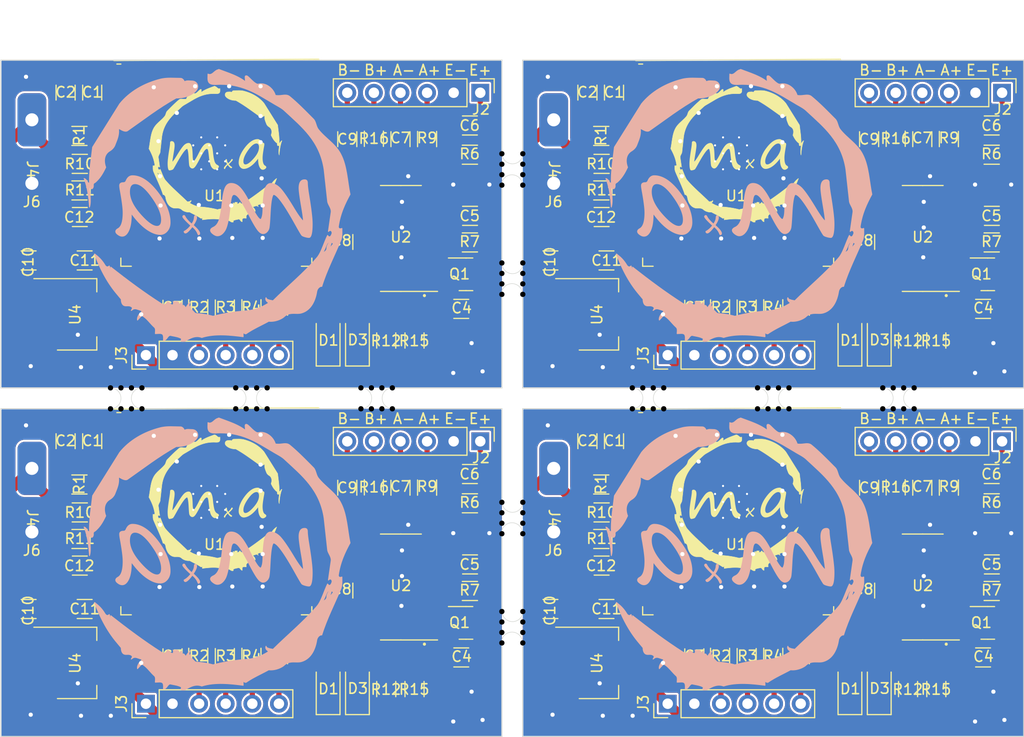
<source format=kicad_pcb>
(kicad_pcb (version 20221018) (generator pcbnew)
  (layers (0 "F.Cu" signal) (31 "B.Cu" signal) (34 "B.Paste" user) (35 "F.Paste" user) (36 "B.SilkS" user "B.Silkscreen") (37 "F.SilkS" user "F.Silkscreen") (38 "B.Mask" user) (39 "F.Mask" user) (44 "Edge.Cuts" user))
  (net 0 "")
  (net 1 "Board_0-+3V3")
  (net 2 "Board_0-+BATT")
  (net 3 "Board_0-/XI")
  (net 4 "Board_0-A+")
  (net 5 "Board_0-A-")
  (net 6 "Board_0-B+")
  (net 7 "Board_0-B-")
  (net 8 "Board_0-BATT_REF")
  (net 9 "Board_0-DOUT")
  (net 10 "Board_0-E+")
  (net 11 "Board_0-E-")
  (net 12 "Board_0-EN")
  (net 13 "Board_0-HX711_SCK")
  (net 14 "Board_0-IO22")
  (net 15 "Board_0-IO23")
  (net 16 "Board_0-MTCK")
  (net 17 "Board_0-MTDI")
  (net 18 "Board_0-MTDO")
  (net 19 "Board_0-MTMS")
  (net 20 "Board_0-Net-(D1-K)")
  (net 21 "Board_0-Net-(D3-K)")
  (net 22 "Board_0-Net-(J3-Pin_3)")
  (net 23 "Board_0-Net-(J3-Pin_4)")
  (net 24 "Board_0-Net-(J3-Pin_5)")
  (net 25 "Board_0-Net-(J3-Pin_6)")
  (net 26 "Board_0-Net-(Q1-B)")
  (net 27 "Board_0-Net-(U2-INA+)")
  (net 28 "Board_0-Net-(U2-INB+)")
  (net 29 "Board_0-Net-(U2-VBG)")
  (net 30 "Board_0-Net-(U2-VFB)")
  (net 31 "Board_0-XTAL")
  (net 32 "Board_0-XTAL_EN")
  (net 33 "Board_0-unconnected-(U1-IO0-Pad25)")
  (net 34 "Board_0-unconnected-(U1-IO16-Pad27)")
  (net 35 "Board_0-unconnected-(U1-IO2-Pad24)")
  (net 36 "Board_0-unconnected-(U1-IO21-Pad33)")
  (net 37 "Board_0-unconnected-(U1-IO25-Pad10)")
  (net 38 "Board_0-unconnected-(U1-IO26-Pad11)")
  (net 39 "Board_0-unconnected-(U1-IO32-Pad8)")
  (net 40 "Board_0-unconnected-(U1-IO33-Pad9)")
  (net 41 "Board_0-unconnected-(U1-IO34-Pad6)")
  (net 42 "Board_0-unconnected-(U1-IO35-Pad7)")
  (net 43 "Board_0-unconnected-(U1-IO4-Pad26)")
  (net 44 "Board_0-unconnected-(U1-NC-Pad32)")
  (net 45 "Board_0-unconnected-(U1-RXD0{slash}IO3-Pad34)")
  (net 46 "Board_0-unconnected-(U1-SCK{slash}CLK-Pad20)")
  (net 47 "Board_0-unconnected-(U1-SCS{slash}CMD-Pad19)")
  (net 48 "Board_0-unconnected-(U1-SDI{slash}SD1-Pad22)")
  (net 49 "Board_0-unconnected-(U1-SDO{slash}SD0-Pad21)")
  (net 50 "Board_0-unconnected-(U1-SENSOR_VN-Pad5)")
  (net 51 "Board_0-unconnected-(U1-SENSOR_VP-Pad4)")
  (net 52 "Board_0-unconnected-(U1-SHD{slash}SD2-Pad17)")
  (net 53 "Board_0-unconnected-(U1-SWP{slash}SD3-Pad18)")
  (net 54 "Board_0-unconnected-(U1-TXD0{slash}IO1-Pad35)")
  (net 55 "Board_1-+3V3")
  (net 56 "Board_1-+BATT")
  (net 57 "Board_1-/XI")
  (net 58 "Board_1-A+")
  (net 59 "Board_1-A-")
  (net 60 "Board_1-B+")
  (net 61 "Board_1-B-")
  (net 62 "Board_1-BATT_REF")
  (net 63 "Board_1-DOUT")
  (net 64 "Board_1-E+")
  (net 65 "Board_1-E-")
  (net 66 "Board_1-EN")
  (net 67 "Board_1-HX711_SCK")
  (net 68 "Board_1-IO22")
  (net 69 "Board_1-IO23")
  (net 70 "Board_1-MTCK")
  (net 71 "Board_1-MTDI")
  (net 72 "Board_1-MTDO")
  (net 73 "Board_1-MTMS")
  (net 74 "Board_1-Net-(D1-K)")
  (net 75 "Board_1-Net-(D3-K)")
  (net 76 "Board_1-Net-(J3-Pin_3)")
  (net 77 "Board_1-Net-(J3-Pin_4)")
  (net 78 "Board_1-Net-(J3-Pin_5)")
  (net 79 "Board_1-Net-(J3-Pin_6)")
  (net 80 "Board_1-Net-(Q1-B)")
  (net 81 "Board_1-Net-(U2-INA+)")
  (net 82 "Board_1-Net-(U2-INB+)")
  (net 83 "Board_1-Net-(U2-VBG)")
  (net 84 "Board_1-Net-(U2-VFB)")
  (net 85 "Board_1-XTAL")
  (net 86 "Board_1-XTAL_EN")
  (net 87 "Board_1-unconnected-(U1-IO0-Pad25)")
  (net 88 "Board_1-unconnected-(U1-IO16-Pad27)")
  (net 89 "Board_1-unconnected-(U1-IO2-Pad24)")
  (net 90 "Board_1-unconnected-(U1-IO21-Pad33)")
  (net 91 "Board_1-unconnected-(U1-IO25-Pad10)")
  (net 92 "Board_1-unconnected-(U1-IO26-Pad11)")
  (net 93 "Board_1-unconnected-(U1-IO32-Pad8)")
  (net 94 "Board_1-unconnected-(U1-IO33-Pad9)")
  (net 95 "Board_1-unconnected-(U1-IO34-Pad6)")
  (net 96 "Board_1-unconnected-(U1-IO35-Pad7)")
  (net 97 "Board_1-unconnected-(U1-IO4-Pad26)")
  (net 98 "Board_1-unconnected-(U1-NC-Pad32)")
  (net 99 "Board_1-unconnected-(U1-RXD0{slash}IO3-Pad34)")
  (net 100 "Board_1-unconnected-(U1-SCK{slash}CLK-Pad20)")
  (net 101 "Board_1-unconnected-(U1-SCS{slash}CMD-Pad19)")
  (net 102 "Board_1-unconnected-(U1-SDI{slash}SD1-Pad22)")
  (net 103 "Board_1-unconnected-(U1-SDO{slash}SD0-Pad21)")
  (net 104 "Board_1-unconnected-(U1-SENSOR_VN-Pad5)")
  (net 105 "Board_1-unconnected-(U1-SENSOR_VP-Pad4)")
  (net 106 "Board_1-unconnected-(U1-SHD{slash}SD2-Pad17)")
  (net 107 "Board_1-unconnected-(U1-SWP{slash}SD3-Pad18)")
  (net 108 "Board_1-unconnected-(U1-TXD0{slash}IO1-Pad35)")
  (net 109 "Board_2-+3V3")
  (net 110 "Board_2-+BATT")
  (net 111 "Board_2-/XI")
  (net 112 "Board_2-A+")
  (net 113 "Board_2-A-")
  (net 114 "Board_2-B+")
  (net 115 "Board_2-B-")
  (net 116 "Board_2-BATT_REF")
  (net 117 "Board_2-DOUT")
  (net 118 "Board_2-E+")
  (net 119 "Board_2-E-")
  (net 120 "Board_2-EN")
  (net 121 "Board_2-HX711_SCK")
  (net 122 "Board_2-IO22")
  (net 123 "Board_2-IO23")
  (net 124 "Board_2-MTCK")
  (net 125 "Board_2-MTDI")
  (net 126 "Board_2-MTDO")
  (net 127 "Board_2-MTMS")
  (net 128 "Board_2-Net-(D1-K)")
  (net 129 "Board_2-Net-(D3-K)")
  (net 130 "Board_2-Net-(J3-Pin_3)")
  (net 131 "Board_2-Net-(J3-Pin_4)")
  (net 132 "Board_2-Net-(J3-Pin_5)")
  (net 133 "Board_2-Net-(J3-Pin_6)")
  (net 134 "Board_2-Net-(Q1-B)")
  (net 135 "Board_2-Net-(U2-INA+)")
  (net 136 "Board_2-Net-(U2-INB+)")
  (net 137 "Board_2-Net-(U2-VBG)")
  (net 138 "Board_2-Net-(U2-VFB)")
  (net 139 "Board_2-XTAL")
  (net 140 "Board_2-XTAL_EN")
  (net 141 "Board_2-unconnected-(U1-IO0-Pad25)")
  (net 142 "Board_2-unconnected-(U1-IO16-Pad27)")
  (net 143 "Board_2-unconnected-(U1-IO2-Pad24)")
  (net 144 "Board_2-unconnected-(U1-IO21-Pad33)")
  (net 145 "Board_2-unconnected-(U1-IO25-Pad10)")
  (net 146 "Board_2-unconnected-(U1-IO26-Pad11)")
  (net 147 "Board_2-unconnected-(U1-IO32-Pad8)")
  (net 148 "Board_2-unconnected-(U1-IO33-Pad9)")
  (net 149 "Board_2-unconnected-(U1-IO34-Pad6)")
  (net 150 "Board_2-unconnected-(U1-IO35-Pad7)")
  (net 151 "Board_2-unconnected-(U1-IO4-Pad26)")
  (net 152 "Board_2-unconnected-(U1-NC-Pad32)")
  (net 153 "Board_2-unconnected-(U1-RXD0{slash}IO3-Pad34)")
  (net 154 "Board_2-unconnected-(U1-SCK{slash}CLK-Pad20)")
  (net 155 "Board_2-unconnected-(U1-SCS{slash}CMD-Pad19)")
  (net 156 "Board_2-unconnected-(U1-SDI{slash}SD1-Pad22)")
  (net 157 "Board_2-unconnected-(U1-SDO{slash}SD0-Pad21)")
  (net 158 "Board_2-unconnected-(U1-SENSOR_VN-Pad5)")
  (net 159 "Board_2-unconnected-(U1-SENSOR_VP-Pad4)")
  (net 160 "Board_2-unconnected-(U1-SHD{slash}SD2-Pad17)")
  (net 161 "Board_2-unconnected-(U1-SWP{slash}SD3-Pad18)")
  (net 162 "Board_2-unconnected-(U1-TXD0{slash}IO1-Pad35)")
  (net 163 "Board_3-+3V3")
  (net 164 "Board_3-+BATT")
  (net 165 "Board_3-/XI")
  (net 166 "Board_3-A+")
  (net 167 "Board_3-A-")
  (net 168 "Board_3-B+")
  (net 169 "Board_3-B-")
  (net 170 "Board_3-BATT_REF")
  (net 171 "Board_3-DOUT")
  (net 172 "Board_3-E+")
  (net 173 "Board_3-E-")
  (net 174 "Board_3-EN")
  (net 175 "Board_3-HX711_SCK")
  (net 176 "Board_3-IO22")
  (net 177 "Board_3-IO23")
  (net 178 "Board_3-MTCK")
  (net 179 "Board_3-MTDI")
  (net 180 "Board_3-MTDO")
  (net 181 "Board_3-MTMS")
  (net 182 "Board_3-Net-(D1-K)")
  (net 183 "Board_3-Net-(D3-K)")
  (net 184 "Board_3-Net-(J3-Pin_3)")
  (net 185 "Board_3-Net-(J3-Pin_4)")
  (net 186 "Board_3-Net-(J3-Pin_5)")
  (net 187 "Board_3-Net-(J3-Pin_6)")
  (net 188 "Board_3-Net-(Q1-B)")
  (net 189 "Board_3-Net-(U2-INA+)")
  (net 190 "Board_3-Net-(U2-INB+)")
  (net 191 "Board_3-Net-(U2-VBG)")
  (net 192 "Board_3-Net-(U2-VFB)")
  (net 193 "Board_3-XTAL")
  (net 194 "Board_3-XTAL_EN")
  (net 195 "Board_3-unconnected-(U1-IO0-Pad25)")
  (net 196 "Board_3-unconnected-(U1-IO16-Pad27)")
  (net 197 "Board_3-unconnected-(U1-IO2-Pad24)")
  (net 198 "Board_3-unconnected-(U1-IO21-Pad33)")
  (net 199 "Board_3-unconnected-(U1-IO25-Pad10)")
  (net 200 "Board_3-unconnected-(U1-IO26-Pad11)")
  (net 201 "Board_3-unconnected-(U1-IO32-Pad8)")
  (net 202 "Board_3-unconnected-(U1-IO33-Pad9)")
  (net 203 "Board_3-unconnected-(U1-IO34-Pad6)")
  (net 204 "Board_3-unconnected-(U1-IO35-Pad7)")
  (net 205 "Board_3-unconnected-(U1-IO4-Pad26)")
  (net 206 "Board_3-unconnected-(U1-NC-Pad32)")
  (net 207 "Board_3-unconnected-(U1-RXD0{slash}IO3-Pad34)")
  (net 208 "Board_3-unconnected-(U1-SCK{slash}CLK-Pad20)")
  (net 209 "Board_3-unconnected-(U1-SCS{slash}CMD-Pad19)")
  (net 210 "Board_3-unconnected-(U1-SDI{slash}SD1-Pad22)")
  (net 211 "Board_3-unconnected-(U1-SDO{slash}SD0-Pad21)")
  (net 212 "Board_3-unconnected-(U1-SENSOR_VN-Pad5)")
  (net 213 "Board_3-unconnected-(U1-SENSOR_VP-Pad4)")
  (net 214 "Board_3-unconnected-(U1-SHD{slash}SD2-Pad17)")
  (net 215 "Board_3-unconnected-(U1-SWP{slash}SD3-Pad18)")
  (net 216 "Board_3-unconnected-(U1-TXD0{slash}IO1-Pad35)")
  (footprint "NPTH" (layer "F.Cu") (at 161.958 53.31)
    (fp_text reference "REF**" hide)
    (fp_text value "NPTH" hide)
  )
  (footprint "Diode_SMD:D_1206_3216Metric_Pad1.42x1.75mm_HandSolder" (layer "F.Cu") (at 130.908 46.7615 90)
    (fp_text reference "D1")
    (fp_text value "LED")
  )
  (footprint "NPTH" (layer "F.Cu") (at 110.126 51.31)
    (fp_text reference "REF**" hide)
    (fp_text value "NPTH" hide)
  )
  (footprint "Capacitor_SMD:C_1206_3216Metric_Pad1.33x1.80mm_HandSolder" (layer "F.Cu") (at 157.49 39.134 180)
    (fp_text reference "C11")
    (fp_text value "22uF")
  )
  (footprint "Resistor_SMD:R_1206_3216Metric_Pad1.30x1.75mm_HandSolder" (layer "F.Cu") (at 194.28 62.339472 180)
    (fp_text reference "R6")
    (fp_text value "10K")
  )
  (footprint "Connector_PinHeader_2.54mm:PinHeader_1x06_P2.54mm_Vertical" (layer "F.Cu") (at 145.438 23.107472 -90)
    (fp_text reference "J2")
    (fp_text value "Strain gauge/load cell")
  )
  (footprint "Capacitor_SMD:C_1206_3216Metric_Pad1.33x1.80mm_HandSolder" (layer "F.Cu") (at 152.14 72.444 180)
    (fp_text reference "C10")
    (fp_text value "22uF")
  )
  (footprint "Capacitor_SMD:C_1206_3216Metric_Pad1.33x1.80mm_HandSolder" (layer "F.Cu") (at 132.358 37.3715 90)
    (fp_text reference "C8")
    (fp_text value "22pF")
  )
  (footprint "NPTH" (layer "F.Cu") (at 149.5 74.683333)
    (fp_text reference "REF**" hide)
    (fp_text value "NPTH" hide)
  )
  (footprint "Resistor_SMD:R_1206_3216Metric_Pad1.30x1.75mm_HandSolder" (layer "F.Cu") (at 107.1915 29.904)
    (fp_text reference "R10")
    (fp_text value "1M")
  )
  (footprint "Capacitor_SMD:C_1206_3216Metric_Pad1.33x1.80mm_HandSolder" (layer "F.Cu") (at 105.838 56.4045 90)
    (fp_text reference "C2")
    (fp_text value "10uF")
  )
  (footprint "Connector_Wire_Custom:2x5_solder_wire_pad" (layer "F.Cu") (at 102.758 25.764 -90)
    (fp_text reference "J4")
    (fp_text value "BATT+")
  )
  (footprint "Capacitor_SMD:C_1206_3216Metric_Pad1.33x1.80mm_HandSolder" (layer "F.Cu") (at 165.88 43.6505 90)
    (fp_text reference "C3")
    (fp_text value "0.1uF")
  )
  (footprint "Resistor_SMD:R_1206_3216Metric_Pad1.30x1.75mm_HandSolder" (layer "F.Cu") (at 136.458 80.094 -90)
    (fp_text reference "R12")
    (fp_text value "330R")
  )
  (footprint "Diode_SMD:D_1206_3216Metric_Pad1.42x1.75mm_HandSolder" (layer "F.Cu") (at 180.74 46.7615 90)
    (fp_text reference "D1")
    (fp_text value "LED")
  )
  (footprint "NPTH" (layer "F.Cu") (at 147.5 29.936667)
    (fp_text reference "REF**" hide)
    (fp_text value "NPTH" hide)
  )
  (footprint "Capacitor_SMD:C_1206_3216Metric_Pad1.33x1.80mm_HandSolder" (layer "F.Cu") (at 144.448 59.545472)
    (fp_text reference "C6")
    (fp_text value "10uF")
  )
  (footprint "Diode_SMD:D_1206_3216Metric_Pad1.42x1.75mm_HandSolder" (layer "F.Cu") (at 130.908 80.0715 90)
    (fp_text reference "D1")
    (fp_text value "LED")
  )
  (footprint "NPTH" (layer "F.Cu") (at 183.874 53.31)
    (fp_text reference "REF**" hide)
    (fp_text value "NPTH" hide)
  )
  (footprint "NPTH" (layer "F.Cu") (at 124.084 51.31)
    (fp_text reference "REF**" hide)
    (fp_text value "NPTH" hide)
  )
  (footprint "NPTH" (layer "F.Cu") (at 123.084 51.31)
    (fp_text reference "REF**" hide)
    (fp_text value "NPTH" hide)
  )
  (footprint "Resistor_SMD:R_1206_3216Metric_Pad1.30x1.75mm_HandSolder" (layer "F.Cu") (at 156.99 60.544)
    (fp_text reference "R1")
    (fp_text value "10K")
  )
  (footprint "Resistor_SMD:R_1206_3216Metric_Pad1.30x1.75mm_HandSolder" (layer "F.Cu") (at 121.046 43.638 90)
    (fp_text reference "R3")
    (fp_text value "100R")
  )
  (footprint "NPTH" (layer "F.Cu") (at 122.084 53.31)
    (fp_text reference "REF**" hide)
    (fp_text value "NPTH" hide)
  )
  (footprint "Resistor_SMD:R_1206_3216Metric_Pad1.30x1.75mm_HandSolder" (layer "F.Cu") (at 107.1655 32.444 180)
    (fp_text reference "R11")
    (fp_text value "330K")
  )
  (footprint "NPTH" (layer "F.Cu") (at 135.042 53.31)
    (fp_text reference "REF**" hide)
    (fp_text value "NPTH" hide)
  )
  (footprint "Package_TO_SOT_SMD:SOT-23" (layer "F.Cu") (at 193.9045 40.459472)
    (fp_text reference "Q1")
    (fp_text value "S9015")
  )
  (footprint "Capacitor_SMD:C_1206_3216Metric_Pad1.33x1.80mm_HandSolder" (layer "F.Cu") (at 107.658 39.134 180)
    (fp_text reference "C11")
    (fp_text value "22uF")
  )
  (footprint "NPTH" (layer "F.Cu") (at 137.042 51.31)
    (fp_text reference "REF**" hide)
    (fp_text value "NPTH" hide)
  )
  (footprint "Resistor_SMD:R_1206_3216Metric_Pad1.30x1.75mm_HandSolder" (layer "F.Cu") (at 118.506 76.922 90)
    (fp_text reference "R2")
    (fp_text value "100R")
  )
  (footprint "Diode_SMD:D_1206_3216Metric_Pad1.42x1.75mm_HandSolder" (layer "F.Cu") (at 133.708 46.7615 90)
    (fp_text reference "D3")
    (fp_text value "LED")
  )
  (footprint "NPTH" (layer "F.Cu") (at 161.958 51.31)
    (fp_text reference "REF**" hide)
    (fp_text value "NPTH" hide)
  )
  (footprint "NPTH" (layer "F.Cu") (at 174.916 53.31)
    (fp_text reference "REF**" hide)
    (fp_text value "NPTH" hide)
  )
  (footprint "NPTH" (layer "F.Cu") (at 149.5 72.683333)
    (fp_text reference "REF**" hide)
    (fp_text value "NPTH" hide)
  )
  (footprint "Diode_SMD:D_1206_3216Metric_Pad1.42x1.75mm_HandSolder" (layer "F.Cu") (at 183.54 46.7615 90)
    (fp_text reference "D3")
    (fp_text value "LED")
  )
  (footprint "NPTH" (layer "F.Cu") (at 149.5 64.246666)
    (fp_text reference "REF**" hide)
    (fp_text value "NPTH" hide)
  )
  (footprint "Resistor_SMD:R_1206_3216Metric_Pad1.30x1.75mm_HandSolder" (layer "F.Cu") (at 170.878 76.948 90)
    (fp_text reference "R3")
    (fp_text value "100R")
  )
  (footprint "NPTH" (layer "F.Cu") (at 159.958 53.31)
    (fp_text reference "REF**" hide)
    (fp_text value "NPTH" hide)
  )
  (footprint "Resistor_SMD:R_1206_3216Metric_Pad1.30x1.75mm_HandSolder" (layer "F.Cu") (at 144.448 29.029472 180)
    (fp_text reference "R6")
    (fp_text value "10K")
  )
  (footprint "Resistor_SMD:R_1206_3216Metric_Pad1.30x1.75mm_HandSolder" (layer "F.Cu") (at 126.126 76.948 90)
    (fp_text reference "R5")
    (fp_text value "100R")
  )
  (footprint "Capacitor_SMD:C_1206_3216Metric_Pad1.33x1.80mm_HandSolder" (layer "F.Cu") (at 116.048 43.6505 90)
    (fp_text reference "C3")
    (fp_text value "0.1uF")
  )
  (footprint "Connector_PinHeader_2.54mm:PinHeader_1x06_P2.54mm_Vertical" (layer "F.Cu") (at 163.34 81.494 90)
    (fp_text reference "J3")
    (fp_text value "JTAG")
  )
  (footprint "Resistor_SMD:R_1206_3216Metric_Pad1.30x1.75mm_HandSolder" (layer "F.Cu") (at 170.878 43.638 90)
    (fp_text reference "R3")
    (fp_text value "100R")
  )
  (footprint "Capacitor_SMD:C_1206_3216Metric_Pad1.33x1.80mm_HandSolder" (layer "F.Cu") (at 137.818 27.543972 90)
    (fp_text reference "C7")
    (fp_text value "0.1uF")
  )
  (footprint "Resistor_SMD:R_1206_3216Metric_Pad1.30x1.75mm_HandSolder" (layer "F.Cu") (at 135.278 60.815472 -90)
    (fp_text reference "R16")
    (fp_text value "1K2")
  )
  (footprint "Capacitor_SMD:C_1206_3216Metric_Pad1.33x1.80mm_HandSolder" (layer "F.Cu") (at 194.2925 68.181472 180)
    (fp_text reference "C5")
    (fp_text value "0.1uF")
  )
  (footprint "NPTH" (layer "F.Cu") (at 147.5 40.373333)
    (fp_text reference "REF**" hide)
    (fp_text value "NPTH" hide)
  )
  (footprint "Diode_SMD:D_1206_3216Metric_Pad1.42x1.75mm_HandSolder" (layer "F.Cu") (at 183.54 80.0715 90)
    (fp_text reference "D3")
    (fp_text value "LED")
  )
  (footprint "Capacitor_SMD:C_1206_3216Metric_Pad1.33x1.80mm_HandSolder" (layer "F.Cu") (at 157.49 72.444 180)
    (fp_text reference "C11")
    (fp_text value "22uF")
  )
  (footprint "Package_TO_SOT_SMD:SOT-23" (layer "F.Cu") (at 193.9045 73.769472)
    (fp_text reference "Q1")
    (fp_text value "S9015")
  )
  (footprint "NPTH" (layer "F.Cu") (at 111.126 51.31)
    (fp_text reference "REF**" hide)
    (fp_text value "NPTH" hide)
  )
  (footprint "NPTH" (layer "F.Cu") (at 147.5 62.246666)
    (fp_text reference "REF**" hide)
    (fp_text value "NPTH" hide)
  )
  (footprint "NPTH" (layer "F.Cu") (at 110.126 53.31)
    (fp_text reference "REF**" hide)
    (fp_text value "NPTH" hide)
  )
  (footprint "Resistor_SMD:R_1206_3216Metric_Pad1.30x1.75mm_HandSolder" (layer "F.Cu") (at 126.126 43.638 90)
    (fp_text reference "R5")
    (fp_text value "100R")
  )
  (footprint "NPTH" (layer "F.Cu") (at 185.874 51.31)
    (fp_text reference "REF**" hide)
    (fp_text value "NPTH" hide)
  )
  (footprint "Capacitor_SMD:C_1206_3216Metric_Pad1.33x1.80mm_HandSolder" (layer "F.Cu") (at 155.67 23.0945 90)
    (fp_text reference "C2")
    (fp_text value "10uF")
  )
  (footprint "Package_SO:SOP-16_3.9x9.9mm_P1.27mm" (layer "F.Cu") (at 137.858 70.340472 180)
    (fp_text reference "U2")
    (fp_text value "HX711")
  )
  (footprint "NPTH" (layer "F.Cu") (at 136.042 53.31)
    (fp_text reference "REF**" hide)
    (fp_text value "NPTH" hide)
  )
  (footprint "Capacitor_SMD:C_1206_3216Metric_Pad1.33x1.80mm_HandSolder" (layer "F.Cu") (at 193.4535 77.071472)
    (fp_text reference "C4")
    (fp_text value "10uF")
  )
  (footprint "NPTH" (layer "F.Cu") (at 149.5 28.936667)
    (fp_text reference "REF**" hide)
    (fp_text value "NPTH" hide)
  )
  (footprint "Resistor_SMD:R_1206_3216Metric_Pad1.30x1.75mm_HandSolder" (layer "F.Cu") (at 139.158 80.094 90)
    (fp_text reference "R15")
    (fp_text value "330R")
  )
  (footprint "NPTH" (layer "F.Cu") (at 149.5 75.683333)
    (fp_text reference "REF**" hide)
    (fp_text value "NPTH" hide)
  )
  (footprint "Capacitor_SMD:C_1206_3216Metric_Pad1.33x1.80mm_HandSolder" (layer "F.Cu") (at 158.21 23.0945 90)
    (fp_text reference "C1")
    (fp_text value "0.1uF")
  )
  (footprint "Capacitor_SMD:C_1206_3216Metric_Pad1.33x1.80mm_HandSolder" (layer "F.Cu") (at 132.738 27.543972 90)
    (fp_text reference "C9")
    (fp_text value "0.1uF")
  )
  (footprint "Capacitor_SMD:C_1206_3216Metric_Pad1.33x1.80mm_HandSolder" (layer "F.Cu") (at 155.67 56.4045 90)
    (fp_text reference "C2")
    (fp_text value "10uF")
  )
  (footprint "Capacitor_SMD:C_1206_3216Metric_Pad1.33x1.80mm_HandSolder" (layer "F.Cu") (at 158.21 56.4045 90)
    (fp_text reference "C1")
    (fp_text value "0.1uF")
  )
  (footprint "Capacitor_SMD:C_1206_3216Metric_Pad1.33x1.80mm_HandSolder" (layer "F.Cu") (at 107.1955 34.984 180)
    (fp_text reference "C12")
    (fp_text value "100nF")
  )
  (footprint "Resistor_SMD:R_1206_3216Metric_Pad1.30x1.75mm_HandSolder" (layer "F.Cu") (at 188.99 46.784 90)
    (fp_text reference "R15")
    (fp_text value "330R")
  )
  (footprint "Connector_PinHeader_2.54mm:PinHeader_1x06_P2.54mm_Vertical" (layer "F.Cu") (at 113.508 81.494 90)
    (fp_text reference "J3")
    (fp_text value "JTAG")
  )
  (footprint "Resistor_SMD:R_1206_3216Metric_Pad1.30x1.75mm_HandSolder" (layer "F.Cu") (at 107.158 60.544)
    (fp_text reference "R1")
    (fp_text value "10K")
  )
  (footprint "Resistor_SMD:R_1206_3216Metric_Pad1.30x1.75mm_HandSolder" (layer "F.Cu") (at 157.0235 63.214)
    (fp_text reference "R10")
    (fp_text value "1M")
  )
  (footprint "NPTH" (layer "F.Cu") (at 136.042 51.31)
    (fp_text reference "REF**" hide)
    (fp_text value "NPTH" hide)
  )
  (footprint "NPTH" (layer "F.Cu") (at 125.084 51.31)
    (fp_text reference "REF**" hide)
    (fp_text value "NPTH" hide)
  )
  (footprint "Capacitor_SMD:C_1206_3216Metric_Pad1.33x1.80mm_HandSolder" (layer "F.Cu") (at 132.358 70.6815 90)
    (fp_text reference "C8")
    (fp_text value "22pF")
  )
  (footprint "Resistor_SMD:R_1206_3216Metric_Pad1.30x1.75mm_HandSolder" (layer "F.Cu") (at 173.418 43.612 90)
    (fp_text reference "R4")
    (fp_text value "100R")
  )
  (footprint "Resistor_SMD:R_1206_3216Metric_Pad1.30x1.75mm_HandSolder" (layer "F.Cu") (at 123.586 43.612 90)
    (fp_text reference "R4")
    (fp_text value "100R")
  )
  (footprint "NPTH" (layer "F.Cu") (at 147.5 72.683333)
    (fp_text reference "REF**" hide)
    (fp_text value "NPTH" hide)
  )
  (footprint "RF_Module:ESP32-WROOM-32" (layer "F.Cu") (at 170.065 29.809)
    (fp_text reference "U1")
    (fp_text value "ESP32-WROOM-32")
  )
  (footprint "NPTH" (layer "F.Cu") (at 184.874 51.31)
    (fp_text reference "REF**" hide)
    (fp_text value "NPTH" hide)
  )
  (footprint "Capacitor_SMD:C_1206_3216Metric_Pad1.33x1.80mm_HandSolder" (layer "F.Cu") (at 182.57 60.853972 90)
    (fp_text reference "C9")
    (fp_text value "0.1uF")
  )
  (footprint "Resistor_SMD:R_1206_3216Metric_Pad1.30x1.75mm_HandSolder" (layer "F.Cu") (at 156.99 27.234)
    (fp_text reference "R1")
    (fp_text value "10K")
  )
  (footprint "NPTH" (layer "F.Cu") (at 124.084 53.31)
    (fp_text reference "REF**" hide)
    (fp_text value "NPTH" hide)
  )
  (footprint "NPTH" (layer "F.Cu") (at 147.5 42.373333)
    (fp_text reference "REF**" hide)
    (fp_text value "NPTH" hide)
  )
  (footprint "Diode_SMD:D_1206_3216Metric_Pad1.42x1.75mm_HandSolder" (layer "F.Cu") (at 180.74 80.0715 90)
    (fp_text reference "D1")
    (fp_text value "LED")
  )
  (footprint "Capacitor_SMD:C_1206_3216Metric_Pad1.33x1.80mm_HandSolder" (layer "F.Cu") (at 157.0275 34.984 180)
    (fp_text reference "C12")
    (fp_text value "100nF")
  )
  (footprint "Package_TO_SOT_SMD:SOT-223-3_TabPin2" (layer "F.Cu") (at 106.908 44.284)
    (fp_text reference "U4")
    (fp_text value "AMS1117-3.3")
  )
  (footprint "Resistor_SMD:R_1206_3216Metric_Pad1.30x1.75mm_HandSolder" (layer "F.Cu") (at 185.11 60.815472 -90)
    (fp_text reference "R16")
    (fp_text value "1K2")
  )
  (footprint "Resistor_SMD:R_1206_3216Metric_Pad1.30x1.75mm_HandSolder" (layer "F.Cu") (at 123.586 76.922 90)
    (fp_text reference "R4")
    (fp_text value "100R")
  )
  (footprint "Resistor_SMD:R_1206_3216Metric_Pad1.30x1.75mm_HandSolder" (layer "F.Cu") (at 190.19 27.531472 -90)
    (fp_text reference "R9")
    (fp_text value "1K2")
  )
  (footprint "NPTH" (layer "F.Cu") (at 147.5 64.246666)
    (fp_text reference "REF**" hide)
    (fp_text value "NPTH" hide)
  )
  (footprint "NPTH" (layer "F.Cu") (at 160.958 51.31)
    (fp_text reference "REF**" hide)
    (fp_text value "NPTH" hide)
  )
  (footprint "Capacitor_SMD:C_1206_3216Metric_Pad1.33x1.80mm_HandSolder" (layer "F.Cu") (at 143.6215 43.761472)
    (fp_text reference "C4")
    (fp_text value "10uF")
  )
  (footprint "Capacitor_SMD:C_1206_3216Metric_Pad1.33x1.80mm_HandSolder" (layer "F.Cu") (at 107.1955 68.294 180)
    (fp_text reference "C12")
    (fp_text value "100nF")
  )
  (footprint "Package_TO_SOT_SMD:SOT-23" (layer "F.Cu") (at 144.0725 73.769472)
    (fp_text reference "Q1")
    (fp_text value "S9015")
  )
  (footprint "Resistor_SMD:R_1206_3216Metric_Pad1.30x1.75mm_HandSolder" (layer "F.Cu") (at 144.448 70.721472)
    (fp_text reference "R7")
    (fp_text value "8K2")
  )
  (footprint "Resistor_SMD:R_1206_3216Metric_Pad1.30x1.75mm_HandSolder" (layer "F.Cu") (at 107.158 27.234)
    (fp_text reference "R1")
    (fp_text value "10K")
  )
  (footprint "NPTH" (layer "F.Cu") (at 159.958 51.31)
    (fp_text reference "REF**" hide)
    (fp_text value "NPTH" hide)
  )
  (footprint "Connector_PinHeader_2.54mm:PinHeader_1x06_P2.54mm_Vertical" (layer "F.Cu") (at 163.34 48.184 90)
    (fp_text reference "J3")
    (fp_text value "JTAG")
  )
  (footprint "Resistor_SMD:R_1206_3216Metric_Pad1.30x1.75mm_HandSolder" (layer "F.Cu") (at 118.506 43.612 90)
    (fp_text reference "R2")
    (fp_text value "100R")
  )
  (footprint "Capacitor_SMD:C_1206_3216Metric_Pad1.33x1.80mm_HandSolder" (layer "F.Cu") (at 132.738 60.853972 90)
    (fp_text reference "C9")
    (fp_text value "0.1uF")
  )
  (footprint "Resistor_SMD:R_1206_3216Metric_Pad1.30x1.75mm_HandSolder" (layer "F.Cu") (at 144.448 62.339472 180)
    (fp_text reference "R6")
    (fp_text value "10K")
  )
  (footprint "Diode_SMD:D_1206_3216Metric_Pad1.42x1.75mm_HandSolder" (layer "F.Cu") (at 133.708 80.0715 90)
    (fp_text reference "D3")
    (fp_text value "LED")
  )
  (footprint "NPTH" (layer "F.Cu") (at 147.5 63.246666)
    (fp_text reference "REF**" hide)
    (fp_text value "NPTH" hide)
  )
  (footprint "NPTH" (layer "F.Cu") (at 111.126 53.31)
    (fp_text reference "REF**" hide)
    (fp_text value "NPTH" hide)
  )
  (footprint "Resistor_SMD:R_1206_3216Metric_Pad1.30x1.75mm_HandSolder" (layer "F.Cu") (at 175.958 43.638 90)
    (fp_text reference "R5")
    (fp_text value "100R")
  )
  (footprint "NPTH" (layer "F.Cu") (at 147.5 30.936667)
    (fp_text reference "REF**" hide)
    (fp_text value "NPTH" hide)
  )
  (footprint "Resistor_SMD:R_1206_3216Metric_Pad1.30x1.75mm_HandSolder" (layer "F.Cu") (at 186.29 46.784 -90)
    (fp_text reference "R12")
    (fp_text value "330R")
  )
  (footprint "Capacitor_SMD:C_1206_3216Metric_Pad1.33x1.80mm_HandSolder" (layer "F.Cu") (at 194.28 26.235472)
    (fp_text reference "C6")
    (fp_text value "10uF")
  )
  (footprint "Capacitor_SMD:C_1206_3216Metric_Pad1.33x1.80mm_HandSolder" (layer "F.Cu") (at 108.378 56.4045 90)
    (fp_text reference "C1")
    (fp_text value "0.1uF")
  )
  (footprint "RF_Module:ESP32-WROOM-32" (layer "F.Cu") (at 120.233 63.119)
    (fp_text reference "U1")
    (fp_text value "ESP32-WROOM-32")
  )
  (footprint "NPTH" (layer "F.Cu") (at 149.5 40.373333)
    (fp_text reference "REF**" hide)
    (fp_text value "NPTH" hide)
  )
  (footprint "Resistor_SMD:R_1206_3216Metric_Pad1.30x1.75mm_HandSolder" (layer "F.Cu") (at 186.29 80.094 -90)
    (fp_text reference "R12")
    (fp_text value "330R")
  )
  (footprint "NPTH" (layer "F.Cu") (at 184.874 53.31)
    (fp_text reference "REF**" hide)
    (fp_text value "NPTH" hide)
  )
  (footprint "Resistor_SMD:R_1206_3216Metric_Pad1.30x1.75mm_HandSolder" (layer "F.Cu") (at 194.28 37.411472)
    (fp_text reference "R7")
    (fp_text value "8K2")
  )
  (footprint "NPTH" (layer "F.Cu") (at 162.958 53.31)
    (fp_text reference "REF**" hide)
    (fp_text value "NPTH" hide)
  )
  (footprint "NPTH" (layer "F.Cu") (at 149.5 30.936667)
    (fp_text reference "REF**" hide)
    (fp_text value "NPTH" hide)
  )
  (footprint "Resistor_SMD:R_1206_3216Metric_Pad1.30x1.75mm_HandSolder" (layer "F.Cu") (at 168.338 76.922 90)
    (fp_text reference "R2")
    (fp_text value "100R")
  )
  (footprint "NPTH" (layer "F.Cu") (at 147.5 75.683333)
    (fp_text reference "REF**" hide)
    (fp_text value "NPTH" hide)
  )
  (footprint "Connector_Wire_Custom:2x5_solder_wire_pad" (layer "F.Cu") (at 102.758 59.074 -90)
    (fp_text reference "J4")
    (fp_text value "BATT+")
  )
  (footprint "NPTH" (layer "F.Cu") (at 112.126 51.31)
    (fp_text reference "REF**" hide)
    (fp_text value "NPTH" hide)
  )
  (footprint "NPTH" (layer "F.Cu") (at 149.5 31.936667)
    (fp_text reference "REF**" hide)
    (fp_text value "NPTH" hide)
  )
  (footprint "NPTH" (layer "F.Cu") (at 149.5 29.936667)
    (fp_text reference "REF**" hide)
    (fp_text value "NPTH" hide)
  )
  (footprint "NPTH" (layer "F.Cu") (at 185.874 53.31)
    (fp_text reference "REF**" hide)
    (fp_text value "NPTH" hide)
  )
  (footprint "Package_TO_SOT_SMD:SOT-223-3_TabPin2" (layer "F.Cu") (at 156.74 44.284)
    (fp_text reference "U4")
    (fp_text value "AMS1117-3.3")
  )
  (footprint "Resistor_SMD:R_1206_3216Metric_Pad1.30x1.75mm_HandSolder" (layer "F.Cu") (at 188.99 80.094 90)
    (fp_text reference "R15")
    (fp_text value "330R")
  )
  (footprint "Capacitor_SMD:C_1206_3216Metric_Pad1.33x1.80mm_HandSolder" (layer "F.Cu") (at 182.19 37.3715 90)
    (fp_text reference "C8")
    (fp_text value "22pF")
  )
  (footprint "NPTH" (layer "F.Cu") (at 149.5 62.246666)
    (fp_text reference "REF**" hide)
    (fp_text value "NPTH" hide)
  )
  (footprint "NPTH" (layer "F.Cu") (at 149.5 65.246666)
    (fp_text reference "REF**" hide)
    (fp_text value "NPTH" hide)
  )
  (footprint "Capacitor_SMD:C_1206_3216Metric_Pad1.33x1.80mm_HandSolder" (layer "F.Cu") (at 187.65 60.853972 90)
    (fp_text reference "C7")
    (fp_text value "0.1uF")
  )
  (footprint "Resistor_SMD:R_1206_3216Metric_Pad1.30x1.75mm_HandSolder" (layer "F.Cu") (at 168.338 43.612 90)
    (fp_text reference "R2")
    (fp_text value "100R")
  )
  (footprint "Connector_Wire_Custom:2x5_solder_wire_pad" (layer "F.Cu") (at 102.758 31.834 -90)
    (fp_text reference "J6")
    (fp_text value "BATT-")
  )
  (footprint "Capacitor_SMD:C_1206_3216Metric_Pad1.33x1.80mm_HandSolder" (layer "F.Cu") (at 116.048 76.9605 90)
    (fp_text reference "C3")
    (fp_text value "0.1uF")
  )
  (footprint "Capacitor_SMD:C_1206_3216Metric_Pad1.33x1.80mm_HandSolder" (layer "F.Cu") (at 182.19 70.6815 90)
    (fp_text reference "C8")
    (fp_text value "22pF")
  )
  (footprint "NPTH" (layer "F.Cu") (at 135.042 51.31)
    (fp_text reference "REF**" hide)
    (fp_text value "NPTH" hide)
  )
  (footprint "Package_SO:SOP-16_3.9x9.9mm_P1.27mm" (layer "F.Cu") (at 137.858 37.030472 180)
    (fp_text reference "U2")
    (fp_text value "HX711")
  )
  (footprint "Package_TO_SOT_SMD:SOT-23" (layer "F.Cu") (at 144.0725 40.459472)
    (fp_text reference "Q1")
    (fp_text value "S9015")
  )
  (footprint "NPTH" (layer "F.Cu") (at 147.5 73.683333)
    (fp_text reference "REF**" hide)
    (fp_text value "NPTH" hide)
  )
  (footprint "NPTH" (layer "F.Cu") (at 112.126 53.31)
    (fp_text reference "REF**" hide)
    (fp_text value "NPTH" hide)
  )
  (footprint "NPTH" (layer "F.Cu") (at 172.916 51.31)
    (fp_text reference "REF**" hide)
    (fp_text value "NPTH" hide)
  )
  (footprint "NPTH" (layer "F.Cu") (at 186.874 51.31)
    (fp_text reference "REF**" hide)
    (fp_text value "NPTH" hide)
  )
  (footprint "Connector_Wire_Custom:2x5_solder_wire_pad" (layer "F.Cu") (at 152.59 31.834 -90)
    (fp_text reference "J6")
    (fp_text value "BATT-")
  )
  (footprint "Resistor_SMD:R_1206_3216Metric_Pad1.30x1.75mm_HandSolder" (layer "F.Cu") (at 139.158 46.784 90)
    (fp_text reference "R15")
    (fp_text value "330R")
  )
  (footprint "Resistor_SMD:R_1206_3216Metric_Pad1.30x1.75mm_HandSolder" (layer "F.Cu") (at 175.958 76.948 90)
    (fp_text reference "R5")
    (fp_text value "100R")
  )
  (footprint "RF_Module:ESP32-WROOM-32" (layer "F.Cu") (at 170.065 63.119)
    (fp_text reference "U1")
    (fp_text value "ESP32-WROOM-32")
  )
  (footprint "NPTH" (layer "F.Cu") (at 122.084 51.31)
    (fp_text reference "REF**" hide)
    (fp_text value "NPTH" hide)
  )
  (footprint "Resistor_SMD:R_1206_3216Metric_Pad1.30x1.75mm_HandSolder" (layer "F.Cu") (at 136.458 46.784 -90)
    (fp_text reference "R12")
    (fp_text value "330R")
  )
  (footprint "Capacitor_SMD:C_1206_3216Metric_Pad1.33x1.80mm_HandSolder" (layer "F.Cu") (at 144.4605 68.181472 180)
    (fp_text reference "C5")
    (fp_text value "0.1uF")
  )
  (footprint "NPTH" (layer "F.Cu") (at 149.5 42.373333)
    (fp_text reference "REF**" hide)
    (fp_text value "NPTH" hide)
  )
  (footprint "NPTH" (layer "F.Cu") (at 137.042 53.31)
    (fp_text reference "REF**" hide)
    (fp_text value "NPTH" hide)
  )
  (footprint "Capacitor_SMD:C_1206_3216Metric_Pad1.33x1.80mm_HandSolder" (layer "F.Cu") (at 194.2925 34.871472 180)
    (fp_text reference "C5")
    (fp_text value "0.1uF")
  )
  (footprint "Resistor_SMD:R_1206_3216Metric_Pad1.30x1.75mm_HandSolder" (layer "F.Cu") (at 156.9975 32.444 180)
    (fp_text reference "R11")
    (fp_text value "330K")
  )
  (footprint "Package_SO:SOP-16_3.9x9.9mm_P1.27mm" (layer "F.Cu") (at 187.69 37.030472 180)
    (fp_text reference "U2")
    (fp_text value "HX711")
  )
  (footprint "Resistor_SMD:R_1206_3216Metric_Pad1.30x1.75mm_HandSolder" (layer "F.Cu") (at 157.0235 29.904)
    (fp_text reference "R10")
    (fp_text value "1M")
  )
  (footprint "Resistor_SMD:R_1206_3216Metric_Pad1.30x1.75mm_HandSolder" (layer "F.Cu") (at 194.28 29.029472 180)
    (fp_text reference "R6")
    (fp_text value "10K")
  )
  (footprint "Capacitor_SMD:C_1206_3216Metric_Pad1.33x1.80mm_HandSolder" (layer "F.Cu") (at 102.308 72.444 180)
    (fp_text reference "C10")
    (fp_text value "22uF")
  )
  (footprint "NPTH" (layer "F.Cu") (at 149.5 39.373333)
    (fp_text reference "REF**" hide)
    (fp_text value "NPTH" hide)
  )
  (footprint "Capacitor_SMD:C_1206_3216Metric_Pad1.33x1.80mm_HandSolder" (layer "F.Cu") (at 152.14 39.134 180)
    (fp_text reference "C10")
    (fp_text value "22uF")
  )
  (footprint "NPTH" (layer "F.Cu") (at 149.5 63.246666)
    (fp_text reference "REF**" hide)
    (fp_text value "NPTH" hide)
  )
  (footprint "NPTH" (layer "F.Cu") (at 171.916 51.31)
    (fp_text reference "REF**" hide)
    (fp_text value "NPTH" hide)
  )
  (footprint "Capacitor_SMD:C_1206_3216Metric_Pad1.33x1.80mm_HandSolder" (layer "F.Cu") (at 108.378 23.0945 90)
    (fp_text reference "C1")
    (fp_text value "0.1uF")
  )
  (footprint "Capacitor_SMD:C_1206_3216Metric_Pad1.33x1.80mm_HandSolder" (layer "F.Cu") (at 182.57 27.543972 90)
    (fp_text reference "C9")
    (fp_text value "0.1uF")
  )
  (footprint "Resistor_SMD:R_1206_3216Metric_Pad1.30x1.75mm_HandSolder" (layer "F.Cu") (at 156.9975 65.754 180)
    (fp_text reference "R11")
    (fp_text value "330K")
  )
  (footprint "Capacitor_SMD:C_1206_3216Metric_Pad1.33x1.80mm_HandSolder" (layer "F.Cu") (at 144.448 26.235472)
    (fp_text reference "C6")
    (fp_text value "10uF")
  )
  (footprint "Package_TO_SOT_SMD:SOT-223-3_TabPin2" (layer "F.Cu") (at 106.908 77.594)
    (fp_text reference "U4")
    (fp_text value "AMS1117-3.3")
  )
  (footprint "NPTH" (layer "F.Cu") (at 147.5 39.373333)
    (fp_text reference "REF**" hide)
    (fp_text value "NPTH" hide)
  )
  (footprint "NPTH" (layer "F.Cu") (at 125.084 53.31)
    (fp_text reference "REF**" hide)
    (fp_text value "NPTH" hide)
  )
  (footprint "NPTH" (layer "F.Cu") (at 147.5 65.246666)
    (fp_text reference "REF**" hide)
    (fp_text value "NPTH" hide)
  )
  (footprint "NPTH" (layer "F.Cu") (at 183.874 51.31)
    (fp_text reference "REF**" hide)
    (fp_text value "NPTH" hide)
  )
  (footprint "NPTH" (layer "F.Cu") (at 113.126 53.31)
    (fp_text reference "REF**" hide)
    (fp_text value "NPTH" hide)
  )
  (footprint "Connector_Wire_Custom:2x5_solder_wire_pad" (layer "F.Cu") (at 152.59 25.764 -90)
    (fp_text reference "J4")
    (fp_text value "BATT+")
  )
  (footprint "NPTH" (layer "F.Cu") (at 134.042 53.31)
    (fp_text reference "REF**" hide)
    (fp_text value "NPTH" hide)
  )
  (footprint "NPTH" (layer "F.Cu") (at 147.5 74.683333)
    (fp_text reference "REF**" hide)
    (fp_text value "NPTH" hide)
  )
  (footprint "Resistor_SMD:R_1206_3216Metric_Pad1.30x1.75mm_HandSolder" (layer "F.Cu") (at 173.418 76.922 90)
    (fp_text reference "R4")
    (fp_text value "100R")
  )
  (footprint "NPTH" (layer "F.Cu") (at 149.5 41.373333)
    (fp_text reference "REF**" hide)
    (fp_text value "NPTH" hide)
  )
  (footprint "Capacitor_SMD:C_1206_3216Metric_Pad1.33x1.80mm_HandSolder" (layer "F.Cu") (at 137.818 60.853972 90)
    (fp_text reference "C7")
    (fp_text value "0.1uF")
  )
  (footprint "Connector_Wire_Custom:2x5_solder_wire_pad" (layer "F.Cu") (at 152.59 59.074 -90)
    (fp_text reference "J4")
    (fp_text value "BATT+")
  )
  (footprint "Capacitor_SMD:C_1206_3216Metric_Pad1.33x1.80mm_HandSolder" (layer "F.Cu") (at 194.28 59.545472)
    (fp_text reference "C6")
    (fp_text value "10uF")
  )
  (footprint "Resistor_SMD:R_1206_3216Metric_Pad1.30x1.75mm_HandSolder" (layer "F.Cu") (at 190.19 60.841472 -90)
    (fp_text reference "R9")
    (fp_text value "1K2")
  )
  (footprint "Package_SO:SOP-16_3.9x9.9mm_P1.27mm" (layer "F.Cu") (at 187.69 70.340472 180)
    (fp_text reference "U2")
    (fp_text value "HX711")
  )
  (footprint "NPTH" (layer "F.Cu") (at 172.916 53.31)
    (fp_text reference "REF**" hide)
    (fp_text value "NPTH" hide)
  )
  (footprint "Capacitor_SMD:C_1206_3216Metric_Pad1.33x1.80mm_HandSolder" (layer "F.Cu") (at 144.4605 34.871472 180)
    (fp_text reference "C5")
    (fp_text value "0.1uF")
  )
  (footprint "Capacitor_SMD:C_1206_3216Metric_Pad1.33x1.80mm_HandSolder" (layer "F.Cu") (at 105.838 23.0945 90)
    (fp_text reference "C2")
    (fp_text value "10uF")
  )
  (footprint "NPTH" (layer "F.Cu") (at 171.916 53.31)
    (fp_text reference "REF**" hide)
    (fp_text value "NPTH" hide)
  )
  (footprint "NPTH" (layer "F.Cu") (at 160.958 53.31)
    (fp_text reference "REF**" hide)
    (fp_text value "NPTH" hide)
  )
  (footprint "Resistor_SMD:R_1206_3216Metric_Pad1.30x1.75mm_HandSolder" (layer "F.Cu") (at 194.28 70.721472)
    (fp_text reference "R7")
    (fp_text value "8K2")
  )
  (footprint "Resistor_SMD:R_1206_3216Metric_Pad1.30x1.75mm_HandSolder" (layer "F.Cu") (at 185.11 27.505472 -90)
    (fp_text reference "R16")
    (fp_text value "1K2")
  )
  (footprint "Capacitor_SMD:C_1206_3216Metric_Pad1.33x1.80mm_HandSolder" (layer "F.Cu") (at 193.4535 43.761472)
    (fp_text reference "C4")
    (fp_text value "10uF")
  )
  (footprint "Capacitor_SMD:C_1206_3216Metric_Pad1.33x1.80mm_HandSolder" (layer "F.Cu") (at 157.0275 68.294 180)
    (fp_text reference "C12")
    (fp_text value "100nF")
  )
  (footprint "Connector_Wire_Custom:2x5_solder_wire_pad" (layer "F.Cu") (at 152.59 65.144 -90)
    (fp_text reference "J6")
    (fp_text value "BATT-")
  )
  (footprint "NPTH" (layer "F.Cu") (at 147.5 41.373333)
    (fp_text reference "REF**" hide)
    (fp_text value "NPTH" hide)
  )
  (footprint "Resistor_SMD:R_1206_3216Metric_Pad1.30x1.75mm_HandSolder" (layer "F.Cu") (at 121.046 76.948 90)
    (fp_text reference "R3")
    (fp_text value "100R")
  )
  (footprint "NPTH" (layer "F.Cu") (at 174.916 51.31)
    (fp_text reference "REF**" hide)
    (fp_text value "NPTH" hide)
  )
  (footprint "Capacitor_SMD:C_1206_3216Metric_Pad1.33x1.80mm_HandSolder" (layer "F.Cu") (at 102.308 39.134 180)
    (fp_text reference "C10")
    (fp_text value "22uF")
  )
  (footprint "Resistor_SMD:R_1206_3216Metric_Pad1.30x1.75mm_HandSolder" (layer "F.Cu") (at 144.448 37.411472)
    (fp_text reference "R7")
    (fp_text value "8K2")
  )
  (footprint "Resistor_SMD:R_1206_3216Metric_Pad1.30x1.75mm_HandSolder" (layer "F.Cu") (at 135.278 27.505472 -90)
    (fp_text reference "R16")
    (fp_text value "1K2")
  )
  (footprint "Connector_PinHeader_2.54mm:PinHeader_1x06_P2.54mm_Vertical" (layer "F.Cu") (at 145.438 56.417472 -90)
    (fp_text reference "J2")
    (fp_text value "Strain gauge/load cell")
  )
  (footprint "Resistor_SMD:R_1206_3216Metric_Pad1.30x1.75mm_HandSolder" (layer "F.Cu") (at 107.1915 63.214)
    (fp_text reference "R10")
    (fp_text value "1M")
  )
  (footprint "Resistor_SMD:R_1206_3216Metric_Pad1.30x1.75mm_HandSolder" (layer "F.Cu") (at 140.358 60.841472 -90)
    (fp_text reference "R9")
    (fp_text value "1K2")
  )
  (footprint "NPTH" (layer "F.Cu") (at 134.042 51.31)
    (fp_text reference "REF**" hide)
    (fp_text value "NPTH" hide)
  )
  (footprint "Package_TO_SOT_SMD:SOT-223-3_TabPin2" (layer "F.Cu") (at 156.74 77.594)
    (fp_text reference "U4")
    (fp_text value "AMS1117-3.3")
  )
  (footprint "NPTH" (layer "F.Cu") (at 113.126 51.31)
    (fp_text reference "REF**" hide)
    (fp_text value "NPTH" hide)
  )
  (footprint "Capacitor_SMD:C_1206_3216Metric_Pad1.33x1.80mm_HandSolder" (layer "F.Cu") (at 107.658 72.444 180)
    (fp_text reference "C11")
    (fp_text value "22uF")
  )
  (footprint "RF_Module:ESP32-WROOM-32" (layer "F.Cu") (at 120.233 29.809)
    (fp_text reference "U1")
    (fp_text value "ESP32-WROOM-32")
  )
  (footprint "Capacitor_SMD:C_1206_3216Metric_Pad1.33x1.80mm_HandSolder" (layer "F.Cu") (at 165.88 76.9605 90)
    (fp_text reference "C3")
    (fp_text value "0.1uF")
  )
  (footprint "Capacitor_SMD:C_1206_3216Metric_Pad1.33x1.80mm_HandSolder" (layer "F.Cu") (at 143.6215 77.071472)
    (fp_text reference "C4")
    (fp_text value "10uF")
  )
  (footprint "Connector_PinHeader_2.54mm:PinHeader_1x06_P2.54mm_Vertical" (layer "F.Cu") (at 113.508 48.184 90)
    (fp_text reference "J3")
    (fp_text value "JTAG")
  )
  (footprint "NPTH" (layer "F.Cu") (at 149.5 73.683333)
    (fp_text reference "REF**" hide)
    (fp_text value "NPTH" hide)
  )
  (footprint "Resistor_SMD:R_1206_3216Metric_Pad1.30x1.75mm_HandSolder" (layer "F.Cu") (at 140.358 27.531472 -90)
    (fp_text reference "R9")
    (fp_text value "1K2")
  )
  (footprint "Capacitor_SMD:C_1206_3216Metric_Pad1.33x1.80mm_HandSolder" (layer "F.Cu") (at 187.65 27.543972 90)
    (fp_text reference "C7")
    (fp_text value "0.1uF")
  )
  (footprint "NPTH" (layer "F.Cu") (at 147.5 28.936667)
    (fp_text reference "REF**" hide)
    (fp_text value "NPTH" hide)
  )
  (footprint "NPTH" (layer "F.Cu") (at 173.916 53.31)
    (fp_text reference "REF**" hide)
    (fp_text value "NPTH" hide)
  )
  (footprint "NPTH" (layer "F.Cu") (at 162.958 51.31)
    (fp_text reference "REF**" hide)
    (fp_text value "NPTH" hide)
  )
  (footprint "NPTH" (layer "F.Cu") (at 173.916 51.31)
    (fp_text reference "REF**" hide)
    (fp_text value "NPTH" hide)
  )
  (footprint "Connector_PinHeader_2.54mm:PinHeader_1x06_P2.54mm_Vertical" (layer "F.Cu") (at 195.27 56.417472 -90)
    (fp_text reference "J2")
    (fp_text value "Strain gauge/load cell")
  )
  (footprint "Connector_Wire_Custom:2x5_solder_wire_pad" (layer "F.Cu") (at 102.758 65.144 -90)
    (fp_text reference "J6")
    (fp_text value "BATT-")
  )
  (footprint "Resistor_SMD:R_1206_3216Metric_Pad1.30x1.75mm_HandSolder" (layer "F.Cu") (at 107.1655 65.754 180)
    (fp_text reference "R11")
    (fp_text value "330K")
  )
  (footprint "Connector_PinHeader_2.54mm:PinHeader_1x06_P2.54mm_Vertical" (layer "F.Cu") (at 195.27 23.107472 -90)
    (fp_text reference "J2")
    (fp_text value "Strain gauge/load cell")
  )
  (footprint "NPTH" (layer "F.Cu") (at 123.084 53.31)
    (fp_text reference "REF**" hide)
    (fp_text value "NPTH" hide)
  )
  (footprint "NPTH" (layer "F.Cu") (at 147.5 31.936667)
    (fp_text reference "REF**" hide)
    (fp_text value "NPTH" hide)
  )
  (footprint "NPTH" (layer "F.Cu") (at 186.874 53.31)
    (fp_text reference "REF**" hide)
    (fp_text value "NPTH" hide)
  )
  (gr_poly (pts (xy 112.176569 30.998686) (xy 112.150524 31.001108) (xy 112.124913 31.004499) (xy 112.099736 31.008859) (xy 112.074993 31.014189) (xy 112.050684 31.020487) (xy 112.026809 31.027754) (xy 112.003367 31.035989) (xy 111.98036 31.045194) (xy 111.957787 31.055368) (xy 111.935648 31.066511) (xy 111.913943 31.078622) (xy 111.892672 31.091703) (xy 111.871835 31.105752) (xy 111.851432 31.120771) (xy 111.831463 31.136758) (xy 111.811928 31.153714) (xy 111.77416 31.190534) (xy 111.738127 31.231229) (xy 111.703831 31.2758) (xy 111.671271 31.324246) (xy 111.640447 31.376568) (xy 111.611358 31.432766) (xy 111.584006 31.49284) (xy 111.575306 31.512865) (xy 111.566 31.531597) (xy 111.556089 31.549038) (xy 111.545572 31.565187) (xy 111.53445 31.580043) (xy 111.522722 31.593608) (xy 111.516631 31.599906) (xy 111.510388 31.605881) (xy 111.503994 31.611534) (xy 111.497449 31.616863) (xy 111.490752 31.621869) (xy 111.483904 31.626552) (xy 111.476905 31.630912) (xy 111.469754 31.634949) (xy 111.462452 31.638664) (xy 111.454998 31.642055) (xy 111.447393 31.645123) (xy 111.439637 31.647868) (xy 111.431729 31.650291) (xy 111.423669 31.65239) (xy 111.415459 31.654167) (xy 111.407097 31.65562) (xy 111.398583 31.65675) (xy 111.389918 31.657558) (xy 111.372135 31.658204) (xy 111.322073 31.659455) (xy 111.275242 31.66321) (xy 111.23164 31.669468) (xy 111.191268 31.678228) (xy 111.172293 31.683548) (xy 111.154126 31.689492) (xy 111.136766 31.696063) (xy 111.120213 31.703259) (xy 111.104468 31.711081) (xy 111.08953 31.719529) (xy 111.0754 31.728603) (xy 111.062077 31.738302) (xy 111.049561 31.748628) (xy 111.037854 31.759579) (xy 111.026953 31.771155) (xy 111.01686 31.783358) (xy 111.007574 31.796186) (xy 110.999096 31.80964) (xy 110.991425 31.82372) (xy 110.984562 31.838425) (xy 110.978506 31.853757) (xy 110.973258 31.869714) (xy 110.968817 31.886297) (xy 110.965183 31.903505) (xy 110.962357 31.92134) (xy 110.960338 31.9398) (xy 110.959127 31.958885) (xy 110.958724 31.978597) (xy 110.959531 32.020503) (xy 110.961953 32.066124) (xy 110.965991 32.115459) (xy 110.971643 32.168508) (xy 110.97891 32.225271) (xy 110.987792 32.285749) (xy 110.998289 32.34994) (xy 111.010401 32.417847) (xy 111.075804 32.78491) (xy 111.132486 33.123874) (xy 111.180448 33.434739) (xy 111.21969 33.717505) (xy 111.250211 33.972172) (xy 111.272012 34.19874) (xy 111.285093 34.397209) (xy 111.289453 34.567579) (xy 111.287596 34.719984) (xy 111.282025 34.864556) (xy 111.272739 35.001297) (xy 111.259739 35.130205) (xy 111.243025 35.251281) (xy 111.222597 35.364525) (xy 111.198455 35.469936) (xy 111.170598 35.567516) (xy 111.139027 35.657263) (xy 111.103742 35.739178) (xy 111.064742 35.813261) (xy 111.022029 35.879511) (xy 110.975601 35.93793) (xy 110.925459 35.988516) (xy 110.871602 36.03127) (xy 110.814031 36.066192) (xy 110.786498 36.081917) (xy 110.76074 36.098086) (xy 110.736759 36.114699) (xy 110.714554 36.131757) (xy 110.694126 36.149258) (xy 110.675474 36.167203) (xy 110.658599 36.185593) (xy 110.6435 36.204427) (xy 110.630177 36.223704) (xy 110.61863 36.243426) (xy 110.60886 36.263592) (xy 110.600867 36.284202) (xy 110.597536 36.294673) (xy 110.594649 36.305256) (xy 110.592207 36.315949) (xy 110.590208 36.326754) (xy 110.587544 36.348696) (xy 110.586656 36.371082) (xy 110.586873 36.381094) (xy 110.587524 36.391107) (xy 110.588609 36.401119) (xy 110.590128 36.411131) (xy 110.594467 36.431156) (xy 110.600543 36.45118) (xy 110.608355 36.471205) (xy 110.617903 36.491229) (xy 110.629187 36.511254) (xy 110.642207 36.531278) (xy 110.656963 36.551303) (xy 110.673455 36.571328) (xy 110.691683 36.591352) (xy 110.711647 36.611377) (xy 110.733347 36.631401) (xy 110.756783 36.651426) (xy 110.781955 36.671451) (xy 110.808863 36.691476) (xy 110.836578 36.7115) (xy 110.864172 36.730233) (xy 110.891645 36.747673) (xy 110.918997 36.763822) (xy 110.946228 36.778679) (xy 110.973338 36.792244) (xy 111.000326 36.804517) (xy 111.027194 36.815498) (xy 111.05394 36.825187) (xy 111.080566 36.833585) (xy 111.10707 36.84069) (xy 111.133453 36.846504) (xy 111.159715 36.851026) (xy 111.185856 36.854255) (xy 111.211875 36.856193) (xy 111.237774 36.856839) (xy 111.262507 36.856304) (xy 111.286968 36.8547) (xy 111.311156 36.852025) (xy 111.335072 36.84828) (xy 111.358715 36.843466) (xy 111.382085 36.837582) (xy 111.405183 36.830628) (xy 111.428009 36.822604) (xy 111.450562 36.81351) (xy 111.472842 36.803346) (xy 111.49485 36.792113) (xy 111.516586 36.779809) (xy 111.538048 36.766436) (xy 111.559239 36.751993) (xy 111.580157 36.73648) (xy 111.600802 36.719897) (xy 111.621175 36.702244) (xy 111.641275 36.683522) (xy 111.680658 36.642867) (xy 111.718951 36.597933) (xy 111.756154 36.548719) (xy 111.792267 36.495226) (xy 111.82729 36.437454) (xy 111.861223 36.375402) (xy 111.894065 36.30907) (xy 111.925354 36.238782) (xy 111.954623 36.164861) (xy 111.981874 36.087306) (xy 112.007107 36.006118) (xy 112.030321 35.921296) (xy 112.051516 35.832841) (xy 112.070693 35.740753) (xy 112.087851 35.64503) (xy 112.10299 35.545675) (xy 112.116111 35.442685) (xy 112.127213 35.336063) (xy 112.136297 35.225806) (xy 112.143362 35.111917) (xy 112.148408 34.994393) (xy 112.151436 34.873237) (xy 112.152445 34.748446) (xy 112.333071 34.983735) (xy 112.423201 35.095687) (xy 112.513211 35.203844) (xy 112.6031 35.308206) (xy 112.692867 35.408773) (xy 112.782513 35.505545) (xy 112.872038 35.598522) (xy 112.961442 35.687704) (xy 113.050725 35.773091) (xy 113.139887 35.854683) (xy 113.228928 35.93248) (xy 113.317847 36.006482) (xy 113.406646 36.076689) (xy 113.495323 36.143101) (xy 113.583879 36.205718) (xy 113.671911 36.264541) (xy 113.759014 36.319568) (xy 113.845188 36.3708) (xy 113.930434 36.418237) (xy 114.014751 36.461879) (xy 114.098139 36.501727) (xy 114.180599 36.537779) (xy 114.262131 36.570036) (xy 114.342733 36.598499) (xy 114.422408 36.623166) (xy 114.501154 36.644038) (xy 114.578971 36.661116) (xy 114.655859 36.674398) (xy 114.731819 36.683886) (xy 114.806851 36.689578) (xy 114.880954 36.691476) (xy 114.930268 36.690163) (xy 114.978735 36.686227) (xy 115.026354 36.679667) (xy 115.073125 36.670482) (xy 115.119048 36.658673) (xy 115.164124 36.64424) (xy 115.208351 36.627183) (xy 115.251731 36.607502) (xy 115.294263 36.585196) (xy 115.335948 36.560266) (xy 115.376784 36.532712) (xy 115.416773 36.502534) (xy 115.455914 36.469732) (xy 115.494207 36.434305) (xy 115.531652 36.396254) (xy 115.568249 36.355579) (xy 115.603292 36.312845) (xy 115.636074 36.268617) (xy 115.666596 36.222896) (xy 115.694856 36.175681) (xy 115.720856 36.126972) (xy 115.744594 36.076769) (xy 115.766072 36.025073) (xy 115.785289 35.971883) (xy 115.802246 35.917199) (xy 115.816941 35.861021) (xy 115.829376 35.803349) (xy 115.839549 35.744184) (xy 115.847462 35.683525) (xy 115.853114 35.621372) (xy 115.856506 35.557725) (xy 115.857636 35.492584) (xy 115.852892 35.321891) (xy 115.846077 35.239371) (xy 114.958468 35.239371) (xy 114.956934 35.311335) (xy 114.952331 35.378655) (xy 114.944661 35.441332) (xy 114.933922 35.499367) (xy 114.920114 35.552759) (xy 114.903239 35.601509) (xy 114.883295 35.645615) (xy 114.872173 35.665927) (xy 114.860283 35.685079) (xy 114.847626 35.70307) (xy 114.834203 35.7199) (xy 114.820012 35.735569) (xy 114.805054 35.750078) (xy 114.789329 35.763426) (xy 114.772837 35.775613) (xy 114.755578 35.78664) (xy 114.737552 35.796506) (xy 114.718759 35.805211) (xy 114.699198 35.812756) (xy 114.678871 35.819139) (xy 114.657777 35.824363) (xy 114.635915 35.828425) (xy 114.613287 35.831327) (xy 114.589891 35.833068) (xy 114.565729 35.833648) (xy 114.529772 35.832528) (xy 114.492958 35.829167) (xy 114.455286 35.823565) (xy 114.416755 35.815723) (xy 114.377367 35.80564) (xy 114.337121 35.793316) (xy 114.254056 35.761947) (xy 114.167558 35.721615) (xy 114.077629 35.672321) (xy 113.984269 35.614064) (xy 113.887477 35.546844) (xy 113.787253 35.470662) (xy 113.683597 35.385517) (xy 113.57651 35.29141) (xy 113.465992 35.18834) (xy 113.352042 35.076307) (xy 113.23466 34.955312) (xy 113.113846 34.825354) (xy 112.989601 34.686434) (xy 112.867576 34.543759) (xy 112.753424 34.402537) (xy 112.647144 34.262769) (xy 112.548737 34.124454) (xy 112.458202 33.987592) (xy 112.375541 33.852184) (xy 112.300751 33.71823) (xy 112.233834 33.585728) (xy 112.17479 33.454681) (xy 112.123618 33.325086) (xy 112.080319 33.196945) (xy 112.044893 33.070257) (xy 112.017339 32.945023) (xy 111.997657 32.821242) (xy 111.985849 32.698915) (xy 111.981912 32.578041) (xy 111.98381 32.488556) (xy 111.989502 32.404845) (xy 111.99899 32.326906) (xy 112.012272 32.254741) (xy 112.02935 32.188349) (xy 112.050222 32.12773) (xy 112.07489 32.072885) (xy 112.088647 32.047627) (xy 112.103352 32.023812) (xy 112.119007 32.001441) (xy 112.13561 31.980513) (xy 112.153161 31.961029) (xy 112.171662 31.942987) (xy 112.191111 31.926389) (xy 112.211509 31.911235) (xy 112.232856 31.897523) (xy 112.255152 31.885255) (xy 112.278396 31.874431) (xy 112.302589 31.865049) (xy 112.327731 31.857111) (xy 112.353821 31.850616) (xy 112.38086 31.845564) (xy 112.408848 31.841956) (xy 112.437785 31.839791) (xy 112.467671 31.83907) (xy 112.467671 31.839071) (xy 112.510521 31.840322) (xy 112.553804 31.844077) (xy 112.597522 31.850335) (xy 112.641674 31.859095) (xy 112.68626 31.870359) (xy 112.73128 31.884126) (xy 112.776734 31.900396) (xy 112.822622 31.919169) (xy 112.868944 31.940445) (xy 112.9157 31.964224) (xy 113.010514 32.019292) (xy 113.107064 32.084372) (xy 113.20535 32.159464) (xy 113.305371 32.244568) (xy 113.407129 32.339685) (xy 113.510623 32.444814) (xy 113.615853 32.559955) (xy 113.722819 32.685109) (xy 113.831521 32.820275) (xy 113.941959 32.965453) (xy 114.054133 33.120643) (xy 114.163642 33.278498) (xy 114.266087 33.432962) (xy 114.361466 33.584034) (xy 114.44978 33.731715) (xy 114.531029 33.876005) (xy 114.605212 34.016904) (xy 114.672331 34.154411) (xy 114.732385 34.288527) (xy 114.785373 34.419252) (xy 114.831296 34.546586) (xy 114.870154 34.670528) (xy 114.901947 34.791079) (xy 114.926675 34.908239) (xy 114.944338 35.022008) (xy 114.954935 35.132385) (xy 114.958468 35.239371) (xy 115.846077 35.239371) (xy 115.838661 35.149583) (xy 115.814943 34.97566) (xy 115.781737 34.800122) (xy 115.739043 34.62297) (xy 115.686862 34.444202) (xy 115.625194 34.26382) (xy 115.554038 34.081822) (xy 115.473395 33.89821) (xy 115.383264 33.712983) (xy 115.283646 33.526141) (xy 115.17454 33.337684) (xy 115.055947 33.147612) (xy 114.927866 32.955925) (xy 114.790298 32.762623) (xy 114.643243 32.567707) (xy 114.491504 32.377473) (xy 114.339887 32.199513) (xy 114.188391 32.033826) (xy 114.037015 31.880412) (xy 113.885761 31.739271) (xy 113.734629 31.610403) (xy 113.583617 31.493809) (xy 113.432726 31.389487) (xy 113.281957 31.297439) (xy 113.131308 31.217664) (xy 112.980781 31.150162) (xy 112.830375 31.094933) (xy 112.680089 31.051977) (xy 112.529925 31.021294) (xy 112.379883 31.002884) (xy 112.229961 30.996748)) (fill solid) (layer "B.SilkS"))
  (gr_poly (pts (xy 170.226784 20.91338) (xy 170.192651 20.92158) (xy 170.159526 20.93217) (xy 170.127337 20.944939) (xy 170.096007 20.959678) (xy 170.065462 20.976177) (xy 170.035628 20.994226) (xy 170.006431 21.013616) (xy 169.977795 21.034136) (xy 169.921913 21.077727) (xy 169.867384 21.123321) (xy 169.760009 21.213805) (xy 169.70597 21.255336) (xy 169.678602 21.274439) (xy 169.650903 21.292155) (xy 169.622798 21.308272) (xy 169.594212 21.322583) (xy 169.565072 21.334875) (xy 169.535302 21.344941) (xy 169.504828 21.352569) (xy 169.473576 21.35755) (xy 169.441472 21.359674) (xy 169.40844 21.358732) (xy 169.374406 21.354513) (xy 169.339297 21.346808) (xy 169.303037 21.335406) (xy 169.265552 21.320098) (xy 169.256305 21.699074) (xy 169.256775 21.74368) (xy 169.258328 21.787311) (xy 169.261182 21.829859) (xy 169.265552 21.871216) (xy 169.271657 21.911273) (xy 169.279712 21.949923) (xy 169.289935 21.987056) (xy 169.302542 22.022566) (xy 169.313578 22.049436) (xy 169.325861 22.074626) (xy 169.339336 22.098192) (xy 169.353949 22.120187) (xy 169.369645 22.140667) (xy 169.386371 22.159684) (xy 169.404072 22.177293) (xy 169.422694 22.193548) (xy 169.442183 22.208503) (xy 169.462484 22.222213) (xy 169.483544 22.234731) (xy 169.505308 22.246113) (xy 169.527722 22.256411) (xy 169.550732 22.26568) (xy 169.574283 22.273975) (xy 169.598322 22.281349) (xy 169.647646 22.293551) (xy 169.698268 22.302721) (xy 169.749757 22.309292) (xy 169.801677 22.313697) (xy 169.853597 22.316368) (xy 169.905081 22.31774) (xy 170.005011 22.318318) (xy 170.457614 22.304131) (xy 170.887578 22.315722) (xy 171.29653 22.351143) (xy 171.686092 22.408444) (xy 172.057891 22.485674) (xy 172.41355 22.580885) (xy 172.754694 22.692127) (xy 173.082948 22.817449) (xy 173.399937 22.954903) (xy 173.707285 23.102538) (xy 174.006617 23.258405) (xy 174.299558 23.420555) (xy 175.4399 24.092985) (xy 175.59386 24.187017) (xy 175.74955 24.276712) (xy 176.059193 24.453497) (xy 176.209684 24.545785) (xy 176.28309 24.59404) (xy 176.354981 24.644137) (xy 176.42514 24.696399) (xy 176.493351 24.751152) (xy 176.559398 24.808722) (xy 176.623064 24.869432) (xy 177.223283 25.421712) (xy 177.820035 25.980921) (xy 178.111695 26.26854) (xy 178.39599 26.564391) (xy 178.670753 26.87064) (xy 178.933818 27.189454) (xy 179.183019 27.522998) (xy 179.41619 27.873441) (xy 179.526086 28.055676) (xy 179.631163 28.242948) (xy 179.731149 28.435527) (xy 179.825774 28.633685) (xy 179.914766 28.837693) (xy 179.997855 29.04782) (xy 180.07477 29.264338) (xy 180.145241 29.487518) (xy 180.208996 29.717631) (xy 180.265764 29.954947) (xy 180.315276 30.199737) (xy 180.35726 30.452272) (xy 180.69 33.484) (xy 180.694419 33.515197) (xy 180.700645 33.546407) (xy 180.708537 33.577644) (xy 180.717952 33.608922) (xy 180.740782 33.671654) (xy 180.767998 33.734711) (xy 180.798464 33.798201) (xy 180.831042 33.862234) (xy 180.897982 33.992357) (xy 180.930071 34.058665) (xy 180.959722 34.125948) (xy 180.985797 34.194315) (xy 180.997139 34.228939) (xy 181.00716 34.263874) (xy 181.015719 34.299134) (xy 181.022673 34.334733) (xy 181.027881 34.370684) (xy 181.031199 34.407001) (xy 181.032487 34.443697) (xy 181.031601 34.480786) (xy 181.028399 34.518282) (xy 181.02274 34.556197) (xy 180.763978 36.367853) (xy 180.787915 36.345296) (xy 180.811183 36.326064) (xy 180.83376 36.310014) (xy 180.855625 36.297004) (xy 180.876759 36.286892) (xy 180.897142 36.279536) (xy 180.916752 36.274794) (xy 180.93557 36.272523) (xy 180.953576 36.272581) (xy 180.970748 36.274826) (xy 180.987067 36.279116) (xy 181.002513 36.285309) (xy 181.017065 36.293262) (xy 181.030703 36.302832) (xy 181.043406 36.313879) (xy 181.055155 36.32626) (xy 181.065928 36.339832) (xy 181.075706 36.354454) (xy 181.084469 36.369983) (xy 181.092195 36.386276) (xy 181.098866 36.403193) (xy 181.104459 36.42059) (xy 181.108956 36.438325) (xy 181.112336 36.456257) (xy 181.114578 36.474242) (xy 181.115662 36.492139) (xy 181.115568 36.509806) (xy 181.114276 36.5271) (xy 181.111765 36.543879) (xy 181.108015 36.560001) (xy 181.103006 36.575324) (xy 181.096717 36.589706) (xy 181.077721 36.641544) (xy 181.064459 36.673042) (xy 181.048761 36.706383) (xy 181.03068 36.740157) (xy 181.010271 36.772957) (xy 180.987587 36.803375) (xy 180.975409 36.817251) (xy 180.962683 36.830003) (xy 180.949415 36.841455) (xy 180.935612 36.851431) (xy 180.921281 36.859756) (xy 180.906429 36.866253) (xy 180.891062 36.870746) (xy 180.875188 36.87306) (xy 180.858812 36.873017) (xy 180.841942 36.870443) (xy 180.824585 36.865161) (xy 180.806747 36.856995) (xy 180.788434 36.845769) (xy 180.769655 36.831308) (xy 180.750415 36.813434) (xy 180.730721 36.791973) (xy 180.710581 36.766747) (xy 180.69 36.737582) (xy 180.634519 36.847363) (xy 180.578873 36.96765) (xy 180.466441 37.233246) (xy 180.232473 37.819026) (xy 180.10834 38.113214) (xy 180.043919 38.254945) (xy 179.977712 38.390935) (xy 179.909557 38.51956) (xy 179.839291 38.639193) (xy 179.766753 38.748211) (xy 179.69178 38.844988) (xy 179.451911 39.120587) (xy 179.20435 39.392934) (xy 178.950075 39.662248) (xy 178.690058 39.928745) (xy 178.1567 40.454155) (xy 177.612076 40.970898) (xy 176.520223 41.985324) (xy 175.988591 42.486477) (xy 175.476888 42.985902) (xy 175.355791 42.961051) (xy 175.242924 42.939668) (xy 175.139587 42.918287) (xy 175.091899 42.906514) (xy 175.047082 42.893441) (xy 175.005298 42.878635) (xy 174.96671 42.861663) (xy 174.931481 42.842092) (xy 174.915177 42.831196) (xy 174.899773 42.819487) (xy 174.88529 42.806912) (xy 174.871749 42.793416) (xy 174.859169 42.778946) (xy 174.847572 42.763446) (xy 174.836976 42.746863) (xy 174.827404 42.729142) (xy 174.818874 42.71023) (xy 174.811407 42.690072) (xy 174.801975 42.710866) (xy 174.794424 42.731625) (xy 174.788687 42.752317) (xy 174.784697 42.772907) (xy 174.782384 42.793362) (xy 174.781683 42.813647) (xy 174.782524 42.833729) (xy 174.784842 42.853575) (xy 174.788567 42.873149) (xy 174.793632 42.892419) (xy 174.79997 42.91135) (xy 174.807512 42.929909) (xy 174.816192 42.948062) (xy 174.825941 42.965775) (xy 174.836692 42.983014) (xy 174.848377 42.999745) (xy 174.860928 43.015934) (xy 174.874278 43.031548) (xy 174.88836 43.046553) (xy 174.903104 43.060915) (xy 174.934314 43.087573) (xy 174.967365 43.111253) (xy 175.001716 43.131683) (xy 175.036827 43.148592) (xy 175.054497 43.155643) (xy 175.072155 43.161711) (xy 175.089731 43.166764) (xy 175.107159 43.170768) (xy 174.881563 43.307248) (xy 174.765625 43.373376) (xy 174.647305 43.437662) (xy 174.526386 43.499781) (xy 174.402651 43.559408) (xy 174.275884 43.616218) (xy 174.145868 43.669887) (xy 174.012386 43.720089) (xy 173.875221 43.766499) (xy 173.734158 43.808792) (xy 173.588978 43.846644) (xy 173.439465 43.879729) (xy 173.285403 43.907723) (xy 173.126575 43.9303) (xy 172.962764 43.947135) (xy 172.536416 43.980002) (xy 172.117004 44.022832) (xy 171.704526 44.075193) (xy 171.298985 44.136652) (xy 170.900378 44.206776) (xy 170.508707 44.285134) (xy 170.123972 44.371292) (xy 169.746172 44.464818) (xy 169.551998 44.412756) (xy 169.357391 44.36719) (xy 169.161917 44.327687) (xy 168.965142 44.293814) (xy 168.766633 44.26514) (xy 168.565957 44.24123) (xy 168.362681 44.221654) (xy 168.15637 44.205978) (xy 168.13925 44.205127) (xy 168.12253 44.202638) (xy 168.106175 44.198606) (xy 168.090152 44.193125) (xy 168.074428 44.18629) (xy 168.058967 44.178196) (xy 168.043737 44.168938) (xy 168.028703 44.15861) (xy 168.013831 44.147308) (xy 167.999089 44.135125) (xy 167.969854 44.108499) (xy 167.940728 44.079489) (xy 167.911439 44.048855) (xy 167.851289 43.985743) (xy 167.819887 43.954782) (xy 167.787239 43.925229) (xy 167.770363 43.911217) (xy 167.753074 43.897841) (xy 167.735337 43.885196) (xy 167.71712 43.873376) (xy 167.698388 43.862478) (xy 167.679107 43.852594) (xy 167.659244 43.84382) (xy 167.638765 43.836251) (xy 167.601777 43.466522) (xy 167.581732 43.495472) (xy 167.563176 43.520056) (xy 167.546084 43.540457) (xy 167.530426 43.556857) (xy 167.516177 43.569439) (xy 167.503309 43.578385) (xy 167.491795 43.583879) (xy 167.481608 43.586104) (xy 167.472721 43.585242) (xy 167.465107 43.581475) (xy 167.458738 43.574987) (xy 167.453589 43.565961) (xy 167.44963 43.554579) (xy 167.446837 43.541023) (xy 167.44518 43.525478) (xy 167.444634 43.508125) (xy 167.445171 43.489147) (xy 167.446764 43.468727) (xy 167.45301 43.424292) (xy 167.463156 43.376282) (xy 167.476984 43.326159) (xy 167.494278 43.275386) (xy 167.514821 43.225424) (xy 167.526243 43.201204) (xy 167.538396 43.177735) (xy 167.551253 43.155201) (xy 167.564787 43.133783) (xy 167.518367 43.174947) (xy 167.475957 43.215245) (xy 167.437232 43.254675) (xy 167.401865 43.293238) (xy 167.369533 43.330935) (xy 167.33991 43.367764) (xy 167.312671 43.403727) (xy 167.287491 43.438822) (xy 167.242007 43.506413) (xy 167.200858 43.570535) (xy 167.161443 43.63119) (xy 167.141572 43.660217) (xy 167.12116 43.688377) (xy 167.120312 43.677151) (xy 167.117839 43.664408) (xy 167.108452 43.635238) (xy 167.093866 43.602601) (xy 167.074948 43.56823) (xy 167.052563 43.533858) (xy 167.027579 43.501218) (xy 167.00086 43.472044) (xy 166.987122 43.459298) (xy 166.973275 43.448068) (xy 166.959428 43.438572) (xy 166.945688 43.431024) (xy 166.932166 43.425643) (xy 166.918967 43.422645) (xy 166.906202 43.422247) (xy 166.893978 43.424664) (xy 166.882403 43.430114) (xy 166.871587 43.438814) (xy 166.861636 43.45098) (xy 166.85266 43.466828) (xy 166.844766 43.486576) (xy 166.838064 43.51044) (xy 166.832661 43.538636) (xy 166.828665 43.571382) (xy 166.826185 43.608893) (xy 166.825329 43.651388) (xy 166.751431 43.170772) (xy 166.741248 43.16542) (xy 166.73147 43.163067) (xy 166.722071 43.163464) (xy 166.713024 43.166358) (xy 166.704301 43.171501) (xy 166.695876 43.178641) (xy 166.687722 43.187528) (xy 166.679811 43.197912) (xy 166.664612 43.222165) (xy 166.650061 43.249399) (xy 166.62204 43.304786) (xy 166.608136 43.328932) (xy 166.601116 43.339241) (xy 166.594015 43.348041) (xy 166.586805 43.35508) (xy 166.57946 43.360108) (xy 166.571951 43.362874) (xy 166.564254 43.363129) (xy 166.556339 43.360621) (xy 166.54818 43.3551) (xy 166.53975 43.346315) (xy 166.531023 43.334017) (xy 166.52197 43.317954) (xy 166.512564 43.297875) (xy 166.50278 43.273532) (xy 166.492589 43.244672) (xy 166.481872 43.215181) (xy 166.470524 43.18898) (xy 166.458568 43.165893) (xy 166.446022 43.145744) (xy 166.432907 43.128356) (xy 166.419243 43.113555) (xy 166.405052 43.101163) (xy 166.390352 43.091005) (xy 166.375164 43.082905) (xy 166.35951 43.076687) (xy 166.343408 43.072175) (xy 166.32688 43.069193) (xy 166.309945 43.067565) (xy 166.292624 43.067115) (xy 166.274937 43.067666) (xy 166.256905 43.069044) (xy 166.219886 43.073573) (xy 166.18173 43.079294) (xy 166.142597 43.084799) (xy 166.102653 43.08868) (xy 166.082426 43.089571) (xy 166.062058 43.089529) (xy 166.041567 43.088377) (xy 166.020975 43.085938) (xy 166.000302 43.082038) (xy 165.979567 43.0765) (xy 165.958792 43.069148) (xy 165.937997 43.059806) (xy 165.944604 43.074084) (xy 165.95054 43.089113) (xy 165.96032 43.120967) (xy 165.967175 43.154447) (xy 165.970942 43.188632) (xy 165.971459 43.222601) (xy 165.970448 43.239216) (xy 165.968564 43.255433) (xy 165.965786 43.271135) (xy 165.962094 43.286208) (xy 165.957468 43.300536) (xy 165.951887 43.314004) (xy 165.945331 43.326498) (xy 165.937781 43.337901) (xy 165.929215 43.3481) (xy 165.919613 43.356978) (xy 165.908955 43.364421) (xy 165.897221 43.370314) (xy 165.88439 43.374541) (xy 165.870443 43.376988) (xy 165.855358 43.377538) (xy 165.839116 43.376079) (xy 165.821697 43.372493) (xy 165.803079 43.366666) (xy 165.783243 43.358483) (xy 165.762168 43.347829) (xy 165.739835 43.334588) (xy 165.716222 43.318646) (xy 165.420391 43.059806) (xy 165.402743 43.099584) (xy 165.384493 43.135815) (xy 165.365687 43.168634) (xy 165.346375 43.198176) (xy 165.326602 43.224576) (xy 165.306416 43.24797) (xy 165.285864 43.268494) (xy 165.264995 43.286282) (xy 165.243855 43.301471) (xy 165.222491 43.314195) (xy 165.200952 43.32459) (xy 165.179284 43.332791) (xy 165.157535 43.338935) (xy 165.135752 43.343155) (xy 165.113983 43.345588) (xy 165.092275 43.346369) (xy 165.070675 43.345633) (xy 165.049231 43.343516) (xy 165.02799 43.340153) (xy 165.007 43.33568) (xy 164.96596 43.323944) (xy 164.92649 43.30939) (xy 164.88897 43.293103) (xy 164.853779 43.276166) (xy 164.7919 43.244672) (xy 164.181998 42.848163) (xy 163.572963 42.436491) (xy 162.965662 42.01182) (xy 162.360962 41.576317) (xy 161.759729 41.132149) (xy 161.162831 40.681482) (xy 159.985506 39.769316) (xy 160.022493 40.249931) (xy 159.83763 39.658348) (xy 159.820408 39.674716) (xy 159.80341 39.689201) (xy 159.786642 39.701873) (xy 159.770111 39.712797) (xy 159.753824 39.722043) (xy 159.737788 39.729678) (xy 159.722008 39.735769) (xy 159.706493 39.740385) (xy 159.691249 39.743593) (xy 159.676282 39.74546) (xy 159.6616 39.746054) (xy 159.647208 39.745444) (xy 159.633114 39.743696) (xy 159.619325 39.740879) (xy 159.605848 39.73706) (xy 159.592688 39.732306) (xy 159.579854 39.726687) (xy 159.56735 39.720268) (xy 159.555186 39.713119) (xy 159.543366 39.705306) (xy 159.52079 39.68796) (xy 159.499674 39.668774) (xy 159.480075 39.648288) (xy 159.462045 39.627045) (xy 159.445639 39.605585) (xy 159.430911 39.58445) (xy 159.388421 39.515135) (xy 159.344036 39.445874) (xy 159.297593 39.376722) (xy 159.248931 39.307732) (xy 159.197886 39.238959) (xy 159.144296 39.170456) (xy 159.087997 39.102279) (xy 159.028828 39.034481) (xy 158.966626 38.967117) (xy 158.901228 38.90024) (xy 158.832471 38.833905) (xy 158.760193 38.768166) (xy 158.684231 38.703077) (xy 158.604422 38.638693) (xy 158.520604 38.575067) (xy 158.432614 38.512253) (xy 158.659799 39.093049) (xy 158.898247 39.643949) (xy 159.021965 39.908594) (xy 159.148824 40.166253) (xy 159.278933 40.417089) (xy 159.412398 40.661262) (xy 159.54933 40.898937) (xy 159.689836 41.130274) (xy 159.834024 41.355438) (xy 159.982003 41.574589) (xy 160.133882 41.787891) (xy 160.289768 41.995506) (xy 160.44977 42.197597) (xy 160.613997 42.394325) (xy 160.983724 42.838031) (xy 160.984627 42.887339) (xy 160.98748 42.937838) (xy 160.9925 42.988986) (xy 160.999904 43.04024) (xy 161.009907 43.091061) (xy 161.022727 43.140906) (xy 161.03858 43.189233) (xy 161.057682 43.235501) (xy 161.08025 43.279168) (xy 161.092901 43.299857) (xy 161.1065 43.319692) (xy 161.121073 43.338607) (xy 161.136649 43.356533) (xy 161.153253 43.373403) (xy 161.170913 43.389149) (xy 161.189656 43.403702) (xy 161.209509 43.416997) (xy 161.230499 43.428964) (xy 161.252653 43.439536) (xy 161.275999 43.448646) (xy 161.300562 43.456225) (xy 161.326371 43.462206) (xy 161.353452 43.466522) (xy 161.367743 43.469571) (xy 161.382859 43.471841) (xy 161.415408 43.474397) (xy 161.450774 43.474893) (xy 161.488632 43.474035) (xy 161.570523 43.47107) (xy 161.613906 43.470372) (xy 161.658481 43.471136) (xy 161.703921 43.474067) (xy 161.749902 43.479868) (xy 161.772994 43.484066) (xy 161.796099 43.489245) (xy 161.819176 43.495493) (xy 161.842186 43.5029) (xy 161.865086 43.511552) (xy 161.887838 43.521539) (xy 161.910399 43.532947) (xy 161.93273 43.545865) (xy 161.954789 43.560381) (xy 161.976537 43.576584) (xy 161.997932 43.59456) (xy 162.018933 43.614398) (xy 162.027956 43.628675) (xy 162.034372 43.643696) (xy 162.038392 43.659341) (xy 162.040225 43.675487) (xy 162.040082 43.692012) (xy 162.038172 43.708795) (xy 162.034705 43.725714) (xy 162.029892 43.742646) (xy 162.023941 43.75947) (xy 162.017062 43.776064) (xy 162.001364 43.808075) (xy 161.984474 43.837703) (xy 161.968073 43.863973) (xy 161.943452 43.902541) (xy 161.93859 43.912888) (xy 161.938755 43.9154) (xy 161.940932 43.915977) (xy 161.945329 43.914495) (xy 161.952157 43.910833) (xy 161.973944 43.896481) (xy 162.055921 43.836253) (xy 162.080188 43.819991) (xy 162.104462 43.805806) (xy 162.128749 43.793613) (xy 162.153055 43.783321) (xy 162.177389 43.774844) (xy 162.201756 43.768093) (xy 162.226163 43.762981) (xy 162.250618 43.759419) (xy 162.275126 43.757319) (xy 162.299696 43.756594) (xy 162.324332 43.757155) (xy 162.349044 43.758915) (xy 162.398716 43.765677) (xy 162.448768 43.776176) (xy 162.869355 43.91023) (xy 162.888448 43.917592) (xy 162.904237 43.925779) (xy 162.916884 43.934751) (xy 162.926553 43.944467) (xy 162.933405 43.954887) (xy 162.937603 43.96597) (xy 162.93931 43.977675) (xy 162.938688 43.989962) (xy 162.935899 44.00279) (xy 162.931107 44.016119) (xy 162.924472 44.029908) (xy 162.916159 44.044116) (xy 162.906329 44.058704) (xy 162.895145 44.073629) (xy 162.869365 44.104332) (xy 162.840118 44.135902) (xy 162.808704 44.168013) (xy 162.744574 44.232558) (xy 162.714458 44.264344) (xy 162.687374 44.295372) (xy 162.675375 44.3105) (xy 162.664622 44.325318) (xy 162.655277 44.339783) (xy 162.647502 44.353856) (xy 162.619981 44.409382) (xy 162.593764 44.465342) (xy 162.581551 44.493621) (xy 162.570151 44.522171) (xy 162.559725 44.551047) (xy 162.550437 44.580303) (xy 162.542448 44.609994) (xy 162.535921 44.640173) (xy 162.531018 44.670895) (xy 162.527901 44.702215) (xy 162.526732 44.734186) (xy 162.527674 44.766862) (xy 162.530889 44.8003) (xy 162.536538 44.834551) (xy 162.943254 44.390845) (xy 162.98778 44.415751) (xy 163.031276 44.441896) (xy 163.115401 44.497657) (xy 163.19606 44.557641) (xy 163.273688 44.621361) (xy 163.348718 44.68833) (xy 163.421583 44.75806) (xy 163.492715 44.830064) (xy 163.562548 44.903855) (xy 163.837552 45.207142) (xy 163.907386 45.282557) (xy 163.97852 45.356835) (xy 164.051386 45.429489) (xy 164.126419 45.500032) (xy 164.143002 45.514216) (xy 164.158129 45.529023) (xy 164.171861 45.544426) (xy 164.184259 45.560398) (xy 164.195385 45.576911) (xy 164.205299 45.59394) (xy 164.214061 45.611455) (xy 164.221734 45.629432) (xy 164.228378 45.647841) (xy 164.234053 45.666657) (xy 164.238821 45.685852) (xy 164.242743 45.705399) (xy 164.248291 45.745441) (xy 164.251186 45.786565) (xy 164.251914 45.828556) (xy 164.250963 45.871196) (xy 164.245976 45.957555) (xy 164.240123 46.043909) (xy 164.238091 46.086542) (xy 164.237305 46.128523) (xy 164.630152 46.110028) (xy 164.676249 46.110967) (xy 164.720774 46.114074) (xy 164.763457 46.119781) (xy 164.804028 46.128522) (xy 164.842216 46.140731) (xy 164.860332 46.148272) (xy 164.87775 46.156842) (xy 164.894438 46.166495) (xy 164.91036 46.177287) (xy 164.925484 46.18927) (xy 164.939774 46.2025) (xy 164.949743 46.216578) (xy 164.958879 46.231076) (xy 164.967217 46.24598) (xy 164.97479 46.261277) (xy 164.981633 46.276953) (xy 164.987778 46.292995) (xy 164.998114 46.326122) (xy 165.006068 46.360549) (xy 165.011911 46.396168) (xy 165.015914 46.432872) (xy 165.018346 46.47055) (xy 165.019479 46.509095) (xy 165.019583 46.548399) (xy 165.017787 46.628849) (xy 165.015122 46.711033) (xy 165.013753 46.794084) (xy 165.047459 46.789136) (xy 165.079331 46.781372) (xy 165.109483 46.771008) (xy 165.138031 46.758261) (xy 165.165089 46.743348) (xy 165.190774 46.726485) (xy 165.215199 46.707889) (xy 165.238479 46.687777) (xy 165.260731 46.666365) (xy 165.282068 46.643869) (xy 165.322462 46.596496) (xy 165.397342 46.498282) (xy 165.433671 46.450908) (xy 165.470485 46.407) (xy 165.489362 46.386888) (xy 165.508706 46.368291) (xy 165.528632 46.351428) (xy 165.549255 46.336515) (xy 165.570689 46.323767) (xy 165.593051 46.313403) (xy 165.616455 46.305638) (xy 165.641016 46.300689) (xy 165.666848 46.298773) (xy 165.694069 46.300107) (xy 165.722791 46.304906) (xy 165.753131 46.313389) (xy 165.879426 46.339754) (xy 166.007889 46.364813) (xy 166.137221 46.390736) (xy 166.266122 46.419691) (xy 166.330005 46.435984) (xy 166.393293 46.453848) (xy 166.455824 46.473554) (xy 166.517435 46.495375) (xy 166.577963 46.519581) (xy 166.637247 46.546442) (xy 166.695123 46.576231) (xy 166.75143 46.609218) (xy 166.73297 46.648789) (xy 166.719004 46.684433) (xy 166.709264 46.71634) (xy 166.703477 46.744698) (xy 166.701373 46.769699) (xy 166.702681 46.791531) (xy 166.70713 46.810383) (xy 166.71445 46.826447) (xy 166.72437 46.83991) (xy 166.736619 46.850963) (xy 166.750926 46.859795) (xy 166.76702 46.866596) (xy 166.78463 46.871555) (xy 166.803486 46.874862) (xy 166.823318 46.876707) (xy 166.843853 46.877278) (xy 166.885952 46.87536) (xy 166.927617 46.870625) (xy 167.000981 46.85877) (xy 167.028347 46.854683) (xy 167.046613 46.853845) (xy 167.051657 46.855118) (xy 167.053614 46.857772) (xy 167.052212 46.861996) (xy 167.047181 46.867981) (xy 167.252047 46.747462) (xy 167.352557 46.69129) (xy 167.452145 46.638638) (xy 167.551083 46.590102) (xy 167.649642 46.546277) (xy 167.748092 46.507759) (xy 167.846706 46.475144) (xy 167.945752 46.449029) (xy 168.045503 46.430009) (xy 168.146229 46.418679) (xy 168.197043 46.416085) (xy 168.248202 46.415636) (xy 168.29974 46.417409) (xy 168.351691 46.421477) (xy 168.404089 46.427914) (xy 168.456969 46.436795) (xy 168.510362 46.448195) (xy 168.564305 46.462188) (xy 168.61883 46.478849) (xy 168.673971 46.498252) (xy 168.912965 46.428772) (xy 169.157861 46.372236) (xy 169.407631 46.327724) (xy 169.661247 46.294316) (xy 169.917678 46.27109) (xy 170.175896 46.257126) (xy 170.434873 46.251503) (xy 170.693579 46.253301) (xy 170.950986 46.2616) (xy 171.206064 46.275477) (xy 171.70512 46.316288) (xy 172.182516 46.368369) (xy 172.630021 46.424355) (xy 172.620774 46.165543) (xy 172.621243 46.138715) (xy 172.622796 46.113837) (xy 172.62565 46.091125) (xy 172.630021 46.070796) (xy 172.636125 46.053066) (xy 172.639895 46.045244) (xy 172.64418 46.038152) (xy 172.649007 46.031819) (xy 172.654403 46.026271) (xy 172.660395 46.021535) (xy 172.66701 46.017639) (xy 172.674366 46.034222) (xy 172.682513 46.049349) (xy 172.691378 46.063081) (xy 172.700885 46.07548) (xy 172.710961 46.086605) (xy 172.72153 46.096519) (xy 172.732519 46.105282) (xy 172.743852 46.112954) (xy 172.755456 46.119598) (xy 172.767256 46.125273) (xy 172.779178 46.130041) (xy 172.791147 46.133963) (xy 172.803088 46.137099) (xy 172.814928 46.139511) (xy 172.838004 46.142406) (xy 172.859779 46.143134) (xy 172.879659 46.142184) (xy 172.897048 46.140042) (xy 172.911349 46.137196) (xy 172.921968 46.134134) (xy 172.928308 46.131343) (xy 172.929688 46.130202) (xy 172.929775 46.129311) (xy 172.928495 46.128732) (xy 172.925773 46.128525) (xy 173.057495 46.040503) (xy 173.189271 45.956379) (xy 173.453202 45.798092) (xy 173.718001 45.650201) (xy 173.984099 45.509242) (xy 174.521932 45.234262) (xy 174.794533 45.093314) (xy 175.070168 44.945442) (xy 175.194413 44.954681) (xy 175.317198 44.955198) (xy 175.437926 44.947807) (xy 175.556001 44.933318) (xy 175.670827 44.912546) (xy 175.781809 44.886303) (xy 175.888351 44.855402) (xy 175.989856 44.820654) (xy 176.085729 44.782873) (xy 176.175374 44.742871) (xy 176.258194 44.701462) (xy 176.333595 44.659457) (xy 176.400981 44.617669) (xy 176.459754 44.57691) (xy 176.50932 44.537995) (xy 176.549082 44.501734) (xy 176.597819 44.458809) (xy 176.646955 44.420013) (xy 176.696457 44.385143) (xy 176.74629 44.353996) (xy 176.796422 44.326369) (xy 176.846818 44.30206) (xy 176.897444 44.280864) (xy 176.948267 44.262578) (xy 176.999252 44.247001) (xy 177.050366 44.233928) (xy 177.152844 44.214484) (xy 177.25543 44.202622) (xy 177.357854 44.196717) (xy 177.459845 44.195145) (xy 177.561131 44.196281) (xy 177.760506 44.20018) (xy 177.858054 44.199694) (xy 177.953813 44.195418) (xy 178.047514 44.185727) (xy 178.138884 44.168997) (xy 178.233998 44.142383) (xy 178.325286 44.111212) (xy 178.412825 44.075696) (xy 178.496687 44.036044) (xy 178.576949 43.992465) (xy 178.653683 43.94517) (xy 178.726964 43.894368) (xy 178.796868 43.84027) (xy 178.863468 43.783085) (xy 178.92684 43.723023) (xy 178.987056 43.660294) (xy 179.044193 43.595107) (xy 179.098324 43.527674) (xy 179.149523 43.458203) (xy 179.197866 43.386904) (xy 179.243427 43.313988) (xy 179.28628 43.239664) (xy 179.3265 43.164142) (xy 179.399338 43.010344) (xy 179.462536 42.854272) (xy 179.51669 42.697606) (xy 179.562397 42.542025) (xy 179.600252 42.389207) (xy 179.63085 42.240831) (xy 179.654788 42.098578) (xy 179.662361 42.064565) (xy 179.671158 42.031844) (xy 179.681107 42.000411) (xy 179.692131 41.970256) (xy 179.704157 41.941375) (xy 179.71711 41.913759) (xy 179.730916 41.887403) (xy 179.7455 41.862299) (xy 179.760788 41.838441) (xy 179.776705 41.815822) (xy 179.793177 41.794434) (xy 179.81013 41.774272) (xy 179.827488 41.755329) (xy 179.845178 41.737597) (xy 179.881255 41.705741) (xy 179.917764 41.67865) (xy 179.95411 41.65627) (xy 179.989697 41.638547) (xy 180.02393 41.625427) (xy 180.056213 41.616854) (xy 180.08595 41.612776) (xy 180.099677 41.612404) (xy 180.112545 41.613136) (xy 180.124479 41.614965) (xy 180.135403 41.617882) (xy 180.228453 41.328418) (xy 180.326973 41.042148) (xy 180.538043 40.478111) (xy 180.763847 39.923604) (xy 180.999619 39.376462) (xy 181.482 38.295604) (xy 181.719078 37.757555) (xy 181.803938 37.556795) (xy 181.215862 37.556795) (xy 181.215051 37.568192) (xy 181.212547 37.579236) (xy 181.208235 37.589807) (xy 181.202002 37.599782) (xy 181.193731 37.609039) (xy 181.183307 37.617457) (xy 181.170616 37.624914) (xy 180.874865 37.994644) (xy 181.02274 37.513949) (xy 181.026838 37.494538) (xy 181.032121 37.477822) (xy 181.038473 37.463679) (xy 181.045779 37.451986) (xy 181.053925 37.442623) (xy 181.062794 37.435467) (xy 181.072273 37.430397) (xy 181.082245 37.42729) (xy 181.092597 37.426024) (xy 181.103212 37.426479) (xy 181.113977 37.428531) (xy 181.124774 37.432059) (xy 181.135491 37.436942) (xy 181.146011 37.443056) (xy 181.15622 37.450282) (xy 181.166002 37.458495) (xy 181.175243 37.467576) (xy 181.183827 37.477401) (xy 181.191639 37.487849) (xy 181.198564 37.498798) (xy 181.204488 37.510127) (xy 181.209295 37.521712) (xy 181.212869 37.533434) (xy 181.215097 37.545169) (xy 181.215862 37.556795) (xy 181.803938 37.556795) (xy 181.868921 37.403061) (xy 180.837876 37.403061) (xy 180.796507 37.472385) (xy 180.756431 37.541709) (xy 180.718951 37.611034) (xy 180.70159 37.645696) (xy 180.685367 37.680358) (xy 180.670443 37.71502) (xy 180.656981 37.749682) (xy 180.645144 37.784344) (xy 180.635094 37.819006) (xy 180.626994 37.853668) (xy 180.621007 37.88833) (xy 180.617296 37.922992) (xy 180.616023 37.957654) (xy 180.615381 37.981491) (xy 180.613486 38.004481) (xy 180.610386 38.026644) (xy 180.606129 38.048002) (xy 180.600761 38.068574) (xy 180.594331 38.08838) (xy 180.586885 38.107442) (xy 180.578471 38.125778) (xy 180.569136 38.143411) (xy 180.558928 38.160359) (xy 180.547895 38.176644) (xy 180.536083 38.192285) (xy 180.523539 38.207303) (xy 180.510313 38.221718) (xy 180.49645 38.235551) (xy 180.481998 38.248822) (xy 180.451518 38.273758) (xy 180.419252 38.29669) (xy 180.385579 38.317779) (xy 180.350878 38.337189) (xy 180.315529 38.355081) (xy 180.279911 38.371619) (xy 180.244403 38.386965) (xy 180.209385 38.401281) (xy 180.256662 38.340113) (xy 180.30161 38.268925) (xy 180.344498 38.189828) (xy 180.385598 38.104935) (xy 180.463517 37.926211) (xy 180.537531 37.749653) (xy 180.573751 37.667467) (xy 180.609807 37.592159) (xy 180.645971 37.525843) (xy 180.682513 37.47063) (xy 180.70101 37.447847) (xy 180.719703 37.428633) (xy 180.738627 37.41325) (xy 180.757814 37.401964) (xy 180.777298 37.395038) (xy 180.797114 37.392736) (xy 180.817295 37.395322) (xy 180.837876 37.403061) (xy 181.868921 37.403061) (xy 181.947058 37.218206) (xy 181.972673 37.148873) (xy 181.99428 37.079485) (xy 182.012203 37.00999) (xy 182.02677 36.940331) (xy 182.038303 36.870457) (xy 182.047128 36.800311) (xy 182.053571 36.72984) (xy 182.057955 36.658989) (xy 182.061851 36.515934) (xy 182.061414 36.370712) (xy 182.057945 36.072031) (xy 182.023337 36.084574) (xy 181.989054 36.094355) (xy 181.955421 36.10121) (xy 181.93895 36.103489) (xy 181.922763 36.104977) (xy 181.906902 36.105652) (xy 181.891405 36.105494) (xy 181.876315 36.104483) (xy 181.861672 36.102598) (xy 181.847516 36.09982) (xy 181.833889 36.096129) (xy 181.82083 36.091502) (xy 181.80838 36.085922) (xy 181.796581 36.079366) (xy 181.785472 36.071815) (xy 181.775094 36.063249) (xy 181.765488 36.053647) (xy 181.756694 36.04299) (xy 181.748754 36.031256) (xy 181.741707 36.018425) (xy 181.735595 36.004478) (xy 181.730457 35.989393) (xy 181.726335 35.973151) (xy 181.72327 35.955731) (xy 181.721301 35.937114) (xy 181.720469 35.917278) (xy 181.720816 35.896203) (xy 181.722381 35.87387) (xy 181.725205 35.850257) (xy 181.762846 35.624894) (xy 181.806227 35.406085) (xy 181.855023 35.193448) (xy 181.90891 34.986607) (xy 181.967562 34.785181) (xy 182.030655 34.588792) (xy 182.097864 34.397061) (xy 182.168865 34.209608) (xy 182.320942 33.84602) (xy 182.484288 33.494998) (xy 182.656305 33.153509) (xy 182.834395 32.81852) (xy 182.746216 32.337878) (xy 182.669741 31.84337) (xy 182.595872 31.341928) (xy 182.515506 30.840485) (xy 182.419543 30.345974) (xy 182.362868 30.103485) (xy 182.298882 29.865327) (xy 182.226445 29.63237) (xy 182.144422 29.405477) (xy 182.051673 29.185518) (xy 181.947062 28.973357) (xy 181.897259 28.881157) (xy 181.844992 28.791623) (xy 181.790396 28.704608) (xy 181.733606 28.619961) (xy 181.613987 28.457179) (xy 181.487219 28.302086) (xy 181.354385 28.153491) (xy 181.216567 28.010202) (xy 181.074851 27.871029) (xy 180.930318 27.734779) (xy 180.637136 27.466288) (xy 180.34569 27.195199) (xy 180.203326 27.055703) (xy 180.064645 26.911983) (xy 179.930731 26.762849) (xy 179.802667 26.607109) (xy 179.763561 26.550418) (xy 179.729005 26.491506) (xy 179.698348 26.430752) (xy 179.670942 26.368535) (xy 179.646135 26.305234) (xy 179.623278 26.241229) (xy 179.580814 26.112623) (xy 179.53835 25.98575) (xy 179.515493 25.923912) (xy 179.490686 25.863646) (xy 179.463279 25.80533) (xy 179.432623 25.749343) (xy 179.398067 25.696066) (xy 179.379123 25.670562) (xy 179.358961 25.645878) (xy 178.803213 25.086661) (xy 178.523174 24.806186) (xy 178.240537 24.527444) (xy 177.954436 24.252171) (xy 177.664006 23.982099) (xy 177.368379 23.718962) (xy 177.06669 23.464494) (xy 177.03181 23.43847) (xy 176.996491 23.415729) (xy 176.960725 23.396088) (xy 176.924506 23.379365) (xy 176.887826 23.365376) (xy 176.850679 23.353939) (xy 176.813059 23.344872) (xy 176.774959 23.337991) (xy 176.736371 23.333114) (xy 176.697288 23.330058) (xy 176.617615 23.328678) (xy 176.535883 23.332388) (xy 176.45204 23.339726) (xy 176.2778 23.359441) (xy 176.187294 23.368892) (xy 176.094459 23.376124) (xy 175.999241 23.379673) (xy 175.901585 23.378078) (xy 175.851826 23.374895) (xy 175.801436 23.369877) (xy 175.750411 23.362842) (xy 175.698742 23.353607) (xy 175.679804 23.291456) (xy 175.657725 23.229867) (xy 175.632613 23.168968) (xy 175.604576 23.108888) (xy 175.573723 23.049756) (xy 175.540163 22.9917) (xy 175.504002 22.934848) (xy 175.46535 22.87933) (xy 175.424316 22.825275) (xy 175.381006 22.77281) (xy 175.335531 22.722064) (xy 175.287997 22.673166) (xy 175.238513 22.626246) (xy 175.187188 22.58143) (xy 175.134131 22.538848) (xy 175.079448 22.498629) (xy 175.023249 22.460902) (xy 174.965642 22.425794) (xy 174.906735 22.393434) (xy 174.846636 22.363952) (xy 174.785455 22.337476) (xy 174.723298 22.314134) (xy 174.660276 22.294055) (xy 174.596495 22.277368) (xy 174.532064 22.264201) (xy 174.467091 22.254683) (xy 174.401686 22.248943) (xy 174.335955 22.247109) (xy 174.270008 22.24931) (xy 174.203953 22.255675) (xy 174.137898 22.266332) (xy 174.071951 22.28141) (xy 174.043379 22.285901) (xy 174.013202 22.285694) (xy 173.981549 22.281072) (xy 173.948549 22.272321) (xy 173.91433 22.259724) (xy 173.879021 22.243565) (xy 173.84275 22.22413) (xy 173.805646 22.201702) (xy 173.729455 22.149007) (xy 173.651476 22.087753) (xy 173.572737 22.020216) (xy 173.49427 21.94867) (xy 173.203684 21.667896) (xy 173.142005 21.610428) (xy 173.08677 21.5626) (xy 173.03901 21.526687) (xy 173.018255 21.51391) (xy 172.999753 21.504964) (xy 172.973308 21.496064) (xy 172.949354 21.490075) (xy 172.927783 21.486874) (xy 172.908486 21.486341) (xy 172.891356 21.488352) (xy 172.876283 21.492787) (xy 172.863159 21.499523) (xy 172.851877 21.508439) (xy 172.842328 21.519412) (xy 172.834404 21.532322) (xy 172.827996 21.547046) (xy 172.822995 21.563461) (xy 172.819295 21.581448) (xy 172.816786 21.600883) (xy 172.81536 21.621645) (xy 172.814908 21.643612) (xy 172.851877 22.059557) (xy 172.717212 21.958532) (xy 172.576968 21.86314) (xy 172.431633 21.772947) (xy 172.281693 21.687521) (xy 172.127637 21.606428) (xy 171.969952 21.529234) (xy 171.809126 21.455506) (xy 171.645645 21.38481) (xy 171.312673 21.250781) (xy 170.974935 21.123681) (xy 170.300765 20.876393) (xy 170.300762 20.876391)) (stroke (width 0.079374)) (fill solid) (layer "B.SilkS"))
  (gr_poly (pts (xy 115.646307 55.022349) (xy 115.528587 55.028049) (xy 115.409946 55.036783) (xy 115.29022 55.048983) (xy 115.169248 55.065083) (xy 115.046867 55.085516) (xy 114.922915 55.110715) (xy 114.62097 55.191722) (xy 114.325362 55.282151) (xy 114.036363 55.381894) (xy 113.754242 55.490844) (xy 113.47927 55.608892) (xy 113.211719 55.73593) (xy 112.951858 55.871849) (xy 112.699958 56.016542) (xy 112.456291 56.169901) (xy 112.221126 56.331817) (xy 111.994735 56.502182) (xy 111.777387 56.680889) (xy 111.569355 56.867828) (xy 111.370907 57.062893) (xy 111.182316 57.265974) (xy 111.003852 57.476963) (xy 108.415753 61.617877) (xy 108.212424 63.253905) (xy 108.168087 63.688912) (xy 108.135014 64.134318) (xy 108.124057 64.360921) (xy 108.117541 64.590122) (xy 108.116008 64.821923) (xy 108.120001 65.056322) (xy 108.096582 65.055259) (xy 108.074781 65.052152) (xy 108.054484 65.047122) (xy 108.035575 65.040291) (xy 108.017938 65.031781) (xy 108.00146 65.021714) (xy 107.986024 65.010212) (xy 107.971516 64.997396) (xy 107.957821 64.983389) (xy 107.944823 64.968312) (xy 107.932408 64.952287) (xy 107.92046 64.935436) (xy 107.897505 64.899744) (xy 107.875039 64.862211) (xy 107.85214 64.82381) (xy 107.827888 64.785517) (xy 107.814967 64.766716) (xy 107.801362 64.748307) (xy 107.786959 64.730413) (xy 107.771642 64.713154) (xy 107.755295 64.696654) (xy 107.737805 64.681034) (xy 107.719056 64.666416) (xy 107.698933 64.652921) (xy 107.67732 64.640672) (xy 107.654103 64.62979) (xy 107.629167 64.620398) (xy 107.602396 64.612616) (xy 107.656135 64.753422) (xy 107.706519 64.898506) (xy 107.753654 65.047815) (xy 107.79765 65.201294) (xy 107.838613 65.358889) (xy 107.876653 65.520545) (xy 107.911877 65.68621) (xy 107.944393 65.855828) (xy 108.001733 66.206707) (xy 108.049539 66.57275) (xy 108.088673 66.953523) (xy 108.120001 67.348593) (xy 108.150456 67.234377) (xy 108.173005 67.114258) (xy 108.188404 66.989266) (xy 108.197413 66.860429) (xy 108.200788 66.728776) (xy 108.19929 66.595337) (xy 108.193675 66.46114) (xy 108.184701 66.327215) (xy 108.083011 65.389063) (xy 108.106951 65.425159) (xy 108.130234 65.457288) (xy 108.152854 65.485598) (xy 108.174803 65.510239) (xy 108.196074 65.531358) (xy 108.216662 65.549107) (xy 108.236559 65.563632) (xy 108.255759 65.575084) (xy 108.274254 65.583611) (xy 108.292038 65.589362) (xy 108.309105 65.592486) (xy 108.325447 65.593132) (xy 108.341057 65.59145) (xy 108.35593 65.587587) (xy 108.370058 65.581693) (xy 108.383434 65.573917) (xy 108.396052 65.564408) (xy 108.407905 65.553315) (xy 108.418986 65.540786) (xy 108.429289 65.526971) (xy 108.438806 65.512019) (xy 108.447531 65.496079) (xy 108.455457 65.479299) (xy 108.462577 65.461828) (xy 108.468885 65.443816) (xy 108.474374 65.425412) (xy 108.479037 65.406764) (xy 108.482868 65.388022) (xy 108.488003 65.350849) (xy 108.489295 65.332716) (xy 108.489727 65.315084) (xy 108.486794 65.288318) (xy 108.484904 65.263412) (xy 108.484016 65.24028) (xy 108.484089 65.218833) (xy 108.485083 65.198983) (xy 108.486957 65.180643) (xy 108.489671 65.163724) (xy 108.493183 65.148138) (xy 108.497454 65.133797) (xy 108.502443 65.120615) (xy 108.508108 65.108501) (xy 108.514411 65.097369) (xy 108.521309 65.08713) (xy 108.528762 65.077697) (xy 108.53673 65.068982) (xy 108.545172 65.060896) (xy 108.554048 65.053352) (xy 108.563316 65.046261) (xy 108.582869 65.033088) (xy 108.624902 65.008316) (xy 108.646733 64.995309) (xy 108.668673 64.980949) (xy 108.690398 64.964532) (xy 108.701078 64.955333) (xy 108.711582 64.945356) (xy 108.786153 64.875553) (xy 108.857527 64.804613) (xy 108.925975 64.732264) (xy 108.991768 64.658236) (xy 109.055177 64.582259) (xy 109.116473 64.504062) (xy 109.175927 64.423373) (xy 109.23381 64.339923) (xy 109.290392 64.25344) (xy 109.345945 64.163655) (xy 109.400739 64.070295) (xy 109.455046 63.973091) (xy 109.509135 63.871772) (xy 109.563279 63.766068) (xy 109.617748 63.655707) (xy 109.672813 63.540418) (xy 109.640001 63.447838) (xy 109.611359 63.350871) (xy 109.587591 63.250329) (xy 109.569401 63.147025) (xy 109.557494 63.04177) (xy 109.552573 62.935378) (xy 109.555343 62.82866) (xy 109.566508 62.722429) (xy 109.575459 62.66975) (xy 109.586772 62.617498) (xy 109.600536 62.565773) (xy 109.616839 62.514679) (xy 109.635769 62.464315) (xy 109.657414 62.414783) (xy 109.681861 62.366186) (xy 109.709199 62.318625) (xy 109.739517 62.272201) (xy 109.772901 62.227015) (xy 109.80944 62.18317) (xy 109.849222 62.140767) (xy 109.892335 62.099908) (xy 109.938866 62.060693) (xy 109.988905 62.023225) (xy 110.042539 61.987605) (xy 110.077599 61.965938) (xy 110.113309 61.942482) (xy 110.149452 61.917185) (xy 110.185812 61.889991) (xy 110.222172 61.860847) (xy 110.258315 61.829697) (xy 110.294025 61.796489) (xy 110.329084 61.761168) (xy 110.363276 61.723679) (xy 110.396385 61.683969) (xy 110.428194 61.641983) (xy 110.458485 61.597668) (xy 110.487042 61.550968) (xy 110.513649 61.50183) (xy 110.538089 61.4502) (xy 110.549428 61.423433) (xy 110.560144 61.396023) (xy 110.619933 61.239895) (xy 110.684924 61.075973) (xy 110.749919 60.903388) (xy 110.780793 60.813577) (xy 110.809719 60.721275) (xy 110.836045 60.626375) (xy 110.859122 60.528767) (xy 110.878301 60.428343) (xy 110.892931 60.324996) (xy 110.902362 60.218616) (xy 110.905944 60.109095) (xy 110.903028 59.996326) (xy 110.89893 59.938688) (xy 110.892964 59.880198) (xy 110.89131 59.865092) (xy 110.893177 59.854238) (xy 110.89538 59.850312) (xy 110.898403 59.847337) (xy 110.906823 59.844092) (xy 110.918277 59.844206) (xy 110.932602 59.847379) (xy 110.949634 59.853314) (xy 110.969213 59.861714) (xy 111.197981 59.981877) (xy 111.269255 60.015709) (xy 111.30611 60.031555) (xy 111.343561 60.04629) (xy 111.381446 60.059617) (xy 111.419601 60.071238) (xy 111.457864 60.080855) (xy 111.496073 60.08817) (xy 111.534066 60.092885) (xy 111.571679 60.094703) (xy 111.60875 60.093325) (xy 111.645118 60.088453) (xy 111.680618 60.07979) (xy 111.71509 60.067037) (xy 111.748369 60.049898) (xy 111.764512 60.03959) (xy 111.780295 60.028073) (xy 113.980153 58.46138) (xy 114.556111 58.064281) (xy 115.149399 57.672813) (xy 115.763481 57.290875) (xy 116.079404 57.104699) (xy 116.401824 56.922368) (xy 116.572083 56.918532) (xy 116.736168 56.907277) (xy 116.893969 56.88898) (xy 117.045378 56.864023) (xy 117.190288 56.832783) (xy 117.328591 56.795639) (xy 117.460177 56.752972) (xy 117.584939 56.705159) (xy 117.702768 56.652579) (xy 117.813556 56.595613) (xy 117.917196 56.534639) (xy 118.013578 56.470035) (xy 118.102594 56.402181) (xy 118.184137 56.331457) (xy 118.258097 56.25824) (xy 118.324368 56.182911) (xy 118.350587 56.147941) (xy 118.373828 56.112423) (xy 118.394145 56.076458) (xy 118.411593 56.040148) (xy 118.426224 56.003594) (xy 118.438093 55.966898) (xy 118.447255 55.930162) (xy 118.453764 55.893487) (xy 118.457673 55.856975) (xy 118.459036 55.820726) (xy 118.457909 55.784843) (xy 118.454345 55.749427) (xy 118.448397 55.71458) (xy 118.440121 55.680404) (xy 118.429571 55.646998) (xy 118.4168 55.614467) (xy 118.401862 55.58291) (xy 118.384812 55.552429) (xy 118.365705 55.523126) (xy 118.344593 55.495103) (xy 118.321531 55.468461) (xy 118.296573 55.443301) (xy 118.269774 55.419725) (xy 118.241187 55.397835) (xy 118.210867 55.377732) (xy 118.178868 55.359517) (xy 118.145243 55.343293) (xy 118.110048 55.32916) (xy 118.073335 55.317221) (xy 118.03516 55.307576) (xy 117.995576 55.300328) (xy 117.954638 55.295578) (xy 117.552544 55.277083) (xy 117.502529 55.278022) (xy 117.453109 55.281129) (xy 117.404448 55.286836) (xy 117.356707 55.295578) (xy 117.310048 55.307787) (xy 117.264635 55.323897) (xy 117.242446 55.333551) (xy 117.220629 55.344342) (xy 117.199204 55.356325) (xy 117.178193 55.369555) (xy 117.169976 55.341449) (xy 117.159268 55.312801) (xy 117.146179 55.283936) (xy 117.130815 55.255179) (xy 117.113287 55.226855) (xy 117.093701 55.19929) (xy 117.072166 55.172807) (xy 117.048791 55.147732) (xy 117.023684 55.12439) (xy 117.010515 55.11347) (xy 116.996954 55.103105) (xy 116.983013 55.093337) (xy 116.968708 55.084204) (xy 116.954051 55.075749) (xy 116.939055 55.068011) (xy 116.923735 55.061031) (xy 116.908104 55.05485) (xy 116.892175 55.049509) (xy 116.875963 55.045047) (xy 116.859479 55.041507) (xy 116.842739 55.038927) (xy 116.825756 55.03735) (xy 116.808543 55.036815) (xy 116.808546 55.036817) (xy 115.879631 55.018312)) (stroke (width 0.079374)) (fill solid) (layer "B.SilkS"))
  (gr_poly (pts (xy 165.478307 55.022349) (xy 165.360587 55.028049) (xy 165.241946 55.036783) (xy 165.12222 55.048983) (xy 165.001248 55.065083) (xy 164.878867 55.085516) (xy 164.754915 55.110715) (xy 164.45297 55.191722) (xy 164.157362 55.282151) (xy 163.868363 55.381894) (xy 163.586242 55.490844) (xy 163.31127 55.608892) (xy 163.043719 55.73593) (xy 162.783858 55.871849) (xy 162.531958 56.016542) (xy 162.288291 56.169901) (xy 162.053126 56.331817) (xy 161.826735 56.502182) (xy 161.609387 56.680889) (xy 161.401355 56.867828) (xy 161.202907 57.062893) (xy 161.014316 57.265974) (xy 160.835852 57.476963) (xy 158.247753 61.617877) (xy 158.044424 63.253905) (xy 158.000087 63.688912) (xy 157.967014 64.134318) (xy 157.956057 64.360921) (xy 157.949541 64.590122) (xy 157.948008 64.821923) (xy 157.952001 65.056322) (xy 157.928582 65.055259) (xy 157.906781 65.052152) (xy 157.886484 65.047122) (xy 157.867575 65.040291) (xy 157.849938 65.031781) (xy 157.83346 65.021714) (xy 157.818024 65.010212) (xy 157.803516 64.997396) (xy 157.789821 64.983389) (xy 157.776823 64.968312) (xy 157.764408 64.952287) (xy 157.75246 64.935436) (xy 157.729505 64.899744) (xy 157.707039 64.862211) (xy 157.68414 64.82381) (xy 157.659888 64.785517) (xy 157.646967 64.766716) (xy 157.633362 64.748307) (xy 157.618959 64.730413) (xy 157.603642 64.713154) (xy 157.587295 64.696654) (xy 157.569805 64.681034) (xy 157.551056 64.666416) (xy 157.530933 64.652921) (xy 157.50932 64.640672) (xy 157.486103 64.62979) (xy 157.461167 64.620398) (xy 157.434396 64.612616) (xy 157.488135 64.753422) (xy 157.538519 64.898506) (xy 157.585654 65.047815) (xy 157.62965 65.201294) (xy 157.670613 65.358889) (xy 157.708653 65.520545) (xy 157.743877 65.68621) (xy 157.776393 65.855828) (xy 157.833733 66.206707) (xy 157.881539 66.57275) (xy 157.920673 66.953523) (xy 157.952001 67.348593) (xy 157.982456 67.234377) (xy 158.005005 67.114258) (xy 158.020404 66.989266) (xy 158.029413 66.860429) (xy 158.032788 66.728776) (xy 158.03129 66.595337) (xy 158.025675 66.46114) (xy 158.016701 66.327215) (xy 157.915011 65.389063) (xy 157.938951 65.425159) (xy 157.962234 65.457288) (xy 157.984854 65.485598) (xy 158.006803 65.510239) (xy 158.028074 65.531358) (xy 158.048662 65.549107) (xy 158.068559 65.563632) (xy 158.087759 65.575084) (xy 158.106254 65.583611) (xy 158.124038 65.589362) (xy 158.141105 65.592486) (xy 158.157447 65.593132) (xy 158.173057 65.59145) (xy 158.18793 65.587587) (xy 158.202058 65.581693) (xy 158.215434 65.573917) (xy 158.228052 65.564408) (xy 158.239905 65.553315) (xy 158.250986 65.540786) (xy 158.261289 65.526971) (xy 158.270806 65.512019) (xy 158.279531 65.496079) (xy 158.287457 65.479299) (xy 158.294577 65.461828) (xy 158.300885 65.443816) (xy 158.306374 65.425412) (xy 158.311037 65.406764) (xy 158.314868 65.388022) (xy 158.320003 65.350849) (xy 158.321295 65.332716) (xy 158.321727 65.315084) (xy 158.318794 65.288318) (xy 158.316904 65.263412) (xy 158.316016 65.24028) (xy 158.316089 65.218833) (xy 158.317083 65.198983) (xy 158.318957 65.180643) (xy 158.321671 65.163724) (xy 158.325183 65.148138) (xy 158.329454 65.133797) (xy 158.334443 65.120615) (xy 158.340108 65.108501) (xy 158.346411 65.097369) (xy 158.353309 65.08713) (xy 158.360762 65.077697) (xy 158.36873 65.068982) (xy 158.377172 65.060896) (xy 158.386048 65.053352) (xy 158.395316 65.046261) (xy 158.414869 65.033088) (xy 158.456902 65.008316) (xy 158.478733 64.995309) (xy 158.500673 64.980949) (xy 158.522398 64.964532) (xy 158.533078 64.955333) (xy 158.543582 64.945356) (xy 158.618153 64.875553) (xy 158.689527 64.804613) (xy 158.757975 64.732264) (xy 158.823768 64.658236) (xy 158.887177 64.582259) (xy 158.948473 64.504062) (xy 159.007927 64.423373) (xy 159.06581 64.339923) (xy 159.122392 64.25344) (xy 159.177945 64.163655) (xy 159.232739 64.070295) (xy 159.287046 63.973091) (xy 159.341135 63.871772) (xy 159.395279 63.766068) (xy 159.449748 63.655707) (xy 159.504813 63.540418) (xy 159.472001 63.447838) (xy 159.443359 63.350871) (xy 159.419591 63.250329) (xy 159.401401 63.147025) (xy 159.389494 63.04177) (xy 159.384573 62.935378) (xy 159.387343 62.82866) (xy 159.398508 62.722429) (xy 159.407459 62.66975) (xy 159.418772 62.617498) (xy 159.432536 62.565773) (xy 159.448839 62.514679) (xy 159.467769 62.464315) (xy 159.489414 62.414783) (xy 159.513861 62.366186) (xy 159.541199 62.318625) (xy 159.571517 62.272201) (xy 159.604901 62.227015) (xy 159.64144 62.18317) (xy 159.681222 62.140767) (xy 159.724335 62.099908) (xy 159.770866 62.060693) (xy 159.820905 62.023225) (xy 159.874539 61.987605) (xy 159.909599 61.965938) (xy 159.945309 61.942482) (xy 159.981452 61.917185) (xy 160.017812 61.889991) (xy 160.054172 61.860847) (xy 160.090315 61.829697) (xy 160.126025 61.796489) (xy 160.161084 61.761168) (xy 160.195276 61.723679) (xy 160.228385 61.683969) (xy 160.260194 61.641983) (xy 160.290485 61.597668) (xy 160.319042 61.550968) (xy 160.345649 61.50183) (xy 160.370089 61.4502) (xy 160.381428 61.423433) (xy 160.392144 61.396023) (xy 160.451933 61.239895) (xy 160.516924 61.075973) (xy 160.581919 60.903388) (xy 160.612793 60.813577) (xy 160.641719 60.721275) (xy 160.668045 60.626375) (xy 160.691122 60.528767) (xy 160.710301 60.428343) (xy 160.724931 60.324996) (xy 160.734362 60.218616) (xy 160.737944 60.109095) (xy 160.735028 59.996326) (xy 160.73093 59.938688) (xy 160.724964 59.880198) (xy 160.72331 59.865092) (xy 160.725177 59.854238) (xy 160.72738 59.850312) (xy 160.730403 59.847337) (xy 160.738823 59.844092) (xy 160.750277 59.844206) (xy 160.764602 59.847379) (xy 160.781634 59.853314) (xy 160.801213 59.861714) (xy 161.029981 59.981877) (xy 161.101255 60.015709) (xy 161.13811 60.031555) (xy 161.175561 60.04629) (xy 161.213446 60.059617) (xy 161.251601 60.071238) (xy 161.289864 60.080855) (xy 161.328073 60.08817) (xy 161.366066 60.092885) (xy 161.403679 60.094703) (xy 161.44075 60.093325) (xy 161.477118 60.088453) (xy 161.512618 60.07979) (xy 161.54709 60.067037) (xy 161.580369 60.049898) (xy 161.596512 60.03959) (xy 161.612295 60.028073) (xy 163.812153 58.46138) (xy 164.388111 58.064281) (xy 164.981399 57.672813) (xy 165.595481 57.290875) (xy 165.911404 57.104699) (xy 166.233824 56.922368) (xy 166.404083 56.918532) (xy 166.568168 56.907277) (xy 166.725969 56.88898) (xy 166.877378 56.864023) (xy 167.022288 56.832783) (xy 167.160591 56.795639) (xy 167.292177 56.752972) (xy 167.416939 56.705159) (xy 167.534768 56.652579) (xy 167.645556 56.595613) (xy 167.749196 56.534639) (xy 167.845578 56.470035) (xy 167.934594 56.402181) (xy 168.016137 56.331457) (xy 168.090097 56.25824) (xy 168.156368 56.182911) (xy 168.182587 56.147941) (xy 168.205828 56.112423) (xy 168.226145 56.076458) (xy 168.243593 56.040148) (xy 168.258224 56.003594) (xy 168.270093 55.966898) (xy 168.279255 55.930162) (xy 168.285764 55.893487) (xy 168.289673 55.856975) (xy 168.291036 55.820726) (xy 168.289909 55.784843) (xy 168.286345 55.749427) (xy 168.280397 55.71458) (xy 168.272121 55.680404) (xy 168.261571 55.646998) (xy 168.2488 55.614467) (xy 168.233862 55.58291) (xy 168.216812 55.552429) (xy 168.197705 55.523126) (xy 168.176593 55.495103) (xy 168.153531 55.468461) (xy 168.128573 55.443301) (xy 168.101774 55.419725) (xy 168.073187 55.397835) (xy 168.042867 55.377732) (xy 168.010868 55.359517) (xy 167.977243 55.343293) (xy 167.942048 55.32916) (xy 167.905335 55.317221) (xy 167.86716 55.307576) (xy 167.827576 55.300328) (xy 167.786638 55.295578) (xy 167.384544 55.277083) (xy 167.334529 55.278022) (xy 167.285109 55.281129) (xy 167.236448 55.286836) (xy 167.188707 55.295578) (xy 167.142048 55.307787) (xy 167.096635 55.323897) (xy 167.074446 55.333551) (xy 167.052629 55.344342) (xy 167.031204 55.356325) (xy 167.010193 55.369555) (xy 167.001976 55.341449) (xy 166.991268 55.312801) (xy 166.978179 55.283936) (xy 166.962815 55.255179) (xy 166.945287 55.226855) (xy 166.925701 55.19929) (xy 166.904166 55.172807) (xy 166.880791 55.147732) (xy 166.855684 55.12439) (xy 166.842515 55.11347) (xy 166.828954 55.103105) (xy 166.815013 55.093337) (xy 166.800708 55.084204) (xy 166.786051 55.075749) (xy 166.771055 55.068011) (xy 166.755735 55.061031) (xy 166.740104 55.05485) (xy 166.724175 55.049509) (xy 166.707963 55.045047) (xy 166.691479 55.041507) (xy 166.674739 55.038927) (xy 166.657756 55.03735) (xy 166.640543 55.036815) (xy 166.640546 55.036817) (xy 165.711631 55.018312)) (stroke (width 0.079374)) (fill solid) (layer "B.SilkS"))
  (gr_poly (pts (xy 128.629769 64.697261) (xy 128.595599 64.699683) (xy 128.562549 64.70372) (xy 128.53062 64.709373) (xy 128.499811 64.71664) (xy 128.470122 64.725521) (xy 128.441554 64.736018) (xy 128.414106 64.74813) (xy 128.387779 64.761856) (xy 128.362571 64.777198) (xy 128.338484 64.794154) (xy 128.315518 64.812725) (xy 128.293671 64.832911) (xy 128.272945 64.854712) (xy 128.25334 64.878128) (xy 128.234854 64.903159) (xy 128.217489 64.929804) (xy 128.201244 64.958065) (xy 128.18612 64.98794) (xy 128.172116 65.01943) (xy 128.159232 65.052535) (xy 128.147469 65.087255) (xy 128.136826 65.12359) (xy 128.127303 65.16154) (xy 128.118901 65.201105) (xy 128.111618 65.242284) (xy 128.105457 65.285079) (xy 128.100415 65.329488) (xy 128.096494 65.375512) (xy 128.093693 65.423151) (xy 128.092013 65.472405) (xy 128.091453 65.523274) (xy 128.09444 65.631794) (xy 128.103403 65.763569) (xy 128.11834 65.918598) (xy 128.139253 66.096881) (xy 128.166141 66.298418) (xy 128.199004 66.52321) (xy 128.237842 66.771257) (xy 128.282655 67.042558) (xy 128.380194 67.625208) (xy 128.450603 68.081251) (xy 128.493881 68.410688) (xy 128.505347 68.527929) (xy 128.51003 68.613518) (xy 128.46881 68.571874) (xy 128.425249 68.524457) (xy 128.379346 68.471267) (xy 128.331101 68.412303) (xy 128.280515 68.347567) (xy 128.227587 68.277057) (xy 128.172317 68.200774) (xy 128.114706 68.118717) (xy 127.992459 67.937285) (xy 127.860846 67.73276) (xy 127.719867 67.505142) (xy 127.569521 67.254431) (xy 127.357164 66.911753) (xy 127.159341 66.602018) (xy 126.976051 66.325227) (xy 126.807296 66.081379) (xy 126.653074 65.870475) (xy 126.513387 65.692515) (xy 126.388233 65.547499) (xy 126.331107 65.487344) (xy 126.277614 65.435426) (xy 126.225191 65.388493) (xy 126.172566 65.344589) (xy 126.119739 65.303712) (xy 126.06671 65.265863) (xy 126.013479 65.231042) (xy 125.960047 65.199249) (xy 125.906412 65.170484) (xy 125.852576 65.144747) (xy 125.798538 65.122037) (xy 125.744298 65.102356) (xy 125.689857 65.085702) (xy 125.635213 65.072077) (xy 125.580368 65.061479) (xy 125.52532 65.053909) (xy 125.470071 65.049367) (xy 125.41462 65.047853) (xy 125.393763 65.048293) (xy 125.373178 65.04961) (xy 125.352866 65.051805) (xy 125.332826 65.054878) (xy 125.313059 65.05883) (xy 125.293564 65.063659) (xy 125.274342 65.069367) (xy 125.255392 65.075953) (xy 125.236715 65.083416) (xy 125.21831 65.091758) (xy 125.200178 65.100978) (xy 125.182319 65.111076) (xy 125.164731 65.122053) (xy 125.147417 65.133907) (xy 125.130375 65.146639) (xy 125.113605 65.16025) (xy 125.097108 65.174738) (xy 125.080884 65.190105) (xy 125.049252 65.223472) (xy 125.018711 65.260352) (xy 124.989259 65.300745) (xy 124.960898 65.34465) (xy 124.933627 65.392067) (xy 124.907445 65.442996) (xy 124.882354 65.497438) (xy 124.857788 65.558501) (xy 124.834472 65.629293) (xy 124.812409 65.709815) (xy 124.791597 65.800067) (xy 124.772037 65.900049) (xy 124.753728 66.00976) (xy 124.736671 66.129201) (xy 124.720865 66.258371) (xy 124.706311 66.397272) (xy 124.693008 66.545901) (xy 124.670158 66.87235) (xy 124.652313 67.237718) (xy 124.639475 67.642004) (xy 124.636003 67.744549) (xy 124.630754 67.840312) (xy 124.62373 67.929292) (xy 124.614928 68.01149) (xy 124.604351 68.086905) (xy 124.591997 68.155538) (xy 124.577867 68.217388) (xy 124.56196 68.272455) (xy 124.545731 68.320902) (xy 124.530632 68.362888) (xy 124.516663 68.398416) (xy 124.503825 68.427483) (xy 124.497829 68.439595) (xy 124.492117 68.450092) (xy 124.486687 68.458974) (xy 124.481539 68.466241) (xy 124.476674 68.471893) (xy 124.472092 68.47593) (xy 124.467793 68.478352) (xy 124.463776 68.47916) (xy 124.448041 68.477545) (xy 124.431195 68.4727) (xy 124.41324 68.464626) (xy 124.394174 68.453321) (xy 124.373998 68.438787) (xy 124.352712 68.421024) (xy 124.330316 68.40003) (xy 124.306809 68.375807) (xy 124.282192 68.348354) (xy 124.256465 68.317671) (xy 124.20168 68.246616) (xy 124.142454 68.162642) (xy 124.078787 68.065749) (xy 124.010679 67.955937) (xy 123.938131 67.833206) (xy 123.861141 67.697556) (xy 123.779711 67.548986) (xy 123.693839 67.387498) (xy 123.603527 67.21309) (xy 123.508773 67.025764) (xy 123.409579 66.825518) (xy 123.301463 66.613726) (xy 123.194154 66.415015) (xy 123.087652 66.229384) (xy 122.981958 66.056834) (xy 122.877071 65.897364) (xy 122.772992 65.750974) (xy 122.66972 65.617665) (xy 122.567256 65.497437) (xy 122.515236 65.442369) (xy 122.46253 65.390854) (xy 122.409138 65.342892) (xy 122.35506 65.298482) (xy 122.300295 65.257626) (xy 122.244844 65.220322) (xy 122.188707 65.186571) (xy 122.131883 65.156372) (xy 122.074373 65.129727) (xy 122.016177 65.106634) (xy 121.957294 65.087094) (xy 121.897725 65.071106) (xy 121.83747 65.058672) (xy 121.776528 65.04979) (xy 121.7149 65.044461) (xy 121.652585 65.042684) (xy 121.601151 65.04438) (xy 121.551494 65.049467) (xy 121.503613 65.057945) (xy 121.457508 65.069814) (xy 121.413179 65.085075) (xy 121.370627 65.103727) (xy 121.329851 65.12577) (xy 121.290852 65.151204) (xy 121.253629 65.18003) (xy 121.218182 65.212247) (xy 121.184512 65.247855) (xy 121.152618 65.286855) (xy 121.122501 65.329246) (xy 121.09416 65.375028) (xy 121.067595 65.424201) (xy 121.042806 65.476765) (xy 121.01933 65.532015) (xy 120.996701 65.590534) (xy 120.97492 65.652324) (xy 120.953987 65.717383) (xy 120.933902 65.785713) (xy 120.914665 65.857313) (xy 120.896275 65.932183) (xy 120.878733 66.010323) (xy 120.862039 66.091734) (xy 120.846193 66.176414) (xy 120.817044 66.355585) (xy 120.791287 66.547837) (xy 120.768921 66.75317) (xy 120.74825 66.965366) (xy 120.724996 67.17304) (xy 120.699158 67.376193) (xy 120.670736 67.574823) (xy 120.63973 67.768932) (xy 120.606141 67.95852) (xy 120.569968 68.143585) (xy 120.531211 68.324129) (xy 120.509491 68.411272) (xy 120.485671 68.494418) (xy 120.459752 68.573568) (xy 120.431734 68.64872) (xy 120.401616 68.719876) (xy 120.369399 68.787035) (xy 120.335083 68.850197) (xy 120.298667 68.909363) (xy 120.260152 68.964531) (xy 120.219538 69.015703) (xy 120.176824 69.062878) (xy 120.132011 69.106056) (xy 120.085099 69.145237) (xy 120.036087 69.180421) (xy 119.984976 69.211608) (xy 119.931766 69.238799) (xy 119.896097 69.256421) (xy 119.862729 69.274407) (xy 119.831663 69.292756) (xy 119.802898 69.311469) (xy 119.776434 69.330545) (xy 119.752271 69.349984) (xy 119.730409 69.369787) (xy 119.710849 69.389952) (xy 119.69359 69.410482) (xy 119.678632 69.431374) (xy 119.665975 69.45263) (xy 119.65562 69.474249) (xy 119.647565 69.496232) (xy 119.641812 69.518578) (xy 119.63836 69.541287) (xy 119.63721 69.564359) (xy 119.638179 69.587008) (xy 119.641086 69.609738) (xy 119.64593 69.632548) (xy 119.652713 69.655439) (xy 119.661433 69.678411) (xy 119.672091 69.701463) (xy 119.684687 69.724596) (xy 119.699221 69.74781) (xy 119.715693 69.771105) (xy 119.734103 69.794481) (xy 119.75445 69.817937) (xy 119.776735 69.841474) (xy 119.800959 69.865091) (xy 119.82712 69.88879) (xy 119.855219 69.912569) (xy 119.885256 69.936428) (xy 119.9161 69.959582) (xy 119.946621 69.981242) (xy 119.97682 70.001408) (xy 120.006695 70.02008) (xy 120.036247 70.037258) (xy 120.065477 70.052943) (xy 120.094383 70.067133) (xy 120.122967 70.07983) (xy 120.151227 70.091034) (xy 120.179165 70.100743) (xy 120.206779 70.108959) (xy 120.234071 70.115681) (xy 120.261039 70.120909) (xy 120.287685 70.124643) (xy 120.314008 70.126884) (xy 120.340008 70.127631) (xy 120.391341 70.125652) (xy 120.441987 70.119718) (xy 120.491948 70.109827) (xy 120.541222 70.095979) (xy 120.58981 70.078175) (xy 120.637711 70.056414) (xy 120.684926 70.030698) (xy 120.731455 70.001024) (xy 120.777298 69.967394) (xy 120.822454 69.929808) (xy 120.866924 69.888265) (xy 120.910707 69.842766) (xy 120.953805 69.79331) (xy 120.996216 69.739897) (xy 121.03794 69.682529) (xy 121.078979 69.621203) (xy 121.119048 69.553297) (xy 121.157866 69.476186) (xy 121.195432 69.389871) (xy 121.231747 69.29435) (xy 121.26681 69.189625) (xy 121.300622 69.075695) (xy 121.333182 68.95256) (xy 121.364491 68.82022) (xy 121.394548 68.678676) (xy 121.423353 68.527926) (xy 121.450907 68.367972) (xy 121.477209 68.198813) (xy 121.50226 68.020449) (xy 121.526059 67.832881) (xy 121.548607 67.636107) (xy 121.569903 67.430129) (xy 121.605753 67.116195) (xy 121.640958 66.851354) (xy 121.658318 66.737343) (xy 121.675517 66.635605) (xy 121.692554 66.54614) (xy 121.709429 66.468949) (xy 121.718129 66.434532) (xy 121.727435 66.402335) (xy 121.737346 66.372359) (xy 121.747863 66.344603) (xy 121.758986 66.319068) (xy 121.770714 66.295753) (xy 121.783047 66.274659) (xy 121.795987 66.255785) (xy 121.809532 66.239132) (xy 121.823682 66.224699) (xy 121.838438 66.212486) (xy 121.8538 66.202494) (xy 121.869767 66.194722) (xy 121.877978 66.191669) (xy 121.88634 66.189171) (xy 121.894853 66.187228) (xy 121.903518 66.18584) (xy 121.921302 66.18473) (xy 121.934948 66.185134) (xy 121.948755 66.186345) (xy 121.962724 66.188364) (xy 121.976854 66.19119) (xy 121.991145 66.194823) (xy 122.005599 66.199264) (xy 122.020213 66.204512) (xy 122.03499 66.210568) (xy 122.049927 66.217431) (xy 122.065027 66.225102) (xy 122.095709 66.242866) (xy 122.127038 66.263859) (xy 122.159013 66.288082) (xy 122.191634 66.315535) (xy 122.2249 66.346218) (xy 122.258813 66.380131) (xy 122.293372 66.417273) (xy 122.328576 66.457645) (xy 122.364427 66.501247) (xy 122.400923 66.548079) (xy 122.438065 66.59814) (xy 122.517437 66.714815) (xy 122.608274 66.858136) (xy 122.710577 67.028103) (xy 122.824346 67.224715) (xy 122.94958 67.447973) (xy 123.08628 67.697876) (xy 123.234446 67.974425) (xy 123.394077 68.277619) (xy 123.519392 68.514119) (xy 123.636956 68.730109) (xy 123.746768 68.925591) (xy 123.848829 69.100564) (xy 123.943138 69.255027) (xy 124.029695 69.388982) (xy 124.108502 69.502428) (xy 124.179556 69.595365) (xy 124.21244 69.634788) (xy 124.245201 69.671668) (xy 124.277842 69.706004) (xy 124.310362 69.737797) (xy 124.342761 69.767047) (xy 124.375038 69.793753) (xy 124.407195 69.817916) (xy 124.43923 69.839535) (xy 124.471144 69.858611) (xy 124.502937 69.875143) (xy 124.534609 69.889132) (xy 124.56616 69.900578) (xy 124.59759 69.90948) (xy 124.628898 69.915838) (xy 124.660086 69.919653) (xy 124.691152 69.920925) (xy 124.718746 69.920239) (xy 124.745977 69.91818) (xy 124.772845 69.914748) (xy 124.799349 69.909944) (xy 124.82549 69.903767) (xy 124.851267 69.896217) (xy 124.876682 69.887295) (xy 124.901733 69.877) (xy 124.92642 69.865332) (xy 124.950744 69.852292) (xy 124.974705 69.837879) (xy 124.998303 69.822093) (xy 125.021537 69.804935) (xy 125.044408 69.786404) (xy 125.066915 69.7665) (xy 125.08906 69.745224) (xy 125.110517 69.722353) (xy 125.130966 69.698958) (xy 125.150405 69.675037) (xy 125.168835 69.650592) (xy 125.186255 69.625622) (xy 125.202667 69.600127) (xy 125.218069 69.574108) (xy 125.232461 69.547563) (xy 125.245845 69.520494) (xy 125.258219 69.492899) (xy 125.269583 69.46478) (xy 125.279939 69.436136) (xy 125.289285 69.406967) (xy 125.297622 69.377274) (xy 125.304949 69.347055) (xy 125.311267 69.316312) (xy 125.322975 69.241624) (xy 125.334845 69.144165) (xy 125.346875 69.023937) (xy 125.359068 68.880939) (xy 125.371422 68.715171) (xy 125.383937 68.526633) (xy 125.409452 68.081247) (xy 125.43085 67.694321) (xy 125.456284 67.350028) (xy 125.485756 67.048368) (xy 125.519264 66.789341) (xy 125.55681 66.572947) (xy 125.577097 66.480737) (xy 125.598393 66.399185) (xy 125.620699 66.328292) (xy 125.644014 66.268057) (xy 125.668338 66.21848) (xy 125.693672 66.179561) (xy 125.693672 66.179564) (xy 125.724778 66.182971) (xy 125.758025 66.191898) (xy 125.793411 66.206346) (xy 125.830937 66.226315) (xy 125.870602 66.251805) (xy 125.912408 66.282816) (xy 125.956353 66.319348) (xy 126.002438 66.3614) (xy 126.050662 66.408974) (xy 126.101026 66.462068) (xy 126.15353 66.520683) (xy 126.208174 66.58482) (xy 126.32388 66.729654) (xy 126.448146 66.896573) (xy 126.58097 67.085575) (xy 126.722353 67.29666) (xy 126.872295 67.52983) (xy 127.030796 67.785082) (xy 127.197856 68.062418) (xy 127.373474 68.361838) (xy 127.557652 68.683342) (xy 127.750388 69.026929) (xy 127.988745 69.450674) (xy 128.17155 69.7659) (xy 128.242121 69.882818) (xy 128.298803 69.972605) (xy 128.341598 70.035263) (xy 128.370504 70.07079) (xy 128.382071 70.081065) (xy 128.394808 70.091218) (xy 128.408716 70.101251) (xy 128.423795 70.111162) (xy 128.440045 70.120952) (xy 128.457466 70.130621) (xy 128.476057 70.140169) (xy 128.495819 70.149596) (xy 128.516752 70.158902) (xy 128.538856 70.168086) (xy 128.56213 70.17715) (xy 128.586576 70.186092) (xy 128.612192 70.194914) (xy 128.638979 70.203614) (xy 128.666936 70.212193) (xy 128.696065 70.220651) (xy 128.752989 70.236395) (xy 128.807492 70.250041) (xy 128.859572 70.261587) (xy 128.909229 70.271035) (xy 128.956465 70.278382) (xy 129.001278 70.283631) (xy 129.043669 70.28678) (xy 129.083637 70.28783) (xy 129.104938 70.286512) (xy 129.125563 70.282561) (xy 129.145512 70.275975) (xy 129.164785 70.266755) (xy 129.183381 70.254901) (xy 129.201301 70.240413) (xy 129.218545 70.22329) (xy 129.235113 70.203533) (xy 129.251005 70.181141) (xy 129.26622 70.156116) (xy 129.280759 70.128456) (xy 129.294622 70.098162) (xy 129.307808 70.065233) (xy 129.320318 70.02967) (xy 129.332153 69.991473) (xy 129.34331 69.950642) (xy 129.353792 69.907176) (xy 129.363597 69.861076) (xy 129.372727 69.812342) (xy 129.381179 69.760974) (xy 129.388956 69.706971) (xy 129.396057 69.650334) (xy 129.402481 69.591063) (xy 129.408229 69.529157) (xy 129.417696 69.397443) (xy 129.424458 69.255192) (xy 129.428516 69.102404) (xy 129.429868 68.939078) (xy 129.424781 68.72995) (xy 129.409521 68.482389) (xy 129.384086 68.196392) (xy 129.348478 67.871962) (xy 129.302696 67.509098) (xy 129.24674 67.107799) (xy 129.180611 66.668066) (xy 129.104308 66.189899) (xy 129.072817 65.995548) (xy 129.045526 65.815569) (xy 129.022433 65.649963) (xy 129.003539 65.498729) (xy 128.988844 65.361867) (xy 128.978347 65.239379) (xy 128.972049 65.131262) (xy 128.969949 65.037518) (xy 128.968758 64.996218) (xy 128.965185 64.957581) (xy 128.962506 64.939263) (xy 128.959231 64.92161) (xy 128.95536 64.904623) (xy 128.950894 64.888303) (xy 128.945832 64.872648) (xy 128.940175 64.85766) (xy 128.933922 64.843338) (xy 128.927074 64.829682) (xy 128.919631 64.816693) (xy 128.911591 64.804369) (xy 128.902957 64.792711) (xy 128.893727 64.78172) (xy 128.883901 64.771395) (xy 128.87348 64.761736) (xy 128.862464 64.752743) (xy 128.850852 64.744416) (xy 128.838644 64.736755) (xy 128.825841 64.729761) (xy 128.812443 64.723432) (xy 128.798449 64.71777) (xy 128.783859 64.712774) (xy 128.768674 64.708444) (xy 128.752894 64.70478) (xy 128.736518 64.701783) (xy 128.719546 64.699451) (xy 128.701979 64.697786) (xy 128.683817 64.696787) (xy 128.665059 64.696454)) (fill solid) (layer "B.SilkS"))
  (gr_poly (pts (xy 166.966189 34.796548) (xy 166.959304 34.797057) (xy 166.952479 34.797905) (xy 166.945715 34.799092) (xy 166.939011 34.800618) (xy 166.932367 34.802483) (xy 166.925785 34.804687) (xy 166.919262 34.807231) (xy 166.912801 34.810113) (xy 166.9064 34.813335) (xy 166.900059 34.816896) (xy 166.893779 34.820796) (xy 166.88756 34.825035) (xy 166.881401 34.829613) (xy 166.875303 34.83453) (xy 166.869266 34.839786) (xy 166.863258 34.845303) (xy 166.857638 34.851001) (xy 166.852406 34.856882) (xy 166.847561 34.862944) (xy 166.843104 34.869187) (xy 166.839035 34.875612) (xy 166.835353 34.882219) (xy 166.832058 34.889008) (xy 166.829152 34.895978) (xy 166.826633 34.90313) (xy 166.824501 34.910464) (xy 166.822757 34.917979) (xy 166.821401 34.925676) (xy 166.820432 34.933555) (xy 166.81985 34.941616) (xy 166.819657 34.949858) (xy 166.820392 34.960074) (xy 166.8226 34.971344) (xy 166.826279 34.983667) (xy 166.831429 34.997045) (xy 166.838051 35.011476) (xy 166.846145 35.02696) (xy 166.866747 35.061091) (xy 166.893235 35.099437) (xy 166.925609 35.141997) (xy 166.96387 35.188772) (xy 167.008017 35.239762) (xy 167.05805 35.294967) (xy 167.11397 35.354387) (xy 167.175776 35.418022) (xy 167.243468 35.485871) (xy 167.317046 35.557936) (xy 167.396511 35.634215) (xy 167.481862 35.714709) (xy 167.573099 35.799418) (xy 167.540603 35.84024) (xy 167.507841 35.879767) (xy 167.474813 35.917997) (xy 167.441517 35.954932) (xy 167.407956 35.99057) (xy 167.374128 36.024913) (xy 167.340034 36.057959) (xy 167.305673 36.08971) (xy 167.271046 36.120165) (xy 167.236152 36.149324) (xy 167.200992 36.177187) (xy 167.165565 36.203754) (xy 167.129872 36.229024) (xy 167.093912 36.253) (xy 167.057686 36.275679) (xy 167.021194 36.297062) (xy 167.00356 36.307235) (xy 166.986314 36.317603) (xy 166.969454 36.328164) (xy 166.961169 36.333518) (xy 166.952981 36.33892) (xy 166.952231 36.340724) (xy 166.951529 36.34265) (xy 166.950875 36.344697) (xy 166.95027 36.346865) (xy 166.949713 36.349154) (xy 166.949204 36.351564) (xy 166.948744 36.354096) (xy 166.948333 36.356748) (xy 166.947969 36.359522) (xy 166.947655 36.362417) (xy 166.947388 36.365432) (xy 166.947171 36.368569) (xy 166.947001 36.371827) (xy 166.94688 36.375207) (xy 166.946807 36.378707) (xy 166.946783 36.382328) (xy 166.946977 36.390606) (xy 166.947558 36.398776) (xy 166.948527 36.406836) (xy 166.949884 36.414787) (xy 166.951628 36.42263) (xy 166.953759 36.430363) (xy 166.956278 36.437987) (xy 166.959185 36.445503) (xy 166.96248 36.452909) (xy 166.966161 36.460206) (xy 166.970231 36.467394) (xy 166.974688 36.474474) (xy 166.979533 36.481444) (xy 166.984765 36.488305) (xy 166.990385 36.495057) (xy 166.996392 36.5017) (xy 167.002478 36.508083) (xy 167.008722 36.514054) (xy 167.015123 36.519613) (xy 167.021681 36.524761) (xy 167.028397 36.529496) (xy 167.03527 36.53382) (xy 167.042301 36.537732) (xy 167.04949 36.541233) (xy 167.056835 36.544321) (xy 167.064338 36.546998) (xy 167.071999 36.549263) (xy 167.079817 36.551116) (xy 167.087793 36.552558) (xy 167.095926 36.553587) (xy 167.104216 36.554205) (xy 167.112664 36.554411) (xy 167.125982 36.553825) (xy 167.139776 36.552067) (xy 167.154045 36.549138) (xy 167.16879 36.545036) (xy 167.184009 36.539763) (xy 167.199705 36.533318) (xy 167.215875 36.525702) (xy 167.232521 36.516913) (xy 167.249643 36.506953) (xy 167.267239 36.495821) (xy 167.303859 36.470041) (xy 167.34238 36.439574) (xy 167.382803 36.40442) (xy 167.425127 36.364579) (xy 167.469353 36.32005) (xy 167.51548 36.270834) (xy 167.563509 36.216931) (xy 167.613439 36.158341) (xy 167.665271 36.095064) (xy 167.719005 36.027099) (xy 167.774638 35.95445) (xy 167.817881 35.992449) (xy 167.859249 36.030485) (xy 167.898739 36.068558) (xy 167.936352 36.106668) (xy 167.972087 36.144813) (xy 168.005945 36.182995) (xy 168.037926 36.221214) (xy 168.06803 36.259468) (xy 168.096256 36.297759) (xy 168.122605 36.336087) (xy 168.147076 36.37445) (xy 168.169671 36.41285) (xy 168.190388 36.451287) (xy 168.209227 36.48976) (xy 168.22619 36.528269) (xy 168.241275 36.566814) (xy 168.252151 36.591594) (xy 168.263076 36.614776) (xy 168.274049 36.636359) (xy 168.28507 36.656343) (xy 168.29614 36.674729) (xy 168.307259 36.691515) (xy 168.312836 36.699309) (xy 168.318426 36.706704) (xy 168.324028 36.713698) (xy 168.329642 36.720293) (xy 168.351982 36.718349) (xy 168.37288 36.715231) (xy 168.392338 36.710937) (xy 168.401526 36.70835) (xy 168.410354 36.705469) (xy 168.418822 36.702294) (xy 168.426929 36.698825) (xy 168.434676 36.695063) (xy 168.442062 36.691007) (xy 168.449088 36.686658) (xy 168.455754 36.682015) (xy 168.46206 36.677078) (xy 168.468005 36.671847) (xy 168.47359 36.666322) (xy 168.478815 36.660504) (xy 168.483679 36.654392) (xy 168.488183 36.647987) (xy 168.492327 36.641287) (xy 168.49611 36.634294) (xy 168.499533 36.627008) (xy 168.502596 36.619427) (xy 168.505298 36.611553) (xy 168.50764 36.603385) (xy 168.509622 36.594924) (xy 168.511243 36.586169) (xy 168.512505 36.57712) (xy 168.513405 36.567777) (xy 168.513946 36.55814) (xy 168.514126 36.54821) (xy 168.51361 36.533147) (xy 168.512061 36.517604) (xy 168.50948 36.501584) (xy 168.505866 36.485084) (xy 168.50122 36.468107) (xy 168.495541 36.450651) (xy 168.481085 36.414304) (xy 168.4625 36.376043) (xy 168.439785 36.335869) (xy 168.412939 36.293781) (xy 168.381964 36.249779) (xy 168.346858 36.203864) (xy 168.307622 36.156035) (xy 168.264257 36.106293) (xy 168.216761 36.054636) (xy 168.165135 36.001067) (xy 168.109379 35.945583) (xy 168.049493 35.888186) (xy 167.985476 35.828875) (xy 167.911062 35.759112) (xy 167.948421 35.702011) (xy 167.983369 35.646594) (xy 168.015907 35.59286) (xy 168.046035 35.540811) (xy 168.073752 35.490444) (xy 168.09906 35.441761) (xy 168.121957 35.394762) (xy 168.142444 35.349446) (xy 168.16052 35.305814) (xy 168.176187 35.263865) (xy 168.189443 35.2236) (xy 168.200289 35.185018) (xy 168.208725 35.14812) (xy 168.214751 35.112906) (xy 168.218366 35.079375) (xy 168.219571 35.047527) (xy 168.218844 35.020869) (xy 168.216664 34.995931) (xy 168.213031 34.972713) (xy 168.210669 34.961749) (xy 168.207944 34.951215) (xy 168.204855 34.941111) (xy 168.201404 34.931437) (xy 168.197588 34.922192) (xy 168.19341 34.913378) (xy 168.188868 34.904994) (xy 168.183963 34.89704) (xy 168.178694 34.889515) (xy 168.173062 34.882421) (xy 168.167067 34.875756) (xy 168.160708 34.869522) (xy 168.153986 34.863717) (xy 168.146901 34.858343) (xy 168.139452 34.853398) (xy 168.13164 34.848883) (xy 168.123465 34.844799) (xy 168.114926 34.841144) (xy 168.106024 34.837919) (xy 168.096759 34.835125) (xy 168.08713 34.83276) (xy 168.077138 34.830825) (xy 168.066782 34.82932) (xy 168.056064 34.828245) (xy 168.044981 34.8276) (xy 168.033536 34.827385) (xy 168.027062 34.827561) (xy 168.020819 34.828088) (xy 168.014805 34.828966) (xy 168.009022 34.830195) (xy 168.003469 34.831776) (xy 167.998146 34.833707) (xy 167.993053 34.835991) (xy 167.98819 34.838625) (xy 167.983557 34.84161) (xy 167.979154 34.844947) (xy 167.974982 34.848635) (xy 167.97104 34.852675) (xy 167.967327 34.857065) (xy 167.963845 34.861807) (xy 167.960593 34.8669) (xy 167.957571 34.872344) (xy 167.954513 34.878412) (xy 167.95154 34.885377) (xy 167.948651 34.893237) (xy 167.945847 34.901994) (xy 167.943128 34.911647) (xy 167.940494 34.922196) (xy 167.937944 34.933641) (xy 167.93548 34.945983) (xy 167.9331 34.959221) (xy 167.930804 34.973355) (xy 167.928594 34.988386) (xy 167.926468 35.004313) (xy 167.922471 35.038855) (xy 167.918813 35.076983) (xy 167.915622 35.10791) (xy 167.911086 35.139067) (xy 167.905206 35.170454) (xy 167.897982 35.202071) (xy 167.889413 35.233919) (xy 167.879499 35.265997) (xy 167.868242 35.298304) (xy 167.85564 35.330842) (xy 167.841693 35.363611) (xy 167.826402 35.396609) (xy 167.809767 35.429837) (xy 167.791787 35.463296) (xy 167.772463 35.496984) (xy 167.751794 35.530903) (xy 167.729781 35.565052) (xy 167.706424 35.599431) (xy 167.653835 35.553613) (xy 167.603426 35.5084) (xy 167.555198 35.463793) (xy 167.509149 35.419791) (xy 167.465281 35.376395) (xy 167.423592 35.333604) (xy 167.384084 35.291419) (xy 167.346756 35.24984) (xy 167.311608 35.208866) (xy 167.27864 35.168498) (xy 167.247852 35.128735) (xy 167.219244 35.089578) (xy 167.192817 35.051026) (xy 167.168569 35.01308) (xy 167.146502 34.97574) (xy 167.126615 34.939005) (xy 167.114188 34.916816) (xy 167.102488 34.896759) (xy 167.091515 34.878834) (xy 167.081268 34.863041) (xy 167.071749 34.849379) (xy 167.062956 34.837848) (xy 167.058832 34.832882) (xy 167.054889 34.82845) (xy 167.051129 34.82455) (xy 167.04755 34.821183) (xy 167.043989 34.818179) (xy 167.040283 34.815369) (xy 167.036431 34.812753) (xy 167.032434 34.810331) (xy 167.028292 34.808102) (xy 167.024004 34.806068) (xy 167.019572 34.804227) (xy 167.014993 34.80258) (xy 167.01027 34.801126) (xy 167.005401 34.799867) (xy 167.000387 34.798801) (xy 166.995227 34.797929) (xy 166.989922 34.797251) (xy 166.984472 34.796766) (xy 166.978876 34.796475) (xy 166.973136 34.796379)) (fill solid) (layer "B.SilkS"))
  (gr_poly (pts (xy 112.176569 64.308686) (xy 112.150524 64.311108) (xy 112.124913 64.314499) (xy 112.099736 64.318859) (xy 112.074993 64.324189) (xy 112.050684 64.330487) (xy 112.026809 64.337754) (xy 112.003367 64.345989) (xy 111.98036 64.355194) (xy 111.957787 64.365368) (xy 111.935648 64.376511) (xy 111.913943 64.388622) (xy 111.892672 64.401703) (xy 111.871835 64.415752) (xy 111.851432 64.430771) (xy 111.831463 64.446758) (xy 111.811928 64.463714) (xy 111.77416 64.500534) (xy 111.738127 64.541229) (xy 111.703831 64.5858) (xy 111.671271 64.634246) (xy 111.640447 64.686568) (xy 111.611358 64.742766) (xy 111.584006 64.80284) (xy 111.575306 64.822865) (xy 111.566 64.841597) (xy 111.556089 64.859038) (xy 111.545572 64.875187) (xy 111.53445 64.890043) (xy 111.522722 64.903608) (xy 111.516631 64.909906) (xy 111.510388 64.915881) (xy 111.503994 64.921534) (xy 111.497449 64.926863) (xy 111.490752 64.931869) (xy 111.483904 64.936552) (xy 111.476905 64.940912) (xy 111.469754 64.944949) (xy 111.462452 64.948664) (xy 111.454998 64.952055) (xy 111.447393 64.955123) (xy 111.439637 64.957868) (xy 111.431729 64.960291) (xy 111.423669 64.96239) (xy 111.415459 64.964167) (xy 111.407097 64.96562) (xy 111.398583 64.96675) (xy 111.389918 64.967558) (xy 111.372135 64.968204) (xy 111.322073 64.969455) (xy 111.275242 64.97321) (xy 111.23164 64.979468) (xy 111.191268 64.988228) (xy 111.172293 64.993548) (xy 111.154126 64.999492) (xy 111.136766 65.006063) (xy 111.120213 65.013259) (xy 111.104468 65.021081) (xy 111.08953 65.029529) (xy 111.0754 65.038603) (xy 111.062077 65.048302) (xy 111.049561 65.058628) (xy 111.037854 65.069579) (xy 111.026953 65.081155) (xy 111.01686 65.093358) (xy 111.007574 65.106186) (xy 110.999096 65.11964) (xy 110.991425 65.13372) (xy 110.984562 65.148425) (xy 110.978506 65.163757) (xy 110.973258 65.179714) (xy 110.968817 65.196297) (xy 110.965183 65.213505) (xy 110.962357 65.23134) (xy 110.960338 65.2498) (xy 110.959127 65.268885) (xy 110.958724 65.288597) (xy 110.959531 65.330503) (xy 110.961953 65.376124) (xy 110.965991 65.425459) (xy 110.971643 65.478508) (xy 110.97891 65.535271) (xy 110.987792 65.595749) (xy 110.998289 65.65994) (xy 111.010401 65.727847) (xy 111.075804 66.09491) (xy 111.132486 66.433874) (xy 111.180448 66.744739) (xy 111.21969 67.027505) (xy 111.250211 67.282172) (xy 111.272012 67.50874) (xy 111.285093 67.707209) (xy 111.289453 67.877579) (xy 111.287596 68.029984) (xy 111.282025 68.174556) (xy 111.272739 68.311297) (xy 111.259739 68.440205) (xy 111.243025 68.561281) (xy 111.222597 68.674525) (xy 111.198455 68.779936) (xy 111.170598 68.877516) (xy 111.139027 68.967263) (xy 111.103742 69.049178) (xy 111.064742 69.123261) (xy 111.022029 69.189511) (xy 110.975601 69.24793) (xy 110.925459 69.298516) (xy 110.871602 69.34127) (xy 110.814031 69.376192) (xy 110.786498 69.391917) (xy 110.76074 69.408086) (xy 110.736759 69.424699) (xy 110.714554 69.441757) (xy 110.694126 69.459258) (xy 110.675474 69.477203) (xy 110.658599 69.495593) (xy 110.6435 69.514427) (xy 110.630177 69.533704) (xy 110.61863 69.553426) (xy 110.60886 69.573592) (xy 110.600867 69.594202) (xy 110.597536 69.604673) (xy 110.594649 69.615256) (xy 110.592207 69.625949) (xy 110.590208 69.636754) (xy 110.587544 69.658696) (xy 110.586656 69.681082) (xy 110.586873 69.691094) (xy 110.587524 69.701107) (xy 110.588609 69.711119) (xy 110.590128 69.721131) (xy 110.594467 69.741156) (xy 110.600543 69.76118) (xy 110.608355 69.781205) (xy 110.617903 69.801229) (xy 110.629187 69.821254) (xy 110.642207 69.841278) (xy 110.656963 69.861303) (xy 110.673455 69.881328) (xy 110.691683 69.901352) (xy 110.711647 69.921377) (xy 110.733347 69.941401) (xy 110.756783 69.961426) (xy 110.781955 69.981451) (xy 110.808863 70.001476) (xy 110.836578 70.0215) (xy 110.864172 70.040233) (xy 110.891645 70.057673) (xy 110.918997 70.073822) (xy 110.946228 70.088679) (xy 110.973338 70.102244) (xy 111.000326 70.114517) (xy 111.027194 70.125498) (xy 111.05394 70.135187) (xy 111.080566 70.143585) (xy 111.10707 70.15069) (xy 111.133453 70.156504) (xy 111.159715 70.161026) (xy 111.185856 70.164255) (xy 111.211875 70.166193) (xy 111.237774 70.166839) (xy 111.262507 70.166304) (xy 111.286968 70.1647) (xy 111.311156 70.162025) (xy 111.335072 70.15828) (xy 111.358715 70.153466) (xy 111.382085 70.147582) (xy 111.405183 70.140628) (xy 111.428009 70.132604) (xy 111.450562 70.12351) (xy 111.472842 70.113346) (xy 111.49485 70.102113) (xy 111.516586 70.089809) (xy 111.538048 70.076436) (xy 111.559239 70.061993) (xy 111.580157 70.04648) (xy 111.600802 70.029897) (xy 111.621175 70.012244) (xy 111.641275 69.993522) (xy 111.680658 69.952867) (xy 111.718951 69.907933) (xy 111.756154 69.858719) (xy 111.792267 69.805226) (xy 111.82729 69.747454) (xy 111.861223 69.685402) (xy 111.894065 69.61907) (xy 111.925354 69.548782) (xy 111.954623 69.474861) (xy 111.981874 69.397306) (xy 112.007107 69.316118) (xy 112.030321 69.231296) (xy 112.051516 69.142841) (xy 112.070693 69.050753) (xy 112.087851 68.95503) (xy 112.10299 68.855675) (xy 112.116111 68.752685) (xy 112.127213 68.646063) (xy 112.136297 68.535806) (xy 112.143362 68.421917) (xy 112.148408 68.304393) (xy 112.151436 68.183237) (xy 112.152445 68.058446) (xy 112.333071 68.293735) (xy 112.423201 68.405687) (xy 112.513211 68.513844) (xy 112.6031 68.618206) (xy 112.692867 68.718773) (xy 112.782513 68.815545) (xy 112.872038 68.908522) (xy 112.961442 68.997704) (xy 113.050725 69.083091) (xy 113.139887 69.164683) (xy 113.228928 69.24248) (xy 113.317847 69.316482) (xy 113.406646 69.386689) (xy 113.495323 69.453101) (xy 113.583879 69.515718) (xy 113.671911 69.574541) (xy 113.759014 69.629568) (xy 113.845188 69.6808) (xy 113.930434 69.728237) (xy 114.014751 69.771879) (xy 114.098139 69.811727) (xy 114.180599 69.847779) (xy 114.262131 69.880036) (xy 114.342733 69.908499) (xy 114.422408 69.933166) (xy 114.501154 69.954038) (xy 114.578971 69.971116) (xy 114.655859 69.984398) (xy 114.731819 69.993886) (xy 114.806851 69.999578) (xy 114.880954 70.001476) (xy 114.930268 70.000163) (xy 114.978735 69.996227) (xy 115.026354 69.989667) (xy 115.073125 69.980482) (xy 115.119048 69.968673) (xy 115.164124 69.95424) (xy 115.208351 69.937183) (xy 115.251731 69.917502) (xy 115.294263 69.895196) (xy 115.335948 69.870266) (xy 115.376784 69.842712) (xy 115.416773 69.812534) (xy 115.455914 69.779732) (xy 115.494207 69.744305) (xy 115.531652 69.706254) (xy 115.568249 69.665579) (xy 115.603292 69.622845) (xy 115.636074 69.578617) (xy 115.666596 69.532896) (xy 115.694856 69.485681) (xy 115.720856 69.436972) (xy 115.744594 69.386769) (xy 115.766072 69.335073) (xy 115.785289 69.281883) (xy 115.802246 69.227199) (xy 115.816941 69.171021) (xy 115.829376 69.113349) (xy 115.839549 69.054184) (xy 115.847462 68.993525) (xy 115.853114 68.931372) (xy 115.856506 68.867725) (xy 115.857636 68.802584) (xy 115.852892 68.631891) (xy 115.846077 68.549371) (xy 114.958468 68.549371) (xy 114.956934 68.621335) (xy 114.952331 68.688655) (xy 114.944661 68.751332) (xy 114.933922 68.809367) (xy 114.920114 68.862759) (xy 114.903239 68.911509) (xy 114.883295 68.955615) (xy 114.872173 68.975927) (xy 114.860283 68.995079) (xy 114.847626 69.01307) (xy 114.834203 69.0299) (xy 114.820012 69.045569) (xy 114.805054 69.060078) (xy 114.789329 69.073426) (xy 114.772837 69.085613) (xy 114.755578 69.09664) (xy 114.737552 69.106506) (xy 114.718759 69.115211) (xy 114.699198 69.122756) (xy 114.678871 69.129139) (xy 114.657777 69.134363) (xy 114.635915 69.138425) (xy 114.613287 69.141327) (xy 114.589891 69.143068) (xy 114.565729 69.143648) (xy 114.529772 69.142528) (xy 114.492958 69.139167) (xy 114.455286 69.133565) (xy 114.416755 69.125723) (xy 114.377367 69.11564) (xy 114.337121 69.103316) (xy 114.254056 69.071947) (xy 114.167558 69.031615) (xy 114.077629 68.982321) (xy 113.984269 68.924064) (xy 113.887477 68.856844) (xy 113.787253 68.780662) (xy 113.683597 68.695517) (xy 113.57651 68.60141) (xy 113.465992 68.49834) (xy 113.352042 68.386307) (xy 113.23466 68.265312) (xy 113.113846 68.135354) (xy 112.989601 67.996434) (xy 112.867576 67.853759) (xy 112.753424 67.712537) (xy 112.647144 67.572769) (xy 112.548737 67.434454) (xy 112.458202 67.297592) (xy 112.375541 67.162184) (xy 112.300751 67.02823) (xy 112.233834 66.895728) (xy 112.17479 66.764681) (xy 112.123618 66.635086) (xy 112.080319 66.506945) (xy 112.044893 66.380257) (xy 112.017339 66.255023) (xy 111.997657 66.131242) (xy 111.985849 66.008915) (xy 111.981912 65.888041) (xy 111.98381 65.798556) (xy 111.989502 65.714845) (xy 111.99899 65.636906) (xy 112.012272 65.564741) (xy 112.02935 65.498349) (xy 112.050222 65.43773) (xy 112.07489 65.382885) (xy 112.088647 65.357627) (xy 112.103352 65.333812) (xy 112.119007 65.311441) (xy 112.13561 65.290513) (xy 112.153161 65.271029) (xy 112.171662 65.252987) (xy 112.191111 65.236389) (xy 112.211509 65.221235) (xy 112.232856 65.207523) (xy 112.255152 65.195255) (xy 112.278396 65.184431) (xy 112.302589 65.175049) (xy 112.327731 65.167111) (xy 112.353821 65.160616) (xy 112.38086 65.155564) (xy 112.408848 65.151956) (xy 112.437785 65.149791) (xy 112.467671 65.14907) (xy 112.467671 65.149071) (xy 112.510521 65.150322) (xy 112.553804 65.154077) (xy 112.597522 65.160335) (xy 112.641674 65.169095) (xy 112.68626 65.180359) (xy 112.73128 65.194126) (xy 112.776734 65.210396) (xy 112.822622 65.229169) (xy 112.868944 65.250445) (xy 112.9157 65.274224) (xy 113.010514 65.329292) (xy 113.107064 65.394372) (xy 113.20535 65.469464) (xy 113.305371 65.554568) (xy 113.407129 65.649685) (xy 113.510623 65.754814) (xy 113.615853 65.869955) (xy 113.722819 65.995109) (xy 113.831521 66.130275) (xy 113.941959 66.275453) (xy 114.054133 66.430643) (xy 114.163642 66.588498) (xy 114.266087 66.742962) (xy 114.361466 66.894034) (xy 114.44978 67.041715) (xy 114.531029 67.186005) (xy 114.605212 67.326904) (xy 114.672331 67.464411) (xy 114.732385 67.598527) (xy 114.785373 67.729252) (xy 114.831296 67.856586) (xy 114.870154 67.980528) (xy 114.901947 68.101079) (xy 114.926675 68.218239) (xy 114.944338 68.332008) (xy 114.954935 68.442385) (xy 114.958468 68.549371) (xy 115.846077 68.549371) (xy 115.838661 68.459583) (xy 115.814943 68.28566) (xy 115.781737 68.110122) (xy 115.739043 67.93297) (xy 115.686862 67.754202) (xy 115.625194 67.57382) (xy 115.554038 67.391822) (xy 115.473395 67.20821) (xy 115.383264 67.022983) (xy 115.283646 66.836141) (xy 115.17454 66.647684) (xy 115.055947 66.457612) (xy 114.927866 66.265925) (xy 114.790298 66.072623) (xy 114.643243 65.877707) (xy 114.491504 65.687473) (xy 114.339887 65.509513) (xy 114.188391 65.343826) (xy 114.037015 65.190412) (xy 113.885761 65.049271) (xy 113.734629 64.920403) (xy 113.583617 64.803809) (xy 113.432726 64.699487) (xy 113.281957 64.607439) (xy 113.131308 64.527664) (xy 112.980781 64.460162) (xy 112.830375 64.404933) (xy 112.680089 64.361977) (xy 112.529925 64.331294) (xy 112.379883 64.312884) (xy 112.229961 64.306748)) (fill solid) (layer "B.SilkS"))
  (gr_poly (pts (xy 115.646307 21.712349) (xy 115.528587 21.718049) (xy 115.409946 21.726783) (xy 115.29022 21.738983) (xy 115.169248 21.755083) (xy 115.046867 21.775516) (xy 114.922915 21.800715) (xy 114.62097 21.881722) (xy 114.325362 21.972151) (xy 114.036363 22.071894) (xy 113.754242 22.180844) (xy 113.47927 22.298892) (xy 113.211719 22.42593) (xy 112.951858 22.561849) (xy 112.699958 22.706542) (xy 112.456291 22.859901) (xy 112.221126 23.021817) (xy 111.994735 23.192182) (xy 111.777387 23.370889) (xy 111.569355 23.557828) (xy 111.370907 23.752893) (xy 111.182316 23.955974) (xy 111.003852 24.166963) (xy 108.415753 28.307877) (xy 108.212424 29.943905) (xy 108.168087 30.378912) (xy 108.135014 30.824318) (xy 108.124057 31.050921) (xy 108.117541 31.280122) (xy 108.116008 31.511923) (xy 108.120001 31.746322) (xy 108.096582 31.745259) (xy 108.074781 31.742152) (xy 108.054484 31.737122) (xy 108.035575 31.730291) (xy 108.017938 31.721781) (xy 108.00146 31.711714) (xy 107.986024 31.700212) (xy 107.971516 31.687396) (xy 107.957821 31.673389) (xy 107.944823 31.658312) (xy 107.932408 31.642287) (xy 107.92046 31.625436) (xy 107.897505 31.589744) (xy 107.875039 31.552211) (xy 107.85214 31.51381) (xy 107.827888 31.475517) (xy 107.814967 31.456716) (xy 107.801362 31.438307) (xy 107.786959 31.420413) (xy 107.771642 31.403154) (xy 107.755295 31.386654) (xy 107.737805 31.371034) (xy 107.719056 31.356416) (xy 107.698933 31.342921) (xy 107.67732 31.330672) (xy 107.654103 31.31979) (xy 107.629167 31.310398) (xy 107.602396 31.302616) (xy 107.656135 31.443422) (xy 107.706519 31.588506) (xy 107.753654 31.737815) (xy 107.79765 31.891294) (xy 107.838613 32.048889) (xy 107.876653 32.210545) (xy 107.911877 32.37621) (xy 107.944393 32.545828) (xy 108.001733 32.896707) (xy 108.049539 33.26275) (xy 108.088673 33.643523) (xy 108.120001 34.038593) (xy 108.150456 33.924377) (xy 108.173005 33.804258) (xy 108.188404 33.679266) (xy 108.197413 33.550429) (xy 108.200788 33.418776) (xy 108.19929 33.285337) (xy 108.193675 33.15114) (xy 108.184701 33.017215) (xy 108.083011 32.079063) (xy 108.106951 32.115159) (xy 108.130234 32.147288) (xy 108.152854 32.175598) (xy 108.174803 32.200239) (xy 108.196074 32.221358) (xy 108.216662 32.239107) (xy 108.236559 32.253632) (xy 108.255759 32.265084) (xy 108.274254 32.273611) (xy 108.292038 32.279362) (xy 108.309105 32.282486) (xy 108.325447 32.283132) (xy 108.341057 32.28145) (xy 108.35593 32.277587) (xy 108.370058 32.271693) (xy 108.383434 32.263917) (xy 108.396052 32.254408) (xy 108.407905 32.243315) (xy 108.418986 32.230786) (xy 108.429289 32.216971) (xy 108.438806 32.202019) (xy 108.447531 32.186079) (xy 108.455457 32.169299) (xy 108.462577 32.151828) (xy 108.468885 32.133816) (xy 108.474374 32.115412) (xy 108.479037 32.096764) (xy 108.482868 32.078022) (xy 108.488003 32.040849) (xy 108.489295 32.022716) (xy 108.489727 32.005084) (xy 108.486794 31.978318) (xy 108.484904 31.953412) (xy 108.484016 31.93028) (xy 108.484089 31.908833) (xy 108.485083 31.888983) (xy 108.486957 31.870643) (xy 108.489671 31.853724) (xy 108.493183 31.838138) (xy 108.497454 31.823797) (xy 108.502443 31.810615) (xy 108.508108 31.798501) (xy 108.514411 31.787369) (xy 108.521309 31.77713) (xy 108.528762 31.767697) (xy 108.53673 31.758982) (xy 108.545172 31.750896) (xy 108.554048 31.743352) (xy 108.563316 31.736261) (xy 108.582869 31.723088) (xy 108.624902 31.698316) (xy 108.646733 31.685309) (xy 108.668673 31.670949) (xy 108.690398 31.654532) (xy 108.701078 31.645333) (xy 108.711582 31.635356) (xy 108.786153 31.565553) (xy 108.857527 31.494613) (xy 108.925975 31.422264) (xy 108.991768 31.348236) (xy 109.055177 31.272259) (xy 109.116473 31.194062) (xy 109.175927 31.113373) (xy 109.23381 31.029923) (xy 109.290392 30.94344) (xy 109.345945 30.853655) (xy 109.400739 30.760295) (xy 109.455046 30.663091) (xy 109.509135 30.561772) (xy 109.563279 30.456068) (xy 109.617748 30.345707) (xy 109.672813 30.230418) (xy 109.640001 30.137838) (xy 109.611359 30.040871) (xy 109.587591 29.940329) (xy 109.569401 29.837025) (xy 109.557494 29.73177) (xy 109.552573 29.625378) (xy 109.555343 29.51866) (xy 109.566508 29.412429) (xy 109.575459 29.35975) (xy 109.586772 29.307498) (xy 109.600536 29.255773) (xy 109.616839 29.204679) (xy 109.635769 29.154315) (xy 109.657414 29.104783) (xy 109.681861 29.056186) (xy 109.709199 29.008625) (xy 109.739517 28.962201) (xy 109.772901 28.917015) (xy 109.80944 28.87317) (xy 109.849222 28.830767) (xy 109.892335 28.789908) (xy 109.938866 28.750693) (xy 109.988905 28.713225) (xy 110.042539 28.677605) (xy 110.077599 28.655938) (xy 110.113309 28.632482) (xy 110.149452 28.607185) (xy 110.185812 28.579991) (xy 110.222172 28.550847) (xy 110.258315 28.519697) (xy 110.294025 28.486489) (xy 110.329084 28.451168) (xy 110.363276 28.413679) (xy 110.396385 28.373969) (xy 110.428194 28.331983) (xy 110.458485 28.287668) (xy 110.487042 28.240968) (xy 110.513649 28.19183) (xy 110.538089 28.1402) (xy 110.549428 28.113433) (xy 110.560144 28.086023) (xy 110.619933 27.929895) (xy 110.684924 27.765973) (xy 110.749919 27.593388) (xy 110.780793 27.503577) (xy 110.809719 27.411275) (xy 110.836045 27.316375) (xy 110.859122 27.218767) (xy 110.878301 27.118343) (xy 110.892931 27.014996) (xy 110.902362 26.908616) (xy 110.905944 26.799095) (xy 110.903028 26.686326) (xy 110.89893 26.628688) (xy 110.892964 26.570198) (xy 110.89131 26.555092) (xy 110.893177 26.544238) (xy 110.89538 26.540312) (xy 110.898403 26.537337) (xy 110.906823 26.534092) (xy 110.918277 26.534206) (xy 110.932602 26.537379) (xy 110.949634 26.543314) (xy 110.969213 26.551714) (xy 111.197981 26.671877) (xy 111.269255 26.705709) (xy 111.30611 26.721555) (xy 111.343561 26.73629) (xy 111.381446 26.749617) (xy 111.419601 26.761238) (xy 111.457864 26.770855) (xy 111.496073 26.77817) (xy 111.534066 26.782885) (xy 111.571679 26.784703) (xy 111.60875 26.783325) (xy 111.645118 26.778453) (xy 111.680618 26.76979) (xy 111.71509 26.757037) (xy 111.748369 26.739898) (xy 111.764512 26.72959) (xy 111.780295 26.718073) (xy 113.980153 25.15138) (xy 114.556111 24.754281) (xy 115.149399 24.362813) (xy 115.763481 23.980875) (xy 116.079404 23.794699) (xy 116.401824 23.612368) (xy 116.572083 23.608532) (xy 116.736168 23.597277) (xy 116.893969 23.57898) (xy 117.045378 23.554023) (xy 117.190288 23.522783) (xy 117.328591 23.485639) (xy 117.460177 23.442972) (xy 117.584939 23.395159) (xy 117.702768 23.342579) (xy 117.813556 23.285613) (xy 117.917196 23.224639) (xy 118.013578 23.160035) (xy 118.102594 23.092181) (xy 118.184137 23.021457) (xy 118.258097 22.94824) (xy 118.324368 22.872911) (xy 118.350587 22.837941) (xy 118.373828 22.802423) (xy 118.394145 22.766458) (xy 118.411593 22.730148) (xy 118.426224 22.693594) (xy 118.438093 22.656898) (xy 118.447255 22.620162) (xy 118.453764 22.583487) (xy 118.457673 22.546975) (xy 118.459036 22.510726) (xy 118.457909 22.474843) (xy 118.454345 22.439427) (xy 118.448397 22.40458) (xy 118.440121 22.370404) (xy 118.429571 22.336998) (xy 118.4168 22.304467) (xy 118.401862 22.27291) (xy 118.384812 22.242429) (xy 118.365705 22.213126) (xy 118.344593 22.185103) (xy 118.321531 22.158461) (xy 118.296573 22.133301) (xy 118.269774 22.109725) (xy 118.241187 22.087835) (xy 118.210867 22.067732) (xy 118.178868 22.049517) (xy 118.145243 22.033293) (xy 118.110048 22.01916) (xy 118.073335 22.007221) (xy 118.03516 21.997576) (xy 117.995576 21.990328) (xy 117.954638 21.985578) (xy 117.552544 21.967083) (xy 117.502529 21.968022) (xy 117.453109 21.971129) (xy 117.404448 21.976836) (xy 117.356707 21.985578) (xy 117.310048 21.997787) (xy 117.264635 22.013897) (xy 117.242446 22.023551) (xy 117.220629 22.034342) (xy 117.199204 22.046325) (xy 117.178193 22.059555) (xy 117.169976 22.031449) (xy 117.159268 22.002801) (xy 117.146179 21.973936) (xy 117.130815 21.945179) (xy 117.113287 21.916855) (xy 117.093701 21.88929) (xy 117.072166 21.862807) (xy 117.048791 21.837732) (xy 117.023684 21.81439) (xy 117.010515 21.80347) (xy 116.996954 21.793105) (xy 116.983013 21.783337) (xy 116.968708 21.774204) (xy 116.954051 21.765749) (xy 116.939055 21.758011) (xy 116.923735 21.751031) (xy 116.908104 21.74485) (xy 116.892175 21.739509) (xy 116.875963 21.735047) (xy 116.859479 21.731507) (xy 116.842739 21.728927) (xy 116.825756 21.72735) (xy 116.808543 21.726815) (xy 116.808546 21.726817) (xy 115.879631 21.708312)) (stroke (width 0.079374)) (fill solid) (layer "B.SilkS"))
  (gr_poly (pts (xy 120.394784 54.22338) (xy 120.360651 54.23158) (xy 120.327526 54.24217) (xy 120.295337 54.254939) (xy 120.264007 54.269678) (xy 120.233462 54.286177) (xy 120.203628 54.304226) (xy 120.174431 54.323616) (xy 120.145795 54.344136) (xy 120.089913 54.387727) (xy 120.035384 54.433321) (xy 119.928009 54.523805) (xy 119.87397 54.565336) (xy 119.846602 54.584439) (xy 119.818903 54.602155) (xy 119.790798 54.618272) (xy 119.762212 54.632583) (xy 119.733072 54.644875) (xy 119.703302 54.654941) (xy 119.672828 54.662569) (xy 119.641576 54.66755) (xy 119.609472 54.669674) (xy 119.57644 54.668732) (xy 119.542406 54.664513) (xy 119.507297 54.656808) (xy 119.471037 54.645406) (xy 119.433552 54.630098) (xy 119.424305 55.009074) (xy 119.424775 55.05368) (xy 119.426328 55.097311) (xy 119.429182 55.139859) (xy 119.433552 55.181216) (xy 119.439657 55.221273) (xy 119.447712 55.259923) (xy 119.457935 55.297056) (xy 119.470542 55.332566) (xy 119.481578 55.359436) (xy 119.493861 55.384626) (xy 119.507336 55.408192) (xy 119.521949 55.430187) (xy 119.537645 55.450667) (xy 119.554371 55.469684) (xy 119.572072 55.487293) (xy 119.590694 55.503548) (xy 119.610183 55.518503) (xy 119.630484 55.532213) (xy 119.651544 55.544731) (xy 119.673308 55.556113) (xy 119.695722 55.566411) (xy 119.718732 55.57568) (xy 119.742283 55.583975) (xy 119.766322 55.591349) (xy 119.815646 55.603551) (xy 119.866268 55.612721) (xy 119.917757 55.619292) (xy 119.969677 55.623697) (xy 120.021597 55.626368) (xy 120.073081 55.62774) (xy 120.173011 55.628318) (xy 120.625614 55.614131) (xy 121.055578 55.625722) (xy 121.46453 55.661143) (xy 121.854092 55.718444) (xy 122.225891 55.795674) (xy 122.58155 55.890885) (xy 122.922694 56.002127) (xy 123.250948 56.127449) (xy 123.567937 56.264903) (xy 123.875285 56.412538) (xy 124.174617 56.568405) (xy 124.467558 56.730555) (xy 125.6079 57.402985) (xy 125.76186 57.497017) (xy 125.91755 57.586712) (xy 126.227193 57.763497) (xy 126.377684 57.855785) (xy 126.45109 57.90404) (xy 126.522981 57.954137) (xy 126.59314 58.006399) (xy 126.661351 58.061152) (xy 126.727398 58.118722) (xy 126.791064 58.179432) (xy 127.391283 58.731712) (xy 127.988035 59.290921) (xy 128.279695 59.57854) (xy 128.56399 59.874391) (xy 128.838753 60.18064) (xy 129.101818 60.499454) (xy 129.351019 60.832998) (xy 129.58419 61.183441) (xy 129.694086 61.365676) (xy 129.799163 61.552948) (xy 129.899149 61.745527) (xy 129.993774 61.943685) (xy 130.082766 62.147693) (xy 130.165855 62.35782) (xy 130.24277 62.574338) (xy 130.313241 62.797518) (xy 130.376996 63.027631) (xy 130.433764 63.264947) (xy 130.483276 63.509737) (xy 130.52526 63.762272) (xy 130.858 66.794) (xy 130.862419 66.825197) (xy 130.868645 66.856407) (xy 130.876537 66.887644) (xy 130.885952 66.918922) (xy 130.908782 66.981654) (xy 130.935998 67.044711) (xy 130.966464 67.108201) (xy 130.999042 67.172234) (xy 131.065982 67.302357) (xy 131.098071 67.368665) (xy 131.127722 67.435948) (xy 131.153797 67.504315) (xy 131.165139 67.538939) (xy 131.17516 67.573874) (xy 131.183719 67.609134) (xy 131.190673 67.644733) (xy 131.195881 67.680684) (xy 131.199199 67.717001) (xy 131.200487 67.753697) (xy 131.199601 67.790786) (xy 131.196399 67.828282) (xy 131.19074 67.866197) (xy 130.931978 69.677853) (xy 130.955915 69.655296) (xy 130.979183 69.636064) (xy 131.00176 69.620014) (xy 131.023625 69.607004) (xy 131.044759 69.596892) (xy 131.065142 69.589536) (xy 131.084752 69.584794) (xy 131.10357 69.582523) (xy 131.121576 69.582581) (xy 131.138748 69.584826) (xy 131.155067 69.589116) (xy 131.170513 69.595309) (xy 131.185065 69.603262) (xy 131.198703 69.612832) (xy 131.211406 69.623879) (xy 131.223155 69.63626) (xy 131.233928 69.649832) (xy 131.243706 69.664454) (xy 131.252469 69.679983) (xy 131.260195 69.696276) (xy 131.266866 69.713193) (xy 131.272459 69.73059) (xy 131.276956 69.748325) (xy 131.280336 69.766257) (xy 131.282578 69.784242) (xy 131.283662 69.802139) (xy 131.283568 69.819806) (xy 131.282276 69.8371) (xy 131.279765 69.853879) (xy 131.276015 69.870001) (xy 131.271006 69.885324) (xy 131.264717 69.899706) (xy 131.245721 69.951544) (xy 131.232459 69.983042) (xy 131.216761 70.016383) (xy 131.19868 70.050157) (xy 131.178271 70.082957) (xy 131.155587 70.113375) (xy 131.143409 70.127251) (xy 131.130683 70.140003) (xy 131.117415 70.151455) (xy 131.103612 70.161431) (xy 131.089281 70.169756) (xy 131.074429 70.176253) (xy 131.059062 70.180746) (xy 131.043188 70.18306) (xy 131.026812 70.183017) (xy 131.009942 70.180443) (xy 130.992585 70.175161) (xy 130.974747 70.166995) (xy 130.956434 70.155769) (xy 130.937655 70.141308) (xy 130.918415 70.123434) (xy 130.898721 70.101973) (xy 130.878581 70.076747) (xy 130.858 70.047582) (xy 130.802519 70.157363) (xy 130.746873 70.27765) (xy 130.634441 70.543246) (xy 130.400473 71.129026) (xy 130.27634 71.423214) (xy 130.211919 71.564945) (xy 130.145712 71.700935) (xy 130.077557 71.82956) (xy 130.007291 71.949193) (xy 129.934753 72.058211) (xy 129.85978 72.154988) (xy 129.619911 72.430587) (xy 129.37235 72.702934) (xy 129.118075 72.972248) (xy 128.858058 73.238745) (xy 128.3247 73.764155) (xy 127.780076 74.280898) (xy 126.688223 75.295324) (xy 126.156591 75.796477) (xy 125.644888 76.295902) (xy 125.523791 76.271051) (xy 125.410924 76.249668) (xy 125.307587 76.228287) (xy 125.259899 76.216514) (xy 125.215082 76.203441) (xy 125.173298 76.188635) (xy 125.13471 76.171663) (xy 125.099481 76.152092) (xy 125.083177 76.141196) (xy 125.067773 76.129487) (xy 125.05329 76.116912) (xy 125.039749 76.103416) (xy 125.027169 76.088946) (xy 125.015572 76.073446) (xy 125.004976 76.056863) (xy 124.995404 76.039142) (xy 124.986874 76.02023) (xy 124.979407 76.000072) (xy 124.969975 76.020866) (xy 124.962424 76.041625) (xy 124.956687 76.062317) (xy 124.952697 76.082907) (xy 124.950384 76.103362) (xy 124.949683 76.123647) (xy 124.950524 76.143729) (xy 124.952842 76.163575) (xy 124.956567 76.183149) (xy 124.961632 76.202419) (xy 124.96797 76.22135) (xy 124.975512 76.239909) (xy 124.984192 76.258062) (xy 124.993941 76.275775) (xy 125.004692 76.293014) (xy 125.016377 76.309745) (xy 125.028928 76.325934) (xy 125.042278 76.341548) (xy 125.05636 76.356553) (xy 125.071104 76.370915) (xy 125.102314 76.397573) (xy 125.135365 76.421253) (xy 125.169716 76.441683) (xy 125.204827 76.458592) (xy 125.222497 76.465643) (xy 125.240155 76.471711) (xy 125.257731 76.476764) (xy 125.275159 76.480768) (xy 125.049563 76.617248) (xy 124.933625 76.683376) (xy 124.815305 76.747662) (xy 124.694386 76.809781) (xy 124.570651 76.869408) (xy 124.443884 76.926218) (xy 124.313868 76.979887) (xy 124.180386 77.030089) (xy 124.043221 77.076499) (xy 123.902158 77.118792) (xy 123.756978 77.156644) (xy 123.607465 77.189729) (xy 123.453403 77.217723) (xy 123.294575 77.2403) (xy 123.130764 77.257135) (xy 122.704416 77.290002) (xy 122.285004 77.332832) (xy 121.872526 77.385193) (xy 121.466985 77.446652) (xy 121.068378 77.516776) (xy 120.676707 77.595134) (xy 120.291972 77.681292) (xy 119.914172 77.774818) (xy 119.719998 77.722756) (xy 119.525391 77.67719) (xy 119.329917 77.637687) (xy 119.133142 77.603814) (xy 118.934633 77.57514) (xy 118.733957 77.55123) (xy 118.530681 77.531654) (xy 118.32437 77.515978) (xy 118.30725 77.515127) (xy 118.29053 77.512638) (xy 118.274175 77.508606) (xy 118.258152 77.503125) (xy 118.242428 77.49629) (xy 118.226967 77.488196) (xy 118.211737 77.478938) (xy 118.196703 77.46861) (xy 118.181831 77.457308) (xy 118.167089 77.445125) (xy 118.137854 77.418499) (xy 118.108728 77.389489) (xy 118.079439 77.358855) (xy 118.019289 77.295743) (xy 117.987887 77.264782) (xy 117.955239 77.235229) (xy 117.938363 77.221217) (xy 117.921074 77.207841) (xy 117.903337 77.195196) (xy 117.88512 77.183376) (xy 117.866388 77.172478) (xy 117.847107 77.162594) (xy 117.827244 77.15382) (xy 117.806765 77.146251) (xy 117.769777 76.776522) (xy 117.749732 76.805472) (xy 117.731176 76.830056) (xy 117.714084 76.850457) (xy 117.698426 76.866857) (xy 117.684177 76.879439) (xy 117.671309 76.888385) (xy 117.659795 76.893879) (xy 117.649608 76.896104) (xy 117.640721 76.895242) (xy 117.633107 76.891475) (xy 117.626738 76.884987) (xy 117.621589 76.875961) (xy 117.61763 76.864579) (xy 117.614837 76.851023) (xy 117.61318 76.835478) (xy 117.612634 76.818125) (xy 117.613171 76.799147) (xy 117.614764 76.778727) (xy 117.62101 76.734292) (xy 117.631156 76.686282) (xy 117.644984 76.636159) (xy 117.662278 76.585386) (xy 117.682821 76.535424) (xy 117.694243 76.511204) (xy 117.706396 76.487735) (xy 117.719253 76.465201) (xy 117.732787 76.443783) (xy 117.686367 76.484947) (xy 117.643957 76.525245) (xy 117.605232 76.564675) (xy 117.569865 76.603238) (xy 117.537533 76.640935) (xy 117.50791 76.677764) (xy 117.480671 76.713727) (xy 117.455491 76.748822) (xy 117.410007 76.816413) (xy 117.368858 76.880535) (xy 117.329443 76.94119) (xy 117.309572 76.970217) (xy 117.28916 76.998377) (xy 117.288312 76.987151) (xy 117.285839 76.974408) (xy 117.276452 76.945238) (xy 117.261866 76.912601) (xy 117.242948 76.87823) (xy 117.220563 76.843858) (xy 117.195579 76.811218) (xy 117.16886 76.782044) (xy 117.155122 76.769298) (xy 117.141275 76.758068) (xy 117.127428 76.748572) (xy 117.113688 76.741024) (xy 117.100166 76.735643) (xy 117.086967 76.732645) (xy 117.074202 76.732247) (xy 117.061978 76.734664) (xy 117.050403 76.740114) (xy 117.039587 76.748814) (xy 117.029636 76.76098) (xy 117.02066 76.776828) (xy 117.012766 76.796576) (xy 117.006064 76.82044) (xy 117.000661 76.848636) (xy 116.996665 76.881382) (xy 116.994185 76.918893) (xy 116.993329 76.961388) (xy 116.919431 76.480772) (xy 116.909248 76.47542) (xy 116.89947 76.473067) (xy 116.890071 76.473464) (xy 116.881024 76.476358) (xy 116.872301 76.481501) (xy 116.863876 76.488641) (xy 116.855722 76.497528) (xy 116.847811 76.507912) (xy 116.832612 76.532165) (xy 116.818061 76.559399) (xy 116.79004 76.614786) (xy 116.776136 76.638932) (xy 116.769116 76.649241) (xy 116.762015 76.658041) (xy 116.754805 76.66508) (xy 116.74746 76.670108) (xy 116.739951 76.672874) (xy 116.732254 76.673129) (xy 116.724339 76.670621) (xy 116.71618 76.6651) (xy 116.70775 76.656315) (xy 116.699023 76.644017) (xy 116.68997 76.627954) (xy 116.680564 76.607875) (xy 116.67078 76.583532) (xy 116.660589 76.554672) (xy 116.649872 76.525181) (xy 116.638524 76.49898) (xy 116.626568 76.475893) (xy 116.614022 76.455744) (xy 116.600907 76.438356) (xy 116.587243 76.423555) (xy 116.573052 76.411163) (xy 116.558352 76.401005) (xy 116.543164 76.392905) (xy 116.52751 76.386687) (xy 116.511408 76.382175) (xy 116.49488 76.379193) (xy 116.477945 76.377565) (xy 116.460624 76.377115) (xy 116.442937 76.377666) (xy 116.424905 76.379044) (xy 116.387886 76.383573) (xy 116.34973 76.389294) (xy 116.310597 76.394799) (xy 116.270653 76.39868) (xy 116.250426 76.399571) (xy 116.230058 76.399529) (xy 116.209567 76.398377) (xy 116.188975 76.395938) (xy 116.168302 76.392038) (xy 116.147567 76.3865) (xy 116.126792 76.379148) (xy 116.105997 76.369806) (xy 116.112604 76.384084) (xy 116.11854 76.399113) (xy 116.12832 76.430967) (xy 116.135175 76.464447) (xy 116.138942 76.498632) (xy 116.139459 76.532601) (xy 116.138448 76.549216) (xy 116.136564 76.565433) (xy 116.133786 76.581135) (xy 116.130094 76.596208) (xy 116.125468 76.610536) (xy 116.119887 76.624004) (xy 116.113331 76.636498) (xy 116.105781 76.647901) (xy 116.097215 76.6581) (xy 116.087613 76.666978) (xy 116.076955 76.674421) (xy 116.065221 76.680314) (xy 116.05239 76.684541) (xy 116.038443 76.686988) (xy 116.023358 76.687538) (xy 116.007116 76.686079) (xy 115.989697 76.682493) (xy 115.971079 76.676666) (xy 115.951243 76.668483) (xy 115.930168 76.657829) (xy 115.907835 76.644588) (xy 115.884222 76.628646) (xy 115.588391 76.369806) (xy 115.570743 76.409584) (xy 115.552493 76.445815) (xy 115.533687 76.478634) (xy 115.514375 76.508176) (xy 115.494602 76.534576) (xy 115.474416 76.55797) (xy 115.453864 76.578494) (xy 115.432995 76.596282) (xy 115.411855 76.611471) (xy 115.390491 76.624195) (xy 115.368952 76.63459) (xy 115.347284 76.642791) (xy 115.325535 76.648935) (xy 115.303752 76.653155) (xy 115.281983 76.655588) (xy 115.260275 76.656369) (xy 115.238675 76.655633) (xy 115.217231 76.653516) (xy 115.19599 76.650153) (xy 115.175 76.64568) (xy 115.13396 76.633944) (xy 115.09449 76.61939) (xy 115.05697 76.603103) (xy 115.021779 76.586166) (xy 114.9599 76.554672) (xy 114.349998 76.158163) (xy 113.740963 75.746491) (xy 113.133662 75.32182) (xy 112.528962 74.886317) (xy 111.927729 74.442149) (xy 111.330831 73.991482) (xy 110.153506 73.079316) (xy 110.190493 73.559931) (xy 110.00563 72.968348) (xy 109.988408 72.984716) (xy 109.97141 72.999201) (xy 109.954642 73.011873) (xy 109.938111 73.022797) (xy 109.921824 73.032043) (xy 109.905788 73.039678) (xy 109.890008 73.045769) (xy 109.874493 73.050385) (xy 109.859249 73.053593) (xy 109.844282 73.05546) (xy 109.8296 73.056054) (xy 109.815208 73.055444) (xy 109.801114 73.053696) (xy 109.787325 73.050879) (xy 109.773848 73.04706) (xy 109.760688 73.042306) (xy 109.747854 73.036687) (xy 109.73535 73.030268) (xy 109.723186 73.023119) (xy 109.711366 73.015306) (xy 109.68879 72.99796) (xy 109.667674 72.978774) (xy 109.648075 72.958288) (xy 109.630045 72.937045) (xy 109.613639 72.915585) (xy 109.598911 72.89445) (xy 109.556421 72.825135) (xy 109.512036 72.755874) (xy 109.465593 72.686722) (xy 109.416931 72.617732) (xy 109.365886 72.548959) (xy 109.312296 72.480456) (xy 109.255997 72.412279) (xy 109.196828 72.344481) (xy 109.134626 72.277117) (xy 109.069228 72.21024) (xy 109.000471 72.143905) (xy 108.928193 72.078166) (xy 108.852231 72.013077) (xy 108.772422 71.948693) (xy 108.688604 71.885067) (xy 108.600614 71.822253) (xy 108.827799 72.403049) (xy 109.066247 72.953949) (xy 109.189965 73.218594) (xy 109.316824 73.476253) (xy 109.446933 73.727089) (xy 109.580398 73.971262) (xy 109.71733 74.208937) (xy 109.857836 74.440274) (xy 110.002024 74.665438) (xy 110.150003 74.884589) (xy 110.301882 75.097891) (xy 110.457768 75.305506) (xy 110.61777 75.507597) (xy 110.781997 75.704325) (xy 111.151724 76.148031) (xy 111.152627 76.197339) (xy 111.15548 76.247838) (xy 111.1605 76.298986) (xy 111.167904 76.35024) (xy 111.177907 76.401061) (xy 111.190727 76.450906) (xy 111.20658 76.499233) (xy 111.225682 76.545501) (xy 111.24825 76.589168) (xy 111.260901 76.609857) (xy 111.2745 76.629692) (xy 111.289073 76.648607) (xy 111.304649 76.666533) (xy 111.321253 76.683403) (xy 111.338913 76.699149) (xy 111.357656 76.713702) (xy 111.377509 76.726997) (xy 111.398499 76.738964) (xy 111.420653 76.749536) (xy 111.443999 76.758646) (xy 111.468562 76.766225) (xy 111.494371 76.772206) (xy 111.521452 76.776522) (xy 111.535743 76.779571) (xy 111.550859 76.781841) (xy 111.583408 76.784397) (xy 111.618774 76.784893) (xy 111.656632 76.784035) (xy 111.738523 76.78107) (xy 111.781906 76.780372) (xy 111.826481 76.781136) (xy 111.871921 76.784067) (xy 111.917902 76.789868) (xy 111.940994 76.794066) (xy 111.964099 76.799245) (xy 111.987176 76.805493) (xy 112.010186 76.8129) (xy 112.033086 76.821552) (xy 112.055838 76.831539) (xy 112.078399 76.842947) (xy 112.10073 76.855865) (xy 112.122789 76.870381) (xy 112.144537 76.886584) (xy 112.165932 76.90456) (xy 112.186933 76.924398) (xy 112.195956 76.938675) (xy 112.202372 76.953696) (xy 112.206392 76.969341) (xy 112.208225 76.985487) (xy 112.208082 77.002012) (xy 112.206172 77.018795) (xy 112.202705 77.035714) (xy 112.197892 77.052646) (xy 112.191941 77.06947) (xy 112.185062 77.086064) (xy 112.169364 77.118075) (xy 112.152474 77.147703) (xy 112.136073 77.173973) (xy 112.111452 77.212541) (xy 112.10659 77.222888) (xy 112.106755 77.2254) (xy 112.108932 77.225977) (xy 112.113329 77.224495) (xy 112.120157 77.220833) (xy 112.141944 77.206481) (xy 112.223921 77.146253) (xy 112.248188 77.129991) (xy 112.272462 77.115806) (xy 112.296749 77.103613) (xy 112.321055 77.093321) (xy 112.345389 77.084844) (xy 112.369756 77.078093) (xy 112.394163 77.072981) (xy 112.418618 77.069419) (xy 112.443126 77.067319) (xy 112.467696 77.066594) (xy 112.492332 77.067155) (xy 112.517044 77.068915) (xy 112.566716 77.075677) (xy 112.616768 77.086176) (xy 113.037355 77.22023) (xy 113.056448 77.227592) (xy 113.072237 77.235779) (xy 113.084884 77.244751) (xy 113.094553 77.254467) (xy 113.101405 77.264887) (xy 113.105603 77.27597) (xy 113.10731 77.287675) (xy 113.106688 77.299962) (xy 113.103899 77.31279) (xy 113.099107 77.326119) (xy 113.092472 77.339908) (xy 113.084159 77.354116) (xy 113.074329 77.368704) (xy 113.063145 77.383629) (xy 113.037365 77.414332) (xy 113.008118 77.445902) (xy 112.976704 77.478013) (xy 112.912574 77.542558) (xy 112.882458 77.574344) (xy 112.855374 77.605372) (xy 112.843375 77.6205) (xy 112.832622 77.635318) (xy 112.823277 77.649783) (xy 112.815502 77.663856) (xy 112.787981 77.719382) (xy 112.761764 77.775342) (xy 112.749551 77.803621) (xy 112.738151 77.832171) (xy 112.727725 77.861047) (xy 112.718437 77.890303) (xy 112.710448 77.919994) (xy 112.703921 77.950173) (xy 112.699018 77.980895) (xy 112.695901 78.012215) (xy 112.694732 78.044186) (xy 112.695674 78.076862) (xy 112.698889 78.1103) (xy 112.704538 78.144551) (xy 113.111254 77.700845) (xy 113.15578 77.725751) (xy 113.199276 77.751896) (xy 113.283401 77.807657) (xy 113.36406 77.867641) (xy 113.441688 77.931361) (xy 113.516718 77.99833) (xy 113.589583 78.06806) (xy 113.660715 78.140064) (xy 113.730548 78.213855) (xy 114.005552 78.517142) (xy 114.075386 78.592557) (xy 114.14652 78.666835) (xy 114.219386 78.739489) (xy 114.294419 78.810032) (xy 114.311002 78.824216) (xy 114.326129 78.839023) (xy 114.339861 78.854426) (xy 114.352259 78.870398) (xy 114.363385 78.886911) (xy 114.373299 78.90394) (xy 114.382061 78.921455) (xy 114.389734 78.939432) (xy 114.396378 78.957841) (xy 114.402053 78.976657) (xy 114.406821 78.995852) (xy 114.410743 79.015399) (xy 114.416291 79.055441) (xy 114.419186 79.096565) (xy 114.419914 79.138556) (xy 114.418963 79.181196) (xy 114.413976 79.267555) (xy 114.408123 79.353909) (xy 114.406091 79.396542) (xy 114.405305 79.438523) (xy 114.798152 79.420028) (xy 114.844249 79.420967) (xy 114.888774 79.424074) (xy 114.931457 79.429781) (xy 114.972028 79.438522) (xy 115.010216 79.450731) (xy 115.028332 79.458272) (xy 115.04575 79.466842) (xy 115.062438 79.476495) (xy 115.07836 79.487287) (xy 115.093484 79.49927) (xy 115.107774 79.5125) (xy 115.117743 79.526578) (xy 115.126879 79.541076) (xy 115.135217 79.55598) (xy 115.14279 79.571277) (xy 115.149633 79.586953) (xy 115.155778 79.602995) (xy 115.166114 79.636122) (xy 115.174068 79.670549) (xy 115.179911 79.706168) (xy 115.183914 79.742872) (xy 115.186346 79.78055) (xy 115.187479 79.819095) (xy 115.187583 79.858399) (xy 115.185787 79.938849) (xy 115.183122 80.021033) (xy 115.181753 80.104084) (xy 115.215459 80.099136) (xy 115.247331 80.091372) (xy 115.277483 80.081008) (xy 115.306031 80.068261) (xy 115.333089 80.053348) (xy 115.358774 80.036485) (xy 115.383199 80.017889) (xy 115.406479 79.997777) (xy 115.428731 79.976365) (xy 115.450068 79.953869) (xy 115.490462 79.906496) (xy 115.565342 79.808282) (xy 115.601671 79.760908) (xy 115.638485 79.717) (xy 115.657362 79.696888) (xy 115.676706 79.678291) (xy 115.696632 79.661428) (xy 115.717255 79.646515) (xy 115.738689 79.633767) (xy 115.761051 79.623403) (xy 115.784455 79.615638) (xy 115.809016 79.610689) (xy 115.834848 79.608773) (xy 115.862069 79.610107) (xy 115.890791 79.614906) (xy 115.921131 79.623389) (xy 116.047426 79.649754) (xy 116.175889 79.674813) (xy 116.305221 79.700736) (xy 116.434122 79.729691) (xy 116.498005 79.745984) (xy 116.561293 79.763848) (xy 116.623824 79.783554) (xy 116.685435 79.805375) (xy 116.745963 79.829581) (xy 116.805247 79.856442) (xy 116.863123 79.886231) (xy 116.91943 79.919218) (xy 116.90097 79.958789) (xy 116.887004 79.994433) (xy 116.877264 80.02634) (xy 116.871477 80.054698) (xy 116.869373 80.079699) (xy 116.870681 80.101531) (xy 116.87513 80.120383) (xy 116.88245 80.136447) (xy 116.89237 80.14991) (xy 116.904619 80.160963) (xy 116.918926 80.169795) (xy 116.93502 80.176596) (xy 116.95263 80.181555) (xy 116.971486 80.184862) (xy 116.991318 80.186707) (xy 117.011853 80.187278) (xy 117.053952 80.18536) (xy 117.095617 80.180625) (xy 117.168981 80.16877) (xy 117.196347 80.164683) (xy 117.214613 80.163845) (xy 117.219657 80.165118) (xy 117.221614 80.167772) (xy 117.220212 80.171996) (xy 117.215181 80.177981) (xy 117.420047 80.057462) (xy 117.520557 80.00129) (xy 117.620145 79.948638) (xy 117.719083 79.900102) (xy 117.817642 79.856277) (xy 117.916092 79.817759) (xy 118.014706 79.785144) (xy 118.113752 79.759029) (xy 118.213503 79.740009) (xy 118.314229 79.728679) (xy 118.365043 79.726085) (xy 118.416202 79.725636) (xy 118.46774 79.727409) (xy 118.519691 79.731477) (xy 118.572089 79.737914) (xy 118.624969 79.746795) (xy 118.678362 79.758195) (xy 118.732305 79.772188) (xy 118.78683 79.788849) (xy 118.841971 79.808252) (xy 119.080965 79.738772) (xy 119.325861 79.682236) (xy 119.575631 79.637724) (xy 119.829247 79.604316) (xy 120.085678 79.58109) (xy 120.343896 79.567126) (xy 120.602873 79.561503) (xy 120.861579 79.563301) (xy 121.118986 79.5716) (xy 121.374064 79.585477) (xy 121.87312 79.626288) (xy 122.350516 79.678369) (xy 122.798021 79.734355) (xy 122.788774 79.475543) (xy 122.789243 79.448715) (xy 122.790796 79.423837) (xy 122.79365 79.401125) (xy 122.798021 79.380796) (xy 122.804125 79.363066) (xy 122.807895 79.355244) (xy 122.81218 79.348152) (xy 122.817007 79.341819) (xy 122.822403 79.336271) (xy 122.828395 79.331535) (xy 122.83501 79.327639) (xy 122.842366 79.344222) (xy 122.850513 79.359349) (xy 122.859378 79.373081) (xy 122.868885 79.38548) (xy 122.878961 79.396605) (xy 122.88953 79.406519) (xy 122.900519 79.415282) (xy 122.911852 79.422954) (xy 122.923456 79.429598) (xy 122.935256 79.435273) (xy 122.947178 79.440041) (xy 122.959147 79.443963) (xy 122.971088 79.447099) (xy 122.982928 79.449511) (xy 123.006004 79.452406) (xy 123.027779 79.453134) (xy 123.047659 79.452184) (xy 123.065048 79.450042) (xy 123.079349 79.447196) (xy 123.089968 79.444134) (xy 123.096308 79.441343) (xy 123.097688 79.440202) (xy 123.097775 79.439311) (xy 123.096495 79.438732) (xy 123.093773 79.438525) (xy 123.225495 79.350503) (xy 123.357271 79.266379) (xy 123.621202 79.108092) (xy 123.886001 78.960201) (xy 124.152099 78.819242) (xy 124.689932 78.544262) (xy 124.962533 78.403314) (xy 125.238168 78.255442) (xy 125.362413 78.264681) (xy 125.485198 78.265198) (xy 125.605926 78.257807) (xy 125.724001 78.243318) (xy 125.838827 78.222546) (xy 125.949809 78.196303) (xy 126.056351 78.165402) (xy 126.157856 78.130654) (xy 126.253729 78.092873) (xy 126.343374 78.052871) (xy 126.426194 78.011462) (xy 126.501595 77.969457) (xy 126.568981 77.927669) (xy 126.627754 77.88691) (xy 126.67732 77.847995) (xy 126.717082 77.811734) (xy 126.765819 77.768809) (xy 126.814955 77.730013) (xy 126.864457 77.695143) (xy 126.91429 77.663996) (xy 126.964422 77.636369) (xy 127.014818 77.61206) (xy 127.065444 77.590864) (xy 127.116267 77.572578) (xy 127.167252 77.557001) (xy 127.218366 77.543928) (xy 127.320844 77.524484) (xy 127.42343 77.512622) (xy 127.525854 77.506717) (xy 127.627845 77.505145) (xy 127.729131 77.506281) (xy 127.928506 77.51018) (xy 128.026054 77.509694) (xy 128.121813 77.505418) (xy 128.215514 77.495727) (xy 128.306884 77.478997) (xy 128.401998 77.452383) (xy 128.493286 77.421212) (xy 128.580825 77.385696) (xy 128.664687 77.346044) (xy 128.744949 77.302465) (xy 128.821683 77.25517) (xy 128.894964 77.204368) (xy 128.964868 77.15027) (xy 129.031468 77.093085) (xy 129.09484 77.033023) (xy 129.155056 76.970294) (xy 129.212193 76.905107) (xy 129.266324 76.837674) (xy 129.317523 76.768203) (xy 129.365866 76.696904) (xy 129.411427 76.623988) (xy 129.45428 76.549664) (xy 129.4945 76.474142) (xy 129.567338 76.320344) (xy 129.630536 76.164272) (xy 129.68469 76.007606) (xy 129.730397 75.852025) (xy 129.768252 75.699207) (xy 129.79885 75.550831) (xy 129.822788 75.408578) (xy 129.830361 75.374565) (xy 129.839158 75.341844) (xy 129.849107 75.310411) (xy 129.860131 75.280256) (xy 129.872157 75.251375) (xy 129.88511 75.223759) (xy 129.898916 75.197403) (xy 129.9135 75.172299) (xy 129.928788 75.148441) (xy 129.944705 75.125822) (xy 129.961177 75.104434) (xy 129.97813 75.084272) (xy 129.995488 75.065329) (xy 130.013178 75.047597) (xy 130.049255 75.015741) (xy 130.085764 74.98865) (xy 130.12211 74.96627) (xy 130.157697 74.948547) (xy 130.19193 74.935427) (xy 130.224213 74.926854) (xy 130.25395 74.922776) (xy 130.267677 74.922404) (xy 130.280545 74.923136) (xy 130.292479 74.924965) (xy 130.303403 74.927882) (xy 130.396453 74.638418) (xy 130.494973 74.352148) (xy 130.706043 73.788111) (xy 130.931847 73.233604) (xy 131.167619 72.686462) (xy 131.65 71.605604) (xy 131.887078 71.067555) (xy 131.971938 70.866795) (xy 131.383862 70.866795) (xy 131.383051 70.878192) (xy 131.380547 70.889236) (xy 131.376235 70.899807) (xy 131.370002 70.909782) (xy 131.361731 70.919039) (xy 131.351307 70.927457) (xy 131.338616 70.934914) (xy 131.042865 71.304644) (xy 131.19074 70.823949) (xy 131.194838 70.804538) (xy 131.200121 70.787822) (xy 131.206473 70.773679) (xy 131.213779 70.761986) (xy 131.221925 70.752623) (xy 131.230794 70.745467) (xy 131.240273 70.740397) (xy 131.250245 70.73729) (xy 131.260597 70.736024) (xy 131.271212 70.736479) (xy 131.281977 70.738531) (xy 131.292774 70.742059) (xy 131.303491 70.746942) (xy 131.314011 70.753056) (xy 131.32422 70.760282) (xy 131.334002 70.768495) (xy 131.343243 70.777576) (xy 131.351827 70.787401) (xy 131.359639 70.797849) (xy 131.366564 70.808798) (xy 131.372488 70.820127) (xy 131.377295 70.831712) (xy 131.380869 70.843434) (xy 131.383097 70.855169) (xy 131.383862 70.866795) (xy 131.971938 70.866795) (xy 132.036921 70.713061) (xy 131.005876 70.713061) (xy 130.964507 70.782385) (xy 130.924431 70.851709) (xy 130.886951 70.921034) (xy 130.86959 70.955696) (xy 130.853367 70.990358) (xy 130.838443 71.02502) (xy 130.824981 71.059682) (xy 130.813144 71.094344) (xy 130.803094 71.129006) (xy 130.794994 71.163668) (xy 130.789007 71.19833) (xy 130.785296 71.232992) (xy 130.784023 71.267654) (xy 130.783381 71.291491) (xy 130.781486 71.314481) (xy 130.778386 71.336644) (xy 130.774129 71.358002) (xy 130.768761 71.378574) (xy 130.762331 71.39838) (xy 130.754885 71.417442) (xy 130.746471 71.435778) (xy 130.737136 71.453411) (xy 130.726928 71.470359) (xy 130.715895 71.486644) (xy 130.704083 71.502285) (xy 130.691539 71.517303) (xy 130.678313 71.531718) (xy 130.66445 71.545551) (xy 130.649998 71.558822) (xy 130.619518 71.583758) (xy 130.587252 71.60669) (xy 130.553579 71.627779) (xy 130.518878 71.647189) (xy 130.483529 71.665081) (xy 130.447911 71.681619) (xy 130.412403 71.696965) (xy 130.377385 71.711281) (xy 130.424662 71.650113) (xy 130.46961 71.578925) (xy 130.512498 71.499828) (xy 130.553598 71.414935) (xy 130.631517 71.236211) (xy 130.705531 71.059653) (xy 130.741751 70.977467) (xy 130.777807 70.902159) (xy 130.813971 70.835843) (xy 130.850513 70.78063) (xy 130.86901 70.757847) (xy 130.887703 70.738633) (xy 130.906627 70.72325) (xy 130.925814 70.711964) (xy 130.945298 70.705038) (xy 130.965114 70.702736) (xy 130.985295 70.705322) (xy 131.005876 70.713061) (xy 132.036921 70.713061) (xy 132.115058 70.528206) (xy 132.140673 70.458873) (xy 132.16228 70.389485) (xy 132.180203 70.31999) (xy 132.19477 70.250331) (xy 132.206303 70.180457) (xy 132.215128 70.110311) (xy 132.221571 70.03984) (xy 132.225955 69.968989) (xy 132.229851 69.825934) (xy 132.229414 69.680712) (xy 132.225945 69.382031) (xy 132.191337 69.394574) (xy 132.157054 69.404355) (xy 132.123421 69.41121) (xy 132.10695 69.413489) (xy 132.090763 69.414977) (xy 132.074902 69.415652) (xy 132.059405 69.415494) (xy 132.044315 69.414483) (xy 132.029672 69.412598) (xy 132.015516 69.40982) (xy 132.001889 69.406129) (xy 131.98883 69.401502) (xy 131.97638 69.395922) (xy 131.964581 69.389366) (xy 131.953472 69.381815) (xy 131.943094 69.373249) (xy 131.933488 69.363647) (xy 131.924694 69.35299) (xy 131.916754 69.341256) (xy 131.909707 69.328425) (xy 131.903595 69.314478) (xy 131.898457 69.299393) (xy 131.894335 69.283151) (xy 131.89127 69.265731) (xy 131.889301 69.247114) (xy 131.888469 69.227278) (xy 131.888816 69.206203) (xy 131.890381 69.18387) (xy 131.893205 69.160257) (xy 131.930846 68.934894) (xy 131.974227 68.716085) (xy 132.023023 68.503448) (xy 132.07691 68.296607) (xy 132.135562 68.095181) (xy 132.198655 67.898792) (xy 132.265864 67.707061) (xy 132.336865 67.519608) (xy 132.488942 67.15602) (xy 132.652288 66.804998) (xy 132.824305 66.463509) (xy 133.002395 66.12852) (xy 132.914216 65.647878) (xy 132.837741 65.15337) (xy 132.763872 64.651928) (xy 132.683506 64.150485) (xy 132.587543 63.655974) (xy 132.530868 63.413485) (xy 132.466882 63.175327) (xy 132.394445 62.94237) (xy 132.312422 62.715477) (xy 132.219673 62.495518) (xy 132.115062 62.283357) (xy 132.065259 62.191157) (xy 132.012992 62.101623) (xy 131.958396 62.014608) (xy 131.901606 61.929961) (xy 131.781987 61.767179) (xy 131.655219 61.612086) (xy 131.522385 61.463491) (xy 131.384567 61.320202) (xy 131.242851 61.181029) (xy 131.098318 61.044779) (xy 130.805136 60.776288) (xy 130.51369 60.505199) (xy 130.371326 60.365703) (xy 130.232645 60.221983) (xy 130.098731 60.072849) (xy 129.970667 59.917109) (xy 129.931561 59.860418) (xy 129.897005 59.801506) (xy 129.866348 59.740752) (xy 129.838942 59.678535) (xy 129.814135 59.615234) (xy 129.791278 59.551229) (xy 129.748814 59.422623) (xy 129.70635 59.29575) (xy 129.683493 59.233912) (xy 129.658686 59.173646) (xy 129.631279 59.11533) (xy 129.600623 59.059343) (xy 129.566067 59.006066) (xy 129.547123 58.980562) (xy 129.526961 58.955878) (xy 128.971213 58.396661) (xy 128.691174 58.116186) (xy 128.408537 57.837444) (xy 128.122436 57.562171) (xy 127.832006 57.292099) (xy 127.536379 57.028962) (xy 127.23469 56.774494) (xy 127.19981 56.74847) (xy 127.164491 56.725729) (xy 127.128725 56.706088) (xy 127.092506 56.689365) (xy 127.055826 56.675376) (xy 127.018679 56.663939) (xy 126.981059 56.654872) (xy 126.942959 56.647991) (xy 126.904371 56.643114) (xy 126.865288 56.640058) (xy 126.785615 56.638678) (xy 126.703883 56.642388) (xy 126.62004 56.649726) (xy 126.4458 56.669441) (xy 126.355294 56.678892) (xy 126.262459 56.686124) (xy 126.167241 56.689673) (xy 126.069585 56.688078) (xy 126.019826 56.684895) (xy 125.969436 56.679877) (xy 125.918411 56.672842) (xy 125.866742 56.663607) (xy 125.847804 56.601456) (xy 125.825725 56.539867) (xy 125.800613 56.478968) (xy 125.772576 56.418888) (xy 125.741723 56.359756) (xy 125.708163 56.3017) (xy 125.672002 56.244848) (xy 125.63335 56.18933) (xy 125.592316 56.135275) (xy 125.549006 56.08281) (xy 125.503531 56.032064) (xy 125.455997 55.983166) (xy 125.406513 55.936246) (xy 125.355188 55.89143) (xy 125.302131 55.848848) (xy 125.247448 55.808629) (xy 125.191249 55.770902) (xy 125.133642 55.735794) (xy 125.074735 55.703434) (xy 125.014636 55.673952) (xy 124.953455 55.647476) (xy 124.891298 55.624134) (xy 124.828276 55.604055) (xy 124.764495 55.587368) (xy 124.700064 55.574201) (xy 124.635091 55.564683) (xy 124.569686 55.558943) (xy 124.503955 55.557109) (xy 124.438008 55.55931) (xy 124.371953 55.565675) (xy 124.305898 55.576332) (xy 124.239951 55.59141) (xy 124.211379 55.595901) (xy 124.181202 55.595694) (xy 124.149549 55.591072) (xy 124.116549 55.582321) (xy 124.08233 55.569724) (xy 124.047021 55.553565) (xy 124.01075 55.53413) (xy 123.973646 55.511702) (xy 123.897455 55.459007) (xy 123.819476 55.397753) (xy 123.740737 55.330216) (xy 123.66227 55.25867) (xy 123.371684 54.977896) (xy 123.310005 54.920428) (xy 123.25477 54.8726) (xy 123.20701 54.836687) (xy 123.186255 54.82391) (xy 123.167753 54.814964) (xy 123.141308 54.806064) (xy 123.117354 54.800075) (xy 123.095783 54.796874) (xy 123.076486 54.796341) (xy 123.059356 54.798352) (xy 123.044283 54.802787) (xy 123.031159 54.809523) (xy 123.019877 54.818439) (xy 123.010328 54.829412) (xy 123.002404 54.842322) (xy 122.995996 54.857046) (xy 122.990995 54.873461) (xy 122.987295 54.891448) (xy 122.984786 54.910883) (xy 122.98336 54.931645) (xy 122.982908 54.953612) (xy 123.019877 55.369557) (xy 122.885212 55.268532) (xy 122.744968 55.17314) (xy 122.599633 55.082947) (xy 122.449693 54.997521) (xy 122.295637 54.916428) (xy 122.137952 54.839234) (xy 121.977126 54.765506) (xy 121.813645 54.69481) (xy 121.480673 54.560781) (xy 121.142935 54.433681) (xy 120.468765 54.186393) (xy 120.468762 54.186391)) (stroke (width 0.079374)) (fill solid) (layer "B.SilkS"))
  (gr_poly (pts (xy 170.226784 54.22338) (xy 170.192651 54.23158) (xy 170.159526 54.24217) (xy 170.127337 54.254939) (xy 170.096007 54.269678) (xy 170.065462 54.286177) (xy 170.035628 54.304226) (xy 170.006431 54.323616) (xy 169.977795 54.344136) (xy 169.921913 54.387727) (xy 169.867384 54.433321) (xy 169.760009 54.523805) (xy 169.70597 54.565336) (xy 169.678602 54.584439) (xy 169.650903 54.602155) (xy 169.622798 54.618272) (xy 169.594212 54.632583) (xy 169.565072 54.644875) (xy 169.535302 54.654941) (xy 169.504828 54.662569) (xy 169.473576 54.66755) (xy 169.441472 54.669674) (xy 169.40844 54.668732) (xy 169.374406 54.664513) (xy 169.339297 54.656808) (xy 169.303037 54.645406) (xy 169.265552 54.630098) (xy 169.256305 55.009074) (xy 169.256775 55.05368) (xy 169.258328 55.097311) (xy 169.261182 55.139859) (xy 169.265552 55.181216) (xy 169.271657 55.221273) (xy 169.279712 55.259923) (xy 169.289935 55.297056) (xy 169.302542 55.332566) (xy 169.313578 55.359436) (xy 169.325861 55.384626) (xy 169.339336 55.408192) (xy 169.353949 55.430187) (xy 169.369645 55.450667) (xy 169.386371 55.469684) (xy 169.404072 55.487293) (xy 169.422694 55.503548) (xy 169.442183 55.518503) (xy 169.462484 55.532213) (xy 169.483544 55.544731) (xy 169.505308 55.556113) (xy 169.527722 55.566411) (xy 169.550732 55.57568) (xy 169.574283 55.583975) (xy 169.598322 55.591349) (xy 169.647646 55.603551) (xy 169.698268 55.612721) (xy 169.749757 55.619292) (xy 169.801677 55.623697) (xy 169.853597 55.626368) (xy 169.905081 55.62774) (xy 170.005011 55.628318) (xy 170.457614 55.614131) (xy 170.887578 55.625722) (xy 171.29653 55.661143) (xy 171.686092 55.718444) (xy 172.057891 55.795674) (xy 172.41355 55.890885) (xy 172.754694 56.002127) (xy 173.082948 56.127449) (xy 173.399937 56.264903) (xy 173.707285 56.412538) (xy 174.006617 56.568405) (xy 174.299558 56.730555) (xy 175.4399 57.402985) (xy 175.59386 57.497017) (xy 175.74955 57.586712) (xy 176.059193 57.763497) (xy 176.209684 57.855785) (xy 176.28309 57.90404) (xy 176.354981 57.954137) (xy 176.42514 58.006399) (xy 176.493351 58.061152) (xy 176.559398 58.118722) (xy 176.623064 58.179432) (xy 177.223283 58.731712) (xy 177.820035 59.290921) (xy 178.111695 59.57854) (xy 178.39599 59.874391) (xy 178.670753 60.18064) (xy 178.933818 60.499454) (xy 179.183019 60.832998) (xy 179.41619 61.183441) (xy 179.526086 61.365676) (xy 179.631163 61.552948) (xy 179.731149 61.745527) (xy 179.825774 61.943685) (xy 179.914766 62.147693) (xy 179.997855 62.35782) (xy 180.07477 62.574338) (xy 180.145241 62.797518) (xy 180.208996 63.027631) (xy 180.265764 63.264947) (xy 180.315276 63.509737) (xy 180.35726 63.762272) (xy 180.69 66.794) (xy 180.694419 66.825197) (xy 180.700645 66.856407) (xy 180.708537 66.887644) (xy 180.717952 66.918922) (xy 180.740782 66.981654) (xy 180.767998 67.044711) (xy 180.798464 67.108201) (xy 180.831042 67.172234) (xy 180.897982 67.302357) (xy 180.930071 67.368665) (xy 180.959722 67.435948) (xy 180.985797 67.504315) (xy 180.997139 67.538939) (xy 181.00716 67.573874) (xy 181.015719 67.609134) (xy 181.022673 67.644733) (xy 181.027881 67.680684) (xy 181.031199 67.717001) (xy 181.032487 67.753697) (xy 181.031601 67.790786) (xy 181.028399 67.828282) (xy 181.02274 67.866197) (xy 180.763978 69.677853) (xy 180.787915 69.655296) (xy 180.811183 69.636064) (xy 180.83376 69.620014) (xy 180.855625 69.607004) (xy 180.876759 69.596892) (xy 180.897142 69.589536) (xy 180.916752 69.584794) (xy 180.93557 69.582523) (xy 180.953576 69.582581) (xy 180.970748 69.584826) (xy 180.987067 69.589116) (xy 181.002513 69.595309) (xy 181.017065 69.603262) (xy 181.030703 69.612832) (xy 181.043406 69.623879) (xy 181.055155 69.63626) (xy 181.065928 69.649832) (xy 181.075706 69.664454) (xy 181.084469 69.679983) (xy 181.092195 69.696276) (xy 181.098866 69.713193) (xy 181.104459 69.73059) (xy 181.108956 69.748325) (xy 181.112336 69.766257) (xy 181.114578 69.784242) (xy 181.115662 69.802139) (xy 181.115568 69.819806) (xy 181.114276 69.8371) (xy 181.111765 69.853879) (xy 181.108015 69.870001) (xy 181.103006 69.885324) (xy 181.096717 69.899706) (xy 181.077721 69.951544) (xy 181.064459 69.983042) (xy 181.048761 70.016383) (xy 181.03068 70.050157) (xy 181.010271 70.082957) (xy 180.987587 70.113375) (xy 180.975409 70.127251) (xy 180.962683 70.140003) (xy 180.949415 70.151455) (xy 180.935612 70.161431) (xy 180.921281 70.169756) (xy 180.906429 70.176253) (xy 180.891062 70.180746) (xy 180.875188 70.18306) (xy 180.858812 70.183017) (xy 180.841942 70.180443) (xy 180.824585 70.175161) (xy 180.806747 70.166995) (xy 180.788434 70.155769) (xy 180.769655 70.141308) (xy 180.750415 70.123434) (xy 180.730721 70.101973) (xy 180.710581 70.076747) (xy 180.69 70.047582) (xy 180.634519 70.157363) (xy 180.578873 70.27765) (xy 180.466441 70.543246) (xy 180.232473 71.129026) (xy 180.10834 71.423214) (xy 180.043919 71.564945) (xy 179.977712 71.700935) (xy 179.909557 71.82956) (xy 179.839291 71.949193) (xy 179.766753 72.058211) (xy 179.69178 72.154988) (xy 179.451911 72.430587) (xy 179.20435 72.702934) (xy 178.950075 72.972248) (xy 178.690058 73.238745) (xy 178.1567 73.764155) (xy 177.612076 74.280898) (xy 176.520223 75.295324) (xy 175.988591 75.796477) (xy 175.476888 76.295902) (xy 175.355791 76.271051) (xy 175.242924 76.249668) (xy 175.139587 76.228287) (xy 175.091899 76.216514) (xy 175.047082 76.203441) (xy 175.005298 76.188635) (xy 174.96671 76.171663) (xy 174.931481 76.152092) (xy 174.915177 76.141196) (xy 174.899773 76.129487) (xy 174.88529 76.116912) (xy 174.871749 76.103416) (xy 174.859169 76.088946) (xy 174.847572 76.073446) (xy 174.836976 76.056863) (xy 174.827404 76.039142) (xy 174.818874 76.02023) (xy 174.811407 76.000072) (xy 174.801975 76.020866) (xy 174.794424 76.041625) (xy 174.788687 76.062317) (xy 174.784697 76.082907) (xy 174.782384 76.103362) (xy 174.781683 76.123647) (xy 174.782524 76.143729) (xy 174.784842 76.163575) (xy 174.788567 76.183149) (xy 174.793632 76.202419) (xy 174.79997 76.22135) (xy 174.807512 76.239909) (xy 174.816192 76.258062) (xy 174.825941 76.275775) (xy 174.836692 76.293014) (xy 174.848377 76.309745) (xy 174.860928 76.325934) (xy 174.874278 76.341548) (xy 174.88836 76.356553) (xy 174.903104 76.370915) (xy 174.934314 76.397573) (xy 174.967365 76.421253) (xy 175.001716 76.441683) (xy 175.036827 76.458592) (xy 175.054497 76.465643) (xy 175.072155 76.471711) (xy 175.089731 76.476764) (xy 175.107159 76.480768) (xy 174.881563 76.617248) (xy 174.765625 76.683376) (xy 174.647305 76.747662) (xy 174.526386 76.809781) (xy 174.402651 76.869408) (xy 174.275884 76.926218) (xy 174.145868 76.979887) (xy 174.012386 77.030089) (xy 173.875221 77.076499) (xy 173.734158 77.118792) (xy 173.588978 77.156644) (xy 173.439465 77.189729) (xy 173.285403 77.217723) (xy 173.126575 77.2403) (xy 172.962764 77.257135) (xy 172.536416 77.290002) (xy 172.117004 77.332832) (xy 171.704526 77.385193) (xy 171.298985 77.446652) (xy 170.900378 77.516776) (xy 170.508707 77.595134) (xy 170.123972 77.681292) (xy 169.746172 77.774818) (xy 169.551998 77.722756) (xy 169.357391 77.67719) (xy 169.161917 77.637687) (xy 168.965142 77.603814) (xy 168.766633 77.57514) (xy 168.565957 77.55123) (xy 168.362681 77.531654) (xy 168.15637 77.515978) (xy 168.13925 77.515127) (xy 168.12253 77.512638) (xy 168.106175 77.508606) (xy 168.090152 77.503125) (xy 168.074428 77.49629) (xy 168.058967 77.488196) (xy 168.043737 77.478938) (xy 168.028703 77.46861) (xy 168.013831 77.457308) (xy 167.999089 77.445125) (xy 167.969854 77.418499) (xy 167.940728 77.389489) (xy 167.911439 77.358855) (xy 167.851289 77.295743) (xy 167.819887 77.264782) (xy 167.787239 77.235229) (xy 167.770363 77.221217) (xy 167.753074 77.207841) (xy 167.735337 77.195196) (xy 167.71712 77.183376) (xy 167.698388 77.172478) (xy 167.679107 77.162594) (xy 167.659244 77.15382) (xy 167.638765 77.146251) (xy 167.601777 76.776522) (xy 167.581732 76.805472) (xy 167.563176 76.830056) (xy 167.546084 76.850457) (xy 167.530426 76.866857) (xy 167.516177 76.879439) (xy 167.503309 76.888385) (xy 167.491795 76.893879) (xy 167.481608 76.896104) (xy 167.472721 76.895242) (xy 167.465107 76.891475) (xy 167.458738 76.884987) (xy 167.453589 76.875961) (xy 167.44963 76.864579) (xy 167.446837 76.851023) (xy 167.44518 76.835478) (xy 167.444634 76.818125) (xy 167.445171 76.799147) (xy 167.446764 76.778727) (xy 167.45301 76.734292) (xy 167.463156 76.686282) (xy 167.476984 76.636159) (xy 167.494278 76.585386) (xy 167.514821 76.535424) (xy 167.526243 76.511204) (xy 167.538396 76.487735) (xy 167.551253 76.465201) (xy 167.564787 76.443783) (xy 167.518367 76.484947) (xy 167.475957 76.525245) (xy 167.437232 76.564675) (xy 167.401865 76.603238) (xy 167.369533 76.640935) (xy 167.33991 76.677764) (xy 167.312671 76.713727) (xy 167.287491 76.748822) (xy 167.242007 76.816413) (xy 167.200858 76.880535) (xy 167.161443 76.94119) (xy 167.141572 76.970217) (xy 167.12116 76.998377) (xy 167.120312 76.987151) (xy 167.117839 76.974408) (xy 167.108452 76.945238) (xy 167.093866 76.912601) (xy 167.074948 76.87823) (xy 167.052563 76.843858) (xy 167.027579 76.811218) (xy 167.00086 76.782044) (xy 166.987122 76.769298) (xy 166.973275 76.758068) (xy 166.959428 76.748572) (xy 166.945688 76.741024) (xy 166.932166 76.735643) (xy 166.918967 76.732645) (xy 166.906202 76.732247) (xy 166.893978 76.734664) (xy 166.882403 76.740114) (xy 166.871587 76.748814) (xy 166.861636 76.76098) (xy 166.85266 76.776828) (xy 166.844766 76.796576) (xy 166.838064 76.82044) (xy 166.832661 76.848636) (xy 166.828665 76.881382) (xy 166.826185 76.918893) (xy 166.825329 76.961388) (xy 166.751431 76.480772) (xy 166.741248 76.47542) (xy 166.73147 76.473067) (xy 166.722071 76.473464) (xy 166.713024 76.476358) (xy 166.704301 76.481501) (xy 166.695876 76.488641) (xy 166.687722 76.497528) (xy 166.679811 76.507912) (xy 166.664612 76.532165) (xy 166.650061 76.559399) (xy 166.62204 76.614786) (xy 166.608136 76.638932) (xy 166.601116 76.649241) (xy 166.594015 76.658041) (xy 166.586805 76.66508) (xy 166.57946 76.670108) (xy 166.571951 76.672874) (xy 166.564254 76.673129) (xy 166.556339 76.670621) (xy 166.54818 76.6651) (xy 166.53975 76.656315) (xy 166.531023 76.644017) (xy 166.52197 76.627954) (xy 166.512564 76.607875) (xy 166.50278 76.583532) (xy 166.492589 76.554672) (xy 166.481872 76.525181) (xy 166.470524 76.49898) (xy 166.458568 76.475893) (xy 166.446022 76.455744) (xy 166.432907 76.438356) (xy 166.419243 76.423555) (xy 166.405052 76.411163) (xy 166.390352 76.401005) (xy 166.375164 76.392905) (xy 166.35951 76.386687) (xy 166.343408 76.382175) (xy 166.32688 76.379193) (xy 166.309945 76.377565) (xy 166.292624 76.377115) (xy 166.274937 76.377666) (xy 166.256905 76.379044) (xy 166.219886 76.383573) (xy 166.18173 76.389294) (xy 166.142597 76.394799) (xy 166.102653 76.39868) (xy 166.082426 76.399571) (xy 166.062058 76.399529) (xy 166.041567 76.398377) (xy 166.020975 76.395938) (xy 166.000302 76.392038) (xy 165.979567 76.3865) (xy 165.958792 76.379148) (xy 165.937997 76.369806) (xy 165.944604 76.384084) (xy 165.95054 76.399113) (xy 165.96032 76.430967) (xy 165.967175 76.464447) (xy 165.970942 76.498632) (xy 165.971459 76.532601) (xy 165.970448 76.549216) (xy 165.968564 76.565433) (xy 165.965786 76.581135) (xy 165.962094 76.596208) (xy 165.957468 76.610536) (xy 165.951887 76.624004) (xy 165.945331 76.636498) (xy 165.937781 76.647901) (xy 165.929215 76.6581) (xy 165.919613 76.666978) (xy 165.908955 76.674421) (xy 165.897221 76.680314) (xy 165.88439 76.684541) (xy 165.870443 76.686988) (xy 165.855358 76.687538) (xy 165.839116 76.686079) (xy 165.821697 76.682493) (xy 165.803079 76.676666) (xy 165.783243 76.668483) (xy 165.762168 76.657829) (xy 165.739835 76.644588) (xy 165.716222 76.628646) (xy 165.420391 76.369806) (xy 165.402743 76.409584) (xy 165.384493 76.445815) (xy 165.365687 76.478634) (xy 165.346375 76.508176) (xy 165.326602 76.534576) (xy 165.306416 76.55797) (xy 165.285864 76.578494) (xy 165.264995 76.596282) (xy 165.243855 76.611471) (xy 165.222491 76.624195) (xy 165.200952 76.63459) (xy 165.179284 76.642791) (xy 165.157535 76.648935) (xy 165.135752 76.653155) (xy 165.113983 76.655588) (xy 165.092275 76.656369) (xy 165.070675 76.655633) (xy 165.049231 76.653516) (xy 165.02799 76.650153) (xy 165.007 76.64568) (xy 164.96596 76.633944) (xy 164.92649 76.61939) (xy 164.88897 76.603103) (xy 164.853779 76.586166) (xy 164.7919 76.554672) (xy 164.181998 76.158163) (xy 163.572963 75.746491) (xy 162.965662 75.32182) (xy 162.360962 74.886317) (xy 161.759729 74.442149) (xy 161.162831 73.991482) (xy 159.985506 73.079316) (xy 160.022493 73.559931) (xy 159.83763 72.968348) (xy 159.820408 72.984716) (xy 159.80341 72.999201) (xy 159.786642 73.011873) (xy 159.770111 73.022797) (xy 159.753824 73.032043) (xy 159.737788 73.039678) (xy 159.722008 73.045769) (xy 159.706493 73.050385) (xy 159.691249 73.053593) (xy 159.676282 73.05546) (xy 159.6616 73.056054) (xy 159.647208 73.055444) (xy 159.633114 73.053696) (xy 159.619325 73.050879) (xy 159.605848 73.04706) (xy 159.592688 73.042306) (xy 159.579854 73.036687) (xy 159.56735 73.030268) (xy 159.555186 73.023119) (xy 159.543366 73.015306) (xy 159.52079 72.99796) (xy 159.499674 72.978774) (xy 159.480075 72.958288) (xy 159.462045 72.937045) (xy 159.445639 72.915585) (xy 159.430911 72.89445) (xy 159.388421 72.825135) (xy 159.344036 72.755874) (xy 159.297593 72.686722) (xy 159.248931 72.617732) (xy 159.197886 72.548959) (xy 159.144296 72.480456) (xy 159.087997 72.412279) (xy 159.028828 72.344481) (xy 158.966626 72.277117) (xy 158.901228 72.21024) (xy 158.832471 72.143905) (xy 158.760193 72.078166) (xy 158.684231 72.013077) (xy 158.604422 71.948693) (xy 158.520604 71.885067) (xy 158.432614 71.822253) (xy 158.659799 72.403049) (xy 158.898247 72.953949) (xy 159.021965 73.218594) (xy 159.148824 73.476253) (xy 159.278933 73.727089) (xy 159.412398 73.971262) (xy 159.54933 74.208937) (xy 159.689836 74.440274) (xy 159.834024 74.665438) (xy 159.982003 74.884589) (xy 160.133882 75.097891) (xy 160.289768 75.305506) (xy 160.44977 75.507597) (xy 160.613997 75.704325) (xy 160.983724 76.148031) (xy 160.984627 76.197339) (xy 160.98748 76.247838) (xy 160.9925 76.298986) (xy 160.999904 76.35024) (xy 161.009907 76.401061) (xy 161.022727 76.450906) (xy 161.03858 76.499233) (xy 161.057682 76.545501) (xy 161.08025 76.589168) (xy 161.092901 76.609857) (xy 161.1065 76.629692) (xy 161.121073 76.648607) (xy 161.136649 76.666533) (xy 161.153253 76.683403) (xy 161.170913 76.699149) (xy 161.189656 76.713702) (xy 161.209509 76.726997) (xy 161.230499 76.738964) (xy 161.252653 76.749536) (xy 161.275999 76.758646) (xy 161.300562 76.766225) (xy 161.326371 76.772206) (xy 161.353452 76.776522) (xy 161.367743 76.779571) (xy 161.382859 76.781841) (xy 161.415408 76.784397) (xy 161.450774 76.784893) (xy 161.488632 76.784035) (xy 161.570523 76.78107) (xy 161.613906 76.780372) (xy 161.658481 76.781136) (xy 161.703921 76.784067) (xy 161.749902 76.789868) (xy 161.772994 76.794066) (xy 161.796099 76.799245) (xy 161.819176 76.805493) (xy 161.842186 76.8129) (xy 161.865086 76.821552) (xy 161.887838 76.831539) (xy 161.910399 76.842947) (xy 161.93273 76.855865) (xy 161.954789 76.870381) (xy 161.976537 76.886584) (xy 161.997932 76.90456) (xy 162.018933 76.924398) (xy 162.027956 76.938675) (xy 162.034372 76.953696) (xy 162.038392 76.969341) (xy 162.040225 76.985487) (xy 162.040082 77.002012) (xy 162.038172 77.018795) (xy 162.034705 77.035714) (xy 162.029892 77.052646) (xy 162.023941 77.06947) (xy 162.017062 77.086064) (xy 162.001364 77.118075) (xy 161.984474 77.147703) (xy 161.968073 77.173973) (xy 161.943452 77.212541) (xy 161.93859 77.222888) (xy 161.938755 77.2254) (xy 161.940932 77.225977) (xy 161.945329 77.224495) (xy 161.952157 77.220833) (xy 161.973944 77.206481) (xy 162.055921 77.146253) (xy 162.080188 77.129991) (xy 162.104462 77.115806) (xy 162.128749 77.103613) (xy 162.153055 77.093321) (xy 162.177389 77.084844) (xy 162.201756 77.078093) (xy 162.226163 77.072981) (xy 162.250618 77.069419) (xy 162.275126 77.067319) (xy 162.299696 77.066594) (xy 162.324332 77.067155) (xy 162.349044 77.068915) (xy 162.398716 77.075677) (xy 162.448768 77.086176) (xy 162.869355 77.22023) (xy 162.888448 77.227592) (xy 162.904237 77.235779) (xy 162.916884 77.244751) (xy 162.926553 77.254467) (xy 162.933405 77.264887) (xy 162.937603 77.27597) (xy 162.93931 77.287675) (xy 162.938688 77.299962) (xy 162.935899 77.31279) (xy 162.931107 77.326119) (xy 162.924472 77.339908) (xy 162.916159 77.354116) (xy 162.906329 77.368704) (xy 162.895145 77.383629) (xy 162.869365 77.414332) (xy 162.840118 77.445902) (xy 162.808704 77.478013) (xy 162.744574 77.542558) (xy 162.714458 77.574344) (xy 162.687374 77.605372) (xy 162.675375 77.6205) (xy 162.664622 77.635318) (xy 162.655277 77.649783) (xy 162.647502 77.663856) (xy 162.619981 77.719382) (xy 162.593764 77.775342) (xy 162.581551 77.803621) (xy 162.570151 77.832171) (xy 162.559725 77.861047) (xy 162.550437 77.890303) (xy 162.542448 77.919994) (xy 162.535921 77.950173) (xy 162.531018 77.980895) (xy 162.527901 78.012215) (xy 162.526732 78.044186) (xy 162.527674 78.076862) (xy 162.530889 78.1103) (xy 162.536538 78.144551) (xy 162.943254 77.700845) (xy 162.98778 77.725751) (xy 163.031276 77.751896) (xy 163.115401 77.807657) (xy 163.19606 77.867641) (xy 163.273688 77.931361) (xy 163.348718 77.99833) (xy 163.421583 78.06806) (xy 163.492715 78.140064) (xy 163.562548 78.213855) (xy 163.837552 78.517142) (xy 163.907386 78.592557) (xy 163.97852 78.666835) (xy 164.051386 78.739489) (xy 164.126419 78.810032) (xy 164.143002 78.824216) (xy 164.158129 78.839023) (xy 164.171861 78.854426) (xy 164.184259 78.870398) (xy 164.195385 78.886911) (xy 164.205299 78.90394) (xy 164.214061 78.921455) (xy 164.221734 78.939432) (xy 164.228378 78.957841) (xy 164.234053 78.976657) (xy 164.238821 78.995852) (xy 164.242743 79.015399) (xy 164.248291 79.055441) (xy 164.251186 79.096565) (xy 164.251914 79.138556) (xy 164.250963 79.181196) (xy 164.245976 79.267555) (xy 164.240123 79.353909) (xy 164.238091 79.396542) (xy 164.237305 79.438523) (xy 164.630152 79.420028) (xy 164.676249 79.420967) (xy 164.720774 79.424074) (xy 164.763457 79.429781) (xy 164.804028 79.438522) (xy 164.842216 79.450731) (xy 164.860332 79.458272) (xy 164.87775 79.466842) (xy 164.894438 79.476495) (xy 164.91036 79.487287) (xy 164.925484 79.49927) (xy 164.939774 79.5125) (xy 164.949743 79.526578) (xy 164.958879 79.541076) (xy 164.967217 79.55598) (xy 164.97479 79.571277) (xy 164.981633 79.586953) (xy 164.987778 79.602995) (xy 164.998114 79.636122) (xy 165.006068 79.670549) (xy 165.011911 79.706168) (xy 165.015914 79.742872) (xy 165.018346 79.78055) (xy 165.019479 79.819095) (xy 165.019583 79.858399) (xy 165.017787 79.938849) (xy 165.015122 80.021033) (xy 165.013753 80.104084) (xy 165.047459 80.099136) (xy 165.079331 80.091372) (xy 165.109483 80.081008) (xy 165.138031 80.068261) (xy 165.165089 80.053348) (xy 165.190774 80.036485) (xy 165.215199 80.017889) (xy 165.238479 79.997777) (xy 165.260731 79.976365) (xy 165.282068 79.953869) (xy 165.322462 79.906496) (xy 165.397342 79.808282) (xy 165.433671 79.760908) (xy 165.470485 79.717) (xy 165.489362 79.696888) (xy 165.508706 79.678291) (xy 165.528632 79.661428) (xy 165.549255 79.646515) (xy 165.570689 79.633767) (xy 165.593051 79.623403) (xy 165.616455 79.615638) (xy 165.641016 79.610689) (xy 165.666848 79.608773) (xy 165.694069 79.610107) (xy 165.722791 79.614906) (xy 165.753131 79.623389) (xy 165.879426 79.649754) (xy 166.007889 79.674813) (xy 166.137221 79.700736) (xy 166.266122 79.729691) (xy 166.330005 79.745984) (xy 166.393293 79.763848) (xy 166.455824 79.783554) (xy 166.517435 79.805375) (xy 166.577963 79.829581) (xy 166.637247 79.856442) (xy 166.695123 79.886231) (xy 166.75143 79.919218) (xy 166.73297 79.958789) (xy 166.719004 79.994433) (xy 166.709264 80.02634) (xy 166.703477 80.054698) (xy 166.701373 80.079699) (xy 166.702681 80.101531) (xy 166.70713 80.120383) (xy 166.71445 80.136447) (xy 166.72437 80.14991) (xy 166.736619 80.160963) (xy 166.750926 80.169795) (xy 166.76702 80.176596) (xy 166.78463 80.181555) (xy 166.803486 80.184862) (xy 166.823318 80.186707) (xy 166.843853 80.187278) (xy 166.885952 80.18536) (xy 166.927617 80.180625) (xy 167.000981 80.16877) (xy 167.028347 80.164683) (xy 167.046613 80.163845) (xy 167.051657 80.165118) (xy 167.053614 80.167772) (xy 167.052212 80.171996) (xy 167.047181 80.177981) (xy 167.252047 80.057462) (xy 167.352557 80.00129) (xy 167.452145 79.948638) (xy 167.551083 79.900102) (xy 167.649642 79.856277) (xy 167.748092 79.817759) (xy 167.846706 79.785144) (xy 167.945752 79.759029) (xy 168.045503 79.740009) (xy 168.146229 79.728679) (xy 168.197043 79.726085) (xy 168.248202 79.725636) (xy 168.29974 79.727409) (xy 168.351691 79.731477) (xy 168.404089 79.737914) (xy 168.456969 79.746795) (xy 168.510362 79.758195) (xy 168.564305 79.772188) (xy 168.61883 79.788849) (xy 168.673971 79.808252) (xy 168.912965 79.738772) (xy 169.157861 79.682236) (xy 169.407631 79.637724) (xy 169.661247 79.604316) (xy 169.917678 79.58109) (xy 170.175896 79.567126) (xy 170.434873 79.561503) (xy 170.693579 79.563301) (xy 170.950986 79.5716) (xy 171.206064 79.585477) (xy 171.70512 79.626288) (xy 172.182516 79.678369) (xy 172.630021 79.734355) (xy 172.620774 79.475543) (xy 172.621243 79.448715) (xy 172.622796 79.423837) (xy 172.62565 79.401125) (xy 172.630021 79.380796) (xy 172.636125 79.363066) (xy 172.639895 79.355244) (xy 172.64418 79.348152) (xy 172.649007 79.341819) (xy 172.654403 79.336271) (xy 172.660395 79.331535) (xy 172.66701 79.327639) (xy 172.674366 79.344222) (xy 172.682513 79.359349) (xy 172.691378 79.373081) (xy 172.700885 79.38548) (xy 172.710961 79.396605) (xy 172.72153 79.406519) (xy 172.732519 79.415282) (xy 172.743852 79.422954) (xy 172.755456 79.429598) (xy 172.767256 79.435273) (xy 172.779178 79.440041) (xy 172.791147 79.443963) (xy 172.803088 79.447099) (xy 172.814928 79.449511) (xy 172.838004 79.452406) (xy 172.859779 79.453134) (xy 172.879659 79.452184) (xy 172.897048 79.450042) (xy 172.911349 79.447196) (xy 172.921968 79.444134) (xy 172.928308 79.441343) (xy 172.929688 79.440202) (xy 172.929775 79.439311) (xy 172.928495 79.438732) (xy 172.925773 79.438525) (xy 173.057495 79.350503) (xy 173.189271 79.266379) (xy 173.453202 79.108092) (xy 173.718001 78.960201) (xy 173.984099 78.819242) (xy 174.521932 78.544262) (xy 174.794533 78.403314) (xy 175.070168 78.255442) (xy 175.194413 78.264681) (xy 175.317198 78.265198) (xy 175.437926 78.257807) (xy 175.556001 78.243318) (xy 175.670827 78.222546) (xy 175.781809 78.196303) (xy 175.888351 78.165402) (xy 175.989856 78.130654) (xy 176.085729 78.092873) (xy 176.175374 78.052871) (xy 176.258194 78.011462) (xy 176.333595 77.969457) (xy 176.400981 77.927669) (xy 176.459754 77.88691) (xy 176.50932 77.847995) (xy 176.549082 77.811734) (xy 176.597819 77.768809) (xy 176.646955 77.730013) (xy 176.696457 77.695143) (xy 176.74629 77.663996) (xy 176.796422 77.636369) (xy 176.846818 77.61206) (xy 176.897444 77.590864) (xy 176.948267 77.572578) (xy 176.999252 77.557001) (xy 177.050366 77.543928) (xy 177.152844 77.524484) (xy 177.25543 77.512622) (xy 177.357854 77.506717) (xy 177.459845 77.505145) (xy 177.561131 77.506281) (xy 177.760506 77.51018) (xy 177.858054 77.509694) (xy 177.953813 77.505418) (xy 178.047514 77.495727) (xy 178.138884 77.478997) (xy 178.233998 77.452383) (xy 178.325286 77.421212) (xy 178.412825 77.385696) (xy 178.496687 77.346044) (xy 178.576949 77.302465) (xy 178.653683 77.25517) (xy 178.726964 77.204368) (xy 178.796868 77.15027) (xy 178.863468 77.093085) (xy 178.92684 77.033023) (xy 178.987056 76.970294) (xy 179.044193 76.905107) (xy 179.098324 76.837674) (xy 179.149523 76.768203) (xy 179.197866 76.696904) (xy 179.243427 76.623988) (xy 179.28628 76.549664) (xy 179.3265 76.474142) (xy 179.399338 76.320344) (xy 179.462536 76.164272) (xy 179.51669 76.007606) (xy 179.562397 75.852025) (xy 179.600252 75.699207) (xy 179.63085 75.550831) (xy 179.654788 75.408578) (xy 179.662361 75.374565) (xy 179.671158 75.341844) (xy 179.681107 75.310411) (xy 179.692131 75.280256) (xy 179.704157 75.251375) (xy 179.71711 75.223759) (xy 179.730916 75.197403) (xy 179.7455 75.172299) (xy 179.760788 75.148441) (xy 179.776705 75.125822) (xy 179.793177 75.104434) (xy 179.81013 75.084272) (xy 179.827488 75.065329) (xy 179.845178 75.047597) (xy 179.881255 75.015741) (xy 179.917764 74.98865) (xy 179.95411 74.96627) (xy 179.989697 74.948547) (xy 180.02393 74.935427) (xy 180.056213 74.926854) (xy 180.08595 74.922776) (xy 180.099677 74.922404) (xy 180.112545 74.923136) (xy 180.124479 74.924965) (xy 180.135403 74.927882) (xy 180.228453 74.638418) (xy 180.326973 74.352148) (xy 180.538043 73.788111) (xy 180.763847 73.233604) (xy 180.999619 72.686462) (xy 181.482 71.605604) (xy 181.719078 71.067555) (xy 181.803938 70.866795) (xy 181.215862 70.866795) (xy 181.215051 70.878192) (xy 181.212547 70.889236) (xy 181.208235 70.899807) (xy 181.202002 70.909782) (xy 181.193731 70.919039) (xy 181.183307 70.927457) (xy 181.170616 70.934914) (xy 180.874865 71.304644) (xy 181.02274 70.823949) (xy 181.026838 70.804538) (xy 181.032121 70.787822) (xy 181.038473 70.773679) (xy 181.045779 70.761986) (xy 181.053925 70.752623) (xy 181.062794 70.745467) (xy 181.072273 70.740397) (xy 181.082245 70.73729) (xy 181.092597 70.736024) (xy 181.103212 70.736479) (xy 181.113977 70.738531) (xy 181.124774 70.742059) (xy 181.135491 70.746942) (xy 181.146011 70.753056) (xy 181.15622 70.760282) (xy 181.166002 70.768495) (xy 181.175243 70.777576) (xy 181.183827 70.787401) (xy 181.191639 70.797849) (xy 181.198564 70.808798) (xy 181.204488 70.820127) (xy 181.209295 70.831712) (xy 181.212869 70.843434) (xy 181.215097 70.855169) (xy 181.215862 70.866795) (xy 181.803938 70.866795) (xy 181.868921 70.713061) (xy 180.837876 70.713061) (xy 180.796507 70.782385) (xy 180.756431 70.851709) (xy 180.718951 70.921034) (xy 180.70159 70.955696) (xy 180.685367 70.990358) (xy 180.670443 71.02502) (xy 180.656981 71.059682) (xy 180.645144 71.094344) (xy 180.635094 71.129006) (xy 180.626994 71.163668) (xy 180.621007 71.19833) (xy 180.617296 71.232992) (xy 180.616023 71.267654) (xy 180.615381 71.291491) (xy 180.613486 71.314481) (xy 180.610386 71.336644) (xy 180.606129 71.358002) (xy 180.600761 71.378574) (xy 180.594331 71.39838) (xy 180.586885 71.417442) (xy 180.578471 71.435778) (xy 180.569136 71.453411) (xy 180.558928 71.470359) (xy 180.547895 71.486644) (xy 180.536083 71.502285) (xy 180.523539 71.517303) (xy 180.510313 71.531718) (xy 180.49645 71.545551) (xy 180.481998 71.558822) (xy 180.451518 71.583758) (xy 180.419252 71.60669) (xy 180.385579 71.627779) (xy 180.350878 71.647189) (xy 180.315529 71.665081) (xy 180.279911 71.681619) (xy 180.244403 71.696965) (xy 180.209385 71.711281) (xy 180.256662 71.650113) (xy 180.30161 71.578925) (xy 180.344498 71.499828) (xy 180.385598 71.414935) (xy 180.463517 71.236211) (xy 180.537531 71.059653) (xy 180.573751 70.977467) (xy 180.609807 70.902159) (xy 180.645971 70.835843) (xy 180.682513 70.78063) (xy 180.70101 70.757847) (xy 180.719703 70.738633) (xy 180.738627 70.72325) (xy 180.757814 70.711964) (xy 180.777298 70.705038) (xy 180.797114 70.702736) (xy 180.817295 70.705322) (xy 180.837876 70.713061) (xy 181.868921 70.713061) (xy 181.947058 70.528206) (xy 181.972673 70.458873) (xy 181.99428 70.389485) (xy 182.012203 70.31999) (xy 182.02677 70.250331) (xy 182.038303 70.180457) (xy 182.047128 70.110311) (xy 182.053571 70.03984) (xy 182.057955 69.968989) (xy 182.061851 69.825934) (xy 182.061414 69.680712) (xy 182.057945 69.382031) (xy 182.023337 69.394574) (xy 181.989054 69.404355) (xy 181.955421 69.41121) (xy 181.93895 69.413489) (xy 181.922763 69.414977) (xy 181.906902 69.415652) (xy 181.891405 69.415494) (xy 181.876315 69.414483) (xy 181.861672 69.412598) (xy 181.847516 69.40982) (xy 181.833889 69.406129) (xy 181.82083 69.401502) (xy 181.80838 69.395922) (xy 181.796581 69.389366) (xy 181.785472 69.381815) (xy 181.775094 69.373249) (xy 181.765488 69.363647) (xy 181.756694 69.35299) (xy 181.748754 69.341256) (xy 181.741707 69.328425) (xy 181.735595 69.314478) (xy 181.730457 69.299393) (xy 181.726335 69.283151) (xy 181.72327 69.265731) (xy 181.721301 69.247114) (xy 181.720469 69.227278) (xy 181.720816 69.206203) (xy 181.722381 69.18387) (xy 181.725205 69.160257) (xy 181.762846 68.934894) (xy 181.806227 68.716085) (xy 181.855023 68.503448) (xy 181.90891 68.296607) (xy 181.967562 68.095181) (xy 182.030655 67.898792) (xy 182.097864 67.707061) (xy 182.168865 67.519608) (xy 182.320942 67.15602) (xy 182.484288 66.804998) (xy 182.656305 66.463509) (xy 182.834395 66.12852) (xy 182.746216 65.647878) (xy 182.669741 65.15337) (xy 182.595872 64.651928) (xy 182.515506 64.150485) (xy 182.419543 63.655974) (xy 182.362868 63.413485) (xy 182.298882 63.175327) (xy 182.226445 62.94237) (xy 182.144422 62.715477) (xy 182.051673 62.495518) (xy 181.947062 62.283357) (xy 181.897259 62.191157) (xy 181.844992 62.101623) (xy 181.790396 62.014608) (xy 181.733606 61.929961) (xy 181.613987 61.767179) (xy 181.487219 61.612086) (xy 181.354385 61.463491) (xy 181.216567 61.320202) (xy 181.074851 61.181029) (xy 180.930318 61.044779) (xy 180.637136 60.776288) (xy 180.34569 60.505199) (xy 180.203326 60.365703) (xy 180.064645 60.221983) (xy 179.930731 60.072849) (xy 179.802667 59.917109) (xy 179.763561 59.860418) (xy 179.729005 59.801506) (xy 179.698348 59.740752) (xy 179.670942 59.678535) (xy 179.646135 59.615234) (xy 179.623278 59.551229) (xy 179.580814 59.422623) (xy 179.53835 59.29575) (xy 179.515493 59.233912) (xy 179.490686 59.173646) (xy 179.463279 59.11533) (xy 179.432623 59.059343) (xy 179.398067 59.006066) (xy 179.379123 58.980562) (xy 179.358961 58.955878) (xy 178.803213 58.396661) (xy 178.523174 58.116186) (xy 178.240537 57.837444) (xy 177.954436 57.562171) (xy 177.664006 57.292099) (xy 177.368379 57.028962) (xy 177.06669 56.774494) (xy 177.03181 56.74847) (xy 176.996491 56.725729) (xy 176.960725 56.706088) (xy 176.924506 56.689365) (xy 176.887826 56.675376) (xy 176.850679 56.663939) (xy 176.813059 56.654872) (xy 176.774959 56.647991) (xy 176.736371 56.643114) (xy 176.697288 56.640058) (xy 176.617615 56.638678) (xy 176.535883 56.642388) (xy 176.45204 56.649726) (xy 176.2778 56.669441) (xy 176.187294 56.678892) (xy 176.094459 56.686124) (xy 175.999241 56.689673) (xy 175.901585 56.688078) (xy 175.851826 56.684895) (xy 175.801436 56.679877) (xy 175.750411 56.672842) (xy 175.698742 56.663607) (xy 175.679804 56.601456) (xy 175.657725 56.539867) (xy 175.632613 56.478968) (xy 175.604576 56.418888) (xy 175.573723 56.359756) (xy 175.540163 56.3017) (xy 175.504002 56.244848) (xy 175.46535 56.18933) (xy 175.424316 56.135275) (xy 175.381006 56.08281) (xy 175.335531 56.032064) (xy 175.287997 55.983166) (xy 175.238513 55.936246) (xy 175.187188 55.89143) (xy 175.134131 55.848848) (xy 175.079448 55.808629) (xy 175.023249 55.770902) (xy 174.965642 55.735794) (xy 174.906735 55.703434) (xy 174.846636 55.673952) (xy 174.785455 55.647476) (xy 174.723298 55.624134) (xy 174.660276 55.604055) (xy 174.596495 55.587368) (xy 174.532064 55.574201) (xy 174.467091 55.564683) (xy 174.401686 55.558943) (xy 174.335955 55.557109) (xy 174.270008 55.55931) (xy 174.203953 55.565675) (xy 174.137898 55.576332) (xy 174.071951 55.59141) (xy 174.043379 55.595901) (xy 174.013202 55.595694) (xy 173.981549 55.591072) (xy 173.948549 55.582321) (xy 173.91433 55.569724) (xy 173.879021 55.553565) (xy 173.84275 55.53413) (xy 173.805646 55.511702) (xy 173.729455 55.459007) (xy 173.651476 55.397753) (xy 173.572737 55.330216) (xy 173.49427 55.25867) (xy 173.203684 54.977896) (xy 173.142005 54.920428) (xy 173.08677 54.8726) (xy 173.03901 54.836687) (xy 173.018255 54.82391) (xy 172.999753 54.814964) (xy 172.973308 54.806064) (xy 172.949354 54.800075) (xy 172.927783 54.796874) (xy 172.908486 54.796341) (xy 172.891356 54.798352) (xy 172.876283 54.802787) (xy 172.863159 54.809523) (xy 172.851877 54.818439) (xy 172.842328 54.829412) (xy 172.834404 54.842322) (xy 172.827996 54.857046) (xy 172.822995 54.873461) (xy 172.819295 54.891448) (xy 172.816786 54.910883) (xy 172.81536 54.931645) (xy 172.814908 54.953612) (xy 172.851877 55.369557) (xy 172.717212 55.268532) (xy 172.576968 55.17314) (xy 172.431633 55.082947) (xy 172.281693 54.997521) (xy 172.127637 54.916428) (xy 171.969952 54.839234) (xy 171.809126 54.765506) (xy 171.645645 54.69481) (xy 171.312673 54.560781) (xy 170.974935 54.433681) (xy 170.300765 54.186393) (xy 170.300762 54.186391)) (stroke (width 0.079374)) (fill solid) (layer "B.SilkS"))
  (gr_poly (pts (xy 166.966189 68.106548) (xy 166.959304 68.107057) (xy 166.952479 68.107905) (xy 166.945715 68.109092) (xy 166.939011 68.110618) (xy 166.932367 68.112483) (xy 166.925785 68.114687) (xy 166.919262 68.117231) (xy 166.912801 68.120113) (xy 166.9064 68.123335) (xy 166.900059 68.126896) (xy 166.893779 68.130796) (xy 166.88756 68.135035) (xy 166.881401 68.139613) (xy 166.875303 68.14453) (xy 166.869266 68.149786) (xy 166.863258 68.155303) (xy 166.857638 68.161001) (xy 166.852406 68.166882) (xy 166.847561 68.172944) (xy 166.843104 68.179187) (xy 166.839035 68.185612) (xy 166.835353 68.192219) (xy 166.832058 68.199008) (xy 166.829152 68.205978) (xy 166.826633 68.21313) (xy 166.824501 68.220464) (xy 166.822757 68.227979) (xy 166.821401 68.235676) (xy 166.820432 68.243555) (xy 166.81985 68.251616) (xy 166.819657 68.259858) (xy 166.820392 68.270074) (xy 166.8226 68.281344) (xy 166.826279 68.293667) (xy 166.831429 68.307045) (xy 166.838051 68.321476) (xy 166.846145 68.33696) (xy 166.866747 68.371091) (xy 166.893235 68.409437) (xy 166.925609 68.451997) (xy 166.96387 68.498772) (xy 167.008017 68.549762) (xy 167.05805 68.604967) (xy 167.11397 68.664387) (xy 167.175776 68.728022) (xy 167.243468 68.795871) (xy 167.317046 68.867936) (xy 167.396511 68.944215) (xy 167.481862 69.024709) (xy 167.573099 69.109418) (xy 167.540603 69.15024) (xy 167.507841 69.189767) (xy 167.474813 69.227997) (xy 167.441517 69.264932) (xy 167.407956 69.30057) (xy 167.374128 69.334913) (xy 167.340034 69.367959) (xy 167.305673 69.39971) (xy 167.271046 69.430165) (xy 167.236152 69.459324) (xy 167.200992 69.487187) (xy 167.165565 69.513754) (xy 167.129872 69.539024) (xy 167.093912 69.563) (xy 167.057686 69.585679) (xy 167.021194 69.607062) (xy 167.00356 69.617235) (xy 166.986314 69.627603) (xy 166.969454 69.638164) (xy 166.961169 69.643518) (xy 166.952981 69.64892) (xy 166.952231 69.650724) (xy 166.951529 69.65265) (xy 166.950875 69.654697) (xy 166.95027 69.656865) (xy 166.949713 69.659154) (xy 166.949204 69.661564) (xy 166.948744 69.664096) (xy 166.948333 69.666748) (xy 166.947969 69.669522) (xy 166.947655 69.672417) (xy 166.947388 69.675432) (xy 166.947171 69.678569) (xy 166.947001 69.681827) (xy 166.94688 69.685207) (xy 166.946807 69.688707) (xy 166.946783 69.692328) (xy 166.946977 69.700606) (xy 166.947558 69.708776) (xy 166.948527 69.716836) (xy 166.949884 69.724787) (xy 166.951628 69.73263) (xy 166.953759 69.740363) (xy 166.956278 69.747987) (xy 166.959185 69.755503) (xy 166.96248 69.762909) (xy 166.966161 69.770206) (xy 166.970231 69.777394) (xy 166.974688 69.784474) (xy 166.979533 69.791444) (xy 166.984765 69.798305) (xy 166.990385 69.805057) (xy 166.996392 69.8117) (xy 167.002478 69.818083) (xy 167.008722 69.824054) (xy 167.015123 69.829613) (xy 167.021681 69.834761) (xy 167.028397 69.839496) (xy 167.03527 69.84382) (xy 167.042301 69.847732) (xy 167.04949 69.851233) (xy 167.056835 69.854321) (xy 167.064338 69.856998) (xy 167.071999 69.859263) (xy 167.079817 69.861116) (xy 167.087793 69.862558) (xy 167.095926 69.863587) (xy 167.104216 69.864205) (xy 167.112664 69.864411) (xy 167.125982 69.863825) (xy 167.139776 69.862067) (xy 167.154045 69.859138) (xy 167.16879 69.855036) (xy 167.184009 69.849763) (xy 167.199705 69.843318) (xy 167.215875 69.835702) (xy 167.232521 69.826913) (xy 167.249643 69.816953) (xy 167.267239 69.805821) (xy 167.303859 69.780041) (xy 167.34238 69.749574) (xy 167.382803 69.71442) (xy 167.425127 69.674579) (xy 167.469353 69.63005) (xy 167.51548 69.580834) (xy 167.563509 69.526931) (xy 167.613439 69.468341) (xy 167.665271 69.405064) (xy 167.719005 69.337099) (xy 167.774638 69.26445) (xy 167.817881 69.302449) (xy 167.859249 69.340485) (xy 167.898739 69.378558) (xy 167.936352 69.416668) (xy 167.972087 69.454813) (xy 168.005945 69.492995) (xy 168.037926 69.531214) (xy 168.06803 69.569468) (xy 168.096256 69.607759) (xy 168.122605 69.646087) (xy 168.147076 69.68445) (xy 168.169671 69.72285) (xy 168.190388 69.761287) (xy 168.209227 69.79976) (xy 168.22619 69.838269) (xy 168.241275 69.876814) (xy 168.252151 69.901594) (xy 168.263076 69.924776) (xy 168.274049 69.946359) (xy 168.28507 69.966343) (xy 168.29614 69.984729) (xy 168.307259 70.001515) (xy 168.312836 70.009309) (xy 168.318426 70.016704) (xy 168.324028 70.023698) (xy 168.329642 70.030293) (xy 168.351982 70.028349) (xy 168.37288 70.025231) (xy 168.392338 70.020937) (xy 168.401526 70.01835) (xy 168.410354 70.015469) (xy 168.418822 70.012294) (xy 168.426929 70.008825) (xy 168.434676 70.005063) (xy 168.442062 70.001007) (xy 168.449088 69.996658) (xy 168.455754 69.992015) (xy 168.46206 69.987078) (xy 168.468005 69.981847) (xy 168.47359 69.976322) (xy 168.478815 69.970504) (xy 168.483679 69.964392) (xy 168.488183 69.957987) (xy 168.492327 69.951287) (xy 168.49611 69.944294) (xy 168.499533 69.937008) (xy 168.502596 69.929427) (xy 168.505298 69.921553) (xy 168.50764 69.913385) (xy 168.509622 69.904924) (xy 168.511243 69.896169) (xy 168.512505 69.88712) (xy 168.513405 69.877777) (xy 168.513946 69.86814) (xy 168.514126 69.85821) (xy 168.51361 69.843147) (xy 168.512061 69.827604) (xy 168.50948 69.811584) (xy 168.505866 69.795084) (xy 168.50122 69.778107) (xy 168.495541 69.760651) (xy 168.481085 69.724304) (xy 168.4625 69.686043) (xy 168.439785 69.645869) (xy 168.412939 69.603781) (xy 168.381964 69.559779) (xy 168.346858 69.513864) (xy 168.307622 69.466035) (xy 168.264257 69.416293) (xy 168.216761 69.364636) (xy 168.165135 69.311067) (xy 168.109379 69.255583) (xy 168.049493 69.198186) (xy 167.985476 69.138875) (xy 167.911062 69.069112) (xy 167.948421 69.012011) (xy 167.983369 68.956594) (xy 168.015907 68.90286) (xy 168.046035 68.850811) (xy 168.073752 68.800444) (xy 168.09906 68.751761) (xy 168.121957 68.704762) (xy 168.142444 68.659446) (xy 168.16052 68.615814) (xy 168.176187 68.573865) (xy 168.189443 68.5336) (xy 168.200289 68.495018) (xy 168.208725 68.45812) (xy 168.214751 68.422906) (xy 168.218366 68.389375) (xy 168.219571 68.357527) (xy 168.218844 68.330869) (xy 168.216664 68.305931) (xy 168.213031 68.282713) (xy 168.210669 68.271749) (xy 168.207944 68.261215) (xy 168.204855 68.251111) (xy 168.201404 68.241437) (xy 168.197588 68.232192) (xy 168.19341 68.223378) (xy 168.188868 68.214994) (xy 168.183963 68.20704) (xy 168.178694 68.199515) (xy 168.173062 68.192421) (xy 168.167067 68.185756) (xy 168.160708 68.179522) (xy 168.153986 68.173717) (xy 168.146901 68.168343) (xy 168.139452 68.163398) (xy 168.13164 68.158883) (xy 168.123465 68.154799) (xy 168.114926 68.151144) (xy 168.106024 68.147919) (xy 168.096759 68.145125) (xy 168.08713 68.14276) (xy 168.077138 68.140825) (xy 168.066782 68.13932) (xy 168.056064 68.138245) (xy 168.044981 68.1376) (xy 168.033536 68.137385) (xy 168.027062 68.137561) (xy 168.020819 68.138088) (xy 168.014805 68.138966) (xy 168.009022 68.140195) (xy 168.003469 68.141776) (xy 167.998146 68.143707) (xy 167.993053 68.145991) (xy 167.98819 68.148625) (xy 167.983557 68.15161) (xy 167.979154 68.154947) (xy 167.974982 68.158635) (xy 167.97104 68.162675) (xy 167.967327 68.167065) (xy 167.963845 68.171807) (xy 167.960593 68.1769) (xy 167.957571 68.182344) (xy 167.954513 68.188412) (xy 167.95154 68.195377) (xy 167.948651 68.203237) (xy 167.945847 68.211994) (xy 167.943128 68.221647) (xy 167.940494 68.232196) (xy 167.937944 68.243641) (xy 167.93548 68.255983) (xy 167.9331 68.269221) (xy 167.930804 68.283355) (xy 167.928594 68.298386) (xy 167.926468 68.314313) (xy 167.922471 68.348855) (xy 167.918813 68.386983) (xy 167.915622 68.41791) (xy 167.911086 68.449067) (xy 167.905206 68.480454) (xy 167.897982 68.512071) (xy 167.889413 68.543919) (xy 167.879499 68.575997) (xy 167.868242 68.608304) (xy 167.85564 68.640842) (xy 167.841693 68.673611) (xy 167.826402 68.706609) (xy 167.809767 68.739837) (xy 167.791787 68.773296) (xy 167.772463 68.806984) (xy 167.751794 68.840903) (xy 167.729781 68.875052) (xy 167.706424 68.909431) (xy 167.653835 68.863613) (xy 167.603426 68.8184) (xy 167.555198 68.773793) (xy 167.509149 68.729791) (xy 167.465281 68.686395) (xy 167.423592 68.643604) (xy 167.384084 68.601419) (xy 167.346756 68.55984) (xy 167.311608 68.518866) (xy 167.27864 68.478498) (xy 167.247852 68.438735) (xy 167.219244 68.399578) (xy 167.192817 68.361026) (xy 167.168569 68.32308) (xy 167.146502 68.28574) (xy 167.126615 68.249005) (xy 167.114188 68.226816) (xy 167.102488 68.206759) (xy 167.091515 68.188834) (xy 167.081268 68.173041) (xy 167.071749 68.159379) (xy 167.062956 68.147848) (xy 167.058832 68.142882) (xy 167.054889 68.13845) (xy 167.051129 68.13455) (xy 167.04755 68.131183) (xy 167.043989 68.128179) (xy 167.040283 68.125369) (xy 167.036431 68.122753) (xy 167.032434 68.120331) (xy 167.028292 68.118102) (xy 167.024004 68.116068) (xy 167.019572 68.114227) (xy 167.014993 68.11258) (xy 167.01027 68.111126) (xy 167.005401 68.109867) (xy 167.000387 68.108801) (xy 166.995227 68.107929) (xy 166.989922 68.107251) (xy 166.984472 68.106766) (xy 166.978876 68.106475) (xy 166.973136 68.106379)) (fill solid) (layer "B.SilkS"))
  (gr_poly (pts (xy 162.008569 30.998686) (xy 161.982524 31.001108) (xy 161.956913 31.004499) (xy 161.931736 31.008859) (xy 161.906993 31.014189) (xy 161.882684 31.020487) (xy 161.858809 31.027754) (xy 161.835367 31.035989) (xy 161.81236 31.045194) (xy 161.789787 31.055368) (xy 161.767648 31.066511) (xy 161.745943 31.078622) (xy 161.724672 31.091703) (xy 161.703835 31.105752) (xy 161.683432 31.120771) (xy 161.663463 31.136758) (xy 161.643928 31.153714) (xy 161.60616 31.190534) (xy 161.570127 31.231229) (xy 161.535831 31.2758) (xy 161.503271 31.324246) (xy 161.472447 31.376568) (xy 161.443358 31.432766) (xy 161.416006 31.49284) (xy 161.407306 31.512865) (xy 161.398 31.531597) (xy 161.388089 31.549038) (xy 161.377572 31.565187) (xy 161.36645 31.580043) (xy 161.354722 31.593608) (xy 161.348631 31.599906) (xy 161.342388 31.605881) (xy 161.335994 31.611534) (xy 161.329449 31.616863) (xy 161.322752 31.621869) (xy 161.315904 31.626552) (xy 161.308905 31.630912) (xy 161.301754 31.634949) (xy 161.294452 31.638664) (xy 161.286998 31.642055) (xy 161.279393 31.645123) (xy 161.271637 31.647868) (xy 161.263729 31.650291) (xy 161.255669 31.65239) (xy 161.247459 31.654167) (xy 161.239097 31.65562) (xy 161.230583 31.65675) (xy 161.221918 31.657558) (xy 161.204135 31.658204) (xy 161.154073 31.659455) (xy 161.107242 31.66321) (xy 161.06364 31.669468) (xy 161.023268 31.678228) (xy 161.004293 31.683548) (xy 160.986126 31.689492) (xy 160.968766 31.696063) (xy 160.952213 31.703259) (xy 160.936468 31.711081) (xy 160.92153 31.719529) (xy 160.9074 31.728603) (xy 160.894077 31.738302) (xy 160.881561 31.748628) (xy 160.869854 31.759579) (xy 160.858953 31.771155) (xy 160.84886 31.783358) (xy 160.839574 31.796186) (xy 160.831096 31.80964) (xy 160.823425 31.82372) (xy 160.816562 31.838425) (xy 160.810506 31.853757) (xy 160.805258 31.869714) (xy 160.800817 31.886297) (xy 160.797183 31.903505) (xy 160.794357 31.92134) (xy 160.792338 31.9398) (xy 160.791127 31.958885) (xy 160.790724 31.978597) (xy 160.791531 32.020503) (xy 160.793953 32.066124) (xy 160.797991 32.115459) (xy 160.803643 32.168508) (xy 160.81091 32.225271) (xy 160.819792 32.285749) (xy 160.830289 32.34994) (xy 160.842401 32.417847) (xy 160.907804 32.78491) (xy 160.964486 33.123874) (xy 161.012448 33.434739) (xy 161.05169 33.717505) (xy 161.082211 33.972172) (xy 161.104012 34.19874) (xy 161.117093 34.397209) (xy 161.121453 34.567579) (xy 161.119596 34.719984) (xy 161.114025 34.864556) (xy 161.104739 35.001297) (xy 161.091739 35.130205) (xy 161.075025 35.251281) (xy 161.054597 35.364525) (xy 161.030455 35.469936) (xy 161.002598 35.567516) (xy 160.971027 35.657263) (xy 160.935742 35.739178) (xy 160.896742 35.813261) (xy 160.854029 35.879511) (xy 160.807601 35.93793) (xy 160.757459 35.988516) (xy 160.703602 36.03127) (xy 160.646031 36.066192) (xy 160.618498 36.081917) (xy 160.59274 36.098086) (xy 160.568759 36.114699) (xy 160.546554 36.131757) (xy 160.526126 36.149258) (xy 160.507474 36.167203) (xy 160.490599 36.185593) (xy 160.4755 36.204427) (xy 160.462177 36.223704) (xy 160.45063 36.243426) (xy 160.44086 36.263592) (xy 160.432867 36.284202) (xy 160.429536 36.294673) (xy 160.426649 36.305256) (xy 160.424207 36.315949) (xy 160.422208 36.326754) (xy 160.419544 36.348696) (xy 160.418656 36.371082) (xy 160.418873 36.381094) (xy 160.419524 36.391107) (xy 160.420609 36.401119) (xy 160.422128 36.411131) (xy 160.426467 36.431156) (xy 160.432543 36.45118) (xy 160.440355 36.471205) (xy 160.449903 36.491229) (xy 160.461187 36.511254) (xy 160.474207 36.531278) (xy 160.488963 36.551303) (xy 160.505455 36.571328) (xy 160.523683 36.591352) (xy 160.543647 36.611377) (xy 160.565347 36.631401) (xy 160.588783 36.651426) (xy 160.613955 36.671451) (xy 160.640863 36.691476) (xy 160.668578 36.7115) (xy 160.696172 36.730233) (xy 160.723645 36.747673) (xy 160.750997 36.763822) (xy 160.778228 36.778679) (xy 160.805338 36.792244) (xy 160.832326 36.804517) (xy 160.859194 36.815498) (xy 160.88594 36.825187) (xy 160.912566 36.833585) (xy 160.93907 36.84069) (xy 160.965453 36.846504) (xy 160.991715 36.851026) (xy 161.017856 36.854255) (xy 161.043875 36.856193) (xy 161.069774 36.856839) (xy 161.094507 36.856304) (xy 161.118968 36.8547) (xy 161.143156 36.852025) (xy 161.167072 36.84828) (xy 161.190715 36.843466) (xy 161.214085 36.837582) (xy 161.237183 36.830628) (xy 161.260009 36.822604) (xy 161.282562 36.81351) (xy 161.304842 36.803346) (xy 161.32685 36.792113) (xy 161.348586 36.779809) (xy 161.370048 36.766436) (xy 161.391239 36.751993) (xy 161.412157 36.73648) (xy 161.432802 36.719897) (xy 161.453175 36.702244) (xy 161.473275 36.683522) (xy 161.512658 36.642867) (xy 161.550951 36.597933) (xy 161.588154 36.548719) (xy 161.624267 36.495226) (xy 161.65929 36.437454) (xy 161.693223 36.375402) (xy 161.726065 36.30907) (xy 161.757354 36.238782) (xy 161.786623 36.164861) (xy 161.813874 36.087306) (xy 161.839107 36.006118) (xy 161.862321 35.921296) (xy 161.883516 35.832841) (xy 161.902693 35.740753) (xy 161.919851 35.64503) (xy 161.93499 35.545675) (xy 161.948111 35.442685) (xy 161.959213 35.336063) (xy 161.968297 35.225806) (xy 161.975362 35.111917) (xy 161.980408 34.994393) (xy 161.983436 34.873237) (xy 161.984445 34.748446) (xy 162.165071 34.983735) (xy 162.255201 35.095687) (xy 162.345211 35.203844) (xy 162.4351 35.308206) (xy 162.524867 35.408773) (xy 162.614513 35.505545) (xy 162.704038 35.598522) (xy 162.793442 35.687704) (xy 162.882725 35.773091) (xy 162.971887 35.854683) (xy 163.060928 35.93248) (xy 163.149847 36.006482) (xy 163.238646 36.076689) (xy 163.327323 36.143101) (xy 163.415879 36.205718) (xy 163.503911 36.264541) (xy 163.591014 36.319568) (xy 163.677188 36.3708) (xy 163.762434 36.418237) (xy 163.846751 36.461879) (xy 163.930139 36.501727) (xy 164.012599 36.537779) (xy 164.094131 36.570036) (xy 164.174733 36.598499) (xy 164.254408 36.623166) (xy 164.333154 36.644038) (xy 164.410971 36.661116) (xy 164.487859 36.674398) (xy 164.563819 36.683886) (xy 164.638851 36.689578) (xy 164.712954 36.691476) (xy 164.762268 36.690163) (xy 164.810735 36.686227) (xy 164.858354 36.679667) (xy 164.905125 36.670482) (xy 164.951048 36.658673) (xy 164.996124 36.64424) (xy 165.040351 36.627183) (xy 165.083731 36.607502) (xy 165.126263 36.585196) (xy 165.167948 36.560266) (xy 165.208784 36.532712) (xy 165.248773 36.502534) (xy 165.287914 36.469732) (xy 165.326207 36.434305) (xy 165.363652 36.396254) (xy 165.400249 36.355579) (xy 165.435292 36.312845) (xy 165.468074 36.268617) (xy 165.498596 36.222896) (xy 165.526856 36.175681) (xy 165.552856 36.126972) (xy 165.576594 36.076769) (xy 165.598072 36.025073) (xy 165.617289 35.971883) (xy 165.634246 35.917199) (xy 165.648941 35.861021) (xy 165.661376 35.803349) (xy 165.671549 35.744184) (xy 165.679462 35.683525) (xy 165.685114 35.621372) (xy 165.688506 35.557725) (xy 165.689636 35.492584) (xy 165.684892 35.321891) (xy 165.678077 35.239371) (xy 164.790468 35.239371) (xy 164.788934 35.311335) (xy 164.784331 35.378655) (xy 164.776661 35.441332) (xy 164.765922 35.499367) (xy 164.752114 35.552759) (xy 164.735239 35.601509) (xy 164.715295 35.645615) (xy 164.704173 35.665927) (xy 164.692283 35.685079) (xy 164.679626 35.70307) (xy 164.666203 35.7199) (xy 164.652012 35.735569) (xy 164.637054 35.750078) (xy 164.621329 35.763426) (xy 164.604837 35.775613) (xy 164.587578 35.78664) (xy 164.569552 35.796506) (xy 164.550759 35.805211) (xy 164.531198 35.812756) (xy 164.510871 35.819139) (xy 164.489777 35.824363) (xy 164.467915 35.828425) (xy 164.445287 35.831327) (xy 164.421891 35.833068) (xy 164.397729 35.833648) (xy 164.361772 35.832528) (xy 164.324958 35.829167) (xy 164.287286 35.823565) (xy 164.248755 35.815723) (xy 164.209367 35.80564) (xy 164.169121 35.793316) (xy 164.086056 35.761947) (xy 163.999558 35.721615) (xy 163.909629 35.672321) (xy 163.816269 35.614064) (xy 163.719477 35.546844) (xy 163.619253 35.470662) (xy 163.515597 35.385517) (xy 163.40851 35.29141) (xy 163.297992 35.18834) (xy 163.184042 35.076307) (xy 163.06666 34.955312) (xy 162.945846 34.825354) (xy 162.821601 34.686434) (xy 162.699576 34.543759) (xy 162.585424 34.402537) (xy 162.479144 34.262769) (xy 162.380737 34.124454) (xy 162.290202 33.987592) (xy 162.207541 33.852184) (xy 162.132751 33.71823) (xy 162.065834 33.585728) (xy 162.00679 33.454681) (xy 161.955618 33.325086) (xy 161.912319 33.196945) (xy 161.876893 33.070257) (xy 161.849339 32.945023) (xy 161.829657 32.821242) (xy 161.817849 32.698915) (xy 161.813912 32.578041) (xy 161.81581 32.488556) (xy 161.821502 32.404845) (xy 161.83099 32.326906) (xy 161.844272 32.254741) (xy 161.86135 32.188349) (xy 161.882222 32.12773) (xy 161.90689 32.072885) (xy 161.920647 32.047627) (xy 161.935352 32.023812) (xy 161.951007 32.001441) (xy 161.96761 31.980513) (xy 161.985161 31.961029) (xy 162.003662 31.942987) (xy 162.023111 31.926389) (xy 162.043509 31.911235) (xy 162.064856 31.897523) (xy 162.087152 31.885255) (xy 162.110396 31.874431) (xy 162.134589 31.865049) (xy 162.159731 31.857111) (xy 162.185821 31.850616) (xy 162.21286 31.845564) (xy 162.240848 31.841956) (xy 162.269785 31.839791) (xy 162.299671 31.83907) (xy 162.299671 31.839071) (xy 162.342521 31.840322) (xy 162.385804 31.844077) (xy 162.429522 31.850335) (xy 162.473674 31.859095) (xy 162.51826 31.870359) (xy 162.56328 31.884126) (xy 162.608734 31.900396) (xy 162.654622 31.919169) (xy 162.700944 31.940445) (xy 162.7477 31.964224) (xy 162.842514 32.019292) (xy 162.939064 32.084372) (xy 163.03735 32.159464) (xy 163.137371 32.244568) (xy 163.239129 32.339685) (xy 163.342623 32.444814) (xy 163.447853 32.559955) (xy 163.554819 32.685109) (xy 163.663521 32.820275) (xy 163.773959 32.965453) (xy 163.886133 33.120643) (xy 163.995642 33.278498) (xy 164.098087 33.432962) (xy 164.193466 33.584034) (xy 164.28178 33.731715) (xy 164.363029 33.876005) (xy 164.437212 34.016904) (xy 164.504331 34.154411) (xy 164.564385 34.288527) (xy 164.617373 34.419252) (xy 164.663296 34.546586) (xy 164.702154 34.670528) (xy 164.733947 34.791079) (xy 164.758675 34.908239) (xy 164.776338 35.022008) (xy 164.786935 35.132385) (xy 164.790468 35.239371) (xy 165.678077 35.239371) (xy 165.670661 35.149583) (xy 165.646943 34.97566) (xy 165.613737 34.800122) (xy 165.571043 34.62297) (xy 165.518862 34.444202) (xy 165.457194 34.26382) (xy 165.386038 34.081822) (xy 165.305395 33.89821) (xy 165.215264 33.712983) (xy 165.115646 33.526141) (xy 165.00654 33.337684) (xy 164.887947 33.147612) (xy 164.759866 32.955925) (xy 164.622298 32.762623) (xy 164.475243 32.567707) (xy 164.323504 32.377473) (xy 164.171887 32.199513) (xy 164.020391 32.033826) (xy 163.869015 31.880412) (xy 163.717761 31.739271) (xy 163.566629 31.610403) (xy 163.415617 31.493809) (xy 163.264726 31.389487) (xy 163.113957 31.297439) (xy 162.963308 31.217664) (xy 162.812781 31.150162) (xy 162.662375 31.094933) (xy 162.512089 31.051977) (xy 162.361925 31.021294) (xy 162.211883 31.002884) (xy 162.061961 30.996748)) (fill solid) (layer "B.SilkS"))
  (gr_poly (pts (xy 178.461769 31.387261) (xy 178.427599 31.389683) (xy 178.394549 31.39372) (xy 178.36262 31.399373) (xy 178.331811 31.40664) (xy 178.302122 31.415521) (xy 178.273554 31.426018) (xy 178.246106 31.43813) (xy 178.219779 31.451856) (xy 178.194571 31.467198) (xy 178.170484 31.484154) (xy 178.147518 31.502725) (xy 178.125671 31.522911) (xy 178.104945 31.544712) (xy 178.08534 31.568128) (xy 178.066854 31.593159) (xy 178.049489 31.619804) (xy 178.033244 31.648065) (xy 178.01812 31.67794) (xy 178.004116 31.70943) (xy 177.991232 31.742535) (xy 177.979469 31.777255) (xy 177.968826 31.81359) (xy 177.959303 31.85154) (xy 177.950901 31.891105) (xy 177.943618 31.932284) (xy 177.937457 31.975079) (xy 177.932415 32.019488) (xy 177.928494 32.065512) (xy 177.925693 32.113151) (xy 177.924013 32.162405) (xy 177.923453 32.213274) (xy 177.92644 32.321794) (xy 177.935403 32.453569) (xy 177.95034 32.608598) (xy 177.971253 32.786881) (xy 177.998141 32.988418) (xy 178.031004 33.21321) (xy 178.069842 33.461257) (xy 178.114655 33.732558) (xy 178.212194 34.315208) (xy 178.282603 34.771251) (xy 178.325881 35.100688) (xy 178.337347 35.217929) (xy 178.34203 35.303518) (xy 178.30081 35.261874) (xy 178.257249 35.214457) (xy 178.211346 35.161267) (xy 178.163101 35.102303) (xy 178.112515 35.037567) (xy 178.059587 34.967057) (xy 178.004317 34.890774) (xy 177.946706 34.808717) (xy 177.824459 34.627285) (xy 177.692846 34.42276) (xy 177.551867 34.195142) (xy 177.401521 33.944431) (xy 177.189164 33.601753) (xy 176.991341 33.292018) (xy 176.808051 33.015227) (xy 176.639296 32.771379) (xy 176.485074 32.560475) (xy 176.345387 32.382515) (xy 176.220233 32.237499) (xy 176.163107 32.177344) (xy 176.109614 32.125426) (xy 176.057191 32.078493) (xy 176.004566 32.034589) (xy 175.951739 31.993712) (xy 175.89871 31.955863) (xy 175.845479 31.921042) (xy 175.792047 31.889249) (xy 175.738412 31.860484) (xy 175.684576 31.834747) (xy 175.630538 31.812037) (xy 175.576298 31.792356) (xy 175.521857 31.775702) (xy 175.467213 31.762077) (xy 175.412368 31.751479) (xy 175.35732 31.743909) (xy 175.302071 31.739367) (xy 175.24662 31.737853) (xy 175.225763 31.738293) (xy 175.205178 31.73961) (xy 175.184866 31.741805) (xy 175.164826 31.744878) (xy 175.145059 31.74883) (xy 175.125564 31.753659) (xy 175.106342 31.759367) (xy 175.087392 31.765953) (xy 175.068715 31.773416) (xy 175.05031 31.781758) (xy 175.032178 31.790978) (xy 175.014319 31.801076) (xy 174.996731 31.812053) (xy 174.979417 31.823907) (xy 174.962375 31.836639) (xy 174.945605 31.85025) (xy 174.929108 31.864738) (xy 174.912884 31.880105) (xy 174.881252 31.913472) (xy 174.850711 31.950352) (xy 174.821259 31.990745) (xy 174.792898 32.03465) (xy 174.765627 32.082067) (xy 174.739445 32.132996) (xy 174.714354 32.187438) (xy 174.689788 32.248501) (xy 174.666472 32.319293) (xy 174.644409 32.399815) (xy 174.623597 32.490067) (xy 174.604037 32.590049) (xy 174.585728 32.69976) (xy 174.568671 32.819201) (xy 174.552865 32.948371) (xy 174.538311 33.087272) (xy 174.525008 33.235901) (xy 174.502158 33.56235) (xy 174.484313 33.927718) (xy 174.471475 34.332004) (xy 174.468003 34.434549) (xy 174.462754 34.530312) (xy 174.45573 34.619292) (xy 174.446928 34.70149) (xy 174.436351 34.776905) (xy 174.423997 34.845538) (xy 174.409867 34.907388) (xy 174.39396 34.962455) (xy 174.377731 35.010902) (xy 174.362632 35.052888) (xy 174.348663 35.088416) (xy 174.335825 35.117483) (xy 174.329829 35.129595) (xy 174.324117 35.140092) (xy 174.318687 35.148974) (xy 174.313539 35.156241) (xy 174.308674 35.161893) (xy 174.304092 35.16593) (xy 174.299793 35.168352) (xy 174.295776 35.16916) (xy 174.280041 35.167545) (xy 174.263195 35.1627) (xy 174.24524 35.154626) (xy 174.226174 35.143321) (xy 174.205998 35.128787) (xy 174.184712 35.111024) (xy 174.162316 35.09003) (xy 174.138809 35.065807) (xy 174.114192 35.038354) (xy 174.088465 35.007671) (xy 174.03368 34.936616) (xy 173.974454 34.852642) (xy 173.910787 34.755749) (xy 173.842679 34.645937) (xy 173.770131 34.523206) (xy 173.693141 34.387556) (xy 173.611711 34.238986) (xy 173.525839 34.077498) (xy 173.435527 33.90309) (xy 173.340773 33.715764) (xy 173.241579 33.515518) (xy 173.133463 33.303726) (xy 173.026154 33.105015) (xy 172.919652 32.919384) (xy 172.813958 32.746834) (xy 172.709071 32.587364) (xy 172.604992 32.440974) (xy 172.50172 32.307665) (xy 172.399256 32.187437) (xy 172.347236 32.132369) (xy 172.29453 32.080854) (xy 172.241138 32.032892) (xy 172.18706 31.988482) (xy 172.132295 31.947626) (xy 172.076844 31.910322) (xy 172.020707 31.876571) (xy 171.963883 31.846372) (xy 171.906373 31.819727) (xy 171.848177 31.796634) (xy 171.789294 31.777094) (xy 171.729725 31.761106) (xy 171.66947 31.748672) (xy 171.608528 31.73979) (xy 171.5469 31.734461) (xy 171.484585 31.732684) (xy 171.433151 31.73438) (xy 171.383494 31.739467) (xy 171.335613 31.747945) (xy 171.289508 31.759814) (xy 171.245179 31.775075) (xy 171.202627 31.793727) (xy 171.161851 31.81577) (xy 171.122852 31.841204) (xy 171.085629 31.87003) (xy 171.050182 31.902247) (xy 171.016512 31.937855) (xy 170.984618 31.976855) (xy 170.954501 32.019246) (xy 170.92616 32.065028) (xy 170.899595 32.114201) (xy 170.874806 32.166765) (xy 170.85133 32.222015) (xy 170.828701 32.280534) (xy 170.80692 32.342324) (xy 170.785987 32.407383) (xy 170.765902 32.475713) (xy 170.746665 32.547313) (xy 170.728275 32.622183) (xy 170.710733 32.700323) (xy 170.694039 32.781734) (xy 170.678193 32.866414) (xy 170.649044 33.045585) (xy 170.623287 33.237837) (xy 170.600921 33.44317) (xy 170.58025 33.655366) (xy 170.556996 33.86304) (xy 170.531158 34.066193) (xy 170.502736 34.264823) (xy 170.47173 34.458932) (xy 170.438141 34.64852) (xy 170.401968 34.833585) (xy 170.363211 35.014129) (xy 170.341491 35.101272) (xy 170.317671 35.184418) (xy 170.291752 35.263568) (xy 170.263734 35.33872) (xy 170.233616 35.409876) (xy 170.201399 35.477035) (xy 170.167083 35.540197) (xy 170.130667 35.599363) (xy 170.092152 35.654531) (xy 170.051538 35.705703) (xy 170.008824 35.752878) (xy 169.964011 35.796056) (xy 169.917099 35.835237) (xy 169.868087 35.870421) (xy 169.816976 35.901608) (xy 169.763766 35.928799) (xy 169.728097 35.946421) (xy 169.694729 35.964407) (xy 169.663663 35.982756) (xy 169.634898 36.001469) (xy 169.608434 36.020545) (xy 169.584271 36.039984) (xy 169.562409 36.059787) (xy 169.542849 36.079952) (xy 169.52559 36.100482) (xy 169.510632 36.121374) (xy 169.497975 36.14263) (xy 169.48762 36.164249) (xy 169.479565 36.186232) (xy 169.473812 36.208578) (xy 169.47036 36.231287) (xy 169.46921 36.254359) (xy 169.470179 36.277008) (xy 169.473086 36.299738) (xy 169.47793 36.322548) (xy 169.484713 36.345439) (xy 169.493433 36.368411) (xy 169.504091 36.391463) (xy 169.516687 36.414596) (xy 169.531221 36.43781) (xy 169.547693 36.461105) (xy 169.566103 36.484481) (xy 169.58645 36.507937) (xy 169.608735 36.531474) (xy 169.632959 36.555091) (xy 169.65912 36.57879) (xy 169.687219 36.602569) (xy 169.717256 36.626428) (xy 169.7481 36.649582) (xy 169.778621 36.671242) (xy 169.80882 36.691408) (xy 169.838695 36.71008) (xy 169.868247 36.727258) (xy 169.897477 36.742943) (xy 169.926383 36.757133) (xy 169.954967 36.76983) (xy 169.983227 36.781034) (xy 170.011165 36.790743) (xy 170.038779 36.798959) (xy 170.066071 36.805681) (xy 170.093039 36.810909) (xy 170.119685 36.814643) (xy 170.146008 36.816884) (xy 170.172008 36.817631) (xy 170.223341 36.815652) (xy 170.273987 36.809718) (xy 170.323948 36.799827) (xy 170.373222 36.785979) (xy 170.42181 36.768175) (xy 170.469711 36.746414) (xy 170.516926 36.720698) (xy 170.563455 36.691024) (xy 170.609298 36.657394) (xy 170.654454 36.619808) (xy 170.698924 36.578265) (xy 170.742707 36.532766) (xy 170.785805 36.48331) (xy 170.828216 36.429897) (xy 170.86994 36.372529) (xy 170.910979 36.311203) (xy 170.951048 36.243297) (xy 170.989866 36.166186) (xy 171.027432 36.079871) (xy 171.063747 35.98435) (xy 171.09881 35.879625) (xy 171.132622 35.765695) (xy 171.165182 35.64256) (xy 171.196491 35.51022) (xy 171.226548 35.368676) (xy 171.255353 35.217926) (xy 171.282907 35.057972) (xy 171.309209 34.888813) (xy 171.33426 34.710449) (xy 171.358059 34.522881) (xy 171.380607 34.326107) (xy 171.401903 34.120129) (xy 171.437753 33.806195) (xy 171.472958 33.541354) (xy 171.490318 33.427343) (xy 171.507517 33.325605) (xy 171.524554 33.23614) (xy 171.541429 33.158949) (xy 171.550129 33.124532) (xy 171.559435 33.092335) (xy 171.569346 33.062359) (xy 171.579863 33.034603) (xy 171.590986 33.009068) (xy 171.602714 32.985753) (xy 171.615047 32.964659) (xy 171.627987 32.945785) (xy 171.641532 32.929132) (xy 171.655682 32.914699) (xy 171.670438 32.902486) (xy 171.6858 32.892494) (xy 171.701767 32.884722) (xy 171.709978 32.881669) (xy 171.71834 32.879171) (xy 171.726853 32.877228) (xy 171.735518 32.87584) (xy 171.753302 32.87473) (xy 171.766948 32.875134) (xy 171.780755 32.876345) (xy 171.794724 32.878364) (xy 171.808854 32.88119) (xy 171.823145 32.884823) (xy 171.837599 32.889264) (xy 171.852213 32.894512) (xy 171.86699 32.900568) (xy 171.881927 32.907431) (xy 171.897027 32.915102) (xy 171.927709 32.932866) (xy 171.959038 32.953859) (xy 171.991013 32.978082) (xy 172.023634 33.005535) (xy 172.0569 33.036218) (xy 172.090813 33.070131) (xy 172.125372 33.107273) (xy 172.160576 33.147645) (xy 172.196427 33.191247) (xy 172.232923 33.238079) (xy 172.270065 33.28814) (xy 172.349437 33.404815) (xy 172.440274 33.548136) (xy 172.542577 33.718103) (xy 172.656346 33.914715) (xy 172.78158 34.137973) (xy 172.91828 34.387876) (xy 173.066446 34.664425) (xy 173.226077 34.967619) (xy 173.351392 35.204119) (xy 173.468956 35.420109) (xy 173.578768 35.615591) (xy 173.680829 35.790564) (xy 173.775138 35.945027) (xy 173.861695 36.078982) (xy 173.940502 36.192428) (xy 174.011556 36.285365) (xy 174.04444 36.324788) (xy 174.077201 36.361668) (xy 174.109842 36.396004) (xy 174.142362 36.427797) (xy 174.174761 36.457047) (xy 174.207038 36.483753) (xy 174.239195 36.507916) (xy 174.27123 36.529535) (xy 174.303144 36.548611) (xy 174.334937 36.565143) (xy 174.366609 36.579132) (xy 174.39816 36.590578) (xy 174.42959 36.59948) (xy 174.460898 36.605838) (xy 174.492086 36.609653) (xy 174.523152 36.610925) (xy 174.550746 36.610239) (xy 174.577977 36.60818) (xy 174.604845 36.604748) (xy 174.631349 36.599944) (xy 174.65749 36.593767) (xy 174.683267 36.586217) (xy 174.708682 36.577295) (xy 174.733733 36.567) (xy 174.75842 36.555332) (xy 174.782744 36.542292) (xy 174.806705 36.527879) (xy 174.830303 36.512093) (xy 174.853537 36.494935) (xy 174.876408 36.476404) (xy 174.898915 36.4565) (xy 174.92106 36.435224) (xy 174.942517 36.412353) (xy 174.962966 36.388958) (xy 174.982405 36.365037) (xy 175.000835 36.340592) (xy 175.018255 36.315622) (xy 175.034667 36.290127) (xy 175.050069 36.264108) (xy 175.064461 36.237563) (xy 175.077845 36.210494) (xy 175.090219 36.182899) (xy 175.101583 36.15478) (xy 175.111939 36.126136) (xy 175.121285 36.096967) (xy 175.129622 36.067274) (xy 175.136949 36.037055) (xy 175.143267 36.006312) (xy 175.154975 35.931624) (xy 175.166845 35.834165) (xy 175.178875 35.713937) (xy 175.191068 35.570939) (xy 175.203422 35.405171) (xy 175.215937 35.216633) (xy 175.241452 34.771247) (xy 175.26285 34.384321) (xy 175.288284 34.040028) (xy 175.317756 33.738368) (xy 175.351264 33.479341) (xy 175.38881 33.262947) (xy 175.409097 33.170737) (xy 175.430393 33.089185) (xy 175.452699 33.018292) (xy 175.476014 32.958057) (xy 175.500338 32.90848) (xy 175.525672 32.869561) (xy 175.525672 32.869564) (xy 175.556778 32.872971) (xy 175.590025 32.881898) (xy 175.625411 32.896346) (xy 175.662937 32.916315) (xy 175.702602 32.941805) (xy 175.744408 32.972816) (xy 175.788353 33.009348) (xy 175.834438 33.0514) (xy 175.882662 33.098974) (xy 175.933026 33.152068) (xy 175.98553 33.210683) (xy 176.040174 33.27482) (xy 176.15588 33.419654) (xy 176.280146 33.586573) (xy 176.41297 33.775575) (xy 176.554353 33.98666) (xy 176.704295 34.21983) (xy 176.862796 34.475082) (xy 177.029856 34.752418) (xy 177.205474 35.051838) (xy 177.389652 35.373342) (xy 177.582388 35.716929) (xy 177.820745 36.140674) (xy 178.00355 36.4559) (xy 178.074121 36.572818) (xy 178.130803 36.662605) (xy 178.173598 36.725263) (xy 178.202504 36.76079) (xy 178.214071 36.771065) (xy 178.226808 36.781218) (xy 178.240716 36.791251) (xy 178.255795 36.801162) (xy 178.272045 36.810952) (xy 178.289466 36.820621) (xy 178.308057 36.830169) (xy 178.327819 36.839596) (xy 178.348752 36.848902) (xy 178.370856 36.858086) (xy 178.39413 36.86715) (xy 178.418576 36.876092) (xy 178.444192 36.884914) (xy 178.470979 36.893614) (xy 178.498936 36.902193) (xy 178.528065 36.910651) (xy 178.584989 36.926395) (xy 178.639492 36.940041) (xy 178.691572 36.951587) (xy 178.741229 36.961035) (xy 178.788465 36.968382) (xy 178.833278 36.973631) (xy 178.875669 36.97678) (xy 178.915637 36.97783) (xy 178.936938 36.976512) (xy 178.957563 36.972561) (xy 178.977512 36.965975) (xy 178.996785 36.956755) (xy 179.015381 36.944901) (xy 179.033301 36.930413) (xy 179.050545 36.91329) (xy 179.067113 36.893533) (xy 179.083005 36.871141) (xy 179.09822 36.846116) (xy 179.112759 36.818456) (xy 179.126622 36.788162) (xy 179.139808 36.755233) (xy 179.152318 36.71967) (xy 179.164153 36.681473) (xy 179.17531 36.640642) (xy 179.185792 36.597176) (xy 179.195597 36.551076) (xy 179.204727 36.502342) (xy 179.213179 36.450974) (xy 179.220956 36.396971) (xy 179.228057 36.340334) (xy 179.234481 36.281063) (xy 179.240229 36.219157) (xy 179.249696 36.087443) (xy 179.256458 35.945192) (xy 179.260516 35.792404) (xy 179.261868 35.629078) (xy 179.256781 35.41995) (xy 179.241521 35.172389) (xy 179.216086 34.886392) (xy 179.180478 34.561962) (xy 179.134696 34.199098) (xy 179.07874 33.797799) (xy 179.012611 33.358066) (xy 178.936308 32.879899) (xy 178.904817 32.685548) (xy 178.877526 32.505569) (xy 178.854433 32.339963) (xy 178.835539 32.188729) (xy 178.820844 32.051867) (xy 178.810347 31.929379) (xy 178.804049 31.821262) (xy 178.801949 31.727518) (xy 178.800758 31.686218) (xy 178.797185 31.647581) (xy 178.794506 31.629263) (xy 178.791231 31.61161) (xy 178.78736 31.594623) (xy 178.782894 31.578303) (xy 178.777832 31.562648) (xy 178.772175 31.54766) (xy 178.765922 31.533338) (xy 178.759074 31.519682) (xy 178.751631 31.506693) (xy 178.743591 31.494369) (xy 178.734957 31.482711) (xy 178.725727 31.47172) (xy 178.715901 31.461395) (xy 178.70548 31.451736) (xy 178.694464 31.442743) (xy 178.682852 31.434416) (xy 178.670644 31.426755) (xy 178.657841 31.419761) (xy 178.644443 31.413432) (xy 178.630449 31.40777) (xy 178.615859 31.402774) (xy 178.600674 31.398444) (xy 178.584894 31.39478) (xy 178.568518 31.391783) (xy 178.551546 31.389451) (xy 178.533979 31.387786) (xy 178.515817 31.386787) (xy 178.497059 31.386454)) (fill solid) (layer "B.SilkS"))
  (gr_poly (pts (xy 178.461769 64.697261) (xy 178.427599 64.699683) (xy 178.394549 64.70372) (xy 178.36262 64.709373) (xy 178.331811 64.71664) (xy 178.302122 64.725521) (xy 178.273554 64.736018) (xy 178.246106 64.74813) (xy 178.219779 64.761856) (xy 178.194571 64.777198) (xy 178.170484 64.794154) (xy 178.147518 64.812725) (xy 178.125671 64.832911) (xy 178.104945 64.854712) (xy 178.08534 64.878128) (xy 178.066854 64.903159) (xy 178.049489 64.929804) (xy 178.033244 64.958065) (xy 178.01812 64.98794) (xy 178.004116 65.01943) (xy 177.991232 65.052535) (xy 177.979469 65.087255) (xy 177.968826 65.12359) (xy 177.959303 65.16154) (xy 177.950901 65.201105) (xy 177.943618 65.242284) (xy 177.937457 65.285079) (xy 177.932415 65.329488) (xy 177.928494 65.375512) (xy 177.925693 65.423151) (xy 177.924013 65.472405) (xy 177.923453 65.523274) (xy 177.92644 65.631794) (xy 177.935403 65.763569) (xy 177.95034 65.918598) (xy 177.971253 66.096881) (xy 177.998141 66.298418) (xy 178.031004 66.52321) (xy 178.069842 66.771257) (xy 178.114655 67.042558) (xy 178.212194 67.625208) (xy 178.282603 68.081251) (xy 178.325881 68.410688) (xy 178.337347 68.527929) (xy 178.34203 68.613518) (xy 178.30081 68.571874) (xy 178.257249 68.524457) (xy 178.211346 68.471267) (xy 178.163101 68.412303) (xy 178.112515 68.347567) (xy 178.059587 68.277057) (xy 178.004317 68.200774) (xy 177.946706 68.118717) (xy 177.824459 67.937285) (xy 177.692846 67.73276) (xy 177.551867 67.505142) (xy 177.401521 67.254431) (xy 177.189164 66.911753) (xy 176.991341 66.602018) (xy 176.808051 66.325227) (xy 176.639296 66.081379) (xy 176.485074 65.870475) (xy 176.345387 65.692515) (xy 176.220233 65.547499) (xy 176.163107 65.487344) (xy 176.109614 65.435426) (xy 176.057191 65.388493) (xy 176.004566 65.344589) (xy 175.951739 65.303712) (xy 175.89871 65.265863) (xy 175.845479 65.231042) (xy 175.792047 65.199249) (xy 175.738412 65.170484) (xy 175.684576 65.144747) (xy 175.630538 65.122037) (xy 175.576298 65.102356) (xy 175.521857 65.085702) (xy 175.467213 65.072077) (xy 175.412368 65.061479) (xy 175.35732 65.053909) (xy 175.302071 65.049367) (xy 175.24662 65.047853) (xy 175.225763 65.048293) (xy 175.205178 65.04961) (xy 175.184866 65.051805) (xy 175.164826 65.054878) (xy 175.145059 65.05883) (xy 175.125564 65.063659) (xy 175.106342 65.069367) (xy 175.087392 65.075953) (xy 175.068715 65.083416) (xy 175.05031 65.091758) (xy 175.032178 65.100978) (xy 175.014319 65.111076) (xy 174.996731 65.122053) (xy 174.979417 65.133907) (xy 174.962375 65.146639) (xy 174.945605 65.16025) (xy 174.929108 65.174738) (xy 174.912884 65.190105) (xy 174.881252 65.223472) (xy 174.850711 65.260352) (xy 174.821259 65.300745) (xy 174.792898 65.34465) (xy 174.765627 65.392067) (xy 174.739445 65.442996) (xy 174.714354 65.497438) (xy 174.689788 65.558501) (xy 174.666472 65.629293) (xy 174.644409 65.709815) (xy 174.623597 65.800067) (xy 174.604037 65.900049) (xy 174.585728 66.00976) (xy 174.568671 66.129201) (xy 174.552865 66.258371) (xy 174.538311 66.397272) (xy 174.525008 66.545901) (xy 174.502158 66.87235) (xy 174.484313 67.237718) (xy 174.471475 67.642004) (xy 174.468003 67.744549) (xy 174.462754 67.840312) (xy 174.45573 67.929292) (xy 174.446928 68.01149) (xy 174.436351 68.086905) (xy 174.423997 68.155538) (xy 174.409867 68.217388) (xy 174.39396 68.272455) (xy 174.377731 68.320902) (xy 174.362632 68.362888) (xy 174.348663 68.398416) (xy 174.335825 68.427483) (xy 174.329829 68.439595) (xy 174.324117 68.450092) (xy 174.318687 68.458974) (xy 174.313539 68.466241) (xy 174.308674 68.471893) (xy 174.304092 68.47593) (xy 174.299793 68.478352) (xy 174.295776 68.47916) (xy 174.280041 68.477545) (xy 174.263195 68.4727) (xy 174.24524 68.464626) (xy 174.226174 68.453321) (xy 174.205998 68.438787) (xy 174.184712 68.421024) (xy 174.162316 68.40003) (xy 174.138809 68.375807) (xy 174.114192 68.348354) (xy 174.088465 68.317671) (xy 174.03368 68.246616) (xy 173.974454 68.162642) (xy 173.910787 68.065749) (xy 173.842679 67.955937) (xy 173.770131 67.833206) (xy 173.693141 67.697556) (xy 173.611711 67.548986) (xy 173.525839 67.387498) (xy 173.435527 67.21309) (xy 173.340773 67.025764) (xy 173.241579 66.825518) (xy 173.133463 66.613726) (xy 173.026154 66.415015) (xy 172.919652 66.229384) (xy 172.813958 66.056834) (xy 172.709071 65.897364) (xy 172.604992 65.750974) (xy 172.50172 65.617665) (xy 172.399256 65.497437) (xy 172.347236 65.442369) (xy 172.29453 65.390854) (xy 172.241138 65.342892) (xy 172.18706 65.298482) (xy 172.132295 65.257626) (xy 172.076844 65.220322) (xy 172.020707 65.186571) (xy 171.963883 65.156372) (xy 171.906373 65.129727) (xy 171.848177 65.106634) (xy 171.789294 65.087094) (xy 171.729725 65.071106) (xy 171.66947 65.058672) (xy 171.608528 65.04979) (xy 171.5469 65.044461) (xy 171.484585 65.042684) (xy 171.433151 65.04438) (xy 171.383494 65.049467) (xy 171.335613 65.057945) (xy 171.289508 65.069814) (xy 171.245179 65.085075) (xy 171.202627 65.103727) (xy 171.161851 65.12577) (xy 171.122852 65.151204) (xy 171.085629 65.18003) (xy 171.050182 65.212247) (xy 171.016512 65.247855) (xy 170.984618 65.286855) (xy 170.954501 65.329246) (xy 170.92616 65.375028) (xy 170.899595 65.424201) (xy 170.874806 65.476765) (xy 170.85133 65.532015) (xy 170.828701 65.590534) (xy 170.80692 65.652324) (xy 170.785987 65.717383) (xy 170.765902 65.785713) (xy 170.746665 65.857313) (xy 170.728275 65.932183) (xy 170.710733 66.010323) (xy 170.694039 66.091734) (xy 170.678193 66.176414) (xy 170.649044 66.355585) (xy 170.623287 66.547837) (xy 170.600921 66.75317) (xy 170.58025 66.965366) (xy 170.556996 67.17304) (xy 170.531158 67.376193) (xy 170.502736 67.574823) (xy 170.47173 67.768932) (xy 170.438141 67.95852) (xy 170.401968 68.143585) (xy 170.363211 68.324129) (xy 170.341491 68.411272) (xy 170.317671 68.494418) (xy 170.291752 68.573568) (xy 170.263734 68.64872) (xy 170.233616 68.719876) (xy 170.201399 68.787035) (xy 170.167083 68.850197) (xy 170.130667 68.909363) (xy 170.092152 68.964531) (xy 170.051538 69.015703) (xy 170.008824 69.062878) (xy 169.964011 69.106056) (xy 169.917099 69.145237) (xy 169.868087 69.180421) (xy 169.816976 69.211608) (xy 169.763766 69.238799) (xy 169.728097 69.256421) (xy 169.694729 69.274407) (xy 169.663663 69.292756) (xy 169.634898 69.311469) (xy 169.608434 69.330545) (xy 169.584271 69.349984) (xy 169.562409 69.369787) (xy 169.542849 69.389952) (xy 169.52559 69.410482) (xy 169.510632 69.431374) (xy 169.497975 69.45263) (xy 169.48762 69.474249) (xy 169.479565 69.496232) (xy 169.473812 69.518578) (xy 169.47036 69.541287) (xy 169.46921 69.564359) (xy 169.470179 69.587008) (xy 169.473086 69.609738) (xy 169.47793 69.632548) (xy 169.484713 69.655439) (xy 169.493433 69.678411) (xy 169.504091 69.701463) (xy 169.516687 69.724596) (xy 169.531221 69.74781) (xy 169.547693 69.771105) (xy 169.566103 69.794481) (xy 169.58645 69.817937) (xy 169.608735 69.841474) (xy 169.632959 69.865091) (xy 169.65912 69.88879) (xy 169.687219 69.912569) (xy 169.717256 69.936428) (xy 169.7481 69.959582) (xy 169.778621 69.981242) (xy 169.80882 70.001408) (xy 169.838695 70.02008) (xy 169.868247 70.037258) (xy 169.897477 70.052943) (xy 169.926383 70.067133) (xy 169.954967 70.07983) (xy 169.983227 70.091034) (xy 170.011165 70.100743) (xy 170.038779 70.108959) (xy 170.066071 70.115681) (xy 170.093039 70.120909) (xy 170.119685 70.124643) (xy 170.146008 70.126884) (xy 170.172008 70.127631) (xy 170.223341 70.125652) (xy 170.273987 70.119718) (xy 170.323948 70.109827) (xy 170.373222 70.095979) (xy 170.42181 70.078175) (xy 170.469711 70.056414) (xy 170.516926 70.030698) (xy 170.563455 70.001024) (xy 170.609298 69.967394) (xy 170.654454 69.929808) (xy 170.698924 69.888265) (xy 170.742707 69.842766) (xy 170.785805 69.79331) (xy 170.828216 69.739897) (xy 170.86994 69.682529) (xy 170.910979 69.621203) (xy 170.951048 69.553297) (xy 170.989866 69.476186) (xy 171.027432 69.389871) (xy 171.063747 69.29435) (xy 171.09881 69.189625) (xy 171.132622 69.075695) (xy 171.165182 68.95256) (xy 171.196491 68.82022) (xy 171.226548 68.678676) (xy 171.255353 68.527926) (xy 171.282907 68.367972) (xy 171.309209 68.198813) (xy 171.33426 68.020449) (xy 171.358059 67.832881) (xy 171.380607 67.636107) (xy 171.401903 67.430129) (xy 171.437753 67.116195) (xy 171.472958 66.851354) (xy 171.490318 66.737343) (xy 171.507517 66.635605) (xy 171.524554 66.54614) (xy 171.541429 66.468949) (xy 171.550129 66.434532) (xy 171.559435 66.402335) (xy 171.569346 66.372359) (xy 171.579863 66.344603) (xy 171.590986 66.319068) (xy 171.602714 66.295753) (xy 171.615047 66.274659) (xy 171.627987 66.255785) (xy 171.641532 66.239132) (xy 171.655682 66.224699) (xy 171.670438 66.212486) (xy 171.6858 66.202494) (xy 171.701767 66.194722) (xy 171.709978 66.191669) (xy 171.71834 66.189171) (xy 171.726853 66.187228) (xy 171.735518 66.18584) (xy 171.753302 66.18473) (xy 171.766948 66.185134) (xy 171.780755 66.186345) (xy 171.794724 66.188364) (xy 171.808854 66.19119) (xy 171.823145 66.194823) (xy 171.837599 66.199264) (xy 171.852213 66.204512) (xy 171.86699 66.210568) (xy 171.881927 66.217431) (xy 171.897027 66.225102) (xy 171.927709 66.242866) (xy 171.959038 66.263859) (xy 171.991013 66.288082) (xy 172.023634 66.315535) (xy 172.0569 66.346218) (xy 172.090813 66.380131) (xy 172.125372 66.417273) (xy 172.160576 66.457645) (xy 172.196427 66.501247) (xy 172.232923 66.548079) (xy 172.270065 66.59814) (xy 172.349437 66.714815) (xy 172.440274 66.858136) (xy 172.542577 67.028103) (xy 172.656346 67.224715) (xy 172.78158 67.447973) (xy 172.91828 67.697876) (xy 173.066446 67.974425) (xy 173.226077 68.277619) (xy 173.351392 68.514119) (xy 173.468956 68.730109) (xy 173.578768 68.925591) (xy 173.680829 69.100564) (xy 173.775138 69.255027) (xy 173.861695 69.388982) (xy 173.940502 69.502428) (xy 174.011556 69.595365) (xy 174.04444 69.634788) (xy 174.077201 69.671668) (xy 174.109842 69.706004) (xy 174.142362 69.737797) (xy 174.174761 69.767047) (xy 174.207038 69.793753) (xy 174.239195 69.817916) (xy 174.27123 69.839535) (xy 174.303144 69.858611) (xy 174.334937 69.875143) (xy 174.366609 69.889132) (xy 174.39816 69.900578) (xy 174.42959 69.90948) (xy 174.460898 69.915838) (xy 174.492086 69.919653) (xy 174.523152 69.920925) (xy 174.550746 69.920239) (xy 174.577977 69.91818) (xy 174.604845 69.914748) (xy 174.631349 69.909944) (xy 174.65749 69.903767) (xy 174.683267 69.896217) (xy 174.708682 69.887295) (xy 174.733733 69.877) (xy 174.75842 69.865332) (xy 174.782744 69.852292) (xy 174.806705 69.837879) (xy 174.830303 69.822093) (xy 174.853537 69.804935) (xy 174.876408 69.786404) (xy 174.898915 69.7665) (xy 174.92106 69.745224) (xy 174.942517 69.722353) (xy 174.962966 69.698958) (xy 174.982405 69.675037) (xy 175.000835 69.650592) (xy 175.018255 69.625622) (xy 175.034667 69.600127) (xy 175.050069 69.574108) (xy 175.064461 69.547563) (xy 175.077845 69.520494) (xy 175.090219 69.492899) (xy 175.101583 69.46478) (xy 175.111939 69.436136) (xy 175.121285 69.406967) (xy 175.129622 69.377274) (xy 175.136949 69.347055) (xy 175.143267 69.316312) (xy 175.154975 69.241624) (xy 175.166845 69.144165) (xy 175.178875 69.023937) (xy 175.191068 68.880939) (xy 175.203422 68.715171) (xy 175.215937 68.526633) (xy 175.241452 68.081247) (xy 175.26285 67.694321) (xy 175.288284 67.350028) (xy 175.317756 67.048368) (xy 175.351264 66.789341) (xy 175.38881 66.572947) (xy 175.409097 66.480737) (xy 175.430393 66.399185) (xy 175.452699 66.328292) (xy 175.476014 66.268057) (xy 175.500338 66.21848) (xy 175.525672 66.179561) (xy 175.525672 66.179564) (xy 175.556778 66.182971) (xy 175.590025 66.191898) (xy 175.625411 66.206346) (xy 175.662937 66.226315) (xy 175.702602 66.251805) (xy 175.744408 66.282816) (xy 175.788353 66.319348) (xy 175.834438 66.3614) (xy 175.882662 66.408974) (xy 175.933026 66.462068) (xy 175.98553 66.520683) (xy 176.040174 66.58482) (xy 176.15588 66.729654) (xy 176.280146 66.896573) (xy 176.41297 67.085575) (xy 176.554353 67.29666) (xy 176.704295 67.52983) (xy 176.862796 67.785082) (xy 177.029856 68.062418) (xy 177.205474 68.361838) (xy 177.389652 68.683342) (xy 177.582388 69.026929) (xy 177.820745 69.450674) (xy 178.00355 69.7659) (xy 178.074121 69.882818) (xy 178.130803 69.972605) (xy 178.173598 70.035263) (xy 178.202504 70.07079) (xy 178.214071 70.081065) (xy 178.226808 70.091218) (xy 178.240716 70.101251) (xy 178.255795 70.111162) (xy 178.272045 70.120952) (xy 178.289466 70.130621) (xy 178.308057 70.140169) (xy 178.327819 70.149596) (xy 178.348752 70.158902) (xy 178.370856 70.168086) (xy 178.39413 70.17715) (xy 178.418576 70.186092) (xy 178.444192 70.194914) (xy 178.470979 70.203614) (xy 178.498936 70.212193) (xy 178.528065 70.220651) (xy 178.584989 70.236395) (xy 178.639492 70.250041) (xy 178.691572 70.261587) (xy 178.741229 70.271035) (xy 178.788465 70.278382) (xy 178.833278 70.283631) (xy 178.875669 70.28678) (xy 178.915637 70.28783) (xy 178.936938 70.286512) (xy 178.957563 70.282561) (xy 178.977512 70.275975) (xy 178.996785 70.266755) (xy 179.015381 70.254901) (xy 179.033301 70.240413) (xy 179.050545 70.22329) (xy 179.067113 70.203533) (xy 179.083005 70.181141) (xy 179.09822 70.156116) (xy 179.112759 70.128456) (xy 179.126622 70.098162) (xy 179.139808 70.065233) (xy 179.152318 70.02967) (xy 179.164153 69.991473) (xy 179.17531 69.950642) (xy 179.185792 69.907176) (xy 179.195597 69.861076) (xy 179.204727 69.812342) (xy 179.213179 69.760974) (xy 179.220956 69.706971) (xy 179.228057 69.650334) (xy 179.234481 69.591063) (xy 179.240229 69.529157) (xy 179.249696 69.397443) (xy 179.256458 69.255192) (xy 179.260516 69.102404) (xy 179.261868 68.939078) (xy 179.256781 68.72995) (xy 179.241521 68.482389) (xy 179.216086 68.196392) (xy 179.180478 67.871962) (xy 179.134696 67.509098) (xy 179.07874 67.107799) (xy 179.012611 66.668066) (xy 178.936308 66.189899) (xy 178.904817 65.995548) (xy 178.877526 65.815569) (xy 178.854433 65.649963) (xy 178.835539 65.498729) (xy 178.820844 65.361867) (xy 178.810347 65.239379) (xy 178.804049 65.131262) (xy 178.801949 65.037518) (xy 178.800758 64.996218) (xy 178.797185 64.957581) (xy 178.794506 64.939263) (xy 178.791231 64.92161) (xy 178.78736 64.904623) (xy 178.782894 64.888303) (xy 178.777832 64.872648) (xy 178.772175 64.85766) (xy 178.765922 64.843338) (xy 178.759074 64.829682) (xy 178.751631 64.816693) (xy 178.743591 64.804369) (xy 178.734957 64.792711) (xy 178.725727 64.78172) (xy 178.715901 64.771395) (xy 178.70548 64.761736) (xy 178.694464 64.752743) (xy 178.682852 64.744416) (xy 178.670644 64.736755) (xy 178.657841 64.729761) (xy 178.644443 64.723432) (xy 178.630449 64.71777) (xy 178.615859 64.712774) (xy 178.600674 64.708444) (xy 178.584894 64.70478) (xy 178.568518 64.701783) (xy 178.551546 64.699451) (xy 178.533979 64.697786) (xy 178.515817 64.696787) (xy 178.497059 64.696454)) (fill solid) (layer "B.SilkS"))
  (gr_poly (pts (xy 165.478307 21.712349) (xy 165.360587 21.718049) (xy 165.241946 21.726783) (xy 165.12222 21.738983) (xy 165.001248 21.755083) (xy 164.878867 21.775516) (xy 164.754915 21.800715) (xy 164.45297 21.881722) (xy 164.157362 21.972151) (xy 163.868363 22.071894) (xy 163.586242 22.180844) (xy 163.31127 22.298892) (xy 163.043719 22.42593) (xy 162.783858 22.561849) (xy 162.531958 22.706542) (xy 162.288291 22.859901) (xy 162.053126 23.021817) (xy 161.826735 23.192182) (xy 161.609387 23.370889) (xy 161.401355 23.557828) (xy 161.202907 23.752893) (xy 161.014316 23.955974) (xy 160.835852 24.166963) (xy 158.247753 28.307877) (xy 158.044424 29.943905) (xy 158.000087 30.378912) (xy 157.967014 30.824318) (xy 157.956057 31.050921) (xy 157.949541 31.280122) (xy 157.948008 31.511923) (xy 157.952001 31.746322) (xy 157.928582 31.745259) (xy 157.906781 31.742152) (xy 157.886484 31.737122) (xy 157.867575 31.730291) (xy 157.849938 31.721781) (xy 157.83346 31.711714) (xy 157.818024 31.700212) (xy 157.803516 31.687396) (xy 157.789821 31.673389) (xy 157.776823 31.658312) (xy 157.764408 31.642287) (xy 157.75246 31.625436) (xy 157.729505 31.589744) (xy 157.707039 31.552211) (xy 157.68414 31.51381) (xy 157.659888 31.475517) (xy 157.646967 31.456716) (xy 157.633362 31.438307) (xy 157.618959 31.420413) (xy 157.603642 31.403154) (xy 157.587295 31.386654) (xy 157.569805 31.371034) (xy 157.551056 31.356416) (xy 157.530933 31.342921) (xy 157.50932 31.330672) (xy 157.486103 31.31979) (xy 157.461167 31.310398) (xy 157.434396 31.302616) (xy 157.488135 31.443422) (xy 157.538519 31.588506) (xy 157.585654 31.737815) (xy 157.62965 31.891294) (xy 157.670613 32.048889) (xy 157.708653 32.210545) (xy 157.743877 32.37621) (xy 157.776393 32.545828) (xy 157.833733 32.896707) (xy 157.881539 33.26275) (xy 157.920673 33.643523) (xy 157.952001 34.038593) (xy 157.982456 33.924377) (xy 158.005005 33.804258) (xy 158.020404 33.679266) (xy 158.029413 33.550429) (xy 158.032788 33.418776) (xy 158.03129 33.285337) (xy 158.025675 33.15114) (xy 158.016701 33.017215) (xy 157.915011 32.079063) (xy 157.938951 32.115159) (xy 157.962234 32.147288) (xy 157.984854 32.175598) (xy 158.006803 32.200239) (xy 158.028074 32.221358) (xy 158.048662 32.239107) (xy 158.068559 32.253632) (xy 158.087759 32.265084) (xy 158.106254 32.273611) (xy 158.124038 32.279362) (xy 158.141105 32.282486) (xy 158.157447 32.283132) (xy 158.173057 32.28145) (xy 158.18793 32.277587) (xy 158.202058 32.271693) (xy 158.215434 32.263917) (xy 158.228052 32.254408) (xy 158.239905 32.243315) (xy 158.250986 32.230786) (xy 158.261289 32.216971) (xy 158.270806 32.202019) (xy 158.279531 32.186079) (xy 158.287457 32.169299) (xy 158.294577 32.151828) (xy 158.300885 32.133816) (xy 158.306374 32.115412) (xy 158.311037 32.096764) (xy 158.314868 32.078022) (xy 158.320003 32.040849) (xy 158.321295 32.022716) (xy 158.321727 32.005084) (xy 158.318794 31.978318) (xy 158.316904 31.953412) (xy 158.316016 31.93028) (xy 158.316089 31.908833) (xy 158.317083 31.888983) (xy 158.318957 31.870643) (xy 158.321671 31.853724) (xy 158.325183 31.838138) (xy 158.329454 31.823797) (xy 158.334443 31.810615) (xy 158.340108 31.798501) (xy 158.346411 31.787369) (xy 158.353309 31.77713) (xy 158.360762 31.767697) (xy 158.36873 31.758982) (xy 158.377172 31.750896) (xy 158.386048 31.743352) (xy 158.395316 31.736261) (xy 158.414869 31.723088) (xy 158.456902 31.698316) (xy 158.478733 31.685309) (xy 158.500673 31.670949) (xy 158.522398 31.654532) (xy 158.533078 31.645333) (xy 158.543582 31.635356) (xy 158.618153 31.565553) (xy 158.689527 31.494613) (xy 158.757975 31.422264) (xy 158.823768 31.348236) (xy 158.887177 31.272259) (xy 158.948473 31.194062) (xy 159.007927 31.113373) (xy 159.06581 31.029923) (xy 159.122392 30.94344) (xy 159.177945 30.853655) (xy 159.232739 30.760295) (xy 159.287046 30.663091) (xy 159.341135 30.561772) (xy 159.395279 30.456068) (xy 159.449748 30.345707) (xy 159.504813 30.230418) (xy 159.472001 30.137838) (xy 159.443359 30.040871) (xy 159.419591 29.940329) (xy 159.401401 29.837025) (xy 159.389494 29.73177) (xy 159.384573 29.625378) (xy 159.387343 29.51866) (xy 159.398508 29.412429) (xy 159.407459 29.35975) (xy 159.418772 29.307498) (xy 159.432536 29.255773) (xy 159.448839 29.204679) (xy 159.467769 29.154315) (xy 159.489414 29.104783) (xy 159.513861 29.056186) (xy 159.541199 29.008625) (xy 159.571517 28.962201) (xy 159.604901 28.917015) (xy 159.64144 28.87317) (xy 159.681222 28.830767) (xy 159.724335 28.789908) (xy 159.770866 28.750693) (xy 159.820905 28.713225) (xy 159.874539 28.677605) (xy 159.909599 28.655938) (xy 159.945309 28.632482) (xy 159.981452 28.607185) (xy 160.017812 28.579991) (xy 160.054172 28.550847) (xy 160.090315 28.519697) (xy 160.126025 28.486489) (xy 160.161084 28.451168) (xy 160.195276 28.413679) (xy 160.228385 28.373969) (xy 160.260194 28.331983) (xy 160.290485 28.287668) (xy 160.319042 28.240968) (xy 160.345649 28.19183) (xy 160.370089 28.1402) (xy 160.381428 28.113433) (xy 160.392144 28.086023) (xy 160.451933 27.929895) (xy 160.516924 27.765973) (xy 160.581919 27.593388) (xy 160.612793 27.503577) (xy 160.641719 27.411275) (xy 160.668045 27.316375) (xy 160.691122 27.218767) (xy 160.710301 27.118343) (xy 160.724931 27.014996) (xy 160.734362 26.908616) (xy 160.737944 26.799095) (xy 160.735028 26.686326) (xy 160.73093 26.628688) (xy 160.724964 26.570198) (xy 160.72331 26.555092) (xy 160.725177 26.544238) (xy 160.72738 26.540312) (xy 160.730403 26.537337) (xy 160.738823 26.534092) (xy 160.750277 26.534206) (xy 160.764602 26.537379) (xy 160.781634 26.543314) (xy 160.801213 26.551714) (xy 161.029981 26.671877) (xy 161.101255 26.705709) (xy 161.13811 26.721555) (xy 161.175561 26.73629) (xy 161.213446 26.749617) (xy 161.251601 26.761238) (xy 161.289864 26.770855) (xy 161.328073 26.77817) (xy 161.366066 26.782885) (xy 161.403679 26.784703) (xy 161.44075 26.783325) (xy 161.477118 26.778453) (xy 161.512618 26.76979) (xy 161.54709 26.757037) (xy 161.580369 26.739898) (xy 161.596512 26.72959) (xy 161.612295 26.718073) (xy 163.812153 25.15138) (xy 164.388111 24.754281) (xy 164.981399 24.362813) (xy 165.595481 23.980875) (xy 165.911404 23.794699) (xy 166.233824 23.612368) (xy 166.404083 23.608532) (xy 166.568168 23.597277) (xy 166.725969 23.57898) (xy 166.877378 23.554023) (xy 167.022288 23.522783) (xy 167.160591 23.485639) (xy 167.292177 23.442972) (xy 167.416939 23.395159) (xy 167.534768 23.342579) (xy 167.645556 23.285613) (xy 167.749196 23.224639) (xy 167.845578 23.160035) (xy 167.934594 23.092181) (xy 168.016137 23.021457) (xy 168.090097 22.94824) (xy 168.156368 22.872911) (xy 168.182587 22.837941) (xy 168.205828 22.802423) (xy 168.226145 22.766458) (xy 168.243593 22.730148) (xy 168.258224 22.693594) (xy 168.270093 22.656898) (xy 168.279255 22.620162) (xy 168.285764 22.583487) (xy 168.289673 22.546975) (xy 168.291036 22.510726) (xy 168.289909 22.474843) (xy 168.286345 22.439427) (xy 168.280397 22.40458) (xy 168.272121 22.370404) (xy 168.261571 22.336998) (xy 168.2488 22.304467) (xy 168.233862 22.27291) (xy 168.216812 22.242429) (xy 168.197705 22.213126) (xy 168.176593 22.185103) (xy 168.153531 22.158461) (xy 168.128573 22.133301) (xy 168.101774 22.109725) (xy 168.073187 22.087835) (xy 168.042867 22.067732) (xy 168.010868 22.049517) (xy 167.977243 22.033293) (xy 167.942048 22.01916) (xy 167.905335 22.007221) (xy 167.86716 21.997576) (xy 167.827576 21.990328) (xy 167.786638 21.985578) (xy 167.384544 21.967083) (xy 167.334529 21.968022) (xy 167.285109 21.971129) (xy 167.236448 21.976836) (xy 167.188707 21.985578) (xy 167.142048 21.997787) (xy 167.096635 22.013897) (xy 167.074446 22.023551) (xy 167.052629 22.034342) (xy 167.031204 22.046325) (xy 167.010193 22.059555) (xy 167.001976 22.031449) (xy 166.991268 22.002801) (xy 166.978179 21.973936) (xy 166.962815 21.945179) (xy 166.945287 21.916855) (xy 166.925701 21.88929) (xy 166.904166 21.862807) (xy 166.880791 21.837732) (xy 166.855684 21.81439) (xy 166.842515 21.80347) (xy 166.828954 21.793105) (xy 166.815013 21.783337) (xy 166.800708 21.774204) (xy 166.786051 21.765749) (xy 166.771055 21.758011) (xy 166.755735 21.751031) (xy 166.740104 21.74485) (xy 166.724175 21.739509) (xy 166.707963 21.735047) (xy 166.691479 21.731507) (xy 166.674739 21.728927) (xy 166.657756 21.72735) (xy 166.640543 21.726815) (xy 166.640546 21.726817) (xy 165.711631 21.708312)) (stroke (width 0.079374)) (fill solid) (layer "B.SilkS"))
  (gr_poly (pts (xy 117.134189 68.106548) (xy 117.127304 68.107057) (xy 117.120479 68.107905) (xy 117.113715 68.109092) (xy 117.107011 68.110618) (xy 117.100367 68.112483) (xy 117.093785 68.114687) (xy 117.087262 68.117231) (xy 117.080801 68.120113) (xy 117.0744 68.123335) (xy 117.068059 68.126896) (xy 117.061779 68.130796) (xy 117.05556 68.135035) (xy 117.049401 68.139613) (xy 117.043303 68.14453) (xy 117.037266 68.149786) (xy 117.031258 68.155303) (xy 117.025638 68.161001) (xy 117.020406 68.166882) (xy 117.015561 68.172944) (xy 117.011104 68.179187) (xy 117.007035 68.185612) (xy 117.003353 68.192219) (xy 117.000058 68.199008) (xy 116.997152 68.205978) (xy 116.994633 68.21313) (xy 116.992501 68.220464) (xy 116.990757 68.227979) (xy 116.989401 68.235676) (xy 116.988432 68.243555) (xy 116.98785 68.251616) (xy 116.987657 68.259858) (xy 116.988392 68.270074) (xy 116.9906 68.281344) (xy 116.994279 68.293667) (xy 116.999429 68.307045) (xy 117.006051 68.321476) (xy 117.014145 68.33696) (xy 117.034747 68.371091) (xy 117.061235 68.409437) (xy 117.093609 68.451997) (xy 117.13187 68.498772) (xy 117.176017 68.549762) (xy 117.22605 68.604967) (xy 117.28197 68.664387) (xy 117.343776 68.728022) (xy 117.411468 68.795871) (xy 117.485046 68.867936) (xy 117.564511 68.944215) (xy 117.649862 69.024709) (xy 117.741099 69.109418) (xy 117.708603 69.15024) (xy 117.675841 69.189767) (xy 117.642813 69.227997) (xy 117.609517 69.264932) (xy 117.575956 69.30057) (xy 117.542128 69.334913) (xy 117.508034 69.367959) (xy 117.473673 69.39971) (xy 117.439046 69.430165) (xy 117.404152 69.459324) (xy 117.368992 69.487187) (xy 117.333565 69.513754) (xy 117.297872 69.539024) (xy 117.261912 69.563) (xy 117.225686 69.585679) (xy 117.189194 69.607062) (xy 117.17156 69.617235) (xy 117.154314 69.627603) (xy 117.137454 69.638164) (xy 117.129169 69.643518) (xy 117.120981 69.64892) (xy 117.120231 69.650724) (xy 117.119529 69.65265) (xy 117.118875 69.654697) (xy 117.11827 69.656865) (xy 117.117713 69.659154) (xy 117.117204 69.661564) (xy 117.116744 69.664096) (xy 117.116333 69.666748) (xy 117.115969 69.669522) (xy 117.115655 69.672417) (xy 117.115388 69.675432) (xy 117.115171 69.678569) (xy 117.115001 69.681827) (xy 117.11488 69.685207) (xy 117.114807 69.688707) (xy 117.114783 69.692328) (xy 117.114977 69.700606) (xy 117.115558 69.708776) (xy 117.116527 69.716836) (xy 117.117884 69.724787) (xy 117.119628 69.73263) (xy 117.121759 69.740363) (xy 117.124278 69.747987) (xy 117.127185 69.755503) (xy 117.13048 69.762909) (xy 117.134161 69.770206) (xy 117.138231 69.777394) (xy 117.142688 69.784474) (xy 117.147533 69.791444) (xy 117.152765 69.798305) (xy 117.158385 69.805057) (xy 117.164392 69.8117) (xy 117.170478 69.818083) (xy 117.176722 69.824054) (xy 117.183123 69.829613) (xy 117.189681 69.834761) (xy 117.196397 69.839496) (xy 117.20327 69.84382) (xy 117.210301 69.847732) (xy 117.21749 69.851233) (xy 117.224835 69.854321) (xy 117.232338 69.856998) (xy 117.239999 69.859263) (xy 117.247817 69.861116) (xy 117.255793 69.862558) (xy 117.263926 69.863587) (xy 117.272216 69.864205) (xy 117.280664 69.864411) (xy 117.293982 69.863825) (xy 117.307776 69.862067) (xy 117.322045 69.859138) (xy 117.33679 69.855036) (xy 117.352009 69.849763) (xy 117.367705 69.843318) (xy 117.383875 69.835702) (xy 117.400521 69.826913) (xy 117.417643 69.816953) (xy 117.435239 69.805821) (xy 117.471859 69.780041) (xy 117.51038 69.749574) (xy 117.550803 69.71442) (xy 117.593127 69.674579) (xy 117.637353 69.63005) (xy 117.68348 69.580834) (xy 117.731509 69.526931) (xy 117.781439 69.468341) (xy 117.833271 69.405064) (xy 117.887005 69.337099) (xy 117.942638 69.26445) (xy 117.985881 69.302449) (xy 118.027249 69.340485) (xy 118.066739 69.378558) (xy 118.104352 69.416668) (xy 118.140087 69.454813) (xy 118.173945 69.492995) (xy 118.205926 69.531214) (xy 118.23603 69.569468) (xy 118.264256 69.607759) (xy 118.290605 69.646087) (xy 118.315076 69.68445) (xy 118.337671 69.72285) (xy 118.358388 69.761287) (xy 118.377227 69.79976) (xy 118.39419 69.838269) (xy 118.409275 69.876814) (xy 118.420151 69.901594) (xy 118.431076 69.924776) (xy 118.442049 69.946359) (xy 118.45307 69.966343) (xy 118.46414 69.984729) (xy 118.475259 70.001515) (xy 118.480836 70.009309) (xy 118.486426 70.016704) (xy 118.492028 70.023698) (xy 118.497642 70.030293) (xy 118.519982 70.028349) (xy 118.54088 70.025231) (xy 118.560338 70.020937) (xy 118.569526 70.01835) (xy 118.578354 70.015469) (xy 118.586822 70.012294) (xy 118.594929 70.008825) (xy 118.602676 70.005063) (xy 118.610062 70.001007) (xy 118.617088 69.996658) (xy 118.623754 69.992015) (xy 118.63006 69.987078) (xy 118.636005 69.981847) (xy 118.64159 69.976322) (xy 118.646815 69.970504) (xy 118.651679 69.964392) (xy 118.656183 69.957987) (xy 118.660327 69.951287) (xy 118.66411 69.944294) (xy 118.667533 69.937008) (xy 118.670596 69.929427) (xy 118.673298 69.921553) (xy 118.67564 69.913385) (xy 118.677622 69.904924) (xy 118.679243 69.896169) (xy 118.680505 69.88712) (xy 118.681405 69.877777) (xy 118.681946 69.86814) (xy 118.682126 69.85821) (xy 118.68161 69.843147) (xy 118.680061 69.827604) (xy 118.67748 69.811584) (xy 118.673866 69.795084) (xy 118.66922 69.778107) (xy 118.663541 69.760651) (xy 118.649085 69.724304) (xy 118.6305 69.686043) (xy 118.607785 69.645869) (xy 118.580939 69.603781) (xy 118.549964 69.559779) (xy 118.514858 69.513864) (xy 118.475622 69.466035) (xy 118.432257 69.416293) (xy 118.384761 69.364636) (xy 118.333135 69.311067) (xy 118.277379 69.255583) (xy 118.217493 69.198186) (xy 118.153476 69.138875) (xy 118.079062 69.069112) (xy 118.116421 69.012011) (xy 118.151369 68.956594) (xy 118.183907 68.90286) (xy 118.214035 68.850811) (xy 118.241752 68.800444) (xy 118.26706 68.751761) (xy 118.289957 68.704762) (xy 118.310444 68.659446) (xy 118.32852 68.615814) (xy 118.344187 68.573865) (xy 118.357443 68.5336) (xy 118.368289 68.495018) (xy 118.376725 68.45812) (xy 118.382751 68.422906) (xy 118.386366 68.389375) (xy 118.387571 68.357527) (xy 118.386844 68.330869) (xy 118.384664 68.305931) (xy 118.381031 68.282713) (xy 118.378669 68.271749) (xy 118.375944 68.261215) (xy 118.372855 68.251111) (xy 118.369404 68.241437) (xy 118.365588 68.232192) (xy 118.36141 68.223378) (xy 118.356868 68.214994) (xy 118.351963 68.20704) (xy 118.346694 68.199515) (xy 118.341062 68.192421) (xy 118.335067 68.185756) (xy 118.328708 68.179522) (xy 118.321986 68.173717) (xy 118.314901 68.168343) (xy 118.307452 68.163398) (xy 118.29964 68.158883) (xy 118.291465 68.154799) (xy 118.282926 68.151144) (xy 118.274024 68.147919) (xy 118.264759 68.145125) (xy 118.25513 68.14276) (xy 118.245138 68.140825) (xy 118.234782 68.13932) (xy 118.224064 68.138245) (xy 118.212981 68.1376) (xy 118.201536 68.137385) (xy 118.195062 68.137561) (xy 118.188819 68.138088) (xy 118.182805 68.138966) (xy 118.177022 68.140195) (xy 118.171469 68.141776) (xy 118.166146 68.143707) (xy 118.161053 68.145991) (xy 118.15619 68.148625) (xy 118.151557 68.15161) (xy 118.147154 68.154947) (xy 118.142982 68.158635) (xy 118.13904 68.162675) (xy 118.135327 68.167065) (xy 118.131845 68.171807) (xy 118.128593 68.1769) (xy 118.125571 68.182344) (xy 118.122513 68.188412) (xy 118.11954 68.195377) (xy 118.116651 68.203237) (xy 118.113847 68.211994) (xy 118.111128 68.221647) (xy 118.108494 68.232196) (xy 118.105944 68.243641) (xy 118.10348 68.255983) (xy 118.1011 68.269221) (xy 118.098804 68.283355) (xy 118.096594 68.298386) (xy 118.094468 68.314313) (xy 118.090471 68.348855) (xy 118.086813 68.386983) (xy 118.083622 68.41791) (xy 118.079086 68.449067) (xy 118.073206 68.480454) (xy 118.065982 68.512071) (xy 118.057413 68.543919) (xy 118.047499 68.575997) (xy 118.036242 68.608304) (xy 118.02364 68.640842) (xy 118.009693 68.673611) (xy 117.994402 68.706609) (xy 117.977767 68.739837) (xy 117.959787 68.773296) (xy 117.940463 68.806984) (xy 117.919794 68.840903) (xy 117.897781 68.875052) (xy 117.874424 68.909431) (xy 117.821835 68.863613) (xy 117.771426 68.8184) (xy 117.723198 68.773793) (xy 117.677149 68.729791) (xy 117.633281 68.686395) (xy 117.591592 68.643604) (xy 117.552084 68.601419) (xy 117.514756 68.55984) (xy 117.479608 68.518866) (xy 117.44664 68.478498) (xy 117.415852 68.438735) (xy 117.387244 68.399578) (xy 117.360817 68.361026) (xy 117.336569 68.32308) (xy 117.314502 68.28574) (xy 117.294615 68.249005) (xy 117.282188 68.226816) (xy 117.270488 68.206759) (xy 117.259515 68.188834) (xy 117.249268 68.173041) (xy 117.239749 68.159379) (xy 117.230956 68.147848) (xy 117.226832 68.142882) (xy 117.222889 68.13845) (xy 117.219129 68.13455) (xy 117.21555 68.131183) (xy 117.211989 68.128179) (xy 117.208283 68.125369) (xy 117.204431 68.122753) (xy 117.200434 68.120331) (xy 117.196292 68.118102) (xy 117.192004 68.116068) (xy 117.187572 68.114227) (xy 117.182993 68.11258) (xy 117.17827 68.111126) (xy 117.173401 68.109867) (xy 117.168387 68.108801) (xy 117.163227 68.107929) (xy 117.157922 68.107251) (xy 117.152472 68.106766) (xy 117.146876 68.106475) (xy 117.141136 68.106379)) (fill solid) (layer "B.SilkS"))
  (gr_poly (pts (xy 117.134189 34.796548) (xy 117.127304 34.797057) (xy 117.120479 34.797905) (xy 117.113715 34.799092) (xy 117.107011 34.800618) (xy 117.100367 34.802483) (xy 117.093785 34.804687) (xy 117.087262 34.807231) (xy 117.080801 34.810113) (xy 117.0744 34.813335) (xy 117.068059 34.816896) (xy 117.061779 34.820796) (xy 117.05556 34.825035) (xy 117.049401 34.829613) (xy 117.043303 34.83453) (xy 117.037266 34.839786) (xy 117.031258 34.845303) (xy 117.025638 34.851001) (xy 117.020406 34.856882) (xy 117.015561 34.862944) (xy 117.011104 34.869187) (xy 117.007035 34.875612) (xy 117.003353 34.882219) (xy 117.000058 34.889008) (xy 116.997152 34.895978) (xy 116.994633 34.90313) (xy 116.992501 34.910464) (xy 116.990757 34.917979) (xy 116.989401 34.925676) (xy 116.988432 34.933555) (xy 116.98785 34.941616) (xy 116.987657 34.949858) (xy 116.988392 34.960074) (xy 116.9906 34.971344) (xy 116.994279 34.983667) (xy 116.999429 34.997045) (xy 117.006051 35.011476) (xy 117.014145 35.02696) (xy 117.034747 35.061091) (xy 117.061235 35.099437) (xy 117.093609 35.141997) (xy 117.13187 35.188772) (xy 117.176017 35.239762) (xy 117.22605 35.294967) (xy 117.28197 35.354387) (xy 117.343776 35.418022) (xy 117.411468 35.485871) (xy 117.485046 35.557936) (xy 117.564511 35.634215) (xy 117.649862 35.714709) (xy 117.741099 35.799418) (xy 117.708603 35.84024) (xy 117.675841 35.879767) (xy 117.642813 35.917997) (xy 117.609517 35.954932) (xy 117.575956 35.99057) (xy 117.542128 36.024913) (xy 117.508034 36.057959) (xy 117.473673 36.08971) (xy 117.439046 36.120165) (xy 117.404152 36.149324) (xy 117.368992 36.177187) (xy 117.333565 36.203754) (xy 117.297872 36.229024) (xy 117.261912 36.253) (xy 117.225686 36.275679) (xy 117.189194 36.297062) (xy 117.17156 36.307235) (xy 117.154314 36.317603) (xy 117.137454 36.328164) (xy 117.129169 36.333518) (xy 117.120981 36.33892) (xy 117.120231 36.340724) (xy 117.119529 36.34265) (xy 117.118875 36.344697) (xy 117.11827 36.346865) (xy 117.117713 36.349154) (xy 117.117204 36.351564) (xy 117.116744 36.354096) (xy 117.116333 36.356748) (xy 117.115969 36.359522) (xy 117.115655 36.362417) (xy 117.115388 36.365432) (xy 117.115171 36.368569) (xy 117.115001 36.371827) (xy 117.11488 36.375207) (xy 117.114807 36.378707) (xy 117.114783 36.382328) (xy 117.114977 36.390606) (xy 117.115558 36.398776) (xy 117.116527 36.406836) (xy 117.117884 36.414787) (xy 117.119628 36.42263) (xy 117.121759 36.430363) (xy 117.124278 36.437987) (xy 117.127185 36.445503) (xy 117.13048 36.452909) (xy 117.134161 36.460206) (xy 117.138231 36.467394) (xy 117.142688 36.474474) (xy 117.147533 36.481444) (xy 117.152765 36.488305) (xy 117.158385 36.495057) (xy 117.164392 36.5017) (xy 117.170478 36.508083) (xy 117.176722 36.514054) (xy 117.183123 36.519613) (xy 117.189681 36.524761) (xy 117.196397 36.529496) (xy 117.20327 36.53382) (xy 117.210301 36.537732) (xy 117.21749 36.541233) (xy 117.224835 36.544321) (xy 117.232338 36.546998) (xy 117.239999 36.549263) (xy 117.247817 36.551116) (xy 117.255793 36.552558) (xy 117.263926 36.553587) (xy 117.272216 36.554205) (xy 117.280664 36.554411) (xy 117.293982 36.553825) (xy 117.307776 36.552067) (xy 117.322045 36.549138) (xy 117.33679 36.545036) (xy 117.352009 36.539763) (xy 117.367705 36.533318) (xy 117.383875 36.525702) (xy 117.400521 36.516913) (xy 117.417643 36.506953) (xy 117.435239 36.495821) (xy 117.471859 36.470041) (xy 117.51038 36.439574) (xy 117.550803 36.40442) (xy 117.593127 36.364579) (xy 117.637353 36.32005) (xy 117.68348 36.270834) (xy 117.731509 36.216931) (xy 117.781439 36.158341) (xy 117.833271 36.095064) (xy 117.887005 36.027099) (xy 117.942638 35.95445) (xy 117.985881 35.992449) (xy 118.027249 36.030485) (xy 118.066739 36.068558) (xy 118.104352 36.106668) (xy 118.140087 36.144813) (xy 118.173945 36.182995) (xy 118.205926 36.221214) (xy 118.23603 36.259468) (xy 118.264256 36.297759) (xy 118.290605 36.336087) (xy 118.315076 36.37445) (xy 118.337671 36.41285) (xy 118.358388 36.451287) (xy 118.377227 36.48976) (xy 118.39419 36.528269) (xy 118.409275 36.566814) (xy 118.420151 36.591594) (xy 118.431076 36.614776) (xy 118.442049 36.636359) (xy 118.45307 36.656343) (xy 118.46414 36.674729) (xy 118.475259 36.691515) (xy 118.480836 36.699309) (xy 118.486426 36.706704) (xy 118.492028 36.713698) (xy 118.497642 36.720293) (xy 118.519982 36.718349) (xy 118.54088 36.715231) (xy 118.560338 36.710937) (xy 118.569526 36.70835) (xy 118.578354 36.705469) (xy 118.586822 36.702294) (xy 118.594929 36.698825) (xy 118.602676 36.695063) (xy 118.610062 36.691007) (xy 118.617088 36.686658) (xy 118.623754 36.682015) (xy 118.63006 36.677078) (xy 118.636005 36.671847) (xy 118.64159 36.666322) (xy 118.646815 36.660504) (xy 118.651679 36.654392) (xy 118.656183 36.647987) (xy 118.660327 36.641287) (xy 118.66411 36.634294) (xy 118.667533 36.627008) (xy 118.670596 36.619427) (xy 118.673298 36.611553) (xy 118.67564 36.603385) (xy 118.677622 36.594924) (xy 118.679243 36.586169) (xy 118.680505 36.57712) (xy 118.681405 36.567777) (xy 118.681946 36.55814) (xy 118.682126 36.54821) (xy 118.68161 36.533147) (xy 118.680061 36.517604) (xy 118.67748 36.501584) (xy 118.673866 36.485084) (xy 118.66922 36.468107) (xy 118.663541 36.450651) (xy 118.649085 36.414304) (xy 118.6305 36.376043) (xy 118.607785 36.335869) (xy 118.580939 36.293781) (xy 118.549964 36.249779) (xy 118.514858 36.203864) (xy 118.475622 36.156035) (xy 118.432257 36.106293) (xy 118.384761 36.054636) (xy 118.333135 36.001067) (xy 118.277379 35.945583) (xy 118.217493 35.888186) (xy 118.153476 35.828875) (xy 118.079062 35.759112) (xy 118.116421 35.702011) (xy 118.151369 35.646594) (xy 118.183907 35.59286) (xy 118.214035 35.540811) (xy 118.241752 35.490444) (xy 118.26706 35.441761) (xy 118.289957 35.394762) (xy 118.310444 35.349446) (xy 118.32852 35.305814) (xy 118.344187 35.263865) (xy 118.357443 35.2236) (xy 118.368289 35.185018) (xy 118.376725 35.14812) (xy 118.382751 35.112906) (xy 118.386366 35.079375) (xy 118.387571 35.047527) (xy 118.386844 35.020869) (xy 118.384664 34.995931) (xy 118.381031 34.972713) (xy 118.378669 34.961749) (xy 118.375944 34.951215) (xy 118.372855 34.941111) (xy 118.369404 34.931437) (xy 118.365588 34.922192) (xy 118.36141 34.913378) (xy 118.356868 34.904994) (xy 118.351963 34.89704) (xy 118.346694 34.889515) (xy 118.341062 34.882421) (xy 118.335067 34.875756) (xy 118.328708 34.869522) (xy 118.321986 34.863717) (xy 118.314901 34.858343) (xy 118.307452 34.853398) (xy 118.29964 34.848883) (xy 118.291465 34.844799) (xy 118.282926 34.841144) (xy 118.274024 34.837919) (xy 118.264759 34.835125) (xy 118.25513 34.83276) (xy 118.245138 34.830825) (xy 118.234782 34.82932) (xy 118.224064 34.828245) (xy 118.212981 34.8276) (xy 118.201536 34.827385) (xy 118.195062 34.827561) (xy 118.188819 34.828088) (xy 118.182805 34.828966) (xy 118.177022 34.830195) (xy 118.171469 34.831776) (xy 118.166146 34.833707) (xy 118.161053 34.835991) (xy 118.15619 34.838625) (xy 118.151557 34.84161) (xy 118.147154 34.844947) (xy 118.142982 34.848635) (xy 118.13904 34.852675) (xy 118.135327 34.857065) (xy 118.131845 34.861807) (xy 118.128593 34.8669) (xy 118.125571 34.872344) (xy 118.122513 34.878412) (xy 118.11954 34.885377) (xy 118.116651 34.893237) (xy 118.113847 34.901994) (xy 118.111128 34.911647) (xy 118.108494 34.922196) (xy 118.105944 34.933641) (xy 118.10348 34.945983) (xy 118.1011 34.959221) (xy 118.098804 34.973355) (xy 118.096594 34.988386) (xy 118.094468 35.004313) (xy 118.090471 35.038855) (xy 118.086813 35.076983) (xy 118.083622 35.10791) (xy 118.079086 35.139067) (xy 118.073206 35.170454) (xy 118.065982 35.202071) (xy 118.057413 35.233919) (xy 118.047499 35.265997) (xy 118.036242 35.298304) (xy 118.02364 35.330842) (xy 118.009693 35.363611) (xy 117.994402 35.396609) (xy 117.977767 35.429837) (xy 117.959787 35.463296) (xy 117.940463 35.496984) (xy 117.919794 35.530903) (xy 117.897781 35.565052) (xy 117.874424 35.599431) (xy 117.821835 35.553613) (xy 117.771426 35.5084) (xy 117.723198 35.463793) (xy 117.677149 35.419791) (xy 117.633281 35.376395) (xy 117.591592 35.333604) (xy 117.552084 35.291419) (xy 117.514756 35.24984) (xy 117.479608 35.208866) (xy 117.44664 35.168498) (xy 117.415852 35.128735) (xy 117.387244 35.089578) (xy 117.360817 35.051026) (xy 117.336569 35.01308) (xy 117.314502 34.97574) (xy 117.294615 34.939005) (xy 117.282188 34.916816) (xy 117.270488 34.896759) (xy 117.259515 34.878834) (xy 117.249268 34.863041) (xy 117.239749 34.849379) (xy 117.230956 34.837848) (xy 117.226832 34.832882) (xy 117.222889 34.82845) (xy 117.219129 34.82455) (xy 117.21555 34.821183) (xy 117.211989 34.818179) (xy 117.208283 34.815369) (xy 117.204431 34.812753) (xy 117.200434 34.810331) (xy 117.196292 34.808102) (xy 117.192004 34.806068) (xy 117.187572 34.804227) (xy 117.182993 34.80258) (xy 117.17827 34.801126) (xy 117.173401 34.799867) (xy 117.168387 34.798801) (xy 117.163227 34.797929) (xy 117.157922 34.797251) (xy 117.152472 34.796766) (xy 117.146876 34.796475) (xy 117.141136 34.796379)) (fill solid) (layer "B.SilkS"))
  (gr_poly (pts (xy 120.394784 20.91338) (xy 120.360651 20.92158) (xy 120.327526 20.93217) (xy 120.295337 20.944939) (xy 120.264007 20.959678) (xy 120.233462 20.976177) (xy 120.203628 20.994226) (xy 120.174431 21.013616) (xy 120.145795 21.034136) (xy 120.089913 21.077727) (xy 120.035384 21.123321) (xy 119.928009 21.213805) (xy 119.87397 21.255336) (xy 119.846602 21.274439) (xy 119.818903 21.292155) (xy 119.790798 21.308272) (xy 119.762212 21.322583) (xy 119.733072 21.334875) (xy 119.703302 21.344941) (xy 119.672828 21.352569) (xy 119.641576 21.35755) (xy 119.609472 21.359674) (xy 119.57644 21.358732) (xy 119.542406 21.354513) (xy 119.507297 21.346808) (xy 119.471037 21.335406) (xy 119.433552 21.320098) (xy 119.424305 21.699074) (xy 119.424775 21.74368) (xy 119.426328 21.787311) (xy 119.429182 21.829859) (xy 119.433552 21.871216) (xy 119.439657 21.911273) (xy 119.447712 21.949923) (xy 119.457935 21.987056) (xy 119.470542 22.022566) (xy 119.481578 22.049436) (xy 119.493861 22.074626) (xy 119.507336 22.098192) (xy 119.521949 22.120187) (xy 119.537645 22.140667) (xy 119.554371 22.159684) (xy 119.572072 22.177293) (xy 119.590694 22.193548) (xy 119.610183 22.208503) (xy 119.630484 22.222213) (xy 119.651544 22.234731) (xy 119.673308 22.246113) (xy 119.695722 22.256411) (xy 119.718732 22.26568) (xy 119.742283 22.273975) (xy 119.766322 22.281349) (xy 119.815646 22.293551) (xy 119.866268 22.302721) (xy 119.917757 22.309292) (xy 119.969677 22.313697) (xy 120.021597 22.316368) (xy 120.073081 22.31774) (xy 120.173011 22.318318) (xy 120.625614 22.304131) (xy 121.055578 22.315722) (xy 121.46453 22.351143) (xy 121.854092 22.408444) (xy 122.225891 22.485674) (xy 122.58155 22.580885) (xy 122.922694 22.692127) (xy 123.250948 22.817449) (xy 123.567937 22.954903) (xy 123.875285 23.102538) (xy 124.174617 23.258405) (xy 124.467558 23.420555) (xy 125.6079 24.092985) (xy 125.76186 24.187017) (xy 125.91755 24.276712) (xy 126.227193 24.453497) (xy 126.377684 24.545785) (xy 126.45109 24.59404) (xy 126.522981 24.644137) (xy 126.59314 24.696399) (xy 126.661351 24.751152) (xy 126.727398 24.808722) (xy 126.791064 24.869432) (xy 127.391283 25.421712) (xy 127.988035 25.980921) (xy 128.279695 26.26854) (xy 128.56399 26.564391) (xy 128.838753 26.87064) (xy 129.101818 27.189454) (xy 129.351019 27.522998) (xy 129.58419 27.873441) (xy 129.694086 28.055676) (xy 129.799163 28.242948) (xy 129.899149 28.435527) (xy 129.993774 28.633685) (xy 130.082766 28.837693) (xy 130.165855 29.04782) (xy 130.24277 29.264338) (xy 130.313241 29.487518) (xy 130.376996 29.717631) (xy 130.433764 29.954947) (xy 130.483276 30.199737) (xy 130.52526 30.452272) (xy 130.858 33.484) (xy 130.862419 33.515197) (xy 130.868645 33.546407) (xy 130.876537 33.577644) (xy 130.885952 33.608922) (xy 130.908782 33.671654) (xy 130.935998 33.734711) (xy 130.966464 33.798201) (xy 130.999042 33.862234) (xy 131.065982 33.992357) (xy 131.098071 34.058665) (xy 131.127722 34.125948) (xy 131.153797 34.194315) (xy 131.165139 34.228939) (xy 131.17516 34.263874) (xy 131.183719 34.299134) (xy 131.190673 34.334733) (xy 131.195881 34.370684) (xy 131.199199 34.407001) (xy 131.200487 34.443697) (xy 131.199601 34.480786) (xy 131.196399 34.518282) (xy 131.19074 34.556197) (xy 130.931978 36.367853) (xy 130.955915 36.345296) (xy 130.979183 36.326064) (xy 131.00176 36.310014) (xy 131.023625 36.297004) (xy 131.044759 36.286892) (xy 131.065142 36.279536) (xy 131.084752 36.274794) (xy 131.10357 36.272523) (xy 131.121576 36.272581) (xy 131.138748 36.274826) (xy 131.155067 36.279116) (xy 131.170513 36.285309) (xy 131.185065 36.293262) (xy 131.198703 36.302832) (xy 131.211406 36.313879) (xy 131.223155 36.32626) (xy 131.233928 36.339832) (xy 131.243706 36.354454) (xy 131.252469 36.369983) (xy 131.260195 36.386276) (xy 131.266866 36.403193) (xy 131.272459 36.42059) (xy 131.276956 36.438325) (xy 131.280336 36.456257) (xy 131.282578 36.474242) (xy 131.283662 36.492139) (xy 131.283568 36.509806) (xy 131.282276 36.5271) (xy 131.279765 36.543879) (xy 131.276015 36.560001) (xy 131.271006 36.575324) (xy 131.264717 36.589706) (xy 131.245721 36.641544) (xy 131.232459 36.673042) (xy 131.216761 36.706383) (xy 131.19868 36.740157) (xy 131.178271 36.772957) (xy 131.155587 36.803375) (xy 131.143409 36.817251) (xy 131.130683 36.830003) (xy 131.117415 36.841455) (xy 131.103612 36.851431) (xy 131.089281 36.859756) (xy 131.074429 36.866253) (xy 131.059062 36.870746) (xy 131.043188 36.87306) (xy 131.026812 36.873017) (xy 131.009942 36.870443) (xy 130.992585 36.865161) (xy 130.974747 36.856995) (xy 130.956434 36.845769) (xy 130.937655 36.831308) (xy 130.918415 36.813434) (xy 130.898721 36.791973) (xy 130.878581 36.766747) (xy 130.858 36.737582) (xy 130.802519 36.847363) (xy 130.746873 36.96765) (xy 130.634441 37.233246) (xy 130.400473 37.819026) (xy 130.27634 38.113214) (xy 130.211919 38.254945) (xy 130.145712 38.390935) (xy 130.077557 38.51956) (xy 130.007291 38.639193) (xy 129.934753 38.748211) (xy 129.85978 38.844988) (xy 129.619911 39.120587) (xy 129.37235 39.392934) (xy 129.118075 39.662248) (xy 128.858058 39.928745) (xy 128.3247 40.454155) (xy 127.780076 40.970898) (xy 126.688223 41.985324) (xy 126.156591 42.486477) (xy 125.644888 42.985902) (xy 125.523791 42.961051) (xy 125.410924 42.939668) (xy 125.307587 42.918287) (xy 125.259899 42.906514) (xy 125.215082 42.893441) (xy 125.173298 42.878635) (xy 125.13471 42.861663) (xy 125.099481 42.842092) (xy 125.083177 42.831196) (xy 125.067773 42.819487) (xy 125.05329 42.806912) (xy 125.039749 42.793416) (xy 125.027169 42.778946) (xy 125.015572 42.763446) (xy 125.004976 42.746863) (xy 124.995404 42.729142) (xy 124.986874 42.71023) (xy 124.979407 42.690072) (xy 124.969975 42.710866) (xy 124.962424 42.731625) (xy 124.956687 42.752317) (xy 124.952697 42.772907) (xy 124.950384 42.793362) (xy 124.949683 42.813647) (xy 124.950524 42.833729) (xy 124.952842 42.853575) (xy 124.956567 42.873149) (xy 124.961632 42.892419) (xy 124.96797 42.91135) (xy 124.975512 42.929909) (xy 124.984192 42.948062) (xy 124.993941 42.965775) (xy 125.004692 42.983014) (xy 125.016377 42.999745) (xy 125.028928 43.015934) (xy 125.042278 43.031548) (xy 125.05636 43.046553) (xy 125.071104 43.060915) (xy 125.102314 43.087573) (xy 125.135365 43.111253) (xy 125.169716 43.131683) (xy 125.204827 43.148592) (xy 125.222497 43.155643) (xy 125.240155 43.161711) (xy 125.257731 43.166764) (xy 125.275159 43.170768) (xy 125.049563 43.307248) (xy 124.933625 43.373376) (xy 124.815305 43.437662) (xy 124.694386 43.499781) (xy 124.570651 43.559408) (xy 124.443884 43.616218) (xy 124.313868 43.669887) (xy 124.180386 43.720089) (xy 124.043221 43.766499) (xy 123.902158 43.808792) (xy 123.756978 43.846644) (xy 123.607465 43.879729) (xy 123.453403 43.907723) (xy 123.294575 43.9303) (xy 123.130764 43.947135) (xy 122.704416 43.980002) (xy 122.285004 44.022832) (xy 121.872526 44.075193) (xy 121.466985 44.136652) (xy 121.068378 44.206776) (xy 120.676707 44.285134) (xy 120.291972 44.371292) (xy 119.914172 44.464818) (xy 119.719998 44.412756) (xy 119.525391 44.36719) (xy 119.329917 44.327687) (xy 119.133142 44.293814) (xy 118.934633 44.26514) (xy 118.733957 44.24123) (xy 118.530681 44.221654) (xy 118.32437 44.205978) (xy 118.30725 44.205127) (xy 118.29053 44.202638) (xy 118.274175 44.198606) (xy 118.258152 44.193125) (xy 118.242428 44.18629) (xy 118.226967 44.178196) (xy 118.211737 44.168938) (xy 118.196703 44.15861) (xy 118.181831 44.147308) (xy 118.167089 44.135125) (xy 118.137854 44.108499) (xy 118.108728 44.079489) (xy 118.079439 44.048855) (xy 118.019289 43.985743) (xy 117.987887 43.954782) (xy 117.955239 43.925229) (xy 117.938363 43.911217) (xy 117.921074 43.897841) (xy 117.903337 43.885196) (xy 117.88512 43.873376) (xy 117.866388 43.862478) (xy 117.847107 43.852594) (xy 117.827244 43.84382) (xy 117.806765 43.836251) (xy 117.769777 43.466522) (xy 117.749732 43.495472) (xy 117.731176 43.520056) (xy 117.714084 43.540457) (xy 117.698426 43.556857) (xy 117.684177 43.569439) (xy 117.671309 43.578385) (xy 117.659795 43.583879) (xy 117.649608 43.586104) (xy 117.640721 43.585242) (xy 117.633107 43.581475) (xy 117.626738 43.574987) (xy 117.621589 43.565961) (xy 117.61763 43.554579) (xy 117.614837 43.541023) (xy 117.61318 43.525478) (xy 117.612634 43.508125) (xy 117.613171 43.489147) (xy 117.614764 43.468727) (xy 117.62101 43.424292) (xy 117.631156 43.376282) (xy 117.644984 43.326159) (xy 117.662278 43.275386) (xy 117.682821 43.225424) (xy 117.694243 43.201204) (xy 117.706396 43.177735) (xy 117.719253 43.155201) (xy 117.732787 43.133783) (xy 117.686367 43.174947) (xy 117.643957 43.215245) (xy 117.605232 43.254675) (xy 117.569865 43.293238) (xy 117.537533 43.330935) (xy 117.50791 43.367764) (xy 117.480671 43.403727) (xy 117.455491 43.438822) (xy 117.410007 43.506413) (xy 117.368858 43.570535) (xy 117.329443 43.63119) (xy 117.309572 43.660217) (xy 117.28916 43.688377) (xy 117.288312 43.677151) (xy 117.285839 43.664408) (xy 117.276452 43.635238) (xy 117.261866 43.602601) (xy 117.242948 43.56823) (xy 117.220563 43.533858) (xy 117.195579 43.501218) (xy 117.16886 43.472044) (xy 117.155122 43.459298) (xy 117.141275 43.448068) (xy 117.127428 43.438572) (xy 117.113688 43.431024) (xy 117.100166 43.425643) (xy 117.086967 43.422645) (xy 117.074202 43.422247) (xy 117.061978 43.424664) (xy 117.050403 43.430114) (xy 117.039587 43.438814) (xy 117.029636 43.45098) (xy 117.02066 43.466828) (xy 117.012766 43.486576) (xy 117.006064 43.51044) (xy 117.000661 43.538636) (xy 116.996665 43.571382) (xy 116.994185 43.608893) (xy 116.993329 43.651388) (xy 116.919431 43.170772) (xy 116.909248 43.16542) (xy 116.89947 43.163067) (xy 116.890071 43.163464) (xy 116.881024 43.166358) (xy 116.872301 43.171501) (xy 116.863876 43.178641) (xy 116.855722 43.187528) (xy 116.847811 43.197912) (xy 116.832612 43.222165) (xy 116.818061 43.249399) (xy 116.79004 43.304786) (xy 116.776136 43.328932) (xy 116.769116 43.339241) (xy 116.762015 43.348041) (xy 116.754805 43.35508) (xy 116.74746 43.360108) (xy 116.739951 43.362874) (xy 116.732254 43.363129) (xy 116.724339 43.360621) (xy 116.71618 43.3551) (xy 116.70775 43.346315) (xy 116.699023 43.334017) (xy 116.68997 43.317954) (xy 116.680564 43.297875) (xy 116.67078 43.273532) (xy 116.660589 43.244672) (xy 116.649872 43.215181) (xy 116.638524 43.18898) (xy 116.626568 43.165893) (xy 116.614022 43.145744) (xy 116.600907 43.128356) (xy 116.587243 43.113555) (xy 116.573052 43.101163) (xy 116.558352 43.091005) (xy 116.543164 43.082905) (xy 116.52751 43.076687) (xy 116.511408 43.072175) (xy 116.49488 43.069193) (xy 116.477945 43.067565) (xy 116.460624 43.067115) (xy 116.442937 43.067666) (xy 116.424905 43.069044) (xy 116.387886 43.073573) (xy 116.34973 43.079294) (xy 116.310597 43.084799) (xy 116.270653 43.08868) (xy 116.250426 43.089571) (xy 116.230058 43.089529) (xy 116.209567 43.088377) (xy 116.188975 43.085938) (xy 116.168302 43.082038) (xy 116.147567 43.0765) (xy 116.126792 43.069148) (xy 116.105997 43.059806) (xy 116.112604 43.074084) (xy 116.11854 43.089113) (xy 116.12832 43.120967) (xy 116.135175 43.154447) (xy 116.138942 43.188632) (xy 116.139459 43.222601) (xy 116.138448 43.239216) (xy 116.136564 43.255433) (xy 116.133786 43.271135) (xy 116.130094 43.286208) (xy 116.125468 43.300536) (xy 116.119887 43.314004) (xy 116.113331 43.326498) (xy 116.105781 43.337901) (xy 116.097215 43.3481) (xy 116.087613 43.356978) (xy 116.076955 43.364421) (xy 116.065221 43.370314) (xy 116.05239 43.374541) (xy 116.038443 43.376988) (xy 116.023358 43.377538) (xy 116.007116 43.376079) (xy 115.989697 43.372493) (xy 115.971079 43.366666) (xy 115.951243 43.358483) (xy 115.930168 43.347829) (xy 115.907835 43.334588) (xy 115.884222 43.318646) (xy 115.588391 43.059806) (xy 115.570743 43.099584) (xy 115.552493 43.135815) (xy 115.533687 43.168634) (xy 115.514375 43.198176) (xy 115.494602 43.224576) (xy 115.474416 43.24797) (xy 115.453864 43.268494) (xy 115.432995 43.286282) (xy 115.411855 43.301471) (xy 115.390491 43.314195) (xy 115.368952 43.32459) (xy 115.347284 43.332791) (xy 115.325535 43.338935) (xy 115.303752 43.343155) (xy 115.281983 43.345588) (xy 115.260275 43.346369) (xy 115.238675 43.345633) (xy 115.217231 43.343516) (xy 115.19599 43.340153) (xy 115.175 43.33568) (xy 115.13396 43.323944) (xy 115.09449 43.30939) (xy 115.05697 43.293103) (xy 115.021779 43.276166) (xy 114.9599 43.244672) (xy 114.349998 42.848163) (xy 113.740963 42.436491) (xy 113.133662 42.01182) (xy 112.528962 41.576317) (xy 111.927729 41.132149) (xy 111.330831 40.681482) (xy 110.153506 39.769316) (xy 110.190493 40.249931) (xy 110.00563 39.658348) (xy 109.988408 39.674716) (xy 109.97141 39.689201) (xy 109.954642 39.701873) (xy 109.938111 39.712797) (xy 109.921824 39.722043) (xy 109.905788 39.729678) (xy 109.890008 39.735769) (xy 109.874493 39.740385) (xy 109.859249 39.743593) (xy 109.844282 39.74546) (xy 109.8296 39.746054) (xy 109.815208 39.745444) (xy 109.801114 39.743696) (xy 109.787325 39.740879) (xy 109.773848 39.73706) (xy 109.760688 39.732306) (xy 109.747854 39.726687) (xy 109.73535 39.720268) (xy 109.723186 39.713119) (xy 109.711366 39.705306) (xy 109.68879 39.68796) (xy 109.667674 39.668774) (xy 109.648075 39.648288) (xy 109.630045 39.627045) (xy 109.613639 39.605585) (xy 109.598911 39.58445) (xy 109.556421 39.515135) (xy 109.512036 39.445874) (xy 109.465593 39.376722) (xy 109.416931 39.307732) (xy 109.365886 39.238959) (xy 109.312296 39.170456) (xy 109.255997 39.102279) (xy 109.196828 39.034481) (xy 109.134626 38.967117) (xy 109.069228 38.90024) (xy 109.000471 38.833905) (xy 108.928193 38.768166) (xy 108.852231 38.703077) (xy 108.772422 38.638693) (xy 108.688604 38.575067) (xy 108.600614 38.512253) (xy 108.827799 39.093049) (xy 109.066247 39.643949) (xy 109.189965 39.908594) (xy 109.316824 40.166253) (xy 109.446933 40.417089) (xy 109.580398 40.661262) (xy 109.71733 40.898937) (xy 109.857836 41.130274) (xy 110.002024 41.355438) (xy 110.150003 41.574589) (xy 110.301882 41.787891) (xy 110.457768 41.995506) (xy 110.61777 42.197597) (xy 110.781997 42.394325) (xy 111.151724 42.838031) (xy 111.152627 42.887339) (xy 111.15548 42.937838) (xy 111.1605 42.988986) (xy 111.167904 43.04024) (xy 111.177907 43.091061) (xy 111.190727 43.140906) (xy 111.20658 43.189233) (xy 111.225682 43.235501) (xy 111.24825 43.279168) (xy 111.260901 43.299857) (xy 111.2745 43.319692) (xy 111.289073 43.338607) (xy 111.304649 43.356533) (xy 111.321253 43.373403) (xy 111.338913 43.389149) (xy 111.357656 43.403702) (xy 111.377509 43.416997) (xy 111.398499 43.428964) (xy 111.420653 43.439536) (xy 111.443999 43.448646) (xy 111.468562 43.456225) (xy 111.494371 43.462206) (xy 111.521452 43.466522) (xy 111.535743 43.469571) (xy 111.550859 43.471841) (xy 111.583408 43.474397) (xy 111.618774 43.474893) (xy 111.656632 43.474035) (xy 111.738523 43.47107) (xy 111.781906 43.470372) (xy 111.826481 43.471136) (xy 111.871921 43.474067) (xy 111.917902 43.479868) (xy 111.940994 43.484066) (xy 111.964099 43.489245) (xy 111.987176 43.495493) (xy 112.010186 43.5029) (xy 112.033086 43.511552) (xy 112.055838 43.521539) (xy 112.078399 43.532947) (xy 112.10073 43.545865) (xy 112.122789 43.560381) (xy 112.144537 43.576584) (xy 112.165932 43.59456) (xy 112.186933 43.614398) (xy 112.195956 43.628675) (xy 112.202372 43.643696) (xy 112.206392 43.659341) (xy 112.208225 43.675487) (xy 112.208082 43.692012) (xy 112.206172 43.708795) (xy 112.202705 43.725714) (xy 112.197892 43.742646) (xy 112.191941 43.75947) (xy 112.185062 43.776064) (xy 112.169364 43.808075) (xy 112.152474 43.837703) (xy 112.136073 43.863973) (xy 112.111452 43.902541) (xy 112.10659 43.912888) (xy 112.106755 43.9154) (xy 112.108932 43.915977) (xy 112.113329 43.914495) (xy 112.120157 43.910833) (xy 112.141944 43.896481) (xy 112.223921 43.836253) (xy 112.248188 43.819991) (xy 112.272462 43.805806) (xy 112.296749 43.793613) (xy 112.321055 43.783321) (xy 112.345389 43.774844) (xy 112.369756 43.768093) (xy 112.394163 43.762981) (xy 112.418618 43.759419) (xy 112.443126 43.757319) (xy 112.467696 43.756594) (xy 112.492332 43.757155) (xy 112.517044 43.758915) (xy 112.566716 43.765677) (xy 112.616768 43.776176) (xy 113.037355 43.91023) (xy 113.056448 43.917592) (xy 113.072237 43.925779) (xy 113.084884 43.934751) (xy 113.094553 43.944467) (xy 113.101405 43.954887) (xy 113.105603 43.96597) (xy 113.10731 43.977675) (xy 113.106688 43.989962) (xy 113.103899 44.00279) (xy 113.099107 44.016119) (xy 113.092472 44.029908) (xy 113.084159 44.044116) (xy 113.074329 44.058704) (xy 113.063145 44.073629) (xy 113.037365 44.104332) (xy 113.008118 44.135902) (xy 112.976704 44.168013) (xy 112.912574 44.232558) (xy 112.882458 44.264344) (xy 112.855374 44.295372) (xy 112.843375 44.3105) (xy 112.832622 44.325318) (xy 112.823277 44.339783) (xy 112.815502 44.353856) (xy 112.787981 44.409382) (xy 112.761764 44.465342) (xy 112.749551 44.493621) (xy 112.738151 44.522171) (xy 112.727725 44.551047) (xy 112.718437 44.580303) (xy 112.710448 44.609994) (xy 112.703921 44.640173) (xy 112.699018 44.670895) (xy 112.695901 44.702215) (xy 112.694732 44.734186) (xy 112.695674 44.766862) (xy 112.698889 44.8003) (xy 112.704538 44.834551) (xy 113.111254 44.390845) (xy 113.15578 44.415751) (xy 113.199276 44.441896) (xy 113.283401 44.497657) (xy 113.36406 44.557641) (xy 113.441688 44.621361) (xy 113.516718 44.68833) (xy 113.589583 44.75806) (xy 113.660715 44.830064) (xy 113.730548 44.903855) (xy 114.005552 45.207142) (xy 114.075386 45.282557) (xy 114.14652 45.356835) (xy 114.219386 45.429489) (xy 114.294419 45.500032) (xy 114.311002 45.514216) (xy 114.326129 45.529023) (xy 114.339861 45.544426) (xy 114.352259 45.560398) (xy 114.363385 45.576911) (xy 114.373299 45.59394) (xy 114.382061 45.611455) (xy 114.389734 45.629432) (xy 114.396378 45.647841) (xy 114.402053 45.666657) (xy 114.406821 45.685852) (xy 114.410743 45.705399) (xy 114.416291 45.745441) (xy 114.419186 45.786565) (xy 114.419914 45.828556) (xy 114.418963 45.871196) (xy 114.413976 45.957555) (xy 114.408123 46.043909) (xy 114.406091 46.086542) (xy 114.405305 46.128523) (xy 114.798152 46.110028) (xy 114.844249 46.110967) (xy 114.888774 46.114074) (xy 114.931457 46.119781) (xy 114.972028 46.128522) (xy 115.010216 46.140731) (xy 115.028332 46.148272) (xy 115.04575 46.156842) (xy 115.062438 46.166495) (xy 115.07836 46.177287) (xy 115.093484 46.18927) (xy 115.107774 46.2025) (xy 115.117743 46.216578) (xy 115.126879 46.231076) (xy 115.135217 46.24598) (xy 115.14279 46.261277) (xy 115.149633 46.276953) (xy 115.155778 46.292995) (xy 115.166114 46.326122) (xy 115.174068 46.360549) (xy 115.179911 46.396168) (xy 115.183914 46.432872) (xy 115.186346 46.47055) (xy 115.187479 46.509095) (xy 115.187583 46.548399) (xy 115.185787 46.628849) (xy 115.183122 46.711033) (xy 115.181753 46.794084) (xy 115.215459 46.789136) (xy 115.247331 46.781372) (xy 115.277483 46.771008) (xy 115.306031 46.758261) (xy 115.333089 46.743348) (xy 115.358774 46.726485) (xy 115.383199 46.707889) (xy 115.406479 46.687777) (xy 115.428731 46.666365) (xy 115.450068 46.643869) (xy 115.490462 46.596496) (xy 115.565342 46.498282) (xy 115.601671 46.450908) (xy 115.638485 46.407) (xy 115.657362 46.386888) (xy 115.676706 46.368291) (xy 115.696632 46.351428) (xy 115.717255 46.336515) (xy 115.738689 46.323767) (xy 115.761051 46.313403) (xy 115.784455 46.305638) (xy 115.809016 46.300689) (xy 115.834848 46.298773) (xy 115.862069 46.300107) (xy 115.890791 46.304906) (xy 115.921131 46.313389) (xy 116.047426 46.339754) (xy 116.175889 46.364813) (xy 116.305221 46.390736) (xy 116.434122 46.419691) (xy 116.498005 46.435984) (xy 116.561293 46.453848) (xy 116.623824 46.473554) (xy 116.685435 46.495375) (xy 116.745963 46.519581) (xy 116.805247 46.546442) (xy 116.863123 46.576231) (xy 116.91943 46.609218) (xy 116.90097 46.648789) (xy 116.887004 46.684433) (xy 116.877264 46.71634) (xy 116.871477 46.744698) (xy 116.869373 46.769699) (xy 116.870681 46.791531) (xy 116.87513 46.810383) (xy 116.88245 46.826447) (xy 116.89237 46.83991) (xy 116.904619 46.850963) (xy 116.918926 46.859795) (xy 116.93502 46.866596) (xy 116.95263 46.871555) (xy 116.971486 46.874862) (xy 116.991318 46.876707) (xy 117.011853 46.877278) (xy 117.053952 46.87536) (xy 117.095617 46.870625) (xy 117.168981 46.85877) (xy 117.196347 46.854683) (xy 117.214613 46.853845) (xy 117.219657 46.855118) (xy 117.221614 46.857772) (xy 117.220212 46.861996) (xy 117.215181 46.867981) (xy 117.420047 46.747462) (xy 117.520557 46.69129) (xy 117.620145 46.638638) (xy 117.719083 46.590102) (xy 117.817642 46.546277) (xy 117.916092 46.507759) (xy 118.014706 46.475144) (xy 118.113752 46.449029) (xy 118.213503 46.430009) (xy 118.314229 46.418679) (xy 118.365043 46.416085) (xy 118.416202 46.415636) (xy 118.46774 46.417409) (xy 118.519691 46.421477) (xy 118.572089 46.427914) (xy 118.624969 46.436795) (xy 118.678362 46.448195) (xy 118.732305 46.462188) (xy 118.78683 46.478849) (xy 118.841971 46.498252) (xy 119.080965 46.428772) (xy 119.325861 46.372236) (xy 119.575631 46.327724) (xy 119.829247 46.294316) (xy 120.085678 46.27109) (xy 120.343896 46.257126) (xy 120.602873 46.251503) (xy 120.861579 46.253301) (xy 121.118986 46.2616) (xy 121.374064 46.275477) (xy 121.87312 46.316288) (xy 122.350516 46.368369) (xy 122.798021 46.424355) (xy 122.788774 46.165543) (xy 122.789243 46.138715) (xy 122.790796 46.113837) (xy 122.79365 46.091125) (xy 122.798021 46.070796) (xy 122.804125 46.053066) (xy 122.807895 46.045244) (xy 122.81218 46.038152) (xy 122.817007 46.031819) (xy 122.822403 46.026271) (xy 122.828395 46.021535) (xy 122.83501 46.017639) (xy 122.842366 46.034222) (xy 122.850513 46.049349) (xy 122.859378 46.063081) (xy 122.868885 46.07548) (xy 122.878961 46.086605) (xy 122.88953 46.096519) (xy 122.900519 46.105282) (xy 122.911852 46.112954) (xy 122.923456 46.119598) (xy 122.935256 46.125273) (xy 122.947178 46.130041) (xy 122.959147 46.133963) (xy 122.971088 46.137099) (xy 122.982928 46.139511) (xy 123.006004 46.142406) (xy 123.027779 46.143134) (xy 123.047659 46.142184) (xy 123.065048 46.140042) (xy 123.079349 46.137196) (xy 123.089968 46.134134) (xy 123.096308 46.131343) (xy 123.097688 46.130202) (xy 123.097775 46.129311) (xy 123.096495 46.128732) (xy 123.093773 46.128525) (xy 123.225495 46.040503) (xy 123.357271 45.956379) (xy 123.621202 45.798092) (xy 123.886001 45.650201) (xy 124.152099 45.509242) (xy 124.689932 45.234262) (xy 124.962533 45.093314) (xy 125.238168 44.945442) (xy 125.362413 44.954681) (xy 125.485198 44.955198) (xy 125.605926 44.947807) (xy 125.724001 44.933318) (xy 125.838827 44.912546) (xy 125.949809 44.886303) (xy 126.056351 44.855402) (xy 126.157856 44.820654) (xy 126.253729 44.782873) (xy 126.343374 44.742871) (xy 126.426194 44.701462) (xy 126.501595 44.659457) (xy 126.568981 44.617669) (xy 126.627754 44.57691) (xy 126.67732 44.537995) (xy 126.717082 44.501734) (xy 126.765819 44.458809) (xy 126.814955 44.420013) (xy 126.864457 44.385143) (xy 126.91429 44.353996) (xy 126.964422 44.326369) (xy 127.014818 44.30206) (xy 127.065444 44.280864) (xy 127.116267 44.262578) (xy 127.167252 44.247001) (xy 127.218366 44.233928) (xy 127.320844 44.214484) (xy 127.42343 44.202622) (xy 127.525854 44.196717) (xy 127.627845 44.195145) (xy 127.729131 44.196281) (xy 127.928506 44.20018) (xy 128.026054 44.199694) (xy 128.121813 44.195418) (xy 128.215514 44.185727) (xy 128.306884 44.168997) (xy 128.401998 44.142383) (xy 128.493286 44.111212) (xy 128.580825 44.075696) (xy 128.664687 44.036044) (xy 128.744949 43.992465) (xy 128.821683 43.94517) (xy 128.894964 43.894368) (xy 128.964868 43.84027) (xy 129.031468 43.783085) (xy 129.09484 43.723023) (xy 129.155056 43.660294) (xy 129.212193 43.595107) (xy 129.266324 43.527674) (xy 129.317523 43.458203) (xy 129.365866 43.386904) (xy 129.411427 43.313988) (xy 129.45428 43.239664) (xy 129.4945 43.164142) (xy 129.567338 43.010344) (xy 129.630536 42.854272) (xy 129.68469 42.697606) (xy 129.730397 42.542025) (xy 129.768252 42.389207) (xy 129.79885 42.240831) (xy 129.822788 42.098578) (xy 129.830361 42.064565) (xy 129.839158 42.031844) (xy 129.849107 42.000411) (xy 129.860131 41.970256) (xy 129.872157 41.941375) (xy 129.88511 41.913759) (xy 129.898916 41.887403) (xy 129.9135 41.862299) (xy 129.928788 41.838441) (xy 129.944705 41.815822) (xy 129.961177 41.794434) (xy 129.97813 41.774272) (xy 129.995488 41.755329) (xy 130.013178 41.737597) (xy 130.049255 41.705741) (xy 130.085764 41.67865) (xy 130.12211 41.65627) (xy 130.157697 41.638547) (xy 130.19193 41.625427) (xy 130.224213 41.616854) (xy 130.25395 41.612776) (xy 130.267677 41.612404) (xy 130.280545 41.613136) (xy 130.292479 41.614965) (xy 130.303403 41.617882) (xy 130.396453 41.328418) (xy 130.494973 41.042148) (xy 130.706043 40.478111) (xy 130.931847 39.923604) (xy 131.167619 39.376462) (xy 131.65 38.295604) (xy 131.887078 37.757555) (xy 131.971938 37.556795) (xy 131.383862 37.556795) (xy 131.383051 37.568192) (xy 131.380547 37.579236) (xy 131.376235 37.589807) (xy 131.370002 37.599782) (xy 131.361731 37.609039) (xy 131.351307 37.617457) (xy 131.338616 37.624914) (xy 131.042865 37.994644) (xy 131.19074 37.513949) (xy 131.194838 37.494538) (xy 131.200121 37.477822) (xy 131.206473 37.463679) (xy 131.213779 37.451986) (xy 131.221925 37.442623) (xy 131.230794 37.435467) (xy 131.240273 37.430397) (xy 131.250245 37.42729) (xy 131.260597 37.426024) (xy 131.271212 37.426479) (xy 131.281977 37.428531) (xy 131.292774 37.432059) (xy 131.303491 37.436942) (xy 131.314011 37.443056) (xy 131.32422 37.450282) (xy 131.334002 37.458495) (xy 131.343243 37.467576) (xy 131.351827 37.477401) (xy 131.359639 37.487849) (xy 131.366564 37.498798) (xy 131.372488 37.510127) (xy 131.377295 37.521712) (xy 131.380869 37.533434) (xy 131.383097 37.545169) (xy 131.383862 37.556795) (xy 131.971938 37.556795) (xy 132.036921 37.403061) (xy 131.005876 37.403061) (xy 130.964507 37.472385) (xy 130.924431 37.541709) (xy 130.886951 37.611034) (xy 130.86959 37.645696) (xy 130.853367 37.680358) (xy 130.838443 37.71502) (xy 130.824981 37.749682) (xy 130.813144 37.784344) (xy 130.803094 37.819006) (xy 130.794994 37.853668) (xy 130.789007 37.88833) (xy 130.785296 37.922992) (xy 130.784023 37.957654) (xy 130.783381 37.981491) (xy 130.781486 38.004481) (xy 130.778386 38.026644) (xy 130.774129 38.048002) (xy 130.768761 38.068574) (xy 130.762331 38.08838) (xy 130.754885 38.107442) (xy 130.746471 38.125778) (xy 130.737136 38.143411) (xy 130.726928 38.160359) (xy 130.715895 38.176644) (xy 130.704083 38.192285) (xy 130.691539 38.207303) (xy 130.678313 38.221718) (xy 130.66445 38.235551) (xy 130.649998 38.248822) (xy 130.619518 38.273758) (xy 130.587252 38.29669) (xy 130.553579 38.317779) (xy 130.518878 38.337189) (xy 130.483529 38.355081) (xy 130.447911 38.371619) (xy 130.412403 38.386965) (xy 130.377385 38.401281) (xy 130.424662 38.340113) (xy 130.46961 38.268925) (xy 130.512498 38.189828) (xy 130.553598 38.104935) (xy 130.631517 37.926211) (xy 130.705531 37.749653) (xy 130.741751 37.667467) (xy 130.777807 37.592159) (xy 130.813971 37.525843) (xy 130.850513 37.47063) (xy 130.86901 37.447847) (xy 130.887703 37.428633) (xy 130.906627 37.41325) (xy 130.925814 37.401964) (xy 130.945298 37.395038) (xy 130.965114 37.392736) (xy 130.985295 37.395322) (xy 131.005876 37.403061) (xy 132.036921 37.403061) (xy 132.115058 37.218206) (xy 132.140673 37.148873) (xy 132.16228 37.079485) (xy 132.180203 37.00999) (xy 132.19477 36.940331) (xy 132.206303 36.870457) (xy 132.215128 36.800311) (xy 132.221571 36.72984) (xy 132.225955 36.658989) (xy 132.229851 36.515934) (xy 132.229414 36.370712) (xy 132.225945 36.072031) (xy 132.191337 36.084574) (xy 132.157054 36.094355) (xy 132.123421 36.10121) (xy 132.10695 36.103489) (xy 132.090763 36.104977) (xy 132.074902 36.105652) (xy 132.059405 36.105494) (xy 132.044315 36.104483) (xy 132.029672 36.102598) (xy 132.015516 36.09982) (xy 132.001889 36.096129) (xy 131.98883 36.091502) (xy 131.97638 36.085922) (xy 131.964581 36.079366) (xy 131.953472 36.071815) (xy 131.943094 36.063249) (xy 131.933488 36.053647) (xy 131.924694 36.04299) (xy 131.916754 36.031256) (xy 131.909707 36.018425) (xy 131.903595 36.004478) (xy 131.898457 35.989393) (xy 131.894335 35.973151) (xy 131.89127 35.955731) (xy 131.889301 35.937114) (xy 131.888469 35.917278) (xy 131.888816 35.896203) (xy 131.890381 35.87387) (xy 131.893205 35.850257) (xy 131.930846 35.624894) (xy 131.974227 35.406085) (xy 132.023023 35.193448) (xy 132.07691 34.986607) (xy 132.135562 34.785181) (xy 132.198655 34.588792) (xy 132.265864 34.397061) (xy 132.336865 34.209608) (xy 132.488942 33.84602) (xy 132.652288 33.494998) (xy 132.824305 33.153509) (xy 133.002395 32.81852) (xy 132.914216 32.337878) (xy 132.837741 31.84337) (xy 132.763872 31.341928) (xy 132.683506 30.840485) (xy 132.587543 30.345974) (xy 132.530868 30.103485) (xy 132.466882 29.865327) (xy 132.394445 29.63237) (xy 132.312422 29.405477) (xy 132.219673 29.185518) (xy 132.115062 28.973357) (xy 132.065259 28.881157) (xy 132.012992 28.791623) (xy 131.958396 28.704608) (xy 131.901606 28.619961) (xy 131.781987 28.457179) (xy 131.655219 28.302086) (xy 131.522385 28.153491) (xy 131.384567 28.010202) (xy 131.242851 27.871029) (xy 131.098318 27.734779) (xy 130.805136 27.466288) (xy 130.51369 27.195199) (xy 130.371326 27.055703) (xy 130.232645 26.911983) (xy 130.098731 26.762849) (xy 129.970667 26.607109) (xy 129.931561 26.550418) (xy 129.897005 26.491506) (xy 129.866348 26.430752) (xy 129.838942 26.368535) (xy 129.814135 26.305234) (xy 129.791278 26.241229) (xy 129.748814 26.112623) (xy 129.70635 25.98575) (xy 129.683493 25.923912) (xy 129.658686 25.863646) (xy 129.631279 25.80533) (xy 129.600623 25.749343) (xy 129.566067 25.696066) (xy 129.547123 25.670562) (xy 129.526961 25.645878) (xy 128.971213 25.086661) (xy 128.691174 24.806186) (xy 128.408537 24.527444) (xy 128.122436 24.252171) (xy 127.832006 23.982099) (xy 127.536379 23.718962) (xy 127.23469 23.464494) (xy 127.19981 23.43847) (xy 127.164491 23.415729) (xy 127.128725 23.396088) (xy 127.092506 23.379365) (xy 127.055826 23.365376) (xy 127.018679 23.353939) (xy 126.981059 23.344872) (xy 126.942959 23.337991) (xy 126.904371 23.333114) (xy 126.865288 23.330058) (xy 126.785615 23.328678) (xy 126.703883 23.332388) (xy 126.62004 23.339726) (xy 126.4458 23.359441) (xy 126.355294 23.368892) (xy 126.262459 23.376124) (xy 126.167241 23.379673) (xy 126.069585 23.378078) (xy 126.019826 23.374895) (xy 125.969436 23.369877) (xy 125.918411 23.362842) (xy 125.866742 23.353607) (xy 125.847804 23.291456) (xy 125.825725 23.229867) (xy 125.800613 23.168968) (xy 125.772576 23.108888) (xy 125.741723 23.049756) (xy 125.708163 22.9917) (xy 125.672002 22.934848) (xy 125.63335 22.87933) (xy 125.592316 22.825275) (xy 125.549006 22.77281) (xy 125.503531 22.722064) (xy 125.455997 22.673166) (xy 125.406513 22.626246) (xy 125.355188 22.58143) (xy 125.302131 22.538848) (xy 125.247448 22.498629) (xy 125.191249 22.460902) (xy 125.133642 22.425794) (xy 125.074735 22.393434) (xy 125.014636 22.363952) (xy 124.953455 22.337476) (xy 124.891298 22.314134) (xy 124.828276 22.294055) (xy 124.764495 22.277368) (xy 124.700064 22.264201) (xy 124.635091 22.254683) (xy 124.569686 22.248943) (xy 124.503955 22.247109) (xy 124.438008 22.24931) (xy 124.371953 22.255675) (xy 124.305898 22.266332) (xy 124.239951 22.28141) (xy 124.211379 22.285901) (xy 124.181202 22.285694) (xy 124.149549 22.281072) (xy 124.116549 22.272321) (xy 124.08233 22.259724) (xy 124.047021 22.243565) (xy 124.01075 22.22413) (xy 123.973646 22.201702) (xy 123.897455 22.149007) (xy 123.819476 22.087753) (xy 123.740737 22.020216) (xy 123.66227 21.94867) (xy 123.371684 21.667896) (xy 123.310005 21.610428) (xy 123.25477 21.5626) (xy 123.20701 21.526687) (xy 123.186255 21.51391) (xy 123.167753 21.504964) (xy 123.141308 21.496064) (xy 123.117354 21.490075) (xy 123.095783 21.486874) (xy 123.076486 21.486341) (xy 123.059356 21.488352) (xy 123.044283 21.492787) (xy 123.031159 21.499523) (xy 123.019877 21.508439) (xy 123.010328 21.519412) (xy 123.002404 21.532322) (xy 122.995996 21.547046) (xy 122.990995 21.563461) (xy 122.987295 21.581448) (xy 122.984786 21.600883) (xy 122.98336 21.621645) (xy 122.982908 21.643612) (xy 123.019877 22.059557) (xy 122.885212 21.958532) (xy 122.744968 21.86314) (xy 122.599633 21.772947) (xy 122.449693 21.687521) (xy 122.295637 21.606428) (xy 122.137952 21.529234) (xy 121.977126 21.455506) (xy 121.813645 21.38481) (xy 121.480673 21.250781) (xy 121.142935 21.123681) (xy 120.468765 20.876393) (xy 120.468762 20.876391)) (stroke (width 0.079374)) (fill solid) (layer "B.SilkS"))
  (gr_poly (pts (xy 162.008569 64.308686) (xy 161.982524 64.311108) (xy 161.956913 64.314499) (xy 161.931736 64.318859) (xy 161.906993 64.324189) (xy 161.882684 64.330487) (xy 161.858809 64.337754) (xy 161.835367 64.345989) (xy 161.81236 64.355194) (xy 161.789787 64.365368) (xy 161.767648 64.376511) (xy 161.745943 64.388622) (xy 161.724672 64.401703) (xy 161.703835 64.415752) (xy 161.683432 64.430771) (xy 161.663463 64.446758) (xy 161.643928 64.463714) (xy 161.60616 64.500534) (xy 161.570127 64.541229) (xy 161.535831 64.5858) (xy 161.503271 64.634246) (xy 161.472447 64.686568) (xy 161.443358 64.742766) (xy 161.416006 64.80284) (xy 161.407306 64.822865) (xy 161.398 64.841597) (xy 161.388089 64.859038) (xy 161.377572 64.875187) (xy 161.36645 64.890043) (xy 161.354722 64.903608) (xy 161.348631 64.909906) (xy 161.342388 64.915881) (xy 161.335994 64.921534) (xy 161.329449 64.926863) (xy 161.322752 64.931869) (xy 161.315904 64.936552) (xy 161.308905 64.940912) (xy 161.301754 64.944949) (xy 161.294452 64.948664) (xy 161.286998 64.952055) (xy 161.279393 64.955123) (xy 161.271637 64.957868) (xy 161.263729 64.960291) (xy 161.255669 64.96239) (xy 161.247459 64.964167) (xy 161.239097 64.96562) (xy 161.230583 64.96675) (xy 161.221918 64.967558) (xy 161.204135 64.968204) (xy 161.154073 64.969455) (xy 161.107242 64.97321) (xy 161.06364 64.979468) (xy 161.023268 64.988228) (xy 161.004293 64.993548) (xy 160.986126 64.999492) (xy 160.968766 65.006063) (xy 160.952213 65.013259) (xy 160.936468 65.021081) (xy 160.92153 65.029529) (xy 160.9074 65.038603) (xy 160.894077 65.048302) (xy 160.881561 65.058628) (xy 160.869854 65.069579) (xy 160.858953 65.081155) (xy 160.84886 65.093358) (xy 160.839574 65.106186) (xy 160.831096 65.11964) (xy 160.823425 65.13372) (xy 160.816562 65.148425) (xy 160.810506 65.163757) (xy 160.805258 65.179714) (xy 160.800817 65.196297) (xy 160.797183 65.213505) (xy 160.794357 65.23134) (xy 160.792338 65.2498) (xy 160.791127 65.268885) (xy 160.790724 65.288597) (xy 160.791531 65.330503) (xy 160.793953 65.376124) (xy 160.797991 65.425459) (xy 160.803643 65.478508) (xy 160.81091 65.535271) (xy 160.819792 65.595749) (xy 160.830289 65.65994) (xy 160.842401 65.727847) (xy 160.907804 66.09491) (xy 160.964486 66.433874) (xy 161.012448 66.744739) (xy 161.05169 67.027505) (xy 161.082211 67.282172) (xy 161.104012 67.50874) (xy 161.117093 67.707209) (xy 161.121453 67.877579) (xy 161.119596 68.029984) (xy 161.114025 68.174556) (xy 161.104739 68.311297) (xy 161.091739 68.440205) (xy 161.075025 68.561281) (xy 161.054597 68.674525) (xy 161.030455 68.779936) (xy 161.002598 68.877516) (xy 160.971027 68.967263) (xy 160.935742 69.049178) (xy 160.896742 69.123261) (xy 160.854029 69.189511) (xy 160.807601 69.24793) (xy 160.757459 69.298516) (xy 160.703602 69.34127) (xy 160.646031 69.376192) (xy 160.618498 69.391917) (xy 160.59274 69.408086) (xy 160.568759 69.424699) (xy 160.546554 69.441757) (xy 160.526126 69.459258) (xy 160.507474 69.477203) (xy 160.490599 69.495593) (xy 160.4755 69.514427) (xy 160.462177 69.533704) (xy 160.45063 69.553426) (xy 160.44086 69.573592) (xy 160.432867 69.594202) (xy 160.429536 69.604673) (xy 160.426649 69.615256) (xy 160.424207 69.625949) (xy 160.422208 69.636754) (xy 160.419544 69.658696) (xy 160.418656 69.681082) (xy 160.418873 69.691094) (xy 160.419524 69.701107) (xy 160.420609 69.711119) (xy 160.422128 69.721131) (xy 160.426467 69.741156) (xy 160.432543 69.76118) (xy 160.440355 69.781205) (xy 160.449903 69.801229) (xy 160.461187 69.821254) (xy 160.474207 69.841278) (xy 160.488963 69.861303) (xy 160.505455 69.881328) (xy 160.523683 69.901352) (xy 160.543647 69.921377) (xy 160.565347 69.941401) (xy 160.588783 69.961426) (xy 160.613955 69.981451) (xy 160.640863 70.001476) (xy 160.668578 70.0215) (xy 160.696172 70.040233) (xy 160.723645 70.057673) (xy 160.750997 70.073822) (xy 160.778228 70.088679) (xy 160.805338 70.102244) (xy 160.832326 70.114517) (xy 160.859194 70.125498) (xy 160.88594 70.135187) (xy 160.912566 70.143585) (xy 160.93907 70.15069) (xy 160.965453 70.156504) (xy 160.991715 70.161026) (xy 161.017856 70.164255) (xy 161.043875 70.166193) (xy 161.069774 70.166839) (xy 161.094507 70.166304) (xy 161.118968 70.1647) (xy 161.143156 70.162025) (xy 161.167072 70.15828) (xy 161.190715 70.153466) (xy 161.214085 70.147582) (xy 161.237183 70.140628) (xy 161.260009 70.132604) (xy 161.282562 70.12351) (xy 161.304842 70.113346) (xy 161.32685 70.102113) (xy 161.348586 70.089809) (xy 161.370048 70.076436) (xy 161.391239 70.061993) (xy 161.412157 70.04648) (xy 161.432802 70.029897) (xy 161.453175 70.012244) (xy 161.473275 69.993522) (xy 161.512658 69.952867) (xy 161.550951 69.907933) (xy 161.588154 69.858719) (xy 161.624267 69.805226) (xy 161.65929 69.747454) (xy 161.693223 69.685402) (xy 161.726065 69.61907) (xy 161.757354 69.548782) (xy 161.786623 69.474861) (xy 161.813874 69.397306) (xy 161.839107 69.316118) (xy 161.862321 69.231296) (xy 161.883516 69.142841) (xy 161.902693 69.050753) (xy 161.919851 68.95503) (xy 161.93499 68.855675) (xy 161.948111 68.752685) (xy 161.959213 68.646063) (xy 161.968297 68.535806) (xy 161.975362 68.421917) (xy 161.980408 68.304393) (xy 161.983436 68.183237) (xy 161.984445 68.058446) (xy 162.165071 68.293735) (xy 162.255201 68.405687) (xy 162.345211 68.513844) (xy 162.4351 68.618206) (xy 162.524867 68.718773) (xy 162.614513 68.815545) (xy 162.704038 68.908522) (xy 162.793442 68.997704) (xy 162.882725 69.083091) (xy 162.971887 69.164683) (xy 163.060928 69.24248) (xy 163.149847 69.316482) (xy 163.238646 69.386689) (xy 163.327323 69.453101) (xy 163.415879 69.515718) (xy 163.503911 69.574541) (xy 163.591014 69.629568) (xy 163.677188 69.6808) (xy 163.762434 69.728237) (xy 163.846751 69.771879) (xy 163.930139 69.811727) (xy 164.012599 69.847779) (xy 164.094131 69.880036) (xy 164.174733 69.908499) (xy 164.254408 69.933166) (xy 164.333154 69.954038) (xy 164.410971 69.971116) (xy 164.487859 69.984398) (xy 164.563819 69.993886) (xy 164.638851 69.999578) (xy 164.712954 70.001476) (xy 164.762268 70.000163) (xy 164.810735 69.996227) (xy 164.858354 69.989667) (xy 164.905125 69.980482) (xy 164.951048 69.968673) (xy 164.996124 69.95424) (xy 165.040351 69.937183) (xy 165.083731 69.917502) (xy 165.126263 69.895196) (xy 165.167948 69.870266) (xy 165.208784 69.842712) (xy 165.248773 69.812534) (xy 165.287914 69.779732) (xy 165.326207 69.744305) (xy 165.363652 69.706254) (xy 165.400249 69.665579) (xy 165.435292 69.622845) (xy 165.468074 69.578617) (xy 165.498596 69.532896) (xy 165.526856 69.485681) (xy 165.552856 69.436972) (xy 165.576594 69.386769) (xy 165.598072 69.335073) (xy 165.617289 69.281883) (xy 165.634246 69.227199) (xy 165.648941 69.171021) (xy 165.661376 69.113349) (xy 165.671549 69.054184) (xy 165.679462 68.993525) (xy 165.685114 68.931372) (xy 165.688506 68.867725) (xy 165.689636 68.802584) (xy 165.684892 68.631891) (xy 165.678077 68.549371) (xy 164.790468 68.549371) (xy 164.788934 68.621335) (xy 164.784331 68.688655) (xy 164.776661 68.751332) (xy 164.765922 68.809367) (xy 164.752114 68.862759) (xy 164.735239 68.911509) (xy 164.715295 68.955615) (xy 164.704173 68.975927) (xy 164.692283 68.995079) (xy 164.679626 69.01307) (xy 164.666203 69.0299) (xy 164.652012 69.045569) (xy 164.637054 69.060078) (xy 164.621329 69.073426) (xy 164.604837 69.085613) (xy 164.587578 69.09664) (xy 164.569552 69.106506) (xy 164.550759 69.115211) (xy 164.531198 69.122756) (xy 164.510871 69.129139) (xy 164.489777 69.134363) (xy 164.467915 69.138425) (xy 164.445287 69.141327) (xy 164.421891 69.143068) (xy 164.397729 69.143648) (xy 164.361772 69.142528) (xy 164.324958 69.139167) (xy 164.287286 69.133565) (xy 164.248755 69.125723) (xy 164.209367 69.11564) (xy 164.169121 69.103316) (xy 164.086056 69.071947) (xy 163.999558 69.031615) (xy 163.909629 68.982321) (xy 163.816269 68.924064) (xy 163.719477 68.856844) (xy 163.619253 68.780662) (xy 163.515597 68.695517) (xy 163.40851 68.60141) (xy 163.297992 68.49834) (xy 163.184042 68.386307) (xy 163.06666 68.265312) (xy 162.945846 68.135354) (xy 162.821601 67.996434) (xy 162.699576 67.853759) (xy 162.585424 67.712537) (xy 162.479144 67.572769) (xy 162.380737 67.434454) (xy 162.290202 67.297592) (xy 162.207541 67.162184) (xy 162.132751 67.02823) (xy 162.065834 66.895728) (xy 162.00679 66.764681) (xy 161.955618 66.635086) (xy 161.912319 66.506945) (xy 161.876893 66.380257) (xy 161.849339 66.255023) (xy 161.829657 66.131242) (xy 161.817849 66.008915) (xy 161.813912 65.888041) (xy 161.81581 65.798556) (xy 161.821502 65.714845) (xy 161.83099 65.636906) (xy 161.844272 65.564741) (xy 161.86135 65.498349) (xy 161.882222 65.43773) (xy 161.90689 65.382885) (xy 161.920647 65.357627) (xy 161.935352 65.333812) (xy 161.951007 65.311441) (xy 161.96761 65.290513) (xy 161.985161 65.271029) (xy 162.003662 65.252987) (xy 162.023111 65.236389) (xy 162.043509 65.221235) (xy 162.064856 65.207523) (xy 162.087152 65.195255) (xy 162.110396 65.184431) (xy 162.134589 65.175049) (xy 162.159731 65.167111) (xy 162.185821 65.160616) (xy 162.21286 65.155564) (xy 162.240848 65.151956) (xy 162.269785 65.149791) (xy 162.299671 65.14907) (xy 162.299671 65.149071) (xy 162.342521 65.150322) (xy 162.385804 65.154077) (xy 162.429522 65.160335) (xy 162.473674 65.169095) (xy 162.51826 65.180359) (xy 162.56328 65.194126) (xy 162.608734 65.210396) (xy 162.654622 65.229169) (xy 162.700944 65.250445) (xy 162.7477 65.274224) (xy 162.842514 65.329292) (xy 162.939064 65.394372) (xy 163.03735 65.469464) (xy 163.137371 65.554568) (xy 163.239129 65.649685) (xy 163.342623 65.754814) (xy 163.447853 65.869955) (xy 163.554819 65.995109) (xy 163.663521 66.130275) (xy 163.773959 66.275453) (xy 163.886133 66.430643) (xy 163.995642 66.588498) (xy 164.098087 66.742962) (xy 164.193466 66.894034) (xy 164.28178 67.041715) (xy 164.363029 67.186005) (xy 164.437212 67.326904) (xy 164.504331 67.464411) (xy 164.564385 67.598527) (xy 164.617373 67.729252) (xy 164.663296 67.856586) (xy 164.702154 67.980528) (xy 164.733947 68.101079) (xy 164.758675 68.218239) (xy 164.776338 68.332008) (xy 164.786935 68.442385) (xy 164.790468 68.549371) (xy 165.678077 68.549371) (xy 165.670661 68.459583) (xy 165.646943 68.28566) (xy 165.613737 68.110122) (xy 165.571043 67.93297) (xy 165.518862 67.754202) (xy 165.457194 67.57382) (xy 165.386038 67.391822) (xy 165.305395 67.20821) (xy 165.215264 67.022983) (xy 165.115646 66.836141) (xy 165.00654 66.647684) (xy 164.887947 66.457612) (xy 164.759866 66.265925) (xy 164.622298 66.072623) (xy 164.475243 65.877707) (xy 164.323504 65.687473) (xy 164.171887 65.509513) (xy 164.020391 65.343826) (xy 163.869015 65.190412) (xy 163.717761 65.049271) (xy 163.566629 64.920403) (xy 163.415617 64.803809) (xy 163.264726 64.699487) (xy 163.113957 64.607439) (xy 162.963308 64.527664) (xy 162.812781 64.460162) (xy 162.662375 64.404933) (xy 162.512089 64.361977) (xy 162.361925 64.331294) (xy 162.211883 64.312884) (xy 162.061961 64.306748)) (fill solid) (layer "B.SilkS"))
  (gr_poly (pts (xy 128.629769 31.387261) (xy 128.595599 31.389683) (xy 128.562549 31.39372) (xy 128.53062 31.399373) (xy 128.499811 31.40664) (xy 128.470122 31.415521) (xy 128.441554 31.426018) (xy 128.414106 31.43813) (xy 128.387779 31.451856) (xy 128.362571 31.467198) (xy 128.338484 31.484154) (xy 128.315518 31.502725) (xy 128.293671 31.522911) (xy 128.272945 31.544712) (xy 128.25334 31.568128) (xy 128.234854 31.593159) (xy 128.217489 31.619804) (xy 128.201244 31.648065) (xy 128.18612 31.67794) (xy 128.172116 31.70943) (xy 128.159232 31.742535) (xy 128.147469 31.777255) (xy 128.136826 31.81359) (xy 128.127303 31.85154) (xy 128.118901 31.891105) (xy 128.111618 31.932284) (xy 128.105457 31.975079) (xy 128.100415 32.019488) (xy 128.096494 32.065512) (xy 128.093693 32.113151) (xy 128.092013 32.162405) (xy 128.091453 32.213274) (xy 128.09444 32.321794) (xy 128.103403 32.453569) (xy 128.11834 32.608598) (xy 128.139253 32.786881) (xy 128.166141 32.988418) (xy 128.199004 33.21321) (xy 128.237842 33.461257) (xy 128.282655 33.732558) (xy 128.380194 34.315208) (xy 128.450603 34.771251) (xy 128.493881 35.100688) (xy 128.505347 35.217929) (xy 128.51003 35.303518) (xy 128.46881 35.261874) (xy 128.425249 35.214457) (xy 128.379346 35.161267) (xy 128.331101 35.102303) (xy 128.280515 35.037567) (xy 128.227587 34.967057) (xy 128.172317 34.890774) (xy 128.114706 34.808717) (xy 127.992459 34.627285) (xy 127.860846 34.42276) (xy 127.719867 34.195142) (xy 127.569521 33.944431) (xy 127.357164 33.601753) (xy 127.159341 33.292018) (xy 126.976051 33.015227) (xy 126.807296 32.771379) (xy 126.653074 32.560475) (xy 126.513387 32.382515) (xy 126.388233 32.237499) (xy 126.331107 32.177344) (xy 126.277614 32.125426) (xy 126.225191 32.078493) (xy 126.172566 32.034589) (xy 126.119739 31.993712) (xy 126.06671 31.955863) (xy 126.013479 31.921042) (xy 125.960047 31.889249) (xy 125.906412 31.860484) (xy 125.852576 31.834747) (xy 125.798538 31.812037) (xy 125.744298 31.792356) (xy 125.689857 31.775702) (xy 125.635213 31.762077) (xy 125.580368 31.751479) (xy 125.52532 31.743909) (xy 125.470071 31.739367) (xy 125.41462 31.737853) (xy 125.393763 31.738293) (xy 125.373178 31.73961) (xy 125.352866 31.741805) (xy 125.332826 31.744878) (xy 125.313059 31.74883) (xy 125.293564 31.753659) (xy 125.274342 31.759367) (xy 125.255392 31.765953) (xy 125.236715 31.773416) (xy 125.21831 31.781758) (xy 125.200178 31.790978) (xy 125.182319 31.801076) (xy 125.164731 31.812053) (xy 125.147417 31.823907) (xy 125.130375 31.836639) (xy 125.113605 31.85025) (xy 125.097108 31.864738) (xy 125.080884 31.880105) (xy 125.049252 31.913472) (xy 125.018711 31.950352) (xy 124.989259 31.990745) (xy 124.960898 32.03465) (xy 124.933627 32.082067) (xy 124.907445 32.132996) (xy 124.882354 32.187438) (xy 124.857788 32.248501) (xy 124.834472 32.319293) (xy 124.812409 32.399815) (xy 124.791597 32.490067) (xy 124.772037 32.590049) (xy 124.753728 32.69976) (xy 124.736671 32.819201) (xy 124.720865 32.948371) (xy 124.706311 33.087272) (xy 124.693008 33.235901) (xy 124.670158 33.56235) (xy 124.652313 33.927718) (xy 124.639475 34.332004) (xy 124.636003 34.434549) (xy 124.630754 34.530312) (xy 124.62373 34.619292) (xy 124.614928 34.70149) (xy 124.604351 34.776905) (xy 124.591997 34.845538) (xy 124.577867 34.907388) (xy 124.56196 34.962455) (xy 124.545731 35.010902) (xy 124.530632 35.052888) (xy 124.516663 35.088416) (xy 124.503825 35.117483) (xy 124.497829 35.129595) (xy 124.492117 35.140092) (xy 124.486687 35.148974) (xy 124.481539 35.156241) (xy 124.476674 35.161893) (xy 124.472092 35.16593) (xy 124.467793 35.168352) (xy 124.463776 35.16916) (xy 124.448041 35.167545) (xy 124.431195 35.1627) (xy 124.41324 35.154626) (xy 124.394174 35.143321) (xy 124.373998 35.128787) (xy 124.352712 35.111024) (xy 124.330316 35.09003) (xy 124.306809 35.065807) (xy 124.282192 35.038354) (xy 124.256465 35.007671) (xy 124.20168 34.936616) (xy 124.142454 34.852642) (xy 124.078787 34.755749) (xy 124.010679 34.645937) (xy 123.938131 34.523206) (xy 123.861141 34.387556) (xy 123.779711 34.238986) (xy 123.693839 34.077498) (xy 123.603527 33.90309) (xy 123.508773 33.715764) (xy 123.409579 33.515518) (xy 123.301463 33.303726) (xy 123.194154 33.105015) (xy 123.087652 32.919384) (xy 122.981958 32.746834) (xy 122.877071 32.587364) (xy 122.772992 32.440974) (xy 122.66972 32.307665) (xy 122.567256 32.187437) (xy 122.515236 32.132369) (xy 122.46253 32.080854) (xy 122.409138 32.032892) (xy 122.35506 31.988482) (xy 122.300295 31.947626) (xy 122.244844 31.910322) (xy 122.188707 31.876571) (xy 122.131883 31.846372) (xy 122.074373 31.819727) (xy 122.016177 31.796634) (xy 121.957294 31.777094) (xy 121.897725 31.761106) (xy 121.83747 31.748672) (xy 121.776528 31.73979) (xy 121.7149 31.734461) (xy 121.652585 31.732684) (xy 121.601151 31.73438) (xy 121.551494 31.739467) (xy 121.503613 31.747945) (xy 121.457508 31.759814) (xy 121.413179 31.775075) (xy 121.370627 31.793727) (xy 121.329851 31.81577) (xy 121.290852 31.841204) (xy 121.253629 31.87003) (xy 121.218182 31.902247) (xy 121.184512 31.937855) (xy 121.152618 31.976855) (xy 121.122501 32.019246) (xy 121.09416 32.065028) (xy 121.067595 32.114201) (xy 121.042806 32.166765) (xy 121.01933 32.222015) (xy 120.996701 32.280534) (xy 120.97492 32.342324) (xy 120.953987 32.407383) (xy 120.933902 32.475713) (xy 120.914665 32.547313) (xy 120.896275 32.622183) (xy 120.878733 32.700323) (xy 120.862039 32.781734) (xy 120.846193 32.866414) (xy 120.817044 33.045585) (xy 120.791287 33.237837) (xy 120.768921 33.44317) (xy 120.74825 33.655366) (xy 120.724996 33.86304) (xy 120.699158 34.066193) (xy 120.670736 34.264823) (xy 120.63973 34.458932) (xy 120.606141 34.64852) (xy 120.569968 34.833585) (xy 120.531211 35.014129) (xy 120.509491 35.101272) (xy 120.485671 35.184418) (xy 120.459752 35.263568) (xy 120.431734 35.33872) (xy 120.401616 35.409876) (xy 120.369399 35.477035) (xy 120.335083 35.540197) (xy 120.298667 35.599363) (xy 120.260152 35.654531) (xy 120.219538 35.705703) (xy 120.176824 35.752878) (xy 120.132011 35.796056) (xy 120.085099 35.835237) (xy 120.036087 35.870421) (xy 119.984976 35.901608) (xy 119.931766 35.928799) (xy 119.896097 35.946421) (xy 119.862729 35.964407) (xy 119.831663 35.982756) (xy 119.802898 36.001469) (xy 119.776434 36.020545) (xy 119.752271 36.039984) (xy 119.730409 36.059787) (xy 119.710849 36.079952) (xy 119.69359 36.100482) (xy 119.678632 36.121374) (xy 119.665975 36.14263) (xy 119.65562 36.164249) (xy 119.647565 36.186232) (xy 119.641812 36.208578) (xy 119.63836 36.231287) (xy 119.63721 36.254359) (xy 119.638179 36.277008) (xy 119.641086 36.299738) (xy 119.64593 36.322548) (xy 119.652713 36.345439) (xy 119.661433 36.368411) (xy 119.672091 36.391463) (xy 119.684687 36.414596) (xy 119.699221 36.43781) (xy 119.715693 36.461105) (xy 119.734103 36.484481) (xy 119.75445 36.507937) (xy 119.776735 36.531474) (xy 119.800959 36.555091) (xy 119.82712 36.57879) (xy 119.855219 36.602569) (xy 119.885256 36.626428) (xy 119.9161 36.649582) (xy 119.946621 36.671242) (xy 119.97682 36.691408) (xy 120.006695 36.71008) (xy 120.036247 36.727258) (xy 120.065477 36.742943) (xy 120.094383 36.757133) (xy 120.122967 36.76983) (xy 120.151227 36.781034) (xy 120.179165 36.790743) (xy 120.206779 36.798959) (xy 120.234071 36.805681) (xy 120.261039 36.810909) (xy 120.287685 36.814643) (xy 120.314008 36.816884) (xy 120.340008 36.817631) (xy 120.391341 36.815652) (xy 120.441987 36.809718) (xy 120.491948 36.799827) (xy 120.541222 36.785979) (xy 120.58981 36.768175) (xy 120.637711 36.746414) (xy 120.684926 36.720698) (xy 120.731455 36.691024) (xy 120.777298 36.657394) (xy 120.822454 36.619808) (xy 120.866924 36.578265) (xy 120.910707 36.532766) (xy 120.953805 36.48331) (xy 120.996216 36.429897) (xy 121.03794 36.372529) (xy 121.078979 36.311203) (xy 121.119048 36.243297) (xy 121.157866 36.166186) (xy 121.195432 36.079871) (xy 121.231747 35.98435) (xy 121.26681 35.879625) (xy 121.300622 35.765695) (xy 121.333182 35.64256) (xy 121.364491 35.51022) (xy 121.394548 35.368676) (xy 121.423353 35.217926) (xy 121.450907 35.057972) (xy 121.477209 34.888813) (xy 121.50226 34.710449) (xy 121.526059 34.522881) (xy 121.548607 34.326107) (xy 121.569903 34.120129) (xy 121.605753 33.806195) (xy 121.640958 33.541354) (xy 121.658318 33.427343) (xy 121.675517 33.325605) (xy 121.692554 33.23614) (xy 121.709429 33.158949) (xy 121.718129 33.124532) (xy 121.727435 33.092335) (xy 121.737346 33.062359) (xy 121.747863 33.034603) (xy 121.758986 33.009068) (xy 121.770714 32.985753) (xy 121.783047 32.964659) (xy 121.795987 32.945785) (xy 121.809532 32.929132) (xy 121.823682 32.914699) (xy 121.838438 32.902486) (xy 121.8538 32.892494) (xy 121.869767 32.884722) (xy 121.877978 32.881669) (xy 121.88634 32.879171) (xy 121.894853 32.877228) (xy 121.903518 32.87584) (xy 121.921302 32.87473) (xy 121.934948 32.875134) (xy 121.948755 32.876345) (xy 121.962724 32.878364) (xy 121.976854 32.88119) (xy 121.991145 32.884823) (xy 122.005599 32.889264) (xy 122.020213 32.894512) (xy 122.03499 32.900568) (xy 122.049927 32.907431) (xy 122.065027 32.915102) (xy 122.095709 32.932866) (xy 122.127038 32.953859) (xy 122.159013 32.978082) (xy 122.191634 33.005535) (xy 122.2249 33.036218) (xy 122.258813 33.070131) (xy 122.293372 33.107273) (xy 122.328576 33.147645) (xy 122.364427 33.191247) (xy 122.400923 33.238079) (xy 122.438065 33.28814) (xy 122.517437 33.404815) (xy 122.608274 33.548136) (xy 122.710577 33.718103) (xy 122.824346 33.914715) (xy 122.94958 34.137973) (xy 123.08628 34.387876) (xy 123.234446 34.664425) (xy 123.394077 34.967619) (xy 123.519392 35.204119) (xy 123.636956 35.420109) (xy 123.746768 35.615591) (xy 123.848829 35.790564) (xy 123.943138 35.945027) (xy 124.029695 36.078982) (xy 124.108502 36.192428) (xy 124.179556 36.285365) (xy 124.21244 36.324788) (xy 124.245201 36.361668) (xy 124.277842 36.396004) (xy 124.310362 36.427797) (xy 124.342761 36.457047) (xy 124.375038 36.483753) (xy 124.407195 36.507916) (xy 124.43923 36.529535) (xy 124.471144 36.548611) (xy 124.502937 36.565143) (xy 124.534609 36.579132) (xy 124.56616 36.590578) (xy 124.59759 36.59948) (xy 124.628898 36.605838) (xy 124.660086 36.609653) (xy 124.691152 36.610925) (xy 124.718746 36.610239) (xy 124.745977 36.60818) (xy 124.772845 36.604748) (xy 124.799349 36.599944) (xy 124.82549 36.593767) (xy 124.851267 36.586217) (xy 124.876682 36.577295) (xy 124.901733 36.567) (xy 124.92642 36.555332) (xy 124.950744 36.542292) (xy 124.974705 36.527879) (xy 124.998303 36.512093) (xy 125.021537 36.494935) (xy 125.044408 36.476404) (xy 125.066915 36.4565) (xy 125.08906 36.435224) (xy 125.110517 36.412353) (xy 125.130966 36.388958) (xy 125.150405 36.365037) (xy 125.168835 36.340592) (xy 125.186255 36.315622) (xy 125.202667 36.290127) (xy 125.218069 36.264108) (xy 125.232461 36.237563) (xy 125.245845 36.210494) (xy 125.258219 36.182899) (xy 125.269583 36.15478) (xy 125.279939 36.126136) (xy 125.289285 36.096967) (xy 125.297622 36.067274) (xy 125.304949 36.037055) (xy 125.311267 36.006312) (xy 125.322975 35.931624) (xy 125.334845 35.834165) (xy 125.346875 35.713937) (xy 125.359068 35.570939) (xy 125.371422 35.405171) (xy 125.383937 35.216633) (xy 125.409452 34.771247) (xy 125.43085 34.384321) (xy 125.456284 34.040028) (xy 125.485756 33.738368) (xy 125.519264 33.479341) (xy 125.55681 33.262947) (xy 125.577097 33.170737) (xy 125.598393 33.089185) (xy 125.620699 33.018292) (xy 125.644014 32.958057) (xy 125.668338 32.90848) (xy 125.693672 32.869561) (xy 125.693672 32.869564) (xy 125.724778 32.872971) (xy 125.758025 32.881898) (xy 125.793411 32.896346) (xy 125.830937 32.916315) (xy 125.870602 32.941805) (xy 125.912408 32.972816) (xy 125.956353 33.009348) (xy 126.002438 33.0514) (xy 126.050662 33.098974) (xy 126.101026 33.152068) (xy 126.15353 33.210683) (xy 126.208174 33.27482) (xy 126.32388 33.419654) (xy 126.448146 33.586573) (xy 126.58097 33.775575) (xy 126.722353 33.98666) (xy 126.872295 34.21983) (xy 127.030796 34.475082) (xy 127.197856 34.752418) (xy 127.373474 35.051838) (xy 127.557652 35.373342) (xy 127.750388 35.716929) (xy 127.988745 36.140674) (xy 128.17155 36.4559) (xy 128.242121 36.572818) (xy 128.298803 36.662605) (xy 128.341598 36.725263) (xy 128.370504 36.76079) (xy 128.382071 36.771065) (xy 128.394808 36.781218) (xy 128.408716 36.791251) (xy 128.423795 36.801162) (xy 128.440045 36.810952) (xy 128.457466 36.820621) (xy 128.476057 36.830169) (xy 128.495819 36.839596) (xy 128.516752 36.848902) (xy 128.538856 36.858086) (xy 128.56213 36.86715) (xy 128.586576 36.876092) (xy 128.612192 36.884914) (xy 128.638979 36.893614) (xy 128.666936 36.902193) (xy 128.696065 36.910651) (xy 128.752989 36.926395) (xy 128.807492 36.940041) (xy 128.859572 36.951587) (xy 128.909229 36.961035) (xy 128.956465 36.968382) (xy 129.001278 36.973631) (xy 129.043669 36.97678) (xy 129.083637 36.97783) (xy 129.104938 36.976512) (xy 129.125563 36.972561) (xy 129.145512 36.965975) (xy 129.164785 36.956755) (xy 129.183381 36.944901) (xy 129.201301 36.930413) (xy 129.218545 36.91329) (xy 129.235113 36.893533) (xy 129.251005 36.871141) (xy 129.26622 36.846116) (xy 129.280759 36.818456) (xy 129.294622 36.788162) (xy 129.307808 36.755233) (xy 129.320318 36.71967) (xy 129.332153 36.681473) (xy 129.34331 36.640642) (xy 129.353792 36.597176) (xy 129.363597 36.551076) (xy 129.372727 36.502342) (xy 129.381179 36.450974) (xy 129.388956 36.396971) (xy 129.396057 36.340334) (xy 129.402481 36.281063) (xy 129.408229 36.219157) (xy 129.417696 36.087443) (xy 129.424458 35.945192) (xy 129.428516 35.792404) (xy 129.429868 35.629078) (xy 129.424781 35.41995) (xy 129.409521 35.172389) (xy 129.384086 34.886392) (xy 129.348478 34.561962) (xy 129.302696 34.199098) (xy 129.24674 33.797799) (xy 129.180611 33.358066) (xy 129.104308 32.879899) (xy 129.072817 32.685548) (xy 129.045526 32.505569) (xy 129.022433 32.339963) (xy 129.003539 32.188729) (xy 128.988844 32.051867) (xy 128.978347 31.929379) (xy 128.972049 31.821262) (xy 128.969949 31.727518) (xy 128.968758 31.686218) (xy 128.965185 31.647581) (xy 128.962506 31.629263) (xy 128.959231 31.61161) (xy 128.95536 31.594623) (xy 128.950894 31.578303) (xy 128.945832 31.562648) (xy 128.940175 31.54766) (xy 128.933922 31.533338) (xy 128.927074 31.519682) (xy 128.919631 31.506693) (xy 128.911591 31.494369) (xy 128.902957 31.482711) (xy 128.893727 31.47172) (xy 128.883901 31.461395) (xy 128.87348 31.451736) (xy 128.862464 31.442743) (xy 128.850852 31.434416) (xy 128.838644 31.426755) (xy 128.825841 31.419761) (xy 128.812443 31.413432) (xy 128.798449 31.40777) (xy 128.783859 31.402774) (xy 128.768674 31.398444) (xy 128.752894 31.39478) (xy 128.736518 31.391783) (xy 128.719546 31.389451) (xy 128.701979 31.387786) (xy 128.683817 31.386787) (xy 128.665059 31.386454)) (fill solid) (layer "B.SilkS"))
  (gr_poly (pts (xy 169.931213 55.806284) (xy 169.948279 55.810384) (xy 169.964841 55.815678) (xy 169.980936 55.822063) (xy 169.996601 55.829433) (xy 170.011874 55.837682) (xy 170.02679 55.846707) (xy 170.041389 55.856401) (xy 170.055707 55.866661) (xy 170.083648 55.888457) (xy 170.110912 55.911254) (xy 170.1646 55.956496) (xy 170.19162 55.977261) (xy 170.205303 55.986813) (xy 170.219153 55.995671) (xy 170.233206 56.00373) (xy 170.247498 56.010885) (xy 170.262069 56.017031) (xy 170.276954 56.022064) (xy 170.29219 56.025878) (xy 170.307816 56.028369) (xy 170.323869 56.029431) (xy 170.340385 56.02896) (xy 170.357401 56.02685) (xy 170.374956 56.022997) (xy 170.393086 56.017296) (xy 170.411829 56.009642) (xy 170.416452 56.19913) (xy 170.416217 56.221433) (xy 170.415441 56.243249) (xy 170.414014 56.264523) (xy 170.411828 56.285201) (xy 170.408776 56.30523) (xy 170.404748 56.324555) (xy 170.399637 56.343122) (xy 170.393334 56.360877) (xy 170.387815 56.374311) (xy 170.381674 56.386907) (xy 170.374936 56.39869) (xy 170.36763 56.409687) (xy 170.359782 56.419927) (xy 170.351419 56.429435) (xy 170.342569 56.43824) (xy 170.333258 56.446367) (xy 170.323513 56.453845) (xy 170.313362 56.4607) (xy 170.302833 56.466959) (xy 170.291951 56.47265) (xy 170.280744 56.477799) (xy 170.269239 56.482434) (xy 170.257463 56.486581) (xy 170.245443 56.490268) (xy 170.220782 56.496369) (xy 170.19547 56.500954) (xy 170.169726 56.50424) (xy 170.143766 56.506442) (xy 170.117806 56.507778) (xy 170.092064 56.508464) (xy 170.042099 56.508752) (xy 169.815798 56.501659) (xy 169.600815 56.507455) (xy 169.39634 56.525165) (xy 169.201558 56.553815) (xy 169.015659 56.592431) (xy 168.83783 56.640036) (xy 168.667257 56.695657) (xy 168.50313 56.758318) (xy 168.344636 56.827045) (xy 168.190962 56.900862) (xy 168.041296 56.978796) (xy 167.894826 57.059871) (xy 167.324655 57.396086) (xy 167.247674 57.443102) (xy 167.169829 57.48795) (xy 167.015008 57.576342) (xy 166.939762 57.622486) (xy 166.903059 57.646614) (xy 166.867114 57.671662) (xy 166.832035 57.697793) (xy 166.797929 57.72517) (xy 166.764906 57.753954) (xy 166.733073 57.784309) (xy 166.432963 58.060449) (xy 166.134587 58.340054) (xy 165.988757 58.483864) (xy 165.846609 58.631789) (xy 165.709228 58.784913) (xy 165.577695 58.94432) (xy 165.453095 59.111093) (xy 165.33651 59.286314) (xy 165.281561 59.377432) (xy 165.229023 59.471067) (xy 165.17903 59.567357) (xy 165.131718 59.666436) (xy 165.087222 59.76844) (xy 165.045677 59.873504) (xy 165.007219 59.981763) (xy 164.971984 60.093353) (xy 164.940107 60.208409) (xy 164.911722 60.327067) (xy 164.886966 60.449462) (xy 164.865974 60.57573) (xy 164.699604 62.091593) (xy 164.697395 62.107192) (xy 164.694282 62.122797) (xy 164.690336 62.138416) (xy 164.685629 62.154054) (xy 164.674214 62.18542) (xy 164.660605 62.216949) (xy 164.645372 62.248694) (xy 164.629084 62.28071) (xy 164.595613 62.345772) (xy 164.579569 62.378926) (xy 164.564744 62.412568) (xy 164.551706 62.446751) (xy 164.546035 62.464063) (xy 164.541024 62.48153) (xy 164.536745 62.499161) (xy 164.533268 62.51696) (xy 164.530664 62.534936) (xy 164.529005 62.553094) (xy 164.528361 62.571442) (xy 164.528804 62.589987) (xy 164.530405 62.608734) (xy 164.533234 62.627692) (xy 164.662616 63.53352) (xy 164.650647 63.522241) (xy 164.639013 63.512625) (xy 164.627725 63.5046) (xy 164.616792 63.498096) (xy 164.606225 63.49304) (xy 164.596034 63.489362) (xy 164.586228 63.486991) (xy 164.576819 63.485855) (xy 164.567817 63.485884) (xy 164.55923 63.487007) (xy 164.551071 63.489152) (xy 164.543348 63.492248) (xy 164.536072 63.496224) (xy 164.529253 63.50101) (xy 164.522901 63.506533) (xy 164.517027 63.512724) (xy 164.51164 63.51951) (xy 164.506751 63.52682) (xy 164.50237 63.534585) (xy 164.498507 63.542732) (xy 164.495172 63.55119) (xy 164.492375 63.559888) (xy 164.490126 63.568756) (xy 164.488437 63.577722) (xy 164.487316 63.586715) (xy 164.486773 63.595663) (xy 164.48682 63.604496) (xy 164.487466 63.613143) (xy 164.488722 63.621533) (xy 164.490597 63.629594) (xy 164.493101 63.637256) (xy 164.496246 63.644446) (xy 164.505744 63.670365) (xy 164.512375 63.686115) (xy 164.520224 63.702785) (xy 164.529264 63.719672) (xy 164.539469 63.736072) (xy 164.550811 63.751281) (xy 164.5569 63.758219) (xy 164.563263 63.764595) (xy 164.569897 63.770321) (xy 164.576798 63.775309) (xy 164.583964 63.779472) (xy 164.59139 63.78272) (xy 164.599073 63.784967) (xy 164.607011 63.786123) (xy 164.615198 63.786102) (xy 164.623633 63.784815) (xy 164.632312 63.782174) (xy 164.641231 63.778091) (xy 164.650387 63.772478) (xy 164.659777 63.765247) (xy 164.669397 63.756311) (xy 164.679244 63.74558) (xy 164.689314 63.732967) (xy 164.699605 63.718384) (xy 164.727345 63.773275) (xy 164.755168 63.833419) (xy 164.811384 63.966217) (xy 164.928368 64.259107) (xy 164.990434 64.4062) (xy 165.022645 64.477066) (xy 165.055748 64.545061) (xy 165.089826 64.609373) (xy 165.124959 64.66919) (xy 165.161228 64.723699) (xy 165.198715 64.772088) (xy 165.318649 64.909887) (xy 165.442429 65.046061) (xy 165.569567 65.180718) (xy 165.699576 65.313966) (xy 165.966255 65.576671) (xy 166.238567 65.835042) (xy 166.784493 66.342256) (xy 167.050309 66.592832) (xy 167.306161 66.842545) (xy 167.366709 66.830119) (xy 167.423143 66.819427) (xy 167.474811 66.808737) (xy 167.498655 66.80285) (xy 167.521063 66.796314) (xy 167.541955 66.788911) (xy 167.561249 66.780425) (xy 167.578864 66.770639) (xy 167.587016 66.765191) (xy 167.594718 66.759337) (xy 167.601959 66.75305) (xy 167.60873 66.746302) (xy 167.61502 66.739066) (xy 167.620819 66.731316) (xy 167.626116 66.723025) (xy 167.630903 66.714165) (xy 167.635168 66.704709) (xy 167.638901 66.69463) (xy 167.643617 66.705026) (xy 167.647392 66.715406) (xy 167.650261 66.725752) (xy 167.652256 66.736047) (xy 167.653412 66.746274) (xy 167.653763 66.756417) (xy 167.653342 66.766458) (xy 167.652184 66.776381) (xy 167.650321 66.786168) (xy 167.647789 66.795803) (xy 167.64462 66.805269) (xy 167.640849 66.814548) (xy 167.636509 66.823625) (xy 167.631634 66.832481) (xy 167.626259 66.8411) (xy 167.620416 66.849466) (xy 167.61414 66.857561) (xy 167.607465 66.865368) (xy 167.600425 66.87287) (xy 167.593052 66.880051) (xy 167.577448 66.89338) (xy 167.560922 66.90522) (xy 167.543746 66.915435) (xy 167.526191 66.92389) (xy 167.517356 66.927415) (xy 167.508527 66.930449) (xy 167.499739 66.932976) (xy 167.491025 66.934977) (xy 167.603823 67.003218) (xy 167.661792 67.036281) (xy 167.720952 67.068424) (xy 167.781412 67.099484) (xy 167.843279 67.129297) (xy 167.906663 67.157703) (xy 167.971671 67.184537) (xy 168.038412 67.209638) (xy 168.106994 67.232843) (xy 168.177526 67.25399) (xy 168.250116 67.272916) (xy 168.324872 67.289458) (xy 168.401903 67.303455) (xy 168.481317 67.314743) (xy 168.563223 67.323161) (xy 168.776396 67.339595) (xy 168.986103 67.36101) (xy 169.192341 67.38719) (xy 169.395112 67.417919) (xy 169.594415 67.452982) (xy 169.790251 67.49216) (xy 169.982619 67.535239) (xy 170.171519 67.582002) (xy 170.268605 67.555972) (xy 170.365909 67.533189) (xy 170.463646 67.513437) (xy 170.562034 67.496501) (xy 170.661288 67.482163) (xy 170.761626 67.470209) (xy 170.863264 67.46042) (xy 170.96642 67.452582) (xy 170.97498 67.452157) (xy 170.98334 67.450913) (xy 170.991517 67.448896) (xy 170.999528 67.446156) (xy 171.007391 67.442739) (xy 171.015121 67.438692) (xy 171.022736 67.434063) (xy 171.030253 67.428899) (xy 171.037689 67.423247) (xy 171.04506 67.417156) (xy 171.059678 67.403843) (xy 171.074241 67.389338) (xy 171.088885 67.374021) (xy 171.11896 67.342465) (xy 171.134661 67.326985) (xy 171.150985 67.312208) (xy 171.159423 67.305202) (xy 171.168068 67.298514) (xy 171.176936 67.292191) (xy 171.186045 67.286282) (xy 171.19541 67.280832) (xy 171.205051 67.27589) (xy 171.214982 67.271503) (xy 171.225222 67.267719) (xy 171.243716 67.082855) (xy 171.253739 67.09733) (xy 171.263016 67.109622) (xy 171.271563 67.119822) (xy 171.279391 67.128022) (xy 171.286516 67.134313) (xy 171.29295 67.138786) (xy 171.298707 67.141533) (xy 171.303801 67.142646) (xy 171.308244 67.142214) (xy 171.312051 67.140331) (xy 171.315235 67.137087) (xy 171.31781 67.132574) (xy 171.319789 67.126883) (xy 171.321186 67.120105) (xy 171.322014 67.112332) (xy 171.322288 67.103656) (xy 171.322019 67.094167) (xy 171.321222 67.083957) (xy 171.318099 67.061739) (xy 171.313027 67.037734) (xy 171.306113 67.012673) (xy 171.297466 66.987286) (xy 171.287194 66.962305) (xy 171.281483 66.950196) (xy 171.275406 66.938461) (xy 171.268978 66.927194) (xy 171.262211 66.916485) (xy 171.285421 66.937067) (xy 171.306626 66.957216) (xy 171.325989 66.976931) (xy 171.343672 66.996213) (xy 171.359838 67.015061) (xy 171.374649 67.033476) (xy 171.388269 67.051457) (xy 171.400859 67.069005) (xy 171.423601 67.1028) (xy 171.444175 67.134861) (xy 171.463883 67.165188) (xy 171.473818 67.179702) (xy 171.484024 67.193782) (xy 171.484449 67.188169) (xy 171.485685 67.181797) (xy 171.490378 67.167212) (xy 171.497671 67.150894) (xy 171.507131 67.133708) (xy 171.518323 67.116523) (xy 171.530815 67.100203) (xy 171.544174 67.085616) (xy 171.551044 67.079243) (xy 171.557967 67.073628) (xy 171.564891 67.068879) (xy 171.57176 67.065106) (xy 171.578522 67.062415) (xy 171.585121 67.060916) (xy 171.591503 67.060717) (xy 171.597616 67.061926) (xy 171.603403 67.064651) (xy 171.608811 67.069001) (xy 171.613786 67.075083) (xy 171.618275 67.083008) (xy 171.622221 67.092881) (xy 171.625573 67.104813) (xy 171.628274 67.118912) (xy 171.630272 67.135284) (xy 171.631512 67.15404) (xy 171.63194 67.175287) (xy 171.668889 66.93498) (xy 171.673981 66.932304) (xy 171.67887 66.931127) (xy 171.683569 66.931325) (xy 171.688093 66.932773) (xy 171.692454 66.935344) (xy 171.696666 66.938914) (xy 171.700743 66.943358) (xy 171.704699 66.948549) (xy 171.712299 66.960676) (xy 171.719574 66.974293) (xy 171.733585 67.001987) (xy 171.740536 67.01406) (xy 171.744046 67.019214) (xy 171.747597 67.023614) (xy 171.751202 67.027133) (xy 171.754875 67.029647) (xy 171.758629 67.031031) (xy 171.762478 67.031158) (xy 171.766435 67.029904) (xy 171.770514 67.027143) (xy 171.774729 67.022751) (xy 171.779093 67.016602) (xy 171.78362 67.00857) (xy 171.788322 66.998531) (xy 171.793215 66.986359) (xy 171.79831 66.971929) (xy 171.803669 66.957184) (xy 171.809342 66.944083) (xy 171.815321 66.93254) (xy 171.821594 66.922465) (xy 171.828151 66.913772) (xy 171.834983 66.906371) (xy 171.842079 66.900175) (xy 171.849429 66.895096) (xy 171.857022 66.891046) (xy 171.86485 66.887937) (xy 171.872901 66.885681) (xy 171.881165 66.88419) (xy 171.889632 66.883376) (xy 171.898293 66.883151) (xy 171.907136 66.883427) (xy 171.916152 66.884115) (xy 171.934661 66.88638) (xy 171.95374 66.88924) (xy 171.973306 66.891993) (xy 171.993278 66.893933) (xy 172.003391 66.894379) (xy 172.013576 66.894358) (xy 172.023821 66.893782) (xy 172.034117 66.892563) (xy 172.044454 66.890613) (xy 172.054821 66.887843) (xy 172.065208 66.884167) (xy 172.075606 66.879496) (xy 172.072303 66.886635) (xy 172.069334 66.89415) (xy 172.064444 66.910077) (xy 172.061017 66.926817) (xy 172.059133 66.943909) (xy 172.058875 66.960894) (xy 172.05938 66.969202) (xy 172.060323 66.97731) (xy 172.061712 66.985161) (xy 172.063558 66.992697) (xy 172.065871 66.999861) (xy 172.068661 67.006596) (xy 172.071939 67.012842) (xy 172.075714 67.018544) (xy 172.079997 67.023643) (xy 172.084798 67.028082) (xy 172.090127 67.031804) (xy 172.095994 67.03475) (xy 172.102409 67.036864) (xy 172.109383 67.038087) (xy 172.116925 67.038363) (xy 172.125046 67.037633) (xy 172.133756 67.03584) (xy 172.143065 67.032926) (xy 172.152983 67.028835) (xy 172.16352 67.023508) (xy 172.174687 67.016888) (xy 172.186494 67.008917) (xy 172.334409 66.879496) (xy 172.343233 66.899386) (xy 172.352358 66.917501) (xy 172.361761 66.93391) (xy 172.371417 66.948681) (xy 172.381304 66.961881) (xy 172.391397 66.973579) (xy 172.401672 66.98384) (xy 172.412107 66.992735) (xy 172.422677 67.000329) (xy 172.433359 67.006691) (xy 172.444128 67.011889) (xy 172.454962 67.015989) (xy 172.465837 67.019061) (xy 172.476728 67.021171) (xy 172.487613 67.022387) (xy 172.498467 67.022778) (xy 172.509267 67.02241) (xy 172.519989 67.021352) (xy 172.530609 67.01967) (xy 172.541105 67.017433) (xy 172.561625 67.011565) (xy 172.581359 67.004289) (xy 172.600119 66.996145) (xy 172.617715 66.987676) (xy 172.648655 66.971929) (xy 172.953606 66.773675) (xy 173.258123 66.567839) (xy 173.561773 66.355504) (xy 173.864124 66.137752) (xy 174.16474 65.915668) (xy 174.463189 65.690335) (xy 175.051852 65.234251) (xy 175.033358 65.474559) (xy 175.12579 65.178768) (xy 175.1344 65.186951) (xy 175.142899 65.194194) (xy 175.151283 65.20053) (xy 175.159549 65.205992) (xy 175.167692 65.210615) (xy 175.175711 65.214433) (xy 175.1836 65.217478) (xy 175.191358 65.219786) (xy 175.19898 65.22139) (xy 175.206463 65.222323) (xy 175.213805 65.222621) (xy 175.221 65.222315) (xy 175.228047 65.221442) (xy 175.234942 65.220033) (xy 175.241681 65.218123) (xy 175.24826 65.215747) (xy 175.254678 65.212937) (xy 175.260929 65.209728) (xy 175.267012 65.206153) (xy 175.272921 65.202246) (xy 175.28421 65.193574) (xy 175.294767 65.183981) (xy 175.304567 65.173738) (xy 175.313582 65.163116) (xy 175.321785 65.152386) (xy 175.329149 65.141819) (xy 175.350394 65.107161) (xy 175.372587 65.072531) (xy 175.395808 65.037954) (xy 175.420139 65.003459) (xy 175.445662 64.969073) (xy 175.472457 64.934822) (xy 175.500606 64.900733) (xy 175.53019 64.866834) (xy 175.561291 64.833152) (xy 175.593991 64.799713) (xy 175.628369 64.766546) (xy 175.664508 64.733676) (xy 175.702489 64.701132) (xy 175.742394 64.66894) (xy 175.784303 64.637127) (xy 175.828298 64.60572) (xy 175.714705 64.896118) (xy 175.595481 65.171568) (xy 175.533622 65.303891) (xy 175.470192 65.43272) (xy 175.405138 65.558138) (xy 175.338405 65.680225) (xy 175.26994 65.799062) (xy 175.199687 65.914731) (xy 175.127593 66.027312) (xy 175.053603 66.136888) (xy 174.977664 66.243539) (xy 174.899721 66.347347) (xy 174.819719 66.448392) (xy 174.737606 66.546756) (xy 174.552743 66.768609) (xy 174.552291 66.793263) (xy 174.550864 66.818512) (xy 174.548354 66.844086) (xy 174.544653 66.869714) (xy 174.539651 66.895124) (xy 174.533241 66.920046) (xy 174.525315 66.94421) (xy 174.515764 66.967344) (xy 174.50448 66.989177) (xy 174.498154 66.999522) (xy 174.491355 67.00944) (xy 174.484068 67.018897) (xy 174.47628 67.02786) (xy 174.467978 67.036295) (xy 174.459148 67.044168) (xy 174.449777 67.051445) (xy 174.43985 67.058092) (xy 174.429355 67.064075) (xy 174.418278 67.069362) (xy 174.406605 67.073916) (xy 174.394323 67.077706) (xy 174.381419 67.080697) (xy 174.367878 67.082855) (xy 174.360733 67.084379) (xy 174.353175 67.085514) (xy 174.336901 67.086792) (xy 174.319218 67.08704) (xy 174.300289 67.086611) (xy 174.259343 67.085128) (xy 174.237651 67.08478) (xy 174.215364 67.085162) (xy 174.192644 67.086627) (xy 174.169654 67.089528) (xy 174.158108 67.091626) (xy 174.146555 67.094216) (xy 174.135016 67.09734) (xy 174.123512 67.101043) (xy 174.112061 67.10537) (xy 174.100686 67.110363) (xy 174.089405 67.116067) (xy 174.07824 67.122526) (xy 174.06721 67.129784) (xy 174.056336 67.137885) (xy 174.045639 67.146873) (xy 174.035138 67.156793) (xy 174.030627 67.163931) (xy 174.027418 67.171442) (xy 174.025408 67.179264) (xy 174.024492 67.187337) (xy 174.024563 67.1956) (xy 174.025518 67.203991) (xy 174.027252 67.21245) (xy 174.029659 67.220916) (xy 174.032634 67.229328) (xy 174.036073 67.237626) (xy 174.043923 67.253631) (xy 174.052367 67.268445) (xy 174.060568 67.28158) (xy 174.072879 67.300864) (xy 174.07531 67.306037) (xy 174.075227 67.307294) (xy 174.074139 67.307582) (xy 174.07194 67.306841) (xy 174.068526 67.30501) (xy 174.057633 67.297834) (xy 174.016644 67.26772) (xy 174.004511 67.259589) (xy 173.992374 67.252497) (xy 173.98023 67.2464) (xy 173.968077 67.241254) (xy 173.95591 67.237015) (xy 173.943727 67.23364) (xy 173.931523 67.231084) (xy 173.919296 67.229303) (xy 173.907041 67.228253) (xy 173.894757 67.227891) (xy 173.882438 67.228171) (xy 173.870083 67.229051) (xy 173.845246 67.232432) (xy 173.820221 67.237681) (xy 173.609927 67.304709) (xy 173.600381 67.308389) (xy 173.592486 67.312483) (xy 173.586162 67.316969) (xy 173.581328 67.321827) (xy 173.577902 67.327037) (xy 173.575803 67.332578) (xy 173.57495 67.338431) (xy 173.575261 67.344574) (xy 173.576655 67.350989) (xy 173.579051 67.357653) (xy 173.582368 67.364547) (xy 173.586525 67.371652) (xy 173.59144 67.378945) (xy 173.597032 67.386408) (xy 173.609922 67.40176) (xy 173.624546 67.417544) (xy 173.640253 67.4336) (xy 173.672318 67.465873) (xy 173.687376 67.481766) (xy 173.700918 67.49728) (xy 173.706917 67.504844) (xy 173.712293 67.512252) (xy 173.716966 67.519485) (xy 173.720853 67.526521) (xy 173.734614 67.554284) (xy 173.747722 67.582264) (xy 173.753829 67.596404) (xy 173.759529 67.610679) (xy 173.764742 67.625117) (xy 173.769386 67.639745) (xy 173.77338 67.65459) (xy 173.776644 67.66968) (xy 173.779095 67.685041) (xy 173.780654 67.700701) (xy 173.781238 67.716686) (xy 173.780767 67.733025) (xy 173.77916 67.749743) (xy 173.776335 67.766869) (xy 173.572977 67.545016) (xy 173.550715 67.557469) (xy 173.528966 67.570541) (xy 173.486904 67.598422) (xy 173.446574 67.628414) (xy 173.40776 67.660274) (xy 173.370245 67.693758) (xy 173.333813 67.728623) (xy 173.298247 67.764626) (xy 173.263331 67.801521) (xy 173.125829 67.953164) (xy 173.090912 67.990872) (xy 173.055345 68.028011) (xy 173.018911 68.064338) (xy 172.981395 68.099609) (xy 172.973104 68.106701) (xy 172.96554 68.114105) (xy 172.958674 68.121806) (xy 172.952475 68.129792) (xy 172.946912 68.138049) (xy 172.941955 68.146563) (xy 172.937574 68.155321) (xy 172.933737 68.164309) (xy 172.930416 68.173514) (xy 172.927578 68.182922) (xy 172.925194 68.19252) (xy 172.923233 68.202293) (xy 172.920459 68.222314) (xy 172.919012 68.242876) (xy 172.918648 68.263871) (xy 172.919123 68.285191) (xy 172.921617 68.328371) (xy 172.924543 68.371548) (xy 172.925559 68.392865) (xy 172.925952 68.413855) (xy 172.729528 68.404608) (xy 172.70648 68.405077) (xy 172.684218 68.40663) (xy 172.662876 68.409484) (xy 172.64259 68.413855) (xy 172.623496 68.419959) (xy 172.614439 68.423729) (xy 172.605729 68.428014) (xy 172.597386 68.432841) (xy 172.589425 68.438237) (xy 172.581863 68.444229) (xy 172.574717 68.450844) (xy 172.569733 68.457882) (xy 172.565165 68.465131) (xy 172.560996 68.472583) (xy 172.557209 68.480232) (xy 172.553788 68.48807) (xy 172.550715 68.496091) (xy 172.545547 68.512654) (xy 172.54157 68.529868) (xy 172.538649 68.547678) (xy 172.536648 68.566029) (xy 172.535431 68.584868) (xy 172.534865 68.604141) (xy 172.534813 68.623793) (xy 172.535711 68.664018) (xy 172.537044 68.70511) (xy 172.537728 68.746636) (xy 172.520875 68.744161) (xy 172.504939 68.740279) (xy 172.489863 68.735097) (xy 172.475589 68.728724) (xy 172.46206 68.721267) (xy 172.449218 68.712836) (xy 172.437005 68.703538) (xy 172.425365 68.693482) (xy 172.414239 68.682776) (xy 172.40357 68.671528) (xy 172.383374 68.647841) (xy 172.345933 68.598735) (xy 172.327769 68.575048) (xy 172.309362 68.553094) (xy 172.299923 68.543037) (xy 172.290251 68.533739) (xy 172.280288 68.525308) (xy 172.269977 68.517851) (xy 172.25926 68.511477) (xy 172.248079 68.506295) (xy 172.236377 68.502412) (xy 172.224097 68.499938) (xy 172.21118 68.49898) (xy 172.19757 68.499647) (xy 172.183209 68.502047) (xy 172.168039 68.506288) (xy 172.104891 68.519471) (xy 172.04066 68.532) (xy 171.975994 68.544962) (xy 171.911543 68.559439) (xy 171.879602 68.567585) (xy 171.847958 68.576517) (xy 171.816693 68.586371) (xy 171.785887 68.597281) (xy 171.755623 68.609384) (xy 171.725981 68.622815) (xy 171.697043 68.637709) (xy 171.668889 68.654203) (xy 171.67812 68.673988) (xy 171.685102 68.69181) (xy 171.689973 68.707763) (xy 171.692866 68.721943) (xy 171.693918 68.734443) (xy 171.693264 68.745359) (xy 171.691039 68.754785) (xy 171.687379 68.762817) (xy 171.682419 68.769549) (xy 171.676295 68.775075) (xy 171.669142 68.779491) (xy 171.661095 68.782891) (xy 171.652289 68.785371) (xy 171.642861 68.787025) (xy 171.632946 68.787947) (xy 171.622678 68.788233) (xy 171.601629 68.787274) (xy 171.580796 68.784906) (xy 171.544114 68.778979) (xy 171.530431 68.776935) (xy 171.521298 68.776516) (xy 171.518776 68.777152) (xy 171.517798 68.778479) (xy 171.518499 68.780592) (xy 171.521014 68.783584) (xy 171.418581 68.723325) (xy 171.368326 68.695239) (xy 171.318532 68.668913) (xy 171.269063 68.644644) (xy 171.219784 68.622732) (xy 171.170558 68.603473) (xy 171.121252 68.587166) (xy 171.071728 68.574108) (xy 171.021853 68.564598) (xy 170.97149 68.558933) (xy 170.946083 68.557636) (xy 170.920504 68.557412) (xy 170.894735 68.558298) (xy 170.868759 68.560332) (xy 170.84256 68.56355) (xy 170.81612 68.567991) (xy 170.789423 68.573691) (xy 170.762452 68.580688) (xy 170.73519 68.589018) (xy 170.707619 68.598719) (xy 170.588122 68.563979) (xy 170.465674 68.535712) (xy 170.340789 68.513456) (xy 170.213981 68.496751) (xy 170.085766 68.485138) (xy 169.956656 68.478157) (xy 169.827168 68.475345) (xy 169.697815 68.476244) (xy 169.569112 68.480393) (xy 169.441572 68.487332) (xy 169.192044 68.507738) (xy 168.953346 68.533778) (xy 168.729594 68.561771) (xy 168.734218 68.432365) (xy 168.733983 68.418951) (xy 168.733206 68.406512) (xy 168.73178 68.395156) (xy 168.729594 68.384991) (xy 168.726542 68.376126) (xy 168.724657 68.372215) (xy 168.722514 68.36867) (xy 168.720101 68.365503) (xy 168.717403 68.362729) (xy 168.714407 68.360361) (xy 168.7111 68.358413) (xy 168.707422 68.366704) (xy 168.703348 68.374268) (xy 168.698916 68.381134) (xy 168.694162 68.387333) (xy 168.689124 68.392896) (xy 168.683839 68.397853) (xy 168.678345 68.402234) (xy 168.672678 68.406071) (xy 168.666876 68.409392) (xy 168.660976 68.41223) (xy 168.655016 68.414614) (xy 168.649031 68.416575) (xy 168.643061 68.418143) (xy 168.637141 68.419349) (xy 168.625603 68.420796) (xy 168.614715 68.421161) (xy 168.604775 68.420685) (xy 168.596081 68.419614) (xy 168.58893 68.418191) (xy 168.583621 68.41666) (xy 168.58045 68.415265) (xy 168.57976 68.414694) (xy 168.579717 68.414249) (xy 168.580357 68.413959) (xy 168.581718 68.413856) (xy 168.515857 68.369845) (xy 168.449969 68.327783) (xy 168.318003 68.24864) (xy 168.185604 68.174694) (xy 168.052555 68.104214) (xy 167.783639 67.966724) (xy 167.647338 67.89625) (xy 167.509521 67.822315) (xy 167.447398 67.826934) (xy 167.386006 67.827193) (xy 167.325642 67.823497) (xy 167.266604 67.816253) (xy 167.209191 67.805867) (xy 167.1537 67.792745) (xy 167.100429 67.777294) (xy 167.049677 67.75992) (xy 167.00174 67.74103) (xy 166.956918 67.721029) (xy 166.915507 67.700324) (xy 166.877807 67.679322) (xy 166.844114 67.658428) (xy 166.814727 67.638049) (xy 166.789945 67.618591) (xy 166.770063 67.600461) (xy 166.745695 67.578998) (xy 166.721127 67.5596) (xy 166.696376 67.542165) (xy 166.671459 67.526592) (xy 166.646393 67.512778) (xy 166.621195 67.500623) (xy 166.595882 67.490025) (xy 166.570471 67.480883) (xy 166.544979 67.473094) (xy 166.519422 67.466558) (xy 166.468183 67.456836) (xy 166.416889 67.450905) (xy 166.365677 67.447952) (xy 166.314682 67.447166) (xy 166.264039 67.447734) (xy 166.164351 67.449684) (xy 166.115578 67.44944) (xy 166.067698 67.447302) (xy 166.020848 67.442457) (xy 165.975162 67.434092) (xy 165.927606 67.420785) (xy 165.881961 67.4052) (xy 165.838192 67.387442) (xy 165.796261 67.367615) (xy 165.75613 67.345826) (xy 165.717763 67.322178) (xy 165.681122 67.296778) (xy 165.64617 67.269728) (xy 165.61287 67.241136) (xy 165.581185 67.211105) (xy 165.551076 67.17974) (xy 165.522508 67.147147) (xy 165.495443 67.11343) (xy 165.469843 67.078695) (xy 165.445671 67.043046) (xy 165.422891 67.006588) (xy 165.401464 66.969426) (xy 165.381355 66.931665) (xy 165.344936 66.854765) (xy 165.313337 66.776729) (xy 165.286259 66.698396) (xy 165.263406 66.620606) (xy 165.244479 66.544197) (xy 165.229179 66.470009) (xy 165.217211 66.398882) (xy 165.213424 66.381876) (xy 165.209025 66.365516) (xy 165.204051 66.349799) (xy 165.198539 66.334722) (xy 165.192526 66.320281) (xy 165.186049 66.306473) (xy 165.179147 66.293295) (xy 165.171855 66.280743) (xy 165.164211 66.268814) (xy 165.156252 66.257504) (xy 165.148016 66.246811) (xy 165.13954 66.23673) (xy 165.13086 66.227258) (xy 165.122015 66.218392) (xy 165.103977 66.202464) (xy 165.085723 66.188919) (xy 165.06755 66.177729) (xy 165.049756 66.168867) (xy 165.03264 66.162307) (xy 165.016498 66.158021) (xy 165.00163 66.155981) (xy 164.994766 66.155796) (xy 164.988332 66.156162) (xy 164.982365 66.157076) (xy 164.976903 66.158535) (xy 164.930378 66.013802) (xy 164.881118 65.870668) (xy 164.775583 65.588649) (xy 164.662681 65.311396) (xy 164.544795 65.037824) (xy 164.303604 64.497395) (xy 164.185066 64.228371) (xy 164.142635 64.127991) (xy 164.436673 64.127991) (xy 164.437079 64.133689) (xy 164.438331 64.139212) (xy 164.440487 64.144497) (xy 164.443604 64.149485) (xy 164.447739 64.154113) (xy 164.452951 64.158322) (xy 164.459297 64.162051) (xy 164.607172 64.346916) (xy 164.533234 64.106568) (xy 164.531185 64.096862) (xy 164.528544 64.088504) (xy 164.525368 64.081433) (xy 164.521715 64.075587) (xy 164.517642 64.070905) (xy 164.513207 64.067327) (xy 164.508468 64.064792) (xy 164.503482 64.063238) (xy 164.498306 64.062606) (xy 164.492998 64.062833) (xy 164.487616 64.063859) (xy 164.482217 64.065623) (xy 164.476859 64.068064) (xy 164.471599 64.071122) (xy 164.466495 64.074734) (xy 164.461603 64.078841) (xy 164.456983 64.083381) (xy 164.452691 64.088294) (xy 164.448785 64.093518) (xy 164.445322 64.098993) (xy 164.442361 64.104657) (xy 164.439957 64.11045) (xy 164.43817 64.11631) (xy 164.437056 64.122178) (xy 164.436673 64.127991) (xy 164.142635 64.127991) (xy 164.110144 64.051124) (xy 164.625667 64.051124) (xy 164.646351 64.085786) (xy 164.666389 64.120448) (xy 164.685129 64.15511) (xy 164.693809 64.172441) (xy 164.701921 64.189772) (xy 164.709383 64.207103) (xy 164.716114 64.224434) (xy 164.722033 64.241766) (xy 164.727058 64.259097) (xy 164.731107 64.276428) (xy 164.734101 64.293759) (xy 164.735956 64.31109) (xy 164.736593 64.328421) (xy 164.736914 64.340339) (xy 164.737861 64.351834) (xy 164.739411 64.362916) (xy 164.74154 64.373594) (xy 164.744224 64.38388) (xy 164.747439 64.393784) (xy 164.751162 64.403314) (xy 164.755369 64.412483) (xy 164.760036 64.421299) (xy 164.76514 64.429773) (xy 164.770657 64.437915) (xy 164.776563 64.445736) (xy 164.782835 64.453245) (xy 164.789448 64.460453) (xy 164.79638 64.467369) (xy 164.803605 64.474005) (xy 164.818845 64.486473) (xy 164.834979 64.497938) (xy 164.851815 64.508483) (xy 164.869165 64.518188) (xy 164.88684 64.527134) (xy 164.904649 64.535403) (xy 164.922403 64.543076) (xy 164.939912 64.550234) (xy 164.916273 64.51965) (xy 164.8938 64.484056) (xy 164.872355 64.444507) (xy 164.851805 64.402061) (xy 164.812846 64.312699) (xy 164.775839 64.22442) (xy 164.757729 64.183327) (xy 164.739701 64.145673) (xy 164.721619 64.112515) (xy 164.703348 64.084908) (xy 164.694099 64.073517) (xy 164.684753 64.06391) (xy 164.675291 64.056219) (xy 164.665698 64.050575) (xy 164.655955 64.047112) (xy 164.646047 64.045961) (xy 164.635957 64.047255) (xy 164.625667 64.051124) (xy 164.110144 64.051124) (xy 164.071075 63.958696) (xy 164.058268 63.92403) (xy 164.047465 63.889336) (xy 164.038503 63.854588) (xy 164.03122 63.819759) (xy 164.025453 63.784822) (xy 164.02104 63.749749) (xy 164.017819 63.714513) (xy 164.015627 63.679088) (xy 164.013679 63.607561) (xy 164.013897 63.534949) (xy 164.015632 63.385609) (xy 164.032936 63.391881) (xy 164.050077 63.396771) (xy 164.066894 63.400198) (xy 164.075129 63.401338) (xy 164.083223 63.402082) (xy 164.091154 63.402419) (xy 164.098902 63.40234) (xy 164.106447 63.401835) (xy 164.113768 63.400893) (xy 164.120846 63.399504) (xy 164.12766 63.397658) (xy 164.13419 63.395345) (xy 164.140414 63.392554) (xy 164.146314 63.389277) (xy 164.151869 63.385501) (xy 164.157058 63.381218) (xy 164.161861 63.376417) (xy 164.166257 63.371088) (xy 164.170228 63.365221) (xy 164.173751 63.358806) (xy 164.176807 63.351832) (xy 164.179376 63.34429) (xy 164.181437 63.336169) (xy 164.18297 63.327459) (xy 164.183954 63.31815) (xy 164.18437 63.308232) (xy 164.184197 63.297695) (xy 164.183414 63.286528) (xy 164.182002 63.274722) (xy 164.163181 63.162041) (xy 164.141491 63.052636) (xy 164.117093 62.946318) (xy 164.09015 62.842897) (xy 164.060824 62.742184) (xy 164.029277 62.64399) (xy 163.995672 62.548124) (xy 163.960172 62.454397) (xy 163.884134 62.272604) (xy 163.802461 62.097093) (xy 163.716452 61.926348) (xy 163.627407 61.758854) (xy 163.671497 61.518533) (xy 163.709734 61.271279) (xy 163.746669 61.020558) (xy 163.786852 60.769836) (xy 163.834833 60.522581) (xy 163.86317 60.401336) (xy 163.895164 60.282257) (xy 163.931382 60.165778) (xy 163.972394 60.052332) (xy 164.018768 59.942352) (xy 164.071074 59.836272) (xy 164.095975 59.790172) (xy 164.122108 59.745405) (xy 164.149407 59.701897) (xy 164.177802 59.659574) (xy 164.237611 59.578183) (xy 164.300995 59.500637) (xy 164.367412 59.426339) (xy 164.436321 59.354695) (xy 164.507179 59.285108) (xy 164.579446 59.216983) (xy 164.726036 59.082738) (xy 164.87176 58.947193) (xy 164.942942 58.877445) (xy 165.012282 58.805585) (xy 165.079239 58.731018) (xy 165.143271 58.653148) (xy 165.162824 58.624803) (xy 165.180102 58.595347) (xy 165.19543 58.56497) (xy 165.209134 58.533861) (xy 165.221537 58.502211) (xy 165.232965 58.470208) (xy 165.254198 58.405905) (xy 165.27543 58.342469) (xy 165.286858 58.31155) (xy 165.299261 58.281416) (xy 165.312965 58.252258) (xy 165.328293 58.224265) (xy 165.345571 58.197627) (xy 165.355043 58.184875) (xy 165.365124 58.172532) (xy 165.642998 57.892924) (xy 165.783017 57.752686) (xy 165.924336 57.613316) (xy 166.067386 57.475679) (xy 166.212602 57.340643) (xy 166.360415 57.209074) (xy 166.511259 57.081841) (xy 166.528699 57.068828) (xy 166.546359 57.057458) (xy 166.564242 57.047637) (xy 166.582352 57.039276) (xy 166.600692 57.032281) (xy 166.619265 57.026563) (xy 166.638075 57.02203) (xy 166.657125 57.018589) (xy 166.676419 57.016151) (xy 166.69596 57.014623) (xy 166.735797 57.013932) (xy 166.776663 57.015787) (xy 166.818584 57.019457) (xy 166.905705 57.029314) (xy 166.950957 57.03404) (xy 166.997375 57.037655) (xy 167.044984 57.03943) (xy 167.093812 57.038633) (xy 167.118692 57.037041) (xy 167.143886 57.034532) (xy 167.169399 57.031014) (xy 167.195234 57.026397) (xy 167.204703 56.995322) (xy 167.215742 56.964527) (xy 167.228298 56.934078) (xy 167.242316 56.904038) (xy 167.257743 56.874471) (xy 167.274523 56.845443) (xy 167.292603 56.817018) (xy 167.311929 56.789259) (xy 167.332447 56.762231) (xy 167.354101 56.735998) (xy 167.376839 56.710626) (xy 167.400606 56.686177) (xy 167.425348 56.662716) (xy 167.45101 56.640309) (xy 167.477539 56.619018) (xy 167.504881 56.598908) (xy 167.53298 56.580044) (xy 167.561784 56.56249) (xy 167.591237 56.546311) (xy 167.621286 56.53157) (xy 167.651877 56.518331) (xy 167.682955 56.50666) (xy 167.714467 56.496621) (xy 167.746357 56.488277) (xy 167.778573 56.481694) (xy 167.811059 56.476935) (xy 167.843762 56.474065) (xy 167.876627 56.473148) (xy 167.9096 56.474249) (xy 167.942628 56.477431) (xy 167.975656 56.48276) (xy 168.008629 56.490298) (xy 168.022915 56.492544) (xy 168.038003 56.49244) (xy 168.05383 56.49013) (xy 168.07033 56.485754) (xy 168.087439 56.479455) (xy 168.105094 56.471376) (xy 168.123229 56.461659) (xy 168.141781 56.450445) (xy 168.179877 56.424097) (xy 168.218867 56.39347) (xy 168.258236 56.359701) (xy 168.29747 56.323928) (xy 168.442763 56.183541) (xy 168.473602 56.154808) (xy 168.501219 56.130894) (xy 168.525099 56.112937) (xy 168.535477 56.106548) (xy 168.544728 56.102075) (xy 168.55795 56.097625) (xy 168.569927 56.094631) (xy 168.580713 56.093031) (xy 168.590361 56.092764) (xy 168.598927 56.09377) (xy 168.606463 56.095987) (xy 168.613025 56.099355) (xy 168.618666 56.103813) (xy 168.62344 56.1093) (xy 168.627403 56.115754) (xy 168.630607 56.123116) (xy 168.633107 56.131324) (xy 168.634957 56.140317) (xy 168.636212 56.150035) (xy 168.636925 56.160416) (xy 168.63715 56.171399) (xy 168.618666 56.379372) (xy 168.685998 56.328859) (xy 168.75612 56.281163) (xy 168.828788 56.236067) (xy 168.903758 56.193354) (xy 168.980786 56.152807) (xy 169.059628 56.11421) (xy 169.140042 56.077346) (xy 169.221782 56.041998) (xy 169.388268 55.974984) (xy 169.557137 55.911434) (xy 169.894222 55.78779) (xy 169.894224 55.787789)) (stroke (width 0.039687)) (fill solid) (layer "F.SilkS"))
  (gr_circle (center 189.936 42.491472) (end 189.936 42.491472) (stroke (width 0.15)) (fill none) (layer "F.SilkS"))
  (gr_poly (pts (xy 174.04032 27.538936) (xy 174.053343 27.540148) (xy 174.066148 27.541843) (xy 174.078737 27.544023) (xy 174.091108 27.546688) (xy 174.103263 27.549837) (xy 174.1152 27.55347) (xy 174.126921 27.557588) (xy 174.138424 27.562191) (xy 174.149711 27.567278) (xy 174.16078 27.572849) (xy 174.171633 27.578905) (xy 174.182268 27.585445) (xy 174.192687 27.59247) (xy 174.202889 27.599979) (xy 174.212873 27.607973) (xy 174.222641 27.616451) (xy 174.241525 27.63486) (xy 174.259541 27.655208) (xy 174.276689 27.677493) (xy 174.292969 27.701717) (xy 174.308381 27.727878) (xy 174.322925 27.755977) (xy 174.336602 27.786014) (xy 174.340952 27.796026) (xy 174.345604 27.805392) (xy 174.35056 27.814112) (xy 174.355818 27.822187) (xy 174.36138 27.829615) (xy 174.367244 27.836398) (xy 174.370289 27.839547) (xy 174.37341 27.842534) (xy 174.376607 27.84536) (xy 174.37988 27.848025) (xy 174.383228 27.850528) (xy 174.386652 27.852869) (xy 174.390152 27.85505) (xy 174.393728 27.857068) (xy 174.397379 27.858925) (xy 174.401105 27.860621) (xy 174.404908 27.862155) (xy 174.408786 27.863528) (xy 174.41274 27.864739) (xy 174.41677 27.865789) (xy 174.420875 27.866677) (xy 174.425056 27.867403) (xy 174.429313 27.867969) (xy 174.433645 27.868372) (xy 174.442537 27.868695) (xy 174.467568 27.869321) (xy 174.490984 27.871198) (xy 174.512785 27.874327) (xy 174.532971 27.878708) (xy 174.542458 27.881367) (xy 174.551542 27.88434) (xy 174.560222 27.887625) (xy 174.568498 27.891223) (xy 174.576371 27.895134) (xy 174.583839 27.899358) (xy 174.590905 27.903895) (xy 174.597566 27.908745) (xy 174.603824 27.913907) (xy 174.609678 27.919383) (xy 174.615128 27.925171) (xy 174.620175 27.931272) (xy 174.624817 27.937687) (xy 174.629056 27.944414) (xy 174.632892 27.951453) (xy 174.636324 27.958806) (xy 174.639351 27.966472) (xy 174.641976 27.97445) (xy 174.644196 27.982742) (xy 174.646013 27.991346) (xy 174.647426 28.000263) (xy 174.648435 28.009493) (xy 174.649041 28.019036) (xy 174.649243 28.028892) (xy 174.648839 28.049845) (xy 174.647628 28.072655) (xy 174.645609 28.097323) (xy 174.642783 28.123847) (xy 174.63915 28.152229) (xy 174.634709 28.182468) (xy 174.62946 28.214564) (xy 174.623404 28.248517) (xy 174.590703 28.432048) (xy 174.562361 28.60153) (xy 174.53838 28.756963) (xy 174.518759 28.898346) (xy 174.503499 29.02568) (xy 174.492598 29.138964) (xy 174.486058 29.238198) (xy 174.483878 29.323383) (xy 174.484806 29.399585) (xy 174.487592 29.471872) (xy 174.492235 29.540242) (xy 174.498735 29.604696) (xy 174.507092 29.665234) (xy 174.517306 29.721856) (xy 174.529377 29.774562) (xy 174.543305 29.823351) (xy 174.559091 29.868225) (xy 174.576734 29.909182) (xy 174.596233 29.946224) (xy 174.61759 29.979349) (xy 174.640804 30.008558) (xy 174.665875 30.033851) (xy 174.692803 30.055229) (xy 174.721589 30.07269) (xy 174.735356 30.080552) (xy 174.748234 30.088637) (xy 174.760225 30.096943) (xy 174.771327 30.105472) (xy 174.781541 30.114223) (xy 174.790867 30.123195) (xy 174.799305 30.13239) (xy 174.806855 30.141807) (xy 174.813516 30.151446) (xy 174.819289 30.161307) (xy 174.824174 30.171389) (xy 174.828171 30.181694) (xy 174.829837 30.18693) (xy 174.83128 30.192221) (xy 174.832501 30.197568) (xy 174.8335 30.20297) (xy 174.834833 30.213941) (xy 174.835277 30.225135) (xy 174.835168 30.230141) (xy 174.834843 30.235147) (xy 174.8343 30.240153) (xy 174.833541 30.245159) (xy 174.831371 30.255171) (xy 174.828333 30.265184) (xy 174.824427 30.275196) (xy 174.819653 30.285208) (xy 174.814011 30.29522) (xy 174.807501 30.305233) (xy 174.800123 30.315245) (xy 174.791877 30.325257) (xy 174.782763 30.33527) (xy 174.772781 30.345282) (xy 174.761931 30.355294) (xy 174.750213 30.365307) (xy 174.737627 30.375319) (xy 174.724173 30.385331) (xy 174.710315 30.395343) (xy 174.696518 30.40471) (xy 174.682782 30.41343) (xy 174.669106 30.421505) (xy 174.65549 30.428933) (xy 174.641936 30.435715) (xy 174.628441 30.441852) (xy 174.615008 30.447343) (xy 174.601634 30.452187) (xy 174.588322 30.456386) (xy 174.57507 30.459939) (xy 174.561878 30.462845) (xy 174.548747 30.465106) (xy 174.535677 30.466721) (xy 174.522667 30.46769) (xy 174.509717 30.468013) (xy 174.497351 30.467746) (xy 174.485121 30.466943) (xy 174.473027 30.465606) (xy 174.461069 30.463734) (xy 174.449247 30.461326) (xy 174.437562 30.458384) (xy 174.426013 30.454907) (xy 174.4146 30.450895) (xy 174.403324 30.446348) (xy 174.392183 30.441267) (xy 174.381179 30.43565) (xy 174.370312 30.429498) (xy 174.35958 30.422812) (xy 174.348985 30.41559) (xy 174.338526 30.407833) (xy 174.328203 30.399542) (xy 174.318017 30.390716) (xy 174.307967 30.381354) (xy 174.288275 30.361027) (xy 174.269129 30.33856) (xy 174.250527 30.313953) (xy 174.232471 30.287207) (xy 174.21496 30.25832) (xy 174.197993 30.227294) (xy 174.181572 30.194129) (xy 174.165928 30.158985) (xy 174.151293 30.122024) (xy 174.137667 30.083247) (xy 174.125051 30.042653) (xy 174.113444 30.000242) (xy 174.102847 29.956014) (xy 174.093258 29.90997) (xy 174.084679 29.862109) (xy 174.077109 29.812431) (xy 174.070549 29.760936) (xy 174.064998 29.707625) (xy 174.060456 29.652497) (xy 174.056924 29.595552) (xy 174.0544 29.53679) (xy 174.052886 29.476212) (xy 174.052382 29.413817) (xy 173.962069 29.531461) (xy 173.917004 29.587437) (xy 173.871999 29.641515) (xy 173.827055 29.693696) (xy 173.782171 29.74398) (xy 173.737348 29.792366) (xy 173.692585 29.838854) (xy 173.647883 29.883445) (xy 173.603242 29.926139) (xy 173.558661 29.966935) (xy 173.514141 30.005833) (xy 173.469681 30.042835) (xy 173.425282 30.077938) (xy 173.380943 30.111144) (xy 173.336665 30.142453) (xy 173.292649 30.171864) (xy 173.249098 30.199377) (xy 173.206011 30.224993) (xy 173.163388 30.248712) (xy 173.121229 30.270533) (xy 173.079535 30.290457) (xy 173.038305 30.308483) (xy 172.997539 30.324612) (xy 172.957238 30.338843) (xy 172.917401 30.351176) (xy 172.878028 30.361613) (xy 172.839119 30.370151) (xy 172.800675 30.376793) (xy 172.762695 30.381536) (xy 172.725179 30.384383) (xy 172.688128 30.385331) (xy 172.66347 30.384675) (xy 172.639237 30.382707) (xy 172.615428 30.379427) (xy 172.592042 30.374835) (xy 172.56908 30.36893) (xy 172.546543 30.361714) (xy 172.524429 30.353185) (xy 172.502739 30.343344) (xy 172.481473 30.332192) (xy 172.460631 30.319727) (xy 172.440212 30.30595) (xy 172.420218 30.290861) (xy 172.400648 30.274459) (xy 172.381501 30.256746) (xy 172.362779 30.237721) (xy 172.34448 30.217383) (xy 172.326958 30.196016) (xy 172.310567 30.173902) (xy 172.295307 30.151041) (xy 172.281177 30.127434) (xy 172.268177 30.103079) (xy 172.256307 30.077978) (xy 172.245568 30.05213) (xy 172.23596 30.025535) (xy 172.227482 29.998193) (xy 172.220134 29.970104) (xy 172.213917 29.941268) (xy 172.20883 29.911685) (xy 172.204873 29.881356) (xy 172.202047 29.850279) (xy 172.200352 29.818456) (xy 172.199786 29.785886) (xy 172.202158 29.700539) (xy 172.205566 29.659279) (xy 172.64937 29.659279) (xy 172.650138 29.695261) (xy 172.652439 29.728921) (xy 172.656274 29.76026) (xy 172.661644 29.789277) (xy 172.668547 29.815973) (xy 172.676985 29.840348) (xy 172.686957 29.862401) (xy 172.692518 29.872557) (xy 172.698463 29.882133) (xy 172.704791 29.891128) (xy 172.711503 29.899543) (xy 172.718599 29.907378) (xy 172.726078 29.914632) (xy 172.73394 29.921306) (xy 172.742186 29.9274) (xy 172.750815 29.932913) (xy 172.759829 29.937846) (xy 172.769225 29.942199) (xy 172.779005 29.945971) (xy 172.789169 29.949163) (xy 172.799716 29.951775) (xy 172.810647 29.953806) (xy 172.821961 29.955257) (xy 172.833659 29.956127) (xy 172.84574 29.956418) (xy 172.863718 29.955857) (xy 172.882126 29.954177) (xy 172.900962 29.951376) (xy 172.920227 29.947455) (xy 172.939921 29.942413) (xy 172.960044 29.936252) (xy 173.001577 29.920567) (xy 173.044825 29.900401) (xy 173.08979 29.875754) (xy 173.13647 29.846625) (xy 173.184866 29.813016) (xy 173.234978 29.774925) (xy 173.286806 29.732352) (xy 173.340349 29.685298) (xy 173.395609 29.633763) (xy 173.452584 29.577747) (xy 173.511275 29.51725) (xy 173.571681 29.452271) (xy 173.633804 29.382811) (xy 173.694816 29.311473) (xy 173.751893 29.240862) (xy 173.805032 29.170978) (xy 173.854236 29.10182) (xy 173.899503 29.03339) (xy 173.940834 28.965686) (xy 173.978229 28.898708) (xy 174.011687 28.832458) (xy 174.041209 28.766934) (xy 174.066795 28.702137) (xy 174.088445 28.638066) (xy 174.106158 28.574722) (xy 174.119935 28.512105) (xy 174.129776 28.450215) (xy 174.13568 28.389051) (xy 174.137648 28.328614) (xy 174.1367 28.283872) (xy 174.133853 28.242016) (xy 174.12911 28.203047) (xy 174.122468 28.166964) (xy 174.11393 28.133768) (xy 174.103493 28.103459) (xy 174.09116 28.076036) (xy 174.084281 28.063407) (xy 174.076928 28.0515) (xy 174.069101 28.040314) (xy 174.0608 28.02985) (xy 174.052024 28.020108) (xy 174.042774 28.011087) (xy 174.033049 28.002788) (xy 174.02285 27.995211) (xy 174.012176 27.988355) (xy 174.001029 27.982221) (xy 173.989407 27.976809) (xy 173.97731 27.972118) (xy 173.964739 27.968149) (xy 173.951694 27.964902) (xy 173.938174 27.962376) (xy 173.92418 27.960572) (xy 173.909712 27.959489) (xy 173.894769 27.959128) (xy 173.894769 27.959129) (xy 173.873344 27.959755) (xy 173.851702 27.961632) (xy 173.829843 27.964761) (xy 173.807767 27.969141) (xy 173.785474 27.974773) (xy 173.762964 27.981657) (xy 173.740237 27.989792) (xy 173.717293 27.999178) (xy 173.694132 28.009816) (xy 173.670755 28.021706) (xy 173.623348 28.049239) (xy 173.575073 28.081779) (xy 173.52593 28.119325) (xy 173.475919 28.161878) (xy 173.42504 28.209436) (xy 173.373293 28.262) (xy 173.320678 28.319571) (xy 173.267195 28.382148) (xy 173.212844 28.449731) (xy 173.157625 28.52232) (xy 173.101538 28.599915) (xy 173.046783 28.678842) (xy 172.995561 28.756074) (xy 172.947872 28.83161) (xy 172.903715 28.905451) (xy 172.86309 28.977596) (xy 172.825998 29.048045) (xy 172.792439 29.116799) (xy 172.762412 29.183857) (xy 172.735918 29.24922) (xy 172.712956 29.312886) (xy 172.693527 29.374858) (xy 172.677631 29.435133) (xy 172.665267 29.493713) (xy 172.656436 29.550597) (xy 172.651137 29.605786) (xy 172.64937 29.659279) (xy 172.205566 29.659279) (xy 172.209274 29.614385) (xy 172.221133 29.527424) (xy 172.237736 29.439655) (xy 172.259083 29.351078) (xy 172.285173 29.261695) (xy 172.316008 29.171503) (xy 172.351586 29.080505) (xy 172.391907 28.988698) (xy 172.436973 28.896085) (xy 172.486782 28.802664) (xy 172.541334 28.708435) (xy 172.600631 28.613399) (xy 172.664671 28.517556) (xy 172.733455 28.420905) (xy 172.806983 28.323447) (xy 172.882852 28.22833) (xy 172.958661 28.13935) (xy 173.034409 28.056506) (xy 173.110097 27.979799) (xy 173.185724 27.909229) (xy 173.26129 27.844795) (xy 173.336796 27.786498) (xy 173.412241 27.734337) (xy 173.487626 27.688313) (xy 173.56295 27.648425) (xy 173.638214 27.614674) (xy 173.713417 27.58706) (xy 173.78856 27.565582) (xy 173.863642 27.550241) (xy 173.938663 27.541036) (xy 174.013624 27.537967)) (fill solid) (layer "F.SilkS"))
  (gr_circle (center 140.104 42.491472) (end 140.104 42.491472) (stroke (width 0.15)) (fill none) (layer "F.SilkS"))
  (gr_poly (pts (xy 172.305451 22.895768) (xy 172.364311 22.898618) (xy 172.423632 22.902985) (xy 172.483494 22.909085) (xy 172.54398 22.917135) (xy 172.605171 22.927351) (xy 172.667147 22.939951) (xy 172.81812 22.980454) (xy 172.965923 23.025669) (xy 173.110423 23.075541) (xy 173.251484 23.130016) (xy 173.388969 23.18904) (xy 173.522745 23.252558) (xy 173.652676 23.320518) (xy 173.778625 23.392865) (xy 173.900459 23.469544) (xy 174.018042 23.550502) (xy 174.131237 23.635685) (xy 174.239911 23.725038) (xy 174.343927 23.818508) (xy 174.443151 23.91604) (xy 174.537446 24.01758) (xy 174.626678 24.123075) (xy 175.920728 26.193532) (xy 176.022393 27.011546) (xy 176.044561 27.22905) (xy 176.061097 27.451753) (xy 176.066576 27.565054) (xy 176.069834 27.679655) (xy 176.0706 27.795555) (xy 176.068604 27.912755) (xy 176.080314 27.912223) (xy 176.091214 27.910669) (xy 176.101363 27.908154) (xy 176.110817 27.904739) (xy 176.119635 27.900484) (xy 176.127875 27.89545) (xy 176.135592 27.889699) (xy 176.142846 27.883292) (xy 176.149694 27.876288) (xy 176.156193 27.868749) (xy 176.162401 27.860737) (xy 176.168375 27.852312) (xy 176.179852 27.834466) (xy 176.191085 27.815699) (xy 176.202534 27.796498) (xy 176.21466 27.777352) (xy 176.221121 27.767951) (xy 176.227923 27.758747) (xy 176.235125 27.7498) (xy 176.242784 27.741171) (xy 176.250957 27.732921) (xy 176.259702 27.725111) (xy 176.269077 27.717801) (xy 176.279138 27.711054) (xy 176.289944 27.70493) (xy 176.301553 27.699489) (xy 176.314021 27.694792) (xy 176.327407 27.690902) (xy 176.300537 27.761305) (xy 176.275345 27.833847) (xy 176.251777 27.908501) (xy 176.22978 27.98524) (xy 176.209298 28.064038) (xy 176.190278 28.144866) (xy 176.172666 28.227698) (xy 176.156408 28.312507) (xy 176.127738 28.487947) (xy 176.103835 28.670968) (xy 176.084268 28.861355) (xy 176.068604 29.05889) (xy 176.053376 29.001782) (xy 176.042102 28.941723) (xy 176.034402 28.879226) (xy 176.029898 28.814808) (xy 176.02821 28.748982) (xy 176.02896 28.682262) (xy 176.031767 28.615164) (xy 176.036254 28.548201) (xy 176.087099 28.079125) (xy 176.075129 28.097173) (xy 176.063487 28.113237) (xy 176.052178 28.127392) (xy 176.041203 28.139713) (xy 176.030567 28.150273) (xy 176.020273 28.159147) (xy 176.010325 28.16641) (xy 176.000725 28.172136) (xy 175.991478 28.176399) (xy 175.982585 28.179275) (xy 175.974052 28.180837) (xy 175.965881 28.18116) (xy 175.958076 28.180318) (xy 175.950639 28.178387) (xy 175.943576 28.17544) (xy 175.936887 28.171552) (xy 175.930578 28.166797) (xy 175.924652 28.161251) (xy 175.919111 28.154987) (xy 175.91396 28.148079) (xy 175.909202 28.140603) (xy 175.904839 28.132633) (xy 175.900876 28.124243) (xy 175.897316 28.115508) (xy 175.894162 28.106502) (xy 175.891417 28.0973) (xy 175.889086 28.087976) (xy 175.887171 28.078604) (xy 175.884603 28.060018) (xy 175.883957 28.050951) (xy 175.883741 28.042136) (xy 175.885207 28.028752) (xy 175.886152 28.0163) (xy 175.886596 28.004733) (xy 175.88656 27.99401) (xy 175.886063 27.984085) (xy 175.885126 27.974915) (xy 175.883769 27.966455) (xy 175.882013 27.958662) (xy 175.879877 27.951492) (xy 175.877383 27.944901) (xy 175.87455 27.938844) (xy 175.871399 27.933278) (xy 175.86795 27.928159) (xy 175.864224 27.923442) (xy 175.86024 27.919084) (xy 175.856018 27.915041) (xy 175.851581 27.911269) (xy 175.846947 27.907724) (xy 175.83717 27.901138) (xy 175.816153 27.888751) (xy 175.805238 27.882248) (xy 175.794268 27.875068) (xy 175.783406 27.86686) (xy 175.778066 27.86226) (xy 175.772813 27.857271) (xy 175.735528 27.82237) (xy 175.699841 27.7869) (xy 175.665617 27.750725) (xy 175.63272 27.713712) (xy 175.601016 27.675723) (xy 175.570368 27.636624) (xy 175.540641 27.59628) (xy 175.5117 27.554555) (xy 175.483408 27.511314) (xy 175.455632 27.466421) (xy 175.428235 27.419741) (xy 175.401082 27.371139) (xy 175.374037 27.32048) (xy 175.346965 27.267627) (xy 175.319731 27.212447) (xy 175.292198 27.154803) (xy 175.308604 27.108513) (xy 175.322925 27.060029) (xy 175.334809 27.009758) (xy 175.343904 26.958106) (xy 175.349857 26.905479) (xy 175.352318 26.852282) (xy 175.350933 26.798923) (xy 175.34535 26.745808) (xy 175.340875 26.719469) (xy 175.335218 26.693342) (xy 175.328336 26.66748) (xy 175.320185 26.641933) (xy 175.31072 26.616751) (xy 175.299898 26.591985) (xy 175.287674 26.567687) (xy 175.274005 26.543906) (xy 175.258846 26.520694) (xy 175.242154 26.498101) (xy 175.223885 26.476179) (xy 175.203994 26.454977) (xy 175.182437 26.434547) (xy 175.159171 26.41494) (xy 175.134152 26.396206) (xy 175.107335 26.378396) (xy 175.089805 26.367562) (xy 175.07195 26.355835) (xy 175.053879 26.343186) (xy 175.035699 26.329589) (xy 175.017519 26.315017) (xy 174.999447 26.299442) (xy 174.981592 26.282838) (xy 174.964063 26.265177) (xy 174.946966 26.246433) (xy 174.930412 26.226578) (xy 174.914508 26.205585) (xy 174.899362 26.183427) (xy 174.885083 26.160077) (xy 174.87178 26.135508) (xy 174.85956 26.109693) (xy 174.853891 26.09631) (xy 174.848532 26.082605) (xy 174.818638 26.004541) (xy 174.786142 25.92258) (xy 174.753645 25.836288) (xy 174.738208 25.791382) (xy 174.723745 25.745231) (xy 174.710582 25.697781) (xy 174.699043 25.648977) (xy 174.689454 25.598765) (xy 174.682139 25.547091) (xy 174.677424 25.493901) (xy 174.675632 25.439141) (xy 174.67709 25.382756) (xy 174.679139 25.353938) (xy 174.682123 25.324693) (xy 174.682949 25.31714) (xy 174.682016 25.311712) (xy 174.680914 25.309749) (xy 174.679403 25.308262) (xy 174.675193 25.30664) (xy 174.669466 25.306696) (xy 174.662304 25.308283) (xy 174.653787 25.31125) (xy 174.643998 25.31545) (xy 174.529614 25.375532) (xy 174.493977 25.392448) (xy 174.475549 25.400371) (xy 174.456824 25.407739) (xy 174.437882 25.414402) (xy 174.418804 25.420213) (xy 174.399672 25.425021) (xy 174.380568 25.428679) (xy 174.361572 25.431036) (xy 174.342765 25.431945) (xy 174.324229 25.431256) (xy 174.306046 25.42882) (xy 174.288295 25.424488) (xy 174.27106 25.418112) (xy 174.25442 25.409542) (xy 174.246349 25.404388) (xy 174.238457 25.39863) (xy 173.138528 24.615284) (xy 172.850549 24.416734) (xy 172.553905 24.221) (xy 172.246864 24.030031) (xy 172.088903 23.936943) (xy 171.927692 23.845778) (xy 171.842563 23.84386) (xy 171.760521 23.838232) (xy 171.68162 23.829084) (xy 171.605915 23.816605) (xy 171.53346 23.800985) (xy 171.464309 23.782413) (xy 171.398516 23.761079) (xy 171.336135 23.737173) (xy 171.277221 23.710883) (xy 171.221826 23.6824) (xy 171.170007 23.651913) (xy 171.121816 23.619611) (xy 171.077307 23.585684) (xy 171.036536 23.550322) (xy 170.999556 23.513714) (xy 170.966421 23.476049) (xy 170.953311 23.458564) (xy 170.94169 23.440805) (xy 170.931532 23.422822) (xy 170.922808 23.404667) (xy 170.915493 23.386391) (xy 170.909558 23.368043) (xy 170.904977 23.349675) (xy 170.901723 23.331337) (xy 170.899768 23.313081) (xy 170.899086 23.294957) (xy 170.89965 23.277015) (xy 170.901432 23.259307) (xy 170.904406 23.241884) (xy 170.908544 23.224795) (xy 170.913819 23.208093) (xy 170.920205 23.191827) (xy 170.927673 23.176048) (xy 170.936198 23.160808) (xy 170.945752 23.146157) (xy 170.956308 23.132145) (xy 170.967839 23.118824) (xy 170.980318 23.106244) (xy 170.993717 23.094456) (xy 171.008011 23.083511) (xy 171.023171 23.073459) (xy 171.039171 23.064352) (xy 171.055983 23.05624) (xy 171.073581 23.049174) (xy 171.091937 23.043204) (xy 171.111025 23.038382) (xy 171.130816 23.034758) (xy 171.151286 23.032382) (xy 171.352332 23.023135) (xy 171.37734 23.023605) (xy 171.40205 23.025158) (xy 171.426381 23.028012) (xy 171.450251 23.032382) (xy 171.47358 23.038487) (xy 171.496287 23.046542) (xy 171.507382 23.051369) (xy 171.51829 23.056765) (xy 171.529002 23.062756) (xy 171.539508 23.069371) (xy 171.543617 23.055318) (xy 171.54897 23.040994) (xy 171.555515 23.026562) (xy 171.563197 23.012183) (xy 171.571961 22.998021) (xy 171.581754 22.984238) (xy 171.592521 22.970997) (xy 171.604209 22.958459) (xy 171.616762 22.946788) (xy 171.623347 22.941328) (xy 171.630128 22.936146) (xy 171.637098 22.931262) (xy 171.644251 22.926696) (xy 171.651579 22.922468) (xy 171.659077 22.918599) (xy 171.666737 22.915109) (xy 171.674552 22.912019) (xy 171.682517 22.909348) (xy 171.690623 22.907117) (xy 171.698865 22.905347) (xy 171.707235 22.904057) (xy 171.715726 22.903268) (xy 171.724333 22.903001) (xy 171.724331 22.903002) (xy 172.188789 22.89375)) (stroke (width 0.039687)) (fill solid) (layer "F.SilkS"))
  (gr_poly (pts (xy 122.473451 22.895768) (xy 122.532311 22.898618) (xy 122.591632 22.902985) (xy 122.651494 22.909085) (xy 122.71198 22.917135) (xy 122.773171 22.927351) (xy 122.835147 22.939951) (xy 122.98612 22.980454) (xy 123.133923 23.025669) (xy 123.278423 23.075541) (xy 123.419484 23.130016) (xy 123.556969 23.18904) (xy 123.690745 23.252558) (xy 123.820676 23.320518) (xy 123.946625 23.392865) (xy 124.068459 23.469544) (xy 124.186042 23.550502) (xy 124.299237 23.635685) (xy 124.407911 23.725038) (xy 124.511927 23.818508) (xy 124.611151 23.91604) (xy 124.705446 24.01758) (xy 124.794678 24.123075) (xy 126.088728 26.193532) (xy 126.190393 27.011546) (xy 126.212561 27.22905) (xy 126.229097 27.451753) (xy 126.234576 27.565054) (xy 126.237834 27.679655) (xy 126.2386 27.795555) (xy 126.236604 27.912755) (xy 126.248314 27.912223) (xy 126.259214 27.910669) (xy 126.269363 27.908154) (xy 126.278817 27.904739) (xy 126.287635 27.900484) (xy 126.295875 27.89545) (xy 126.303592 27.889699) (xy 126.310846 27.883292) (xy 126.317694 27.876288) (xy 126.324193 27.868749) (xy 126.330401 27.860737) (xy 126.336375 27.852312) (xy 126.347852 27.834466) (xy 126.359085 27.815699) (xy 126.370534 27.796498) (xy 126.38266 27.777352) (xy 126.389121 27.767951) (xy 126.395923 27.758747) (xy 126.403125 27.7498) (xy 126.410784 27.741171) (xy 126.418957 27.732921) (xy 126.427702 27.725111) (xy 126.437077 27.717801) (xy 126.447138 27.711054) (xy 126.457944 27.70493) (xy 126.469553 27.699489) (xy 126.482021 27.694792) (xy 126.495407 27.690902) (xy 126.468537 27.761305) (xy 126.443345 27.833847) (xy 126.419777 27.908501) (xy 126.39778 27.98524) (xy 126.377298 28.064038) (xy 126.358278 28.144866) (xy 126.340666 28.227698) (xy 126.324408 28.312507) (xy 126.295738 28.487947) (xy 126.271835 28.670968) (xy 126.252268 28.861355) (xy 126.236604 29.05889) (xy 126.221376 29.001782) (xy 126.210102 28.941723) (xy 126.202402 28.879226) (xy 126.197898 28.814808) (xy 126.19621 28.748982) (xy 126.19696 28.682262) (xy 126.199767 28.615164) (xy 126.204254 28.548201) (xy 126.255099 28.079125) (xy 126.243129 28.097173) (xy 126.231487 28.113237) (xy 126.220178 28.127392) (xy 126.209203 28.139713) (xy 126.198567 28.150273) (xy 126.188273 28.159147) (xy 126.178325 28.16641) (xy 126.168725 28.172136) (xy 126.159478 28.176399) (xy 126.150585 28.179275) (xy 126.142052 28.180837) (xy 126.133881 28.18116) (xy 126.126076 28.180318) (xy 126.118639 28.178387) (xy 126.111576 28.17544) (xy 126.104887 28.171552) (xy 126.098578 28.166797) (xy 126.092652 28.161251) (xy 126.087111 28.154987) (xy 126.08196 28.148079) (xy 126.077202 28.140603) (xy 126.072839 28.132633) (xy 126.068876 28.124243) (xy 126.065316 28.115508) (xy 126.062162 28.106502) (xy 126.059417 28.0973) (xy 126.057086 28.087976) (xy 126.055171 28.078604) (xy 126.052603 28.060018) (xy 126.051957 28.050951) (xy 126.051741 28.042136) (xy 126.053207 28.028752) (xy 126.054152 28.0163) (xy 126.054596 28.004733) (xy 126.05456 27.99401) (xy 126.054063 27.984085) (xy 126.053126 27.974915) (xy 126.051769 27.966455) (xy 126.050013 27.958662) (xy 126.047877 27.951492) (xy 126.045383 27.944901) (xy 126.04255 27.938844) (xy 126.039399 27.933278) (xy 126.03595 27.928159) (xy 126.032224 27.923442) (xy 126.02824 27.919084) (xy 126.024018 27.915041) (xy 126.019581 27.911269) (xy 126.014947 27.907724) (xy 126.00517 27.901138) (xy 125.984153 27.888751) (xy 125.973238 27.882248) (xy 125.962268 27.875068) (xy 125.951406 27.86686) (xy 125.946066 27.86226) (xy 125.940813 27.857271) (xy 125.903528 27.82237) (xy 125.867841 27.7869) (xy 125.833617 27.750725) (xy 125.80072 27.713712) (xy 125.769016 27.675723) (xy 125.738368 27.636624) (xy 125.708641 27.59628) (xy 125.6797 27.554555) (xy 125.651408 27.511314) (xy 125.623632 27.466421) (xy 125.596235 27.419741) (xy 125.569082 27.371139) (xy 125.542037 27.32048) (xy 125.514965 27.267627) (xy 125.487731 27.212447) (xy 125.460198 27.154803) (xy 125.476604 27.108513) (xy 125.490925 27.060029) (xy 125.502809 27.009758) (xy 125.511904 26.958106) (xy 125.517857 26.905479) (xy 125.520318 26.852282) (xy 125.518933 26.798923) (xy 125.51335 26.745808) (xy 125.508875 26.719469) (xy 125.503218 26.693342) (xy 125.496336 26.66748) (xy 125.488185 26.641933) (xy 125.47872 26.616751) (xy 125.467898 26.591985) (xy 125.455674 26.567687) (xy 125.442005 26.543906) (xy 125.426846 26.520694) (xy 125.410154 26.498101) (xy 125.391885 26.476179) (xy 125.371994 26.454977) (xy 125.350437 26.434547) (xy 125.327171 26.41494) (xy 125.302152 26.396206) (xy 125.275335 26.378396) (xy 125.257805 26.367562) (xy 125.23995 26.355835) (xy 125.221879 26.343186) (xy 125.203699 26.329589) (xy 125.185519 26.315017) (xy 125.167447 26.299442) (xy 125.149592 26.282838) (xy 125.132063 26.265177) (xy 125.114966 26.246433) (xy 125.098412 26.226578) (xy 125.082508 26.205585) (xy 125.067362 26.183427) (xy 125.053083 26.160077) (xy 125.03978 26.135508) (xy 125.02756 26.109693) (xy 125.021891 26.09631) (xy 125.016532 26.082605) (xy 124.986638 26.004541) (xy 124.954142 25.92258) (xy 124.921645 25.836288) (xy 124.906208 25.791382) (xy 124.891745 25.745231) (xy 124.878582 25.697781) (xy 124.867043 25.648977) (xy 124.857454 25.598765) (xy 124.850139 25.547091) (xy 124.845424 25.493901) (xy 124.843632 25.439141) (xy 124.84509 25.382756) (xy 124.847139 25.353938) (xy 124.850123 25.324693) (xy 124.850949 25.31714) (xy 124.850016 25.311712) (xy 124.848914 25.309749) (xy 124.847403 25.308262) (xy 124.843193 25.30664) (xy 124.837466 25.306696) (xy 124.830304 25.308283) (xy 124.821787 25.31125) (xy 124.811998 25.31545) (xy 124.697614 25.375532) (xy 124.661977 25.392448) (xy 124.643549 25.400371) (xy 124.624824 25.407739) (xy 124.605882 25.414402) (xy 124.586804 25.420213) (xy 124.567672 25.425021) (xy 124.548568 25.428679) (xy 124.529572 25.431036) (xy 124.510765 25.431945) (xy 124.492229 25.431256) (xy 124.474046 25.42882) (xy 124.456295 25.424488) (xy 124.43906 25.418112) (xy 124.42242 25.409542) (xy 124.414349 25.404388) (xy 124.406457 25.39863) (xy 123.306528 24.615284) (xy 123.018549 24.416734) (xy 122.721905 24.221) (xy 122.414864 24.030031) (xy 122.256903 23.936943) (xy 122.095692 23.845778) (xy 122.010563 23.84386) (xy 121.928521 23.838232) (xy 121.84962 23.829084) (xy 121.773915 23.816605) (xy 121.70146 23.800985) (xy 121.632309 23.782413) (xy 121.566516 23.761079) (xy 121.504135 23.737173) (xy 121.445221 23.710883) (xy 121.389826 23.6824) (xy 121.338007 23.651913) (xy 121.289816 23.619611) (xy 121.245307 23.585684) (xy 121.204536 23.550322) (xy 121.167556 23.513714) (xy 121.134421 23.476049) (xy 121.121311 23.458564) (xy 121.10969 23.440805) (xy 121.099532 23.422822) (xy 121.090808 23.404667) (xy 121.083493 23.386391) (xy 121.077558 23.368043) (xy 121.072977 23.349675) (xy 121.069723 23.331337) (xy 121.067768 23.313081) (xy 121.067086 23.294957) (xy 121.06765 23.277015) (xy 121.069432 23.259307) (xy 121.072406 23.241884) (xy 121.076544 23.224795) (xy 121.081819 23.208093) (xy 121.088205 23.191827) (xy 121.095673 23.176048) (xy 121.104198 23.160808) (xy 121.113752 23.146157) (xy 121.124308 23.132145) (xy 121.135839 23.118824) (xy 121.148318 23.106244) (xy 121.161717 23.094456) (xy 121.176011 23.083511) (xy 121.191171 23.073459) (xy 121.207171 23.064352) (xy 121.223983 23.05624) (xy 121.241581 23.049174) (xy 121.259937 23.043204) (xy 121.279025 23.038382) (xy 121.298816 23.034758) (xy 121.319286 23.032382) (xy 121.520332 23.023135) (xy 121.54534 23.023605) (xy 121.57005 23.025158) (xy 121.594381 23.028012) (xy 121.618251 23.032382) (xy 121.64158 23.038487) (xy 121.664287 23.046542) (xy 121.675382 23.051369) (xy 121.68629 23.056765) (xy 121.697002 23.062756) (xy 121.707508 23.069371) (xy 121.711617 23.055318) (xy 121.71697 23.040994) (xy 121.723515 23.026562) (xy 121.731197 23.012183) (xy 121.739961 22.998021) (xy 121.749754 22.984238) (xy 121.760521 22.970997) (xy 121.772209 22.958459) (xy 121.784762 22.946788) (xy 121.791347 22.941328) (xy 121.798128 22.936146) (xy 121.805098 22.931262) (xy 121.812251 22.926696) (xy 121.819579 22.922468) (xy 121.827077 22.918599) (xy 121.834737 22.915109) (xy 121.842552 22.912019) (xy 121.850517 22.909348) (xy 121.858623 22.907117) (xy 121.866865 22.905347) (xy 121.875235 22.904057) (xy 121.883726 22.903268) (xy 121.892333 22.903001) (xy 121.892331 22.903002) (xy 122.356789 22.89375)) (stroke (width 0.039687)) (fill solid) (layer "F.SilkS"))
  (gr_poly (pts (xy 124.20832 60.848936) (xy 124.221343 60.850148) (xy 124.234148 60.851843) (xy 124.246737 60.854023) (xy 124.259108 60.856688) (xy 124.271263 60.859837) (xy 124.2832 60.86347) (xy 124.294921 60.867588) (xy 124.306424 60.872191) (xy 124.317711 60.877278) (xy 124.32878 60.882849) (xy 124.339633 60.888905) (xy 124.350268 60.895445) (xy 124.360687 60.90247) (xy 124.370889 60.909979) (xy 124.380873 60.917973) (xy 124.390641 60.926451) (xy 124.409525 60.94486) (xy 124.427541 60.965208) (xy 124.444689 60.987493) (xy 124.460969 61.011717) (xy 124.476381 61.037878) (xy 124.490925 61.065977) (xy 124.504602 61.096014) (xy 124.508952 61.106026) (xy 124.513604 61.115392) (xy 124.51856 61.124112) (xy 124.523818 61.132187) (xy 124.52938 61.139615) (xy 124.535244 61.146398) (xy 124.538289 61.149547) (xy 124.54141 61.152534) (xy 124.544607 61.15536) (xy 124.54788 61.158025) (xy 124.551228 61.160528) (xy 124.554652 61.162869) (xy 124.558152 61.16505) (xy 124.561728 61.167068) (xy 124.565379 61.168925) (xy 124.569105 61.170621) (xy 124.572908 61.172155) (xy 124.576786 61.173528) (xy 124.58074 61.174739) (xy 124.58477 61.175789) (xy 124.588875 61.176677) (xy 124.593056 61.177403) (xy 124.597313 61.177969) (xy 124.601645 61.178372) (xy 124.610537 61.178695) (xy 124.635568 61.179321) (xy 124.658984 61.181198) (xy 124.680785 61.184327) (xy 124.700971 61.188708) (xy 124.710458 61.191367) (xy 124.719542 61.19434) (xy 124.728222 61.197625) (xy 124.736498 61.201223) (xy 124.744371 61.205134) (xy 124.751839 61.209358) (xy 124.758905 61.213895) (xy 124.765566 61.218745) (xy 124.771824 61.223907) (xy 124.777678 61.229383) (xy 124.783128 61.235171) (xy 124.788175 61.241272) (xy 124.792817 61.247687) (xy 124.797056 61.254414) (xy 124.800892 61.261453) (xy 124.804324 61.268806) (xy 124.807351 61.276472) (xy 124.809976 61.28445) (xy 124.812196 61.292742) (xy 124.814013 61.301346) (xy 124.815426 61.310263) (xy 124.816435 61.319493) (xy 124.817041 61.329036) (xy 124.817243 61.338892) (xy 124.816839 61.359845) (xy 124.815628 61.382655) (xy 124.813609 61.407323) (xy 124.810783 61.433847) (xy 124.80715 61.462229) (xy 124.802709 61.492468) (xy 124.79746 61.524564) (xy 124.791404 61.558517) (xy 124.758703 61.742048) (xy 124.730361 61.91153) (xy 124.70638 62.066963) (xy 124.686759 62.208346) (xy 124.671499 62.33568) (xy 124.660598 62.448964) (xy 124.654058 62.548198) (xy 124.651878 62.633383) (xy 124.652806 62.709585) (xy 124.655592 62.781872) (xy 124.660235 62.850242) (xy 124.666735 62.914696) (xy 124.675092 62.975234) (xy 124.685306 63.031856) (xy 124.697377 63.084562) (xy 124.711305 63.133351) (xy 124.727091 63.178225) (xy 124.744734 63.219182) (xy 124.764233 63.256224) (xy 124.78559 63.289349) (xy 124.808804 63.318558) (xy 124.833875 63.343851) (xy 124.860803 63.365229) (xy 124.889589 63.38269) (xy 124.903356 63.390552) (xy 124.916234 63.398637) (xy 124.928225 63.406943) (xy 124.939327 63.415472) (xy 124.949541 63.424223) (xy 124.958867 63.433195) (xy 124.967305 63.44239) (xy 124.974855 63.451807) (xy 124.981516 63.461446) (xy 124.987289 63.471307) (xy 124.992174 63.481389) (xy 124.996171 63.491694) (xy 124.997837 63.49693) (xy 124.99928 63.502221) (xy 125.000501 63.507568) (xy 125.0015 63.51297) (xy 125.002833 63.523941) (xy 125.003277 63.535135) (xy 125.003168 63.540141) (xy 125.002843 63.545147) (xy 125.0023 63.550153) (xy 125.001541 63.555159) (xy 124.999371 63.565171) (xy 124.996333 63.575184) (xy 124.992427 63.585196) (xy 124.987653 63.595208) (xy 124.982011 63.60522) (xy 124.975501 63.615233) (xy 124.968123 63.625245) (xy 124.959877 63.635257) (xy 124.950763 63.64527) (xy 124.940781 63.655282) (xy 124.929931 63.665294) (xy 124.918213 63.675307) (xy 124.905627 63.685319) (xy 124.892173 63.695331) (xy 124.878315 63.705343) (xy 124.864518 63.71471) (xy 124.850782 63.72343) (xy 124.837106 63.731505) (xy 124.82349 63.738933) (xy 124.809936 63.745715) (xy 124.796441 63.751852) (xy 124.783008 63.757343) (xy 124.769634 63.762187) (xy 124.756322 63.766386) (xy 124.74307 63.769939) (xy 124.729878 63.772845) (xy 124.716747 63.775106) (xy 124.703677 63.776721) (xy 124.690667 63.77769) (xy 124.677717 63.778013) (xy 124.665351 63.777746) (xy 124.653121 63.776943) (xy 124.641027 63.775606) (xy 124.629069 63.773734) (xy 124.617247 63.771326) (xy 124.605562 63.768384) (xy 124.594013 63.764907) (xy 124.5826 63.760895) (xy 124.571324 63.756348) (xy 124.560183 63.751267) (xy 124.549179 63.74565) (xy 124.538312 63.739498) (xy 124.52758 63.732812) (xy 124.516985 63.72559) (xy 124.506526 63.717833) (xy 124.496203 63.709542) (xy 124.486017 63.700716) (xy 124.475967 63.691354) (xy 124.456275 63.671027) (xy 124.437129 63.64856) (xy 124.418527 63.623953) (xy 124.400471 63.597207) (xy 124.38296 63.56832) (xy 124.365993 63.537294) (xy 124.349572 63.504129) (xy 124.333928 63.468985) (xy 124.319293 63.432024) (xy 124.305667 63.393247) (xy 124.293051 63.352653) (xy 124.281444 63.310242) (xy 124.270847 63.266014) (xy 124.261258 63.21997) (xy 124.252679 63.172109) (xy 124.245109 63.122431) (xy 124.238549 63.070936) (xy 124.232998 63.017625) (xy 124.228456 62.962497) (xy 124.224924 62.905552) (xy 124.2224 62.84679) (xy 124.220886 62.786212) (xy 124.220382 62.723817) (xy 124.130069 62.841461) (xy 124.085004 62.897437) (xy 124.039999 62.951515) (xy 123.995055 63.003696) (xy 123.950171 63.05398) (xy 123.905348 63.102366) (xy 123.860585 63.148854) (xy 123.815883 63.193445) (xy 123.771242 63.236139) (xy 123.726661 63.276935) (xy 123.682141 63.315833) (xy 123.637681 63.352835) (xy 123.593282 63.387938) (xy 123.548943 63.421144) (xy 123.504665 63.452453) (xy 123.460649 63.481864) (xy 123.417098 63.509377) (xy 123.374011 63.534993) (xy 123.331388 63.558712) (xy 123.289229 63.580533) (xy 123.247535 63.600457) (xy 123.206305 63.618483) (xy 123.165539 63.634612) (xy 123.125238 63.648843) (xy 123.085401 63.661176) (xy 123.046028 63.671613) (xy 123.007119 63.680151) (xy 122.968675 63.686793) (xy 122.930695 63.691536) (xy 122.893179 63.694383) (xy 122.856128 63.695331) (xy 122.83147 63.694675) (xy 122.807237 63.692707) (xy 122.783428 63.689427) (xy 122.760042 63.684835) (xy 122.73708 63.67893) (xy 122.714543 63.671714) (xy 122.692429 63.663185) (xy 122.670739 63.653344) (xy 122.649473 63.642192) (xy 122.628631 63.629727) (xy 122.608212 63.61595) (xy 122.588218 63.600861) (xy 122.568648 63.584459) (xy 122.549501 63.566746) (xy 122.530779 63.547721) (xy 122.51248 63.527383) (xy 122.494958 63.506016) (xy 122.478567 63.483902) (xy 122.463307 63.461041) (xy 122.449177 63.437434) (xy 122.436177 63.413079) (xy 122.424307 63.387978) (xy 122.413568 63.36213) (xy 122.40396 63.335535) (xy 122.395482 63.308193) (xy 122.388134 63.280104) (xy 122.381917 63.251268) (xy 122.37683 63.221685) (xy 122.372873 63.191356) (xy 122.370047 63.160279) (xy 122.368352 63.128456) (xy 122.367786 63.095886) (xy 122.370158 63.010539) (xy 122.373566 62.969279) (xy 122.81737 62.969279) (xy 122.818138 63.005261) (xy 122.820439 63.038921) (xy 122.824274 63.07026) (xy 122.829644 63.099277) (xy 122.836547 63.125973) (xy 122.844985 63.150348) (xy 122.854957 63.172401) (xy 122.860518 63.182557) (xy 122.866463 63.192133) (xy 122.872791 63.201128) (xy 122.879503 63.209543) (xy 122.886599 63.217378) (xy 122.894078 63.224632) (xy 122.90194 63.231306) (xy 122.910186 63.2374) (xy 122.918815 63.242913) (xy 122.927829 63.247846) (xy 122.937225 63.252199) (xy 122.947005 63.255971) (xy 122.957169 63.259163) (xy 122.967716 63.261775) (xy 122.978647 63.263806) (xy 122.989961 63.265257) (xy 123.001659 63.266127) (xy 123.01374 63.266418) (xy 123.031718 63.265857) (xy 123.050126 63.264177) (xy 123.068962 63.261376) (xy 123.088227 63.257455) (xy 123.107921 63.252413) (xy 123.128044 63.246252) (xy 123.169577 63.230567) (xy 123.212825 63.210401) (xy 123.25779 63.185754) (xy 123.30447 63.156625) (xy 123.352866 63.123016) (xy 123.402978 63.084925) (xy 123.454806 63.042352) (xy 123.508349 62.995298) (xy 123.563609 62.943763) (xy 123.620584 62.887747) (xy 123.679275 62.82725) (xy 123.739681 62.762271) (xy 123.801804 62.692811) (xy 123.862816 62.621473) (xy 123.919893 62.550862) (xy 123.973032 62.480978) (xy 124.022236 62.41182) (xy 124.067503 62.34339) (xy 124.108834 62.275686) (xy 124.146229 62.208708) (xy 124.179687 62.142458) (xy 124.209209 62.076934) (xy 124.234795 62.012137) (xy 124.256445 61.948066) (xy 124.274158 61.884722) (xy 124.287935 61.822105) (xy 124.297776 61.760215) (xy 124.30368 61.699051) (xy 124.305648 61.638614) (xy 124.3047 61.593872) (xy 124.301853 61.552016) (xy 124.29711 61.513047) (xy 124.290468 61.476964) (xy 124.28193 61.443768) (xy 124.271493 61.413459) (xy 124.25916 61.386036) (xy 124.252281 61.373407) (xy 124.244928 61.3615) (xy 124.237101 61.350314) (xy 124.2288 61.33985) (xy 124.220024 61.330108) (xy 124.210774 61.321087) (xy 124.201049 61.312788) (xy 124.19085 61.305211) (xy 124.180176 61.298355) (xy 124.169029 61.292221) (xy 124.157407 61.286809) (xy 124.14531 61.282118) (xy 124.132739 61.278149) (xy 124.119694 61.274902) (xy 124.106174 61.272376) (xy 124.09218 61.270572) (xy 124.077712 61.269489) (xy 124.062769 61.269128) (xy 124.062769 61.269129) (xy 124.041344 61.269755) (xy 124.019702 61.271632) (xy 123.997843 61.274761) (xy 123.975767 61.279141) (xy 123.953474 61.284773) (xy 123.930964 61.291657) (xy 123.908237 61.299792) (xy 123.885293 61.309178) (xy 123.862132 61.319816) (xy 123.838755 61.331706) (xy 123.791348 61.359239) (xy 123.743073 61.391779) (xy 123.69393 61.429325) (xy 123.643919 61.471878) (xy 123.59304 61.519436) (xy 123.541293 61.572) (xy 123.488678 61.629571) (xy 123.435195 61.692148) (xy 123.380844 61.759731) (xy 123.325625 61.83232) (xy 123.269538 61.909915) (xy 123.214783 61.988842) (xy 123.163561 62.066074) (xy 123.115872 62.14161) (xy 123.071715 62.215451) (xy 123.03109 62.287596) (xy 122.993998 62.358045) (xy 122.960439 62.426799) (xy 122.930412 62.493857) (xy 122.903918 62.55922) (xy 122.880956 62.622886) (xy 122.861527 62.684858) (xy 122.845631 62.745133) (xy 122.833267 62.803713) (xy 122.824436 62.860597) (xy 122.819137 62.915786) (xy 122.81737 62.969279) (xy 122.373566 62.969279) (xy 122.377274 62.924385) (xy 122.389133 62.837424) (xy 122.405736 62.749655) (xy 122.427083 62.661078) (xy 122.453173 62.571695) (xy 122.484008 62.481503) (xy 122.519586 62.390505) (xy 122.559907 62.298698) (xy 122.604973 62.206085) (xy 122.654782 62.112664) (xy 122.709334 62.018435) (xy 122.768631 61.923399) (xy 122.832671 61.827556) (xy 122.901455 61.730905) (xy 122.974983 61.633447) (xy 123.050852 61.53833) (xy 123.126661 61.44935) (xy 123.202409 61.366506) (xy 123.278097 61.289799) (xy 123.353724 61.219229) (xy 123.42929 61.154795) (xy 123.504796 61.096498) (xy 123.580241 61.044337) (xy 123.655626 60.998313) (xy 123.73095 60.958425) (xy 123.806214 60.924674) (xy 123.881417 60.89706) (xy 123.95656 60.875582) (xy 124.031642 60.860241) (xy 124.106663 60.851036) (xy 124.181624 60.847967)) (fill solid) (layer "F.SilkS"))
  (gr_poly (pts (xy 169.931213 22.496284) (xy 169.948279 22.500384) (xy 169.964841 22.505678) (xy 169.980936 22.512063) (xy 169.996601 22.519433) (xy 170.011874 22.527682) (xy 170.02679 22.536707) (xy 170.041389 22.546401) (xy 170.055707 22.556661) (xy 170.083648 22.578457) (xy 170.110912 22.601254) (xy 170.1646 22.646496) (xy 170.19162 22.667261) (xy 170.205303 22.676813) (xy 170.219153 22.685671) (xy 170.233206 22.69373) (xy 170.247498 22.700885) (xy 170.262069 22.707031) (xy 170.276954 22.712064) (xy 170.29219 22.715878) (xy 170.307816 22.718369) (xy 170.323869 22.719431) (xy 170.340385 22.71896) (xy 170.357401 22.71685) (xy 170.374956 22.712997) (xy 170.393086 22.707296) (xy 170.411829 22.699642) (xy 170.416452 22.88913) (xy 170.416217 22.911433) (xy 170.415441 22.933249) (xy 170.414014 22.954523) (xy 170.411828 22.975201) (xy 170.408776 22.99523) (xy 170.404748 23.014555) (xy 170.399637 23.033122) (xy 170.393334 23.050877) (xy 170.387815 23.064311) (xy 170.381674 23.076907) (xy 170.374936 23.08869) (xy 170.36763 23.099687) (xy 170.359782 23.109927) (xy 170.351419 23.119435) (xy 170.342569 23.12824) (xy 170.333258 23.136367) (xy 170.323513 23.143845) (xy 170.313362 23.1507) (xy 170.302833 23.156959) (xy 170.291951 23.16265) (xy 170.280744 23.167799) (xy 170.269239 23.172434) (xy 170.257463 23.176581) (xy 170.245443 23.180268) (xy 170.220782 23.186369) (xy 170.19547 23.190954) (xy 170.169726 23.19424) (xy 170.143766 23.196442) (xy 170.117806 23.197778) (xy 170.092064 23.198464) (xy 170.042099 23.198752) (xy 169.815798 23.191659) (xy 169.600815 23.197455) (xy 169.39634 23.215165) (xy 169.201558 23.243815) (xy 169.015659 23.282431) (xy 168.83783 23.330036) (xy 168.667257 23.385657) (xy 168.50313 23.448318) (xy 168.344636 23.517045) (xy 168.190962 23.590862) (xy 168.041296 23.668796) (xy 167.894826 23.749871) (xy 167.324655 24.086086) (xy 167.247674 24.133102) (xy 167.169829 24.17795) (xy 167.015008 24.266342) (xy 166.939762 24.312486) (xy 166.903059 24.336614) (xy 166.867114 24.361662) (xy 166.832035 24.387793) (xy 166.797929 24.41517) (xy 166.764906 24.443954) (xy 166.733073 24.474309) (xy 166.432963 24.750449) (xy 166.134587 25.030054) (xy 165.988757 25.173864) (xy 165.846609 25.321789) (xy 165.709228 25.474913) (xy 165.577695 25.63432) (xy 165.453095 25.801093) (xy 165.33651 25.976314) (xy 165.281561 26.067432) (xy 165.229023 26.161067) (xy 165.17903 26.257357) (xy 165.131718 26.356436) (xy 165.087222 26.45844) (xy 165.045677 26.563504) (xy 165.007219 26.671763) (xy 164.971984 26.783353) (xy 164.940107 26.898409) (xy 164.911722 27.017067) (xy 164.886966 27.139462) (xy 164.865974 27.26573) (xy 164.699604 28.781593) (xy 164.697395 28.797192) (xy 164.694282 28.812797) (xy 164.690336 28.828416) (xy 164.685629 28.844054) (xy 164.674214 28.87542) (xy 164.660605 28.906949) (xy 164.645372 28.938694) (xy 164.629084 28.97071) (xy 164.595613 29.035772) (xy 164.579569 29.068926) (xy 164.564744 29.102568) (xy 164.551706 29.136751) (xy 164.546035 29.154063) (xy 164.541024 29.17153) (xy 164.536745 29.189161) (xy 164.533268 29.20696) (xy 164.530664 29.224936) (xy 164.529005 29.243094) (xy 164.528361 29.261442) (xy 164.528804 29.279987) (xy 164.530405 29.298734) (xy 164.533234 29.317692) (xy 164.662616 30.22352) (xy 164.650647 30.212241) (xy 164.639013 30.202625) (xy 164.627725 30.1946) (xy 164.616792 30.188096) (xy 164.606225 30.18304) (xy 164.596034 30.179362) (xy 164.586228 30.176991) (xy 164.576819 30.175855) (xy 164.567817 30.175884) (xy 164.55923 30.177007) (xy 164.551071 30.179152) (xy 164.543348 30.182248) (xy 164.536072 30.186224) (xy 164.529253 30.19101) (xy 164.522901 30.196533) (xy 164.517027 30.202724) (xy 164.51164 30.20951) (xy 164.506751 30.21682) (xy 164.50237 30.224585) (xy 164.498507 30.232732) (xy 164.495172 30.24119) (xy 164.492375 30.249888) (xy 164.490126 30.258756) (xy 164.488437 30.267722) (xy 164.487316 30.276715) (xy 164.486773 30.285663) (xy 164.48682 30.294496) (xy 164.487466 30.303143) (xy 164.488722 30.311533) (xy 164.490597 30.319594) (xy 164.493101 30.327256) (xy 164.496246 30.334446) (xy 164.505744 30.360365) (xy 164.512375 30.376115) (xy 164.520224 30.392785) (xy 164.529264 30.409672) (xy 164.539469 30.426072) (xy 164.550811 30.441281) (xy 164.5569 30.448219) (xy 164.563263 30.454595) (xy 164.569897 30.460321) (xy 164.576798 30.465309) (xy 164.583964 30.469472) (xy 164.59139 30.47272) (xy 164.599073 30.474967) (xy 164.607011 30.476123) (xy 164.615198 30.476102) (xy 164.623633 30.474815) (xy 164.632312 30.472174) (xy 164.641231 30.468091) (xy 164.650387 30.462478) (xy 164.659777 30.455247) (xy 164.669397 30.446311) (xy 164.679244 30.43558) (xy 164.689314 30.422967) (xy 164.699605 30.408384) (xy 164.727345 30.463275) (xy 164.755168 30.523419) (xy 164.811384 30.656217) (xy 164.928368 30.949107) (xy 164.990434 31.0962) (xy 165.022645 31.167066) (xy 165.055748 31.235061) (xy 165.089826 31.299373) (xy 165.124959 31.35919) (xy 165.161228 31.413699) (xy 165.198715 31.462088) (xy 165.318649 31.599887) (xy 165.442429 31.736061) (xy 165.569567 31.870718) (xy 165.699576 32.003966) (xy 165.966255 32.266671) (xy 166.238567 32.525042) (xy 166.784493 33.032256) (xy 167.050309 33.282832) (xy 167.306161 33.532545) (xy 167.366709 33.520119) (xy 167.423143 33.509427) (xy 167.474811 33.498737) (xy 167.498655 33.49285) (xy 167.521063 33.486314) (xy 167.541955 33.478911) (xy 167.561249 33.470425) (xy 167.578864 33.460639) (xy 167.587016 33.455191) (xy 167.594718 33.449337) (xy 167.601959 33.44305) (xy 167.60873 33.436302) (xy 167.61502 33.429066) (xy 167.620819 33.421316) (xy 167.626116 33.413025) (xy 167.630903 33.404165) (xy 167.635168 33.394709) (xy 167.638901 33.38463) (xy 167.643617 33.395026) (xy 167.647392 33.405406) (xy 167.650261 33.415752) (xy 167.652256 33.426047) (xy 167.653412 33.436274) (xy 167.653763 33.446417) (xy 167.653342 33.456458) (xy 167.652184 33.466381) (xy 167.650321 33.476168) (xy 167.647789 33.485803) (xy 167.64462 33.495269) (xy 167.640849 33.504548) (xy 167.636509 33.513625) (xy 167.631634 33.522481) (xy 167.626259 33.5311) (xy 167.620416 33.539466) (xy 167.61414 33.547561) (xy 167.607465 33.555368) (xy 167.600425 33.56287) (xy 167.593052 33.570051) (xy 167.577448 33.58338) (xy 167.560922 33.59522) (xy 167.543746 33.605435) (xy 167.526191 33.61389) (xy 167.517356 33.617415) (xy 167.508527 33.620449) (xy 167.499739 33.622976) (xy 167.491025 33.624977) (xy 167.603823 33.693218) (xy 167.661792 33.726281) (xy 167.720952 33.758424) (xy 167.781412 33.789484) (xy 167.843279 33.819297) (xy 167.906663 33.847703) (xy 167.971671 33.874537) (xy 168.038412 33.899638) (xy 168.106994 33.922843) (xy 168.177526 33.94399) (xy 168.250116 33.962916) (xy 168.324872 33.979458) (xy 168.401903 33.993455) (xy 168.481317 34.004743) (xy 168.563223 34.013161) (xy 168.776396 34.029595) (xy 168.986103 34.05101) (xy 169.192341 34.07719) (xy 169.395112 34.107919) (xy 169.594415 34.142982) (xy 169.790251 34.18216) (xy 169.982619 34.225239) (xy 170.171519 34.272002) (xy 170.268605 34.245972) (xy 170.365909 34.223189) (xy 170.463646 34.203437) (xy 170.562034 34.186501) (xy 170.661288 34.172163) (xy 170.761626 34.160209) (xy 170.863264 34.15042) (xy 170.96642 34.142582) (xy 170.97498 34.142157) (xy 170.98334 34.140913) (xy 170.991517 34.138896) (xy 170.999528 34.136156) (xy 171.007391 34.132739) (xy 171.015121 34.128692) (xy 171.022736 34.124063) (xy 171.030253 34.118899) (xy 171.037689 34.113247) (xy 171.04506 34.107156) (xy 171.059678 34.093843) (xy 171.074241 34.079338) (xy 171.088885 34.064021) (xy 171.11896 34.032465) (xy 171.134661 34.016985) (xy 171.150985 34.002208) (xy 171.159423 33.995202) (xy 171.168068 33.988514) (xy 171.176936 33.982191) (xy 171.186045 33.976282) (xy 171.19541 33.970832) (xy 171.205051 33.96589) (xy 171.214982 33.961503) (xy 171.225222 33.957719) (xy 171.243716 33.772855) (xy 171.253739 33.78733) (xy 171.263016 33.799622) (xy 171.271563 33.809822) (xy 171.279391 33.818022) (xy 171.286516 33.824313) (xy 171.29295 33.828786) (xy 171.298707 33.831533) (xy 171.303801 33.832646) (xy 171.308244 33.832214) (xy 171.312051 33.830331) (xy 171.315235 33.827087) (xy 171.31781 33.822574) (xy 171.319789 33.816883) (xy 171.321186 33.810105) (xy 171.322014 33.802332) (xy 171.322288 33.793656) (xy 171.322019 33.784167) (xy 171.321222 33.773957) (xy 171.318099 33.751739) (xy 171.313027 33.727734) (xy 171.306113 33.702673) (xy 171.297466 33.677286) (xy 171.287194 33.652305) (xy 171.281483 33.640196) (xy 171.275406 33.628461) (xy 171.268978 33.617194) (xy 171.262211 33.606485) (xy 171.285421 33.627067) (xy 171.306626 33.647216) (xy 171.325989 33.666931) (xy 171.343672 33.686213) (xy 171.359838 33.705061) (xy 171.374649 33.723476) (xy 171.388269 33.741457) (xy 171.400859 33.759005) (xy 171.423601 33.7928) (xy 171.444175 33.824861) (xy 171.463883 33.855188) (xy 171.473818 33.869702) (xy 171.484024 33.883782) (xy 171.484449 33.878169) (xy 171.485685 33.871797) (xy 171.490378 33.857212) (xy 171.497671 33.840894) (xy 171.507131 33.823708) (xy 171.518323 33.806523) (xy 171.530815 33.790203) (xy 171.544174 33.775616) (xy 171.551044 33.769243) (xy 171.557967 33.763628) (xy 171.564891 33.758879) (xy 171.57176 33.755106) (xy 171.578522 33.752415) (xy 171.585121 33.750916) (xy 171.591503 33.750717) (xy 171.597616 33.751926) (xy 171.603403 33.754651) (xy 171.608811 33.759001) (xy 171.613786 33.765083) (xy 171.618275 33.773008) (xy 171.622221 33.782881) (xy 171.625573 33.794813) (xy 171.628274 33.808912) (xy 171.630272 33.825284) (xy 171.631512 33.84404) (xy 171.63194 33.865287) (xy 171.668889 33.62498) (xy 171.673981 33.622304) (xy 171.67887 33.621127) (xy 171.683569 33.621325) (xy 171.688093 33.622773) (xy 171.692454 33.625344) (xy 171.696666 33.628914) (xy 171.700743 33.633358) (xy 171.704699 33.638549) (xy 171.712299 33.650676) (xy 171.719574 33.664293) (xy 171.733585 33.691987) (xy 171.740536 33.70406) (xy 171.744046 33.709214) (xy 171.747597 33.713614) (xy 171.751202 33.717133) (xy 171.754875 33.719647) (xy 171.758629 33.721031) (xy 171.762478 33.721158) (xy 171.766435 33.719904) (xy 171.770514 33.717143) (xy 171.774729 33.712751) (xy 171.779093 33.706602) (xy 171.78362 33.69857) (xy 171.788322 33.688531) (xy 171.793215 33.676359) (xy 171.79831 33.661929) (xy 171.803669 33.647184) (xy 171.809342 33.634083) (xy 171.815321 33.62254) (xy 171.821594 33.612465) (xy 171.828151 33.603772) (xy 171.834983 33.596371) (xy 171.842079 33.590175) (xy 171.849429 33.585096) (xy 171.857022 33.581046) (xy 171.86485 33.577937) (xy 171.872901 33.575681) (xy 171.881165 33.57419) (xy 171.889632 33.573376) (xy 171.898293 33.573151) (xy 171.907136 33.573427) (xy 171.916152 33.574115) (xy 171.934661 33.57638) (xy 171.95374 33.57924) (xy 171.973306 33.581993) (xy 171.993278 33.583933) (xy 172.003391 33.584379) (xy 172.013576 33.584358) (xy 172.023821 33.583782) (xy 172.034117 33.582563) (xy 172.044454 33.580613) (xy 172.054821 33.577843) (xy 172.065208 33.574167) (xy 172.075606 33.569496) (xy 172.072303 33.576635) (xy 172.069334 33.58415) (xy 172.064444 33.600077) (xy 172.061017 33.616817) (xy 172.059133 33.633909) (xy 172.058875 33.650894) (xy 172.05938 33.659202) (xy 172.060323 33.66731) (xy 172.061712 33.675161) (xy 172.063558 33.682697) (xy 172.065871 33.689861) (xy 172.068661 33.696596) (xy 172.071939 33.702842) (xy 172.075714 33.708544) (xy 172.079997 33.713643) (xy 172.084798 33.718082) (xy 172.090127 33.721804) (xy 172.095994 33.72475) (xy 172.102409 33.726864) (xy 172.109383 33.728087) (xy 172.116925 33.728363) (xy 172.125046 33.727633) (xy 172.133756 33.72584) (xy 172.143065 33.722926) (xy 172.152983 33.718835) (xy 172.16352 33.713508) (xy 172.174687 33.706888) (xy 172.186494 33.698917) (xy 172.334409 33.569496) (xy 172.343233 33.589386) (xy 172.352358 33.607501) (xy 172.361761 33.62391) (xy 172.371417 33.638681) (xy 172.381304 33.651881) (xy 172.391397 33.663579) (xy 172.401672 33.67384) (xy 172.412107 33.682735) (xy 172.422677 33.690329) (xy 172.433359 33.696691) (xy 172.444128 33.701889) (xy 172.454962 33.705989) (xy 172.465837 33.709061) (xy 172.476728 33.711171) (xy 172.487613 33.712387) (xy 172.498467 33.712778) (xy 172.509267 33.71241) (xy 172.519989 33.711352) (xy 172.530609 33.70967) (xy 172.541105 33.707433) (xy 172.561625 33.701565) (xy 172.581359 33.694289) (xy 172.600119 33.686145) (xy 172.617715 33.677676) (xy 172.648655 33.661929) (xy 172.953606 33.463675) (xy 173.258123 33.257839) (xy 173.561773 33.045504) (xy 173.864124 32.827752) (xy 174.16474 32.605668) (xy 174.463189 32.380335) (xy 175.051852 31.924251) (xy 175.033358 32.164559) (xy 175.12579 31.868768) (xy 175.1344 31.876951) (xy 175.142899 31.884194) (xy 175.151283 31.89053) (xy 175.159549 31.895992) (xy 175.167692 31.900615) (xy 175.175711 31.904433) (xy 175.1836 31.907478) (xy 175.191358 31.909786) (xy 175.19898 31.91139) (xy 175.206463 31.912323) (xy 175.213805 31.912621) (xy 175.221 31.912315) (xy 175.228047 31.911442) (xy 175.234942 31.910033) (xy 175.241681 31.908123) (xy 175.24826 31.905747) (xy 175.254678 31.902937) (xy 175.260929 31.899728) (xy 175.267012 31.896153) (xy 175.272921 31.892246) (xy 175.28421 31.883574) (xy 175.294767 31.873981) (xy 175.304567 31.863738) (xy 175.313582 31.853116) (xy 175.321785 31.842386) (xy 175.329149 31.831819) (xy 175.350394 31.797161) (xy 175.372587 31.762531) (xy 175.395808 31.727954) (xy 175.420139 31.693459) (xy 175.445662 31.659073) (xy 175.472457 31.624822) (xy 175.500606 31.590733) (xy 175.53019 31.556834) (xy 175.561291 31.523152) (xy 175.593991 31.489713) (xy 175.628369 31.456546) (xy 175.664508 31.423676) (xy 175.702489 31.391132) (xy 175.742394 31.35894) (xy 175.784303 31.327127) (xy 175.828298 31.29572) (xy 175.714705 31.586118) (xy 175.595481 31.861568) (xy 175.533622 31.993891) (xy 175.470192 32.12272) (xy 175.405138 32.248138) (xy 175.338405 32.370225) (xy 175.26994 32.489062) (xy 175.199687 32.604731) (xy 175.127593 32.717312) (xy 175.053603 32.826888) (xy 174.977664 32.933539) (xy 174.899721 33.037347) (xy 174.819719 33.138392) (xy 174.737606 33.236756) (xy 174.552743 33.458609) (xy 174.552291 33.483263) (xy 174.550864 33.508512) (xy 174.548354 33.534086) (xy 174.544653 33.559714) (xy 174.539651 33.585124) (xy 174.533241 33.610046) (xy 174.525315 33.63421) (xy 174.515764 33.657344) (xy 174.50448 33.679177) (xy 174.498154 33.689522) (xy 174.491355 33.69944) (xy 174.484068 33.708897) (xy 174.47628 33.71786) (xy 174.467978 33.726295) (xy 174.459148 33.734168) (xy 174.449777 33.741445) (xy 174.43985 33.748092) (xy 174.429355 33.754075) (xy 174.418278 33.759362) (xy 174.406605 33.763916) (xy 174.394323 33.767706) (xy 174.381419 33.770697) (xy 174.367878 33.772855) (xy 174.360733 33.774379) (xy 174.353175 33.775514) (xy 174.336901 33.776792) (xy 174.319218 33.77704) (xy 174.300289 33.776611) (xy 174.259343 33.775128) (xy 174.237651 33.77478) (xy 174.215364 33.775162) (xy 174.192644 33.776627) (xy 174.169654 33.779528) (xy 174.158108 33.781626) (xy 174.146555 33.784216) (xy 174.135016 33.78734) (xy 174.123512 33.791043) (xy 174.112061 33.79537) (xy 174.100686 33.800363) (xy 174.089405 33.806067) (xy 174.07824 33.812526) (xy 174.06721 33.819784) (xy 174.056336 33.827885) (xy 174.045639 33.836873) (xy 174.035138 33.846793) (xy 174.030627 33.853931) (xy 174.027418 33.861442) (xy 174.025408 33.869264) (xy 174.024492 33.877337) (xy 174.024563 33.8856) (xy 174.025518 33.893991) (xy 174.027252 33.90245) (xy 174.029659 33.910916) (xy 174.032634 33.919328) (xy 174.036073 33.927626) (xy 174.043923 33.943631) (xy 174.052367 33.958445) (xy 174.060568 33.97158) (xy 174.072879 33.990864) (xy 174.07531 33.996037) (xy 174.075227 33.997294) (xy 174.074139 33.997582) (xy 174.07194 33.996841) (xy 174.068526 33.99501) (xy 174.057633 33.987834) (xy 174.016644 33.95772) (xy 174.004511 33.949589) (xy 173.992374 33.942497) (xy 173.98023 33.9364) (xy 173.968077 33.931254) (xy 173.95591 33.927015) (xy 173.943727 33.92364) (xy 173.931523 33.921084) (xy 173.919296 33.919303) (xy 173.907041 33.918253) (xy 173.894757 33.917891) (xy 173.882438 33.918171) (xy 173.870083 33.919051) (xy 173.845246 33.922432) (xy 173.820221 33.927681) (xy 173.609927 33.994709) (xy 173.600381 33.998389) (xy 173.592486 34.002483) (xy 173.586162 34.006969) (xy 173.581328 34.011827) (xy 173.577902 34.017037) (xy 173.575803 34.022578) (xy 173.57495 34.028431) (xy 173.575261 34.034574) (xy 173.576655 34.040989) (xy 173.579051 34.047653) (xy 173.582368 34.054547) (xy 173.586525 34.061652) (xy 173.59144 34.068945) (xy 173.597032 34.076408) (xy 173.609922 34.09176) (xy 173.624546 34.107544) (xy 173.640253 34.1236) (xy 173.672318 34.155873) (xy 173.687376 34.171766) (xy 173.700918 34.18728) (xy 173.706917 34.194844) (xy 173.712293 34.202252) (xy 173.716966 34.209485) (xy 173.720853 34.216521) (xy 173.734614 34.244284) (xy 173.747722 34.272264) (xy 173.753829 34.286404) (xy 173.759529 34.300679) (xy 173.764742 34.315117) (xy 173.769386 34.329745) (xy 173.77338 34.34459) (xy 173.776644 34.35968) (xy 173.779095 34.375041) (xy 173.780654 34.390701) (xy 173.781238 34.406686) (xy 173.780767 34.423025) (xy 173.77916 34.439743) (xy 173.776335 34.456869) (xy 173.572977 34.235016) (xy 173.550715 34.247469) (xy 173.528966 34.260541) (xy 173.486904 34.288422) (xy 173.446574 34.318414) (xy 173.40776 34.350274) (xy 173.370245 34.383758) (xy 173.333813 34.418623) (xy 173.298247 34.454626) (xy 173.263331 34.491521) (xy 173.125829 34.643164) (xy 173.090912 34.680872) (xy 173.055345 34.718011) (xy 173.018911 34.754338) (xy 172.981395 34.789609) (xy 172.973104 34.796701) (xy 172.96554 34.804105) (xy 172.958674 34.811806) (xy 172.952475 34.819792) (xy 172.946912 34.828049) (xy 172.941955 34.836563) (xy 172.937574 34.845321) (xy 172.933737 34.854309) (xy 172.930416 34.863514) (xy 172.927578 34.872922) (xy 172.925194 34.88252) (xy 172.923233 34.892293) (xy 172.920459 34.912314) (xy 172.919012 34.932876) (xy 172.918648 34.953871) (xy 172.919123 34.975191) (xy 172.921617 35.018371) (xy 172.924543 35.061548) (xy 172.925559 35.082865) (xy 172.925952 35.103855) (xy 172.729528 35.094608) (xy 172.70648 35.095077) (xy 172.684218 35.09663) (xy 172.662876 35.099484) (xy 172.64259 35.103855) (xy 172.623496 35.109959) (xy 172.614439 35.113729) (xy 172.605729 35.118014) (xy 172.597386 35.122841) (xy 172.589425 35.128237) (xy 172.581863 35.134229) (xy 172.574717 35.140844) (xy 172.569733 35.147882) (xy 172.565165 35.155131) (xy 172.560996 35.162583) (xy 172.557209 35.170232) (xy 172.553788 35.17807) (xy 172.550715 35.186091) (xy 172.545547 35.202654) (xy 172.54157 35.219868) (xy 172.538649 35.237678) (xy 172.536648 35.256029) (xy 172.535431 35.274868) (xy 172.534865 35.294141) (xy 172.534813 35.313793) (xy 172.535711 35.354018) (xy 172.537044 35.39511) (xy 172.537728 35.436636) (xy 172.520875 35.434161) (xy 172.504939 35.430279) (xy 172.489863 35.425097) (xy 172.475589 35.418724) (xy 172.46206 35.411267) (xy 172.449218 35.402836) (xy 172.437005 35.393538) (xy 172.425365 35.383482) (xy 172.414239 35.372776) (xy 172.40357 35.361528) (xy 172.383374 35.337841) (xy 172.345933 35.288735) (xy 172.327769 35.265048) (xy 172.309362 35.243094) (xy 172.299923 35.233037) (xy 172.290251 35.223739) (xy 172.280288 35.215308) (xy 172.269977 35.207851) (xy 172.25926 35.201477) (xy 172.248079 35.196295) (xy 172.236377 35.192412) (xy 172.224097 35.189938) (xy 172.21118 35.18898) (xy 172.19757 35.189647) (xy 172.183209 35.192047) (xy 172.168039 35.196288) (xy 172.104891 35.209471) (xy 172.04066 35.222) (xy 171.975994 35.234962) (xy 171.911543 35.249439) (xy 171.879602 35.257585) (xy 171.847958 35.266517) (xy 171.816693 35.276371) (xy 171.785887 35.287281) (xy 171.755623 35.299384) (xy 171.725981 35.312815) (xy 171.697043 35.327709) (xy 171.668889 35.344203) (xy 171.67812 35.363988) (xy 171.685102 35.38181) (xy 171.689973 35.397763) (xy 171.692866 35.411943) (xy 171.693918 35.424443) (xy 171.693264 35.435359) (xy 171.691039 35.444785) (xy 171.687379 35.452817) (xy 171.682419 35.459549) (xy 171.676295 35.465075) (xy 171.669142 35.469491) (xy 171.661095 35.472891) (xy 171.652289 35.475371) (xy 171.642861 35.477025) (xy 171.632946 35.477947) (xy 171.622678 35.478233) (xy 171.601629 35.477274) (xy 171.580796 35.474906) (xy 171.544114 35.468979) (xy 171.530431 35.466935) (xy 171.521298 35.466516) (xy 171.518776 35.467152) (xy 171.517798 35.468479) (xy 171.518499 35.470592) (xy 171.521014 35.473584) (xy 171.418581 35.413325) (xy 171.368326 35.385239) (xy 171.318532 35.358913) (xy 171.269063 35.334644) (xy 171.219784 35.312732) (xy 171.170558 35.293473) (xy 171.121252 35.277166) (xy 171.071728 35.264108) (xy 171.021853 35.254598) (xy 170.97149 35.248933) (xy 170.946083 35.247636) (xy 170.920504 35.247412) (xy 170.894735 35.248298) (xy 170.868759 35.250332) (xy 170.84256 35.25355) (xy 170.81612 35.257991) (xy 170.789423 35.263691) (xy 170.762452 35.270688) (xy 170.73519 35.279018) (xy 170.707619 35.288719) (xy 170.588122 35.253979) (xy 170.465674 35.225712) (xy 170.340789 35.203456) (xy 170.213981 35.186751) (xy 170.085766 35.175138) (xy 169.956656 35.168157) (xy 169.827168 35.165345) (xy 169.697815 35.166244) (xy 169.569112 35.170393) (xy 169.441572 35.177332) (xy 169.192044 35.197738) (xy 168.953346 35.223778) (xy 168.729594 35.251771) (xy 168.734218 35.122365) (xy 168.733983 35.108951) (xy 168.733206 35.096512) (xy 168.73178 35.085156) (xy 168.729594 35.074991) (xy 168.726542 35.066126) (xy 168.724657 35.062215) (xy 168.722514 35.05867) (xy 168.720101 35.055503) (xy 168.717403 35.052729) (xy 168.714407 35.050361) (xy 168.7111 35.048413) (xy 168.707422 35.056704) (xy 168.703348 35.064268) (xy 168.698916 35.071134) (xy 168.694162 35.077333) (xy 168.689124 35.082896) (xy 168.683839 35.087853) (xy 168.678345 35.092234) (xy 168.672678 35.096071) (xy 168.666876 35.099392) (xy 168.660976 35.10223) (xy 168.655016 35.104614) (xy 168.649031 35.106575) (xy 168.643061 35.108143) (xy 168.637141 35.109349) (xy 168.625603 35.110796) (xy 168.614715 35.111161) (xy 168.604775 35.110685) (xy 168.596081 35.109614) (xy 168.58893 35.108191) (xy 168.583621 35.10666) (xy 168.58045 35.105265) (xy 168.57976 35.104694) (xy 168.579717 35.104249) (xy 168.580357 35.103959) (xy 168.581718 35.103856) (xy 168.515857 35.059845) (xy 168.449969 35.017783) (xy 168.318003 34.93864) (xy 168.185604 34.864694) (xy 168.052555 34.794214) (xy 167.783639 34.656724) (xy 167.647338 34.58625) (xy 167.509521 34.512315) (xy 167.447398 34.516934) (xy 167.386006 34.517193) (xy 167.325642 34.513497) (xy 167.266604 34.506253) (xy 167.209191 34.495867) (xy 167.1537 34.482745) (xy 167.100429 34.467294) (xy 167.049677 34.44992) (xy 167.00174 34.43103) (xy 166.956918 34.411029) (xy 166.915507 34.390324) (xy 166.877807 34.369322) (xy 166.844114 34.348428) (xy 166.814727 34.328049) (xy 166.789945 34.308591) (xy 166.770063 34.290461) (xy 166.745695 34.268998) (xy 166.721127 34.2496) (xy 166.696376 34.232165) (xy 166.671459 34.216592) (xy 166.646393 34.202778) (xy 166.621195 34.190623) (xy 166.595882 34.180025) (xy 166.570471 34.170883) (xy 166.544979 34.163094) (xy 166.519422 34.156558) (xy 166.468183 34.146836) (xy 166.416889 34.140905) (xy 166.365677 34.137952) (xy 166.314682 34.137166) (xy 166.264039 34.137734) (xy 166.164351 34.139684) (xy 166.115578 34.13944) (xy 166.067698 34.137302) (xy 166.020848 34.132457) (xy 165.975162 34.124092) (xy 165.927606 34.110785) (xy 165.881961 34.0952) (xy 165.838192 34.077442) (xy 165.796261 34.057615) (xy 165.75613 34.035826) (xy 165.717763 34.012178) (xy 165.681122 33.986778) (xy 165.64617 33.959728) (xy 165.61287 33.931136) (xy 165.581185 33.901105) (xy 165.551076 33.86974) (xy 165.522508 33.837147) (xy 165.495443 33.80343) (xy 165.469843 33.768695) (xy 165.445671 33.733046) (xy 165.422891 33.696588) (xy 165.401464 33.659426) (xy 165.381355 33.621665) (xy 165.344936 33.544765) (xy 165.313337 33.466729) (xy 165.286259 33.388396) (xy 165.263406 33.310606) (xy 165.244479 33.234197) (xy 165.229179 33.160009) (xy 165.217211 33.088882) (xy 165.213424 33.071876) (xy 165.209025 33.055516) (xy 165.204051 33.039799) (xy 165.198539 33.024722) (xy 165.192526 33.010281) (xy 165.186049 32.996473) (xy 165.179147 32.983295) (xy 165.171855 32.970743) (xy 165.164211 32.958814) (xy 165.156252 32.947504) (xy 165.148016 32.936811) (xy 165.13954 32.92673) (xy 165.13086 32.917258) (xy 165.122015 32.908392) (xy 165.103977 32.892464) (xy 165.085723 32.878919) (xy 165.06755 32.867729) (xy 165.049756 32.858867) (xy 165.03264 32.852307) (xy 165.016498 32.848021) (xy 165.00163 32.845981) (xy 164.994766 32.845796) (xy 164.988332 32.846162) (xy 164.982365 32.847076) (xy 164.976903 32.848535) (xy 164.930378 32.703802) (xy 164.881118 32.560668) (xy 164.775583 32.278649) (xy 164.662681 32.001396) (xy 164.544795 31.727824) (xy 164.303604 31.187395) (xy 164.185066 30.918371) (xy 164.142635 30.817991) (xy 164.436673 30.817991) (xy 164.437079 30.823689) (xy 164.438331 30.829212) (xy 164.440487 30.834497) (xy 164.443604 30.839485) (xy 164.447739 30.844113) (xy 164.452951 30.848322) (xy 164.459297 30.852051) (xy 164.607172 31.036916) (xy 164.533234 30.796568) (xy 164.531185 30.786862) (xy 164.528544 30.778504) (xy 164.525368 30.771433) (xy 164.521715 30.765587) (xy 164.517642 30.760905) (xy 164.513207 30.757327) (xy 164.508468 30.754792) (xy 164.503482 30.753238) (xy 164.498306 30.752606) (xy 164.492998 30.752833) (xy 164.487616 30.753859) (xy 164.482217 30.755623) (xy 164.476859 30.758064) (xy 164.471599 30.761122) (xy 164.466495 30.764734) (xy 164.461603 30.768841) (xy 164.456983 30.773381) (xy 164.452691 30.778294) (xy 164.448785 30.783518) (xy 164.445322 30.788993) (xy 164.442361 30.794657) (xy 164.439957 30.80045) (xy 164.43817 30.80631) (xy 164.437056 30.812178) (xy 164.436673 30.817991) (xy 164.142635 30.817991) (xy 164.110144 30.741124) (xy 164.625667 30.741124) (xy 164.646351 30.775786) (xy 164.666389 30.810448) (xy 164.685129 30.84511) (xy 164.693809 30.862441) (xy 164.701921 30.879772) (xy 164.709383 30.897103) (xy 164.716114 30.914434) (xy 164.722033 30.931766) (xy 164.727058 30.949097) (xy 164.731107 30.966428) (xy 164.734101 30.983759) (xy 164.735956 31.00109) (xy 164.736593 31.018421) (xy 164.736914 31.030339) (xy 164.737861 31.041834) (xy 164.739411 31.052916) (xy 164.74154 31.063594) (xy 164.744224 31.07388) (xy 164.747439 31.083784) (xy 164.751162 31.093314) (xy 164.755369 31.102483) (xy 164.760036 31.111299) (xy 164.76514 31.119773) (xy 164.770657 31.127915) (xy 164.776563 31.135736) (xy 164.782835 31.143245) (xy 164.789448 31.150453) (xy 164.79638 31.157369) (xy 164.803605 31.164005) (xy 164.818845 31.176473) (xy 164.834979 31.187938) (xy 164.851815 31.198483) (xy 164.869165 31.208188) (xy 164.88684 31.217134) (xy 164.904649 31.225403) (xy 164.922403 31.233076) (xy 164.939912 31.240234) (xy 164.916273 31.20965) (xy 164.8938 31.174056) (xy 164.872355 31.134507) (xy 164.851805 31.092061) (xy 164.812846 31.002699) (xy 164.775839 30.91442) (xy 164.757729 30.873327) (xy 164.739701 30.835673) (xy 164.721619 30.802515) (xy 164.703348 30.774908) (xy 164.694099 30.763517) (xy 164.684753 30.75391) (xy 164.675291 30.746219) (xy 164.665698 30.740575) (xy 164.655955 30.737112) (xy 164.646047 30.735961) (xy 164.635957 30.737255) (xy 164.625667 30.741124) (xy 164.110144 30.741124) (xy 164.071075 30.648696) (xy 164.058268 30.61403) (xy 164.047465 30.579336) (xy 164.038503 30.544588) (xy 164.03122 30.509759) (xy 164.025453 30.474822) (xy 164.02104 30.439749) (xy 164.017819 30.404513) (xy 164.015627 30.369088) (xy 164.013679 30.297561) (xy 164.013897 30.224949) (xy 164.015632 30.075609) (xy 164.032936 30.081881) (xy 164.050077 30.086771) (xy 164.066894 30.090198) (xy 164.075129 30.091338) (xy 164.083223 30.092082) (xy 164.091154 30.092419) (xy 164.098902 30.09234) (xy 164.106447 30.091835) (xy 164.113768 30.090893) (xy 164.120846 30.089504) (xy 164.12766 30.087658) (xy 164.13419 30.085345) (xy 164.140414 30.082554) (xy 164.146314 30.079277) (xy 164.151869 30.075501) (xy 164.157058 30.071218) (xy 164.161861 30.066417) (xy 164.166257 30.061088) (xy 164.170228 30.055221) (xy 164.173751 30.048806) (xy 164.176807 30.041832) (xy 164.179376 30.03429) (xy 164.181437 30.026169) (xy 164.18297 30.017459) (xy 164.183954 30.00815) (xy 164.18437 29.998232) (xy 164.184197 29.987695) (xy 164.183414 29.976528) (xy 164.182002 29.964722) (xy 164.163181 29.852041) (xy 164.141491 29.742636) (xy 164.117093 29.636318) (xy 164.09015 29.532897) (xy 164.060824 29.432184) (xy 164.029277 29.33399) (xy 163.995672 29.238124) (xy 163.960172 29.144397) (xy 163.884134 28.962604) (xy 163.802461 28.787093) (xy 163.716452 28.616348) (xy 163.627407 28.448854) (xy 163.671497 28.208533) (xy 163.709734 27.961279) (xy 163.746669 27.710558) (xy 163.786852 27.459836) (xy 163.834833 27.212581) (xy 163.86317 27.091336) (xy 163.895164 26.972257) (xy 163.931382 26.855778) (xy 163.972394 26.742332) (xy 164.018768 26.632352) (xy 164.071074 26.526272) (xy 164.095975 26.480172) (xy 164.122108 26.435405) (xy 164.149407 26.391897) (xy 164.177802 26.349574) (xy 164.237611 26.268183) (xy 164.300995 26.190637) (xy 164.367412 26.116339) (xy 164.436321 26.044695) (xy 164.507179 25.975108) (xy 164.579446 25.906983) (xy 164.726036 25.772738) (xy 164.87176 25.637193) (xy 164.942942 25.567445) (xy 165.012282 25.495585) (xy 165.079239 25.421018) (xy 165.143271 25.343148) (xy 165.162824 25.314803) (xy 165.180102 25.285347) (xy 165.19543 25.25497) (xy 165.209134 25.223861) (xy 165.221537 25.192211) (xy 165.232965 25.160208) (xy 165.254198 25.095905) (xy 165.27543 25.032469) (xy 165.286858 25.00155) (xy 165.299261 24.971416) (xy 165.312965 24.942258) (xy 165.328293 24.914265) (xy 165.345571 24.887627) (xy 165.355043 24.874875) (xy 165.365124 24.862532) (xy 165.642998 24.582924) (xy 165.783017 24.442686) (xy 165.924336 24.303316) (xy 166.067386 24.165679) (xy 166.212602 24.030643) (xy 166.360415 23.899074) (xy 166.511259 23.771841) (xy 166.528699 23.758828) (xy 166.546359 23.747458) (xy 166.564242 23.737637) (xy 166.582352 23.729276) (xy 166.600692 23.722281) (xy 166.619265 23.716563) (xy 166.638075 23.71203) (xy 166.657125 23.708589) (xy 166.676419 23.706151) (xy 166.69596 23.704623) (xy 166.735797 23.703932) (xy 166.776663 23.705787) (xy 166.818584 23.709457) (xy 166.905705 23.719314) (xy 166.950957 23.72404) (xy 166.997375 23.727655) (xy 167.044984 23.72943) (xy 167.093812 23.728633) (xy 167.118692 23.727041) (xy 167.143886 23.724532) (xy 167.169399 23.721014) (xy 167.195234 23.716397) (xy 167.204703 23.685322) (xy 167.215742 23.654527) (xy 167.228298 23.624078) (xy 167.242316 23.594038) (xy 167.257743 23.564471) (xy 167.274523 23.535443) (xy 167.292603 23.507018) (xy 167.311929 23.479259) (xy 167.332447 23.452231) (xy 167.354101 23.425998) (xy 167.376839 23.400626) (xy 167.400606 23.376177) (xy 167.425348 23.352716) (xy 167.45101 23.330309) (xy 167.477539 23.309018) (xy 167.504881 23.288908) (xy 167.53298 23.270044) (xy 167.561784 23.25249) (xy 167.591237 23.236311) (xy 167.621286 23.22157) (xy 167.651877 23.208331) (xy 167.682955 23.19666) (xy 167.714467 23.186621) (xy 167.746357 23.178277) (xy 167.778573 23.171694) (xy 167.811059 23.166935) (xy 167.843762 23.164065) (xy 167.876627 23.163148) (xy 167.9096 23.164249) (xy 167.942628 23.167431) (xy 167.975656 23.17276) (xy 168.008629 23.180298) (xy 168.022915 23.182544) (xy 168.038003 23.18244) (xy 168.05383 23.18013) (xy 168.07033 23.175754) (xy 168.087439 23.169455) (xy 168.105094 23.161376) (xy 168.123229 23.151659) (xy 168.141781 23.140445) (xy 168.179877 23.114097) (xy 168.218867 23.08347) (xy 168.258236 23.049701) (xy 168.29747 23.013928) (xy 168.442763 22.873541) (xy 168.473602 22.844808) (xy 168.501219 22.820894) (xy 168.525099 22.802937) (xy 168.535477 22.796548) (xy 168.544728 22.792075) (xy 168.55795 22.787625) (xy 168.569927 22.784631) (xy 168.580713 22.783031) (xy 168.590361 22.782764) (xy 168.598927 22.78377) (xy 168.606463 22.785987) (xy 168.613025 22.789355) (xy 168.618666 22.793813) (xy 168.62344 22.7993) (xy 168.627403 22.805754) (xy 168.630607 22.813116) (xy 168.633107 22.821324) (xy 168.634957 22.830317) (xy 168.636212 22.840035) (xy 168.636925 22.850416) (xy 168.63715 22.861399) (xy 168.618666 23.069372) (xy 168.685998 23.018859) (xy 168.75612 22.971163) (xy 168.828788 22.926067) (xy 168.903758 22.883354) (xy 168.980786 22.842807) (xy 169.059628 22.80421) (xy 169.140042 22.767346) (xy 169.221782 22.731998) (xy 169.388268 22.664984) (xy 169.557137 22.601434) (xy 169.894222 22.47779) (xy 169.894224 22.477789)) (stroke (width 0.039687)) (fill solid) (layer "F.SilkS"))
  (gr_poly (pts (xy 122.473451 56.205768) (xy 122.532311 56.208618) (xy 122.591632 56.212985) (xy 122.651494 56.219085) (xy 122.71198 56.227135) (xy 122.773171 56.237351) (xy 122.835147 56.249951) (xy 122.98612 56.290454) (xy 123.133923 56.335669) (xy 123.278423 56.385541) (xy 123.419484 56.440016) (xy 123.556969 56.49904) (xy 123.690745 56.562558) (xy 123.820676 56.630518) (xy 123.946625 56.702865) (xy 124.068459 56.779544) (xy 124.186042 56.860502) (xy 124.299237 56.945685) (xy 124.407911 57.035038) (xy 124.511927 57.128508) (xy 124.611151 57.22604) (xy 124.705446 57.32758) (xy 124.794678 57.433075) (xy 126.088728 59.503532) (xy 126.190393 60.321546) (xy 126.212561 60.53905) (xy 126.229097 60.761753) (xy 126.234576 60.875054) (xy 126.237834 60.989655) (xy 126.2386 61.105555) (xy 126.236604 61.222755) (xy 126.248314 61.222223) (xy 126.259214 61.220669) (xy 126.269363 61.218154) (xy 126.278817 61.214739) (xy 126.287635 61.210484) (xy 126.295875 61.20545) (xy 126.303592 61.199699) (xy 126.310846 61.193292) (xy 126.317694 61.186288) (xy 126.324193 61.178749) (xy 126.330401 61.170737) (xy 126.336375 61.162312) (xy 126.347852 61.144466) (xy 126.359085 61.125699) (xy 126.370534 61.106498) (xy 126.38266 61.087352) (xy 126.389121 61.077951) (xy 126.395923 61.068747) (xy 126.403125 61.0598) (xy 126.410784 61.051171) (xy 126.418957 61.042921) (xy 126.427702 61.035111) (xy 126.437077 61.027801) (xy 126.447138 61.021054) (xy 126.457944 61.01493) (xy 126.469553 61.009489) (xy 126.482021 61.004792) (xy 126.495407 61.000902) (xy 126.468537 61.071305) (xy 126.443345 61.143847) (xy 126.419777 61.218501) (xy 126.39778 61.29524) (xy 126.377298 61.374038) (xy 126.358278 61.454866) (xy 126.340666 61.537698) (xy 126.324408 61.622507) (xy 126.295738 61.797947) (xy 126.271835 61.980968) (xy 126.252268 62.171355) (xy 126.236604 62.36889) (xy 126.221376 62.311782) (xy 126.210102 62.251723) (xy 126.202402 62.189226) (xy 126.197898 62.124808) (xy 126.19621 62.058982) (xy 126.19696 61.992262) (xy 126.199767 61.925164) (xy 126.204254 61.858201) (xy 126.255099 61.389125) (xy 126.243129 61.407173) (xy 126.231487 61.423237) (xy 126.220178 61.437392) (xy 126.209203 61.449713) (xy 126.198567 61.460273) (xy 126.188273 61.469147) (xy 126.178325 61.47641) (xy 126.168725 61.482136) (xy 126.159478 61.486399) (xy 126.150585 61.489275) (xy 126.142052 61.490837) (xy 126.133881 61.49116) (xy 126.126076 61.490318) (xy 126.118639 61.488387) (xy 126.111576 61.48544) (xy 126.104887 61.481552) (xy 126.098578 61.476797) (xy 126.092652 61.471251) (xy 126.087111 61.464987) (xy 126.08196 61.458079) (xy 126.077202 61.450603) (xy 126.072839 61.442633) (xy 126.068876 61.434243) (xy 126.065316 61.425508) (xy 126.062162 61.416502) (xy 126.059417 61.4073) (xy 126.057086 61.397976) (xy 126.055171 61.388604) (xy 126.052603 61.370018) (xy 126.051957 61.360951) (xy 126.051741 61.352136) (xy 126.053207 61.338752) (xy 126.054152 61.3263) (xy 126.054596 61.314733) (xy 126.05456 61.30401) (xy 126.054063 61.294085) (xy 126.053126 61.284915) (xy 126.051769 61.276455) (xy 126.050013 61.268662) (xy 126.047877 61.261492) (xy 126.045383 61.254901) (xy 126.04255 61.248844) (xy 126.039399 61.243278) (xy 126.03595 61.238159) (xy 126.032224 61.233442) (xy 126.02824 61.229084) (xy 126.024018 61.225041) (xy 126.019581 61.221269) (xy 126.014947 61.217724) (xy 126.00517 61.211138) (xy 125.984153 61.198751) (xy 125.973238 61.192248) (xy 125.962268 61.185068) (xy 125.951406 61.17686) (xy 125.946066 61.17226) (xy 125.940813 61.167271) (xy 125.903528 61.13237) (xy 125.867841 61.0969) (xy 125.833617 61.060725) (xy 125.80072 61.023712) (xy 125.769016 60.985723) (xy 125.738368 60.946624) (xy 125.708641 60.90628) (xy 125.6797 60.864555) (xy 125.651408 60.821314) (xy 125.623632 60.776421) (xy 125.596235 60.729741) (xy 125.569082 60.681139) (xy 125.542037 60.63048) (xy 125.514965 60.577627) (xy 125.487731 60.522447) (xy 125.460198 60.464803) (xy 125.476604 60.418513) (xy 125.490925 60.370029) (xy 125.502809 60.319758) (xy 125.511904 60.268106) (xy 125.517857 60.215479) (xy 125.520318 60.162282) (xy 125.518933 60.108923) (xy 125.51335 60.055808) (xy 125.508875 60.029469) (xy 125.503218 60.003342) (xy 125.496336 59.97748) (xy 125.488185 59.951933) (xy 125.47872 59.926751) (xy 125.467898 59.901985) (xy 125.455674 59.877687) (xy 125.442005 59.853906) (xy 125.426846 59.830694) (xy 125.410154 59.808101) (xy 125.391885 59.786179) (xy 125.371994 59.764977) (xy 125.350437 59.744547) (xy 125.327171 59.72494) (xy 125.302152 59.706206) (xy 125.275335 59.688396) (xy 125.257805 59.677562) (xy 125.23995 59.665835) (xy 125.221879 59.653186) (xy 125.203699 59.639589) (xy 125.185519 59.625017) (xy 125.167447 59.609442) (xy 125.149592 59.592838) (xy 125.132063 59.575177) (xy 125.114966 59.556433) (xy 125.098412 59.536578) (xy 125.082508 59.515585) (xy 125.067362 59.493427) (xy 125.053083 59.470077) (xy 125.03978 59.445508) (xy 125.02756 59.419693) (xy 125.021891 59.40631) (xy 125.016532 59.392605) (xy 124.986638 59.314541) (xy 124.954142 59.23258) (xy 124.921645 59.146288) (xy 124.906208 59.101382) (xy 124.891745 59.055231) (xy 124.878582 59.007781) (xy 124.867043 58.958977) (xy 124.857454 58.908765) (xy 124.850139 58.857091) (xy 124.845424 58.803901) (xy 124.843632 58.749141) (xy 124.84509 58.692756) (xy 124.847139 58.663938) (xy 124.850123 58.634693) (xy 124.850949 58.62714) (xy 124.850016 58.621712) (xy 124.848914 58.619749) (xy 124.847403 58.618262) (xy 124.843193 58.61664) (xy 124.837466 58.616696) (xy 124.830304 58.618283) (xy 124.821787 58.62125) (xy 124.811998 58.62545) (xy 124.697614 58.685532) (xy 124.661977 58.702448) (xy 124.643549 58.710371) (xy 124.624824 58.717739) (xy 124.605882 58.724402) (xy 124.586804 58.730213) (xy 124.567672 58.735021) (xy 124.548568 58.738679) (xy 124.529572 58.741036) (xy 124.510765 58.741945) (xy 124.492229 58.741256) (xy 124.474046 58.73882) (xy 124.456295 58.734488) (xy 124.43906 58.728112) (xy 124.42242 58.719542) (xy 124.414349 58.714388) (xy 124.406457 58.70863) (xy 123.306528 57.925284) (xy 123.018549 57.726734) (xy 122.721905 57.531) (xy 122.414864 57.340031) (xy 122.256903 57.246943) (xy 122.095692 57.155778) (xy 122.010563 57.15386) (xy 121.928521 57.148232) (xy 121.84962 57.139084) (xy 121.773915 57.126605) (xy 121.70146 57.110985) (xy 121.632309 57.092413) (xy 121.566516 57.071079) (xy 121.504135 57.047173) (xy 121.445221 57.020883) (xy 121.389826 56.9924) (xy 121.338007 56.961913) (xy 121.289816 56.929611) (xy 121.245307 56.895684) (xy 121.204536 56.860322) (xy 121.167556 56.823714) (xy 121.134421 56.786049) (xy 121.121311 56.768564) (xy 121.10969 56.750805) (xy 121.099532 56.732822) (xy 121.090808 56.714667) (xy 121.083493 56.696391) (xy 121.077558 56.678043) (xy 121.072977 56.659675) (xy 121.069723 56.641337) (xy 121.067768 56.623081) (xy 121.067086 56.604957) (xy 121.06765 56.587015) (xy 121.069432 56.569307) (xy 121.072406 56.551884) (xy 121.076544 56.534795) (xy 121.081819 56.518093) (xy 121.088205 56.501827) (xy 121.095673 56.486048) (xy 121.104198 56.470808) (xy 121.113752 56.456157) (xy 121.124308 56.442145) (xy 121.135839 56.428824) (xy 121.148318 56.416244) (xy 121.161717 56.404456) (xy 121.176011 56.393511) (xy 121.191171 56.383459) (xy 121.207171 56.374352) (xy 121.223983 56.36624) (xy 121.241581 56.359174) (xy 121.259937 56.353204) (xy 121.279025 56.348382) (xy 121.298816 56.344758) (xy 121.319286 56.342382) (xy 121.520332 56.333135) (xy 121.54534 56.333605) (xy 121.57005 56.335158) (xy 121.594381 56.338012) (xy 121.618251 56.342382) (xy 121.64158 56.348487) (xy 121.664287 56.356542) (xy 121.675382 56.361369) (xy 121.68629 56.366765) (xy 121.697002 56.372756) (xy 121.707508 56.379371) (xy 121.711617 56.365318) (xy 121.71697 56.350994) (xy 121.723515 56.336562) (xy 121.731197 56.322183) (xy 121.739961 56.308021) (xy 121.749754 56.294238) (xy 121.760521 56.280997) (xy 121.772209 56.268459) (xy 121.784762 56.256788) (xy 121.791347 56.251328) (xy 121.798128 56.246146) (xy 121.805098 56.241262) (xy 121.812251 56.236696) (xy 121.819579 56.232468) (xy 121.827077 56.228599) (xy 121.834737 56.225109) (xy 121.842552 56.222019) (xy 121.850517 56.219348) (xy 121.858623 56.217117) (xy 121.866865 56.215347) (xy 121.875235 56.214057) (xy 121.883726 56.213268) (xy 121.892333 56.213001) (xy 121.892331 56.213002) (xy 122.356789 56.20375)) (stroke (width 0.039687)) (fill solid) (layer "F.SilkS"))
  (gr_poly (pts (xy 115.98172 61.043224) (xy 115.998805 61.044435) (xy 116.01533 61.046454) (xy 116.031294 61.04928) (xy 116.046699 61.052913) (xy 116.061543 61.057354) (xy 116.075827 61.062603) (xy 116.089551 61.068658) (xy 116.102715 61.075522) (xy 116.115319 61.083192) (xy 116.127362 61.091671) (xy 116.138846 61.100956) (xy 116.149769 61.111049) (xy 116.160132 61.12195) (xy 116.169935 61.133657) (xy 116.179177 61.146173) (xy 116.18786 61.159496) (xy 116.195982 61.173626) (xy 116.203544 61.188564) (xy 116.210547 61.204309) (xy 116.216988 61.220861) (xy 116.22287 61.238221) (xy 116.228192 61.256389) (xy 116.232953 61.275364) (xy 116.237154 61.295146) (xy 116.240795 61.315736) (xy 116.243876 61.337133) (xy 116.246397 61.359338) (xy 116.248357 61.38235) (xy 116.249758 61.406169) (xy 116.250598 61.430796) (xy 116.250878 61.456231) (xy 116.249384 61.510491) (xy 116.244903 61.576378) (xy 116.237434 61.653892) (xy 116.226978 61.743034) (xy 116.213534 61.843803) (xy 116.197103 61.956199) (xy 116.177684 62.080222) (xy 116.155277 62.215872) (xy 116.106508 62.507197) (xy 116.071303 62.735219) (xy 116.049664 62.899937) (xy 116.043931 62.958558) (xy 116.041589 63.001352) (xy 116.062199 62.980531) (xy 116.08398 62.956822) (xy 116.106932 62.930227) (xy 116.131054 62.900745) (xy 116.156347 62.868377) (xy 116.182811 62.833122) (xy 116.210446 62.79498) (xy 116.239251 62.753952) (xy 116.300375 62.663236) (xy 116.366181 62.560973) (xy 116.436671 62.447164) (xy 116.511844 62.321809) (xy 116.618022 62.15047) (xy 116.716934 61.995602) (xy 116.808579 61.857207) (xy 116.892957 61.735283) (xy 116.970067 61.629831) (xy 117.039911 61.540851) (xy 117.102488 61.468343) (xy 117.131051 61.438266) (xy 117.157798 61.412306) (xy 117.184009 61.38884) (xy 117.210322 61.366888) (xy 117.236735 61.34645) (xy 117.26325 61.327525) (xy 117.289865 61.310115) (xy 117.316581 61.294218) (xy 117.343398 61.279836) (xy 117.370316 61.266967) (xy 117.397335 61.255612) (xy 117.424455 61.245771) (xy 117.451676 61.237445) (xy 117.478998 61.230632) (xy 117.506421 61.225333) (xy 117.533944 61.221548) (xy 117.561569 61.219277) (xy 117.589295 61.21852) (xy 117.599723 61.21874) (xy 117.610016 61.219398) (xy 117.620172 61.220496) (xy 117.630192 61.222033) (xy 117.640075 61.224008) (xy 117.649823 61.226423) (xy 117.659434 61.229277) (xy 117.668908 61.23257) (xy 117.678247 61.236302) (xy 117.687449 61.240473) (xy 117.696515 61.245083) (xy 117.705445 61.250132) (xy 117.714239 61.25562) (xy 117.722896 61.261547) (xy 117.731417 61.267913) (xy 117.739802 61.274718) (xy 117.74805 61.281963) (xy 117.756163 61.289646) (xy 117.771978 61.30633) (xy 117.787249 61.32477) (xy 117.801975 61.344966) (xy 117.816156 61.366918) (xy 117.829791 61.390627) (xy 117.842882 61.416092) (xy 117.855427 61.443313) (xy 117.867711 61.473844) (xy 117.879368 61.50924) (xy 117.8904 61.549501) (xy 117.900806 61.594627) (xy 117.910586 61.644618) (xy 117.91974 61.699473) (xy 117.928269 61.759194) (xy 117.936172 61.823779) (xy 117.943449 61.893229) (xy 117.9501 61.967544) (xy 117.961526 62.130769) (xy 117.970448 62.313452) (xy 117.976867 62.515595) (xy 117.978603 62.566868) (xy 117.981227 62.614749) (xy 117.98474 62.65924) (xy 117.98914 62.700338) (xy 117.994429 62.738046) (xy 118.000606 62.772362) (xy 118.007671 62.803287) (xy 118.015624 62.830821) (xy 118.023739 62.855044) (xy 118.031289 62.876038) (xy 118.038273 62.893801) (xy 118.044692 62.908335) (xy 118.04769 62.914391) (xy 118.050546 62.919639) (xy 118.053261 62.92408) (xy 118.055835 62.927714) (xy 118.058267 62.93054) (xy 118.060558 62.932558) (xy 118.062708 62.93377) (xy 118.064717 62.934173) (xy 118.072584 62.933366) (xy 118.081007 62.930944) (xy 118.089985 62.926906) (xy 118.099517 62.921254) (xy 118.109605 62.913987) (xy 118.120249 62.905105) (xy 118.131447 62.894609) (xy 118.1432 62.882497) (xy 118.155509 62.86877) (xy 118.168372 62.853429) (xy 118.195765 62.817902) (xy 118.225378 62.775915) (xy 118.257211 62.727468) (xy 118.291265 62.672562) (xy 118.327539 62.611196) (xy 118.366034 62.543371) (xy 118.406749 62.469087) (xy 118.449685 62.388342) (xy 118.494841 62.301139) (xy 118.542218 62.207475) (xy 118.591815 62.107353) (xy 118.645873 62.001457) (xy 118.699528 61.902101) (xy 118.752779 61.809286) (xy 118.805626 61.72301) (xy 118.858069 61.643275) (xy 118.910109 61.570081) (xy 118.961744 61.503426) (xy 119.012977 61.443312) (xy 119.038986 61.415778) (xy 119.065339 61.390021) (xy 119.092035 61.366039) (xy 119.119075 61.343835) (xy 119.146457 61.323406) (xy 119.174182 61.304754) (xy 119.202251 61.287879) (xy 119.230663 61.27278) (xy 119.259418 61.259457) (xy 119.288516 61.24791) (xy 119.317957 61.23814) (xy 119.347742 61.230147) (xy 119.37787 61.223929) (xy 119.408341 61.219488) (xy 119.439155 61.216824) (xy 119.470312 61.215936) (xy 119.496029 61.216783) (xy 119.520858 61.219327) (xy 119.544798 61.223566) (xy 119.567851 61.229501) (xy 119.590015 61.237131) (xy 119.611291 61.246457) (xy 119.631679 61.257478) (xy 119.651179 61.270196) (xy 119.66979 61.284609) (xy 119.687513 61.300717) (xy 119.704348 61.318521) (xy 119.720295 61.338021) (xy 119.735354 61.359216) (xy 119.749525 61.382107) (xy 119.762807 61.406694) (xy 119.775201 61.432976) (xy 119.78694 61.460601) (xy 119.798254 61.489861) (xy 119.809144 61.520755) (xy 119.819611 61.553285) (xy 119.829653 61.58745) (xy 119.839272 61.62325) (xy 119.848467 61.660685) (xy 119.857238 61.699755) (xy 119.865585 61.74046) (xy 119.873508 61.782801) (xy 119.888082 61.872386) (xy 119.900961 61.968512) (xy 119.912144 62.071178) (xy 119.922479 62.177276) (xy 119.934107 62.281114) (xy 119.947026 62.38269) (xy 119.961237 62.482005) (xy 119.976739 62.57906) (xy 119.993534 62.673853) (xy 120.011621 62.766386) (xy 120.030999 62.856658) (xy 120.041859 62.900229) (xy 120.053769 62.941803) (xy 120.066728 62.981377) (xy 120.080738 63.018954) (xy 120.095796 63.054532) (xy 120.111905 63.088111) (xy 120.129063 63.119692) (xy 120.147271 63.149275) (xy 120.166528 63.176859) (xy 120.186836 63.202445) (xy 120.208192 63.226032) (xy 120.230599 63.247621) (xy 120.254055 63.267212) (xy 120.278561 63.284804) (xy 120.304116 63.300398) (xy 120.330722 63.313993) (xy 120.348556 63.322804) (xy 120.36524 63.331797) (xy 120.380773 63.340972) (xy 120.395156 63.350328) (xy 120.408388 63.359866) (xy 120.420469 63.369586) (xy 120.4314 63.379487) (xy 120.44118 63.38957) (xy 120.44981 63.399834) (xy 120.457289 63.410281) (xy 120.463617 63.420909) (xy 120.468795 63.431718) (xy 120.472822 63.442709) (xy 120.475698 63.453882) (xy 120.477424 63.465237) (xy 120.478 63.476773) (xy 120.477515 63.488098) (xy 120.476062 63.499462) (xy 120.473639 63.510867) (xy 120.470248 63.522313) (xy 120.465888 63.533799) (xy 120.460559 63.545325) (xy 120.454261 63.556892) (xy 120.446994 63.568499) (xy 120.438758 63.580146) (xy 120.429553 63.591834) (xy 120.419379 63.603562) (xy 120.408237 63.61533) (xy 120.396125 63.627139) (xy 120.383045 63.638988) (xy 120.368995 63.650878) (xy 120.353977 63.662808) (xy 120.338554 63.674384) (xy 120.323294 63.685214) (xy 120.308195 63.695297) (xy 120.293257 63.704633) (xy 120.278481 63.713223) (xy 120.263866 63.721065) (xy 120.249413 63.72816) (xy 120.235121 63.734509) (xy 120.220991 63.74011) (xy 120.207022 63.744965) (xy 120.193215 63.749073) (xy 120.179569 63.752434) (xy 120.166085 63.755048) (xy 120.152762 63.756915) (xy 120.139601 63.758035) (xy 120.126601 63.758409) (xy 120.100934 63.75742) (xy 120.075611 63.754452) (xy 120.050631 63.749507) (xy 120.025994 63.742583) (xy 120.0017 63.733681) (xy 119.977749 63.722801) (xy 119.954141 63.709942) (xy 119.930877 63.695106) (xy 119.907956 63.678291) (xy 119.885378 63.659497) (xy 119.863143 63.638726) (xy 119.841251 63.615976) (xy 119.819702 63.591248) (xy 119.798497 63.564542) (xy 119.777634 63.535858) (xy 119.757115 63.505195) (xy 119.73708 63.471242) (xy 119.717671 63.432687) (xy 119.698888 63.389529) (xy 119.680731 63.341769) (xy 119.663199 63.289406) (xy 119.646293 63.232441) (xy 119.630013 63.170874) (xy 119.614359 63.104704) (xy 119.599331 63.033931) (xy 119.584928 62.958557) (xy 119.571151 62.87858) (xy 119.558 62.794) (xy 119.545474 62.704818) (xy 119.533575 62.611034) (xy 119.522301 62.512647) (xy 119.511653 62.409658) (xy 119.493728 62.252691) (xy 119.476126 62.12027) (xy 119.467446 62.063265) (xy 119.458846 62.012396) (xy 119.450328 61.967664) (xy 119.44189 61.929068) (xy 119.43754 61.911859) (xy 119.432887 61.895761) (xy 119.427931 61.880773) (xy 119.422673 61.866895) (xy 119.417112 61.854128) (xy 119.411248 61.84247) (xy 119.405081 61.831923) (xy 119.398611 61.822486) (xy 119.391839 61.814159) (xy 119.384764 61.806943) (xy 119.377385 61.800836) (xy 119.369705 61.79584) (xy 119.361721 61.791955) (xy 119.357616 61.790428) (xy 119.353435 61.789179) (xy 119.349178 61.788208) (xy 119.344846 61.787514) (xy 119.335954 61.786959) (xy 119.329131 61.78716) (xy 119.322227 61.787766) (xy 119.315243 61.788775) (xy 119.308178 61.790188) (xy 119.301032 61.792005) (xy 119.293805 61.794226) (xy 119.286498 61.79685) (xy 119.27911 61.799878) (xy 119.271641 61.803309) (xy 119.264091 61.807145) (xy 119.24875 61.816026) (xy 119.233085 61.826523) (xy 119.217098 61.838635) (xy 119.200788 61.852361) (xy 119.184154 61.867703) (xy 119.167198 61.884659) (xy 119.149919 61.90323) (xy 119.132316 61.923416) (xy 119.114391 61.945217) (xy 119.096143 61.968633) (xy 119.077572 61.993663) (xy 119.037886 62.052001) (xy 118.992467 62.123662) (xy 118.941316 62.208645) (xy 118.884432 62.306951) (xy 118.821814 62.41858) (xy 118.753464 62.543531) (xy 118.679382 62.681806) (xy 118.599566 62.833403) (xy 118.536908 62.951653) (xy 118.478127 63.059648) (xy 118.423221 63.157389) (xy 118.37219 63.244875) (xy 118.325036 63.322107) (xy 118.281757 63.389085) (xy 118.242354 63.445807) (xy 118.206826 63.492276) (xy 118.190385 63.511987) (xy 118.174004 63.530427) (xy 118.157683 63.547596) (xy 118.141423 63.563492) (xy 118.125224 63.578117) (xy 118.109085 63.59147) (xy 118.093007 63.603551) (xy 118.076989 63.614361) (xy 118.061032 63.623899) (xy 118.045136 63.632165) (xy 118.0293 63.63916) (xy 118.013524 63.644882) (xy 117.99781 63.649333) (xy 117.982155 63.652513) (xy 117.966562 63.65442) (xy 117.951029 63.655056) (xy 117.937231 63.654713) (xy 117.923616 63.653683) (xy 117.910182 63.651968) (xy 117.89693 63.649565) (xy 117.88386 63.646477) (xy 117.870971 63.642702) (xy 117.858264 63.638241) (xy 117.845738 63.633093) (xy 117.833394 63.62726) (xy 117.821232 63.620739) (xy 117.809252 63.613533) (xy 117.797453 63.60564) (xy 117.785836 63.597061) (xy 117.774401 63.587795) (xy 117.763147 63.577844) (xy 117.752075 63.567206) (xy 117.741346 63.55577) (xy 117.731122 63.544072) (xy 117.721402 63.532112) (xy 117.712187 63.51989) (xy 117.703477 63.507405) (xy 117.695271 63.494657) (xy 117.68757 63.481647) (xy 117.680374 63.468375) (xy 117.673682 63.45484) (xy 117.667495 63.441043) (xy 117.661813 63.426984) (xy 117.656635 63.412662) (xy 117.651962 63.398077) (xy 117.647794 63.38323) (xy 117.64413 63.368121) (xy 117.640971 63.35275) (xy 117.635117 63.315405) (xy 117.629182 63.266676) (xy 117.623167 63.206562) (xy 117.617071 63.135063) (xy 117.610894 63.052179) (xy 117.604636 62.95791) (xy 117.591878 62.735217) (xy 117.58118 62.541754) (xy 117.568463 62.369608) (xy 117.553727 62.218778) (xy 117.536972 62.089264) (xy 117.518199 61.981067) (xy 117.508056 61.934962) (xy 117.497408 61.894186) (xy 117.486255 61.858739) (xy 117.474598 61.828622) (xy 117.462435 61.803833) (xy 117.449769 61.784374) (xy 117.449769 61.784376) (xy 117.434215 61.786079) (xy 117.417592 61.790543) (xy 117.399899 61.797767) (xy 117.381136 61.807751) (xy 117.361303 61.820496) (xy 117.340401 61.836002) (xy 117.318428 61.854267) (xy 117.295386 61.875294) (xy 117.271273 61.89908) (xy 117.246091 61.925628) (xy 117.219839 61.954935) (xy 117.192518 61.987003) (xy 117.134664 62.059421) (xy 117.072532 62.14288) (xy 117.00612 62.237381) (xy 116.935428 62.342924) (xy 116.860457 62.459508) (xy 116.781207 62.587135) (xy 116.697677 62.725803) (xy 116.609867 62.875513) (xy 116.517779 63.036264) (xy 116.42141 63.208058) (xy 116.302232 63.419931) (xy 116.210829 63.577543) (xy 116.175544 63.636002) (xy 116.147203 63.680896) (xy 116.125806 63.712225) (xy 116.111352 63.729989) (xy 116.105569 63.735126) (xy 116.0992 63.740203) (xy 116.092246 63.745219) (xy 116.084707 63.750174) (xy 116.076582 63.75507) (xy 116.067872 63.759904) (xy 116.058576 63.764678) (xy 116.048695 63.769392) (xy 116.038228 63.774044) (xy 116.027177 63.778637) (xy 116.015539 63.783168) (xy 116.003317 63.78764) (xy 115.990509 63.79205) (xy 115.977115 63.7964) (xy 115.963136 63.80069) (xy 115.948572 63.804919) (xy 115.92011 63.812791) (xy 115.892859 63.819614) (xy 115.866819 63.825387) (xy 115.84199 63.830111) (xy 115.818372 63.833785) (xy 115.795966 63.836409) (xy 115.77477 63.837983) (xy 115.754786 63.838508) (xy 115.744135 63.83785) (xy 115.733823 63.835874) (xy 115.723848 63.832581) (xy 115.714212 63.827971) (xy 115.704914 63.822044) (xy 115.695954 63.8148) (xy 115.687332 63.806238) (xy 115.679048 63.79636) (xy 115.671102 63.785164) (xy 115.663495 63.772651) (xy 115.656225 63.758821) (xy 115.649294 63.743674) (xy 115.6427 63.72721) (xy 115.636445 63.709429) (xy 115.630528 63.69033) (xy 115.624949 63.669914) (xy 115.619708 63.648182) (xy 115.614806 63.625132) (xy 115.610241 63.600765) (xy 115.606015 63.57508) (xy 115.602126 63.548079) (xy 115.598576 63.51976) (xy 115.595364 63.490125) (xy 115.59249 63.459172) (xy 115.587756 63.393315) (xy 115.584375 63.322189) (xy 115.582347 63.245795) (xy 115.58167 63.164133) (xy 115.584214 63.059569) (xy 115.591844 62.935788) (xy 115.604561 62.79279) (xy 115.622365 62.630575) (xy 115.645256 62.449142) (xy 115.673234 62.248493) (xy 115.706299 62.028627) (xy 115.744451 61.789543) (xy 115.760196 61.692367) (xy 115.773842 61.602378) (xy 115.785388 61.519575) (xy 115.794835 61.443958) (xy 115.802183 61.375527) (xy 115.807431 61.314283) (xy 115.81058 61.260225) (xy 115.81163 61.213353) (xy 115.812225 61.192702) (xy 115.814012 61.173384) (xy 115.815352 61.164225) (xy 115.816989 61.155398) (xy 115.818925 61.146905) (xy 115.821158 61.138745) (xy 115.823688 61.130918) (xy 115.826517 61.123424) (xy 115.829643 61.116263) (xy 115.833067 61.109435) (xy 115.836789 61.10294) (xy 115.840809 61.096778) (xy 115.845126 61.090949) (xy 115.849741 61.085453) (xy 115.854654 61.080291) (xy 115.859864 61.075461) (xy 115.865373 61.070965) (xy 115.871179 61.066801) (xy 115.877282 61.062971) (xy 115.883684 61.059474) (xy 115.890383 61.05631) (xy 115.89738 61.053479) (xy 115.904675 61.050981) (xy 115.912267 61.048816) (xy 115.920158 61.046984) (xy 115.928346 61.045485) (xy 115.936831 61.044319) (xy 115.945615 61.043486) (xy 115.954696 61.042987) (xy 115.964075 61.04282)) (fill solid) (layer "F.SilkS"))
  (gr_poly (pts (xy 120.099213 22.496284) (xy 120.116279 22.500384) (xy 120.132841 22.505678) (xy 120.148936 22.512063) (xy 120.164601 22.519433) (xy 120.179874 22.527682) (xy 120.19479 22.536707) (xy 120.209389 22.546401) (xy 120.223707 22.556661) (xy 120.251648 22.578457) (xy 120.278912 22.601254) (xy 120.3326 22.646496) (xy 120.35962 22.667261) (xy 120.373303 22.676813) (xy 120.387153 22.685671) (xy 120.401206 22.69373) (xy 120.415498 22.700885) (xy 120.430069 22.707031) (xy 120.444954 22.712064) (xy 120.46019 22.715878) (xy 120.475816 22.718369) (xy 120.491869 22.719431) (xy 120.508385 22.71896) (xy 120.525401 22.71685) (xy 120.542956 22.712997) (xy 120.561086 22.707296) (xy 120.579829 22.699642) (xy 120.584452 22.88913) (xy 120.584217 22.911433) (xy 120.583441 22.933249) (xy 120.582014 22.954523) (xy 120.579828 22.975201) (xy 120.576776 22.99523) (xy 120.572748 23.014555) (xy 120.567637 23.033122) (xy 120.561334 23.050877) (xy 120.555815 23.064311) (xy 120.549674 23.076907) (xy 120.542936 23.08869) (xy 120.53563 23.099687) (xy 120.527782 23.109927) (xy 120.519419 23.119435) (xy 120.510569 23.12824) (xy 120.501258 23.136367) (xy 120.491513 23.143845) (xy 120.481362 23.1507) (xy 120.470833 23.156959) (xy 120.459951 23.16265) (xy 120.448744 23.167799) (xy 120.437239 23.172434) (xy 120.425463 23.176581) (xy 120.413443 23.180268) (xy 120.388782 23.186369) (xy 120.36347 23.190954) (xy 120.337726 23.19424) (xy 120.311766 23.196442) (xy 120.285806 23.197778) (xy 120.260064 23.198464) (xy 120.210099 23.198752) (xy 119.983798 23.191659) (xy 119.768815 23.197455) (xy 119.56434 23.215165) (xy 119.369558 23.243815) (xy 119.183659 23.282431) (xy 119.00583 23.330036) (xy 118.835257 23.385657) (xy 118.67113 23.448318) (xy 118.512636 23.517045) (xy 118.358962 23.590862) (xy 118.209296 23.668796) (xy 118.062826 23.749871) (xy 117.492655 24.086086) (xy 117.415674 24.133102) (xy 117.337829 24.17795) (xy 117.183008 24.266342) (xy 117.107762 24.312486) (xy 117.071059 24.336614) (xy 117.035114 24.361662) (xy 117.000035 24.387793) (xy 116.965929 24.41517) (xy 116.932906 24.443954) (xy 116.901073 24.474309) (xy 116.600963 24.750449) (xy 116.302587 25.030054) (xy 116.156757 25.173864) (xy 116.014609 25.321789) (xy 115.877228 25.474913) (xy 115.745695 25.63432) (xy 115.621095 25.801093) (xy 115.50451 25.976314) (xy 115.449561 26.067432) (xy 115.397023 26.161067) (xy 115.34703 26.257357) (xy 115.299718 26.356436) (xy 115.255222 26.45844) (xy 115.213677 26.563504) (xy 115.175219 26.671763) (xy 115.139984 26.783353) (xy 115.108107 26.898409) (xy 115.079722 27.017067) (xy 115.054966 27.139462) (xy 115.033974 27.26573) (xy 114.867604 28.781593) (xy 114.865395 28.797192) (xy 114.862282 28.812797) (xy 114.858336 28.828416) (xy 114.853629 28.844054) (xy 114.842214 28.87542) (xy 114.828605 28.906949) (xy 114.813372 28.938694) (xy 114.797084 28.97071) (xy 114.763613 29.035772) (xy 114.747569 29.068926) (xy 114.732744 29.102568) (xy 114.719706 29.136751) (xy 114.714035 29.154063) (xy 114.709024 29.17153) (xy 114.704745 29.189161) (xy 114.701268 29.20696) (xy 114.698664 29.224936) (xy 114.697005 29.243094) (xy 114.696361 29.261442) (xy 114.696804 29.279987) (xy 114.698405 29.298734) (xy 114.701234 29.317692) (xy 114.830616 30.22352) (xy 114.818647 30.212241) (xy 114.807013 30.202625) (xy 114.795725 30.1946) (xy 114.784792 30.188096) (xy 114.774225 30.18304) (xy 114.764034 30.179362) (xy 114.754228 30.176991) (xy 114.744819 30.175855) (xy 114.735817 30.175884) (xy 114.72723 30.177007) (xy 114.719071 30.179152) (xy 114.711348 30.182248) (xy 114.704072 30.186224) (xy 114.697253 30.19101) (xy 114.690901 30.196533) (xy 114.685027 30.202724) (xy 114.67964 30.20951) (xy 114.674751 30.21682) (xy 114.67037 30.224585) (xy 114.666507 30.232732) (xy 114.663172 30.24119) (xy 114.660375 30.249888) (xy 114.658126 30.258756) (xy 114.656437 30.267722) (xy 114.655316 30.276715) (xy 114.654773 30.285663) (xy 114.65482 30.294496) (xy 114.655466 30.303143) (xy 114.656722 30.311533) (xy 114.658597 30.319594) (xy 114.661101 30.327256) (xy 114.664246 30.334446) (xy 114.673744 30.360365) (xy 114.680375 30.376115) (xy 114.688224 30.392785) (xy 114.697264 30.409672) (xy 114.707469 30.426072) (xy 114.718811 30.441281) (xy 114.7249 30.448219) (xy 114.731263 30.454595) (xy 114.737897 30.460321) (xy 114.744798 30.465309) (xy 114.751964 30.469472) (xy 114.75939 30.47272) (xy 114.767073 30.474967) (xy 114.775011 30.476123) (xy 114.783198 30.476102) (xy 114.791633 30.474815) (xy 114.800312 30.472174) (xy 114.809231 30.468091) (xy 114.818387 30.462478) (xy 114.827777 30.455247) (xy 114.837397 30.446311) (xy 114.847244 30.43558) (xy 114.857314 30.422967) (xy 114.867605 30.408384) (xy 114.895345 30.463275) (xy 114.923168 30.523419) (xy 114.979384 30.656217) (xy 115.096368 30.949107) (xy 115.158434 31.0962) (xy 115.190645 31.167066) (xy 115.223748 31.235061) (xy 115.257826 31.299373) (xy 115.292959 31.35919) (xy 115.329228 31.413699) (xy 115.366715 31.462088) (xy 115.486649 31.599887) (xy 115.610429 31.736061) (xy 115.737567 31.870718) (xy 115.867576 32.003966) (xy 116.134255 32.266671) (xy 116.406567 32.525042) (xy 116.952493 33.032256) (xy 117.218309 33.282832) (xy 117.474161 33.532545) (xy 117.534709 33.520119) (xy 117.591143 33.509427) (xy 117.642811 33.498737) (xy 117.666655 33.49285) (xy 117.689063 33.486314) (xy 117.709955 33.478911) (xy 117.729249 33.470425) (xy 117.746864 33.460639) (xy 117.755016 33.455191) (xy 117.762718 33.449337) (xy 117.769959 33.44305) (xy 117.77673 33.436302) (xy 117.78302 33.429066) (xy 117.788819 33.421316) (xy 117.794116 33.413025) (xy 117.798903 33.404165) (xy 117.803168 33.394709) (xy 117.806901 33.38463) (xy 117.811617 33.395026) (xy 117.815392 33.405406) (xy 117.818261 33.415752) (xy 117.820256 33.426047) (xy 117.821412 33.436274) (xy 117.821763 33.446417) (xy 117.821342 33.456458) (xy 117.820184 33.466381) (xy 117.818321 33.476168) (xy 117.815789 33.485803) (xy 117.81262 33.495269) (xy 117.808849 33.504548) (xy 117.804509 33.513625) (xy 117.799634 33.522481) (xy 117.794259 33.5311) (xy 117.788416 33.539466) (xy 117.78214 33.547561) (xy 117.775465 33.555368) (xy 117.768425 33.56287) (xy 117.761052 33.570051) (xy 117.745448 33.58338) (xy 117.728922 33.59522) (xy 117.711746 33.605435) (xy 117.694191 33.61389) (xy 117.685356 33.617415) (xy 117.676527 33.620449) (xy 117.667739 33.622976) (xy 117.659025 33.624977) (xy 117.771823 33.693218) (xy 117.829792 33.726281) (xy 117.888952 33.758424) (xy 117.949412 33.789484) (xy 118.011279 33.819297) (xy 118.074663 33.847703) (xy 118.139671 33.874537) (xy 118.206412 33.899638) (xy 118.274994 33.922843) (xy 118.345526 33.94399) (xy 118.418116 33.962916) (xy 118.492872 33.979458) (xy 118.569903 33.993455) (xy 118.649317 34.004743) (xy 118.731223 34.013161) (xy 118.944396 34.029595) (xy 119.154103 34.05101) (xy 119.360341 34.07719) (xy 119.563112 34.107919) (xy 119.762415 34.142982) (xy 119.958251 34.18216) (xy 120.150619 34.225239) (xy 120.339519 34.272002) (xy 120.436605 34.245972) (xy 120.533909 34.223189) (xy 120.631646 34.203437) (xy 120.730034 34.186501) (xy 120.829288 34.172163) (xy 120.929626 34.160209) (xy 121.031264 34.15042) (xy 121.13442 34.142582) (xy 121.14298 34.142157) (xy 121.15134 34.140913) (xy 121.159517 34.138896) (xy 121.167528 34.136156) (xy 121.175391 34.132739) (xy 121.183121 34.128692) (xy 121.190736 34.124063) (xy 121.198253 34.118899) (xy 121.205689 34.113247) (xy 121.21306 34.107156) (xy 121.227678 34.093843) (xy 121.242241 34.079338) (xy 121.256885 34.064021) (xy 121.28696 34.032465) (xy 121.302661 34.016985) (xy 121.318985 34.002208) (xy 121.327423 33.995202) (xy 121.336068 33.988514) (xy 121.344936 33.982191) (xy 121.354045 33.976282) (xy 121.36341 33.970832) (xy 121.373051 33.96589) (xy 121.382982 33.961503) (xy 121.393222 33.957719) (xy 121.411716 33.772855) (xy 121.421739 33.78733) (xy 121.431016 33.799622) (xy 121.439563 33.809822) (xy 121.447391 33.818022) (xy 121.454516 33.824313) (xy 121.46095 33.828786) (xy 121.466707 33.831533) (xy 121.471801 33.832646) (xy 121.476244 33.832214) (xy 121.480051 33.830331) (xy 121.483235 33.827087) (xy 121.48581 33.822574) (xy 121.487789 33.816883) (xy 121.489186 33.810105) (xy 121.490014 33.802332) (xy 121.490288 33.793656) (xy 121.490019 33.784167) (xy 121.489222 33.773957) (xy 121.486099 33.751739) (xy 121.481027 33.727734) (xy 121.474113 33.702673) (xy 121.465466 33.677286) (xy 121.455194 33.652305) (xy 121.449483 33.640196) (xy 121.443406 33.628461) (xy 121.436978 33.617194) (xy 121.430211 33.606485) (xy 121.453421 33.627067) (xy 121.474626 33.647216) (xy 121.493989 33.666931) (xy 121.511672 33.686213) (xy 121.527838 33.705061) (xy 121.542649 33.723476) (xy 121.556269 33.741457) (xy 121.568859 33.759005) (xy 121.591601 33.7928) (xy 121.612175 33.824861) (xy 121.631883 33.855188) (xy 121.641818 33.869702) (xy 121.652024 33.883782) (xy 121.652449 33.878169) (xy 121.653685 33.871797) (xy 121.658378 33.857212) (xy 121.665671 33.840894) (xy 121.675131 33.823708) (xy 121.686323 33.806523) (xy 121.698815 33.790203) (xy 121.712174 33.775616) (xy 121.719044 33.769243) (xy 121.725967 33.763628) (xy 121.732891 33.758879) (xy 121.73976 33.755106) (xy 121.746522 33.752415) (xy 121.753121 33.750916) (xy 121.759503 33.750717) (xy 121.765616 33.751926) (xy 121.771403 33.754651) (xy 121.776811 33.759001) (xy 121.781786 33.765083) (xy 121.786275 33.773008) (xy 121.790221 33.782881) (xy 121.793573 33.794813) (xy 121.796274 33.808912) (xy 121.798272 33.825284) (xy 121.799512 33.84404) (xy 121.79994 33.865287) (xy 121.836889 33.62498) (xy 121.841981 33.622304) (xy 121.84687 33.621127) (xy 121.851569 33.621325) (xy 121.856093 33.622773) (xy 121.860454 33.625344) (xy 121.864666 33.628914) (xy 121.868743 33.633358) (xy 121.872699 33.638549) (xy 121.880299 33.650676) (xy 121.887574 33.664293) (xy 121.901585 33.691987) (xy 121.908536 33.70406) (xy 121.912046 33.709214) (xy 121.915597 33.713614) (xy 121.919202 33.717133) (xy 121.922875 33.719647) (xy 121.926629 33.721031) (xy 121.930478 33.721158) (xy 121.934435 33.719904) (xy 121.938514 33.717143) (xy 121.942729 33.712751) (xy 121.947093 33.706602) (xy 121.95162 33.69857) (xy 121.956322 33.688531) (xy 121.961215 33.676359) (xy 121.96631 33.661929) (xy 121.971669 33.647184) (xy 121.977342 33.634083) (xy 121.983321 33.62254) (xy 121.989594 33.612465) (xy 121.996151 33.603772) (xy 122.002983 33.596371) (xy 122.010079 33.590175) (xy 122.017429 33.585096) (xy 122.025022 33.581046) (xy 122.03285 33.577937) (xy 122.040901 33.575681) (xy 122.049165 33.57419) (xy 122.057632 33.573376) (xy 122.066293 33.573151) (xy 122.075136 33.573427) (xy 122.084152 33.574115) (xy 122.102661 33.57638) (xy 122.12174 33.57924) (xy 122.141306 33.581993) (xy 122.161278 33.583933) (xy 122.171391 33.584379) (xy 122.181576 33.584358) (xy 122.191821 33.583782) (xy 122.202117 33.582563) (xy 122.212454 33.580613) (xy 122.222821 33.577843) (xy 122.233208 33.574167) (xy 122.243606 33.569496) (xy 122.240303 33.576635) (xy 122.237334 33.58415) (xy 122.232444 33.600077) (xy 122.229017 33.616817) (xy 122.227133 33.633909) (xy 122.226875 33.650894) (xy 122.22738 33.659202) (xy 122.228323 33.66731) (xy 122.229712 33.675161) (xy 122.231558 33.682697) (xy 122.233871 33.689861) (xy 122.236661 33.696596) (xy 122.239939 33.702842) (xy 122.243714 33.708544) (xy 122.247997 33.713643) (xy 122.252798 33.718082) (xy 122.258127 33.721804) (xy 122.263994 33.72475) (xy 122.270409 33.726864) (xy 122.277383 33.728087) (xy 122.284925 33.728363) (xy 122.293046 33.727633) (xy 122.301756 33.72584) (xy 122.311065 33.722926) (xy 122.320983 33.718835) (xy 122.33152 33.713508) (xy 122.342687 33.706888) (xy 122.354494 33.698917) (xy 122.502409 33.569496) (xy 122.511233 33.589386) (xy 122.520358 33.607501) (xy 122.529761 33.62391) (xy 122.539417 33.638681) (xy 122.549304 33.651881) (xy 122.559397 33.663579) (xy 122.569672 33.67384) (xy 122.580107 33.682735) (xy 122.590677 33.690329) (xy 122.601359 33.696691) (xy 122.612128 33.701889) (xy 122.622962 33.705989) (xy 122.633837 33.709061) (xy 122.644728 33.711171) (xy 122.655613 33.712387) (xy 122.666467 33.712778) (xy 122.677267 33.71241) (xy 122.687989 33.711352) (xy 122.698609 33.70967) (xy 122.709105 33.707433) (xy 122.729625 33.701565) (xy 122.749359 33.694289) (xy 122.768119 33.686145) (xy 122.785715 33.677676) (xy 122.816655 33.661929) (xy 123.121606 33.463675) (xy 123.426123 33.257839) (xy 123.729773 33.045504) (xy 124.032124 32.827752) (xy 124.33274 32.605668) (xy 124.631189 32.380335) (xy 125.219852 31.924251) (xy 125.201358 32.164559) (xy 125.29379 31.868768) (xy 125.3024 31.876951) (xy 125.310899 31.884194) (xy 125.319283 31.89053) (xy 125.327549 31.895992) (xy 125.335692 31.900615) (xy 125.343711 31.904433) (xy 125.3516 31.907478) (xy 125.359358 31.909786) (xy 125.36698 31.91139) (xy 125.374463 31.912323) (xy 125.381805 31.912621) (xy 125.389 31.912315) (xy 125.396047 31.911442) (xy 125.402942 31.910033) (xy 125.409681 31.908123) (xy 125.41626 31.905747) (xy 125.422678 31.902937) (xy 125.428929 31.899728) (xy 125.435012 31.896153) (xy 125.440921 31.892246) (xy 125.45221 31.883574) (xy 125.462767 31.873981) (xy 125.472567 31.863738) (xy 125.481582 31.853116) (xy 125.489785 31.842386) (xy 125.497149 31.831819) (xy 125.518394 31.797161) (xy 125.540587 31.762531) (xy 125.563808 31.727954) (xy 125.588139 31.693459) (xy 125.613662 31.659073) (xy 125.640457 31.624822) (xy 125.668606 31.590733) (xy 125.69819 31.556834) (xy 125.729291 31.523152) (xy 125.761991 31.489713) (xy 125.796369 31.456546) (xy 125.832508 31.423676) (xy 125.870489 31.391132) (xy 125.910394 31.35894) (xy 125.952303 31.327127) (xy 125.996298 31.29572) (xy 125.882705 31.586118) (xy 125.763481 31.861568) (xy 125.701622 31.993891) (xy 125.638192 32.12272) (xy 125.573138 32.248138) (xy 125.506405 32.370225) (xy 125.43794 32.489062) (xy 125.367687 32.604731) (xy 125.295593 32.717312) (xy 125.221603 32.826888) (xy 125.145664 32.933539) (xy 125.067721 33.037347) (xy 124.987719 33.138392) (xy 124.905606 33.236756) (xy 124.720743 33.458609) (xy 124.720291 33.483263) (xy 124.718864 33.508512) (xy 124.716354 33.534086) (xy 124.712653 33.559714) (xy 124.707651 33.585124) (xy 124.701241 33.610046) (xy 124.693315 33.63421) (xy 124.683764 33.657344) (xy 124.67248 33.679177) (xy 124.666154 33.689522) (xy 124.659355 33.69944) (xy 124.652068 33.708897) (xy 124.64428 33.71786) (xy 124.635978 33.726295) (xy 124.627148 33.734168) (xy 124.617777 33.741445) (xy 124.60785 33.748092) (xy 124.597355 33.754075) (xy 124.586278 33.759362) (xy 124.574605 33.763916) (xy 124.562323 33.767706) (xy 124.549419 33.770697) (xy 124.535878 33.772855) (xy 124.528733 33.774379) (xy 124.521175 33.775514) (xy 124.504901 33.776792) (xy 124.487218 33.77704) (xy 124.468289 33.776611) (xy 124.427343 33.775128) (xy 124.405651 33.77478) (xy 124.383364 33.775162) (xy 124.360644 33.776627) (xy 124.337654 33.779528) (xy 124.326108 33.781626) (xy 124.314555 33.784216) (xy 124.303016 33.78734) (xy 124.291512 33.791043) (xy 124.280061 33.79537) (xy 124.268686 33.800363) (xy 124.257405 33.806067) (xy 124.24624 33.812526) (xy 124.23521 33.819784) (xy 124.224336 33.827885) (xy 124.213639 33.836873) (xy 124.203138 33.846793) (xy 124.198627 33.853931) (xy 124.195418 33.861442) (xy 124.193408 33.869264) (xy 124.192492 33.877337) (xy 124.192563 33.8856) (xy 124.193518 33.893991) (xy 124.195252 33.90245) (xy 124.197659 33.910916) (xy 124.200634 33.919328) (xy 124.204073 33.927626) (xy 124.211923 33.943631) (xy 124.220367 33.958445) (xy 124.228568 33.97158) (xy 124.240879 33.990864) (xy 124.24331 33.996037) (xy 124.243227 33.997294) (xy 124.242139 33.997582) (xy 124.23994 33.996841) (xy 124.236526 33.99501) (xy 124.225633 33.987834) (xy 124.184644 33.95772) (xy 124.172511 33.949589) (xy 124.160374 33.942497) (xy 124.14823 33.9364) (xy 124.136077 33.931254) (xy 124.12391 33.927015) (xy 124.111727 33.92364) (xy 124.099523 33.921084) (xy 124.087296 33.919303) (xy 124.075041 33.918253) (xy 124.062757 33.917891) (xy 124.050438 33.918171) (xy 124.038083 33.919051) (xy 124.013246 33.922432) (xy 123.988221 33.927681) (xy 123.777927 33.994709) (xy 123.768381 33.998389) (xy 123.760486 34.002483) (xy 123.754162 34.006969) (xy 123.749328 34.011827) (xy 123.745902 34.017037) (xy 123.743803 34.022578) (xy 123.74295 34.028431) (xy 123.743261 34.034574) (xy 123.744655 34.040989) (xy 123.747051 34.047653) (xy 123.750368 34.054547) (xy 123.754525 34.061652) (xy 123.75944 34.068945) (xy 123.765032 34.076408) (xy 123.777922 34.09176) (xy 123.792546 34.107544) (xy 123.808253 34.1236) (xy 123.840318 34.155873) (xy 123.855376 34.171766) (xy 123.868918 34.18728) (xy 123.874917 34.194844) (xy 123.880293 34.202252) (xy 123.884966 34.209485) (xy 123.888853 34.216521) (xy 123.902614 34.244284) (xy 123.915722 34.272264) (xy 123.921829 34.286404) (xy 123.927529 34.300679) (xy 123.932742 34.315117) (xy 123.937386 34.329745) (xy 123.94138 34.34459) (xy 123.944644 34.35968) (xy 123.947095 34.375041) (xy 123.948654 34.390701) (xy 123.949238 34.406686) (xy 123.948767 34.423025) (xy 123.94716 34.439743) (xy 123.944335 34.456869) (xy 123.740977 34.235016) (xy 123.718715 34.247469) (xy 123.696966 34.260541) (xy 123.654904 34.288422) (xy 123.614574 34.318414) (xy 123.57576 34.350274) (xy 123.538245 34.383758) (xy 123.501813 34.418623) (xy 123.466247 34.454626) (xy 123.431331 34.491521) (xy 123.293829 34.643164) (xy 123.258912 34.680872) (xy 123.223345 34.718011) (xy 123.186911 34.754338) (xy 123.149395 34.789609) (xy 123.141104 34.796701) (xy 123.13354 34.804105) (xy 123.126674 34.811806) (xy 123.120475 34.819792) (xy 123.114912 34.828049) (xy 123.109955 34.836563) (xy 123.105574 34.845321) (xy 123.101737 34.854309) (xy 123.098416 34.863514) (xy 123.095578 34.872922) (xy 123.093194 34.88252) (xy 123.091233 34.892293) (xy 123.088459 34.912314) (xy 123.087012 34.932876) (xy 123.086648 34.953871) (xy 123.087123 34.975191) (xy 123.089617 35.018371) (xy 123.092543 35.061548) (xy 123.093559 35.082865) (xy 123.093952 35.103855) (xy 122.897528 35.094608) (xy 122.87448 35.095077) (xy 122.852218 35.09663) (xy 122.830876 35.099484) (xy 122.81059 35.103855) (xy 122.791496 35.109959) (xy 122.782439 35.113729) (xy 122.773729 35.118014) (xy 122.765386 35.122841) (xy 122.757425 35.128237) (xy 122.749863 35.134229) (xy 122.742717 35.140844) (xy 122.737733 35.147882) (xy 122.733165 35.155131) (xy 122.728996 35.162583) (xy 122.725209 35.170232) (xy 122.721788 35.17807) (xy 122.718715 35.186091) (xy 122.713547 35.202654) (xy 122.70957 35.219868) (xy 122.706649 35.237678) (xy 122.704648 35.256029) (xy 122.703431 35.274868) (xy 122.702865 35.294141) (xy 122.702813 35.313793) (xy 122.703711 35.354018) (xy 122.705044 35.39511) (xy 122.705728 35.436636) (xy 122.688875 35.434161) (xy 122.672939 35.430279) (xy 122.657863 35.425097) (xy 122.643589 35.418724) (xy 122.63006 35.411267) (xy 122.617218 35.402836) (xy 122.605005 35.393538) (xy 122.593365 35.383482) (xy 122.582239 35.372776) (xy 122.57157 35.361528) (xy 122.551374 35.337841) (xy 122.513933 35.288735) (xy 122.495769 35.265048) (xy 122.477362 35.243094) (xy 122.467923 35.233037) (xy 122.458251 35.223739) (xy 122.448288 35.215308) (xy 122.437977 35.207851) (xy 122.42726 35.201477) (xy 122.416079 35.196295) (xy 122.404377 35.192412) (xy 122.392097 35.189938) (xy 122.37918 35.18898) (xy 122.36557 35.189647) (xy 122.351209 35.192047) (xy 122.336039 35.196288) (xy 122.272891 35.209471) (xy 122.20866 35.222) (xy 122.143994 35.234962) (xy 122.079543 35.249439) (xy 122.047602 35.257585) (xy 122.015958 35.266517) (xy 121.984693 35.276371) (xy 121.953887 35.287281) (xy 121.923623 35.299384) (xy 121.893981 35.312815) (xy 121.865043 35.327709) (xy 121.836889 35.344203) (xy 121.84612 35.363988) (xy 121.853102 35.38181) (xy 121.857973 35.397763) (xy 121.860866 35.411943) (xy 121.861918 35.424443) (xy 121.861264 35.435359) (xy 121.859039 35.444785) (xy 121.855379 35.452817) (xy 121.850419 35.459549) (xy 121.844295 35.465075) (xy 121.837142 35.469491) (xy 121.829095 35.472891) (xy 121.820289 35.475371) (xy 121.810861 35.477025) (xy 121.800946 35.477947) (xy 121.790678 35.478233) (xy 121.769629 35.477274) (xy 121.748796 35.474906) (xy 121.712114 35.468979) (xy 121.698431 35.466935) (xy 121.689298 35.466516) (xy 121.686776 35.467152) (xy 121.685798 35.468479) (xy 121.686499 35.470592) (xy 121.689014 35.473584) (xy 121.586581 35.413325) (xy 121.536326 35.385239) (xy 121.486532 35.358913) (xy 121.437063 35.334644) (xy 121.387784 35.312732) (xy 121.338558 35.293473) (xy 121.289252 35.277166) (xy 121.239728 35.264108) (xy 121.189853 35.254598) (xy 121.13949 35.248933) (xy 121.114083 35.247636) (xy 121.088504 35.247412) (xy 121.062735 35.248298) (xy 121.036759 35.250332) (xy 121.01056 35.25355) (xy 120.98412 35.257991) (xy 120.957423 35.263691) (xy 120.930452 35.270688) (xy 120.90319 35.279018) (xy 120.875619 35.288719) (xy 120.756122 35.253979) (xy 120.633674 35.225712) (xy 120.508789 35.203456) (xy 120.381981 35.186751) (xy 120.253766 35.175138) (xy 120.124656 35.168157) (xy 119.995168 35.165345) (xy 119.865815 35.166244) (xy 119.737112 35.170393) (xy 119.609572 35.177332) (xy 119.360044 35.197738) (xy 119.121346 35.223778) (xy 118.897594 35.251771) (xy 118.902218 35.122365) (xy 118.901983 35.108951) (xy 118.901206 35.096512) (xy 118.89978 35.085156) (xy 118.897594 35.074991) (xy 118.894542 35.066126) (xy 118.892657 35.062215) (xy 118.890514 35.05867) (xy 118.888101 35.055503) (xy 118.885403 35.052729) (xy 118.882407 35.050361) (xy 118.8791 35.048413) (xy 118.875422 35.056704) (xy 118.871348 35.064268) (xy 118.866916 35.071134) (xy 118.862162 35.077333) (xy 118.857124 35.082896) (xy 118.851839 35.087853) (xy 118.846345 35.092234) (xy 118.840678 35.096071) (xy 118.834876 35.099392) (xy 118.828976 35.10223) (xy 118.823016 35.104614) (xy 118.817031 35.106575) (xy 118.811061 35.108143) (xy 118.805141 35.109349) (xy 118.793603 35.110796) (xy 118.782715 35.111161) (xy 118.772775 35.110685) (xy 118.764081 35.109614) (xy 118.75693 35.108191) (xy 118.751621 35.10666) (xy 118.74845 35.105265) (xy 118.74776 35.104694) (xy 118.747717 35.104249) (xy 118.748357 35.103959) (xy 118.749718 35.103856) (xy 118.683857 35.059845) (xy 118.617969 35.017783) (xy 118.486003 34.93864) (xy 118.353604 34.864694) (xy 118.220555 34.794214) (xy 117.951639 34.656724) (xy 117.815338 34.58625) (xy 117.677521 34.512315) (xy 117.615398 34.516934) (xy 117.554006 34.517193) (xy 117.493642 34.513497) (xy 117.434604 34.506253) (xy 117.377191 34.495867) (xy 117.3217 34.482745) (xy 117.268429 34.467294) (xy 117.217677 34.44992) (xy 117.16974 34.43103) (xy 117.124918 34.411029) (xy 117.083507 34.390324) (xy 117.045807 34.369322) (xy 117.012114 34.348428) (xy 116.982727 34.328049) (xy 116.957945 34.308591) (xy 116.938063 34.290461) (xy 116.913695 34.268998) (xy 116.889127 34.2496) (xy 116.864376 34.232165) (xy 116.839459 34.216592) (xy 116.814393 34.202778) (xy 116.789195 34.190623) (xy 116.763882 34.180025) (xy 116.738471 34.170883) (xy 116.712979 34.163094) (xy 116.687422 34.156558) (xy 116.636183 34.146836) (xy 116.584889 34.140905) (xy 116.533677 34.137952) (xy 116.482682 34.137166) (xy 116.432039 34.137734) (xy 116.332351 34.139684) (xy 116.283578 34.13944) (xy 116.235698 34.137302) (xy 116.188848 34.132457) (xy 116.143162 34.124092) (xy 116.095606 34.110785) (xy 116.049961 34.0952) (xy 116.006192 34.077442) (xy 115.964261 34.057615) (xy 115.92413 34.035826) (xy 115.885763 34.012178) (xy 115.849122 33.986778) (xy 115.81417 33.959728) (xy 115.78087 33.931136) (xy 115.749185 33.901105) (xy 115.719076 33.86974) (xy 115.690508 33.837147) (xy 115.663443 33.80343) (xy 115.637843 33.768695) (xy 115.613671 33.733046) (xy 115.590891 33.696588) (xy 115.569464 33.659426) (xy 115.549355 33.621665) (xy 115.512936 33.544765) (xy 115.481337 33.466729) (xy 115.454259 33.388396) (xy 115.431406 33.310606) (xy 115.412479 33.234197) (xy 115.397179 33.160009) (xy 115.385211 33.088882) (xy 115.381424 33.071876) (xy 115.377025 33.055516) (xy 115.372051 33.039799) (xy 115.366539 33.024722) (xy 115.360526 33.010281) (xy 115.354049 32.996473) (xy 115.347147 32.983295) (xy 115.339855 32.970743) (xy 115.332211 32.958814) (xy 115.324252 32.947504) (xy 115.316016 32.936811) (xy 115.30754 32.92673) (xy 115.29886 32.917258) (xy 115.290015 32.908392) (xy 115.271977 32.892464) (xy 115.253723 32.878919) (xy 115.23555 32.867729) (xy 115.217756 32.858867) (xy 115.20064 32.852307) (xy 115.184498 32.848021) (xy 115.16963 32.845981) (xy 115.162766 32.845796) (xy 115.156332 32.846162) (xy 115.150365 32.847076) (xy 115.144903 32.848535) (xy 115.098378 32.703802) (xy 115.049118 32.560668) (xy 114.943583 32.278649) (xy 114.830681 32.001396) (xy 114.712795 31.727824) (xy 114.471604 31.187395) (xy 114.353066 30.918371) (xy 114.310635 30.817991) (xy 114.604673 30.817991) (xy 114.605079 30.823689) (xy 114.606331 30.829212) (xy 114.608487 30.834497) (xy 114.611604 30.839485) (xy 114.615739 30.844113) (xy 114.620951 30.848322) (xy 114.627297 30.852051) (xy 114.775172 31.036916) (xy 114.701234 30.796568) (xy 114.699185 30.786862) (xy 114.696544 30.778504) (xy 114.693368 30.771433) (xy 114.689715 30.765587) (xy 114.685642 30.760905) (xy 114.681207 30.757327) (xy 114.676468 30.754792) (xy 114.671482 30.753238) (xy 114.666306 30.752606) (xy 114.660998 30.752833) (xy 114.655616 30.753859) (xy 114.650217 30.755623) (xy 114.644859 30.758064) (xy 114.639599 30.761122) (xy 114.634495 30.764734) (xy 114.629603 30.768841) (xy 114.624983 30.773381) (xy 114.620691 30.778294) (xy 114.616785 30.783518) (xy 114.613322 30.788993) (xy 114.610361 30.794657) (xy 114.607957 30.80045) (xy 114.60617 30.80631) (xy 114.605056 30.812178) (xy 114.604673 30.817991) (xy 114.310635 30.817991) (xy 114.278144 30.741124) (xy 114.793667 30.741124) (xy 114.814351 30.775786) (xy 114.834389 30.810448) (xy 114.853129 30.84511) (xy 114.861809 30.862441) (xy 114.869921 30.879772) (xy 114.877383 30.897103) (xy 114.884114 30.914434) (xy 114.890033 30.931766) (xy 114.895058 30.949097) (xy 114.899107 30.966428) (xy 114.902101 30.983759) (xy 114.903956 31.00109) (xy 114.904593 31.018421) (xy 114.904914 31.030339) (xy 114.905861 31.041834) (xy 114.907411 31.052916) (xy 114.90954 31.063594) (xy 114.912224 31.07388) (xy 114.915439 31.083784) (xy 114.919162 31.093314) (xy 114.923369 31.102483) (xy 114.928036 31.111299) (xy 114.93314 31.119773) (xy 114.938657 31.127915) (xy 114.944563 31.135736) (xy 114.950835 31.143245) (xy 114.957448 31.150453) (xy 114.96438 31.157369) (xy 114.971605 31.164005) (xy 114.986845 31.176473) (xy 115.002979 31.187938) (xy 115.019815 31.198483) (xy 115.037165 31.208188) (xy 115.05484 31.217134) (xy 115.072649 31.225403) (xy 115.090403 31.233076) (xy 115.107912 31.240234) (xy 115.084273 31.20965) (xy 115.0618 31.174056) (xy 115.040355 31.134507) (xy 115.019805 31.092061) (xy 114.980846 31.002699) (xy 114.943839 30.91442) (xy 114.925729 30.873327) (xy 114.907701 30.835673) (xy 114.889619 30.802515) (xy 114.871348 30.774908) (xy 114.862099 30.763517) (xy 114.852753 30.75391) (xy 114.843291 30.746219) (xy 114.833698 30.740575) (xy 114.823955 30.737112) (xy 114.814047 30.735961) (xy 114.803957 30.737255) (xy 114.793667 30.741124) (xy 114.278144 30.741124) (xy 114.239075 30.648696) (xy 114.226268 30.61403) (xy 114.215465 30.579336) (xy 114.206503 30.544588) (xy 114.19922 30.509759) (xy 114.193453 30.474822) (xy 114.18904 30.439749) (xy 114.185819 30.404513) (xy 114.183627 30.369088) (xy 114.181679 30.297561) (xy 114.181897 30.224949) (xy 114.183632 30.075609) (xy 114.200936 30.081881) (xy 114.218077 30.086771) (xy 114.234894 30.090198) (xy 114.243129 30.091338) (xy 114.251223 30.092082) (xy 114.259154 30.092419) (xy 114.266902 30.09234) (xy 114.274447 30.091835) (xy 114.281768 30.090893) (xy 114.288846 30.089504) (xy 114.29566 30.087658) (xy 114.30219 30.085345) (xy 114.308414 30.082554) (xy 114.314314 30.079277) (xy 114.319869 30.075501) (xy 114.325058 30.071218) (xy 114.329861 30.066417) (xy 114.334257 30.061088) (xy 114.338228 30.055221) (xy 114.341751 30.048806) (xy 114.344807 30.041832) (xy 114.347376 30.03429) (xy 114.349437 30.026169) (xy 114.35097 30.017459) (xy 114.351954 30.00815) (xy 114.35237 29.998232) (xy 114.352197 29.987695) (xy 114.351414 29.976528) (xy 114.350002 29.964722) (xy 114.331181 29.852041) (xy 114.309491 29.742636) (xy 114.285093 29.636318) (xy 114.25815 29.532897) (xy 114.228824 29.432184) (xy 114.197277 29.33399) (xy 114.163672 29.238124) (xy 114.128172 29.144397) (xy 114.052134 28.962604) (xy 113.970461 28.787093) (xy 113.884452 28.616348) (xy 113.795407 28.448854) (xy 113.839497 28.208533) (xy 113.877734 27.961279) (xy 113.914669 27.710558) (xy 113.954852 27.459836) (xy 114.002833 27.212581) (xy 114.03117 27.091336) (xy 114.063164 26.972257) (xy 114.099382 26.855778) (xy 114.140394 26.742332) (xy 114.186768 26.632352) (xy 114.239074 26.526272) (xy 114.263975 26.480172) (xy 114.290108 26.435405) (xy 114.317407 26.391897) (xy 114.345802 26.349574) (xy 114.405611 26.268183) (xy 114.468995 26.190637) (xy 114.535412 26.116339) (xy 114.604321 26.044695) (xy 114.675179 25.975108) (xy 114.747446 25.906983) (xy 114.894036 25.772738) (xy 115.03976 25.637193) (xy 115.110942 25.567445) (xy 115.180282 25.495585) (xy 115.247239 25.421018) (xy 115.311271 25.343148) (xy 115.330824 25.314803) (xy 115.348102 25.285347) (xy 115.36343 25.25497) (xy 115.377134 25.223861) (xy 115.389537 25.192211) (xy 115.400965 25.160208) (xy 115.422198 25.095905) (xy 115.44343 25.032469) (xy 115.454858 25.00155) (xy 115.467261 24.971416) (xy 115.480965 24.942258) (xy 115.496293 24.914265) (xy 115.513571 24.887627) (xy 115.523043 24.874875) (xy 115.533124 24.862532) (xy 115.810998 24.582924) (xy 115.951017 24.442686) (xy 116.092336 24.303316) (xy 116.235386 24.165679) (xy 116.380602 24.030643) (xy 116.528415 23.899074) (xy 116.679259 23.771841) (xy 116.696699 23.758828) (xy 116.714359 23.747458) (xy 116.732242 23.737637) (xy 116.750352 23.729276) (xy 116.768692 23.722281) (xy 116.787265 23.716563) (xy 116.806075 23.71203) (xy 116.825125 23.708589) (xy 116.844419 23.706151) (xy 116.86396 23.704623) (xy 116.903797 23.703932) (xy 116.944663 23.705787) (xy 116.986584 23.709457) (xy 117.073705 23.719314) (xy 117.118957 23.72404) (xy 117.165375 23.727655) (xy 117.212984 23.72943) (xy 117.261812 23.728633) (xy 117.286692 23.727041) (xy 117.311886 23.724532) (xy 117.337399 23.721014) (xy 117.363234 23.716397) (xy 117.372703 23.685322) (xy 117.383742 23.654527) (xy 117.396298 23.624078) (xy 117.410316 23.594038) (xy 117.425743 23.564471) (xy 117.442523 23.535443) (xy 117.460603 23.507018) (xy 117.479929 23.479259) (xy 117.500447 23.452231) (xy 117.522101 23.425998) (xy 117.544839 23.400626) (xy 117.568606 23.376177) (xy 117.593348 23.352716) (xy 117.61901 23.330309) (xy 117.645539 23.309018) (xy 117.672881 23.288908) (xy 117.70098 23.270044) (xy 117.729784 23.25249) (xy 117.759237 23.236311) (xy 117.789286 23.22157) (xy 117.819877 23.208331) (xy 117.850955 23.19666) (xy 117.882467 23.186621) (xy 117.914357 23.178277) (xy 117.946573 23.171694) (xy 117.979059 23.166935) (xy 118.011762 23.164065) (xy 118.044627 23.163148) (xy 118.0776 23.164249) (xy 118.110628 23.167431) (xy 118.143656 23.17276) (xy 118.176629 23.180298) (xy 118.190915 23.182544) (xy 118.206003 23.18244) (xy 118.22183 23.18013) (xy 118.23833 23.175754) (xy 118.255439 23.169455) (xy 118.273094 23.161376) (xy 118.291229 23.151659) (xy 118.309781 23.140445) (xy 118.347877 23.114097) (xy 118.386867 23.08347) (xy 118.426236 23.049701) (xy 118.46547 23.013928) (xy 118.610763 22.873541) (xy 118.641602 22.844808) (xy 118.669219 22.820894) (xy 118.693099 22.802937) (xy 118.703477 22.796548) (xy 118.712728 22.792075) (xy 118.72595 22.787625) (xy 118.737927 22.784631) (xy 118.748713 22.783031) (xy 118.758361 22.782764) (xy 118.766927 22.78377) (xy 118.774463 22.785987) (xy 118.781025 22.789355) (xy 118.786666 22.793813) (xy 118.79144 22.7993) (xy 118.795403 22.805754) (xy 118.798607 22.813116) (xy 118.801107 22.821324) (xy 118.802957 22.830317) (xy 118.804212 22.840035) (xy 118.804925 22.850416) (xy 118.80515 22.861399) (xy 118.786666 23.069372) (xy 118.853998 23.018859) (xy 118.92412 22.971163) (xy 118.996788 22.926067) (xy 119.071758 22.883354) (xy 119.148786 22.842807) (xy 119.227628 22.80421) (xy 119.308042 22.767346) (xy 119.389782 22.731998) (xy 119.556268 22.664984) (xy 119.725137 22.601434) (xy 120.062222 22.47779) (xy 120.062224 22.477789)) (stroke (width 0.039687)) (fill solid) (layer "F.SilkS"))
  (gr_poly (pts (xy 171.56151 29.437868) (xy 171.564953 29.438122) (xy 171.568365 29.438546) (xy 171.571747 29.439139) (xy 171.575099 29.439902) (xy 171.578421 29.440835) (xy 171.581712 29.441937) (xy 171.584973 29.443209) (xy 171.588204 29.44465) (xy 171.591405 29.446261) (xy 171.594575 29.448041) (xy 171.597715 29.449991) (xy 171.600824 29.452111) (xy 171.603904 29.4544) (xy 171.606953 29.456858) (xy 171.609972 29.459487) (xy 171.612975 29.462245) (xy 171.615785 29.465094) (xy 171.618402 29.468034) (xy 171.620824 29.471065) (xy 171.623052 29.474187) (xy 171.625087 29.4774) (xy 171.626928 29.480703) (xy 171.628575 29.484098) (xy 171.630029 29.487583) (xy 171.631288 29.491159) (xy 171.632354 29.494826) (xy 171.633226 29.498583) (xy 171.633904 29.502432) (xy 171.634389 29.506371) (xy 171.634679 29.510401) (xy 171.634776 29.514522) (xy 171.634408 29.51963) (xy 171.633305 29.525265) (xy 171.631465 29.531427) (xy 171.62889 29.538116) (xy 171.625579 29.545331) (xy 171.621532 29.553074) (xy 171.611231 29.570139) (xy 171.597987 29.589312) (xy 171.5818 29.610592) (xy 171.562669 29.63398) (xy 171.540596 29.659475) (xy 171.515579 29.687077) (xy 171.48762 29.716787) (xy 171.456717 29.748604) (xy 171.422871 29.782529) (xy 171.386081 29.818561) (xy 171.346349 29.856701) (xy 171.303674 29.896948) (xy 171.258055 29.939302) (xy 171.274303 29.959714) (xy 171.290684 29.979477) (xy 171.307198 29.998592) (xy 171.323846 30.017059) (xy 171.340627 30.034879) (xy 171.35754 30.05205) (xy 171.374588 30.068573) (xy 171.391768 30.084449) (xy 171.409082 30.099676) (xy 171.426529 30.114255) (xy 171.444109 30.128187) (xy 171.461822 30.14147) (xy 171.479669 30.154106) (xy 171.497648 30.166093) (xy 171.515761 30.177433) (xy 171.534008 30.188124) (xy 171.542824 30.193211) (xy 171.551448 30.198395) (xy 171.559877 30.203676) (xy 171.56402 30.206352) (xy 171.568114 30.209053) (xy 171.568489 30.209956) (xy 171.56884 30.210919) (xy 171.569167 30.211942) (xy 171.56947 30.213026) (xy 171.569748 30.214171) (xy 171.570002 30.215376) (xy 171.570232 30.216641) (xy 171.570438 30.217968) (xy 171.57062 30.219354) (xy 171.570777 30.220802) (xy 171.57091 30.22231) (xy 171.571019 30.223878) (xy 171.571104 30.225507) (xy 171.571164 30.227197) (xy 171.571201 30.228947) (xy 171.571213 30.230758) (xy 171.571116 30.234897) (xy 171.570825 30.238981) (xy 171.570341 30.243011) (xy 171.569663 30.246987) (xy 171.568791 30.250908) (xy 171.567725 30.254775) (xy 171.566465 30.258587) (xy 171.565012 30.262345) (xy 171.563365 30.266048) (xy 171.561524 30.269697) (xy 171.559489 30.273291) (xy 171.557261 30.27683) (xy 171.554838 30.280315) (xy 171.552222 30.283746) (xy 171.549412 30.287122) (xy 171.546408 30.290444) (xy 171.543365 30.293635) (xy 171.540244 30.296621) (xy 171.537043 30.2994) (xy 171.533764 30.301974) (xy 171.530406 30.304342) (xy 171.526969 30.306504) (xy 171.523454 30.30846) (xy 171.51986 30.31021) (xy 171.516187 30.311754) (xy 171.512435 30.313093) (xy 171.508605 30.314225) (xy 171.504696 30.315152) (xy 171.500708 30.315872) (xy 171.496642 30.316387) (xy 171.492496 30.316696) (xy 171.488272 30.316799) (xy 171.481613 30.316506) (xy 171.474716 30.315627) (xy 171.467582 30.314162) (xy 171.46021 30.312112) (xy 171.4526 30.309475) (xy 171.444752 30.306253) (xy 171.436667 30.302444) (xy 171.428344 30.29805) (xy 171.419783 30.29307) (xy 171.410985 30.287504) (xy 171.392675 30.274614) (xy 171.373414 30.259381) (xy 171.353203 30.241803) (xy 171.332041 30.221883) (xy 171.309928 30.199619) (xy 171.286865 30.175011) (xy 171.26285 30.148059) (xy 171.237885 30.118764) (xy 171.211969 30.087125) (xy 171.185102 30.053143) (xy 171.157286 30.016818) (xy 171.135664 30.035818) (xy 171.11498 30.054836) (xy 171.095235 30.073873) (xy 171.076429 30.092927) (xy 171.058561 30.112) (xy 171.041632 30.131091) (xy 171.025641 30.1502) (xy 171.01059 30.169328) (xy 170.996477 30.188473) (xy 170.983302 30.207637) (xy 170.971066 30.226819) (xy 170.959769 30.246019) (xy 170.949411 30.265237) (xy 170.939991 30.284473) (xy 170.93151 30.303728) (xy 170.923967 30.323) (xy 170.918529 30.335391) (xy 170.913067 30.346981) (xy 170.90758 30.357773) (xy 170.902069 30.367765) (xy 170.896534 30.376958) (xy 170.890975 30.385351) (xy 170.888186 30.389248) (xy 170.885392 30.392945) (xy 170.882591 30.396443) (xy 170.879784 30.39974) (xy 170.868614 30.398768) (xy 170.858164 30.397209) (xy 170.848436 30.395062) (xy 170.843841 30.393768) (xy 170.839428 30.392328) (xy 170.835194 30.39074) (xy 170.83114 30.389006) (xy 170.827267 30.387125) (xy 170.823573 30.385097) (xy 170.82006 30.382922) (xy 170.816727 30.380601) (xy 170.813574 30.378132) (xy 170.810602 30.375517) (xy 170.807809 30.372755) (xy 170.805197 30.369846) (xy 170.802765 30.36679) (xy 170.800513 30.363587) (xy 170.798441 30.360237) (xy 170.796549 30.356741) (xy 170.794838 30.353097) (xy 170.793307 30.349307) (xy 170.791955 30.34537) (xy 170.790784 30.341286) (xy 170.789793 30.337055) (xy 170.788983 30.332678) (xy 170.788352 30.328153) (xy 170.787902 30.323482) (xy 170.787632 30.318664) (xy 170.787542 30.313699) (xy 170.7878 30.306167) (xy 170.788574 30.298396) (xy 170.789865 30.290385) (xy 170.791672 30.282136) (xy 170.793995 30.273647) (xy 170.796834 30.264919) (xy 170.804062 30.246745) (xy 170.813354 30.227615) (xy 170.824712 30.207528) (xy 170.838135 30.186484) (xy 170.853623 30.164483) (xy 170.871175 30.141526) (xy 170.890793 30.117611) (xy 170.912476 30.09274) (xy 170.936224 30.066912) (xy 170.962037 30.040127) (xy 170.989915 30.012385) (xy 171.019858 29.983686) (xy 171.051866 29.954031) (xy 171.089073 29.919149) (xy 171.070394 29.890599) (xy 171.05292 29.862891) (xy 171.036651 29.836024) (xy 171.021587 29.809999) (xy 171.007728 29.784816) (xy 170.995075 29.760474) (xy 170.983626 29.736974) (xy 170.973383 29.714317) (xy 170.964344 29.6925) (xy 170.956511 29.671526) (xy 170.949883 29.651393) (xy 170.94446 29.632103) (xy 170.940242 29.613654) (xy 170.937229 29.596046) (xy 170.935422 29.579281) (xy 170.934819 29.563357) (xy 170.935182 29.550028) (xy 170.936272 29.537559) (xy 170.938089 29.52595) (xy 170.93927 29.520468) (xy 170.940633 29.515201) (xy 170.942177 29.510149) (xy 170.943903 29.505312) (xy 170.94581 29.50069) (xy 170.9479 29.496283) (xy 170.950171 29.49209) (xy 170.952623 29.488113) (xy 170.955257 29.484351) (xy 170.958073 29.480804) (xy 170.961071 29.477472) (xy 170.96425 29.474354) (xy 170.967611 29.471452) (xy 170.971154 29.468765) (xy 170.974878 29.466293) (xy 170.978784 29.464035) (xy 170.982872 29.461993) (xy 170.987141 29.460166) (xy 170.991592 29.458553) (xy 170.996225 29.457156) (xy 171.00104 29.455973) (xy 171.006036 29.455006) (xy 171.011213 29.454254) (xy 171.016573 29.453716) (xy 171.022114 29.453394) (xy 171.027837 29.453286) (xy 171.031073 29.453374) (xy 171.034195 29.453637) (xy 171.037202 29.454076) (xy 171.040094 29.454691) (xy 171.04287 29.455481) (xy 171.045532 29.456447) (xy 171.048078 29.457589) (xy 171.05051 29.458906) (xy 171.052826 29.460399) (xy 171.055027 29.462067) (xy 171.057114 29.463911) (xy 171.059085 29.465931) (xy 171.060941 29.468126) (xy 171.062682 29.470497) (xy 171.064308 29.473044) (xy 171.065819 29.475766) (xy 171.067348 29.4788) (xy 171.068835 29.482282) (xy 171.070279 29.486212) (xy 171.071681 29.49059) (xy 171.07304 29.495417) (xy 171.074357 29.500691) (xy 171.075632 29.506414) (xy 171.076865 29.512585) (xy 171.078055 29.519204) (xy 171.079202 29.526271) (xy 171.080308 29.533786) (xy 171.08137 29.54175) (xy 171.083369 29.559021) (xy 171.085198 29.578085) (xy 171.086793 29.593548) (xy 171.089061 29.609127) (xy 171.092001 29.624821) (xy 171.095614 29.640629) (xy 171.099898 29.656553) (xy 171.104855 29.672592) (xy 171.110484 29.688746) (xy 171.116785 29.705015) (xy 171.123758 29.721399) (xy 171.131404 29.737898) (xy 171.139721 29.754512) (xy 171.148711 29.771241) (xy 171.158373 29.788086) (xy 171.168707 29.805045) (xy 171.179714 29.82212) (xy 171.191393 29.839309) (xy 171.217687 29.8164) (xy 171.242891 29.793793) (xy 171.267006 29.77149) (xy 171.29003 29.749489) (xy 171.311964 29.727791) (xy 171.332808 29.706396) (xy 171.352562 29.685303) (xy 171.371227 29.664513) (xy 171.388801 29.644026) (xy 171.405285 29.623842) (xy 171.420679 29.603961) (xy 171.434982 29.584382) (xy 171.448196 29.565107) (xy 171.46032 29.546134) (xy 171.471354 29.527463) (xy 171.481297 29.509096) (xy 171.487511 29.498002) (xy 171.493361 29.487973) (xy 171.498847 29.479011) (xy 171.50397 29.471114) (xy 171.50873 29.464283) (xy 171.513127 29.458518) (xy 171.515189 29.456035) (xy 171.51716 29.453818) (xy 171.51904 29.451868) (xy 171.52083 29.450185) (xy 171.52261 29.448683) (xy 171.524463 29.447278) (xy 171.526389 29.44597) (xy 171.528387 29.444759) (xy 171.530459 29.443645) (xy 171.532602 29.442627) (xy 171.534819 29.441707) (xy 171.537108 29.440883) (xy 171.53947 29.440157) (xy 171.541904 29.439527) (xy 171.544411 29.438994) (xy 171.546991 29.438558) (xy 171.549643 29.438219) (xy 171.552369 29.437977) (xy 171.555166 29.437831) (xy 171.558037 29.437783)) (fill solid) (layer "F.SilkS"))
  (gr_poly (pts (xy 165.81372 27.733224) (xy 165.830805 27.734435) (xy 165.84733 27.736454) (xy 165.863294 27.73928) (xy 165.878699 27.742913) (xy 165.893543 27.747354) (xy 165.907827 27.752603) (xy 165.921551 27.758658) (xy 165.934715 27.765522) (xy 165.947319 27.773192) (xy 165.959362 27.781671) (xy 165.970846 27.790956) (xy 165.981769 27.801049) (xy 165.992132 27.81195) (xy 166.001935 27.823657) (xy 166.011177 27.836173) (xy 166.01986 27.849496) (xy 166.027982 27.863626) (xy 166.035544 27.878564) (xy 166.042547 27.894309) (xy 166.048988 27.910861) (xy 166.05487 27.928221) (xy 166.060192 27.946389) (xy 166.064953 27.965364) (xy 166.069154 27.985146) (xy 166.072795 28.005736) (xy 166.075876 28.027133) (xy 166.078397 28.049338) (xy 166.080357 28.07235) (xy 166.081758 28.096169) (xy 166.082598 28.120796) (xy 166.082878 28.146231) (xy 166.081384 28.200491) (xy 166.076903 28.266378) (xy 166.069434 28.343892) (xy 166.058978 28.433034) (xy 166.045534 28.533803) (xy 166.029103 28.646199) (xy 166.009684 28.770222) (xy 165.987277 28.905872) (xy 165.938508 29.197197) (xy 165.903303 29.425219) (xy 165.881664 29.589937) (xy 165.875931 29.648558) (xy 165.873589 29.691352) (xy 165.894199 29.670531) (xy 165.91598 29.646822) (xy 165.938932 29.620227) (xy 165.963054 29.590745) (xy 165.988347 29.558377) (xy 166.014811 29.523122) (xy 166.042446 29.48498) (xy 166.071251 29.443952) (xy 166.132375 29.353236) (xy 166.198181 29.250973) (xy 166.268671 29.137164) (xy 166.343844 29.011809) (xy 166.450022 28.84047) (xy 166.548934 28.685602) (xy 166.640579 28.547207) (xy 166.724957 28.425283) (xy 166.802067 28.319831) (xy 166.871911 28.230851) (xy 166.934488 28.158343) (xy 166.963051 28.128266) (xy 166.989798 28.102306) (xy 167.016009 28.07884) (xy 167.042322 28.056888) (xy 167.068735 28.03645) (xy 167.09525 28.017525) (xy 167.121865 28.000115) (xy 167.148581 27.984218) (xy 167.175398 27.969836) (xy 167.202316 27.956967) (xy 167.229335 27.945612) (xy 167.256455 27.935771) (xy 167.283676 27.927445) (xy 167.310998 27.920632) (xy 167.338421 27.915333) (xy 167.365944 27.911548) (xy 167.393569 27.909277) (xy 167.421295 27.90852) (xy 167.431723 27.90874) (xy 167.442016 27.909398) (xy 167.452172 27.910496) (xy 167.462192 27.912033) (xy 167.472075 27.914008) (xy 167.481823 27.916423) (xy 167.491434 27.919277) (xy 167.500908 27.92257) (xy 167.510247 27.926302) (xy 167.519449 27.930473) (xy 167.528515 27.935083) (xy 167.537445 27.940132) (xy 167.546239 27.94562) (xy 167.554896 27.951547) (xy 167.563417 27.957913) (xy 167.571802 27.964718) (xy 167.58005 27.971963) (xy 167.588163 27.979646) (xy 167.603978 27.99633) (xy 167.619249 28.01477) (xy 167.633975 28.034966) (xy 167.648156 28.056918) (xy 167.661791 28.080627) (xy 167.674882 28.106092) (xy 167.687427 28.133313) (xy 167.699711 28.163844) (xy 167.711368 28.19924) (xy 167.7224 28.239501) (xy 167.732806 28.284627) (xy 167.742586 28.334618) (xy 167.75174 28.389473) (xy 167.760269 28.449194) (xy 167.768172 28.513779) (xy 167.775449 28.583229) (xy 167.7821 28.657544) (xy 167.793526 28.820769) (xy 167.802448 29.003452) (xy 167.808867 29.205595) (xy 167.810603 29.256868) (xy 167.813227 29.304749) (xy 167.81674 29.34924) (xy 167.82114 29.390338) (xy 167.826429 29.428046) (xy 167.832606 29.462362) (xy 167.839671 29.493287) (xy 167.847624 29.520821) (xy 167.855739 29.545044) (xy 167.863289 29.566038) (xy 167.870273 29.583801) (xy 167.876692 29.598335) (xy 167.87969 29.604391) (xy 167.882546 29.609639) (xy 167.885261 29.61408) (xy 167.887835 29.617714) (xy 167.890267 29.62054) (xy 167.892558 29.622558) (xy 167.894708 29.62377) (xy 167.896717 29.624173) (xy 167.904584 29.623366) (xy 167.913007 29.620944) (xy 167.921985 29.616906) (xy 167.931517 29.611254) (xy 167.941605 29.603987) (xy 167.952249 29.595105) (xy 167.963447 29.584609) (xy 167.9752 29.572497) (xy 167.987509 29.55877) (xy 168.000372 29.543429) (xy 168.027765 29.507902) (xy 168.057378 29.465915) (xy 168.089211 29.417468) (xy 168.123265 29.362562) (xy 168.159539 29.301196) (xy 168.198034 29.233371) (xy 168.238749 29.159087) (xy 168.281685 29.078342) (xy 168.326841 28.991139) (xy 168.374218 28.897475) (xy 168.423815 28.797353) (xy 168.477873 28.691457) (xy 168.531528 28.592101) (xy 168.584779 28.499286) (xy 168.637626 28.41301) (xy 168.690069 28.333275) (xy 168.742109 28.260081) (xy 168.793744 28.193426) (xy 168.844977 28.133312) (xy 168.870986 28.105778) (xy 168.897339 28.080021) (xy 168.924035 28.056039) (xy 168.951075 28.033835) (xy 168.978457 28.013406) (xy 169.006182 27.994754) (xy 169.034251 27.977879) (xy 169.062663 27.96278) (xy 169.091418 27.949457) (xy 169.120516 27.93791) (xy 169.149957 27.92814) (xy 169.179742 27.920147) (xy 169.20987 27.913929) (xy 169.240341 27.909488) (xy 169.271155 27.906824) (xy 169.302312 27.905936) (xy 169.328029 27.906783) (xy 169.352858 27.909327) (xy 169.376798 27.913566) (xy 169.399851 27.919501) (xy 169.422015 27.927131) (xy 169.443291 27.936457) (xy 169.463679 27.947478) (xy 169.483179 27.960196) (xy 169.50179 27.974609) (xy 169.519513 27.990717) (xy 169.536348 28.008521) (xy 169.552295 28.028021) (xy 169.567354 28.049216) (xy 169.581525 28.072107) (xy 169.594807 28.096694) (xy 169.607201 28.122976) (xy 169.61894 28.150601) (xy 169.630254 28.179861) (xy 169.641144 28.210755) (xy 169.651611 28.243285) (xy 169.661653 28.27745) (xy 169.671272 28.31325) (xy 169.680467 28.350685) (xy 169.689238 28.389755) (xy 169.697585 28.43046) (xy 169.705508 28.472801) (xy 169.720082 28.562386) (xy 169.732961 28.658512) (xy 169.744144 28.761178) (xy 169.754479 28.867276) (xy 169.766107 28.971114) (xy 169.779026 29.07269) (xy 169.793237 29.172005) (xy 169.808739 29.26906) (xy 169.825534 29.363853) (xy 169.843621 29.456386) (xy 169.862999 29.546658) (xy 169.873859 29.590229) (xy 169.885769 29.631803) (xy 169.898728 29.671377) (xy 169.912738 29.708954) (xy 169.927796 29.744532) (xy 169.943905 29.778111) (xy 169.961063 29.809692) (xy 169.979271 29.839275) (xy 169.998528 29.866859) (xy 170.018836 29.892445) (xy 170.040192 29.916032) (xy 170.062599 29.937621) (xy 170.086055 29.957212) (xy 170.110561 29.974804) (xy 170.136116 29.990398) (xy 170.162722 30.003993) (xy 170.180556 30.012804) (xy 170.19724 30.021797) (xy 170.212773 30.030972) (xy 170.227156 30.040328) (xy 170.240388 30.049866) (xy 170.252469 30.059586) (xy 170.2634 30.069487) (xy 170.27318 30.07957) (xy 170.28181 30.089834) (xy 170.289289 30.100281) (xy 170.295617 30.110909) (xy 170.300795 30.121718) (xy 170.304822 30.132709) (xy 170.307698 30.143882) (xy 170.309424 30.155237) (xy 170.31 30.166773) (xy 170.309515 30.178098) (xy 170.308062 30.189462) (xy 170.305639 30.200867) (xy 170.302248 30.212313) (xy 170.297888 30.223799) (xy 170.292559 30.235325) (xy 170.286261 30.246892) (xy 170.278994 30.258499) (xy 170.270758 30.270146) (xy 170.261553 30.281834) (xy 170.251379 30.293562) (xy 170.240237 30.30533) (xy 170.228125 30.317139) (xy 170.215045 30.328988) (xy 170.200995 30.340878) (xy 170.185977 30.352808) (xy 170.170554 30.364384) (xy 170.155294 30.375214) (xy 170.140195 30.385297) (xy 170.125257 30.394633) (xy 170.110481 30.403223) (xy 170.095866 30.411065) (xy 170.081413 30.41816) (xy 170.067121 30.424509) (xy 170.052991 30.43011) (xy 170.039022 30.434965) (xy 170.025215 30.439073) (xy 170.011569 30.442434) (xy 169.998085 30.445048) (xy 169.984762 30.446915) (xy 169.971601 30.448035) (xy 169.958601 30.448409) (xy 169.932934 30.44742) (xy 169.907611 30.444452) (xy 169.882631 30.439507) (xy 169.857994 30.432583) (xy 169.8337 30.423681) (xy 169.809749 30.412801) (xy 169.786141 30.399942) (xy 169.762877 30.385106) (xy 169.739956 30.368291) (xy 169.717378 30.349497) (xy 169.695143 30.328726) (xy 169.673251 30.305976) (xy 169.651702 30.281248) (xy 169.630497 30.254542) (xy 169.609634 30.225858) (xy 169.589115 30.195195) (xy 169.56908 30.161242) (xy 169.549671 30.122687) (xy 169.530888 30.079529) (xy 169.512731 30.031769) (xy 169.495199 29.979406) (xy 169.478293 29.922441) (xy 169.462013 29.860874) (xy 169.446359 29.794704) (xy 169.431331 29.723931) (xy 169.416928 29.648557) (xy 169.403151 29.56858) (xy 169.39 29.484) (xy 169.377474 29.394818) (xy 169.365575 29.301034) (xy 169.354301 29.202647) (xy 169.343653 29.099658) (xy 169.325728 28.942691) (xy 169.308126 28.81027) (xy 169.299446 28.753265) (xy 169.290846 28.702396) (xy 169.282328 28.657664) (xy 169.27389 28.619068) (xy 169.26954 28.601859) (xy 169.264887 28.585761) (xy 169.259931 28.570773) (xy 169.254673 28.556895) (xy 169.249112 28.544128) (xy 169.243248 28.53247) (xy 169.237081 28.521923) (xy 169.230611 28.512486) (xy 169.223839 28.504159) (xy 169.216764 28.496943) (xy 169.209385 28.490836) (xy 169.201705 28.48584) (xy 169.193721 28.481955) (xy 169.189616 28.480428) (xy 169.185435 28.479179) (xy 169.181178 28.478208) (xy 169.176846 28.477514) (xy 169.167954 28.476959) (xy 169.161131 28.47716) (xy 169.154227 28.477766) (xy 169.147243 28.478775) (xy 169.140178 28.480188) (xy 169.133032 28.482005) (xy 169.125805 28.484226) (xy 169.118498 28.48685) (xy 169.11111 28.489878) (xy 169.103641 28.493309) (xy 169.096091 28.497145) (xy 169.08075 28.506026) (xy 169.065085 28.516523) (xy 169.049098 28.528635) (xy 169.032788 28.542361) (xy 169.016154 28.557703) (xy 168.999198 28.574659) (xy 168.981919 28.59323) (xy 168.964316 28.613416) (xy 168.946391 28.635217) (xy 168.928143 28.658633) (xy 168.909572 28.683663) (xy 168.869886 28.742001) (xy 168.824467 28.813662) (xy 168.773316 28.898645) (xy 168.716432 28.996951) (xy 168.653814 29.10858) (xy 168.585464 29.233531) (xy 168.511382 29.371806) (xy 168.431566 29.523403) (xy 168.368908 29.641653) (xy 168.310127 29.749648) (xy 168.255221 29.847389) (xy 168.20419 29.934875) (xy 168.157036 30.012107) (xy 168.113757 30.079085) (xy 168.074354 30.135807) (xy 168.038826 30.182276) (xy 168.022385 30.201987) (xy 168.006004 30.220427) (xy 167.989683 30.237596) (xy 167.973423 30.253492) (xy 167.957224 30.268117) (xy 167.941085 30.28147) (xy 167.925007 30.293551) (xy 167.908989 30.304361) (xy 167.893032 30.313899) (xy 167.877136 30.322165) (xy 167.8613 30.32916) (xy 167.845524 30.334882) (xy 167.82981 30.339333) (xy 167.814155 30.342513) (xy 167.798562 30.34442) (xy 167.783029 30.345056) (xy 167.769231 30.344713) (xy 167.755616 30.343683) (xy 167.742182 30.341968) (xy 167.72893 30.339565) (xy 167.71586 30.336477) (xy 167.702971 30.332702) (xy 167.690264 30.328241) (xy 167.677738 30.323093) (xy 167.665394 30.31726) (xy 167.653232 30.310739) (xy 167.641252 30.303533) (xy 167.629453 30.29564) (xy 167.617836 30.287061) (xy 167.606401 30.277795) (xy 167.595147 30.267844) (xy 167.584075 30.257206) (xy 167.573346 30.24577) (xy 167.563122 30.234072) (xy 167.553402 30.222112) (xy 167.544187 30.20989) (xy 167.535477 30.197405) (xy 167.527271 30.184657) (xy 167.51957 30.171647) (xy 167.512374 30.158375) (xy 167.505682 30.14484) (xy 167.499495 30.131043) (xy 167.493813 30.116984) (xy 167.488635 30.102662) (xy 167.483962 30.088077) (xy 167.479794 30.07323) (xy 167.47613 30.058121) (xy 167.472971 30.04275) (xy 167.467117 30.005405) (xy 167.461182 29.956676) (xy 167.455167 29.896562) (xy 167.449071 29.825063) (xy 167.442894 29.742179) (xy 167.436636 29.64791) (xy 167.423878 29.425217) (xy 167.41318 29.231754) (xy 167.400463 29.059608) (xy 167.385727 28.908778) (xy 167.368972 28.779264) (xy 167.350199 28.671067) (xy 167.340056 28.624962) (xy 167.329408 28.584186) (xy 167.318255 28.548739) (xy 167.306598 28.518622) (xy 167.294435 28.493833) (xy 167.281769 28.474374) (xy 167.281769 28.474376) (xy 167.266215 28.476079) (xy 167.249592 28.480543) (xy 167.231899 28.487767) (xy 167.213136 28.497751) (xy 167.193303 28.510496) (xy 167.172401 28.526002) (xy 167.150428 28.544267) (xy 167.127386 28.565294) (xy 167.103273 28.58908) (xy 167.078091 28.615628) (xy 167.051839 28.644935) (xy 167.024518 28.677003) (xy 166.966664 28.749421) (xy 166.904532 28.83288) (xy 166.83812 28.927381) (xy 166.767428 29.032924) (xy 166.692457 29.149508) (xy 166.613207 29.277135) (xy 166.529677 29.415803) (xy 166.441867 29.565513) (xy 166.349779 29.726264) (xy 166.25341 29.898058) (xy 166.134232 30.109931) (xy 166.042829 30.267543) (xy 166.007544 30.326002) (xy 165.979203 30.370896) (xy 165.957806 30.402225) (xy 165.943352 30.419989) (xy 165.937569 30.425126) (xy 165.9312 30.430203) (xy 165.924246 30.435219) (xy 165.916707 30.440174) (xy 165.908582 30.44507) (xy 165.899872 30.449904) (xy 165.890576 30.454678) (xy 165.880695 30.459392) (xy 165.870228 30.464044) (xy 165.859177 30.468637) (xy 165.847539 30.473168) (xy 165.835317 30.47764) (xy 165.822509 30.48205) (xy 165.809115 30.4864) (xy 165.795136 30.49069) (xy 165.780572 30.494919) (xy 165.75211 30.502791) (xy 165.724859 30.509614) (xy 165.698819 30.515387) (xy 165.67399 30.520111) (xy 165.650372 30.523785) (xy 165.627966 30.526409) (xy 165.60677 30.527983) (xy 165.586786 30.528508) (xy 165.576135 30.52785) (xy 165.565823 30.525874) (xy 165.555848 30.522581) (xy 165.546212 30.517971) (xy 165.536914 30.512044) (xy 165.527954 30.5048) (xy 165.519332 30.496238) (xy 165.511048 30.48636) (xy 165.503102 30.475164) (xy 165.495495 30.462651) (xy 165.488225 30.448821) (xy 165.481294 30.433674) (xy 165.4747 30.41721) (xy 165.468445 30.399429) (xy 165.462528 30.38033) (xy 165.456949 30.359914) (xy 165.451708 30.338182) (xy 165.446806 30.315132) (xy 165.442241 30.290765) (xy 165.438015 30.26508) (xy 165.434126 30.238079) (xy 165.430576 30.20976) (xy 165.427364 30.180125) (xy 165.42449 30.149172) (xy 165.419756 30.083315) (xy 165.416375 30.012189) (xy 165.414347 29.935795) (xy 165.41367 29.854133) (xy 165.416214 29.749569) (xy 165.423844 29.625788) (xy 165.436561 29.48279) (xy 165.454365 29.320575) (xy 165.477256 29.139142) (xy 165.505234 28.938493) (xy 165.538299 28.718627) (xy 165.576451 28.479543) (xy 165.592196 28.382367) (xy 165.605842 28.292378) (xy 165.617388 28.209575) (xy 165.626835 28.133958) (xy 165.634183 28.065527) (xy 165.639431 28.004283) (xy 165.64258 27.950225) (xy 165.64363 27.903353) (xy 165.644225 27.882702) (xy 165.646012 27.863384) (xy 165.647352 27.854225) (xy 165.648989 27.845398) (xy 165.650925 27.836905) (xy 165.653158 27.828745) (xy 165.655688 27.820918) (xy 165.658517 27.813424) (xy 165.661643 27.806263) (xy 165.665067 27.799435) (xy 165.668789 27.79294) (xy 165.672809 27.786778) (xy 165.677126 27.780949) (xy 165.681741 27.775453) (xy 165.686654 27.770291) (xy 165.691864 27.765461) (xy 165.697373 27.760965) (xy 165.703179 27.756801) (xy 165.709282 27.752971) (xy 165.715684 27.749474) (xy 165.722383 27.74631) (xy 165.72938 27.743479) (xy 165.736675 27.740981) (xy 165.744267 27.738816) (xy 165.752158 27.736984) (xy 165.760346 27.735485) (xy 165.768831 27.734319) (xy 165.777615 27.733486) (xy 165.786696 27.732987) (xy 165.796075 27.73282)) (fill solid) (layer "F.SilkS"))
  (gr_poly (pts (xy 172.305451 56.205768) (xy 172.364311 56.208618) (xy 172.423632 56.212985) (xy 172.483494 56.219085) (xy 172.54398 56.227135) (xy 172.605171 56.237351) (xy 172.667147 56.249951) (xy 172.81812 56.290454) (xy 172.965923 56.335669) (xy 173.110423 56.385541) (xy 173.251484 56.440016) (xy 173.388969 56.49904) (xy 173.522745 56.562558) (xy 173.652676 56.630518) (xy 173.778625 56.702865) (xy 173.900459 56.779544) (xy 174.018042 56.860502) (xy 174.131237 56.945685) (xy 174.239911 57.035038) (xy 174.343927 57.128508) (xy 174.443151 57.22604) (xy 174.537446 57.32758) (xy 174.626678 57.433075) (xy 175.920728 59.503532) (xy 176.022393 60.321546) (xy 176.044561 60.53905) (xy 176.061097 60.761753) (xy 176.066576 60.875054) (xy 176.069834 60.989655) (xy 176.0706 61.105555) (xy 176.068604 61.222755) (xy 176.080314 61.222223) (xy 176.091214 61.220669) (xy 176.101363 61.218154) (xy 176.110817 61.214739) (xy 176.119635 61.210484) (xy 176.127875 61.20545) (xy 176.135592 61.199699) (xy 176.142846 61.193292) (xy 176.149694 61.186288) (xy 176.156193 61.178749) (xy 176.162401 61.170737) (xy 176.168375 61.162312) (xy 176.179852 61.144466) (xy 176.191085 61.125699) (xy 176.202534 61.106498) (xy 176.21466 61.087352) (xy 176.221121 61.077951) (xy 176.227923 61.068747) (xy 176.235125 61.0598) (xy 176.242784 61.051171) (xy 176.250957 61.042921) (xy 176.259702 61.035111) (xy 176.269077 61.027801) (xy 176.279138 61.021054) (xy 176.289944 61.01493) (xy 176.301553 61.009489) (xy 176.314021 61.004792) (xy 176.327407 61.000902) (xy 176.300537 61.071305) (xy 176.275345 61.143847) (xy 176.251777 61.218501) (xy 176.22978 61.29524) (xy 176.209298 61.374038) (xy 176.190278 61.454866) (xy 176.172666 61.537698) (xy 176.156408 61.622507) (xy 176.127738 61.797947) (xy 176.103835 61.980968) (xy 176.084268 62.171355) (xy 176.068604 62.36889) (xy 176.053376 62.311782) (xy 176.042102 62.251723) (xy 176.034402 62.189226) (xy 176.029898 62.124808) (xy 176.02821 62.058982) (xy 176.02896 61.992262) (xy 176.031767 61.925164) (xy 176.036254 61.858201) (xy 176.087099 61.389125) (xy 176.075129 61.407173) (xy 176.063487 61.423237) (xy 176.052178 61.437392) (xy 176.041203 61.449713) (xy 176.030567 61.460273) (xy 176.020273 61.469147) (xy 176.010325 61.47641) (xy 176.000725 61.482136) (xy 175.991478 61.486399) (xy 175.982585 61.489275) (xy 175.974052 61.490837) (xy 175.965881 61.49116) (xy 175.958076 61.490318) (xy 175.950639 61.488387) (xy 175.943576 61.48544) (xy 175.936887 61.481552) (xy 175.930578 61.476797) (xy 175.924652 61.471251) (xy 175.919111 61.464987) (xy 175.91396 61.458079) (xy 175.909202 61.450603) (xy 175.904839 61.442633) (xy 175.900876 61.434243) (xy 175.897316 61.425508) (xy 175.894162 61.416502) (xy 175.891417 61.4073) (xy 175.889086 61.397976) (xy 175.887171 61.388604) (xy 175.884603 61.370018) (xy 175.883957 61.360951) (xy 175.883741 61.352136) (xy 175.885207 61.338752) (xy 175.886152 61.3263) (xy 175.886596 61.314733) (xy 175.88656 61.30401) (xy 175.886063 61.294085) (xy 175.885126 61.284915) (xy 175.883769 61.276455) (xy 175.882013 61.268662) (xy 175.879877 61.261492) (xy 175.877383 61.254901) (xy 175.87455 61.248844) (xy 175.871399 61.243278) (xy 175.86795 61.238159) (xy 175.864224 61.233442) (xy 175.86024 61.229084) (xy 175.856018 61.225041) (xy 175.851581 61.221269) (xy 175.846947 61.217724) (xy 175.83717 61.211138) (xy 175.816153 61.198751) (xy 175.805238 61.192248) (xy 175.794268 61.185068) (xy 175.783406 61.17686) (xy 175.778066 61.17226) (xy 175.772813 61.167271) (xy 175.735528 61.13237) (xy 175.699841 61.0969) (xy 175.665617 61.060725) (xy 175.63272 61.023712) (xy 175.601016 60.985723) (xy 175.570368 60.946624) (xy 175.540641 60.90628) (xy 175.5117 60.864555) (xy 175.483408 60.821314) (xy 175.455632 60.776421) (xy 175.428235 60.729741) (xy 175.401082 60.681139) (xy 175.374037 60.63048) (xy 175.346965 60.577627) (xy 175.319731 60.522447) (xy 175.292198 60.464803) (xy 175.308604 60.418513) (xy 175.322925 60.370029) (xy 175.334809 60.319758) (xy 175.343904 60.268106) (xy 175.349857 60.215479) (xy 175.352318 60.162282) (xy 175.350933 60.108923) (xy 175.34535 60.055808) (xy 175.340875 60.029469) (xy 175.335218 60.003342) (xy 175.328336 59.97748) (xy 175.320185 59.951933) (xy 175.31072 59.926751) (xy 175.299898 59.901985) (xy 175.287674 59.877687) (xy 175.274005 59.853906) (xy 175.258846 59.830694) (xy 175.242154 59.808101) (xy 175.223885 59.786179) (xy 175.203994 59.764977) (xy 175.182437 59.744547) (xy 175.159171 59.72494) (xy 175.134152 59.706206) (xy 175.107335 59.688396) (xy 175.089805 59.677562) (xy 175.07195 59.665835) (xy 175.053879 59.653186) (xy 175.035699 59.639589) (xy 175.017519 59.625017) (xy 174.999447 59.609442) (xy 174.981592 59.592838) (xy 174.964063 59.575177) (xy 174.946966 59.556433) (xy 174.930412 59.536578) (xy 174.914508 59.515585) (xy 174.899362 59.493427) (xy 174.885083 59.470077) (xy 174.87178 59.445508) (xy 174.85956 59.419693) (xy 174.853891 59.40631) (xy 174.848532 59.392605) (xy 174.818638 59.314541) (xy 174.786142 59.23258) (xy 174.753645 59.146288) (xy 174.738208 59.101382) (xy 174.723745 59.055231) (xy 174.710582 59.007781) (xy 174.699043 58.958977) (xy 174.689454 58.908765) (xy 174.682139 58.857091) (xy 174.677424 58.803901) (xy 174.675632 58.749141) (xy 174.67709 58.692756) (xy 174.679139 58.663938) (xy 174.682123 58.634693) (xy 174.682949 58.62714) (xy 174.682016 58.621712) (xy 174.680914 58.619749) (xy 174.679403 58.618262) (xy 174.675193 58.61664) (xy 174.669466 58.616696) (xy 174.662304 58.618283) (xy 174.653787 58.62125) (xy 174.643998 58.62545) (xy 174.529614 58.685532) (xy 174.493977 58.702448) (xy 174.475549 58.710371) (xy 174.456824 58.717739) (xy 174.437882 58.724402) (xy 174.418804 58.730213) (xy 174.399672 58.735021) (xy 174.380568 58.738679) (xy 174.361572 58.741036) (xy 174.342765 58.741945) (xy 174.324229 58.741256) (xy 174.306046 58.73882) (xy 174.288295 58.734488) (xy 174.27106 58.728112) (xy 174.25442 58.719542) (xy 174.246349 58.714388) (xy 174.238457 58.70863) (xy 173.138528 57.925284) (xy 172.850549 57.726734) (xy 172.553905 57.531) (xy 172.246864 57.340031) (xy 172.088903 57.246943) (xy 171.927692 57.155778) (xy 171.842563 57.15386) (xy 171.760521 57.148232) (xy 171.68162 57.139084) (xy 171.605915 57.126605) (xy 171.53346 57.110985) (xy 171.464309 57.092413) (xy 171.398516 57.071079) (xy 171.336135 57.047173) (xy 171.277221 57.020883) (xy 171.221826 56.9924) (xy 171.170007 56.961913) (xy 171.121816 56.929611) (xy 171.077307 56.895684) (xy 171.036536 56.860322) (xy 170.999556 56.823714) (xy 170.966421 56.786049) (xy 170.953311 56.768564) (xy 170.94169 56.750805) (xy 170.931532 56.732822) (xy 170.922808 56.714667) (xy 170.915493 56.696391) (xy 170.909558 56.678043) (xy 170.904977 56.659675) (xy 170.901723 56.641337) (xy 170.899768 56.623081) (xy 170.899086 56.604957) (xy 170.89965 56.587015) (xy 170.901432 56.569307) (xy 170.904406 56.551884) (xy 170.908544 56.534795) (xy 170.913819 56.518093) (xy 170.920205 56.501827) (xy 170.927673 56.486048) (xy 170.936198 56.470808) (xy 170.945752 56.456157) (xy 170.956308 56.442145) (xy 170.967839 56.428824) (xy 170.980318 56.416244) (xy 170.993717 56.404456) (xy 171.008011 56.393511) (xy 171.023171 56.383459) (xy 171.039171 56.374352) (xy 171.055983 56.36624) (xy 171.073581 56.359174) (xy 171.091937 56.353204) (xy 171.111025 56.348382) (xy 171.130816 56.344758) (xy 171.151286 56.342382) (xy 171.352332 56.333135) (xy 171.37734 56.333605) (xy 171.40205 56.335158) (xy 171.426381 56.338012) (xy 171.450251 56.342382) (xy 171.47358 56.348487) (xy 171.496287 56.356542) (xy 171.507382 56.361369) (xy 171.51829 56.366765) (xy 171.529002 56.372756) (xy 171.539508 56.379371) (xy 171.543617 56.365318) (xy 171.54897 56.350994) (xy 171.555515 56.336562) (xy 171.563197 56.322183) (xy 171.571961 56.308021) (xy 171.581754 56.294238) (xy 171.592521 56.280997) (xy 171.604209 56.268459) (xy 171.616762 56.256788) (xy 171.623347 56.251328) (xy 171.630128 56.246146) (xy 171.637098 56.241262) (xy 171.644251 56.236696) (xy 171.651579 56.232468) (xy 171.659077 56.228599) (xy 171.666737 56.225109) (xy 171.674552 56.222019) (xy 171.682517 56.219348) (xy 171.690623 56.217117) (xy 171.698865 56.215347) (xy 171.707235 56.214057) (xy 171.715726 56.213268) (xy 171.724333 56.213001) (xy 171.724331 56.213002) (xy 172.188789 56.20375)) (stroke (width 0.039687)) (fill solid) (layer "F.SilkS"))
  (gr_poly (pts (xy 121.72951 29.437868) (xy 121.732953 29.438122) (xy 121.736365 29.438546) (xy 121.739747 29.439139) (xy 121.743099 29.439902) (xy 121.746421 29.440835) (xy 121.749712 29.441937) (xy 121.752973 29.443209) (xy 121.756204 29.44465) (xy 121.759405 29.446261) (xy 121.762575 29.448041) (xy 121.765715 29.449991) (xy 121.768824 29.452111) (xy 121.771904 29.4544) (xy 121.774953 29.456858) (xy 121.777972 29.459487) (xy 121.780975 29.462245) (xy 121.783785 29.465094) (xy 121.786402 29.468034) (xy 121.788824 29.471065) (xy 121.791052 29.474187) (xy 121.793087 29.4774) (xy 121.794928 29.480703) (xy 121.796575 29.484098) (xy 121.798029 29.487583) (xy 121.799288 29.491159) (xy 121.800354 29.494826) (xy 121.801226 29.498583) (xy 121.801904 29.502432) (xy 121.802389 29.506371) (xy 121.802679 29.510401) (xy 121.802776 29.514522) (xy 121.802408 29.51963) (xy 121.801305 29.525265) (xy 121.799465 29.531427) (xy 121.79689 29.538116) (xy 121.793579 29.545331) (xy 121.789532 29.553074) (xy 121.779231 29.570139) (xy 121.765987 29.589312) (xy 121.7498 29.610592) (xy 121.730669 29.63398) (xy 121.708596 29.659475) (xy 121.683579 29.687077) (xy 121.65562 29.716787) (xy 121.624717 29.748604) (xy 121.590871 29.782529) (xy 121.554081 29.818561) (xy 121.514349 29.856701) (xy 121.471674 29.896948) (xy 121.426055 29.939302) (xy 121.442303 29.959714) (xy 121.458684 29.979477) (xy 121.475198 29.998592) (xy 121.491846 30.017059) (xy 121.508627 30.034879) (xy 121.52554 30.05205) (xy 121.542588 30.068573) (xy 121.559768 30.084449) (xy 121.577082 30.099676) (xy 121.594529 30.114255) (xy 121.612109 30.128187) (xy 121.629822 30.14147) (xy 121.647669 30.154106) (xy 121.665648 30.166093) (xy 121.683761 30.177433) (xy 121.702008 30.188124) (xy 121.710824 30.193211) (xy 121.719448 30.198395) (xy 121.727877 30.203676) (xy 121.73202 30.206352) (xy 121.736114 30.209053) (xy 121.736489 30.209956) (xy 121.73684 30.210919) (xy 121.737167 30.211942) (xy 121.73747 30.213026) (xy 121.737748 30.214171) (xy 121.738002 30.215376) (xy 121.738232 30.216641) (xy 121.738438 30.217968) (xy 121.73862 30.219354) (xy 121.738777 30.220802) (xy 121.73891 30.22231) (xy 121.739019 30.223878) (xy 121.739104 30.225507) (xy 121.739164 30.227197) (xy 121.739201 30.228947) (xy 121.739213 30.230758) (xy 121.739116 30.234897) (xy 121.738825 30.238981) (xy 121.738341 30.243011) (xy 121.737663 30.246987) (xy 121.736791 30.250908) (xy 121.735725 30.254775) (xy 121.734465 30.258587) (xy 121.733012 30.262345) (xy 121.731365 30.266048) (xy 121.729524 30.269697) (xy 121.727489 30.273291) (xy 121.725261 30.27683) (xy 121.722838 30.280315) (xy 121.720222 30.283746) (xy 121.717412 30.287122) (xy 121.714408 30.290444) (xy 121.711365 30.293635) (xy 121.708244 30.296621) (xy 121.705043 30.2994) (xy 121.701764 30.301974) (xy 121.698406 30.304342) (xy 121.694969 30.306504) (xy 121.691454 30.30846) (xy 121.68786 30.31021) (xy 121.684187 30.311754) (xy 121.680435 30.313093) (xy 121.676605 30.314225) (xy 121.672696 30.315152) (xy 121.668708 30.315872) (xy 121.664642 30.316387) (xy 121.660496 30.316696) (xy 121.656272 30.316799) (xy 121.649613 30.316506) (xy 121.642716 30.315627) (xy 121.635582 30.314162) (xy 121.62821 30.312112) (xy 121.6206 30.309475) (xy 121.612752 30.306253) (xy 121.604667 30.302444) (xy 121.596344 30.29805) (xy 121.587783 30.29307) (xy 121.578985 30.287504) (xy 121.560675 30.274614) (xy 121.541414 30.259381) (xy 121.521203 30.241803) (xy 121.500041 30.221883) (xy 121.477928 30.199619) (xy 121.454865 30.175011) (xy 121.43085 30.148059) (xy 121.405885 30.118764) (xy 121.379969 30.087125) (xy 121.353102 30.053143) (xy 121.325286 30.016818) (xy 121.303664 30.035818) (xy 121.28298 30.054836) (xy 121.263235 30.073873) (xy 121.244429 30.092927) (xy 121.226561 30.112) (xy 121.209632 30.131091) (xy 121.193641 30.1502) (xy 121.17859 30.169328) (xy 121.164477 30.188473) (xy 121.151302 30.207637) (xy 121.139066 30.226819) (xy 121.127769 30.246019) (xy 121.117411 30.265237) (xy 121.107991 30.284473) (xy 121.09951 30.303728) (xy 121.091967 30.323) (xy 121.086529 30.335391) (xy 121.081067 30.346981) (xy 121.07558 30.357773) (xy 121.070069 30.367765) (xy 121.064534 30.376958) (xy 121.058975 30.385351) (xy 121.056186 30.389248) (xy 121.053392 30.392945) (xy 121.050591 30.396443) (xy 121.047784 30.39974) (xy 121.036614 30.398768) (xy 121.026164 30.397209) (xy 121.016436 30.395062) (xy 121.011841 30.393768) (xy 121.007428 30.392328) (xy 121.003194 30.39074) (xy 120.99914 30.389006) (xy 120.995267 30.387125) (xy 120.991573 30.385097) (xy 120.98806 30.382922) (xy 120.984727 30.380601) (xy 120.981574 30.378132) (xy 120.978602 30.375517) (xy 120.975809 30.372755) (xy 120.973197 30.369846) (xy 120.970765 30.36679) (xy 120.968513 30.363587) (xy 120.966441 30.360237) (xy 120.964549 30.356741) (xy 120.962838 30.353097) (xy 120.961307 30.349307) (xy 120.959955 30.34537) (xy 120.958784 30.341286) (xy 120.957793 30.337055) (xy 120.956983 30.332678) (xy 120.956352 30.328153) (xy 120.955902 30.323482) (xy 120.955632 30.318664) (xy 120.955542 30.313699) (xy 120.9558 30.306167) (xy 120.956574 30.298396) (xy 120.957865 30.290385) (xy 120.959672 30.282136) (xy 120.961995 30.273647) (xy 120.964834 30.264919) (xy 120.972062 30.246745) (xy 120.981354 30.227615) (xy 120.992712 30.207528) (xy 121.006135 30.186484) (xy 121.021623 30.164483) (xy 121.039175 30.141526) (xy 121.058793 30.117611) (xy 121.080476 30.09274) (xy 121.104224 30.066912) (xy 121.130037 30.040127) (xy 121.157915 30.012385) (xy 121.187858 29.983686) (xy 121.219866 29.954031) (xy 121.257073 29.919149) (xy 121.238394 29.890599) (xy 121.22092 29.862891) (xy 121.204651 29.836024) (xy 121.189587 29.809999) (xy 121.175728 29.784816) (xy 121.163075 29.760474) (xy 121.151626 29.736974) (xy 121.141383 29.714317) (xy 121.132344 29.6925) (xy 121.124511 29.671526) (xy 121.117883 29.651393) (xy 121.11246 29.632103) (xy 121.108242 29.613654) (xy 121.105229 29.596046) (xy 121.103422 29.579281) (xy 121.102819 29.563357) (xy 121.103182 29.550028) (xy 121.104272 29.537559) (xy 121.106089 29.52595) (xy 121.10727 29.520468) (xy 121.108633 29.515201) (xy 121.110177 29.510149) (xy 121.111903 29.505312) (xy 121.11381 29.50069) (xy 121.1159 29.496283) (xy 121.118171 29.49209) (xy 121.120623 29.488113) (xy 121.123257 29.484351) (xy 121.126073 29.480804) (xy 121.129071 29.477472) (xy 121.13225 29.474354) (xy 121.135611 29.471452) (xy 121.139154 29.468765) (xy 121.142878 29.466293) (xy 121.146784 29.464035) (xy 121.150872 29.461993) (xy 121.155141 29.460166) (xy 121.159592 29.458553) (xy 121.164225 29.457156) (xy 121.16904 29.455973) (xy 121.174036 29.455006) (xy 121.179213 29.454254) (xy 121.184573 29.453716) (xy 121.190114 29.453394) (xy 121.195837 29.453286) (xy 121.199073 29.453374) (xy 121.202195 29.453637) (xy 121.205202 29.454076) (xy 121.208094 29.454691) (xy 121.21087 29.455481) (xy 121.213532 29.456447) (xy 121.216078 29.457589) (xy 121.21851 29.458906) (xy 121.220826 29.460399) (xy 121.223027 29.462067) (xy 121.225114 29.463911) (xy 121.227085 29.465931) (xy 121.228941 29.468126) (xy 121.230682 29.470497) (xy 121.232308 29.473044) (xy 121.233819 29.475766) (xy 121.235348 29.4788) (xy 121.236835 29.482282) (xy 121.238279 29.486212) (xy 121.239681 29.49059) (xy 121.24104 29.495417) (xy 121.242357 29.500691) (xy 121.243632 29.506414) (xy 121.244865 29.512585) (xy 121.246055 29.519204) (xy 121.247202 29.526271) (xy 121.248308 29.533786) (xy 121.24937 29.54175) (xy 121.251369 29.559021) (xy 121.253198 29.578085) (xy 121.254793 29.593548) (xy 121.257061 29.609127) (xy 121.260001 29.624821) (xy 121.263614 29.640629) (xy 121.267898 29.656553) (xy 121.272855 29.672592) (xy 121.278484 29.688746) (xy 121.284785 29.705015) (xy 121.291758 29.721399) (xy 121.299404 29.737898) (xy 121.307721 29.754512) (xy 121.316711 29.771241) (xy 121.326373 29.788086) (xy 121.336707 29.805045) (xy 121.347714 29.82212) (xy 121.359393 29.839309) (xy 121.385687 29.8164) (xy 121.410891 29.793793) (xy 121.435006 29.77149) (xy 121.45803 29.749489) (xy 121.479964 29.727791) (xy 121.500808 29.706396) (xy 121.520562 29.685303) (xy 121.539227 29.664513) (xy 121.556801 29.644026) (xy 121.573285 29.623842) (xy 121.588679 29.603961) (xy 121.602982 29.584382) (xy 121.616196 29.565107) (xy 121.62832 29.546134) (xy 121.639354 29.527463) (xy 121.649297 29.509096) (xy 121.655511 29.498002) (xy 121.661361 29.487973) (xy 121.666847 29.479011) (xy 121.67197 29.471114) (xy 121.67673 29.464283) (xy 121.681127 29.458518) (xy 121.683189 29.456035) (xy 121.68516 29.453818) (xy 121.68704 29.451868) (xy 121.68883 29.450185) (xy 121.69061 29.448683) (xy 121.692463 29.447278) (xy 121.694389 29.44597) (xy 121.696387 29.444759) (xy 121.698459 29.443645) (xy 121.700602 29.442627) (xy 121.702819 29.441707) (xy 121.705108 29.440883) (xy 121.70747 29.440157) (xy 121.709904 29.439527) (xy 121.712411 29.438994) (xy 121.714991 29.438558) (xy 121.717643 29.438219) (xy 121.720369 29.437977) (xy 121.723166 29.437831) (xy 121.726037 29.437783)) (fill solid) (layer "F.SilkS"))
  (gr_poly (pts (xy 124.20832 27.538936) (xy 124.221343 27.540148) (xy 124.234148 27.541843) (xy 124.246737 27.544023) (xy 124.259108 27.546688) (xy 124.271263 27.549837) (xy 124.2832 27.55347) (xy 124.294921 27.557588) (xy 124.306424 27.562191) (xy 124.317711 27.567278) (xy 124.32878 27.572849) (xy 124.339633 27.578905) (xy 124.350268 27.585445) (xy 124.360687 27.59247) (xy 124.370889 27.599979) (xy 124.380873 27.607973) (xy 124.390641 27.616451) (xy 124.409525 27.63486) (xy 124.427541 27.655208) (xy 124.444689 27.677493) (xy 124.460969 27.701717) (xy 124.476381 27.727878) (xy 124.490925 27.755977) (xy 124.504602 27.786014) (xy 124.508952 27.796026) (xy 124.513604 27.805392) (xy 124.51856 27.814112) (xy 124.523818 27.822187) (xy 124.52938 27.829615) (xy 124.535244 27.836398) (xy 124.538289 27.839547) (xy 124.54141 27.842534) (xy 124.544607 27.84536) (xy 124.54788 27.848025) (xy 124.551228 27.850528) (xy 124.554652 27.852869) (xy 124.558152 27.85505) (xy 124.561728 27.857068) (xy 124.565379 27.858925) (xy 124.569105 27.860621) (xy 124.572908 27.862155) (xy 124.576786 27.863528) (xy 124.58074 27.864739) (xy 124.58477 27.865789) (xy 124.588875 27.866677) (xy 124.593056 27.867403) (xy 124.597313 27.867969) (xy 124.601645 27.868372) (xy 124.610537 27.868695) (xy 124.635568 27.869321) (xy 124.658984 27.871198) (xy 124.680785 27.874327) (xy 124.700971 27.878708) (xy 124.710458 27.881367) (xy 124.719542 27.88434) (xy 124.728222 27.887625) (xy 124.736498 27.891223) (xy 124.744371 27.895134) (xy 124.751839 27.899358) (xy 124.758905 27.903895) (xy 124.765566 27.908745) (xy 124.771824 27.913907) (xy 124.777678 27.919383) (xy 124.783128 27.925171) (xy 124.788175 27.931272) (xy 124.792817 27.937687) (xy 124.797056 27.944414) (xy 124.800892 27.951453) (xy 124.804324 27.958806) (xy 124.807351 27.966472) (xy 124.809976 27.97445) (xy 124.812196 27.982742) (xy 124.814013 27.991346) (xy 124.815426 28.000263) (xy 124.816435 28.009493) (xy 124.817041 28.019036) (xy 124.817243 28.028892) (xy 124.816839 28.049845) (xy 124.815628 28.072655) (xy 124.813609 28.097323) (xy 124.810783 28.123847) (xy 124.80715 28.152229) (xy 124.802709 28.182468) (xy 124.79746 28.214564) (xy 124.791404 28.248517) (xy 124.758703 28.432048) (xy 124.730361 28.60153) (xy 124.70638 28.756963) (xy 124.686759 28.898346) (xy 124.671499 29.02568) (xy 124.660598 29.138964) (xy 124.654058 29.238198) (xy 124.651878 29.323383) (xy 124.652806 29.399585) (xy 124.655592 29.471872) (xy 124.660235 29.540242) (xy 124.666735 29.604696) (xy 124.675092 29.665234) (xy 124.685306 29.721856) (xy 124.697377 29.774562) (xy 124.711305 29.823351) (xy 124.727091 29.868225) (xy 124.744734 29.909182) (xy 124.764233 29.946224) (xy 124.78559 29.979349) (xy 124.808804 30.008558) (xy 124.833875 30.033851) (xy 124.860803 30.055229) (xy 124.889589 30.07269) (xy 124.903356 30.080552) (xy 124.916234 30.088637) (xy 124.928225 30.096943) (xy 124.939327 30.105472) (xy 124.949541 30.114223) (xy 124.958867 30.123195) (xy 124.967305 30.13239) (xy 124.974855 30.141807) (xy 124.981516 30.151446) (xy 124.987289 30.161307) (xy 124.992174 30.171389) (xy 124.996171 30.181694) (xy 124.997837 30.18693) (xy 124.99928 30.192221) (xy 125.000501 30.197568) (xy 125.0015 30.20297) (xy 125.002833 30.213941) (xy 125.003277 30.225135) (xy 125.003168 30.230141) (xy 125.002843 30.235147) (xy 125.0023 30.240153) (xy 125.001541 30.245159) (xy 124.999371 30.255171) (xy 124.996333 30.265184) (xy 124.992427 30.275196) (xy 124.987653 30.285208) (xy 124.982011 30.29522) (xy 124.975501 30.305233) (xy 124.968123 30.315245) (xy 124.959877 30.325257) (xy 124.950763 30.33527) (xy 124.940781 30.345282) (xy 124.929931 30.355294) (xy 124.918213 30.365307) (xy 124.905627 30.375319) (xy 124.892173 30.385331) (xy 124.878315 30.395343) (xy 124.864518 30.40471) (xy 124.850782 30.41343) (xy 124.837106 30.421505) (xy 124.82349 30.428933) (xy 124.809936 30.435715) (xy 124.796441 30.441852) (xy 124.783008 30.447343) (xy 124.769634 30.452187) (xy 124.756322 30.456386) (xy 124.74307 30.459939) (xy 124.729878 30.462845) (xy 124.716747 30.465106) (xy 124.703677 30.466721) (xy 124.690667 30.46769) (xy 124.677717 30.468013) (xy 124.665351 30.467746) (xy 124.653121 30.466943) (xy 124.641027 30.465606) (xy 124.629069 30.463734) (xy 124.617247 30.461326) (xy 124.605562 30.458384) (xy 124.594013 30.454907) (xy 124.5826 30.450895) (xy 124.571324 30.446348) (xy 124.560183 30.441267) (xy 124.549179 30.43565) (xy 124.538312 30.429498) (xy 124.52758 30.422812) (xy 124.516985 30.41559) (xy 124.506526 30.407833) (xy 124.496203 30.399542) (xy 124.486017 30.390716) (xy 124.475967 30.381354) (xy 124.456275 30.361027) (xy 124.437129 30.33856) (xy 124.418527 30.313953) (xy 124.400471 30.287207) (xy 124.38296 30.25832) (xy 124.365993 30.227294) (xy 124.349572 30.194129) (xy 124.333928 30.158985) (xy 124.319293 30.122024) (xy 124.305667 30.083247) (xy 124.293051 30.042653) (xy 124.281444 30.000242) (xy 124.270847 29.956014) (xy 124.261258 29.90997) (xy 124.252679 29.862109) (xy 124.245109 29.812431) (xy 124.238549 29.760936) (xy 124.232998 29.707625) (xy 124.228456 29.652497) (xy 124.224924 29.595552) (xy 124.2224 29.53679) (xy 124.220886 29.476212) (xy 124.220382 29.413817) (xy 124.130069 29.531461) (xy 124.085004 29.587437) (xy 124.039999 29.641515) (xy 123.995055 29.693696) (xy 123.950171 29.74398) (xy 123.905348 29.792366) (xy 123.860585 29.838854) (xy 123.815883 29.883445) (xy 123.771242 29.926139) (xy 123.726661 29.966935) (xy 123.682141 30.005833) (xy 123.637681 30.042835) (xy 123.593282 30.077938) (xy 123.548943 30.111144) (xy 123.504665 30.142453) (xy 123.460649 30.171864) (xy 123.417098 30.199377) (xy 123.374011 30.224993) (xy 123.331388 30.248712) (xy 123.289229 30.270533) (xy 123.247535 30.290457) (xy 123.206305 30.308483) (xy 123.165539 30.324612) (xy 123.125238 30.338843) (xy 123.085401 30.351176) (xy 123.046028 30.361613) (xy 123.007119 30.370151) (xy 122.968675 30.376793) (xy 122.930695 30.381536) (xy 122.893179 30.384383) (xy 122.856128 30.385331) (xy 122.83147 30.384675) (xy 122.807237 30.382707) (xy 122.783428 30.379427) (xy 122.760042 30.374835) (xy 122.73708 30.36893) (xy 122.714543 30.361714) (xy 122.692429 30.353185) (xy 122.670739 30.343344) (xy 122.649473 30.332192) (xy 122.628631 30.319727) (xy 122.608212 30.30595) (xy 122.588218 30.290861) (xy 122.568648 30.274459) (xy 122.549501 30.256746) (xy 122.530779 30.237721) (xy 122.51248 30.217383) (xy 122.494958 30.196016) (xy 122.478567 30.173902) (xy 122.463307 30.151041) (xy 122.449177 30.127434) (xy 122.436177 30.103079) (xy 122.424307 30.077978) (xy 122.413568 30.05213) (xy 122.40396 30.025535) (xy 122.395482 29.998193) (xy 122.388134 29.970104) (xy 122.381917 29.941268) (xy 122.37683 29.911685) (xy 122.372873 29.881356) (xy 122.370047 29.850279) (xy 122.368352 29.818456) (xy 122.367786 29.785886) (xy 122.370158 29.700539) (xy 122.373566 29.659279) (xy 122.81737 29.659279) (xy 122.818138 29.695261) (xy 122.820439 29.728921) (xy 122.824274 29.76026) (xy 122.829644 29.789277) (xy 122.836547 29.815973) (xy 122.844985 29.840348) (xy 122.854957 29.862401) (xy 122.860518 29.872557) (xy 122.866463 29.882133) (xy 122.872791 29.891128) (xy 122.879503 29.899543) (xy 122.886599 29.907378) (xy 122.894078 29.914632) (xy 122.90194 29.921306) (xy 122.910186 29.9274) (xy 122.918815 29.932913) (xy 122.927829 29.937846) (xy 122.937225 29.942199) (xy 122.947005 29.945971) (xy 122.957169 29.949163) (xy 122.967716 29.951775) (xy 122.978647 29.953806) (xy 122.989961 29.955257) (xy 123.001659 29.956127) (xy 123.01374 29.956418) (xy 123.031718 29.955857) (xy 123.050126 29.954177) (xy 123.068962 29.951376) (xy 123.088227 29.947455) (xy 123.107921 29.942413) (xy 123.128044 29.936252) (xy 123.169577 29.920567) (xy 123.212825 29.900401) (xy 123.25779 29.875754) (xy 123.30447 29.846625) (xy 123.352866 29.813016) (xy 123.402978 29.774925) (xy 123.454806 29.732352) (xy 123.508349 29.685298) (xy 123.563609 29.633763) (xy 123.620584 29.577747) (xy 123.679275 29.51725) (xy 123.739681 29.452271) (xy 123.801804 29.382811) (xy 123.862816 29.311473) (xy 123.919893 29.240862) (xy 123.973032 29.170978) (xy 124.022236 29.10182) (xy 124.067503 29.03339) (xy 124.108834 28.965686) (xy 124.146229 28.898708) (xy 124.179687 28.832458) (xy 124.209209 28.766934) (xy 124.234795 28.702137) (xy 124.256445 28.638066) (xy 124.274158 28.574722) (xy 124.287935 28.512105) (xy 124.297776 28.450215) (xy 124.30368 28.389051) (xy 124.305648 28.328614) (xy 124.3047 28.283872) (xy 124.301853 28.242016) (xy 124.29711 28.203047) (xy 124.290468 28.166964) (xy 124.28193 28.133768) (xy 124.271493 28.103459) (xy 124.25916 28.076036) (xy 124.252281 28.063407) (xy 124.244928 28.0515) (xy 124.237101 28.040314) (xy 124.2288 28.02985) (xy 124.220024 28.020108) (xy 124.210774 28.011087) (xy 124.201049 28.002788) (xy 124.19085 27.995211) (xy 124.180176 27.988355) (xy 124.169029 27.982221) (xy 124.157407 27.976809) (xy 124.14531 27.972118) (xy 124.132739 27.968149) (xy 124.119694 27.964902) (xy 124.106174 27.962376) (xy 124.09218 27.960572) (xy 124.077712 27.959489) (xy 124.062769 27.959128) (xy 124.062769 27.959129) (xy 124.041344 27.959755) (xy 124.019702 27.961632) (xy 123.997843 27.964761) (xy 123.975767 27.969141) (xy 123.953474 27.974773) (xy 123.930964 27.981657) (xy 123.908237 27.989792) (xy 123.885293 27.999178) (xy 123.862132 28.009816) (xy 123.838755 28.021706) (xy 123.791348 28.049239) (xy 123.743073 28.081779) (xy 123.69393 28.119325) (xy 123.643919 28.161878) (xy 123.59304 28.209436) (xy 123.541293 28.262) (xy 123.488678 28.319571) (xy 123.435195 28.382148) (xy 123.380844 28.449731) (xy 123.325625 28.52232) (xy 123.269538 28.599915) (xy 123.214783 28.678842) (xy 123.163561 28.756074) (xy 123.115872 28.83161) (xy 123.071715 28.905451) (xy 123.03109 28.977596) (xy 122.993998 29.048045) (xy 122.960439 29.116799) (xy 122.930412 29.183857) (xy 122.903918 29.24922) (xy 122.880956 29.312886) (xy 122.861527 29.374858) (xy 122.845631 29.435133) (xy 122.833267 29.493713) (xy 122.824436 29.550597) (xy 122.819137 29.605786) (xy 122.81737 29.659279) (xy 122.373566 29.659279) (xy 122.377274 29.614385) (xy 122.389133 29.527424) (xy 122.405736 29.439655) (xy 122.427083 29.351078) (xy 122.453173 29.261695) (xy 122.484008 29.171503) (xy 122.519586 29.080505) (xy 122.559907 28.988698) (xy 122.604973 28.896085) (xy 122.654782 28.802664) (xy 122.709334 28.708435) (xy 122.768631 28.613399) (xy 122.832671 28.517556) (xy 122.901455 28.420905) (xy 122.974983 28.323447) (xy 123.050852 28.22833) (xy 123.126661 28.13935) (xy 123.202409 28.056506) (xy 123.278097 27.979799) (xy 123.353724 27.909229) (xy 123.42929 27.844795) (xy 123.504796 27.786498) (xy 123.580241 27.734337) (xy 123.655626 27.688313) (xy 123.73095 27.648425) (xy 123.806214 27.614674) (xy 123.881417 27.58706) (xy 123.95656 27.565582) (xy 124.031642 27.550241) (xy 124.106663 27.541036) (xy 124.181624 27.537967)) (fill solid) (layer "F.SilkS"))
  (gr_poly (pts (xy 174.04032 60.848936) (xy 174.053343 60.850148) (xy 174.066148 60.851843) (xy 174.078737 60.854023) (xy 174.091108 60.856688) (xy 174.103263 60.859837) (xy 174.1152 60.86347) (xy 174.126921 60.867588) (xy 174.138424 60.872191) (xy 174.149711 60.877278) (xy 174.16078 60.882849) (xy 174.171633 60.888905) (xy 174.182268 60.895445) (xy 174.192687 60.90247) (xy 174.202889 60.909979) (xy 174.212873 60.917973) (xy 174.222641 60.926451) (xy 174.241525 60.94486) (xy 174.259541 60.965208) (xy 174.276689 60.987493) (xy 174.292969 61.011717) (xy 174.308381 61.037878) (xy 174.322925 61.065977) (xy 174.336602 61.096014) (xy 174.340952 61.106026) (xy 174.345604 61.115392) (xy 174.35056 61.124112) (xy 174.355818 61.132187) (xy 174.36138 61.139615) (xy 174.367244 61.146398) (xy 174.370289 61.149547) (xy 174.37341 61.152534) (xy 174.376607 61.15536) (xy 174.37988 61.158025) (xy 174.383228 61.160528) (xy 174.386652 61.162869) (xy 174.390152 61.16505) (xy 174.393728 61.167068) (xy 174.397379 61.168925) (xy 174.401105 61.170621) (xy 174.404908 61.172155) (xy 174.408786 61.173528) (xy 174.41274 61.174739) (xy 174.41677 61.175789) (xy 174.420875 61.176677) (xy 174.425056 61.177403) (xy 174.429313 61.177969) (xy 174.433645 61.178372) (xy 174.442537 61.178695) (xy 174.467568 61.179321) (xy 174.490984 61.181198) (xy 174.512785 61.184327) (xy 174.532971 61.188708) (xy 174.542458 61.191367) (xy 174.551542 61.19434) (xy 174.560222 61.197625) (xy 174.568498 61.201223) (xy 174.576371 61.205134) (xy 174.583839 61.209358) (xy 174.590905 61.213895) (xy 174.597566 61.218745) (xy 174.603824 61.223907) (xy 174.609678 61.229383) (xy 174.615128 61.235171) (xy 174.620175 61.241272) (xy 174.624817 61.247687) (xy 174.629056 61.254414) (xy 174.632892 61.261453) (xy 174.636324 61.268806) (xy 174.639351 61.276472) (xy 174.641976 61.28445) (xy 174.644196 61.292742) (xy 174.646013 61.301346) (xy 174.647426 61.310263) (xy 174.648435 61.319493) (xy 174.649041 61.329036) (xy 174.649243 61.338892) (xy 174.648839 61.359845) (xy 174.647628 61.382655) (xy 174.645609 61.407323) (xy 174.642783 61.433847) (xy 174.63915 61.462229) (xy 174.634709 61.492468) (xy 174.62946 61.524564) (xy 174.623404 61.558517) (xy 174.590703 61.742048) (xy 174.562361 61.91153) (xy 174.53838 62.066963) (xy 174.518759 62.208346) (xy 174.503499 62.33568) (xy 174.492598 62.448964) (xy 174.486058 62.548198) (xy 174.483878 62.633383) (xy 174.484806 62.709585) (xy 174.487592 62.781872) (xy 174.492235 62.850242) (xy 174.498735 62.914696) (xy 174.507092 62.975234) (xy 174.517306 63.031856) (xy 174.529377 63.084562) (xy 174.543305 63.133351) (xy 174.559091 63.178225) (xy 174.576734 63.219182) (xy 174.596233 63.256224) (xy 174.61759 63.289349) (xy 174.640804 63.318558) (xy 174.665875 63.343851) (xy 174.692803 63.365229) (xy 174.721589 63.38269) (xy 174.735356 63.390552) (xy 174.748234 63.398637) (xy 174.760225 63.406943) (xy 174.771327 63.415472) (xy 174.781541 63.424223) (xy 174.790867 63.433195) (xy 174.799305 63.44239) (xy 174.806855 63.451807) (xy 174.813516 63.461446) (xy 174.819289 63.471307) (xy 174.824174 63.481389) (xy 174.828171 63.491694) (xy 174.829837 63.49693) (xy 174.83128 63.502221) (xy 174.832501 63.507568) (xy 174.8335 63.51297) (xy 174.834833 63.523941) (xy 174.835277 63.535135) (xy 174.835168 63.540141) (xy 174.834843 63.545147) (xy 174.8343 63.550153) (xy 174.833541 63.555159) (xy 174.831371 63.565171) (xy 174.828333 63.575184) (xy 174.824427 63.585196) (xy 174.819653 63.595208) (xy 174.814011 63.60522) (xy 174.807501 63.615233) (xy 174.800123 63.625245) (xy 174.791877 63.635257) (xy 174.782763 63.64527) (xy 174.772781 63.655282) (xy 174.761931 63.665294) (xy 174.750213 63.675307) (xy 174.737627 63.685319) (xy 174.724173 63.695331) (xy 174.710315 63.705343) (xy 174.696518 63.71471) (xy 174.682782 63.72343) (xy 174.669106 63.731505) (xy 174.65549 63.738933) (xy 174.641936 63.745715) (xy 174.628441 63.751852) (xy 174.615008 63.757343) (xy 174.601634 63.762187) (xy 174.588322 63.766386) (xy 174.57507 63.769939) (xy 174.561878 63.772845) (xy 174.548747 63.775106) (xy 174.535677 63.776721) (xy 174.522667 63.77769) (xy 174.509717 63.778013) (xy 174.497351 63.777746) (xy 174.485121 63.776943) (xy 174.473027 63.775606) (xy 174.461069 63.773734) (xy 174.449247 63.771326) (xy 174.437562 63.768384) (xy 174.426013 63.764907) (xy 174.4146 63.760895) (xy 174.403324 63.756348) (xy 174.392183 63.751267) (xy 174.381179 63.74565) (xy 174.370312 63.739498) (xy 174.35958 63.732812) (xy 174.348985 63.72559) (xy 174.338526 63.717833) (xy 174.328203 63.709542) (xy 174.318017 63.700716) (xy 174.307967 63.691354) (xy 174.288275 63.671027) (xy 174.269129 63.64856) (xy 174.250527 63.623953) (xy 174.232471 63.597207) (xy 174.21496 63.56832) (xy 174.197993 63.537294) (xy 174.181572 63.504129) (xy 174.165928 63.468985) (xy 174.151293 63.432024) (xy 174.137667 63.393247) (xy 174.125051 63.352653) (xy 174.113444 63.310242) (xy 174.102847 63.266014) (xy 174.093258 63.21997) (xy 174.084679 63.172109) (xy 174.077109 63.122431) (xy 174.070549 63.070936) (xy 174.064998 63.017625) (xy 174.060456 62.962497) (xy 174.056924 62.905552) (xy 174.0544 62.84679) (xy 174.052886 62.786212) (xy 174.052382 62.723817) (xy 173.962069 62.841461) (xy 173.917004 62.897437) (xy 173.871999 62.951515) (xy 173.827055 63.003696) (xy 173.782171 63.05398) (xy 173.737348 63.102366) (xy 173.692585 63.148854) (xy 173.647883 63.193445) (xy 173.603242 63.236139) (xy 173.558661 63.276935) (xy 173.514141 63.315833) (xy 173.469681 63.352835) (xy 173.425282 63.387938) (xy 173.380943 63.421144) (xy 173.336665 63.452453) (xy 173.292649 63.481864) (xy 173.249098 63.509377) (xy 173.206011 63.534993) (xy 173.163388 63.558712) (xy 173.121229 63.580533) (xy 173.079535 63.600457) (xy 173.038305 63.618483) (xy 172.997539 63.634612) (xy 172.957238 63.648843) (xy 172.917401 63.661176) (xy 172.878028 63.671613) (xy 172.839119 63.680151) (xy 172.800675 63.686793) (xy 172.762695 63.691536) (xy 172.725179 63.694383) (xy 172.688128 63.695331) (xy 172.66347 63.694675) (xy 172.639237 63.692707) (xy 172.615428 63.689427) (xy 172.592042 63.684835) (xy 172.56908 63.67893) (xy 172.546543 63.671714) (xy 172.524429 63.663185) (xy 172.502739 63.653344) (xy 172.481473 63.642192) (xy 172.460631 63.629727) (xy 172.440212 63.61595) (xy 172.420218 63.600861) (xy 172.400648 63.584459) (xy 172.381501 63.566746) (xy 172.362779 63.547721) (xy 172.34448 63.527383) (xy 172.326958 63.506016) (xy 172.310567 63.483902) (xy 172.295307 63.461041) (xy 172.281177 63.437434) (xy 172.268177 63.413079) (xy 172.256307 63.387978) (xy 172.245568 63.36213) (xy 172.23596 63.335535) (xy 172.227482 63.308193) (xy 172.220134 63.280104) (xy 172.213917 63.251268) (xy 172.20883 63.221685) (xy 172.204873 63.191356) (xy 172.202047 63.160279) (xy 172.200352 63.128456) (xy 172.199786 63.095886) (xy 172.202158 63.010539) (xy 172.205566 62.969279) (xy 172.64937 62.969279) (xy 172.650138 63.005261) (xy 172.652439 63.038921) (xy 172.656274 63.07026) (xy 172.661644 63.099277) (xy 172.668547 63.125973) (xy 172.676985 63.150348) (xy 172.686957 63.172401) (xy 172.692518 63.182557) (xy 172.698463 63.192133) (xy 172.704791 63.201128) (xy 172.711503 63.209543) (xy 172.718599 63.217378) (xy 172.726078 63.224632) (xy 172.73394 63.231306) (xy 172.742186 63.2374) (xy 172.750815 63.242913) (xy 172.759829 63.247846) (xy 172.769225 63.252199) (xy 172.779005 63.255971) (xy 172.789169 63.259163) (xy 172.799716 63.261775) (xy 172.810647 63.263806) (xy 172.821961 63.265257) (xy 172.833659 63.266127) (xy 172.84574 63.266418) (xy 172.863718 63.265857) (xy 172.882126 63.264177) (xy 172.900962 63.261376) (xy 172.920227 63.257455) (xy 172.939921 63.252413) (xy 172.960044 63.246252) (xy 173.001577 63.230567) (xy 173.044825 63.210401) (xy 173.08979 63.185754) (xy 173.13647 63.156625) (xy 173.184866 63.123016) (xy 173.234978 63.084925) (xy 173.286806 63.042352) (xy 173.340349 62.995298) (xy 173.395609 62.943763) (xy 173.452584 62.887747) (xy 173.511275 62.82725) (xy 173.571681 62.762271) (xy 173.633804 62.692811) (xy 173.694816 62.621473) (xy 173.751893 62.550862) (xy 173.805032 62.480978) (xy 173.854236 62.41182) (xy 173.899503 62.34339) (xy 173.940834 62.275686) (xy 173.978229 62.208708) (xy 174.011687 62.142458) (xy 174.041209 62.076934) (xy 174.066795 62.012137) (xy 174.088445 61.948066) (xy 174.106158 61.884722) (xy 174.119935 61.822105) (xy 174.129776 61.760215) (xy 174.13568 61.699051) (xy 174.137648 61.638614) (xy 174.1367 61.593872) (xy 174.133853 61.552016) (xy 174.12911 61.513047) (xy 174.122468 61.476964) (xy 174.11393 61.443768) (xy 174.103493 61.413459) (xy 174.09116 61.386036) (xy 174.084281 61.373407) (xy 174.076928 61.3615) (xy 174.069101 61.350314) (xy 174.0608 61.33985) (xy 174.052024 61.330108) (xy 174.042774 61.321087) (xy 174.033049 61.312788) (xy 174.02285 61.305211) (xy 174.012176 61.298355) (xy 174.001029 61.292221) (xy 173.989407 61.286809) (xy 173.97731 61.282118) (xy 173.964739 61.278149) (xy 173.951694 61.274902) (xy 173.938174 61.272376) (xy 173.92418 61.270572) (xy 173.909712 61.269489) (xy 173.894769 61.269128) (xy 173.894769 61.269129) (xy 173.873344 61.269755) (xy 173.851702 61.271632) (xy 173.829843 61.274761) (xy 173.807767 61.279141) (xy 173.785474 61.284773) (xy 173.762964 61.291657) (xy 173.740237 61.299792) (xy 173.717293 61.309178) (xy 173.694132 61.319816) (xy 173.670755 61.331706) (xy 173.623348 61.359239) (xy 173.575073 61.391779) (xy 173.52593 61.429325) (xy 173.475919 61.471878) (xy 173.42504 61.519436) (xy 173.373293 61.572) (xy 173.320678 61.629571) (xy 173.267195 61.692148) (xy 173.212844 61.759731) (xy 173.157625 61.83232) (xy 173.101538 61.909915) (xy 173.046783 61.988842) (xy 172.995561 62.066074) (xy 172.947872 62.14161) (xy 172.903715 62.215451) (xy 172.86309 62.287596) (xy 172.825998 62.358045) (xy 172.792439 62.426799) (xy 172.762412 62.493857) (xy 172.735918 62.55922) (xy 172.712956 62.622886) (xy 172.693527 62.684858) (xy 172.677631 62.745133) (xy 172.665267 62.803713) (xy 172.656436 62.860597) (xy 172.651137 62.915786) (xy 172.64937 62.969279) (xy 172.205566 62.969279) (xy 172.209274 62.924385) (xy 172.221133 62.837424) (xy 172.237736 62.749655) (xy 172.259083 62.661078) (xy 172.285173 62.571695) (xy 172.316008 62.481503) (xy 172.351586 62.390505) (xy 172.391907 62.298698) (xy 172.436973 62.206085) (xy 172.486782 62.112664) (xy 172.541334 62.018435) (xy 172.600631 61.923399) (xy 172.664671 61.827556) (xy 172.733455 61.730905) (xy 172.806983 61.633447) (xy 172.882852 61.53833) (xy 172.958661 61.44935) (xy 173.034409 61.366506) (xy 173.110097 61.289799) (xy 173.185724 61.219229) (xy 173.26129 61.154795) (xy 173.336796 61.096498) (xy 173.412241 61.044337) (xy 173.487626 60.998313) (xy 173.56295 60.958425) (xy 173.638214 60.924674) (xy 173.713417 60.89706) (xy 173.78856 60.875582) (xy 173.863642 60.860241) (xy 173.938663 60.851036) (xy 174.013624 60.847967)) (fill solid) (layer "F.SilkS"))
  (gr_circle (center 189.936 75.801472) (end 189.936 75.801472) (stroke (width 0.15)) (fill none) (layer "F.SilkS"))
  (gr_circle (center 140.104 75.801472) (end 140.104 75.801472) (stroke (width 0.15)) (fill none) (layer "F.SilkS"))
  (gr_poly (pts (xy 165.81372 61.043224) (xy 165.830805 61.044435) (xy 165.84733 61.046454) (xy 165.863294 61.04928) (xy 165.878699 61.052913) (xy 165.893543 61.057354) (xy 165.907827 61.062603) (xy 165.921551 61.068658) (xy 165.934715 61.075522) (xy 165.947319 61.083192) (xy 165.959362 61.091671) (xy 165.970846 61.100956) (xy 165.981769 61.111049) (xy 165.992132 61.12195) (xy 166.001935 61.133657) (xy 166.011177 61.146173) (xy 166.01986 61.159496) (xy 166.027982 61.173626) (xy 166.035544 61.188564) (xy 166.042547 61.204309) (xy 166.048988 61.220861) (xy 166.05487 61.238221) (xy 166.060192 61.256389) (xy 166.064953 61.275364) (xy 166.069154 61.295146) (xy 166.072795 61.315736) (xy 166.075876 61.337133) (xy 166.078397 61.359338) (xy 166.080357 61.38235) (xy 166.081758 61.406169) (xy 166.082598 61.430796) (xy 166.082878 61.456231) (xy 166.081384 61.510491) (xy 166.076903 61.576378) (xy 166.069434 61.653892) (xy 166.058978 61.743034) (xy 166.045534 61.843803) (xy 166.029103 61.956199) (xy 166.009684 62.080222) (xy 165.987277 62.215872) (xy 165.938508 62.507197) (xy 165.903303 62.735219) (xy 165.881664 62.899937) (xy 165.875931 62.958558) (xy 165.873589 63.001352) (xy 165.894199 62.980531) (xy 165.91598 62.956822) (xy 165.938932 62.930227) (xy 165.963054 62.900745) (xy 165.988347 62.868377) (xy 166.014811 62.833122) (xy 166.042446 62.79498) (xy 166.071251 62.753952) (xy 166.132375 62.663236) (xy 166.198181 62.560973) (xy 166.268671 62.447164) (xy 166.343844 62.321809) (xy 166.450022 62.15047) (xy 166.548934 61.995602) (xy 166.640579 61.857207) (xy 166.724957 61.735283) (xy 166.802067 61.629831) (xy 166.871911 61.540851) (xy 166.934488 61.468343) (xy 166.963051 61.438266) (xy 166.989798 61.412306) (xy 167.016009 61.38884) (xy 167.042322 61.366888) (xy 167.068735 61.34645) (xy 167.09525 61.327525) (xy 167.121865 61.310115) (xy 167.148581 61.294218) (xy 167.175398 61.279836) (xy 167.202316 61.266967) (xy 167.229335 61.255612) (xy 167.256455 61.245771) (xy 167.283676 61.237445) (xy 167.310998 61.230632) (xy 167.338421 61.225333) (xy 167.365944 61.221548) (xy 167.393569 61.219277) (xy 167.421295 61.21852) (xy 167.431723 61.21874) (xy 167.442016 61.219398) (xy 167.452172 61.220496) (xy 167.462192 61.222033) (xy 167.472075 61.224008) (xy 167.481823 61.226423) (xy 167.491434 61.229277) (xy 167.500908 61.23257) (xy 167.510247 61.236302) (xy 167.519449 61.240473) (xy 167.528515 61.245083) (xy 167.537445 61.250132) (xy 167.546239 61.25562) (xy 167.554896 61.261547) (xy 167.563417 61.267913) (xy 167.571802 61.274718) (xy 167.58005 61.281963) (xy 167.588163 61.289646) (xy 167.603978 61.30633) (xy 167.619249 61.32477) (xy 167.633975 61.344966) (xy 167.648156 61.366918) (xy 167.661791 61.390627) (xy 167.674882 61.416092) (xy 167.687427 61.443313) (xy 167.699711 61.473844) (xy 167.711368 61.50924) (xy 167.7224 61.549501) (xy 167.732806 61.594627) (xy 167.742586 61.644618) (xy 167.75174 61.699473) (xy 167.760269 61.759194) (xy 167.768172 61.823779) (xy 167.775449 61.893229) (xy 167.7821 61.967544) (xy 167.793526 62.130769) (xy 167.802448 62.313452) (xy 167.808867 62.515595) (xy 167.810603 62.566868) (xy 167.813227 62.614749) (xy 167.81674 62.65924) (xy 167.82114 62.700338) (xy 167.826429 62.738046) (xy 167.832606 62.772362) (xy 167.839671 62.803287) (xy 167.847624 62.830821) (xy 167.855739 62.855044) (xy 167.863289 62.876038) (xy 167.870273 62.893801) (xy 167.876692 62.908335) (xy 167.87969 62.914391) (xy 167.882546 62.919639) (xy 167.885261 62.92408) (xy 167.887835 62.927714) (xy 167.890267 62.93054) (xy 167.892558 62.932558) (xy 167.894708 62.93377) (xy 167.896717 62.934173) (xy 167.904584 62.933366) (xy 167.913007 62.930944) (xy 167.921985 62.926906) (xy 167.931517 62.921254) (xy 167.941605 62.913987) (xy 167.952249 62.905105) (xy 167.963447 62.894609) (xy 167.9752 62.882497) (xy 167.987509 62.86877) (xy 168.000372 62.853429) (xy 168.027765 62.817902) (xy 168.057378 62.775915) (xy 168.089211 62.727468) (xy 168.123265 62.672562) (xy 168.159539 62.611196) (xy 168.198034 62.543371) (xy 168.238749 62.469087) (xy 168.281685 62.388342) (xy 168.326841 62.301139) (xy 168.374218 62.207475) (xy 168.423815 62.107353) (xy 168.477873 62.001457) (xy 168.531528 61.902101) (xy 168.584779 61.809286) (xy 168.637626 61.72301) (xy 168.690069 61.643275) (xy 168.742109 61.570081) (xy 168.793744 61.503426) (xy 168.844977 61.443312) (xy 168.870986 61.415778) (xy 168.897339 61.390021) (xy 168.924035 61.366039) (xy 168.951075 61.343835) (xy 168.978457 61.323406) (xy 169.006182 61.304754) (xy 169.034251 61.287879) (xy 169.062663 61.27278) (xy 169.091418 61.259457) (xy 169.120516 61.24791) (xy 169.149957 61.23814) (xy 169.179742 61.230147) (xy 169.20987 61.223929) (xy 169.240341 61.219488) (xy 169.271155 61.216824) (xy 169.302312 61.215936) (xy 169.328029 61.216783) (xy 169.352858 61.219327) (xy 169.376798 61.223566) (xy 169.399851 61.229501) (xy 169.422015 61.237131) (xy 169.443291 61.246457) (xy 169.463679 61.257478) (xy 169.483179 61.270196) (xy 169.50179 61.284609) (xy 169.519513 61.300717) (xy 169.536348 61.318521) (xy 169.552295 61.338021) (xy 169.567354 61.359216) (xy 169.581525 61.382107) (xy 169.594807 61.406694) (xy 169.607201 61.432976) (xy 169.61894 61.460601) (xy 169.630254 61.489861) (xy 169.641144 61.520755) (xy 169.651611 61.553285) (xy 169.661653 61.58745) (xy 169.671272 61.62325) (xy 169.680467 61.660685) (xy 169.689238 61.699755) (xy 169.697585 61.74046) (xy 169.705508 61.782801) (xy 169.720082 61.872386) (xy 169.732961 61.968512) (xy 169.744144 62.071178) (xy 169.754479 62.177276) (xy 169.766107 62.281114) (xy 169.779026 62.38269) (xy 169.793237 62.482005) (xy 169.808739 62.57906) (xy 169.825534 62.673853) (xy 169.843621 62.766386) (xy 169.862999 62.856658) (xy 169.873859 62.900229) (xy 169.885769 62.941803) (xy 169.898728 62.981377) (xy 169.912738 63.018954) (xy 169.927796 63.054532) (xy 169.943905 63.088111) (xy 169.961063 63.119692) (xy 169.979271 63.149275) (xy 169.998528 63.176859) (xy 170.018836 63.202445) (xy 170.040192 63.226032) (xy 170.062599 63.247621) (xy 170.086055 63.267212) (xy 170.110561 63.284804) (xy 170.136116 63.300398) (xy 170.162722 63.313993) (xy 170.180556 63.322804) (xy 170.19724 63.331797) (xy 170.212773 63.340972) (xy 170.227156 63.350328) (xy 170.240388 63.359866) (xy 170.252469 63.369586) (xy 170.2634 63.379487) (xy 170.27318 63.38957) (xy 170.28181 63.399834) (xy 170.289289 63.410281) (xy 170.295617 63.420909) (xy 170.300795 63.431718) (xy 170.304822 63.442709) (xy 170.307698 63.453882) (xy 170.309424 63.465237) (xy 170.31 63.476773) (xy 170.309515 63.488098) (xy 170.308062 63.499462) (xy 170.305639 63.510867) (xy 170.302248 63.522313) (xy 170.297888 63.533799) (xy 170.292559 63.545325) (xy 170.286261 63.556892) (xy 170.278994 63.568499) (xy 170.270758 63.580146) (xy 170.261553 63.591834) (xy 170.251379 63.603562) (xy 170.240237 63.61533) (xy 170.228125 63.627139) (xy 170.215045 63.638988) (xy 170.200995 63.650878) (xy 170.185977 63.662808) (xy 170.170554 63.674384) (xy 170.155294 63.685214) (xy 170.140195 63.695297) (xy 170.125257 63.704633) (xy 170.110481 63.713223) (xy 170.095866 63.721065) (xy 170.081413 63.72816) (xy 170.067121 63.734509) (xy 170.052991 63.74011) (xy 170.039022 63.744965) (xy 170.025215 63.749073) (xy 170.011569 63.752434) (xy 169.998085 63.755048) (xy 169.984762 63.756915) (xy 169.971601 63.758035) (xy 169.958601 63.758409) (xy 169.932934 63.75742) (xy 169.907611 63.754452) (xy 169.882631 63.749507) (xy 169.857994 63.742583) (xy 169.8337 63.733681) (xy 169.809749 63.722801) (xy 169.786141 63.709942) (xy 169.762877 63.695106) (xy 169.739956 63.678291) (xy 169.717378 63.659497) (xy 169.695143 63.638726) (xy 169.673251 63.615976) (xy 169.651702 63.591248) (xy 169.630497 63.564542) (xy 169.609634 63.535858) (xy 169.589115 63.505195) (xy 169.56908 63.471242) (xy 169.549671 63.432687) (xy 169.530888 63.389529) (xy 169.512731 63.341769) (xy 169.495199 63.289406) (xy 169.478293 63.232441) (xy 169.462013 63.170874) (xy 169.446359 63.104704) (xy 169.431331 63.033931) (xy 169.416928 62.958557) (xy 169.403151 62.87858) (xy 169.39 62.794) (xy 169.377474 62.704818) (xy 169.365575 62.611034) (xy 169.354301 62.512647) (xy 169.343653 62.409658) (xy 169.325728 62.252691) (xy 169.308126 62.12027) (xy 169.299446 62.063265) (xy 169.290846 62.012396) (xy 169.282328 61.967664) (xy 169.27389 61.929068) (xy 169.26954 61.911859) (xy 169.264887 61.895761) (xy 169.259931 61.880773) (xy 169.254673 61.866895) (xy 169.249112 61.854128) (xy 169.243248 61.84247) (xy 169.237081 61.831923) (xy 169.230611 61.822486) (xy 169.223839 61.814159) (xy 169.216764 61.806943) (xy 169.209385 61.800836) (xy 169.201705 61.79584) (xy 169.193721 61.791955) (xy 169.189616 61.790428) (xy 169.185435 61.789179) (xy 169.181178 61.788208) (xy 169.176846 61.787514) (xy 169.167954 61.786959) (xy 169.161131 61.78716) (xy 169.154227 61.787766) (xy 169.147243 61.788775) (xy 169.140178 61.790188) (xy 169.133032 61.792005) (xy 169.125805 61.794226) (xy 169.118498 61.79685) (xy 169.11111 61.799878) (xy 169.103641 61.803309) (xy 169.096091 61.807145) (xy 169.08075 61.816026) (xy 169.065085 61.826523) (xy 169.049098 61.838635) (xy 169.032788 61.852361) (xy 169.016154 61.867703) (xy 168.999198 61.884659) (xy 168.981919 61.90323) (xy 168.964316 61.923416) (xy 168.946391 61.945217) (xy 168.928143 61.968633) (xy 168.909572 61.993663) (xy 168.869886 62.052001) (xy 168.824467 62.123662) (xy 168.773316 62.208645) (xy 168.716432 62.306951) (xy 168.653814 62.41858) (xy 168.585464 62.543531) (xy 168.511382 62.681806) (xy 168.431566 62.833403) (xy 168.368908 62.951653) (xy 168.310127 63.059648) (xy 168.255221 63.157389) (xy 168.20419 63.244875) (xy 168.157036 63.322107) (xy 168.113757 63.389085) (xy 168.074354 63.445807) (xy 168.038826 63.492276) (xy 168.022385 63.511987) (xy 168.006004 63.530427) (xy 167.989683 63.547596) (xy 167.973423 63.563492) (xy 167.957224 63.578117) (xy 167.941085 63.59147) (xy 167.925007 63.603551) (xy 167.908989 63.614361) (xy 167.893032 63.623899) (xy 167.877136 63.632165) (xy 167.8613 63.63916) (xy 167.845524 63.644882) (xy 167.82981 63.649333) (xy 167.814155 63.652513) (xy 167.798562 63.65442) (xy 167.783029 63.655056) (xy 167.769231 63.654713) (xy 167.755616 63.653683) (xy 167.742182 63.651968) (xy 167.72893 63.649565) (xy 167.71586 63.646477) (xy 167.702971 63.642702) (xy 167.690264 63.638241) (xy 167.677738 63.633093) (xy 167.665394 63.62726) (xy 167.653232 63.620739) (xy 167.641252 63.613533) (xy 167.629453 63.60564) (xy 167.617836 63.597061) (xy 167.606401 63.587795) (xy 167.595147 63.577844) (xy 167.584075 63.567206) (xy 167.573346 63.55577) (xy 167.563122 63.544072) (xy 167.553402 63.532112) (xy 167.544187 63.51989) (xy 167.535477 63.507405) (xy 167.527271 63.494657) (xy 167.51957 63.481647) (xy 167.512374 63.468375) (xy 167.505682 63.45484) (xy 167.499495 63.441043) (xy 167.493813 63.426984) (xy 167.488635 63.412662) (xy 167.483962 63.398077) (xy 167.479794 63.38323) (xy 167.47613 63.368121) (xy 167.472971 63.35275) (xy 167.467117 63.315405) (xy 167.461182 63.266676) (xy 167.455167 63.206562) (xy 167.449071 63.135063) (xy 167.442894 63.052179) (xy 167.436636 62.95791) (xy 167.423878 62.735217) (xy 167.41318 62.541754) (xy 167.400463 62.369608) (xy 167.385727 62.218778) (xy 167.368972 62.089264) (xy 167.350199 61.981067) (xy 167.340056 61.934962) (xy 167.329408 61.894186) (xy 167.318255 61.858739) (xy 167.306598 61.828622) (xy 167.294435 61.803833) (xy 167.281769 61.784374) (xy 167.281769 61.784376) (xy 167.266215 61.786079) (xy 167.249592 61.790543) (xy 167.231899 61.797767) (xy 167.213136 61.807751) (xy 167.193303 61.820496) (xy 167.172401 61.836002) (xy 167.150428 61.854267) (xy 167.127386 61.875294) (xy 167.103273 61.89908) (xy 167.078091 61.925628) (xy 167.051839 61.954935) (xy 167.024518 61.987003) (xy 166.966664 62.059421) (xy 166.904532 62.14288) (xy 166.83812 62.237381) (xy 166.767428 62.342924) (xy 166.692457 62.459508) (xy 166.613207 62.587135) (xy 166.529677 62.725803) (xy 166.441867 62.875513) (xy 166.349779 63.036264) (xy 166.25341 63.208058) (xy 166.134232 63.419931) (xy 166.042829 63.577543) (xy 166.007544 63.636002) (xy 165.979203 63.680896) (xy 165.957806 63.712225) (xy 165.943352 63.729989) (xy 165.937569 63.735126) (xy 165.9312 63.740203) (xy 165.924246 63.745219) (xy 165.916707 63.750174) (xy 165.908582 63.75507) (xy 165.899872 63.759904) (xy 165.890576 63.764678) (xy 165.880695 63.769392) (xy 165.870228 63.774044) (xy 165.859177 63.778637) (xy 165.847539 63.783168) (xy 165.835317 63.78764) (xy 165.822509 63.79205) (xy 165.809115 63.7964) (xy 165.795136 63.80069) (xy 165.780572 63.804919) (xy 165.75211 63.812791) (xy 165.724859 63.819614) (xy 165.698819 63.825387) (xy 165.67399 63.830111) (xy 165.650372 63.833785) (xy 165.627966 63.836409) (xy 165.60677 63.837983) (xy 165.586786 63.838508) (xy 165.576135 63.83785) (xy 165.565823 63.835874) (xy 165.555848 63.832581) (xy 165.546212 63.827971) (xy 165.536914 63.822044) (xy 165.527954 63.8148) (xy 165.519332 63.806238) (xy 165.511048 63.79636) (xy 165.503102 63.785164) (xy 165.495495 63.772651) (xy 165.488225 63.758821) (xy 165.481294 63.743674) (xy 165.4747 63.72721) (xy 165.468445 63.709429) (xy 165.462528 63.69033) (xy 165.456949 63.669914) (xy 165.451708 63.648182) (xy 165.446806 63.625132) (xy 165.442241 63.600765) (xy 165.438015 63.57508) (xy 165.434126 63.548079) (xy 165.430576 63.51976) (xy 165.427364 63.490125) (xy 165.42449 63.459172) (xy 165.419756 63.393315) (xy 165.416375 63.322189) (xy 165.414347 63.245795) (xy 165.41367 63.164133) (xy 165.416214 63.059569) (xy 165.423844 62.935788) (xy 165.436561 62.79279) (xy 165.454365 62.630575) (xy 165.477256 62.449142) (xy 165.505234 62.248493) (xy 165.538299 62.028627) (xy 165.576451 61.789543) (xy 165.592196 61.692367) (xy 165.605842 61.602378) (xy 165.617388 61.519575) (xy 165.626835 61.443958) (xy 165.634183 61.375527) (xy 165.639431 61.314283) (xy 165.64258 61.260225) (xy 165.64363 61.213353) (xy 165.644225 61.192702) (xy 165.646012 61.173384) (xy 165.647352 61.164225) (xy 165.648989 61.155398) (xy 165.650925 61.146905) (xy 165.653158 61.138745) (xy 165.655688 61.130918) (xy 165.658517 61.123424) (xy 165.661643 61.116263) (xy 165.665067 61.109435) (xy 165.668789 61.10294) (xy 165.672809 61.096778) (xy 165.677126 61.090949) (xy 165.681741 61.085453) (xy 165.686654 61.080291) (xy 165.691864 61.075461) (xy 165.697373 61.070965) (xy 165.703179 61.066801) (xy 165.709282 61.062971) (xy 165.715684 61.059474) (xy 165.722383 61.05631) (xy 165.72938 61.053479) (xy 165.736675 61.050981) (xy 165.744267 61.048816) (xy 165.752158 61.046984) (xy 165.760346 61.045485) (xy 165.768831 61.044319) (xy 165.777615 61.043486) (xy 165.786696 61.042987) (xy 165.796075 61.04282)) (fill solid) (layer "F.SilkS"))
  (gr_poly (pts (xy 115.98172 27.733224) (xy 115.998805 27.734435) (xy 116.01533 27.736454) (xy 116.031294 27.73928) (xy 116.046699 27.742913) (xy 116.061543 27.747354) (xy 116.075827 27.752603) (xy 116.089551 27.758658) (xy 116.102715 27.765522) (xy 116.115319 27.773192) (xy 116.127362 27.781671) (xy 116.138846 27.790956) (xy 116.149769 27.801049) (xy 116.160132 27.81195) (xy 116.169935 27.823657) (xy 116.179177 27.836173) (xy 116.18786 27.849496) (xy 116.195982 27.863626) (xy 116.203544 27.878564) (xy 116.210547 27.894309) (xy 116.216988 27.910861) (xy 116.22287 27.928221) (xy 116.228192 27.946389) (xy 116.232953 27.965364) (xy 116.237154 27.985146) (xy 116.240795 28.005736) (xy 116.243876 28.027133) (xy 116.246397 28.049338) (xy 116.248357 28.07235) (xy 116.249758 28.096169) (xy 116.250598 28.120796) (xy 116.250878 28.146231) (xy 116.249384 28.200491) (xy 116.244903 28.266378) (xy 116.237434 28.343892) (xy 116.226978 28.433034) (xy 116.213534 28.533803) (xy 116.197103 28.646199) (xy 116.177684 28.770222) (xy 116.155277 28.905872) (xy 116.106508 29.197197) (xy 116.071303 29.425219) (xy 116.049664 29.589937) (xy 116.043931 29.648558) (xy 116.041589 29.691352) (xy 116.062199 29.670531) (xy 116.08398 29.646822) (xy 116.106932 29.620227) (xy 116.131054 29.590745) (xy 116.156347 29.558377) (xy 116.182811 29.523122) (xy 116.210446 29.48498) (xy 116.239251 29.443952) (xy 116.300375 29.353236) (xy 116.366181 29.250973) (xy 116.436671 29.137164) (xy 116.511844 29.011809) (xy 116.618022 28.84047) (xy 116.716934 28.685602) (xy 116.808579 28.547207) (xy 116.892957 28.425283) (xy 116.970067 28.319831) (xy 117.039911 28.230851) (xy 117.102488 28.158343) (xy 117.131051 28.128266) (xy 117.157798 28.102306) (xy 117.184009 28.07884) (xy 117.210322 28.056888) (xy 117.236735 28.03645) (xy 117.26325 28.017525) (xy 117.289865 28.000115) (xy 117.316581 27.984218) (xy 117.343398 27.969836) (xy 117.370316 27.956967) (xy 117.397335 27.945612) (xy 117.424455 27.935771) (xy 117.451676 27.927445) (xy 117.478998 27.920632) (xy 117.506421 27.915333) (xy 117.533944 27.911548) (xy 117.561569 27.909277) (xy 117.589295 27.90852) (xy 117.599723 27.90874) (xy 117.610016 27.909398) (xy 117.620172 27.910496) (xy 117.630192 27.912033) (xy 117.640075 27.914008) (xy 117.649823 27.916423) (xy 117.659434 27.919277) (xy 117.668908 27.92257) (xy 117.678247 27.926302) (xy 117.687449 27.930473) (xy 117.696515 27.935083) (xy 117.705445 27.940132) (xy 117.714239 27.94562) (xy 117.722896 27.951547) (xy 117.731417 27.957913) (xy 117.739802 27.964718) (xy 117.74805 27.971963) (xy 117.756163 27.979646) (xy 117.771978 27.99633) (xy 117.787249 28.01477) (xy 117.801975 28.034966) (xy 117.816156 28.056918) (xy 117.829791 28.080627) (xy 117.842882 28.106092) (xy 117.855427 28.133313) (xy 117.867711 28.163844) (xy 117.879368 28.19924) (xy 117.8904 28.239501) (xy 117.900806 28.284627) (xy 117.910586 28.334618) (xy 117.91974 28.389473) (xy 117.928269 28.449194) (xy 117.936172 28.513779) (xy 117.943449 28.583229) (xy 117.9501 28.657544) (xy 117.961526 28.820769) (xy 117.970448 29.003452) (xy 117.976867 29.205595) (xy 117.978603 29.256868) (xy 117.981227 29.304749) (xy 117.98474 29.34924) (xy 117.98914 29.390338) (xy 117.994429 29.428046) (xy 118.000606 29.462362) (xy 118.007671 29.493287) (xy 118.015624 29.520821) (xy 118.023739 29.545044) (xy 118.031289 29.566038) (xy 118.038273 29.583801) (xy 118.044692 29.598335) (xy 118.04769 29.604391) (xy 118.050546 29.609639) (xy 118.053261 29.61408) (xy 118.055835 29.617714) (xy 118.058267 29.62054) (xy 118.060558 29.622558) (xy 118.062708 29.62377) (xy 118.064717 29.624173) (xy 118.072584 29.623366) (xy 118.081007 29.620944) (xy 118.089985 29.616906) (xy 118.099517 29.611254) (xy 118.109605 29.603987) (xy 118.120249 29.595105) (xy 118.131447 29.584609) (xy 118.1432 29.572497) (xy 118.155509 29.55877) (xy 118.168372 29.543429) (xy 118.195765 29.507902) (xy 118.225378 29.465915) (xy 118.257211 29.417468) (xy 118.291265 29.362562) (xy 118.327539 29.301196) (xy 118.366034 29.233371) (xy 118.406749 29.159087) (xy 118.449685 29.078342) (xy 118.494841 28.991139) (xy 118.542218 28.897475) (xy 118.591815 28.797353) (xy 118.645873 28.691457) (xy 118.699528 28.592101) (xy 118.752779 28.499286) (xy 118.805626 28.41301) (xy 118.858069 28.333275) (xy 118.910109 28.260081) (xy 118.961744 28.193426) (xy 119.012977 28.133312) (xy 119.038986 28.105778) (xy 119.065339 28.080021) (xy 119.092035 28.056039) (xy 119.119075 28.033835) (xy 119.146457 28.013406) (xy 119.174182 27.994754) (xy 119.202251 27.977879) (xy 119.230663 27.96278) (xy 119.259418 27.949457) (xy 119.288516 27.93791) (xy 119.317957 27.92814) (xy 119.347742 27.920147) (xy 119.37787 27.913929) (xy 119.408341 27.909488) (xy 119.439155 27.906824) (xy 119.470312 27.905936) (xy 119.496029 27.906783) (xy 119.520858 27.909327) (xy 119.544798 27.913566) (xy 119.567851 27.919501) (xy 119.590015 27.927131) (xy 119.611291 27.936457) (xy 119.631679 27.947478) (xy 119.651179 27.960196) (xy 119.66979 27.974609) (xy 119.687513 27.990717) (xy 119.704348 28.008521) (xy 119.720295 28.028021) (xy 119.735354 28.049216) (xy 119.749525 28.072107) (xy 119.762807 28.096694) (xy 119.775201 28.122976) (xy 119.78694 28.150601) (xy 119.798254 28.179861) (xy 119.809144 28.210755) (xy 119.819611 28.243285) (xy 119.829653 28.27745) (xy 119.839272 28.31325) (xy 119.848467 28.350685) (xy 119.857238 28.389755) (xy 119.865585 28.43046) (xy 119.873508 28.472801) (xy 119.888082 28.562386) (xy 119.900961 28.658512) (xy 119.912144 28.761178) (xy 119.922479 28.867276) (xy 119.934107 28.971114) (xy 119.947026 29.07269) (xy 119.961237 29.172005) (xy 119.976739 29.26906) (xy 119.993534 29.363853) (xy 120.011621 29.456386) (xy 120.030999 29.546658) (xy 120.041859 29.590229) (xy 120.053769 29.631803) (xy 120.066728 29.671377) (xy 120.080738 29.708954) (xy 120.095796 29.744532) (xy 120.111905 29.778111) (xy 120.129063 29.809692) (xy 120.147271 29.839275) (xy 120.166528 29.866859) (xy 120.186836 29.892445) (xy 120.208192 29.916032) (xy 120.230599 29.937621) (xy 120.254055 29.957212) (xy 120.278561 29.974804) (xy 120.304116 29.990398) (xy 120.330722 30.003993) (xy 120.348556 30.012804) (xy 120.36524 30.021797) (xy 120.380773 30.030972) (xy 120.395156 30.040328) (xy 120.408388 30.049866) (xy 120.420469 30.059586) (xy 120.4314 30.069487) (xy 120.44118 30.07957) (xy 120.44981 30.089834) (xy 120.457289 30.100281) (xy 120.463617 30.110909) (xy 120.468795 30.121718) (xy 120.472822 30.132709) (xy 120.475698 30.143882) (xy 120.477424 30.155237) (xy 120.478 30.166773) (xy 120.477515 30.178098) (xy 120.476062 30.189462) (xy 120.473639 30.200867) (xy 120.470248 30.212313) (xy 120.465888 30.223799) (xy 120.460559 30.235325) (xy 120.454261 30.246892) (xy 120.446994 30.258499) (xy 120.438758 30.270146) (xy 120.429553 30.281834) (xy 120.419379 30.293562) (xy 120.408237 30.30533) (xy 120.396125 30.317139) (xy 120.383045 30.328988) (xy 120.368995 30.340878) (xy 120.353977 30.352808) (xy 120.338554 30.364384) (xy 120.323294 30.375214) (xy 120.308195 30.385297) (xy 120.293257 30.394633) (xy 120.278481 30.403223) (xy 120.263866 30.411065) (xy 120.249413 30.41816) (xy 120.235121 30.424509) (xy 120.220991 30.43011) (xy 120.207022 30.434965) (xy 120.193215 30.439073) (xy 120.179569 30.442434) (xy 120.166085 30.445048) (xy 120.152762 30.446915) (xy 120.139601 30.448035) (xy 120.126601 30.448409) (xy 120.100934 30.44742) (xy 120.075611 30.444452) (xy 120.050631 30.439507) (xy 120.025994 30.432583) (xy 120.0017 30.423681) (xy 119.977749 30.412801) (xy 119.954141 30.399942) (xy 119.930877 30.385106) (xy 119.907956 30.368291) (xy 119.885378 30.349497) (xy 119.863143 30.328726) (xy 119.841251 30.305976) (xy 119.819702 30.281248) (xy 119.798497 30.254542) (xy 119.777634 30.225858) (xy 119.757115 30.195195) (xy 119.73708 30.161242) (xy 119.717671 30.122687) (xy 119.698888 30.079529) (xy 119.680731 30.031769) (xy 119.663199 29.979406) (xy 119.646293 29.922441) (xy 119.630013 29.860874) (xy 119.614359 29.794704) (xy 119.599331 29.723931) (xy 119.584928 29.648557) (xy 119.571151 29.56858) (xy 119.558 29.484) (xy 119.545474 29.394818) (xy 119.533575 29.301034) (xy 119.522301 29.202647) (xy 119.511653 29.099658) (xy 119.493728 28.942691) (xy 119.476126 28.81027) (xy 119.467446 28.753265) (xy 119.458846 28.702396) (xy 119.450328 28.657664) (xy 119.44189 28.619068) (xy 119.43754 28.601859) (xy 119.432887 28.585761) (xy 119.427931 28.570773) (xy 119.422673 28.556895) (xy 119.417112 28.544128) (xy 119.411248 28.53247) (xy 119.405081 28.521923) (xy 119.398611 28.512486) (xy 119.391839 28.504159) (xy 119.384764 28.496943) (xy 119.377385 28.490836) (xy 119.369705 28.48584) (xy 119.361721 28.481955) (xy 119.357616 28.480428) (xy 119.353435 28.479179) (xy 119.349178 28.478208) (xy 119.344846 28.477514) (xy 119.335954 28.476959) (xy 119.329131 28.47716) (xy 119.322227 28.477766) (xy 119.315243 28.478775) (xy 119.308178 28.480188) (xy 119.301032 28.482005) (xy 119.293805 28.484226) (xy 119.286498 28.48685) (xy 119.27911 28.489878) (xy 119.271641 28.493309) (xy 119.264091 28.497145) (xy 119.24875 28.506026) (xy 119.233085 28.516523) (xy 119.217098 28.528635) (xy 119.200788 28.542361) (xy 119.184154 28.557703) (xy 119.167198 28.574659) (xy 119.149919 28.59323) (xy 119.132316 28.613416) (xy 119.114391 28.635217) (xy 119.096143 28.658633) (xy 119.077572 28.683663) (xy 119.037886 28.742001) (xy 118.992467 28.813662) (xy 118.941316 28.898645) (xy 118.884432 28.996951) (xy 118.821814 29.10858) (xy 118.753464 29.233531) (xy 118.679382 29.371806) (xy 118.599566 29.523403) (xy 118.536908 29.641653) (xy 118.478127 29.749648) (xy 118.423221 29.847389) (xy 118.37219 29.934875) (xy 118.325036 30.012107) (xy 118.281757 30.079085) (xy 118.242354 30.135807) (xy 118.206826 30.182276) (xy 118.190385 30.201987) (xy 118.174004 30.220427) (xy 118.157683 30.237596) (xy 118.141423 30.253492) (xy 118.125224 30.268117) (xy 118.109085 30.28147) (xy 118.093007 30.293551) (xy 118.076989 30.304361) (xy 118.061032 30.313899) (xy 118.045136 30.322165) (xy 118.0293 30.32916) (xy 118.013524 30.334882) (xy 117.99781 30.339333) (xy 117.982155 30.342513) (xy 117.966562 30.34442) (xy 117.951029 30.345056) (xy 117.937231 30.344713) (xy 117.923616 30.343683) (xy 117.910182 30.341968) (xy 117.89693 30.339565) (xy 117.88386 30.336477) (xy 117.870971 30.332702) (xy 117.858264 30.328241) (xy 117.845738 30.323093) (xy 117.833394 30.31726) (xy 117.821232 30.310739) (xy 117.809252 30.303533) (xy 117.797453 30.29564) (xy 117.785836 30.287061) (xy 117.774401 30.277795) (xy 117.763147 30.267844) (xy 117.752075 30.257206) (xy 117.741346 30.24577) (xy 117.731122 30.234072) (xy 117.721402 30.222112) (xy 117.712187 30.20989) (xy 117.703477 30.197405) (xy 117.695271 30.184657) (xy 117.68757 30.171647) (xy 117.680374 30.158375) (xy 117.673682 30.14484) (xy 117.667495 30.131043) (xy 117.661813 30.116984) (xy 117.656635 30.102662) (xy 117.651962 30.088077) (xy 117.647794 30.07323) (xy 117.64413 30.058121) (xy 117.640971 30.04275) (xy 117.635117 30.005405) (xy 117.629182 29.956676) (xy 117.623167 29.896562) (xy 117.617071 29.825063) (xy 117.610894 29.742179) (xy 117.604636 29.64791) (xy 117.591878 29.425217) (xy 117.58118 29.231754) (xy 117.568463 29.059608) (xy 117.553727 28.908778) (xy 117.536972 28.779264) (xy 117.518199 28.671067) (xy 117.508056 28.624962) (xy 117.497408 28.584186) (xy 117.486255 28.548739) (xy 117.474598 28.518622) (xy 117.462435 28.493833) (xy 117.449769 28.474374) (xy 117.449769 28.474376) (xy 117.434215 28.476079) (xy 117.417592 28.480543) (xy 117.399899 28.487767) (xy 117.381136 28.497751) (xy 117.361303 28.510496) (xy 117.340401 28.526002) (xy 117.318428 28.544267) (xy 117.295386 28.565294) (xy 117.271273 28.58908) (xy 117.246091 28.615628) (xy 117.219839 28.644935) (xy 117.192518 28.677003) (xy 117.134664 28.749421) (xy 117.072532 28.83288) (xy 117.00612 28.927381) (xy 116.935428 29.032924) (xy 116.860457 29.149508) (xy 116.781207 29.277135) (xy 116.697677 29.415803) (xy 116.609867 29.565513) (xy 116.517779 29.726264) (xy 116.42141 29.898058) (xy 116.302232 30.109931) (xy 116.210829 30.267543) (xy 116.175544 30.326002) (xy 116.147203 30.370896) (xy 116.125806 30.402225) (xy 116.111352 30.419989) (xy 116.105569 30.425126) (xy 116.0992 30.430203) (xy 116.092246 30.435219) (xy 116.084707 30.440174) (xy 116.076582 30.44507) (xy 116.067872 30.449904) (xy 116.058576 30.454678) (xy 116.048695 30.459392) (xy 116.038228 30.464044) (xy 116.027177 30.468637) (xy 116.015539 30.473168) (xy 116.003317 30.47764) (xy 115.990509 30.48205) (xy 115.977115 30.4864) (xy 115.963136 30.49069) (xy 115.948572 30.494919) (xy 115.92011 30.502791) (xy 115.892859 30.509614) (xy 115.866819 30.515387) (xy 115.84199 30.520111) (xy 115.818372 30.523785) (xy 115.795966 30.526409) (xy 115.77477 30.527983) (xy 115.754786 30.528508) (xy 115.744135 30.52785) (xy 115.733823 30.525874) (xy 115.723848 30.522581) (xy 115.714212 30.517971) (xy 115.704914 30.512044) (xy 115.695954 30.5048) (xy 115.687332 30.496238) (xy 115.679048 30.48636) (xy 115.671102 30.475164) (xy 115.663495 30.462651) (xy 115.656225 30.448821) (xy 115.649294 30.433674) (xy 115.6427 30.41721) (xy 115.636445 30.399429) (xy 115.630528 30.38033) (xy 115.624949 30.359914) (xy 115.619708 30.338182) (xy 115.614806 30.315132) (xy 115.610241 30.290765) (xy 115.606015 30.26508) (xy 115.602126 30.238079) (xy 115.598576 30.20976) (xy 115.595364 30.180125) (xy 115.59249 30.149172) (xy 115.587756 30.083315) (xy 115.584375 30.012189) (xy 115.582347 29.935795) (xy 115.58167 29.854133) (xy 115.584214 29.749569) (xy 115.591844 29.625788) (xy 115.604561 29.48279) (xy 115.622365 29.320575) (xy 115.645256 29.139142) (xy 115.673234 28.938493) (xy 115.706299 28.718627) (xy 115.744451 28.479543) (xy 115.760196 28.382367) (xy 115.773842 28.292378) (xy 115.785388 28.209575) (xy 115.794835 28.133958) (xy 115.802183 28.065527) (xy 115.807431 28.004283) (xy 115.81058 27.950225) (xy 115.81163 27.903353) (xy 115.812225 27.882702) (xy 115.814012 27.863384) (xy 115.815352 27.854225) (xy 115.816989 27.845398) (xy 115.818925 27.836905) (xy 115.821158 27.828745) (xy 115.823688 27.820918) (xy 115.826517 27.813424) (xy 115.829643 27.806263) (xy 115.833067 27.799435) (xy 115.836789 27.79294) (xy 115.840809 27.786778) (xy 115.845126 27.780949) (xy 115.849741 27.775453) (xy 115.854654 27.770291) (xy 115.859864 27.765461) (xy 115.865373 27.760965) (xy 115.871179 27.756801) (xy 115.877282 27.752971) (xy 115.883684 27.749474) (xy 115.890383 27.74631) (xy 115.89738 27.743479) (xy 115.904675 27.740981) (xy 115.912267 27.738816) (xy 115.920158 27.736984) (xy 115.928346 27.735485) (xy 115.936831 27.734319) (xy 115.945615 27.733486) (xy 115.954696 27.732987) (xy 115.964075 27.73282)) (fill solid) (layer "F.SilkS"))
  (gr_poly (pts (xy 171.56151 62.747868) (xy 171.564953 62.748122) (xy 171.568365 62.748546) (xy 171.571747 62.749139) (xy 171.575099 62.749902) (xy 171.578421 62.750835) (xy 171.581712 62.751937) (xy 171.584973 62.753209) (xy 171.588204 62.75465) (xy 171.591405 62.756261) (xy 171.594575 62.758041) (xy 171.597715 62.759991) (xy 171.600824 62.762111) (xy 171.603904 62.7644) (xy 171.606953 62.766858) (xy 171.609972 62.769487) (xy 171.612975 62.772245) (xy 171.615785 62.775094) (xy 171.618402 62.778034) (xy 171.620824 62.781065) (xy 171.623052 62.784187) (xy 171.625087 62.7874) (xy 171.626928 62.790703) (xy 171.628575 62.794098) (xy 171.630029 62.797583) (xy 171.631288 62.801159) (xy 171.632354 62.804826) (xy 171.633226 62.808583) (xy 171.633904 62.812432) (xy 171.634389 62.816371) (xy 171.634679 62.820401) (xy 171.634776 62.824522) (xy 171.634408 62.82963) (xy 171.633305 62.835265) (xy 171.631465 62.841427) (xy 171.62889 62.848116) (xy 171.625579 62.855331) (xy 171.621532 62.863074) (xy 171.611231 62.880139) (xy 171.597987 62.899312) (xy 171.5818 62.920592) (xy 171.562669 62.94398) (xy 171.540596 62.969475) (xy 171.515579 62.997077) (xy 171.48762 63.026787) (xy 171.456717 63.058604) (xy 171.422871 63.092529) (xy 171.386081 63.128561) (xy 171.346349 63.166701) (xy 171.303674 63.206948) (xy 171.258055 63.249302) (xy 171.274303 63.269714) (xy 171.290684 63.289477) (xy 171.307198 63.308592) (xy 171.323846 63.327059) (xy 171.340627 63.344879) (xy 171.35754 63.36205) (xy 171.374588 63.378573) (xy 171.391768 63.394449) (xy 171.409082 63.409676) (xy 171.426529 63.424255) (xy 171.444109 63.438187) (xy 171.461822 63.45147) (xy 171.479669 63.464106) (xy 171.497648 63.476093) (xy 171.515761 63.487433) (xy 171.534008 63.498124) (xy 171.542824 63.503211) (xy 171.551448 63.508395) (xy 171.559877 63.513676) (xy 171.56402 63.516352) (xy 171.568114 63.519053) (xy 171.568489 63.519956) (xy 171.56884 63.520919) (xy 171.569167 63.521942) (xy 171.56947 63.523026) (xy 171.569748 63.524171) (xy 171.570002 63.525376) (xy 171.570232 63.526641) (xy 171.570438 63.527968) (xy 171.57062 63.529354) (xy 171.570777 63.530802) (xy 171.57091 63.53231) (xy 171.571019 63.533878) (xy 171.571104 63.535507) (xy 171.571164 63.537197) (xy 171.571201 63.538947) (xy 171.571213 63.540758) (xy 171.571116 63.544897) (xy 171.570825 63.548981) (xy 171.570341 63.553011) (xy 171.569663 63.556987) (xy 171.568791 63.560908) (xy 171.567725 63.564775) (xy 171.566465 63.568587) (xy 171.565012 63.572345) (xy 171.563365 63.576048) (xy 171.561524 63.579697) (xy 171.559489 63.583291) (xy 171.557261 63.58683) (xy 171.554838 63.590315) (xy 171.552222 63.593746) (xy 171.549412 63.597122) (xy 171.546408 63.600444) (xy 171.543365 63.603635) (xy 171.540244 63.606621) (xy 171.537043 63.6094) (xy 171.533764 63.611974) (xy 171.530406 63.614342) (xy 171.526969 63.616504) (xy 171.523454 63.61846) (xy 171.51986 63.62021) (xy 171.516187 63.621754) (xy 171.512435 63.623093) (xy 171.508605 63.624225) (xy 171.504696 63.625152) (xy 171.500708 63.625872) (xy 171.496642 63.626387) (xy 171.492496 63.626696) (xy 171.488272 63.626799) (xy 171.481613 63.626506) (xy 171.474716 63.625627) (xy 171.467582 63.624162) (xy 171.46021 63.622112) (xy 171.4526 63.619475) (xy 171.444752 63.616253) (xy 171.436667 63.612444) (xy 171.428344 63.60805) (xy 171.419783 63.60307) (xy 171.410985 63.597504) (xy 171.392675 63.584614) (xy 171.373414 63.569381) (xy 171.353203 63.551803) (xy 171.332041 63.531883) (xy 171.309928 63.509619) (xy 171.286865 63.485011) (xy 171.26285 63.458059) (xy 171.237885 63.428764) (xy 171.211969 63.397125) (xy 171.185102 63.363143) (xy 171.157286 63.326818) (xy 171.135664 63.345818) (xy 171.11498 63.364836) (xy 171.095235 63.383873) (xy 171.076429 63.402927) (xy 171.058561 63.422) (xy 171.041632 63.441091) (xy 171.025641 63.4602) (xy 171.01059 63.479328) (xy 170.996477 63.498473) (xy 170.983302 63.517637) (xy 170.971066 63.536819) (xy 170.959769 63.556019) (xy 170.949411 63.575237) (xy 170.939991 63.594473) (xy 170.93151 63.613728) (xy 170.923967 63.633) (xy 170.918529 63.645391) (xy 170.913067 63.656981) (xy 170.90758 63.667773) (xy 170.902069 63.677765) (xy 170.896534 63.686958) (xy 170.890975 63.695351) (xy 170.888186 63.699248) (xy 170.885392 63.702945) (xy 170.882591 63.706443) (xy 170.879784 63.70974) (xy 170.868614 63.708768) (xy 170.858164 63.707209) (xy 170.848436 63.705062) (xy 170.843841 63.703768) (xy 170.839428 63.702328) (xy 170.835194 63.70074) (xy 170.83114 63.699006) (xy 170.827267 63.697125) (xy 170.823573 63.695097) (xy 170.82006 63.692922) (xy 170.816727 63.690601) (xy 170.813574 63.688132) (xy 170.810602 63.685517) (xy 170.807809 63.682755) (xy 170.805197 63.679846) (xy 170.802765 63.67679) (xy 170.800513 63.673587) (xy 170.798441 63.670237) (xy 170.796549 63.666741) (xy 170.794838 63.663097) (xy 170.793307 63.659307) (xy 170.791955 63.65537) (xy 170.790784 63.651286) (xy 170.789793 63.647055) (xy 170.788983 63.642678) (xy 170.788352 63.638153) (xy 170.787902 63.633482) (xy 170.787632 63.628664) (xy 170.787542 63.623699) (xy 170.7878 63.616167) (xy 170.788574 63.608396) (xy 170.789865 63.600385) (xy 170.791672 63.592136) (xy 170.793995 63.583647) (xy 170.796834 63.574919) (xy 170.804062 63.556745) (xy 170.813354 63.537615) (xy 170.824712 63.517528) (xy 170.838135 63.496484) (xy 170.853623 63.474483) (xy 170.871175 63.451526) (xy 170.890793 63.427611) (xy 170.912476 63.40274) (xy 170.936224 63.376912) (xy 170.962037 63.350127) (xy 170.989915 63.322385) (xy 171.019858 63.293686) (xy 171.051866 63.264031) (xy 171.089073 63.229149) (xy 171.070394 63.200599) (xy 171.05292 63.172891) (xy 171.036651 63.146024) (xy 171.021587 63.119999) (xy 171.007728 63.094816) (xy 170.995075 63.070474) (xy 170.983626 63.046974) (xy 170.973383 63.024317) (xy 170.964344 63.0025) (xy 170.956511 62.981526) (xy 170.949883 62.961393) (xy 170.94446 62.942103) (xy 170.940242 62.923654) (xy 170.937229 62.906046) (xy 170.935422 62.889281) (xy 170.934819 62.873357) (xy 170.935182 62.860028) (xy 170.936272 62.847559) (xy 170.938089 62.83595) (xy 170.93927 62.830468) (xy 170.940633 62.825201) (xy 170.942177 62.820149) (xy 170.943903 62.815312) (xy 170.94581 62.81069) (xy 170.9479 62.806283) (xy 170.950171 62.80209) (xy 170.952623 62.798113) (xy 170.955257 62.794351) (xy 170.958073 62.790804) (xy 170.961071 62.787472) (xy 170.96425 62.784354) (xy 170.967611 62.781452) (xy 170.971154 62.778765) (xy 170.974878 62.776293) (xy 170.978784 62.774035) (xy 170.982872 62.771993) (xy 170.987141 62.770166) (xy 170.991592 62.768553) (xy 170.996225 62.767156) (xy 171.00104 62.765973) (xy 171.006036 62.765006) (xy 171.011213 62.764254) (xy 171.016573 62.763716) (xy 171.022114 62.763394) (xy 171.027837 62.763286) (xy 171.031073 62.763374) (xy 171.034195 62.763637) (xy 171.037202 62.764076) (xy 171.040094 62.764691) (xy 171.04287 62.765481) (xy 171.045532 62.766447) (xy 171.048078 62.767589) (xy 171.05051 62.768906) (xy 171.052826 62.770399) (xy 171.055027 62.772067) (xy 171.057114 62.773911) (xy 171.059085 62.775931) (xy 171.060941 62.778126) (xy 171.062682 62.780497) (xy 171.064308 62.783044) (xy 171.065819 62.785766) (xy 171.067348 62.7888) (xy 171.068835 62.792282) (xy 171.070279 62.796212) (xy 171.071681 62.80059) (xy 171.07304 62.805417) (xy 171.074357 62.810691) (xy 171.075632 62.816414) (xy 171.076865 62.822585) (xy 171.078055 62.829204) (xy 171.079202 62.836271) (xy 171.080308 62.843786) (xy 171.08137 62.85175) (xy 171.083369 62.869021) (xy 171.085198 62.888085) (xy 171.086793 62.903548) (xy 171.089061 62.919127) (xy 171.092001 62.934821) (xy 171.095614 62.950629) (xy 171.099898 62.966553) (xy 171.104855 62.982592) (xy 171.110484 62.998746) (xy 171.116785 63.015015) (xy 171.123758 63.031399) (xy 171.131404 63.047898) (xy 171.139721 63.064512) (xy 171.148711 63.081241) (xy 171.158373 63.098086) (xy 171.168707 63.115045) (xy 171.179714 63.13212) (xy 171.191393 63.149309) (xy 171.217687 63.1264) (xy 171.242891 63.103793) (xy 171.267006 63.08149) (xy 171.29003 63.059489) (xy 171.311964 63.037791) (xy 171.332808 63.016396) (xy 171.352562 62.995303) (xy 171.371227 62.974513) (xy 171.388801 62.954026) (xy 171.405285 62.933842) (xy 171.420679 62.913961) (xy 171.434982 62.894382) (xy 171.448196 62.875107) (xy 171.46032 62.856134) (xy 171.471354 62.837463) (xy 171.481297 62.819096) (xy 171.487511 62.808002) (xy 171.493361 62.797973) (xy 171.498847 62.789011) (xy 171.50397 62.781114) (xy 171.50873 62.774283) (xy 171.513127 62.768518) (xy 171.515189 62.766035) (xy 171.51716 62.763818) (xy 171.51904 62.761868) (xy 171.52083 62.760185) (xy 171.52261 62.758683) (xy 171.524463 62.757278) (xy 171.526389 62.75597) (xy 171.528387 62.754759) (xy 171.530459 62.753645) (xy 171.532602 62.752627) (xy 171.534819 62.751707) (xy 171.537108 62.750883) (xy 171.53947 62.750157) (xy 171.541904 62.749527) (xy 171.544411 62.748994) (xy 171.546991 62.748558) (xy 171.549643 62.748219) (xy 171.552369 62.747977) (xy 171.555166 62.747831) (xy 171.558037 62.747783)) (fill solid) (layer "F.SilkS"))
  (gr_poly (pts (xy 121.72951 62.747868) (xy 121.732953 62.748122) (xy 121.736365 62.748546) (xy 121.739747 62.749139) (xy 121.743099 62.749902) (xy 121.746421 62.750835) (xy 121.749712 62.751937) (xy 121.752973 62.753209) (xy 121.756204 62.75465) (xy 121.759405 62.756261) (xy 121.762575 62.758041) (xy 121.765715 62.759991) (xy 121.768824 62.762111) (xy 121.771904 62.7644) (xy 121.774953 62.766858) (xy 121.777972 62.769487) (xy 121.780975 62.772245) (xy 121.783785 62.775094) (xy 121.786402 62.778034) (xy 121.788824 62.781065) (xy 121.791052 62.784187) (xy 121.793087 62.7874) (xy 121.794928 62.790703) (xy 121.796575 62.794098) (xy 121.798029 62.797583) (xy 121.799288 62.801159) (xy 121.800354 62.804826) (xy 121.801226 62.808583) (xy 121.801904 62.812432) (xy 121.802389 62.816371) (xy 121.802679 62.820401) (xy 121.802776 62.824522) (xy 121.802408 62.82963) (xy 121.801305 62.835265) (xy 121.799465 62.841427) (xy 121.79689 62.848116) (xy 121.793579 62.855331) (xy 121.789532 62.863074) (xy 121.779231 62.880139) (xy 121.765987 62.899312) (xy 121.7498 62.920592) (xy 121.730669 62.94398) (xy 121.708596 62.969475) (xy 121.683579 62.997077) (xy 121.65562 63.026787) (xy 121.624717 63.058604) (xy 121.590871 63.092529) (xy 121.554081 63.128561) (xy 121.514349 63.166701) (xy 121.471674 63.206948) (xy 121.426055 63.249302) (xy 121.442303 63.269714) (xy 121.458684 63.289477) (xy 121.475198 63.308592) (xy 121.491846 63.327059) (xy 121.508627 63.344879) (xy 121.52554 63.36205) (xy 121.542588 63.378573) (xy 121.559768 63.394449) (xy 121.577082 63.409676) (xy 121.594529 63.424255) (xy 121.612109 63.438187) (xy 121.629822 63.45147) (xy 121.647669 63.464106) (xy 121.665648 63.476093) (xy 121.683761 63.487433) (xy 121.702008 63.498124) (xy 121.710824 63.503211) (xy 121.719448 63.508395) (xy 121.727877 63.513676) (xy 121.73202 63.516352) (xy 121.736114 63.519053) (xy 121.736489 63.519956) (xy 121.73684 63.520919) (xy 121.737167 63.521942) (xy 121.73747 63.523026) (xy 121.737748 63.524171) (xy 121.738002 63.525376) (xy 121.738232 63.526641) (xy 121.738438 63.527968) (xy 121.73862 63.529354) (xy 121.738777 63.530802) (xy 121.73891 63.53231) (xy 121.739019 63.533878) (xy 121.739104 63.535507) (xy 121.739164 63.537197) (xy 121.739201 63.538947) (xy 121.739213 63.540758) (xy 121.739116 63.544897) (xy 121.738825 63.548981) (xy 121.738341 63.553011) (xy 121.737663 63.556987) (xy 121.736791 63.560908) (xy 121.735725 63.564775) (xy 121.734465 63.568587) (xy 121.733012 63.572345) (xy 121.731365 63.576048) (xy 121.729524 63.579697) (xy 121.727489 63.583291) (xy 121.725261 63.58683) (xy 121.722838 63.590315) (xy 121.720222 63.593746) (xy 121.717412 63.597122) (xy 121.714408 63.600444) (xy 121.711365 63.603635) (xy 121.708244 63.606621) (xy 121.705043 63.6094) (xy 121.701764 63.611974) (xy 121.698406 63.614342) (xy 121.694969 63.616504) (xy 121.691454 63.61846) (xy 121.68786 63.62021) (xy 121.684187 63.621754) (xy 121.680435 63.623093) (xy 121.676605 63.624225) (xy 121.672696 63.625152) (xy 121.668708 63.625872) (xy 121.664642 63.626387) (xy 121.660496 63.626696) (xy 121.656272 63.626799) (xy 121.649613 63.626506) (xy 121.642716 63.625627) (xy 121.635582 63.624162) (xy 121.62821 63.622112) (xy 121.6206 63.619475) (xy 121.612752 63.616253) (xy 121.604667 63.612444) (xy 121.596344 63.60805) (xy 121.587783 63.60307) (xy 121.578985 63.597504) (xy 121.560675 63.584614) (xy 121.541414 63.569381) (xy 121.521203 63.551803) (xy 121.500041 63.531883) (xy 121.477928 63.509619) (xy 121.454865 63.485011) (xy 121.43085 63.458059) (xy 121.405885 63.428764) (xy 121.379969 63.397125) (xy 121.353102 63.363143) (xy 121.325286 63.326818) (xy 121.303664 63.345818) (xy 121.28298 63.364836) (xy 121.263235 63.383873) (xy 121.244429 63.402927) (xy 121.226561 63.422) (xy 121.209632 63.441091) (xy 121.193641 63.4602) (xy 121.17859 63.479328) (xy 121.164477 63.498473) (xy 121.151302 63.517637) (xy 121.139066 63.536819) (xy 121.127769 63.556019) (xy 121.117411 63.575237) (xy 121.107991 63.594473) (xy 121.09951 63.613728) (xy 121.091967 63.633) (xy 121.086529 63.645391) (xy 121.081067 63.656981) (xy 121.07558 63.667773) (xy 121.070069 63.677765) (xy 121.064534 63.686958) (xy 121.058975 63.695351) (xy 121.056186 63.699248) (xy 121.053392 63.702945) (xy 121.050591 63.706443) (xy 121.047784 63.70974) (xy 121.036614 63.708768) (xy 121.026164 63.707209) (xy 121.016436 63.705062) (xy 121.011841 63.703768) (xy 121.007428 63.702328) (xy 121.003194 63.70074) (xy 120.99914 63.699006) (xy 120.995267 63.697125) (xy 120.991573 63.695097) (xy 120.98806 63.692922) (xy 120.984727 63.690601) (xy 120.981574 63.688132) (xy 120.978602 63.685517) (xy 120.975809 63.682755) (xy 120.973197 63.679846) (xy 120.970765 63.67679) (xy 120.968513 63.673587) (xy 120.966441 63.670237) (xy 120.964549 63.666741) (xy 120.962838 63.663097) (xy 120.961307 63.659307) (xy 120.959955 63.65537) (xy 120.958784 63.651286) (xy 120.957793 63.647055) (xy 120.956983 63.642678) (xy 120.956352 63.638153) (xy 120.955902 63.633482) (xy 120.955632 63.628664) (xy 120.955542 63.623699) (xy 120.9558 63.616167) (xy 120.956574 63.608396) (xy 120.957865 63.600385) (xy 120.959672 63.592136) (xy 120.961995 63.583647) (xy 120.964834 63.574919) (xy 120.972062 63.556745) (xy 120.981354 63.537615) (xy 120.992712 63.517528) (xy 121.006135 63.496484) (xy 121.021623 63.474483) (xy 121.039175 63.451526) (xy 121.058793 63.427611) (xy 121.080476 63.40274) (xy 121.104224 63.376912) (xy 121.130037 63.350127) (xy 121.157915 63.322385) (xy 121.187858 63.293686) (xy 121.219866 63.264031) (xy 121.257073 63.229149) (xy 121.238394 63.200599) (xy 121.22092 63.172891) (xy 121.204651 63.146024) (xy 121.189587 63.119999) (xy 121.175728 63.094816) (xy 121.163075 63.070474) (xy 121.151626 63.046974) (xy 121.141383 63.024317) (xy 121.132344 63.0025) (xy 121.124511 62.981526) (xy 121.117883 62.961393) (xy 121.11246 62.942103) (xy 121.108242 62.923654) (xy 121.105229 62.906046) (xy 121.103422 62.889281) (xy 121.102819 62.873357) (xy 121.103182 62.860028) (xy 121.104272 62.847559) (xy 121.106089 62.83595) (xy 121.10727 62.830468) (xy 121.108633 62.825201) (xy 121.110177 62.820149) (xy 121.111903 62.815312) (xy 121.11381 62.81069) (xy 121.1159 62.806283) (xy 121.118171 62.80209) (xy 121.120623 62.798113) (xy 121.123257 62.794351) (xy 121.126073 62.790804) (xy 121.129071 62.787472) (xy 121.13225 62.784354) (xy 121.135611 62.781452) (xy 121.139154 62.778765) (xy 121.142878 62.776293) (xy 121.146784 62.774035) (xy 121.150872 62.771993) (xy 121.155141 62.770166) (xy 121.159592 62.768553) (xy 121.164225 62.767156) (xy 121.16904 62.765973) (xy 121.174036 62.765006) (xy 121.179213 62.764254) (xy 121.184573 62.763716) (xy 121.190114 62.763394) (xy 121.195837 62.763286) (xy 121.199073 62.763374) (xy 121.202195 62.763637) (xy 121.205202 62.764076) (xy 121.208094 62.764691) (xy 121.21087 62.765481) (xy 121.213532 62.766447) (xy 121.216078 62.767589) (xy 121.21851 62.768906) (xy 121.220826 62.770399) (xy 121.223027 62.772067) (xy 121.225114 62.773911) (xy 121.227085 62.775931) (xy 121.228941 62.778126) (xy 121.230682 62.780497) (xy 121.232308 62.783044) (xy 121.233819 62.785766) (xy 121.235348 62.7888) (xy 121.236835 62.792282) (xy 121.238279 62.796212) (xy 121.239681 62.80059) (xy 121.24104 62.805417) (xy 121.242357 62.810691) (xy 121.243632 62.816414) (xy 121.244865 62.822585) (xy 121.246055 62.829204) (xy 121.247202 62.836271) (xy 121.248308 62.843786) (xy 121.24937 62.85175) (xy 121.251369 62.869021) (xy 121.253198 62.888085) (xy 121.254793 62.903548) (xy 121.257061 62.919127) (xy 121.260001 62.934821) (xy 121.263614 62.950629) (xy 121.267898 62.966553) (xy 121.272855 62.982592) (xy 121.278484 62.998746) (xy 121.284785 63.015015) (xy 121.291758 63.031399) (xy 121.299404 63.047898) (xy 121.307721 63.064512) (xy 121.316711 63.081241) (xy 121.326373 63.098086) (xy 121.336707 63.115045) (xy 121.347714 63.13212) (xy 121.359393 63.149309) (xy 121.385687 63.1264) (xy 121.410891 63.103793) (xy 121.435006 63.08149) (xy 121.45803 63.059489) (xy 121.479964 63.037791) (xy 121.500808 63.016396) (xy 121.520562 62.995303) (xy 121.539227 62.974513) (xy 121.556801 62.954026) (xy 121.573285 62.933842) (xy 121.588679 62.913961) (xy 121.602982 62.894382) (xy 121.616196 62.875107) (xy 121.62832 62.856134) (xy 121.639354 62.837463) (xy 121.649297 62.819096) (xy 121.655511 62.808002) (xy 121.661361 62.797973) (xy 121.666847 62.789011) (xy 121.67197 62.781114) (xy 121.67673 62.774283) (xy 121.681127 62.768518) (xy 121.683189 62.766035) (xy 121.68516 62.763818) (xy 121.68704 62.761868) (xy 121.68883 62.760185) (xy 121.69061 62.758683) (xy 121.692463 62.757278) (xy 121.694389 62.75597) (xy 121.696387 62.754759) (xy 121.698459 62.753645) (xy 121.700602 62.752627) (xy 121.702819 62.751707) (xy 121.705108 62.750883) (xy 121.70747 62.750157) (xy 121.709904 62.749527) (xy 121.712411 62.748994) (xy 121.714991 62.748558) (xy 121.717643 62.748219) (xy 121.720369 62.747977) (xy 121.723166 62.747831) (xy 121.726037 62.747783)) (fill solid) (layer "F.SilkS"))
  (gr_poly (pts (xy 120.099213 55.806284) (xy 120.116279 55.810384) (xy 120.132841 55.815678) (xy 120.148936 55.822063) (xy 120.164601 55.829433) (xy 120.179874 55.837682) (xy 120.19479 55.846707) (xy 120.209389 55.856401) (xy 120.223707 55.866661) (xy 120.251648 55.888457) (xy 120.278912 55.911254) (xy 120.3326 55.956496) (xy 120.35962 55.977261) (xy 120.373303 55.986813) (xy 120.387153 55.995671) (xy 120.401206 56.00373) (xy 120.415498 56.010885) (xy 120.430069 56.017031) (xy 120.444954 56.022064) (xy 120.46019 56.025878) (xy 120.475816 56.028369) (xy 120.491869 56.029431) (xy 120.508385 56.02896) (xy 120.525401 56.02685) (xy 120.542956 56.022997) (xy 120.561086 56.017296) (xy 120.579829 56.009642) (xy 120.584452 56.19913) (xy 120.584217 56.221433) (xy 120.583441 56.243249) (xy 120.582014 56.264523) (xy 120.579828 56.285201) (xy 120.576776 56.30523) (xy 120.572748 56.324555) (xy 120.567637 56.343122) (xy 120.561334 56.360877) (xy 120.555815 56.374311) (xy 120.549674 56.386907) (xy 120.542936 56.39869) (xy 120.53563 56.409687) (xy 120.527782 56.419927) (xy 120.519419 56.429435) (xy 120.510569 56.43824) (xy 120.501258 56.446367) (xy 120.491513 56.453845) (xy 120.481362 56.4607) (xy 120.470833 56.466959) (xy 120.459951 56.47265) (xy 120.448744 56.477799) (xy 120.437239 56.482434) (xy 120.425463 56.486581) (xy 120.413443 56.490268) (xy 120.388782 56.496369) (xy 120.36347 56.500954) (xy 120.337726 56.50424) (xy 120.311766 56.506442) (xy 120.285806 56.507778) (xy 120.260064 56.508464) (xy 120.210099 56.508752) (xy 119.983798 56.501659) (xy 119.768815 56.507455) (xy 119.56434 56.525165) (xy 119.369558 56.553815) (xy 119.183659 56.592431) (xy 119.00583 56.640036) (xy 118.835257 56.695657) (xy 118.67113 56.758318) (xy 118.512636 56.827045) (xy 118.358962 56.900862) (xy 118.209296 56.978796) (xy 118.062826 57.059871) (xy 117.492655 57.396086) (xy 117.415674 57.443102) (xy 117.337829 57.48795) (xy 117.183008 57.576342) (xy 117.107762 57.622486) (xy 117.071059 57.646614) (xy 117.035114 57.671662) (xy 117.000035 57.697793) (xy 116.965929 57.72517) (xy 116.932906 57.753954) (xy 116.901073 57.784309) (xy 116.600963 58.060449) (xy 116.302587 58.340054) (xy 116.156757 58.483864) (xy 116.014609 58.631789) (xy 115.877228 58.784913) (xy 115.745695 58.94432) (xy 115.621095 59.111093) (xy 115.50451 59.286314) (xy 115.449561 59.377432) (xy 115.397023 59.471067) (xy 115.34703 59.567357) (xy 115.299718 59.666436) (xy 115.255222 59.76844) (xy 115.213677 59.873504) (xy 115.175219 59.981763) (xy 115.139984 60.093353) (xy 115.108107 60.208409) (xy 115.079722 60.327067) (xy 115.054966 60.449462) (xy 115.033974 60.57573) (xy 114.867604 62.091593) (xy 114.865395 62.107192) (xy 114.862282 62.122797) (xy 114.858336 62.138416) (xy 114.853629 62.154054) (xy 114.842214 62.18542) (xy 114.828605 62.216949) (xy 114.813372 62.248694) (xy 114.797084 62.28071) (xy 114.763613 62.345772) (xy 114.747569 62.378926) (xy 114.732744 62.412568) (xy 114.719706 62.446751) (xy 114.714035 62.464063) (xy 114.709024 62.48153) (xy 114.704745 62.499161) (xy 114.701268 62.51696) (xy 114.698664 62.534936) (xy 114.697005 62.553094) (xy 114.696361 62.571442) (xy 114.696804 62.589987) (xy 114.698405 62.608734) (xy 114.701234 62.627692) (xy 114.830616 63.53352) (xy 114.818647 63.522241) (xy 114.807013 63.512625) (xy 114.795725 63.5046) (xy 114.784792 63.498096) (xy 114.774225 63.49304) (xy 114.764034 63.489362) (xy 114.754228 63.486991) (xy 114.744819 63.485855) (xy 114.735817 63.485884) (xy 114.72723 63.487007) (xy 114.719071 63.489152) (xy 114.711348 63.492248) (xy 114.704072 63.496224) (xy 114.697253 63.50101) (xy 114.690901 63.506533) (xy 114.685027 63.512724) (xy 114.67964 63.51951) (xy 114.674751 63.52682) (xy 114.67037 63.534585) (xy 114.666507 63.542732) (xy 114.663172 63.55119) (xy 114.660375 63.559888) (xy 114.658126 63.568756) (xy 114.656437 63.577722) (xy 114.655316 63.586715) (xy 114.654773 63.595663) (xy 114.65482 63.604496) (xy 114.655466 63.613143) (xy 114.656722 63.621533) (xy 114.658597 63.629594) (xy 114.661101 63.637256) (xy 114.664246 63.644446) (xy 114.673744 63.670365) (xy 114.680375 63.686115) (xy 114.688224 63.702785) (xy 114.697264 63.719672) (xy 114.707469 63.736072) (xy 114.718811 63.751281) (xy 114.7249 63.758219) (xy 114.731263 63.764595) (xy 114.737897 63.770321) (xy 114.744798 63.775309) (xy 114.751964 63.779472) (xy 114.75939 63.78272) (xy 114.767073 63.784967) (xy 114.775011 63.786123) (xy 114.783198 63.786102) (xy 114.791633 63.784815) (xy 114.800312 63.782174) (xy 114.809231 63.778091) (xy 114.818387 63.772478) (xy 114.827777 63.765247) (xy 114.837397 63.756311) (xy 114.847244 63.74558) (xy 114.857314 63.732967) (xy 114.867605 63.718384) (xy 114.895345 63.773275) (xy 114.923168 63.833419) (xy 114.979384 63.966217) (xy 115.096368 64.259107) (xy 115.158434 64.4062) (xy 115.190645 64.477066) (xy 115.223748 64.545061) (xy 115.257826 64.609373) (xy 115.292959 64.66919) (xy 115.329228 64.723699) (xy 115.366715 64.772088) (xy 115.486649 64.909887) (xy 115.610429 65.046061) (xy 115.737567 65.180718) (xy 115.867576 65.313966) (xy 116.134255 65.576671) (xy 116.406567 65.835042) (xy 116.952493 66.342256) (xy 117.218309 66.592832) (xy 117.474161 66.842545) (xy 117.534709 66.830119) (xy 117.591143 66.819427) (xy 117.642811 66.808737) (xy 117.666655 66.80285) (xy 117.689063 66.796314) (xy 117.709955 66.788911) (xy 117.729249 66.780425) (xy 117.746864 66.770639) (xy 117.755016 66.765191) (xy 117.762718 66.759337) (xy 117.769959 66.75305) (xy 117.77673 66.746302) (xy 117.78302 66.739066) (xy 117.788819 66.731316) (xy 117.794116 66.723025) (xy 117.798903 66.714165) (xy 117.803168 66.704709) (xy 117.806901 66.69463) (xy 117.811617 66.705026) (xy 117.815392 66.715406) (xy 117.818261 66.725752) (xy 117.820256 66.736047) (xy 117.821412 66.746274) (xy 117.821763 66.756417) (xy 117.821342 66.766458) (xy 117.820184 66.776381) (xy 117.818321 66.786168) (xy 117.815789 66.795803) (xy 117.81262 66.805269) (xy 117.808849 66.814548) (xy 117.804509 66.823625) (xy 117.799634 66.832481) (xy 117.794259 66.8411) (xy 117.788416 66.849466) (xy 117.78214 66.857561) (xy 117.775465 66.865368) (xy 117.768425 66.87287) (xy 117.761052 66.880051) (xy 117.745448 66.89338) (xy 117.728922 66.90522) (xy 117.711746 66.915435) (xy 117.694191 66.92389) (xy 117.685356 66.927415) (xy 117.676527 66.930449) (xy 117.667739 66.932976) (xy 117.659025 66.934977) (xy 117.771823 67.003218) (xy 117.829792 67.036281) (xy 117.888952 67.068424) (xy 117.949412 67.099484) (xy 118.011279 67.129297) (xy 118.074663 67.157703) (xy 118.139671 67.184537) (xy 118.206412 67.209638) (xy 118.274994 67.232843) (xy 118.345526 67.25399) (xy 118.418116 67.272916) (xy 118.492872 67.289458) (xy 118.569903 67.303455) (xy 118.649317 67.314743) (xy 118.731223 67.323161) (xy 118.944396 67.339595) (xy 119.154103 67.36101) (xy 119.360341 67.38719) (xy 119.563112 67.417919) (xy 119.762415 67.452982) (xy 119.958251 67.49216) (xy 120.150619 67.535239) (xy 120.339519 67.582002) (xy 120.436605 67.555972) (xy 120.533909 67.533189) (xy 120.631646 67.513437) (xy 120.730034 67.496501) (xy 120.829288 67.482163) (xy 120.929626 67.470209) (xy 121.031264 67.46042) (xy 121.13442 67.452582) (xy 121.14298 67.452157) (xy 121.15134 67.450913) (xy 121.159517 67.448896) (xy 121.167528 67.446156) (xy 121.175391 67.442739) (xy 121.183121 67.438692) (xy 121.190736 67.434063) (xy 121.198253 67.428899) (xy 121.205689 67.423247) (xy 121.21306 67.417156) (xy 121.227678 67.403843) (xy 121.242241 67.389338) (xy 121.256885 67.374021) (xy 121.28696 67.342465) (xy 121.302661 67.326985) (xy 121.318985 67.312208) (xy 121.327423 67.305202) (xy 121.336068 67.298514) (xy 121.344936 67.292191) (xy 121.354045 67.286282) (xy 121.36341 67.280832) (xy 121.373051 67.27589) (xy 121.382982 67.271503) (xy 121.393222 67.267719) (xy 121.411716 67.082855) (xy 121.421739 67.09733) (xy 121.431016 67.109622) (xy 121.439563 67.119822) (xy 121.447391 67.128022) (xy 121.454516 67.134313) (xy 121.46095 67.138786) (xy 121.466707 67.141533) (xy 121.471801 67.142646) (xy 121.476244 67.142214) (xy 121.480051 67.140331) (xy 121.483235 67.137087) (xy 121.48581 67.132574) (xy 121.487789 67.126883) (xy 121.489186 67.120105) (xy 121.490014 67.112332) (xy 121.490288 67.103656) (xy 121.490019 67.094167) (xy 121.489222 67.083957) (xy 121.486099 67.061739) (xy 121.481027 67.037734) (xy 121.474113 67.012673) (xy 121.465466 66.987286) (xy 121.455194 66.962305) (xy 121.449483 66.950196) (xy 121.443406 66.938461) (xy 121.436978 66.927194) (xy 121.430211 66.916485) (xy 121.453421 66.937067) (xy 121.474626 66.957216) (xy 121.493989 66.976931) (xy 121.511672 66.996213) (xy 121.527838 67.015061) (xy 121.542649 67.033476) (xy 121.556269 67.051457) (xy 121.568859 67.069005) (xy 121.591601 67.1028) (xy 121.612175 67.134861) (xy 121.631883 67.165188) (xy 121.641818 67.179702) (xy 121.652024 67.193782) (xy 121.652449 67.188169) (xy 121.653685 67.181797) (xy 121.658378 67.167212) (xy 121.665671 67.150894) (xy 121.675131 67.133708) (xy 121.686323 67.116523) (xy 121.698815 67.100203) (xy 121.712174 67.085616) (xy 121.719044 67.079243) (xy 121.725967 67.073628) (xy 121.732891 67.068879) (xy 121.73976 67.065106) (xy 121.746522 67.062415) (xy 121.753121 67.060916) (xy 121.759503 67.060717) (xy 121.765616 67.061926) (xy 121.771403 67.064651) (xy 121.776811 67.069001) (xy 121.781786 67.075083) (xy 121.786275 67.083008) (xy 121.790221 67.092881) (xy 121.793573 67.104813) (xy 121.796274 67.118912) (xy 121.798272 67.135284) (xy 121.799512 67.15404) (xy 121.79994 67.175287) (xy 121.836889 66.93498) (xy 121.841981 66.932304) (xy 121.84687 66.931127) (xy 121.851569 66.931325) (xy 121.856093 66.932773) (xy 121.860454 66.935344) (xy 121.864666 66.938914) (xy 121.868743 66.943358) (xy 121.872699 66.948549) (xy 121.880299 66.960676) (xy 121.887574 66.974293) (xy 121.901585 67.001987) (xy 121.908536 67.01406) (xy 121.912046 67.019214) (xy 121.915597 67.023614) (xy 121.919202 67.027133) (xy 121.922875 67.029647) (xy 121.926629 67.031031) (xy 121.930478 67.031158) (xy 121.934435 67.029904) (xy 121.938514 67.027143) (xy 121.942729 67.022751) (xy 121.947093 67.016602) (xy 121.95162 67.00857) (xy 121.956322 66.998531) (xy 121.961215 66.986359) (xy 121.96631 66.971929) (xy 121.971669 66.957184) (xy 121.977342 66.944083) (xy 121.983321 66.93254) (xy 121.989594 66.922465) (xy 121.996151 66.913772) (xy 122.002983 66.906371) (xy 122.010079 66.900175) (xy 122.017429 66.895096) (xy 122.025022 66.891046) (xy 122.03285 66.887937) (xy 122.040901 66.885681) (xy 122.049165 66.88419) (xy 122.057632 66.883376) (xy 122.066293 66.883151) (xy 122.075136 66.883427) (xy 122.084152 66.884115) (xy 122.102661 66.88638) (xy 122.12174 66.88924) (xy 122.141306 66.891993) (xy 122.161278 66.893933) (xy 122.171391 66.894379) (xy 122.181576 66.894358) (xy 122.191821 66.893782) (xy 122.202117 66.892563) (xy 122.212454 66.890613) (xy 122.222821 66.887843) (xy 122.233208 66.884167) (xy 122.243606 66.879496) (xy 122.240303 66.886635) (xy 122.237334 66.89415) (xy 122.232444 66.910077) (xy 122.229017 66.926817) (xy 122.227133 66.943909) (xy 122.226875 66.960894) (xy 122.22738 66.969202) (xy 122.228323 66.97731) (xy 122.229712 66.985161) (xy 122.231558 66.992697) (xy 122.233871 66.999861) (xy 122.236661 67.006596) (xy 122.239939 67.012842) (xy 122.243714 67.018544) (xy 122.247997 67.023643) (xy 122.252798 67.028082) (xy 122.258127 67.031804) (xy 122.263994 67.03475) (xy 122.270409 67.036864) (xy 122.277383 67.038087) (xy 122.284925 67.038363) (xy 122.293046 67.037633) (xy 122.301756 67.03584) (xy 122.311065 67.032926) (xy 122.320983 67.028835) (xy 122.33152 67.023508) (xy 122.342687 67.016888) (xy 122.354494 67.008917) (xy 122.502409 66.879496) (xy 122.511233 66.899386) (xy 122.520358 66.917501) (xy 122.529761 66.93391) (xy 122.539417 66.948681) (xy 122.549304 66.961881) (xy 122.559397 66.973579) (xy 122.569672 66.98384) (xy 122.580107 66.992735) (xy 122.590677 67.000329) (xy 122.601359 67.006691) (xy 122.612128 67.011889) (xy 122.622962 67.015989) (xy 122.633837 67.019061) (xy 122.644728 67.021171) (xy 122.655613 67.022387) (xy 122.666467 67.022778) (xy 122.677267 67.02241) (xy 122.687989 67.021352) (xy 122.698609 67.01967) (xy 122.709105 67.017433) (xy 122.729625 67.011565) (xy 122.749359 67.004289) (xy 122.768119 66.996145) (xy 122.785715 66.987676) (xy 122.816655 66.971929) (xy 123.121606 66.773675) (xy 123.426123 66.567839) (xy 123.729773 66.355504) (xy 124.032124 66.137752) (xy 124.33274 65.915668) (xy 124.631189 65.690335) (xy 125.219852 65.234251) (xy 125.201358 65.474559) (xy 125.29379 65.178768) (xy 125.3024 65.186951) (xy 125.310899 65.194194) (xy 125.319283 65.20053) (xy 125.327549 65.205992) (xy 125.335692 65.210615) (xy 125.343711 65.214433) (xy 125.3516 65.217478) (xy 125.359358 65.219786) (xy 125.36698 65.22139) (xy 125.374463 65.222323) (xy 125.381805 65.222621) (xy 125.389 65.222315) (xy 125.396047 65.221442) (xy 125.402942 65.220033) (xy 125.409681 65.218123) (xy 125.41626 65.215747) (xy 125.422678 65.212937) (xy 125.428929 65.209728) (xy 125.435012 65.206153) (xy 125.440921 65.202246) (xy 125.45221 65.193574) (xy 125.462767 65.183981) (xy 125.472567 65.173738) (xy 125.481582 65.163116) (xy 125.489785 65.152386) (xy 125.497149 65.141819) (xy 125.518394 65.107161) (xy 125.540587 65.072531) (xy 125.563808 65.037954) (xy 125.588139 65.003459) (xy 125.613662 64.969073) (xy 125.640457 64.934822) (xy 125.668606 64.900733) (xy 125.69819 64.866834) (xy 125.729291 64.833152) (xy 125.761991 64.799713) (xy 125.796369 64.766546) (xy 125.832508 64.733676) (xy 125.870489 64.701132) (xy 125.910394 64.66894) (xy 125.952303 64.637127) (xy 125.996298 64.60572) (xy 125.882705 64.896118) (xy 125.763481 65.171568) (xy 125.701622 65.303891) (xy 125.638192 65.43272) (xy 125.573138 65.558138) (xy 125.506405 65.680225) (xy 125.43794 65.799062) (xy 125.367687 65.914731) (xy 125.295593 66.027312) (xy 125.221603 66.136888) (xy 125.145664 66.243539) (xy 125.067721 66.347347) (xy 124.987719 66.448392) (xy 124.905606 66.546756) (xy 124.720743 66.768609) (xy 124.720291 66.793263) (xy 124.718864 66.818512) (xy 124.716354 66.844086) (xy 124.712653 66.869714) (xy 124.707651 66.895124) (xy 124.701241 66.920046) (xy 124.693315 66.94421) (xy 124.683764 66.967344) (xy 124.67248 66.989177) (xy 124.666154 66.999522) (xy 124.659355 67.00944) (xy 124.652068 67.018897) (xy 124.64428 67.02786) (xy 124.635978 67.036295) (xy 124.627148 67.044168) (xy 124.617777 67.051445) (xy 124.60785 67.058092) (xy 124.597355 67.064075) (xy 124.586278 67.069362) (xy 124.574605 67.073916) (xy 124.562323 67.077706) (xy 124.549419 67.080697) (xy 124.535878 67.082855) (xy 124.528733 67.084379) (xy 124.521175 67.085514) (xy 124.504901 67.086792) (xy 124.487218 67.08704) (xy 124.468289 67.086611) (xy 124.427343 67.085128) (xy 124.405651 67.08478) (xy 124.383364 67.085162) (xy 124.360644 67.086627) (xy 124.337654 67.089528) (xy 124.326108 67.091626) (xy 124.314555 67.094216) (xy 124.303016 67.09734) (xy 124.291512 67.101043) (xy 124.280061 67.10537) (xy 124.268686 67.110363) (xy 124.257405 67.116067) (xy 124.24624 67.122526) (xy 124.23521 67.129784) (xy 124.224336 67.137885) (xy 124.213639 67.146873) (xy 124.203138 67.156793) (xy 124.198627 67.163931) (xy 124.195418 67.171442) (xy 124.193408 67.179264) (xy 124.192492 67.187337) (xy 124.192563 67.1956) (xy 124.193518 67.203991) (xy 124.195252 67.21245) (xy 124.197659 67.220916) (xy 124.200634 67.229328) (xy 124.204073 67.237626) (xy 124.211923 67.253631) (xy 124.220367 67.268445) (xy 124.228568 67.28158) (xy 124.240879 67.300864) (xy 124.24331 67.306037) (xy 124.243227 67.307294) (xy 124.242139 67.307582) (xy 124.23994 67.306841) (xy 124.236526 67.30501) (xy 124.225633 67.297834) (xy 124.184644 67.26772) (xy 124.172511 67.259589) (xy 124.160374 67.252497) (xy 124.14823 67.2464) (xy 124.136077 67.241254) (xy 124.12391 67.237015) (xy 124.111727 67.23364) (xy 124.099523 67.231084) (xy 124.087296 67.229303) (xy 124.075041 67.228253) (xy 124.062757 67.227891) (xy 124.050438 67.228171) (xy 124.038083 67.229051) (xy 124.013246 67.232432) (xy 123.988221 67.237681) (xy 123.777927 67.304709) (xy 123.768381 67.308389) (xy 123.760486 67.312483) (xy 123.754162 67.316969) (xy 123.749328 67.321827) (xy 123.745902 67.327037) (xy 123.743803 67.332578) (xy 123.74295 67.338431) (xy 123.743261 67.344574) (xy 123.744655 67.350989) (xy 123.747051 67.357653) (xy 123.750368 67.364547) (xy 123.754525 67.371652) (xy 123.75944 67.378945) (xy 123.765032 67.386408) (xy 123.777922 67.40176) (xy 123.792546 67.417544) (xy 123.808253 67.4336) (xy 123.840318 67.465873) (xy 123.855376 67.481766) (xy 123.868918 67.49728) (xy 123.874917 67.504844) (xy 123.880293 67.512252) (xy 123.884966 67.519485) (xy 123.888853 67.526521) (xy 123.902614 67.554284) (xy 123.915722 67.582264) (xy 123.921829 67.596404) (xy 123.927529 67.610679) (xy 123.932742 67.625117) (xy 123.937386 67.639745) (xy 123.94138 67.65459) (xy 123.944644 67.66968) (xy 123.947095 67.685041) (xy 123.948654 67.700701) (xy 123.949238 67.716686) (xy 123.948767 67.733025) (xy 123.94716 67.749743) (xy 123.944335 67.766869) (xy 123.740977 67.545016) (xy 123.718715 67.557469) (xy 123.696966 67.570541) (xy 123.654904 67.598422) (xy 123.614574 67.628414) (xy 123.57576 67.660274) (xy 123.538245 67.693758) (xy 123.501813 67.728623) (xy 123.466247 67.764626) (xy 123.431331 67.801521) (xy 123.293829 67.953164) (xy 123.258912 67.990872) (xy 123.223345 68.028011) (xy 123.186911 68.064338) (xy 123.149395 68.099609) (xy 123.141104 68.106701) (xy 123.13354 68.114105) (xy 123.126674 68.121806) (xy 123.120475 68.129792) (xy 123.114912 68.138049) (xy 123.109955 68.146563) (xy 123.105574 68.155321) (xy 123.101737 68.164309) (xy 123.098416 68.173514) (xy 123.095578 68.182922) (xy 123.093194 68.19252) (xy 123.091233 68.202293) (xy 123.088459 68.222314) (xy 123.087012 68.242876) (xy 123.086648 68.263871) (xy 123.087123 68.285191) (xy 123.089617 68.328371) (xy 123.092543 68.371548) (xy 123.093559 68.392865) (xy 123.093952 68.413855) (xy 122.897528 68.404608) (xy 122.87448 68.405077) (xy 122.852218 68.40663) (xy 122.830876 68.409484) (xy 122.81059 68.413855) (xy 122.791496 68.419959) (xy 122.782439 68.423729) (xy 122.773729 68.428014) (xy 122.765386 68.432841) (xy 122.757425 68.438237) (xy 122.749863 68.444229) (xy 122.742717 68.450844) (xy 122.737733 68.457882) (xy 122.733165 68.465131) (xy 122.728996 68.472583) (xy 122.725209 68.480232) (xy 122.721788 68.48807) (xy 122.718715 68.496091) (xy 122.713547 68.512654) (xy 122.70957 68.529868) (xy 122.706649 68.547678) (xy 122.704648 68.566029) (xy 122.703431 68.584868) (xy 122.702865 68.604141) (xy 122.702813 68.623793) (xy 122.703711 68.664018) (xy 122.705044 68.70511) (xy 122.705728 68.746636) (xy 122.688875 68.744161) (xy 122.672939 68.740279) (xy 122.657863 68.735097) (xy 122.643589 68.728724) (xy 122.63006 68.721267) (xy 122.617218 68.712836) (xy 122.605005 68.703538) (xy 122.593365 68.693482) (xy 122.582239 68.682776) (xy 122.57157 68.671528) (xy 122.551374 68.647841) (xy 122.513933 68.598735) (xy 122.495769 68.575048) (xy 122.477362 68.553094) (xy 122.467923 68.543037) (xy 122.458251 68.533739) (xy 122.448288 68.525308) (xy 122.437977 68.517851) (xy 122.42726 68.511477) (xy 122.416079 68.506295) (xy 122.404377 68.502412) (xy 122.392097 68.499938) (xy 122.37918 68.49898) (xy 122.36557 68.499647) (xy 122.351209 68.502047) (xy 122.336039 68.506288) (xy 122.272891 68.519471) (xy 122.20866 68.532) (xy 122.143994 68.544962) (xy 122.079543 68.559439) (xy 122.047602 68.567585) (xy 122.015958 68.576517) (xy 121.984693 68.586371) (xy 121.953887 68.597281) (xy 121.923623 68.609384) (xy 121.893981 68.622815) (xy 121.865043 68.637709) (xy 121.836889 68.654203) (xy 121.84612 68.673988) (xy 121.853102 68.69181) (xy 121.857973 68.707763) (xy 121.860866 68.721943) (xy 121.861918 68.734443) (xy 121.861264 68.745359) (xy 121.859039 68.754785) (xy 121.855379 68.762817) (xy 121.850419 68.769549) (xy 121.844295 68.775075) (xy 121.837142 68.779491) (xy 121.829095 68.782891) (xy 121.820289 68.785371) (xy 121.810861 68.787025) (xy 121.800946 68.787947) (xy 121.790678 68.788233) (xy 121.769629 68.787274) (xy 121.748796 68.784906) (xy 121.712114 68.778979) (xy 121.698431 68.776935) (xy 121.689298 68.776516) (xy 121.686776 68.777152) (xy 121.685798 68.778479) (xy 121.686499 68.780592) (xy 121.689014 68.783584) (xy 121.586581 68.723325) (xy 121.536326 68.695239) (xy 121.486532 68.668913) (xy 121.437063 68.644644) (xy 121.387784 68.622732) (xy 121.338558 68.603473) (xy 121.289252 68.587166) (xy 121.239728 68.574108) (xy 121.189853 68.564598) (xy 121.13949 68.558933) (xy 121.114083 68.557636) (xy 121.088504 68.557412) (xy 121.062735 68.558298) (xy 121.036759 68.560332) (xy 121.01056 68.56355) (xy 120.98412 68.567991) (xy 120.957423 68.573691) (xy 120.930452 68.580688) (xy 120.90319 68.589018) (xy 120.875619 68.598719) (xy 120.756122 68.563979) (xy 120.633674 68.535712) (xy 120.508789 68.513456) (xy 120.381981 68.496751) (xy 120.253766 68.485138) (xy 120.124656 68.478157) (xy 119.995168 68.475345) (xy 119.865815 68.476244) (xy 119.737112 68.480393) (xy 119.609572 68.487332) (xy 119.360044 68.507738) (xy 119.121346 68.533778) (xy 118.897594 68.561771) (xy 118.902218 68.432365) (xy 118.901983 68.418951) (xy 118.901206 68.406512) (xy 118.89978 68.395156) (xy 118.897594 68.384991) (xy 118.894542 68.376126) (xy 118.892657 68.372215) (xy 118.890514 68.36867) (xy 118.888101 68.365503) (xy 118.885403 68.362729) (xy 118.882407 68.360361) (xy 118.8791 68.358413) (xy 118.875422 68.366704) (xy 118.871348 68.374268) (xy 118.866916 68.381134) (xy 118.862162 68.387333) (xy 118.857124 68.392896) (xy 118.851839 68.397853) (xy 118.846345 68.402234) (xy 118.840678 68.406071) (xy 118.834876 68.409392) (xy 118.828976 68.41223) (xy 118.823016 68.414614) (xy 118.817031 68.416575) (xy 118.811061 68.418143) (xy 118.805141 68.419349) (xy 118.793603 68.420796) (xy 118.782715 68.421161) (xy 118.772775 68.420685) (xy 118.764081 68.419614) (xy 118.75693 68.418191) (xy 118.751621 68.41666) (xy 118.74845 68.415265) (xy 118.74776 68.414694) (xy 118.747717 68.414249) (xy 118.748357 68.413959) (xy 118.749718 68.413856) (xy 118.683857 68.369845) (xy 118.617969 68.327783) (xy 118.486003 68.24864) (xy 118.353604 68.174694) (xy 118.220555 68.104214) (xy 117.951639 67.966724) (xy 117.815338 67.89625) (xy 117.677521 67.822315) (xy 117.615398 67.826934) (xy 117.554006 67.827193) (xy 117.493642 67.823497) (xy 117.434604 67.816253) (xy 117.377191 67.805867) (xy 117.3217 67.792745) (xy 117.268429 67.777294) (xy 117.217677 67.75992) (xy 117.16974 67.74103) (xy 117.124918 67.721029) (xy 117.083507 67.700324) (xy 117.045807 67.679322) (xy 117.012114 67.658428) (xy 116.982727 67.638049) (xy 116.957945 67.618591) (xy 116.938063 67.600461) (xy 116.913695 67.578998) (xy 116.889127 67.5596) (xy 116.864376 67.542165) (xy 116.839459 67.526592) (xy 116.814393 67.512778) (xy 116.789195 67.500623) (xy 116.763882 67.490025) (xy 116.738471 67.480883) (xy 116.712979 67.473094) (xy 116.687422 67.466558) (xy 116.636183 67.456836) (xy 116.584889 67.450905) (xy 116.533677 67.447952) (xy 116.482682 67.447166) (xy 116.432039 67.447734) (xy 116.332351 67.449684) (xy 116.283578 67.44944) (xy 116.235698 67.447302) (xy 116.188848 67.442457) (xy 116.143162 67.434092) (xy 116.095606 67.420785) (xy 116.049961 67.4052) (xy 116.006192 67.387442) (xy 115.964261 67.367615) (xy 115.92413 67.345826) (xy 115.885763 67.322178) (xy 115.849122 67.296778) (xy 115.81417 67.269728) (xy 115.78087 67.241136) (xy 115.749185 67.211105) (xy 115.719076 67.17974) (xy 115.690508 67.147147) (xy 115.663443 67.11343) (xy 115.637843 67.078695) (xy 115.613671 67.043046) (xy 115.590891 67.006588) (xy 115.569464 66.969426) (xy 115.549355 66.931665) (xy 115.512936 66.854765) (xy 115.481337 66.776729) (xy 115.454259 66.698396) (xy 115.431406 66.620606) (xy 115.412479 66.544197) (xy 115.397179 66.470009) (xy 115.385211 66.398882) (xy 115.381424 66.381876) (xy 115.377025 66.365516) (xy 115.372051 66.349799) (xy 115.366539 66.334722) (xy 115.360526 66.320281) (xy 115.354049 66.306473) (xy 115.347147 66.293295) (xy 115.339855 66.280743) (xy 115.332211 66.268814) (xy 115.324252 66.257504) (xy 115.316016 66.246811) (xy 115.30754 66.23673) (xy 115.29886 66.227258) (xy 115.290015 66.218392) (xy 115.271977 66.202464) (xy 115.253723 66.188919) (xy 115.23555 66.177729) (xy 115.217756 66.168867) (xy 115.20064 66.162307) (xy 115.184498 66.158021) (xy 115.16963 66.155981) (xy 115.162766 66.155796) (xy 115.156332 66.156162) (xy 115.150365 66.157076) (xy 115.144903 66.158535) (xy 115.098378 66.013802) (xy 115.049118 65.870668) (xy 114.943583 65.588649) (xy 114.830681 65.311396) (xy 114.712795 65.037824) (xy 114.471604 64.497395) (xy 114.353066 64.228371) (xy 114.310635 64.127991) (xy 114.604673 64.127991) (xy 114.605079 64.133689) (xy 114.606331 64.139212) (xy 114.608487 64.144497) (xy 114.611604 64.149485) (xy 114.615739 64.154113) (xy 114.620951 64.158322) (xy 114.627297 64.162051) (xy 114.775172 64.346916) (xy 114.701234 64.106568) (xy 114.699185 64.096862) (xy 114.696544 64.088504) (xy 114.693368 64.081433) (xy 114.689715 64.075587) (xy 114.685642 64.070905) (xy 114.681207 64.067327) (xy 114.676468 64.064792) (xy 114.671482 64.063238) (xy 114.666306 64.062606) (xy 114.660998 64.062833) (xy 114.655616 64.063859) (xy 114.650217 64.065623) (xy 114.644859 64.068064) (xy 114.639599 64.071122) (xy 114.634495 64.074734) (xy 114.629603 64.078841) (xy 114.624983 64.083381) (xy 114.620691 64.088294) (xy 114.616785 64.093518) (xy 114.613322 64.098993) (xy 114.610361 64.104657) (xy 114.607957 64.11045) (xy 114.60617 64.11631) (xy 114.605056 64.122178) (xy 114.604673 64.127991) (xy 114.310635 64.127991) (xy 114.278144 64.051124) (xy 114.793667 64.051124) (xy 114.814351 64.085786) (xy 114.834389 64.120448) (xy 114.853129 64.15511) (xy 114.861809 64.172441) (xy 114.869921 64.189772) (xy 114.877383 64.207103) (xy 114.884114 64.224434) (xy 114.890033 64.241766) (xy 114.895058 64.259097) (xy 114.899107 64.276428) (xy 114.902101 64.293759) (xy 114.903956 64.31109) (xy 114.904593 64.328421) (xy 114.904914 64.340339) (xy 114.905861 64.351834) (xy 114.907411 64.362916) (xy 114.90954 64.373594) (xy 114.912224 64.38388) (xy 114.915439 64.393784) (xy 114.919162 64.403314) (xy 114.923369 64.412483) (xy 114.928036 64.421299) (xy 114.93314 64.429773) (xy 114.938657 64.437915) (xy 114.944563 64.445736) (xy 114.950835 64.453245) (xy 114.957448 64.460453) (xy 114.96438 64.467369) (xy 114.971605 64.474005) (xy 114.986845 64.486473) (xy 115.002979 64.497938) (xy 115.019815 64.508483) (xy 115.037165 64.518188) (xy 115.05484 64.527134) (xy 115.072649 64.535403) (xy 115.090403 64.543076) (xy 115.107912 64.550234) (xy 115.084273 64.51965) (xy 115.0618 64.484056) (xy 115.040355 64.444507) (xy 115.019805 64.402061) (xy 114.980846 64.312699) (xy 114.943839 64.22442) (xy 114.925729 64.183327) (xy 114.907701 64.145673) (xy 114.889619 64.112515) (xy 114.871348 64.084908) (xy 114.862099 64.073517) (xy 114.852753 64.06391) (xy 114.843291 64.056219) (xy 114.833698 64.050575) (xy 114.823955 64.047112) (xy 114.814047 64.045961) (xy 114.803957 64.047255) (xy 114.793667 64.051124) (xy 114.278144 64.051124) (xy 114.239075 63.958696) (xy 114.226268 63.92403) (xy 114.215465 63.889336) (xy 114.206503 63.854588) (xy 114.19922 63.819759) (xy 114.193453 63.784822) (xy 114.18904 63.749749) (xy 114.185819 63.714513) (xy 114.183627 63.679088) (xy 114.181679 63.607561) (xy 114.181897 63.534949) (xy 114.183632 63.385609) (xy 114.200936 63.391881) (xy 114.218077 63.396771) (xy 114.234894 63.400198) (xy 114.243129 63.401338) (xy 114.251223 63.402082) (xy 114.259154 63.402419) (xy 114.266902 63.40234) (xy 114.274447 63.401835) (xy 114.281768 63.400893) (xy 114.288846 63.399504) (xy 114.29566 63.397658) (xy 114.30219 63.395345) (xy 114.308414 63.392554) (xy 114.314314 63.389277) (xy 114.319869 63.385501) (xy 114.325058 63.381218) (xy 114.329861 63.376417) (xy 114.334257 63.371088) (xy 114.338228 63.365221) (xy 114.341751 63.358806) (xy 114.344807 63.351832) (xy 114.347376 63.34429) (xy 114.349437 63.336169) (xy 114.35097 63.327459) (xy 114.351954 63.31815) (xy 114.35237 63.308232) (xy 114.352197 63.297695) (xy 114.351414 63.286528) (xy 114.350002 63.274722) (xy 114.331181 63.162041) (xy 114.309491 63.052636) (xy 114.285093 62.946318) (xy 114.25815 62.842897) (xy 114.228824 62.742184) (xy 114.197277 62.64399) (xy 114.163672 62.548124) (xy 114.128172 62.454397) (xy 114.052134 62.272604) (xy 113.970461 62.097093) (xy 113.884452 61.926348) (xy 113.795407 61.758854) (xy 113.839497 61.518533) (xy 113.877734 61.271279) (xy 113.914669 61.020558) (xy 113.954852 60.769836) (xy 114.002833 60.522581) (xy 114.03117 60.401336) (xy 114.063164 60.282257) (xy 114.099382 60.165778) (xy 114.140394 60.052332) (xy 114.186768 59.942352) (xy 114.239074 59.836272) (xy 114.263975 59.790172) (xy 114.290108 59.745405) (xy 114.317407 59.701897) (xy 114.345802 59.659574) (xy 114.405611 59.578183) (xy 114.468995 59.500637) (xy 114.535412 59.426339) (xy 114.604321 59.354695) (xy 114.675179 59.285108) (xy 114.747446 59.216983) (xy 114.894036 59.082738) (xy 115.03976 58.947193) (xy 115.110942 58.877445) (xy 115.180282 58.805585) (xy 115.247239 58.731018) (xy 115.311271 58.653148) (xy 115.330824 58.624803) (xy 115.348102 58.595347) (xy 115.36343 58.56497) (xy 115.377134 58.533861) (xy 115.389537 58.502211) (xy 115.400965 58.470208) (xy 115.422198 58.405905) (xy 115.44343 58.342469) (xy 115.454858 58.31155) (xy 115.467261 58.281416) (xy 115.480965 58.252258) (xy 115.496293 58.224265) (xy 115.513571 58.197627) (xy 115.523043 58.184875) (xy 115.533124 58.172532) (xy 115.810998 57.892924) (xy 115.951017 57.752686) (xy 116.092336 57.613316) (xy 116.235386 57.475679) (xy 116.380602 57.340643) (xy 116.528415 57.209074) (xy 116.679259 57.081841) (xy 116.696699 57.068828) (xy 116.714359 57.057458) (xy 116.732242 57.047637) (xy 116.750352 57.039276) (xy 116.768692 57.032281) (xy 116.787265 57.026563) (xy 116.806075 57.02203) (xy 116.825125 57.018589) (xy 116.844419 57.016151) (xy 116.86396 57.014623) (xy 116.903797 57.013932) (xy 116.944663 57.015787) (xy 116.986584 57.019457) (xy 117.073705 57.029314) (xy 117.118957 57.03404) (xy 117.165375 57.037655) (xy 117.212984 57.03943) (xy 117.261812 57.038633) (xy 117.286692 57.037041) (xy 117.311886 57.034532) (xy 117.337399 57.031014) (xy 117.363234 57.026397) (xy 117.372703 56.995322) (xy 117.383742 56.964527) (xy 117.396298 56.934078) (xy 117.410316 56.904038) (xy 117.425743 56.874471) (xy 117.442523 56.845443) (xy 117.460603 56.817018) (xy 117.479929 56.789259) (xy 117.500447 56.762231) (xy 117.522101 56.735998) (xy 117.544839 56.710626) (xy 117.568606 56.686177) (xy 117.593348 56.662716) (xy 117.61901 56.640309) (xy 117.645539 56.619018) (xy 117.672881 56.598908) (xy 117.70098 56.580044) (xy 117.729784 56.56249) (xy 117.759237 56.546311) (xy 117.789286 56.53157) (xy 117.819877 56.518331) (xy 117.850955 56.50666) (xy 117.882467 56.496621) (xy 117.914357 56.488277) (xy 117.946573 56.481694) (xy 117.979059 56.476935) (xy 118.011762 56.474065) (xy 118.044627 56.473148) (xy 118.0776 56.474249) (xy 118.110628 56.477431) (xy 118.143656 56.48276) (xy 118.176629 56.490298) (xy 118.190915 56.492544) (xy 118.206003 56.49244) (xy 118.22183 56.49013) (xy 118.23833 56.485754) (xy 118.255439 56.479455) (xy 118.273094 56.471376) (xy 118.291229 56.461659) (xy 118.309781 56.450445) (xy 118.347877 56.424097) (xy 118.386867 56.39347) (xy 118.426236 56.359701) (xy 118.46547 56.323928) (xy 118.610763 56.183541) (xy 118.641602 56.154808) (xy 118.669219 56.130894) (xy 118.693099 56.112937) (xy 118.703477 56.106548) (xy 118.712728 56.102075) (xy 118.72595 56.097625) (xy 118.737927 56.094631) (xy 118.748713 56.093031) (xy 118.758361 56.092764) (xy 118.766927 56.09377) (xy 118.774463 56.095987) (xy 118.781025 56.099355) (xy 118.786666 56.103813) (xy 118.79144 56.1093) (xy 118.795403 56.115754) (xy 118.798607 56.123116) (xy 118.801107 56.131324) (xy 118.802957 56.140317) (xy 118.804212 56.150035) (xy 118.804925 56.160416) (xy 118.80515 56.171399) (xy 118.786666 56.379372) (xy 118.853998 56.328859) (xy 118.92412 56.281163) (xy 118.996788 56.236067) (xy 119.071758 56.193354) (xy 119.148786 56.152807) (xy 119.227628 56.11421) (xy 119.308042 56.077346) (xy 119.389782 56.041998) (xy 119.556268 55.974984) (xy 119.725137 55.911434) (xy 120.062222 55.78779) (xy 120.062224 55.787789)) (stroke (width 0.039687)) (fill solid) (layer "F.SilkS"))
  (gr_line (start 183.874 51.31) (end 183.874 51.31) (stroke (width 0.1)) (layer "Edge.Cuts"))
  (gr_line (start 99.668 84.62) (end 147.5 84.62) (stroke (width 0.1)) (layer "Edge.Cuts"))
  (gr_line (start 149.5 65.246666) (end 149.5 72.683333) (stroke (width 0.1)) (layer "Edge.Cuts"))
  (gr_arc (start 186.868 53.3) (mid 185.868 52.3) (end 186.868 51.3) (stroke (width 0.05)) (layer "Edge.Cuts"))
  (gr_line (start 149.5 75.683333) (end 149.5 84.62) (stroke (width 0.1)) (layer "Edge.Cuts"))
  (gr_line (start 113.126 51.31) (end 122.084 51.31) (stroke (width 0.1)) (layer "Edge.Cuts"))
  (gr_arc (start 110.126 51.31) (mid 111.126 52.31) (end 110.126 53.31) (stroke (width 0.05)) (layer "Edge.Cuts"))
  (gr_line (start 134.042 53.31) (end 125.084 53.31) (stroke (width 0.1)) (layer "Edge.Cuts"))
  (gr_line (start 147.5 72.683333) (end 147.5 65.246666) (stroke (width 0.1)) (layer "Edge.Cuts"))
  (gr_arc (start 149.518 28.9) (mid 148.518 29.9) (end 147.518 28.9) (stroke (width 0.05)) (layer "Edge.Cuts"))
  (gr_arc (start 122.068 51.3) (mid 123.068 52.3) (end 122.068 53.3) (stroke (width 0.05)) (layer "Edge.Cuts"))
  (gr_arc (start 174.918 53.3) (mid 173.918 52.3) (end 174.918 51.3) (stroke (width 0.05)) (layer "Edge.Cuts"))
  (gr_line (start 149.5 42.373333) (end 149.5 51.31) (stroke (width 0.1)) (layer "Edge.Cuts"))
  (gr_arc (start 113.118 53.3) (mid 112.118 52.3) (end 113.118 51.3) (stroke (width 0.05)) (layer "Edge.Cuts"))
  (gr_arc (start 149.518 39.4) (mid 148.518 40.4) (end 147.518 39.4) (stroke (width 0.05)) (layer "Edge.Cuts"))
  (gr_line (start 147.5 72.683333) (end 147.5 72.683333) (stroke (width 0.1)) (layer "Edge.Cuts"))
  (gr_line (start 147.5 20) (end 99.668 20) (stroke (width 0.1)) (layer "Edge.Cuts"))
  (gr_line (start 147.5 39.373333) (end 147.5 31.936666) (stroke (width 0.1)) (layer "Edge.Cuts"))
  (gr_arc (start 149.518 72.65) (mid 148.518 73.65) (end 147.518 72.65) (stroke (width 0.05)) (layer "Edge.Cuts"))
  (gr_line (start 183.874 53.31) (end 174.916 53.31) (stroke (width 0.1)) (layer "Edge.Cuts"))
  (gr_line (start 149.5 84.62) (end 197.332 84.62) (stroke (width 0.1)) (layer "Edge.Cuts"))
  (gr_arc (start 162.968 53.3) (mid 161.968 52.3) (end 162.968 51.3) (stroke (width 0.05)) (layer "Edge.Cuts"))
  (gr_arc (start 134.068 51.3) (mid 135.068 52.3) (end 134.068 53.3) (stroke (width 0.05)) (layer "Edge.Cuts"))
  (gr_line (start 125.084 51.31) (end 134.042 51.31) (stroke (width 0.1)) (layer "Edge.Cuts"))
  (gr_arc (start 147.468 42.35) (mid 148.468 41.35) (end 149.468 42.35) (stroke (width 0.05)) (layer "Edge.Cuts"))
  (gr_line (start 186.874 51.31) (end 197.332 51.31) (stroke (width 0.1)) (layer "Edge.Cuts"))
  (gr_line (start 197.332 51.31) (end 197.332 20) (stroke (width 0.1)) (layer "Edge.Cuts"))
  (gr_line (start 137.042 51.31) (end 147.5 51.31) (stroke (width 0.1)) (layer "Edge.Cuts"))
  (gr_line (start 171.916 53.31) (end 162.958 53.31) (stroke (width 0.1)) (layer "Edge.Cuts"))
  (gr_arc (start 137.068 53.3) (mid 136.068 52.3) (end 137.068 51.3) (stroke (width 0.05)) (layer "Edge.Cuts"))
  (gr_line (start 147.5 62.246666) (end 147.5 62.246666) (stroke (width 0.1)) (layer "Edge.Cuts"))
  (gr_line (start 99.668 51.31) (end 110.126 51.31) (stroke (width 0.1)) (layer "Edge.Cuts"))
  (gr_line (start 159.958 53.31) (end 149.5 53.31) (stroke (width 0.1)) (layer "Edge.Cuts"))
  (gr_line (start 162.958 51.31) (end 171.916 51.31) (stroke (width 0.1)) (layer "Edge.Cuts"))
  (gr_arc (start 159.968 51.3) (mid 160.968 52.3) (end 159.968 53.3) (stroke (width 0.05)) (layer "Edge.Cuts"))
  (gr_line (start 197.332 53.31) (end 186.874 53.31) (stroke (width 0.1)) (layer "Edge.Cuts"))
  (gr_arc (start 183.868 51.3) (mid 184.868 52.3) (end 183.868 53.3) (stroke (width 0.05)) (layer "Edge.Cuts"))
  (gr_line (start 149.5 31.936666) (end 149.5 39.373333) (stroke (width 0.1)) (layer "Edge.Cuts"))
  (gr_line (start 147.5 84.62) (end 147.5 75.683333) (stroke (width 0.1)) (layer "Edge.Cuts"))
  (gr_line (start 171.916 51.31) (end 171.916 51.31) (stroke (width 0.1)) (layer "Edge.Cuts"))
  (gr_arc (start 149.518 62.2) (mid 148.518 63.2) (end 147.518 62.2) (stroke (width 0.05)) (layer "Edge.Cuts"))
  (gr_line (start 147.5 53.31) (end 137.042 53.31) (stroke (width 0.1)) (layer "Edge.Cuts"))
  (gr_line (start 149.5 20) (end 149.5 28.936666) (stroke (width 0.1)) (layer "Edge.Cuts"))
  (gr_line (start 149.5 53.31) (end 149.5 62.246666) (stroke (width 0.1)) (layer "Edge.Cuts"))
  (gr_line (start 110.126 53.31) (end 99.668 53.31) (stroke (width 0.1)) (layer "Edge.Cuts"))
  (gr_arc (start 147.468 31.95) (mid 148.468 30.95) (end 149.468 31.95) (stroke (width 0.05)) (layer "Edge.Cuts"))
  (gr_line (start 147.5 62.246666) (end 147.5 53.31) (stroke (width 0.1)) (layer "Edge.Cuts"))
  (gr_line (start 147.5 39.373333) (end 147.5 39.373333) (stroke (width 0.1)) (layer "Edge.Cuts"))
  (gr_line (start 149.5 51.31) (end 159.958 51.31) (stroke (width 0.1)) (layer "Edge.Cuts"))
  (gr_arc (start 171.918 51.3) (mid 172.918 52.3) (end 171.918 53.3) (stroke (width 0.05)) (layer "Edge.Cuts"))
  (gr_line (start 134.042 51.31) (end 134.042 51.31) (stroke (width 0.1)) (layer "Edge.Cuts"))
  (gr_line (start 147.5 20) (end 147.5 20) (stroke (width 0.1)) (layer "Edge.Cuts"))
  (gr_line (start 122.084 53.31) (end 113.126 53.31) (stroke (width 0.1)) (layer "Edge.Cuts"))
  (gr_line (start 147.5 51.31) (end 147.5 42.373333) (stroke (width 0.1)) (layer "Edge.Cuts"))
  (gr_line (start 147.5 28.936666) (end 147.5 20) (stroke (width 0.1)) (layer "Edge.Cuts"))
  (gr_line (start 122.084 51.31) (end 122.084 51.31) (stroke (width 0.1)) (layer "Edge.Cuts"))
  (gr_arc (start 125.068 53.3) (mid 124.068 52.3) (end 125.068 51.3) (stroke (width 0.05)) (layer "Edge.Cuts"))
  (gr_line (start 174.916 51.31) (end 183.874 51.31) (stroke (width 0.1)) (layer "Edge.Cuts"))
  (gr_arc (start 147.468 65.2) (mid 148.468 64.2) (end 149.468 65.2) (stroke (width 0.05)) (layer "Edge.Cuts"))
  (gr_line (start 99.668 20) (end 99.668 51.31) (stroke (width 0.1)) (layer "Edge.Cuts"))
  (gr_line (start 197.332 20) (end 149.5 20) (stroke (width 0.1)) (layer "Edge.Cuts"))
  (gr_line (start 99.668 53.31) (end 99.668 84.62) (stroke (width 0.1)) (layer "Edge.Cuts"))
  (gr_arc (start 147.468 75.65) (mid 148.468 74.65) (end 149.468 75.65) (stroke (width 0.05)) (layer "Edge.Cuts"))
  (gr_line (start 197.332 84.62) (end 197.332 53.31) (stroke (width 0.1)) (layer "Edge.Cuts"))
  (gr_text "A+" (at 139.458 21.534) (layer "F.SilkS") (effects (font (size 1 1)) (justify left bottom)))
  (gr_text "A+" (at 139.458 54.844) (layer "F.SilkS") (effects (font (size 1 1)) (justify left bottom)))
  (gr_text "A-" (at 137.008 54.844) (layer "F.SilkS") (effects (font (size 1 1)) (justify left bottom)))
  (gr_text "A-" (at 137.008 21.534) (layer "F.SilkS") (effects (font (size 1 1)) (justify left bottom)))
  (gr_text "A-" (at 186.84 54.844) (layer "F.SilkS") (effects (font (size 1 1)) (justify left bottom)))
  (gr_text "B+" (at 134.258 54.844) (layer "F.SilkS") (effects (font (size 1 1)) (justify left bottom)))
  (gr_text "B-" (at 131.708 54.844) (layer "F.SilkS") (effects (font (size 1 1)) (justify left bottom)))
  (gr_text "B-" (at 181.54 54.844) (layer "F.SilkS") (effects (font (size 1 1)) (justify left bottom)))
  (gr_text "A+" (at 189.29 21.534) (layer "F.SilkS") (effects (font (size 1 1)) (justify left bottom)))
  (gr_text "E+" (at 144.258 54.844) (layer "F.SilkS") (effects (font (size 1 1)) (justify left bottom)))
  (gr_text "B-" (at 181.54 21.534) (layer "F.SilkS") (effects (font (size 1 1)) (justify left bottom)))
  (gr_text "B+" (at 184.09 21.534) (layer "F.SilkS") (effects (font (size 1 1)) (justify left bottom)))
  (gr_text "E-" (at 141.908 54.844) (layer "F.SilkS") (effects (font (size 1 1)) (justify left bottom)))
  (gr_text "E-" (at 191.74 21.534) (layer "F.SilkS") (effects (font (size 1 1)) (justify left bottom)))
  (gr_text "E+" (at 144.258 21.534) (layer "F.SilkS") (effects (font (size 1 1)) (justify left bottom)))
  (gr_text "E+" (at 194.09 54.844) (layer "F.SilkS") (effects (font (size 1 1)) (justify left bottom)))
  (gr_text "A-" (at 186.84 21.534) (layer "F.SilkS") (effects (font (size 1 1)) (justify left bottom)))
  (gr_text "A+" (at 189.29 54.844) (layer "F.SilkS") (effects (font (size 1 1)) (justify left bottom)))
  (gr_text "B+" (at 134.258 21.534) (layer "F.SilkS") (effects (font (size 1 1)) (justify left bottom)))
  (gr_text "E-" (at 141.908 21.534) (layer "F.SilkS") (effects (font (size 1 1)) (justify left bottom)))
  (gr_text "B+" (at 184.09 54.844) (layer "F.SilkS") (effects (font (size 1 1)) (justify left bottom)))
  (gr_text "B-" (at 131.708 21.534) (layer "F.SilkS") (effects (font (size 1 1)) (justify left bottom)))
  (gr_text "E+" (at 194.09 21.534) (layer "F.SilkS") (effects (font (size 1 1)) (justify left bottom)))
  (gr_text "E-" (at 191.74 54.844) (layer "F.SilkS") (effects (font (size 1 1)) (justify left bottom)))
  (segment (start 106.0955 39.134) (end 106.0955 40.3215) (width 1) (layer "F.Cu") (net 1))
  (segment (start 144.248 42.237472) (end 145.01 41.475472) (width 0.5) (layer "F.Cu") (net 1))
  (segment (start 142.059 43.761472) (end 142.059 43.771472) (width 0.5) (layer "F.Cu") (net 1))
  (segment (start 105.608 27.234) (end 105.608 24.887) (width 1) (layer "F.Cu") (net 1))
  (segment (start 108.378 24.657) (end 105.838 24.657) (width 1) (layer "F.Cu") (net 1))
  (segment (start 110.058 44.284) (end 110.058 44.734) (width 1) (layer "F.Cu") (net 1))
  (segment (start 141.12 42.237472) (end 144.248 42.237472) (width 0.5) (layer "F.Cu") (net 1))
  (segment (start 106.0955 39.134) (end 107.358 37.8715) (width 1) (layer "F.Cu") (net 1))
  (segment (start 108.327 24.606) (end 108.378 24.657) (width 0.5) (layer "F.Cu") (net 1))
  (segment (start 105.608 24.887) (end 105.838 24.657) (width 1) (layer "F.Cu") (net 1))
  (segment (start 140.358 42.060472) (end 142.059 43.761472) (width 1) (layer "F.Cu") (net 1))
  (segment (start 110.206 22.829) (end 111.483 22.829) (width 1) (layer "F.Cu") (net 1))
  (segment (start 107.358 37.8715) (end 107.358 28.984) (width 1) (layer "F.Cu") (net 1))
  (segment (start 107.358 28.984) (end 105.608 27.234) (width 1) (layer "F.Cu") (net 1))
  (segment (start 113.508 48.184) (end 115.6855 50.3615) (width 1) (layer "F.Cu") (net 1))
  (segment (start 145.01 41.475472) (end 145.01 40.459472) (width 0.5) (layer "F.Cu") (net 1))
  (segment (start 140.358 41.475472) (end 141.12 42.237472) (width 0.5) (layer "F.Cu") (net 1))
  (segment (start 142.059 47.801503) (end 142.059 43.761472) (width 1) (layer "F.Cu") (net 1))
  (segment (start 103.758 44.284) (end 110.058 44.284) (width 1) (layer "F.Cu") (net 1))
  (segment (start 108.201 24.834) (end 108.378 24.657) (width 0.5) (layer "F.Cu") (net 1))
  (segment (start 115.6855 50.3615) (end 139.499003 50.3615) (width 1) (layer "F.Cu") (net 1))
  (segment (start 106.0955 40.3215) (end 110.058 44.284) (width 1) (layer "F.Cu") (net 1))
  (segment (start 140.358 41.475472) (end 140.358 42.060472) (width 1) (layer "F.Cu") (net 1))
  (segment (start 140.358 41.475472) (end 135.358 41.475472) (width 1) (layer "F.Cu") (net 1))
  (segment (start 139.499003 50.3615) (end 142.059 47.801503) (width 1) (layer "F.Cu") (net 1))
  (segment (start 108.378 24.657) (end 110.206 22.829) (width 1) (layer "F.Cu") (net 1))
  (segment (start 110.058 44.734) (end 113.508 48.184) (width 1) (layer "F.Cu") (net 1))
  (segment (start 100.7455 39.134) (end 100.7455 45.5715) (width 1) (layer "F.Cu") (net 2))
  (segment (start 100.543 27.769) (end 102.618 25.694) (width 1) (layer "F.Cu") (net 2))
  (segment (start 100.7455 39.134) (end 100.543 38.9315) (width 1) (layer "F.Cu") (net 2))
  (segment (start 101.758 46.584) (end 103.758 46.584) (width 1) (layer "F.Cu") (net 2))
  (segment (start 100.543 38.9315) (end 100.543 27.769) (width 1) (layer "F.Cu") (net 2))
  (segment (start 102.618 26.8805) (end 105.6415 29.904) (width 1) (layer "F.Cu") (net 2))
  (segment (start 102.618 25.694) (end 102.618 26.8805) (width 1) (layer "F.Cu") (net 2))
  (segment (start 100.7455 45.5715) (end 101.758 46.584) (width 1) (layer "F.Cu") (net 2))
  (segment (start 135.358 38.935472) (end 134.779472 38.935472) (width 0.5) (layer "F.Cu") (net 3))
  (segment (start 135.358 38.935472) (end 135.759751 38.935472) (width 0.25) (layer "F.Cu") (net 3))
  (segment (start 132.358 38.934) (end 135.356528 38.934) (width 0.25) (layer "F.Cu") (net 3))
  (segment (start 135.356528 38.934) (end 135.358 38.935472) (width 0.25) (layer "F.Cu") (net 3))
  (segment (start 140.358 25.981472) (end 140.358 23.107472) (width 0.5) (layer "F.Cu") (net 4))
  (segment (start 140.358 33.855472) (end 141.2145 33.855472) (width 0.5) (layer "F.Cu") (net 5))
  (segment (start 140.796949 27.505472) (end 141.683 28.391523) (width 0.5) (layer "F.Cu") (net 5))
  (segment (start 139.342 27.505472) (end 140.796949 27.505472) (width 0.5) (layer "F.Cu") (net 5))
  (segment (start 141.808 32.186944) (end 141.808 32.984) (width 0.5) (layer "F.Cu") (net 5))
  (segment (start 137.818 25.981472) (end 139.342 27.505472) (width 0.5) (layer "F.Cu") (net 5))
  (segment (start 141.683 32.061944) (end 141.808 32.186944) (width 0.5) (layer "F.Cu") (net 5))
  (segment (start 140.936528 33.855472) (end 140.358 33.855472) (width 0.5) (layer "F.Cu") (net 5))
  (segment (start 138.047 23.336472) (end 137.818 23.107472) (width 0.5) (layer "F.Cu") (net 5))
  (segment (start 141.808 32.984) (end 140.936528 33.855472) (width 0.5) (layer "F.Cu") (net 5))
  (segment (start 137.818 25.981472) (end 137.818 23.107472) (width 0.5) (layer "F.Cu") (net 5))
  (segment (start 141.683 28.391523) (end 141.683 32.061944) (width 0.5) (layer "F.Cu") (net 5))
  (segment (start 135.278 25.955472) (end 135.278 23.107472) (width 0.5) (layer "F.Cu") (net 6))
  (segment (start 132.738 25.981472) (end 132.738 23.107472) (width 0.5) (layer "F.Cu") (net 7))
  (segment (start 134.164551 32.585472) (end 135.358 32.585472) (width 0.5) (layer "F.Cu") (net 7))
  (segment (start 131.388 29.808921) (end 134.164551 32.585472) (width 0.5) (layer "F.Cu") (net 7))
  (segment (start 131.388 27.331472) (end 131.388 29.808921) (width 0.5) (layer "F.Cu") (net 7))
  (segment (start 132.738 25.981472) (end 131.388 27.331472) (width 0.5) (layer "F.Cu") (net 7))
  (segment (start 108.7415 34.9675) (end 108.758 34.984) (width 1) (layer "F.Cu") (net 8))
  (segment (start 108.7415 29.904) (end 108.7415 34.9675) (width 1) (layer "F.Cu") (net 8))
  (segment (start 109.303 35.529) (end 108.758 34.984) (width 0.5) (layer "F.Cu") (net 8))
  (segment (start 111.483 35.529) (end 109.303 35.529) (width 0.5) (layer "F.Cu") (net 8))
  (segment (start 128.983 31.719) (end 130.279777 31.719) (width 0.25) (layer "F.Cu") (net 9))
  (segment (start 130.279777 31.719) (end 134.956249 36.395472) (width 0.25) (layer "F.Cu") (net 9))
  (segment (start 135.358 36.395472) (end 135.759751 36.395472) (width 0.25) (layer "F.Cu") (net 9))
  (segment (start 134.956249 36.395472) (end 135.358 36.395472) (width 0.25) (layer "F.Cu") (net 9))
  (segment (start 145.438 23.107472) (end 145.438 25.662972) (width 0.5) (layer "F.Cu") (net 10))
  (segment (start 144.898 37.746472) (end 144.898 30.129472) (width 0.5) (layer "F.Cu") (net 10))
  (segment (start 142.561 38.935472) (end 143.135 39.509472) (width 0.5) (layer "F.Cu") (net 10))
  (segment (start 143.135 39.509472) (end 144.898 37.746472) (width 0.5) (layer "F.Cu") (net 10))
  (segment (start 145.4765 23.145972) (end 145.438 23.107472) (width 0.5) (layer "F.Cu") (net 10))
  (segment (start 144.898 30.129472) (end 145.998 29.029472) (width 0.5) (layer "F.Cu") (net 10))
  (segment (start 146.0105 29.016972) (end 145.998 29.029472) (width 0.5) (layer "F.Cu") (net 10))
  (segment (start 145.438 25.662972) (end 146.0105 26.235472) (width 0.5) (layer "F.Cu") (net 10))
  (segment (start 140.358 38.935472) (end 142.561 38.935472) (width 0.5) (layer "F.Cu") (net 10))
  (segment (start 146.0105 26.235472) (end 146.0105 29.016972) (width 0.5) (layer "F.Cu") (net 10))
  (segment (start 102.618 31.764) (end 104.9355 31.764) (width 1) (layer "F.Cu") (net 11))
  (segment (start 102.618 37.8815) (end 103.8705 39.134) (width 1) (layer "F.Cu") (net 11))
  (segment (start 102.618 31.764) (end 102.618 37.8815) (width 1) (layer "F.Cu") (net 11))
  (segment (start 142.8855 23.119972) (end 142.898 23.107472) (width 0.5) (layer "F.Cu") (net 11))
  (segment (start 116.048 48.184) (end 116.048 45.213) (width 1) (layer "F.Cu") (net 11))
  (segment (start 103.8705 39.134) (end 103.8705 41.8715) (width 1) (layer "F.Cu") (net 11))
  (segment (start 105.633 32.4615) (end 105.6155 32.444) (width 0.5) (layer "F.Cu") (net 11))
  (segment (start 146.023 37.386472) (end 145.998 37.411472) (width 0.5) (layer "F.Cu") (net 11))
  (segment (start 105.6155 34.9665) (end 105.633 34.984) (width 1) (layer "F.Cu") (net 11))
  (segment (start 104.9355 31.764) (end 105.6155 32.444) (width 1) (layer "F.Cu") (net 11))
  (segment (start 105.6155 32.444) (end 105.6155 34.9665) (width 1) (layer "F.Cu") (net 11))
  (segment (start 103.8705 41.8715) (end 103.758 41.984) (width 1) (layer "F.Cu") (net 11))
  (segment (start 146.023 34.871472) (end 146.023 37.386472) (width 0.5) (layer "F.Cu") (net 11))
  (segment (start 111.483 21.559) (end 105.865 21.559) (width 1) (layer "F.Cu") (net 11))
  (segment (start 135.358 37.665472) (end 134.779472 37.665472) (width 0.5) (layer "F.Cu") (net 11))
  (segment (start 105.865 21.559) (end 105.838 21.532) (width 1) (layer "F.Cu") (net 11))
  (segment (start 142.8855 26.235472) (end 142.898 26.235472) (width 0.5) (layer "F.Cu") (net 11))
  (via (at 124.558 31.284) (size 0.8) (drill 0.4) (layers "F.Cu" "B.Cu") (net 11))
  (via (at 124.458 22.484) (size 0.8) (drill 0.4) (layers "F.Cu" "B.Cu") (net 11))
  (via (at 124.458 25.334) (size 0.8) (drill 0.4) (layers "F.Cu" "B.Cu") (net 11))
  (via (at 102.058 21.584) (size 0.8) (drill 0.4) (layers "F.Cu" "B.Cu") (net 11))
  (via (at 114.258 22.584) (size 0.8) (drill 0.4) (layers "F.Cu" "B.Cu") (net 11))
  (via (at 107.308 49.334) (size 0.8) (drill 0.4) (layers "F.Cu" "B.Cu") (net 11))
  (via (at 121.458 22.484) (size 0.8) (drill 0.4) (layers "F.Cu" "B.Cu") (net 11))
  (via (at 124.658 33.884) (size 0.8) (drill 0.4) (layers "F.Cu" "B.Cu") (net 11))
  (via (at 137.958 35.984) (size 0.8) (drill 0.4) (layers "F.Cu" "B.Cu") (net 11))
  (via (at 113.058 44.284) (size 0.8) (drill 0.4) (layers "F.Cu" "B.Cu") (net 11))
  (via (at 137.908 38.834) (size 0.8) (drill 0.4) (layers "F.Cu" "B.Cu") (net 11))
  (via (at 142.858 49.884) (size 0.8) (drill 0.4) (layers "F.Cu" "B.Cu") (net 11))
  (via (at 121.758 36.984) (size 0.8) (drill 0.4) (layers "F.Cu" "B.Cu") (net 11))
  (via (at 116.458 25.034) (size 0.8) (drill 0.4) (layers "F.Cu" "B.Cu") (net 11))
  (via (at 107.008 46.234) (size 0.8) (drill 0.4) (layers "F.Cu" "B.Cu") (net 11))
  (via (at 121.658 33.884) (size 0.8) (drill 0.4) (layers "F.Cu" "B.Cu") (net 11))
  (via (at 114.908 33.884) (size 0.8) (drill 0.4) (layers "F.Cu" "B.Cu") (net 11))
  (via (at 110.158 49.334) (size 0.8) (drill 0.4) (layers "F.Cu" "B.Cu") (net 11))
  (via (at 142.858 31.884) (size 0.8) (drill 0.4) (layers "F.Cu" "B.Cu") (net 11))
  (via (at 118.208 22.484) (size 0.8) (drill 0.4) (layers "F.Cu" "B.Cu") (net 11))
  (via (at 124.458 27.834) (size 0.8) (drill 0.4) (layers "F.Cu" "B.Cu") (net 11))
  (via (at 114.708 27.734) (size 0.8) (drill 0.4) (layers "F.Cu" "B.Cu") (net 11))
  (via (at 114.808 37.034) (size 0.8) (drill 0.4) (layers "F.Cu" "B.Cu") (net 11))
  (via (at 144.608 47.034) (size 0.8) (drill 0.4) (layers "F.Cu" "B.Cu") (net 11))
  (via (at 102.508 49.234) (size 0.8) (drill 0.4) (layers "F.Cu" "B.Cu") (net 11))
  (via (at 145.658 49.734) (size 0.8) (drill 0.4) (layers "F.Cu" "B.Cu") (net 11))
  (via (at 118.558 33.834) (size 0.8) (drill 0.4) (layers "F.Cu" "B.Cu") (net 11))
  (via (at 124.658 36.984) (size 0.8) (drill 0.4) (layers "F.Cu" "B.Cu") (net 11))
  (via (at 138.558 31.084) (size 0.8) (drill 0.4) (layers "F.Cu" "B.Cu") (net 11))
  (via (at 146.308 31.884) (size 0.8) (drill 0.4) (layers "F.Cu" "B.Cu") (net 11))
  (via (at 118.608 37.034) (size 0.8) (drill 0.4) (layers "F.Cu" "B.Cu") (net 11))
  (via (at 114.858 31.084) (size 0.8) (drill 0.4) (layers "F.Cu" "B.Cu") (net 11))
  (via (at 137.958 33.534) (size 0.8) (drill 0.4) (layers "F.Cu" "B.Cu") (net 11))
  (segment (start 113.008 25.044) (end 112.063 24.099) (width 0.25) (layer "F.Cu") (net 12))
  (segment (start 110.008 24.734) (end 110.008 25.934) (width 0.5) (layer "F.Cu") (net 12))
  (segment (start 110.008 25.934) (end 108.708 27.234) (width 0.5) (layer "F.Cu") (net 12))
  (segment (start 111.51 24.072) (end 111.483 24.099) (width 0.5) (layer "F.Cu") (net 12))
  (segment (start 111.483 24.099) (end 111.94 24.099) (width 0.127) (layer "F.Cu") (net 12))
  (segment (start 115.442 42.088) (end 113.008 39.654) (width 0.25) (layer "F.Cu") (net 12))
  (segment (start 116.048 42.088) (end 115.442 42.088) (width 0.25) (layer "F.Cu") (net 12))
  (segment (start 110.643 24.099) (end 110.008 24.734) (width 0.5) (layer "F.Cu") (net 12))
  (segment (start 113.008 39.654) (end 113.008 25.044) (width 0.25) (layer "F.Cu") (net 12))
  (segment (start 112.063 24.099) (end 111.483 24.099) (width 0.25) (layer "F.Cu") (net 12))
  (segment (start 111.483 24.099) (end 110.643 24.099) (width 0.5) (layer "F.Cu") (net 12))
  (segment (start 130.279777 30.449) (end 134.956249 35.125472) (width 0.25) (layer "F.Cu") (net 13))
  (segment (start 134.956249 35.125472) (end 135.358 35.125472) (width 0.25) (layer "F.Cu") (net 13))
  (segment (start 128.983 30.449) (end 130.279777 30.449) (width 0.25) (layer "F.Cu") (net 13))
  (segment (start 128.983 24.099) (end 128.153 24.099) (width 0.5) (layer "F.Cu") (net 14))
  (segment (start 128.153 24.099) (end 127.783 24.469) (width 0.5) (layer "F.Cu") (net 14))
  (segment (start 127.783 39.349) (end 133.708 45.274) (width 0.5) (layer "F.Cu") (net 14))
  (segment (start 127.783 24.469) (end 127.783 39.349) (width 0.5) (layer "F.Cu") (net 14))
  (segment (start 127.083 41.030051) (end 130.908 44.855051) (width 0.5) (layer "F.Cu") (net 15))
  (segment (start 127.083 23.899) (end 127.083 41.030051) (width 0.5) (layer "F.Cu") (net 15))
  (segment (start 128.983 22.829) (end 128.153 22.829) (width 0.5) (layer "F.Cu") (net 15))
  (segment (start 128.153 22.829) (end 127.083 23.899) (width 0.5) (layer "F.Cu") (net 15))
  (segment (start 130.908 44.855051) (end 130.908 45.274) (width 0.5) (layer "F.Cu") (net 15))
  (segment (start 115.793 39.776) (end 115.793 39.319) (width 0.127) (layer "F.Cu") (net 16))
  (segment (start 115.793 39.899) (end 115.793 39.319) (width 0.25) (layer "F.Cu") (net 16))
  (segment (start 118.506 42.062) (end 117.956 42.062) (width 0.25) (layer "F.Cu") (net 16))
  (segment (start 117.956 42.062) (end 115.793 39.899) (width 0.25) (layer "F.Cu") (net 16))
  (segment (start 126.126 42.088) (end 124.6885 43.5255) (width 0.25) (layer "F.Cu") (net 17))
  (segment (start 111.483 40.045396) (end 111.483 38.069) (width 0.25) (layer "F.Cu") (net 17))
  (segment (start 124.6885 43.5255) (end 114.963104 43.5255) (width 0.25) (layer "F.Cu") (net 17))
  (segment (start 114.963104 43.5255) (end 111.483 40.045396) (width 0.25) (layer "F.Cu") (net 17))
  (segment (start 124.683 40.965) (end 124.683 39.319) (width 0.25) (layer "F.Cu") (net 18))
  (segment (start 123.586 42.062) (end 124.683 40.965) (width 0.25) (layer "F.Cu") (net 18))
  (segment (start 115.1495 43.0755) (end 112.558 40.484) (width 0.25) (layer "F.Cu") (net 19))
  (segment (start 112.558 40.484) (end 112.558 36.934) (width 0.25) (layer "F.Cu") (net 19))
  (segment (start 112.423 36.799) (end 111.483 36.799) (width 0.25) (layer "F.Cu") (net 19))
  (segment (start 112.558 36.934) (end 112.423 36.799) (width 0.25) (layer "F.Cu") (net 19))
  (segment (start 121.046 42.088) (end 120.0585 43.0755) (width 0.25) (layer "F.Cu") (net 19))
  (segment (start 120.0585 43.0755) (end 115.1495 43.0755) (width 0.25) (layer "F.Cu") (net 19))
  (segment (start 130.908 48.249) (end 131.630551 48.249) (width 0.5) (layer "F.Cu") (net 20))
  (segment (start 131.630551 48.249) (end 132.793051 49.4115) (width 0.5) (layer "F.Cu") (net 20))
  (segment (start 132.793051 49.4115) (end 135.3805 49.4115) (width 0.5) (layer "F.Cu") (net 20))
  (segment (start 135.3805 49.4115) (end 136.458 48.334) (width 0.5) (layer "F.Cu") (net 20))
  (segment (start 138.058 47.234) (end 134.723 47.234) (width 0.5) (layer "F.Cu") (net 21))
  (segment (start 134.723 47.234) (end 133.708 48.249) (width 0.5) (layer "F.Cu") (net 21))
  (segment (start 139.158 48.334) (end 138.058 47.234) (width 0.5) (layer "F.Cu") (net 21))
  (segment (start 118.588 48.184) (end 118.588 45.244) (width 0.5) (layer "F.Cu") (net 22))
  (segment (start 118.588 45.244) (end 118.506 45.162) (width 0.5) (layer "F.Cu") (net 22))
  (segment (start 121.128 45.27) (end 121.046 45.188) (width 0.5) (layer "F.Cu") (net 23))
  (segment (start 121.128 48.184) (end 121.128 45.27) (width 0.5) (layer "F.Cu") (net 23))
  (segment (start 123.668 48.184) (end 123.668 45.244) (width 0.5) (layer "F.Cu") (net 24))
  (segment (start 123.668 45.244) (end 123.586 45.162) (width 0.5) (layer "F.Cu") (net 24))
  (segment (start 126.208 45.27) (end 126.126 45.188) (width 0.5) (layer "F.Cu") (net 25))
  (segment (start 126.208 48.184) (end 126.208 45.27) (width 0.5) (layer "F.Cu") (net 25))
  (segment (start 140.358 40.205472) (end 141.931 40.205472) (width 0.25) (layer "F.Cu") (net 26))
  (segment (start 141.931 40.205472) (end 143.135 41.409472) (width 0.25) (layer "F.Cu") (net 26))
  (segment (start 137.843 29.081472) (end 137.818 29.106472) (width 0.5) (layer "F.Cu") (net 27))
  (segment (start 140.358 29.081472) (end 137.843 29.081472) (width 0.5) (layer "F.Cu") (net 27))
  (segment (start 140.358 32.585472) (end 140.358 29.081472) (width 0.5) (layer "F.Cu") (net 27))
  (segment (start 135.358 33.855472) (end 135.936528 33.855472) (width 0.5) (layer "F.Cu") (net 28))
  (segment (start 135.227 29.106472) (end 135.278 29.055472) (width 0.5) (layer "F.Cu") (net 28))
  (segment (start 136.808 30.585472) (end 135.278 29.055472) (width 0.5) (layer "F.Cu") (net 28))
  (segment (start 135.358 33.855472) (end 134.6345 33.855472) (width 0.5) (layer "F.Cu") (net 28))
  (segment (start 136.808 32.984) (end 136.808 30.585472) (width 0.5) (layer "F.Cu") (net 28))
  (segment (start 132.738 29.106472) (end 135.227 29.106472) (width 0.5) (layer "F.Cu") (net 28))
  (segment (start 135.936528 33.855472) (end 136.808 32.984) (width 0.5) (layer "F.Cu") (net 28))
  (segment (start 139.956249 35.125472) (end 140.358 35.125472) (width 0.25) (layer "F.Cu") (net 29))
  (segment (start 140.358 35.125472) (end 142.644 35.125472) (width 0.5) (layer "F.Cu") (net 29))
  (segment (start 142.644 35.125472) (end 142.898 34.871472) (width 0.5) (layer "F.Cu") (net 29))
  (segment (start 142.898 37.411472) (end 144.0105 36.298972) (width 0.5) (layer "F.Cu") (net 30))
  (segment (start 144.0105 36.298972) (end 144.0105 30.141972) (width 0.5) (layer "F.Cu") (net 30))
  (segment (start 140.358 37.665472) (end 142.644 37.665472) (width 0.5) (layer "F.Cu") (net 30))
  (segment (start 144.0105 30.141972) (end 142.898 29.029472) (width 0.5) (layer "F.Cu") (net 30))
  (segment (start 142.644 37.665472) (end 142.898 37.411472) (width 0.5) (layer "F.Cu") (net 30))
  (segment (start 128.983 32.989) (end 129.538 32.989) (width 0.25) (layer "F.Cu") (net 31))
  (segment (start 129.538 32.989) (end 132.358 35.809) (width 0.25) (layer "F.Cu") (net 31))
  (segment (start 131.579472 40.205472) (end 135.358 40.205472) (width 0.25) (layer "F.Cu") (net 32))
  (segment (start 135.331 40.232472) (end 135.358 40.205472) (width 0.25) (layer "F.Cu") (net 32))
  (segment (start 129.983 34.259) (end 130.708 34.984) (width 0.25) (layer "F.Cu") (net 32))
  (segment (start 130.708 39.334) (end 131.579472 40.205472) (width 0.25) (layer "F.Cu") (net 32))
  (segment (start 130.708 34.984) (end 130.708 39.334) (width 0.25) (layer "F.Cu") (net 32))
  (segment (start 128.983 34.259) (end 129.983 34.259) (width 0.25) (layer "F.Cu") (net 32))
  (segment (start 128.983 26.639) (end 128.526 26.639) (width 0.127) (layer "F.Cu") (net 45))
  (segment (start 128.956 26.612) (end 128.983 26.639) (width 0.25) (layer "F.Cu") (net 45))
  (segment (start 129.029604 25.415604) (end 128.983 25.369) (width 0.25) (layer "F.Cu") (net 54))
  (segment (start 190.19 41.475472) (end 190.19 42.060472) (width 1) (layer "F.Cu") (net 55))
  (segment (start 190.19 42.060472) (end 191.891 43.761472) (width 1) (layer "F.Cu") (net 55))
  (segment (start 159.89 44.284) (end 159.89 44.734) (width 1) (layer "F.Cu") (net 55))
  (segment (start 158.033 24.834) (end 158.21 24.657) (width 0.5) (layer "F.Cu") (net 55))
  (segment (start 158.21 24.657) (end 155.67 24.657) (width 1) (layer "F.Cu") (net 55))
  (segment (start 163.34 48.184) (end 165.5175 50.3615) (width 1) (layer "F.Cu") (net 55))
  (segment (start 155.44 27.234) (end 155.44 24.887) (width 1) (layer "F.Cu") (net 55))
  (segment (start 190.952 42.237472) (end 194.08 42.237472) (width 0.5) (layer "F.Cu") (net 55))
  (segment (start 160.038 22.829) (end 161.315 22.829) (width 1) (layer "F.Cu") (net 55))
  (segment (start 157.19 37.8715) (end 157.19 28.984) (width 1) (layer "F.Cu") (net 55))
  (segment (start 190.19 41.475472) (end 185.19 41.475472) (width 1) (layer "F.Cu") (net 55))
  (segment (start 155.9275 40.3215) (end 159.89 44.284) (width 1) (layer "F.Cu") (net 55))
  (segment (start 155.9275 39.134) (end 155.9275 40.3215) (width 1) (layer "F.Cu") (net 55))
  (segment (start 157.19 28.984) (end 155.44 27.234) (width 1) (layer "F.Cu") (net 55))
  (segment (start 194.842 41.475472) (end 194.842 40.459472) (width 0.5) (layer "F.Cu") (net 55))
  (segment (start 191.891 43.761472) (end 191.891 43.771472) (width 0.5) (layer "F.Cu") (net 55))
  (segment (start 165.5175 50.3615) (end 189.331003 50.3615) (width 1) (layer "F.Cu") (net 55))
  (segment (start 191.891 47.801503) (end 191.891 43.761472) (width 1) (layer "F.Cu") (net 55))
  (segment (start 155.9275 39.134) (end 157.19 37.8715) (width 1) (layer "F.Cu") (net 55))
  (segment (start 194.08 42.237472) (end 194.842 41.475472) (width 0.5) (layer "F.Cu") (net 55))
  (segment (start 158.159 24.606) (end 158.21 24.657) (width 0.5) (layer "F.Cu") (net 55))
  (segment (start 155.44 24.887) (end 155.67 24.657) (width 1) (layer "F.Cu") (net 55))
  (segment (start 159.89 44.734) (end 163.34 48.184) (width 1) (layer "F.Cu") (net 55))
  (segment (start 190.19 41.475472) (end 190.952 42.237472) (width 0.5) (layer "F.Cu") (net 55))
  (segment (start 158.21 24.657) (end 160.038 22.829) (width 1) (layer "F.Cu") (net 55))
  (segment (start 153.59 44.284) (end 159.89 44.284) (width 1) (layer "F.Cu") (net 55))
  (segment (start 189.331003 50.3615) (end 191.891 47.801503) (width 1) (layer "F.Cu") (net 55))
  (segment (start 150.5775 39.134) (end 150.5775 45.5715) (width 1) (layer "F.Cu") (net 56))
  (segment (start 151.59 46.584) (end 153.59 46.584) (width 1) (layer "F.Cu") (net 56))
  (segment (start 150.5775 45.5715) (end 151.59 46.584) (width 1) (layer "F.Cu") (net 56))
  (segment (start 150.375 38.9315) (end 150.375 27.769) (width 1) (layer "F.Cu") (net 56))
  (segment (start 152.45 26.8805) (end 155.4735 29.904) (width 1) (layer "F.Cu") (net 56))
  (segment (start 152.45 25.694) (end 152.45 26.8805) (width 1) (layer "F.Cu") (net 56))
  (segment (start 150.5775 39.134) (end 150.375 38.9315) (width 1) (layer "F.Cu") (net 56))
  (segment (start 150.375 27.769) (end 152.45 25.694) (width 1) (layer "F.Cu") (net 56))
  (segment (start 185.19 38.935472) (end 184.611472 38.935472) (width 0.5) (layer "F.Cu") (net 57))
  (segment (start 185.188528 38.934) (end 185.19 38.935472) (width 0.25) (layer "F.Cu") (net 57))
  (segment (start 182.19 38.934) (end 185.188528 38.934) (width 0.25) (layer "F.Cu") (net 57))
  (segment (start 185.19 38.935472) (end 185.591751 38.935472) (width 0.25) (layer "F.Cu") (net 57))
  (segment (start 190.19 25.981472) (end 190.19 23.107472) (width 0.5) (layer "F.Cu") (net 58))
  (segment (start 191.64 32.186944) (end 191.64 32.984) (width 0.5) (layer "F.Cu") (net 59))
  (segment (start 191.64 32.984) (end 190.768528 33.855472) (width 0.5) (layer "F.Cu") (net 59))
  (segment (start 187.65 25.981472) (end 189.174 27.505472) (width 0.5) (layer "F.Cu") (net 59))
  (segment (start 190.19 33.855472) (end 191.0465 33.855472) (width 0.5) (layer "F.Cu") (net 59))
  (segment (start 187.65 25.981472) (end 187.65 23.107472) (width 0.5) (layer "F.Cu") (net 59))
  (segment (start 191.515 28.391523) (end 191.515 32.061944) (width 0.5) (layer "F.Cu") (net 59))
  (segment (start 190.628949 27.505472) (end 191.515 28.391523) (width 0.5) (layer "F.Cu") (net 59))
  (segment (start 191.515 32.061944) (end 191.64 32.186944) (width 0.5) (layer "F.Cu") (net 59))
  (segment (start 189.174 27.505472) (end 190.628949 27.505472) (width 0.5) (layer "F.Cu") (net 59))
  (segment (start 187.879 23.336472) (end 187.65 23.107472) (width 0.5) (layer "F.Cu") (net 59))
  (segment (start 190.768528 33.855472) (end 190.19 33.855472) (width 0.5) (layer "F.Cu") (net 59))
  (segment (start 185.11 25.955472) (end 185.11 23.107472) (width 0.5) (layer "F.Cu") (net 60))
  (segment (start 181.22 27.331472) (end 181.22 29.808921) (width 0.5) (layer "F.Cu") (net 61))
  (segment (start 181.22 29.808921) (end 183.996551 32.585472) (width 0.5) (layer "F.Cu") (net 61))
  (segment (start 182.57 25.981472) (end 182.57 23.107472) (width 0.5) (layer "F.Cu") (net 61))
  (segment (start 182.57 25.981472) (end 181.22 27.331472) (width 0.5) (layer "F.Cu") (net 61))
  (segment (start 183.996551 32.585472) (end 185.19 32.585472) (width 0.5) (layer "F.Cu") (net 61))
  (segment (start 159.135 35.529) (end 158.59 34.984) (width 0.5) (layer "F.Cu") (net 62))
  (segment (start 161.315 35.529) (end 159.135 35.529) (width 0.5) (layer "F.Cu") (net 62))
  (segment (start 158.5735 34.9675) (end 158.59 34.984) (width 1) (layer "F.Cu") (net 62))
  (segment (start 158.5735 29.904) (end 158.5735 34.9675) (width 1) (layer "F.Cu") (net 62))
  (segment (start 184.788249 36.395472) (end 185.19 36.395472) (width 0.25) (layer "F.Cu") (net 63))
  (segment (start 178.815 31.719) (end 180.111777 31.719) (width 0.25) (layer "F.Cu") (net 63))
  (segment (start 180.111777 31.719) (end 184.788249 36.395472) (width 0.25) (layer "F.Cu") (net 63))
  (segment (start 185.19 36.395472) (end 185.591751 36.395472) (width 0.25) (layer "F.Cu") (net 63))
  (segment (start 195.8425 26.235472) (end 195.8425 29.016972) (width 0.5) (layer "F.Cu") (net 64))
  (segment (start 192.393 38.935472) (end 192.967 39.509472) (width 0.5) (layer "F.Cu") (net 64))
  (segment (start 190.19 38.935472) (end 192.393 38.935472) (width 0.5) (layer "F.Cu") (net 64))
  (segment (start 192.967 39.509472) (end 194.73 37.746472) (width 0.5) (layer "F.Cu") (net 64))
  (segment (start 194.73 37.746472) (end 194.73 30.129472) (width 0.5) (layer "F.Cu") (net 64))
  (segment (start 195.8425 29.016972) (end 195.83 29.029472) (width 0.5) (layer "F.Cu") (net 64))
  (segment (start 195.27 25.662972) (end 195.8425 26.235472) (width 0.5) (layer "F.Cu") (net 64))
  (segment (start 195.27 23.107472) (end 195.27 25.662972) (width 0.5) (layer "F.Cu") (net 64))
  (segment (start 194.73 30.129472) (end 195.83 29.029472) (width 0.5) (layer "F.Cu") (net 64))
  (segment (start 195.3085 23.145972) (end 195.27 23.107472) (width 0.5) (layer "F.Cu") (net 64))
  (segment (start 161.315 21.559) (end 155.697 21.559) (width 1) (layer "F.Cu") (net 65))
  (segment (start 152.45 31.764) (end 154.7675 31.764) (width 1) (layer "F.Cu") (net 65))
  (segment (start 152.45 37.8815) (end 153.7025 39.134) (width 1) (layer "F.Cu") (net 65))
  (segment (start 155.4475 34.9665) (end 155.465 34.984) (width 1) (layer "F.Cu") (net 65))
  (segment (start 153.7025 39.134) (end 153.7025 41.8715) (width 1) (layer "F.Cu") (net 65))
  (segment (start 154.7675 31.764) (end 155.4475 32.444) (width 1) (layer "F.Cu") (net 65))
  (segment (start 153.7025 41.8715) (end 153.59 41.984) (width 1) (layer "F.Cu") (net 65))
  (segment (start 192.7175 26.235472) (end 192.73 26.235472) (width 0.5) (layer "F.Cu") (net 65))
  (segment (start 195.855 37.386472) (end 195.83 37.411472) (width 0.5) (layer "F.Cu") (net 65))
  (segment (start 155.465 32.4615) (end 155.4475 32.444) (width 0.5) (layer "F.Cu") (net 65))
  (segment (start 155.697 21.559) (end 155.67 21.532) (width 1) (layer "F.Cu") (net 65))
  (segment (start 185.19 37.665472) (end 184.611472 37.665472) (width 0.5) (layer "F.Cu") (net 65))
  (segment (start 165.88 48.184) (end 165.88 45.213) (width 1) (layer "F.Cu") (net 65))
  (segment (start 155.4475 32.444) (end 155.4475 34.9665) (width 1) (layer "F.Cu") (net 65))
  (segment (start 192.7175 23.119972) (end 192.73 23.107472) (width 0.5) (layer "F.Cu") (net 65))
  (segment (start 152.45 31.764) (end 152.45 37.8815) (width 1) (layer "F.Cu") (net 65))
  (segment (start 195.855 34.871472) (end 195.855 37.386472) (width 0.5) (layer "F.Cu") (net 65))
  (via (at 187.79 33.534) (size 0.8) (drill 0.4) (layers "F.Cu" "B.Cu") (net 65))
  (via (at 195.49 49.734) (size 0.8) (drill 0.4) (layers "F.Cu" "B.Cu") (net 65))
  (via (at 192.69 31.884) (size 0.8) (drill 0.4) (layers "F.Cu" "B.Cu") (net 65))
  (via (at 164.09 22.584) (size 0.8) (drill 0.4) (layers "F.Cu" "B.Cu") (net 65))
  (via (at 156.84 46.234) (size 0.8) (drill 0.4) (layers "F.Cu" "B.Cu") (net 65))
  (via (at 164.54 27.734) (size 0.8) (drill 0.4) (layers "F.Cu" "B.Cu") (net 65))
  (via (at 152.34 49.234) (size 0.8) (drill 0.4) (layers "F.Cu" "B.Cu") (net 65))
  (via (at 174.29 27.834) (size 0.8) (drill 0.4) (layers "F.Cu" "B.Cu") (net 65))
  (via (at 168.44 37.034) (size 0.8) (drill 0.4) (layers "F.Cu" "B.Cu") (net 65))
  (via (at 171.29 22.484) (size 0.8) (drill 0.4) (layers "F.Cu" "B.Cu") (net 65))
  (via (at 164.69 31.084) (size 0.8) (drill 0.4) (layers "F.Cu" "B.Cu") (net 65))
  (via (at 171.59 36.984) (size 0.8) (drill 0.4) (layers "F.Cu" "B.Cu") (net 65))
  (via (at 162.89 44.284) (size 0.8) (drill 0.4) (layers "F.Cu" "B.Cu") (net 65))
  (via (at 164.74 33.884) (size 0.8) (drill 0.4) (layers "F.Cu" "B.Cu") (net 65))
  (via (at 166.29 25.034) (size 0.8) (drill 0.4) (layers "F.Cu" "B.Cu") (net 65))
  (via (at 194.44 47.034) (size 0.8) (drill 0.4) (layers "F.Cu" "B.Cu") (net 65))
  (via (at 151.89 21.584) (size 0.8) (drill 0.4) (layers "F.Cu" "B.Cu") (net 65))
  (via (at 188.39 31.084) (size 0.8) (drill 0.4) (layers "F.Cu" "B.Cu") (net 65))
  (via (at 168.39 33.834) (size 0.8) (drill 0.4) (layers "F.Cu" "B.Cu") (net 65))
  (via (at 187.79 35.984) (size 0.8) (drill 0.4) (layers "F.Cu" "B.Cu") (net 65))
  (via (at 174.49 36.984) (size 0.8) (drill 0.4) (layers "F.Cu" "B.Cu") (net 65))
  (via (at 164.64 37.034) (size 0.8) (drill 0.4) (layers "F.Cu" "B.Cu") (net 65))
  (via (at 174.29 22.484) (size 0.8) (drill 0.4) (layers "F.Cu" "B.Cu") (net 65))
  (via (at 168.04 22.484) (size 0.8) (drill 0.4) (layers "F.Cu" "B.Cu") (net 65))
  (via (at 187.74 38.834) (size 0.8) (drill 0.4) (layers "F.Cu" "B.Cu") (net 65))
  (via (at 171.49 33.884) (size 0.8) (drill 0.4) (layers "F.Cu" "B.Cu") (net 65))
  (via (at 159.99 49.334) (size 0.8) (drill 0.4) (layers "F.Cu" "B.Cu") (net 65))
  (via (at 174.39 31.284) (size 0.8) (drill 0.4) (layers "F.Cu" "B.Cu") (net 65))
  (via (at 192.69 49.884) (size 0.8) (drill 0.4) (layers "F.Cu" "B.Cu") (net 65))
  (via (at 174.29 25.334) (size 0.8) (drill 0.4) (layers "F.Cu" "B.Cu") (net 65))
  (via (at 174.49 33.884) (size 0.8) (drill 0.4) (layers "F.Cu" "B.Cu") (net 65))
  (via (at 157.14 49.334) (size 0.8) (drill 0.4) (layers "F.Cu" "B.Cu") (net 65))
  (via (at 196.14 31.884) (size 0.8) (drill 0.4) (layers "F.Cu" "B.Cu") (net 65))
  (segment (start 160.475 24.099) (end 159.84 24.734) (width 0.5) (layer "F.Cu") (net 66))
  (segment (start 161.895 24.099) (end 161.315 24.099) (width 0.25) (layer "F.Cu") (net 66))
  (segment (start 159.84 25.934) (end 158.54 27.234) (width 0.5) (layer "F.Cu") (net 66))
  (segment (start 159.84 24.734) (end 159.84 25.934) (width 0.5) (layer "F.Cu") (net 66))
  (segment (start 162.84 25.044) (end 161.895 24.099) (width 0.25) (layer "F.Cu") (net 66))
  (segment (start 161.315 24.099) (end 160.475 24.099) (width 0.5) (layer "F.Cu") (net 66))
  (segment (start 162.84 39.654) (end 162.84 25.044) (width 0.25) (layer "F.Cu") (net 66))
  (segment (start 161.315 24.099) (end 161.772 24.099) (width 0.127) (layer "F.Cu") (net 66))
  (segment (start 165.88 42.088) (end 165.274 42.088) (width 0.25) (layer "F.Cu") (net 66))
  (segment (start 165.274 42.088) (end 162.84 39.654) (width 0.25) (layer "F.Cu") (net 66))
  (segment (start 161.342 24.072) (end 161.315 24.099) (width 0.5) (layer "F.Cu") (net 66))
  (segment (start 184.788249 35.125472) (end 185.19 35.125472) (width 0.25) (layer "F.Cu") (net 67))
  (segment (start 178.815 30.449) (end 180.111777 30.449) (width 0.25) (layer "F.Cu") (net 67))
  (segment (start 180.111777 30.449) (end 184.788249 35.125472) (width 0.25) (layer "F.Cu") (net 67))
  (segment (start 177.615 24.469) (end 177.615 39.349) (width 0.5) (layer "F.Cu") (net 68))
  (segment (start 177.985 24.099) (end 177.615 24.469) (width 0.5) (layer "F.Cu") (net 68))
  (segment (start 177.615 39.349) (end 183.54 45.274) (width 0.5) (layer "F.Cu") (net 68))
  (segment (start 178.815 24.099) (end 177.985 24.099) (width 0.5) (layer "F.Cu") (net 68))
  (segment (start 180.74 44.855051) (end 180.74 45.274) (width 0.5) (layer "F.Cu") (net 69))
  (segment (start 178.815 22.829) (end 177.985 22.829) (width 0.5) (layer "F.Cu") (net 69))
  (segment (start 177.985 22.829) (end 176.915 23.899) (width 0.5) (layer "F.Cu") (net 69))
  (segment (start 176.915 41.030051) (end 180.74 44.855051) (width 0.5) (layer "F.Cu") (net 69))
  (segment (start 176.915 23.899) (end 176.915 41.030051) (width 0.5) (layer "F.Cu") (net 69))
  (segment (start 168.338 42.062) (end 167.788 42.062) (width 0.25) (layer "F.Cu") (net 70))
  (segment (start 165.625 39.899) (end 165.625 39.319) (width 0.25) (layer "F.Cu") (net 70))
  (segment (start 165.625 39.776) (end 165.625 39.319) (width 0.127) (layer "F.Cu") (net 70))
  (segment (start 167.788 42.062) (end 165.625 39.899) (width 0.25) (layer "F.Cu") (net 70))
  (segment (start 161.315 40.045396) (end 161.315 38.069) (width 0.25) (layer "F.Cu") (net 71))
  (segment (start 164.795104 43.5255) (end 161.315 40.045396) (width 0.25) (layer "F.Cu") (net 71))
  (segment (start 174.5205 43.5255) (end 164.795104 43.5255) (width 0.25) (layer "F.Cu") (net 71))
  (segment (start 175.958 42.088) (end 174.5205 43.5255) (width 0.25) (layer "F.Cu") (net 71))
  (segment (start 174.515 40.965) (end 174.515 39.319) (width 0.25) (layer "F.Cu") (net 72))
  (segment (start 173.418 42.062) (end 174.515 40.965) (width 0.25) (layer "F.Cu") (net 72))
  (segment (start 162.39 36.934) (end 162.255 36.799) (width 0.25) (layer "F.Cu") (net 73))
  (segment (start 162.39 40.484) (end 162.39 36.934) (width 0.25) (layer "F.Cu") (net 73))
  (segment (start 164.9815 43.0755) (end 162.39 40.484) (width 0.25) (layer "F.Cu") (net 73))
  (segment (start 169.8905 43.0755) (end 164.9815 43.0755) (width 0.25) (layer "F.Cu") (net 73))
  (segment (start 170.878 42.088) (end 169.8905 43.0755) (width 0.25) (layer "F.Cu") (net 73))
  (segment (start 162.255 36.799) (end 161.315 36.799) (width 0.25) (layer "F.Cu") (net 73))
  (segment (start 180.74 48.249) (end 181.462551 48.249) (width 0.5) (layer "F.Cu") (net 74))
  (segment (start 181.462551 48.249) (end 182.625051 49.4115) (width 0.5) (layer "F.Cu") (net 74))
  (segment (start 182.625051 49.4115) (end 185.2125 49.4115) (width 0.5) (layer "F.Cu") (net 74))
  (segment (start 185.2125 49.4115) (end 186.29 48.334) (width 0.5) (layer "F.Cu") (net 74))
  (segment (start 184.555 47.234) (end 183.54 48.249) (width 0.5) (layer "F.Cu") (net 75))
  (segment (start 188.99 48.334) (end 187.89 47.234) (width 0.5) (layer "F.Cu") (net 75))
  (segment (start 187.89 47.234) (end 184.555 47.234) (width 0.5) (layer "F.Cu") (net 75))
  (segment (start 168.42 48.184) (end 168.42 45.244) (width 0.5) (layer "F.Cu") (net 76))
  (segment (start 168.42 45.244) (end 168.338 45.162) (width 0.5) (layer "F.Cu") (net 76))
  (segment (start 170.96 45.27) (end 170.878 45.188) (width 0.5) (layer "F.Cu") (net 77))
  (segment (start 170.96 48.184) (end 170.96 45.27) (width 0.5) (layer "F.Cu") (net 77))
  (segment (start 173.5 45.244) (end 173.418 45.162) (width 0.5) (layer "F.Cu") (net 78))
  (segment (start 173.5 48.184) (end 173.5 45.244) (width 0.5) (layer "F.Cu") (net 78))
  (segment (start 176.04 48.184) (end 176.04 45.27) (width 0.5) (layer "F.Cu") (net 79))
  (segment (start 176.04 45.27) (end 175.958 45.188) (width 0.5) (layer "F.Cu") (net 79))
  (segment (start 191.763 40.205472) (end 192.967 41.409472) (width 0.25) (layer "F.Cu") (net 80))
  (segment (start 190.19 40.205472) (end 191.763 40.205472) (width 0.25) (layer "F.Cu") (net 80))
  (segment (start 187.675 29.081472) (end 187.65 29.106472) (width 0.5) (layer "F.Cu") (net 81))
  (segment (start 190.19 29.081472) (end 187.675 29.081472) (width 0.5) (layer "F.Cu") (net 81))
  (segment (start 190.19 32.585472) (end 190.19 29.081472) (width 0.5) (layer "F.Cu") (net 81))
  (segment (start 186.64 32.984) (end 186.64 30.585472) (width 0.5) (layer "F.Cu") (net 82))
  (segment (start 185.19 33.855472) (end 184.4665 33.855472) (width 0.5) (layer "F.Cu") (net 82))
  (segment (start 182.57 29.106472) (end 185.059 29.106472) (width 0.5) (layer "F.Cu") (net 82))
  (segment (start 185.768528 33.855472) (end 186.64 32.984) (width 0.5) (layer "F.Cu") (net 82))
  (segment (start 186.64 30.585472) (end 185.11 29.055472) (width 0.5) (layer "F.Cu") (net 82))
  (segment (start 185.059 29.106472) (end 185.11 29.055472) (width 0.5) (layer "F.Cu") (net 82))
  (segment (start 185.19 33.855472) (end 185.768528 33.855472) (width 0.5) (layer "F.Cu") (net 82))
  (segment (start 189.788249 35.125472) (end 190.19 35.125472) (width 0.25) (layer "F.Cu") (net 83))
  (segment (start 190.19 35.125472) (end 192.476 35.125472) (width 0.5) (layer "F.Cu") (net 83))
  (segment (start 192.476 35.125472) (end 192.73 34.871472) (width 0.5) (layer "F.Cu") (net 83))
  (segment (start 193.8425 30.141972) (end 192.73 29.029472) (width 0.5) (layer "F.Cu") (net 84))
  (segment (start 190.19 37.665472) (end 192.476 37.665472) (width 0.5) (layer "F.Cu") (net 84))
  (segment (start 192.73 37.411472) (end 193.8425 36.298972) (width 0.5) (layer "F.Cu") (net 84))
  (segment (start 193.8425 36.298972) (end 193.8425 30.141972) (width 0.5) (layer "F.Cu") (net 84))
  (segment (start 192.476 37.665472) (end 192.73 37.411472) (width 0.5) (layer "F.Cu") (net 84))
  (segment (start 178.815 32.989) (end 179.37 32.989) (width 0.25) (layer "F.Cu") (net 85))
  (segment (start 179.37 32.989) (end 182.19 35.809) (width 0.25) (layer "F.Cu") (net 85))
  (segment (start 181.411472 40.205472) (end 185.19 40.205472) (width 0.25) (layer "F.Cu") (net 86))
  (segment (start 178.815 34.259) (end 179.815 34.259) (width 0.25) (layer "F.Cu") (net 86))
  (segment (start 180.54 39.334) (end 181.411472 40.205472) (width 0.25) (layer "F.Cu") (net 86))
  (segment (start 180.54 34.984) (end 180.54 39.334) (width 0.25) (layer "F.Cu") (net 86))
  (segment (start 179.815 34.259) (end 180.54 34.984) (width 0.25) (layer "F.Cu") (net 86))
  (segment (start 185.163 40.232472) (end 185.19 40.205472) (width 0.25) (layer "F.Cu") (net 86))
  (segment (start 178.788 26.612) (end 178.815 26.639) (width 0.25) (layer "F.Cu") (net 99))
  (segment (start 178.815 26.639) (end 178.358 26.639) (width 0.127) (layer "F.Cu") (net 99))
  (segment (start 178.861604 25.415604) (end 178.815 25.369) (width 0.25) (layer "F.Cu") (net 108))
  (segment (start 140.358 74.785472) (end 141.12 75.547472) (width 0.5) (layer "F.Cu") (net 109))
  (segment (start 107.358 71.1815) (end 107.358 62.294) (width 1) (layer "F.Cu") (net 109))
  (segment (start 106.0955 72.444) (end 106.0955 73.6315) (width 1) (layer "F.Cu") (net 109))
  (segment (start 108.201 58.144) (end 108.378 57.967) (width 0.5) (layer "F.Cu") (net 109))
  (segment (start 103.758 77.594) (end 110.058 77.594) (width 1) (layer "F.Cu") (net 109))
  (segment (start 140.358 74.785472) (end 140.358 75.370472) (width 1) (layer "F.Cu") (net 109))
  (segment (start 108.327 57.916) (end 108.378 57.967) (width 0.5) (layer "F.Cu") (net 109))
  (segment (start 108.378 57.967) (end 110.206 56.139) (width 1) (layer "F.Cu") (net 109))
  (segment (start 142.059 81.111503) (end 142.059 77.071472) (width 1) (layer "F.Cu") (net 109))
  (segment (start 139.499003 83.6715) (end 142.059 81.111503) (width 1) (layer "F.Cu") (net 109))
  (segment (start 140.358 75.370472) (end 142.059 77.071472) (width 1) (layer "F.Cu") (net 109))
  (segment (start 110.058 77.594) (end 110.058 78.044) (width 1) (layer "F.Cu") (net 109))
  (segment (start 105.608 58.197) (end 105.838 57.967) (width 1) (layer "F.Cu") (net 109))
  (segment (start 106.0955 72.444) (end 107.358 71.1815) (width 1) (layer "F.Cu") (net 109))
  (segment (start 145.01 74.785472) (end 145.01 73.769472) (width 0.5) (layer "F.Cu") (net 109))
  (segment (start 105.608 60.544) (end 105.608 58.197) (width 1) (layer "F.Cu") (net 109))
  (segment (start 110.058 78.044) (end 113.508 81.494) (width 1) (layer "F.Cu") (net 109))
  (segment (start 142.059 77.071472) (end 142.059 77.081472) (width 0.5) (layer "F.Cu") (net 109))
  (segment (start 144.248 75.547472) (end 145.01 74.785472) (width 0.5) (layer "F.Cu") (net 109))
  (segment (start 107.358 62.294) (end 105.608 60.544) (width 1) (layer "F.Cu") (net 109))
  (segment (start 110.206 56.139) (end 111.483 56.139) (width 1) (layer "F.Cu") (net 109))
  (segment (start 115.6855 83.6715) (end 139.499003 83.6715) (width 1) (layer "F.Cu") (net 109))
  (segment (start 106.0955 73.6315) (end 110.058 77.594) (width 1) (layer "F.Cu") (net 109))
  (segment (start 113.508 81.494) (end 115.6855 83.6715) (width 1) (layer "F.Cu") (net 109))
  (segment (start 141.12 75.547472) (end 144.248 75.547472) (width 0.5) (layer "F.Cu") (net 109))
  (segment (start 108.378 57.967) (end 105.838 57.967) (width 1) (layer "F.Cu") (net 109))
  (segment (start 140.358 74.785472) (end 135.358 74.785472) (width 1) (layer "F.Cu") (net 109))
  (segment (start 100.7455 72.444) (end 100.543 72.2415) (width 1) (layer "F.Cu") (net 110))
  (segment (start 101.758 79.894) (end 103.758 79.894) (width 1) (layer "F.Cu") (net 110))
  (segment (start 100.543 61.079) (end 102.618 59.004) (width 1) (layer "F.Cu") (net 110))
  (segment (start 102.618 59.004) (end 102.618 60.1905) (width 1) (layer "F.Cu") (net 110))
  (segment (start 100.7455 78.8815) (end 101.758 79.894) (width 1) (layer "F.Cu") (net 110))
  (segment (start 100.7455 72.444) (end 100.7455 78.8815) (width 1) (layer "F.Cu") (net 110))
  (segment (start 102.618 60.1905) (end 105.6415 63.214) (width 1) (layer "F.Cu") (net 110))
  (segment (start 100.543 72.2415) (end 100.543 61.079) (width 1) (layer "F.Cu") (net 110))
  (segment (start 135.358 72.245472) (end 134.779472 72.245472) (width 0.5) (layer "F.Cu") (net 111))
  (segment (start 135.358 72.245472) (end 135.759751 72.245472) (width 0.25) (layer "F.Cu") (net 111))
  (segment (start 135.356528 72.244) (end 135.358 72.245472) (width 0.25) (layer "F.Cu") (net 111))
  (segment (start 132.358 72.244) (end 135.356528 72.244) (width 0.25) (layer "F.Cu") (net 111))
  (segment (start 140.358 59.291472) (end 140.358 56.417472) (width 0.5) (layer "F.Cu") (net 112))
  (segment (start 141.808 65.496944) (end 141.808 66.294) (width 0.5) (layer "F.Cu") (net 113))
  (segment (start 140.796949 60.815472) (end 141.683 61.701523) (width 0.5) (layer "F.Cu") (net 113))
  (segment (start 140.936528 67.165472) (end 140.358 67.165472) (width 0.5) (layer "F.Cu") (net 113))
  (segment (start 141.683 61.701523) (end 141.683 65.371944) (width 0.5) (layer "F.Cu") (net 113))
  (segment (start 141.683 65.371944) (end 141.808 65.496944) (width 0.5) (layer "F.Cu") (net 113))
  (segment (start 138.047 56.646472) (end 137.818 56.417472) (width 0.5) (layer "F.Cu") (net 113))
  (segment (start 137.818 59.291472) (end 137.818 56.417472) (width 0.5) (layer "F.Cu") (net 113))
  (segment (start 139.342 60.815472) (end 140.796949 60.815472) (width 0.5) (layer "F.Cu") (net 113))
  (segment (start 141.808 66.294) (end 140.936528 67.165472) (width 0.5) (layer "F.Cu") (net 113))
  (segment (start 140.358 67.165472) (end 141.2145 67.165472) (width 0.5) (layer "F.Cu") (net 113))
  (segment (start 137.818 59.291472) (end 139.342 60.815472) (width 0.5) (layer "F.Cu") (net 113))
  (segment (start 135.278 59.265472) (end 135.278 56.417472) (width 0.5) (layer "F.Cu") (net 114))
  (segment (start 132.738 59.291472) (end 131.388 60.641472) (width 0.5) (layer "F.Cu") (net 115))
  (segment (start 131.388 60.641472) (end 131.388 63.118921) (width 0.5) (layer "F.Cu") (net 115))
  (segment (start 132.738 59.291472) (end 132.738 56.417472) (width 0.5) (layer "F.Cu") (net 115))
  (segment (start 131.388 63.118921) (end 134.164551 65.895472) (width 0.5) (layer "F.Cu") (net 115))
  (segment (start 134.164551 65.895472) (end 135.358 65.895472) (width 0.5) (layer "F.Cu") (net 115))
  (segment (start 111.483 68.839) (end 109.303 68.839) (width 0.5) (layer "F.Cu") (net 116))
  (segment (start 108.7415 68.2775) (end 108.758 68.294) (width 1) (layer "F.Cu") (net 116))
  (segment (start 109.303 68.839) (end 108.758 68.294) (width 0.5) (layer "F.Cu") (net 116))
  (segment (start 108.7415 63.214) (end 108.7415 68.2775) (width 1) (layer "F.Cu") (net 116))
  (segment (start 135.358 69.705472) (end 135.759751 69.705472) (width 0.25) (layer "F.Cu") (net 117))
  (segment (start 134.956249 69.705472) (end 135.358 69.705472) (width 0.25) (layer "F.Cu") (net 117))
  (segment (start 130.279777 65.029) (end 134.956249 69.705472) (width 0.25) (layer "F.Cu") (net 117))
  (segment (start 128.983 65.029) (end 130.279777 65.029) (width 0.25) (layer "F.Cu") (net 117))
  (segment (start 145.438 56.417472) (end 145.438 58.972972) (width 0.5) (layer "F.Cu") (net 118))
  (segment (start 145.4765 56.455972) (end 145.438 56.417472) (width 0.5) (layer "F.Cu") (net 118))
  (segment (start 144.898 63.439472) (end 145.998 62.339472) (width 0.5) (layer "F.Cu") (net 118))
  (segment (start 142.561 72.245472) (end 143.135 72.819472) (width 0.5) (layer "F.Cu") (net 118))
  (segment (start 140.358 72.245472) (end 142.561 72.245472) (width 0.5) (layer "F.Cu") (net 118))
  (segment (start 146.0105 62.326972) (end 145.998 62.339472) (width 0.5) (layer "F.Cu") (net 118))
  (segment (start 143.135 72.819472) (end 144.898 71.056472) (width 0.5) (layer "F.Cu") (net 118))
  (segment (start 146.0105 59.545472) (end 146.0105 62.326972) (width 0.5) (layer "F.Cu") (net 118))
  (segment (start 145.438 58.972972) (end 146.0105 59.545472) (width 0.5) (layer "F.Cu") (net 118))
  (segment (start 144.898 71.056472) (end 144.898 63.439472) (width 0.5) (layer "F.Cu") (net 118))
  (segment (start 105.865 54.869) (end 105.838 54.842) (width 1) (layer "F.Cu") (net 119))
  (segment (start 146.023 68.181472) (end 146.023 70.696472) (width 0.5) (layer "F.Cu") (net 119))
  (segment (start 135.358 70.975472) (end 134.779472 70.975472) (width 0.5) (layer "F.Cu") (net 119))
  (segment (start 142.8855 56.429972) (end 142.898 56.417472) (width 0.5) (layer "F.Cu") (net 119))
  (segment (start 105.633 65.7715) (end 105.6155 65.754) (width 0.5) (layer "F.Cu") (net 119))
  (segment (start 103.8705 75.1815) (end 103.758 75.294) (width 1) (layer "F.Cu") (net 119))
  (segment (start 146.023 70.696472) (end 145.998 70.721472) (width 0.5) (layer "F.Cu") (net 119))
  (segment (start 105.6155 68.2765) (end 105.633 68.294) (width 1) (layer "F.Cu") (net 119))
  (segment (start 102.618 65.074) (end 102.618 71.1915) (width 1) (layer "F.Cu") (net 119))
  (segment (start 142.8855 59.545472) (end 142.898 59.545472) (width 0.5) (layer "F.Cu") (net 119))
  (segment (start 103.8705 72.444) (end 103.8705 75.1815) (width 1) (layer "F.Cu") (net 119))
  (segment (start 102.618 71.1915) (end 103.8705 72.444) (width 1) (layer "F.Cu") (net 119))
  (segment (start 104.9355 65.074) (end 105.6155 65.754) (width 1) (layer "F.Cu") (net 119))
  (segment (start 116.048 81.494) (end 116.048 78.523) (width 1) (layer "F.Cu") (net 119))
  (segment (start 105.6155 65.754) (end 105.6155 68.2765) (width 1) (layer "F.Cu") (net 119))
  (segment (start 102.618 65.074) (end 104.9355 65.074) (width 1) (layer "F.Cu") (net 119))
  (segment (start 111.483 54.869) (end 105.865 54.869) (width 1) (layer "F.Cu") (net 119))
  (via (at 124.458 55.794) (size 0.8) (drill 0.4) (layers "F.Cu" "B.Cu") (net 119))
  (via (at 107.308 82.644) (size 0.8) (drill 0.4) (layers "F.Cu" "B.Cu") (net 119))
  (via (at 146.308 65.194) (size 0.8) (drill 0.4) (layers "F.Cu" "B.Cu") (net 119))
  (via (at 114.808 70.344) (size 0.8) (drill 0.4) (layers "F.Cu" "B.Cu") (net 119))
  (via (at 114.858 64.394) (size 0.8) (drill 0.4) (layers "F.Cu" "B.Cu") (net 119))
  (via (at 121.658 67.194) (size 0.8) (drill 0.4) (layers "F.Cu" "B.Cu") (net 119))
  (via (at 124.658 67.194) (size 0.8) (drill 0.4) (layers "F.Cu" "B.Cu") (net 119))
  (via (at 102.508 82.544) (size 0.8) (drill 0.4) (layers "F.Cu" "B.Cu") (net 119))
  (via (at 102.058 54.894) (size 0.8) (drill 0.4) (layers "F.Cu" "B.Cu") (net 119))
  (via (at 113.058 77.594) (size 0.8) (drill 0.4) (layers "F.Cu" "B.Cu") (net 119))
  (via (at 137.958 66.844) (size 0.8) (drill 0.4) (layers "F.Cu" "B.Cu") (net 119))
  (via (at 107.008 79.544) (size 0.8) (drill 0.4) (layers "F.Cu" "B.Cu") (net 119))
  (via (at 145.658 83.044) (size 0.8) (drill 0.4) (layers "F.Cu" "B.Cu") (net 119))
  (via (at 124.658 70.294) (size 0.8) (drill 0.4) (layers "F.Cu" "B.Cu") (net 119))
  (via (at 124.458 61.144) (size 0.8) (drill 0.4) (layers "F.Cu" "B.Cu") (net 119))
  (via (at 137.958 69.294) (size 0.8) (drill 0.4) (layers "F.Cu" "B.Cu") (net 119))
  (via (at 124.558 64.594) (size 0.8) (drill 0.4) (layers "F.Cu" "B.Cu") (net 119))
  (via (at 118.208 55.794) (size 0.8) (drill 0.4) (layers "F.Cu" "B.Cu") (net 119))
  (via (at 118.608 70.344) (size 0.8) (drill 0.4) (layers "F.Cu" "B.Cu") (net 119))
  (via (at 124.458 58.644) (size 0.8) (drill 0.4) (layers "F.Cu" "B.Cu") (net 119))
  (via (at 114.258 55.894) (size 0.8) (drill 0.4) (layers "F.Cu" "B.Cu") (net 119))
  (via (at 142.858 65.194) (size 0.8) (drill 0.4) (layers "F.Cu" "B.Cu") (net 119))
  (via (at 137.908 72.144) (size 0.8) (drill 0.4) (layers "F.Cu" "B.Cu") (net 119))
  (via (at 121.758 70.294) (size 0.8) (drill 0.4) (layers "F.Cu" "B.Cu") (net 119))
  (via (at 110.158 82.644) (size 0.8) (drill 0.4) (layers "F.Cu" "B.Cu") (net 119))
  (via (at 121.458 55.794) (size 0.8) (drill 0.4) (layers "F.Cu" "B.Cu") (net 119))
  (via (at 114.908 67.194) (size 0.8) (drill 0.4) (layers "F.Cu" "B.Cu") (net 119))
  (via (at 118.558 67.144) (size 0.8) (drill 0.4) (layers "F.Cu" "B.Cu") (net 119))
  (via (at 144.608 80.344) (size 0.8) (drill 0.4) (layers "F.Cu" "B.Cu") (net 119))
  (via (at 138.558 64.394) (size 0.8) (drill 0.4) (layers "F.Cu" "B.Cu") (net 119))
  (via (at 142.858 83.194) (size 0.8) (drill 0.4) (layers "F.Cu" "B.Cu") (net 119))
  (via (at 116.458 58.344) (size 0.8) (drill 0.4) (layers "F.Cu" "B.Cu") (net 119))
  (via (at 114.708 61.044) (size 0.8) (drill 0.4) (layers "F.Cu" "B.Cu") (net 119))
  (segment (start 116.048 75.398) (end 115.442 75.398) (width 0.25) (layer "F.Cu") (net 120))
  (segment (start 110.008 58.044) (end 110.008 59.244) (width 0.5) (layer "F.Cu") (net 120))
  (segment (start 111.483 57.409) (end 111.94 57.409) (width 0.127) (layer "F.Cu") (net 120))
  (segment (start 113.008 72.964) (end 113.008 58.354) (width 0.25) (layer "F.Cu") (net 120))
  (segment (start 110.643 57.409) (end 110.008 58.044) (width 0.5) (layer "F.Cu") (net 120))
  (segment (start 111.51 57.382) (end 111.483 57.409) (width 0.5) (layer "F.Cu") (net 120))
  (segment (start 113.008 58.354) (end 112.063 57.409) (width 0.25) (layer "F.Cu") (net 120))
  (segment (start 110.008 59.244) (end 108.708 60.544) (width 0.5) (layer "F.Cu") (net 120))
  (segment (start 111.483 57.409) (end 110.643 57.409) (width 0.5) (layer "F.Cu") (net 120))
  (segment (start 112.063 57.409) (end 111.483 57.409) (width 0.25) (layer "F.Cu") (net 120))
  (segment (start 115.442 75.398) (end 113.008 72.964) (width 0.25) (layer "F.Cu") (net 120))
  (segment (start 130.279777 63.759) (end 134.956249 68.435472) (width 0.25) (layer "F.Cu") (net 121))
  (segment (start 134.956249 68.435472) (end 135.358 68.435472) (width 0.25) (layer "F.Cu") (net 121))
  (segment (start 128.983 63.759) (end 130.279777 63.759) (width 0.25) (layer "F.Cu") (net 121))
  (segment (start 128.983 57.409) (end 128.153 57.409) (width 0.5) (layer "F.Cu") (net 122))
  (segment (start 127.783 57.779) (end 127.783 72.659) (width 0.5) (layer "F.Cu") (net 122))
  (segment (start 128.153 57.409) (end 127.783 57.779) (width 0.5) (layer "F.Cu") (net 122))
  (segment (start 127.783 72.659) (end 133.708 78.584) (width 0.5) (layer "F.Cu") (net 122))
  (segment (start 127.083 74.340051) (end 130.908 78.165051) (width 0.5) (layer "F.Cu") (net 123))
  (segment (start 128.153 56.139) (end 127.083 57.209) (width 0.5) (layer "F.Cu") (net 123))
  (segment (start 128.983 56.139) (end 128.153 56.139) (width 0.5) (layer "F.Cu") (net 123))
  (segment (start 127.083 57.209) (end 127.083 74.340051) (width 0.5) (layer "F.Cu") (net 123))
  (segment (start 130.908 78.165051) (end 130.908 78.584) (width 0.5) (layer "F.Cu") (net 123))
  (segment (start 118.506 75.372) (end 117.956 75.372) (width 0.25) (layer "F.Cu") (net 124))
  (segment (start 115.793 73.086) (end 115.793 72.629) (width 0.127) (layer "F.Cu") (net 124))
  (segment (start 115.793 73.209) (end 115.793 72.629) (width 0.25) (layer "F.Cu") (net 124))
  (segment (start 117.956 75.372) (end 115.793 73.209) (width 0.25) (layer "F.Cu") (net 124))
  (segment (start 126.126 75.398) (end 124.6885 76.8355) (width 0.25) (layer "F.Cu") (net 125))
  (segment (start 124.6885 76.8355) (end 114.963104 76.8355) (width 0.25) (layer "F.Cu") (net 125))
  (segment (start 114.963104 76.8355) (end 111.483 73.355396) (width 0.25) (layer "F.Cu") (net 125))
  (segment (start 111.483 73.355396) (end 111.483 71.379) (width 0.25) (layer "F.Cu") (net 125))
  (segment (start 124.683 74.275) (end 124.683 72.629) (width 0.25) (layer "F.Cu") (net 126))
  (segment (start 123.586 75.372) (end 124.683 74.275) (width 0.25) (layer "F.Cu") (net 126))
  (segment (start 121.046 75.398) (end 120.0585 76.3855) (width 0.25) (layer "F.Cu") (net 127))
  (segment (start 120.0585 76.3855) (end 115.1495 76.3855) (width 0.25) (layer "F.Cu") (net 127))
  (segment (start 112.423 70.109) (end 111.483 70.109) (width 0.25) (layer "F.Cu") (net 127))
  (segment (start 112.558 73.794) (end 112.558 70.244) (width 0.25) (layer "F.Cu") (net 127))
  (segment (start 115.1495 76.3855) (end 112.558 73.794) (width 0.25) (layer "F.Cu") (net 127))
  (segment (start 112.558 70.244) (end 112.423 70.109) (width 0.25) (layer "F.Cu") (net 127))
  (segment (start 135.3805 82.7215) (end 136.458 81.644) (width 0.5) (layer "F.Cu") (net 128))
  (segment (start 130.908 81.559) (end 131.630551 81.559) (width 0.5) (layer "F.Cu") (net 128))
  (segment (start 132.793051 82.7215) (end 135.3805 82.7215) (width 0.5) (layer "F.Cu") (net 128))
  (segment (start 131.630551 81.559) (end 132.793051 82.7215) (width 0.5) (layer "F.Cu") (net 128))
  (segment (start 134.723 80.544) (end 133.708 81.559) (width 0.5) (layer "F.Cu") (net 129))
  (segment (start 138.058 80.544) (end 134.723 80.544) (width 0.5) (layer "F.Cu") (net 129))
  (segment (start 139.158 81.644) (end 138.058 80.544) (width 0.5) (layer "F.Cu") (net 129))
  (segment (start 118.588 81.494) (end 118.588 78.554) (width 0.5) (layer "F.Cu") (net 130))
  (segment (start 118.588 78.554) (end 118.506 78.472) (width 0.5) (layer "F.Cu") (net 130))
  (segment (start 121.128 81.494) (end 121.128 78.58) (width 0.5) (layer "F.Cu") (net 131))
  (segment (start 121.128 78.58) (end 121.046 78.498) (width 0.5) (layer "F.Cu") (net 131))
  (segment (start 123.668 78.554) (end 123.586 78.472) (width 0.5) (layer "F.Cu") (net 132))
  (segment (start 123.668 81.494) (end 123.668 78.554) (width 0.5) (layer "F.Cu") (net 132))
  (segment (start 126.208 81.494) (end 126.208 78.58) (width 0.5) (layer "F.Cu") (net 133))
  (segment (start 126.208 78.58) (end 126.126 78.498) (width 0.5) (layer "F.Cu") (net 133))
  (segment (start 141.931 73.515472) (end 143.135 74.719472) (width 0.25) (layer "F.Cu") (net 134))
  (segment (start 140.358 73.515472) (end 141.931 73.515472) (width 0.25) (layer "F.Cu") (net 134))
  (segment (start 137.843 62.391472) (end 137.818 62.416472) (width 0.5) (layer "F.Cu") (net 135))
  (segment (start 140.358 62.391472) (end 137.843 62.391472) (width 0.5) (layer "F.Cu") (net 135))
  (segment (start 140.358 65.895472) (end 140.358 62.391472) (width 0.5) (layer "F.Cu") (net 135))
  (segment (start 136.808 66.294) (end 136.808 63.895472) (width 0.5) (layer "F.Cu") (net 136))
  (segment (start 132.738 62.416472) (end 135.227 62.416472) (width 0.5) (layer "F.Cu") (net 136))
  (segment (start 136.808 63.895472) (end 135.278 62.365472) (width 0.5) (layer "F.Cu") (net 136))
  (segment (start 135.936528 67.165472) (end 136.808 66.294) (width 0.5) (layer "F.Cu") (net 136))
  (segment (start 135.227 62.416472) (end 135.278 62.365472) (width 0.5) (layer "F.Cu") (net 136))
  (segment (start 135.358 67.165472) (end 135.936528 67.165472) (width 0.5) (layer "F.Cu") (net 136))
  (segment (start 135.358 67.165472) (end 134.6345 67.165472) (width 0.5) (layer "F.Cu") (net 136))
  (segment (start 142.644 68.435472) (end 142.898 68.181472) (width 0.5) (layer "F.Cu") (net 137))
  (segment (start 139.956249 68.435472) (end 140.358 68.435472) (width 0.25) (layer "F.Cu") (net 137))
  (segment (start 140.358 68.435472) (end 142.644 68.435472) (width 0.5) (layer "F.Cu") (net 137))
  (segment (start 144.0105 69.608972) (end 144.0105 63.451972) (width 0.5) (layer "F.Cu") (net 138))
  (segment (start 140.358 70.975472) (end 142.644 70.975472) (width 0.5) (layer "F.Cu") (net 138))
  (segment (start 142.644 70.975472) (end 142.898 70.721472) (width 0.5) (layer "F.Cu") (net 138))
  (segment (start 144.0105 63.451972) (end 142.898 62.339472) (width 0.5) (layer "F.Cu") (net 138))
  (segment (start 142.898 70.721472) (end 144.0105 69.608972) (width 0.5) (layer "F.Cu") (net 138))
  (segment (start 129.538 66.299) (end 132.358 69.119) (width 0.25) (layer "F.Cu") (net 139))
  (segment (start 128.983 66.299) (end 129.538 66.299) (width 0.25) (layer "F.Cu") (net 139))
  (segment (start 131.579472 73.515472) (end 135.358 73.515472) (width 0.25) (layer "F.Cu") (net 140))
  (segment (start 130.708 72.644) (end 131.579472 73.515472) (width 0.25) (layer "F.Cu") (net 140))
  (segment (start 135.331 73.542472) (end 135.358 73.515472) (width 0.25) (layer "F.Cu") (net 140))
  (segment (start 129.983 67.569) (end 130.708 68.294) (width 0.25) (layer "F.Cu") (net 140))
  (segment (start 128.983 67.569) (end 129.983 67.569) (width 0.25) (layer "F.Cu") (net 140))
  (segment (start 130.708 68.294) (end 130.708 72.644) (width 0.25) (layer "F.Cu") (net 140))
  (segment (start 128.983 59.949) (end 128.526 59.949) (width 0.127) (layer "F.Cu") (net 153))
  (segment (start 128.956 59.922) (end 128.983 59.949) (width 0.25) (layer "F.Cu") (net 153))
  (segment (start 129.029604 58.725604) (end 128.983 58.679) (width 0.25) (layer "F.Cu") (net 162))
  (segment (start 190.19 74.785472) (end 190.19 75.370472) (width 1) (layer "F.Cu") (net 163))
  (segment (start 158.159 57.916) (end 158.21 57.967) (width 0.5) (layer "F.Cu") (net 163))
  (segment (start 153.59 77.594) (end 159.89 77.594) (width 1) (layer "F.Cu") (net 163))
  (segment (start 191.891 81.111503) (end 191.891 77.071472) (width 1) (layer "F.Cu") (net 163))
  (segment (start 157.19 71.1815) (end 157.19 62.294) (width 1) (layer "F.Cu") (net 163))
  (segment (start 165.5175 83.6715) (end 189.331003 83.6715) (width 1) (layer "F.Cu") (net 163))
  (segment (start 190.19 75.370472) (end 191.891 77.071472) (width 1) (layer "F.Cu") (net 163))
  (segment (start 158.21 57.967) (end 160.038 56.139) (width 1) (layer "F.Cu") (net 163))
  (segment (start 190.952 75.547472) (end 194.08 75.547472) (width 0.5) (layer "F.Cu") (net 163))
  (segment (start 155.44 58.197) (end 155.67 57.967) (width 1) (layer "F.Cu") (net 163))
  (segment (start 160.038 56.139) (end 161.315 56.139) (width 1) (layer "F.Cu") (net 163))
  (segment (start 194.842 74.785472) (end 194.842 73.769472) (width 0.5) (layer "F.Cu") (net 163))
  (segment (start 191.891 77.071472) (end 191.891 77.081472) (width 0.5) (layer "F.Cu") (net 163))
  (segment (start 155.9275 72.444) (end 155.9275 73.6315) (width 1) (layer "F.Cu") (net 163))
  (segment (start 190.19 74.785472) (end 185.19 74.785472) (width 1) (layer "F.Cu") (net 163))
  (segment (start 157.19 62.294) (end 155.44 60.544) (width 1) (layer "F.Cu") (net 163))
  (segment (start 163.34 81.494) (end 165.5175 83.6715) (width 1) (layer "F.Cu") (net 163))
  (segment (start 155.9275 73.6315) (end 159.89 77.594) (width 1) (layer "F.Cu") (net 163))
  (segment (start 189.331003 83.6715) (end 191.891 81.111503) (width 1) (layer "F.Cu") (net 163))
  (segment (start 194.08 75.547472) (end 194.842 74.785472) (width 0.5) (layer "F.Cu") (net 163))
  (segment (start 158.033 58.144) (end 158.21 57.967) (width 0.5) (layer "F.Cu") (net 163))
  (segment (start 158.21 57.967) (end 155.67 57.967) (width 1) (layer "F.Cu") (net 163))
  (segment (start 159.89 77.594) (end 159.89 78.044) (width 1) (layer "F.Cu") (net 163))
  (segment (start 155.44 60.544) (end 155.44 58.197) (width 1) (layer "F.Cu") (net 163))
  (segment (start 190.19 74.785472) (end 190.952 75.547472) (width 0.5) (layer "F.Cu") (net 163))
  (segment (start 155.9275 72.444) (end 157.19 71.1815) (width 1) (layer "F.Cu") (net 163))
  (segment (start 159.89 78.044) (end 163.34 81.494) (width 1) (layer "F.Cu") (net 163))
  (segment (start 150.5775 72.444) (end 150.5775 78.8815) (width 1) (layer "F.Cu") (net 164))
  (segment (start 152.45 59.004) (end 152.45 60.1905) (width 1) (layer "F.Cu") (net 164))
  (segment (start 152.45 60.1905) (end 155.4735 63.214) (width 1) (layer "F.Cu") (net 164))
  (segment (start 151.59 79.894) (end 153.59 79.894) (width 1) (layer "F.Cu") (net 164))
  (segment (start 150.375 72.2415) (end 150.375 61.079) (width 1) (layer "F.Cu") (net 164))
  (segment (start 150.375 61.079) (end 152.45 59.004) (width 1) (layer "F.Cu") (net 164))
  (segment (start 150.5775 72.444) (end 150.375 72.2415) (width 1) (layer "F.Cu") (net 164))
  (segment (start 150.5775 78.8815) (end 151.59 79.894) (width 1) (layer "F.Cu") (net 164))
  (segment (start 185.19 72.245472) (end 185.591751 72.245472) (width 0.25) (layer "F.Cu") (net 165))
  (segment (start 185.188528 72.244) (end 185.19 72.245472) (width 0.25) (layer "F.Cu") (net 165))
  (segment (start 182.19 72.244) (end 185.188528 72.244) (width 0.25) (layer "F.Cu") (net 165))
  (segment (start 185.19 72.245472) (end 184.611472 72.245472) (width 0.5) (layer "F.Cu") (net 165))
  (segment (start 190.19 59.291472) (end 190.19 56.417472) (width 0.5) (layer "F.Cu") (net 166))
  (segment (start 191.515 61.701523) (end 191.515 65.371944) (width 0.5) (layer "F.Cu") (net 167))
  (segment (start 191.64 66.294) (end 190.768528 67.165472) (width 0.5) (layer "F.Cu") (net 167))
  (segment (start 190.19 67.165472) (end 191.0465 67.165472) (width 0.5) (layer "F.Cu") (net 167))
  (segment (start 190.768528 67.165472) (end 190.19 67.165472) (width 0.5) (layer "F.Cu") (net 167))
  (segment (start 187.65 59.291472) (end 187.65 56.417472) (width 0.5) (layer "F.Cu") (net 167))
  (segment (start 189.174 60.815472) (end 190.628949 60.815472) (width 0.5) (layer "F.Cu") (net 167))
  (segment (start 190.628949 60.815472) (end 191.515 61.701523) (width 0.5) (layer "F.Cu") (net 167))
  (segment (start 191.515 65.371944) (end 191.64 65.496944) (width 0.5) (layer "F.Cu") (net 167))
  (segment (start 187.879 56.646472) (end 187.65 56.417472) (width 0.5) (layer "F.Cu") (net 167))
  (segment (start 187.65 59.291472) (end 189.174 60.815472) (width 0.5) (layer "F.Cu") (net 167))
  (segment (start 191.64 65.496944) (end 191.64 66.294) (width 0.5) (layer "F.Cu") (net 167))
  (segment (start 185.11 59.265472) (end 185.11 56.417472) (width 0.5) (layer "F.Cu") (net 168))
  (segment (start 182.57 59.291472) (end 181.22 60.641472) (width 0.5) (layer "F.Cu") (net 169))
  (segment (start 181.22 63.118921) (end 183.996551 65.895472) (width 0.5) (layer "F.Cu") (net 169))
  (segment (start 182.57 59.291472) (end 182.57 56.417472) (width 0.5) (layer "F.Cu") (net 169))
  (segment (start 181.22 60.641472) (end 181.22 63.118921) (width 0.5) (layer "F.Cu") (net 169))
  (segment (start 183.996551 65.895472) (end 185.19 65.895472) (width 0.5) (layer "F.Cu") (net 169))
  (segment (start 158.5735 63.214) (end 158.5735 68.2775) (width 1) (layer "F.Cu") (net 170))
  (segment (start 161.315 68.839) (end 159.135 68.839) (width 0.5) (layer "F.Cu") (net 170))
  (segment (start 158.5735 68.2775) (end 158.59 68.294) (width 1) (layer "F.Cu") (net 170))
  (segment (start 159.135 68.839) (end 158.59 68.294) (width 0.5) (layer "F.Cu") (net 170))
  (segment (start 178.815 65.029) (end 180.111777 65.029) (width 0.25) (layer "F.Cu") (net 171))
  (segment (start 180.111777 65.029) (end 184.788249 69.705472) (width 0.25) (layer "F.Cu") (net 171))
  (segment (start 185.19 69.705472) (end 185.591751 69.705472) (width 0.25) (layer "F.Cu") (net 171))
  (segment (start 184.788249 69.705472) (end 185.19 69.705472) (width 0.25) (layer "F.Cu") (net 171))
  (segment (start 190.19 72.245472) (end 192.393 72.245472) (width 0.5) (layer "F.Cu") (net 172))
  (segment (start 195.27 58.972972) (end 195.8425 59.545472) (width 0.5) (layer "F.Cu") (net 172))
  (segment (start 194.73 63.439472) (end 195.83 62.339472) (width 0.5) (layer "F.Cu") (net 172))
  (segment (start 195.8425 62.326972) (end 195.83 62.339472) (width 0.5) (layer "F.Cu") (net 172))
  (segment (start 192.393 72.245472) (end 192.967 72.819472) (width 0.5) (layer "F.Cu") (net 172))
  (segment (start 194.73 71.056472) (end 194.73 63.439472) (width 0.5) (layer "F.Cu") (net 172))
  (segment (start 195.8425 59.545472) (end 195.8425 62.326972) (width 0.5) (layer "F.Cu") (net 172))
  (segment (start 195.27 56.417472) (end 195.27 58.972972) (width 0.5) (layer "F.Cu") (net 172))
  (segment (start 192.967 72.819472) (end 194.73 71.056472) (width 0.5) (layer "F.Cu") (net 172))
  (segment (start 195.3085 56.455972) (end 195.27 56.417472) (width 0.5) (layer "F.Cu") (net 172))
  (segment (start 153.7025 72.444) (end 153.7025 75.1815) (width 1) (layer "F.Cu") (net 173))
  (segment (start 192.7175 56.429972) (end 192.73 56.417472) (width 0.5) (layer "F.Cu") (net 173))
  (segment (start 154.7675 65.074) (end 155.4475 65.754) (width 1) (layer "F.Cu") (net 173))
  (segment (start 155.4475 65.754) (end 155.4475 68.2765) (width 1) (layer "F.Cu") (net 173))
  (segment (start 161.315 54.869) (end 155.697 54.869) (width 1) (layer "F.Cu") (net 173))
  (segment (start 152.45 65.074) (end 154.7675 65.074) (width 1) (layer "F.Cu") (net 173))
  (segment (start 152.45 71.1915) (end 153.7025 72.444) (width 1) (layer "F.Cu") (net 173))
  (segment (start 155.4475 68.2765) (end 155.465 68.294) (width 1) (layer "F.Cu") (net 173))
  (segment (start 195.855 70.696472) (end 195.83 70.721472) (width 0.5) (layer "F.Cu") (net 173))
  (segment (start 185.19 70.975472) (end 184.611472 70.975472) (width 0.5) (layer "F.Cu") (net 173))
  (segment (start 195.855 68.181472) (end 195.855 70.696472) (width 0.5) (layer "F.Cu") (net 173))
  (segment (start 192.7175 59.545472) (end 192.73 59.545472) (width 0.5) (layer "F.Cu") (net 173))
  (segment (start 152.45 65.074) (end 152.45 71.1915) (width 1) (layer "F.Cu") (net 173))
  (segment (start 153.7025 75.1815) (end 153.59 75.294) (width 1) (layer "F.Cu") (net 173))
  (segment (start 155.697 54.869) (end 155.67 54.842) (width 1) (layer "F.Cu") (net 173))
  (segment (start 155.465 65.7715) (end 155.4475 65.754) (width 0.5) (layer "F.Cu") (net 173))
  (segment (start 165.88 81.494) (end 165.88 78.523) (width 1) (layer "F.Cu") (net 173))
  (via (at 174.49 70.294) (size 0.8) (drill 0.4) (layers "F.Cu" "B.Cu") (net 173))
  (via (at 187.79 66.844) (size 0.8) (drill 0.4) (layers "F.Cu" "B.Cu") (net 173))
  (via (at 164.54 61.044) (size 0.8) (drill 0.4) (layers "F.Cu" "B.Cu") (net 173))
  (via (at 194.44 80.344) (size 0.8) (drill 0.4) (layers "F.Cu" "B.Cu") (net 173))
  (via (at 159.99 82.644) (size 0.8) (drill 0.4) (layers "F.Cu" "B.Cu") (net 173))
  (via (at 152.34 82.544) (size 0.8) (drill 0.4) (layers "F.Cu" "B.Cu") (net 173))
  (via (at 156.84 79.544) (size 0.8) (drill 0.4) (layers "F.Cu" "B.Cu") (net 173))
  (via (at 192.69 83.194) (size 0.8) (drill 0.4) (layers "F.Cu" "B.Cu") (net 173))
  (via (at 168.04 55.794) (size 0.8) (drill 0.4) (layers "F.Cu" "B.Cu") (net 173))
  (via (at 171.59 70.294) (size 0.8) (drill 0.4) (layers "F.Cu" "B.Cu") (net 173))
  (via (at 164.74 67.194) (size 0.8) (drill 0.4) (layers "F.Cu" "B.Cu") (net 173))
  (via (at 168.44 70.344) (size 0.8) (drill 0.4) (layers "F.Cu" "B.Cu") (net 173))
  (via (at 171.49 67.194) (size 0.8) (drill 0.4) (layers "F.Cu" "B.Cu") (net 173))
  (via (at 157.14 82.644) (size 0.8) (drill 0.4) (layers "F.Cu" "B.Cu") (net 173))
  (via (at 164.64 70.344) (size 0.8) (drill 0.4) (layers "F.Cu" "B.Cu") (net 173))
  (via (at 171.29 55.794) (size 0.8) (drill 0.4) (layers "F.Cu" "B.Cu") (net 173))
  (via (at 174.49 67.194) (size 0.8) (drill 0.4) (layers "F.Cu" "B.Cu") (net 173))
  (via (at 151.89 54.894) (size 0.8) (drill 0.4) (layers "F.Cu" "B.Cu") (net 173))
  (via (at 187.74 72.144) (size 0.8) (drill 0.4) (layers "F.Cu" "B.Cu") (net 173))
  (via (at 195.49 83.044) (size 0.8) (drill 0.4) (layers "F.Cu" "B.Cu") (net 173))
  (via (at 168.39 67.144) (size 0.8) (drill 0.4) (layers "F.Cu" "B.Cu") (net 173))
  (via (at 174.29 58.644) (size 0.8) (drill 0.4) (layers "F.Cu" "B.Cu") (net 173))
  (via (at 166.29 58.344) (size 0.8) (drill 0.4) (layers "F.Cu" "B.Cu") (net 173))
  (via (at 196.14 65.194) (size 0.8) (drill 0.4) (layers "F.Cu" "B.Cu") (net 173))
  (via (at 164.09 55.894) (size 0.8) (drill 0.4) (layers "F.Cu" "B.Cu") (net 173))
  (via (at 192.69 65.194) (size 0.8) (drill 0.4) (layers "F.Cu" "B.Cu") (net 173))
  (via (at 174.29 61.144) (size 0.8) (drill 0.4) (layers "F.Cu" "B.Cu") (net 173))
  (via (at 174.29 55.794) (size 0.8) (drill 0.4) (layers "F.Cu" "B.Cu") (net 173))
  (via (at 187.79 69.294) (size 0.8) (drill 0.4) (layers "F.Cu" "B.Cu") (net 173))
  (via (at 174.39 64.594) (size 0.8) (drill 0.4) (layers "F.Cu" "B.Cu") (net 173))
  (via (at 162.89 77.594) (size 0.8) (drill 0.4) (layers "F.Cu" "B.Cu") (net 173))
  (via (at 164.69 64.394) (size 0.8) (drill 0.4) (layers "F.Cu" "B.Cu") (net 173))
  (via (at 188.39 64.394) (size 0.8) (drill 0.4) (layers "F.Cu" "B.Cu") (net 173))
  (segment (start 160.475 57.409) (end 159.84 58.044) (width 0.5) (layer "F.Cu") (net 174))
  (segment (start 161.315 57.409) (end 160.475 57.409) (width 0.5) (layer "F.Cu") (net 174))
  (segment (start 165.88 75.398) (end 165.274 75.398) (width 0.25) (layer "F.Cu") (net 174))
  (segment (start 161.342 57.382) (end 161.315 57.409) (width 0.5) (layer "F.Cu") (net 174))
  (segment (start 161.895 57.409) (end 161.315 57.409) (width 0.25) (layer "F.Cu") (net 174))
  (segment (start 162.84 58.354) (end 161.895 57.409) (width 0.25) (layer "F.Cu") (net 174))
  (segment (start 159.84 59.244) (end 158.54 60.544) (width 0.5) (layer "F.Cu") (net 174))
  (segment (start 162.84 72.964) (end 162.84 58.354) (width 0.25) (layer "F.Cu") (net 174))
  (segment (start 165.274 75.398) (end 162.84 72.964) (width 0.25) (layer "F.Cu") (net 174))
  (segment (start 159.84 58.044) (end 159.84 59.244) (width 0.5) (layer "F.Cu") (net 174))
  (segment (start 161.315 57.409) (end 161.772 57.409) (width 0.127) (layer "F.Cu") (net 174))
  (segment (start 184.788249 68.435472) (end 185.19 68.435472) (width 0.25) (layer "F.Cu") (net 175))
  (segment (start 178.815 63.759) (end 180.111777 63.759) (width 0.25) (layer "F.Cu") (net 175))
  (segment (start 180.111777 63.759) (end 184.788249 68.435472) (width 0.25) (layer "F.Cu") (net 175))
  (segment (start 178.815 57.409) (end 177.985 57.409) (width 0.5) (layer "F.Cu") (net 176))
  (segment (start 177.615 57.779) (end 177.615 72.659) (width 0.5) (layer "F.Cu") (net 176))
  (segment (start 177.985 57.409) (end 177.615 57.779) (width 0.5) (layer "F.Cu") (net 176))
  (segment (start 177.615 72.659) (end 183.54 78.584) (width 0.5) (layer "F.Cu") (net 176))
  (segment (start 176.915 57.209) (end 176.915 74.340051) (width 0.5) (layer "F.Cu") (net 177))
  (segment (start 178.815 56.139) (end 177.985 56.139) (width 0.5) (layer "F.Cu") (net 177))
  (segment (start 180.74 78.165051) (end 180.74 78.584) (width 0.5) (layer "F.Cu") (net 177))
  (segment (start 176.915 74.340051) (end 180.74 78.165051) (width 0.5) (layer "F.Cu") (net 177))
  (segment (start 177.985 56.139) (end 176.915 57.209) (width 0.5) (layer "F.Cu") (net 177))
  (segment (start 165.625 73.086) (end 165.625 72.629) (width 0.127) (layer "F.Cu") (net 178))
  (segment (start 167.788 75.372) (end 165.625 73.209) (width 0.25) (layer "F.Cu") (net 178))
  (segment (start 168.338 75.372) (end 167.788 75.372) (width 0.25) (layer "F.Cu") (net 178))
  (segment (start 165.625 73.209) (end 165.625 72.629) (width 0.25) (layer "F.Cu") (net 178))
  (segment (start 175.958 75.398) (end 174.5205 76.8355) (width 0.25) (layer "F.Cu") (net 179))
  (segment (start 164.795104 76.8355) (end 161.315 73.355396) (width 0.25) (layer "F.Cu") (net 179))
  (segment (start 174.5205 76.8355) (end 164.795104 76.8355) (width 0.25) (layer "F.Cu") (net 179))
  (segment (start 161.315 73.355396) (end 161.315 71.379) (width 0.25) (layer "F.Cu") (net 179))
  (segment (start 174.515 74.275) (end 174.515 72.629) (width 0.25) (layer "F.Cu") (net 180))
  (segment (start 173.418 75.372) (end 174.515 74.275) (width 0.25) (layer "F.Cu") (net 180))
  (segment (start 162.255 70.109) (end 161.315 70.109) (width 0.25) (layer "F.Cu") (net 181))
  (segment (start 162.39 73.794) (end 162.39 70.244) (width 0.25) (layer "F.Cu") (net 181))
  (segment (start 162.39 70.244) (end 162.255 70.109) (width 0.25) (layer "F.Cu") (net 181))
  (segment (start 170.878 75.398) (end 169.8905 76.3855) (width 0.25) (layer "F.Cu") (net 181))
  (segment (start 169.8905 76.3855) (end 164.9815 76.3855) (width 0.25) (layer "F.Cu") (net 181))
  (segment (start 164.9815 76.3855) (end 162.39 73.794) (width 0.25) (layer "F.Cu") (net 181))
  (segment (start 180.74 81.559) (end 181.462551 81.559) (width 0.5) (layer "F.Cu") (net 182))
  (segment (start 182.625051 82.7215) (end 185.2125 82.7215) (width 0.5) (layer "F.Cu") (net 182))
  (segment (start 181.462551 81.559) (end 182.625051 82.7215) (width 0.5) (layer "F.Cu") (net 182))
  (segment (start 185.2125 82.7215) (end 186.29 81.644) (width 0.5) (layer "F.Cu") (net 182))
  (segment (start 188.99 81.644) (end 187.89 80.544) (width 0.5) (layer "F.Cu") (net 183))
  (segment (start 187.89 80.544) (end 184.555 80.544) (width 0.5) (layer "F.Cu") (net 183))
  (segment (start 184.555 80.544) (end 183.54 81.559) (width 0.5) (layer "F.Cu") (net 183))
  (segment (start 168.42 81.494) (end 168.42 78.554) (width 0.5) (layer "F.Cu") (net 184))
  (segment (start 168.42 78.554) (end 168.338 78.472) (width 0.5) (layer "F.Cu") (net 184))
  (segment (start 170.96 78.58) (end 170.878 78.498) (width 0.5) (layer "F.Cu") (net 185))
  (segment (start 170.96 81.494) (end 170.96 78.58) (width 0.5) (layer "F.Cu") (net 185))
  (segment (start 173.5 78.554) (end 173.418 78.472) (width 0.5) (layer "F.Cu") (net 186))
  (segment (start 173.5 81.494) (end 173.5 78.554) (width 0.5) (layer "F.Cu") (net 186))
  (segment (start 176.04 78.58) (end 175.958 78.498) (width 0.5) (layer "F.Cu") (net 187))
  (segment (start 176.04 81.494) (end 176.04 78.58) (width 0.5) (layer "F.Cu") (net 187))
  (segment (start 190.19 73.515472) (end 191.763 73.515472) (width 0.25) (layer "F.Cu") (net 188))
  (segment (start 191.763 73.515472) (end 192.967 74.719472) (width 0.25) (layer "F.Cu") (net 188))
  (segment (start 190.19 65.895472) (end 190.19 62.391472) (width 0.5) (layer "F.Cu") (net 189))
  (segment (start 190.19 62.391472) (end 187.675 62.391472) (width 0.5) (layer "F.Cu") (net 189))
  (segment (start 187.675 62.391472) (end 187.65 62.416472) (width 0.5) (layer "F.Cu") (net 189))
  (segment (start 185.19 67.165472) (end 185.768528 67.165472) (width 0.5) (layer "F.Cu") (net 190))
  (segment (start 185.059 62.416472) (end 185.11 62.365472) (width 0.5) (layer "F.Cu") (net 190))
  (segment (start 186.64 63.895472) (end 185.11 62.365472) (width 0.5) (layer "F.Cu") (net 190))
  (segment (start 186.64 66.294) (end 186.64 63.895472) (width 0.5) (layer "F.Cu") (net 190))
  (segment (start 182.57 62.416472) (end 185.059 62.416472) (width 0.5) (layer "F.Cu") (net 190))
  (segment (start 185.768528 67.165472) (end 186.64 66.294) (width 0.5) (layer "F.Cu") (net 190))
  (segment (start 185.19 67.165472) (end 184.4665 67.165472) (width 0.5) (layer "F.Cu") (net 190))
  (segment (start 192.476 68.435472) (end 192.73 68.181472) (width 0.5) (layer "F.Cu") (net 191))
  (segment (start 189.788249 68.435472) (end 190.19 68.435472) (width 0.25) (layer "F.Cu") (net 191))
  (segment (start 190.19 68.435472) (end 192.476 68.435472) (width 0.5) (layer "F.Cu") (net 191))
  (segment (start 190.19 70.975472) (end 192.476 70.975472) (width 0.5) (layer "F.Cu") (net 192))
  (segment (start 193.8425 63.451972) (end 192.73 62.339472) (width 0.5) (layer "F.Cu") (net 192))
  (segment (start 192.73 70.721472) (end 193.8425 69.608972) (width 0.5) (layer "F.Cu") (net 192))
  (segment (start 192.476 70.975472) (end 192.73 70.721472) (width 0.5) (layer "F.Cu") (net 192))
  (segment (start 193.8425 69.608972) (end 193.8425 63.451972) (width 0.5) (layer "F.Cu") (net 192))
  (segment (start 179.37 66.299) (end 182.19 69.119) (width 0.25) (layer "F.Cu") (net 193))
  (segment (start 178.815 66.299) (end 179.37 66.299) (width 0.25) (layer "F.Cu") (net 193))
  (segment (start 185.163 73.542472) (end 185.19 73.515472) (width 0.25) (layer "F.Cu") (net 194))
  (segment (start 180.54 72.644) (end 181.411472 73.515472) (width 0.25) (layer "F.Cu") (net 194))
  (segment (start 181.411472 73.515472) (end 185.19 73.515472) (width 0.25) (layer "F.Cu") (net 194))
  (segment (start 180.54 68.294) (end 180.54 72.644) (width 0.25) (layer "F.Cu") (net 194))
  (segment (start 179.815 67.569) (end 180.54 68.294) (width 0.25) (layer "F.Cu") (net 194))
  (segment (start 178.815 67.569) (end 179.815 67.569) (width 0.25) (layer "F.Cu") (net 194))
  (segment (start 178.788 59.922) (end 178.815 59.949) (width 0.25) (layer "F.Cu") (net 207))
  (segment (start 178.815 59.949) (end 178.358 59.949) (width 0.127) (layer "F.Cu") (net 207))
  (segment (start 178.861604 58.725604) (end 178.815 58.679) (width 0.25) (layer "F.Cu") (net 216))
  (zone (net 173) (net_name "Board_3-E-") (layers "F&B.Cu") (connect_pads yes (clearance 0)) (min_thickness 0.25) (fill yes (thermal_gap 0.5) (thermal_bridge_width 0.5))
    (polygon (pts (xy 197.34 84.594) (xy 149.49 84.594) (xy 149.49 53.294) (xy 197.34 53.294)))
  )
  (zone (net 119) (net_name "Board_2-E-") (layers "F&B.Cu") (connect_pads yes (clearance 0)) (min_thickness 0.25) (fill yes (thermal_gap 0.5) (thermal_bridge_width 0.5))
    (polygon (pts (xy 147.508 84.594) (xy 99.658 84.594) (xy 99.658 53.294) (xy 147.508 53.294)))
  )
  (zone (net 11) (net_name "Board_0-E-") (layers "F&B.Cu") (connect_pads yes (clearance 0)) (min_thickness 0.25) (fill yes (thermal_gap 0.5) (thermal_bridge_width 0.5))
    (polygon (pts (xy 147.508 51.284) (xy 99.658 51.284) (xy 99.658 19.984) (xy 147.508 19.984)))
  )
  (zone (net 65) (net_name "Board_1-E-") (layers "F&B.Cu") (connect_pads yes (clearance 0)) (min_thickness 0.25) (fill yes (thermal_gap 0.5) (thermal_bridge_width 0.5))
    (polygon (pts (xy 197.34 51.284) (xy 149.49 51.284) (xy 149.49 19.984) (xy 197.34 19.984)))
  )
)
</source>
